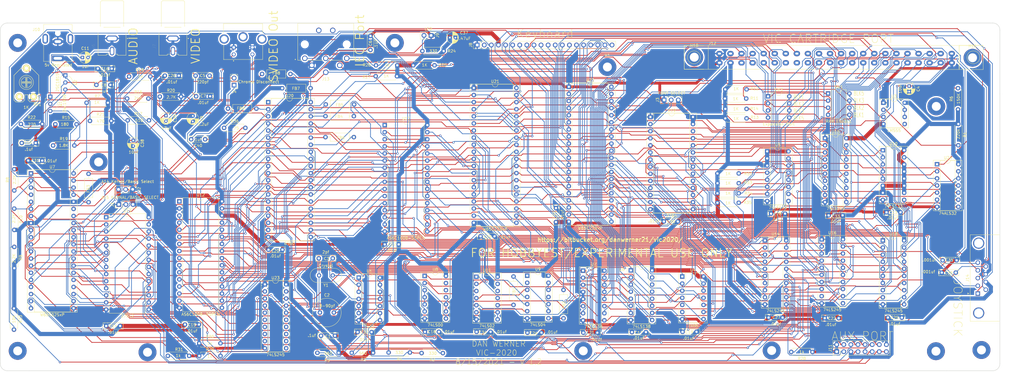
<source format=kicad_pcb>
(kicad_pcb (version 20241229) (generator "pcbnew") (generator_version "9.0")
  (layers (0 "F.Cu" signal) (2 "B.Cu" signal) (13 "F.Paste" user) (15 "B.Paste" user) (5 "F.SilkS" user) (7 "B.SilkS" user) (1 "F.Mask" user) (3 "B.Mask" user) (25 "Edge.Cuts" user))
  (net 0 "")
  (net 1 "GND")
  (net 2 "Net-(C1-Pad1)")
  (net 3 "Net-(C2-Pad1)")
  (net 4 "Net-(C4-Pad1)")
  (net 5 "Net-(C5-Pad2)")
  (net 6 "VICAUDIO")
  (net 7 "Net-(C10-Pad1)")
  (net 8 "AUDIOOUT")
  (net 9 "POTY")
  (net 10 "POTX")
  (net 11 "Net-(J1-Pad2)")
  (net 12 "Net-(J2-Pad2)")
  (net 13 "Net-(J3-Pad2)")
  (net 14 "CHROMA")
  (net 15 "LUMA")
  (net 16 "VIDEOOUT")
  (net 17 "ROW0")
  (net 18 "ROW1")
  (net 19 "ROW2")
  (net 20 "ROW3")
  (net 21 "ROW4")
  (net 22 "ROW5")
  (net 23 "ROW6")
  (net 24 "ROW7")
  (net 25 "COL0")
  (net 26 "COL1")
  (net 27 "COL2")
  (net 28 "COL3")
  (net 29 "COL4")
  (net 30 "COL5")
  (net 31 "COL6")
  (net 32 "COL7")
  (net 33 "RESTORE")
  (net 34 "Net-(J9-Pad2)")
  (net 35 "RDY")
  (net 36 "VIA1CB2")
  (net 37 "VIA1CB1")
  (net 38 "ML")
  (net 39 "VIA1CA2")
  (net 40 "VP")
  (net 41 "VIA1CA1")
  (net 42 "SYNC")
  (net 43 "PB7")
  (net 44 "PA6")
  (net 45 "RESET")
  (net 46 "A0")
  (net 47 "A1")
  (net 48 "A2")
  (net 49 "A3")
  (net 50 "A4")
  (net 51 "A5")
  (net 52 "A6")
  (net 53 "A7")
  (net 54 "A8")
  (net 55 "A9")
  (net 56 "A10")
  (net 57 "A11")
  (net 58 "A12")
  (net 59 "A13")
  (net 60 "IO2")
  (net 61 "IO3")
  (net 62 "SO2")
  (net 63 "NMI")
  (net 64 "D0")
  (net 65 "D1")
  (net 66 "D2")
  (net 67 "D3")
  (net 68 "D4")
  (net 69 "D5")
  (net 70 "D6")
  (net 71 "D7")
  (net 72 "RW")
  (net 73 "VRW")
  (net 74 "IRQ")
  (net 75 "Net-(J13-Pad3)")
  (net 76 "SERSRQ")
  (net 77 "SERCLKIN")
  (net 78 "SERDATAIN")
  (net 79 "LPEN")
  (net 80 "JOY2")
  (net 81 "JOY1")
  (net 82 "JOY0")
  (net 83 "Net-(R2-Pad2)")
  (net 84 "Net-(R2-Pad1)")
  (net 85 "VICO1")
  (net 86 "VICO2")
  (net 87 "Net-(R11-Pad1)")
  (net 88 "Net-(R12-Pad2)")
  (net 89 "Net-(R13-Pad2)")
  (net 90 "Net-(R14-Pad2)")
  (net 91 "SO0")
  (net 92 "BLK1")
  (net 93 "BLK2")
  (net 94 "BLK3")
  (net 95 "BLK5")
  (net 96 "BLK0")
  (net 97 "BLK7")
  (net 98 "BLK4")
  (net 99 "A15")
  (net 100 "A14")
  (net 101 "BLK6")
  (net 102 "Net-(U3-Pad3)")
  (net 103 "SERATNOUT")
  (net 104 "SERCLKOUT")
  (net 105 "E")
  (net 106 "SERDATAOUT")
  (net 107 "DATAE")
  (net 108 "IO0")
  (net 109 "O1")
  (net 110 "CSROM")
  (net 111 "VA12")
  (net 112 "Net-(U11-Pad6)")
  (net 113 "Net-(U11-Pad1)")
  (net 114 "Net-(U11-Pad4)")
  (net 115 "COLOR")
  (net 116 "CSRAM")
  (net 117 "BD2")
  (net 118 "BD1")
  (net 119 "BD0")
  (net 120 "VA13")
  (net 121 "VA0")
  (net 122 "VA8")
  (net 123 "VA1")
  (net 124 "VA9")
  (net 125 "VA2")
  (net 126 "VA11")
  (net 127 "VA3")
  (net 128 "VA4")
  (net 129 "VA10")
  (net 130 "VA5")
  (net 131 "VA6")
  (net 132 "BD7")
  (net 133 "VA7")
  (net 134 "BD6")
  (net 135 "BD5")
  (net 136 "BD4")
  (net 137 "BD3")
  (net 138 "CENB")
  (net 139 "PB5")
  (net 140 "VD10")
  (net 141 "VD9")
  (net 142 "VD8")
  (net 143 "PB3")
  (net 144 "PB1")
  (net 145 "PB0")
  (net 146 "VD15")
  (net 147 "VD14")
  (net 148 "PB2")
  (net 149 "VD13")
  (net 150 "PB4")
  (net 151 "VD12")
  (net 152 "PB6")
  (net 153 "VD11")
  (net 154 "Net-(C2-Pad2)")
  (net 155 "Net-(C6-Pad1)")
  (net 156 "Net-(C38-Pad1)")
  (net 157 "Net-(C11-Pad1)")
  (net 158 "Net-(C39-Pad2)")
  (net 159 "Net-(C39-Pad1)")
  (net 160 "Net-(FB1-Pad2)")
  (net 161 "Net-(FB1-Pad1)")
  (net 162 "Net-(FB2-Pad2)")
  (net 163 "Net-(FB3-Pad2)")
  (net 164 "Net-(FB4-Pad1)")
  (net 165 "Net-(FB5-Pad1)")
  (net 166 "Net-(FB6-Pad1)")
  (net 167 "Net-(U8-Pad3)")
  (net 168 "Net-(U10-Pad9)")
  (net 169 "MA15")
  (net 170 "MA13")
  (net 171 "MA14")
  (net 172 "CHRROM")
  (net 173 "VIDRAM")
  (net 174 "Net-(U18-Pad19)")
  (net 175 "VCC")
  (net 176 "Net-(U24-Pad8)")
  (net 177 "SVIDC")
  (net 178 "Net-(FB2-Pad1)")
  (net 179 "CPU02")
  (net 180 "Net-(C40-Pad1)")
  (net 181 "Net-(FB9-Pad1)")
  (net 182 "CBLK1")
  (net 183 "CBLK2")
  (net 184 "CBLK3")
  (net 185 "CBLK5")
  (net 186 "Net-(R16-Pad1)")
  (footprint "Capacitor_THT:CP_Radial_D4.0mm_P2.00mm" (layer "F.Cu") (at 360.625 108.925 -90)
    (property "Reference" "C4")
    (property "Value" "10uf")
  )
  (footprint "Capacitor_THT:C_Rect_L7.0mm_W2.0mm_P5.00mm" (layer "F.Cu") (at 105.2 105.2)
    (property "Reference" "C5")
    (property "Value" "220pf")
  )
  (footprint "Capacitor_THT:C_Rect_L7.0mm_W2.0mm_P5.00mm" (layer "F.Cu") (at 105.4 112.6)
    (property "Reference" "C7")
    (property "Value" ".01uf")
  )
  (footprint "Capacitor_THT:C_Rect_L7.0mm_W2.0mm_P5.00mm" (layer "F.Cu") (at 69.7 108.5)
    (property "Reference" "C8")
    (property "Value" ".1uF")
  )
  (footprint "Capacitor_THT:C_Rect_L7.0mm_W2.0mm_P5.00mm" (layer "F.Cu") (at 43 129.3)
    (property "Reference" "C10")
    (property "Value" ".1uf")
  )
  (footprint "Capacitor_THT:CP_Radial_D4.0mm_P2.00mm" (layer "F.Cu") (at 64.7 98.7)
    (property "Reference" "C11")
    (property "Value" "1uf")
  )
  (footprint "Capacitor_THT:C_Rect_L7.0mm_W2.0mm_P5.00mm" (layer "F.Cu") (at 177.9 165.6 180)
    (property "Reference" "C12")
    (property "Value" ".01uf")
  )
  (footprint "Capacitor_THT:C_Rect_L7.0mm_W2.0mm_P5.00mm" (layer "F.Cu") (at 357.5 154.1 180)
    (property "Reference" "C13")
    (property "Value" ".01uf")
  )
  (footprint "Capacitor_THT:C_Rect_L7.0mm_W2.0mm_P5.00mm" (layer "F.Cu") (at 78.2 194.8 180)
    (property "Reference" "C14")
    (property "Value" ".01uf")
  )
  (footprint "Capacitor_THT:C_Rect_L7.0mm_W2.0mm_P5.00mm" (layer "F.Cu") (at 70.2 102.7)
    (property "Reference" "C16")
    (property "Value" ".01uf")
  )
  (footprint "Capacitor_THT:C_Rect_L7.0mm_W2.0mm_P5.00mm" (layer "F.Cu") (at 192.3 196.9 180)
    (property "Reference" "C18")
    (property "Value" ".01uf")
  )
  (footprint "Capacitor_THT:C_Rect_L7.0mm_W2.0mm_P5.00mm" (layer "F.Cu") (at 284.5 196.9 180)
    (property "Reference" "C19")
    (property "Value" ".01uf")
  )
  (footprint "Capacitor_THT:C_Rect_L7.0mm_W2.0mm_P5.00mm" (layer "F.Cu") (at 249 197.2 180)
    (property "Reference" "C21")
    (property "Value" ".01uf")
  )
  (footprint "Capacitor_THT:C_Rect_L7.0mm_W2.0mm_P5.00mm" (layer "F.Cu") (at 335.4 192 180)
    (property "Reference" "C22")
    (property "Value" ".01uf")
  )
  (footprint "Capacitor_THT:C_Rect_L7.0mm_W2.0mm_P5.00mm" (layer "F.Cu") (at 234.2 157.6 90)
    (property "Reference" "C23")
    (property "Value" ".01uf")
  )
  (footprint "Capacitor_THT:C_Rect_L7.0mm_W2.0mm_P5.00mm" (layer "F.Cu") (at 94.2 105.2)
    (property "Reference" "C26")
    (property "Value" ".01uf")
  )
  (footprint "Capacitor_THT:C_Rect_L7.0mm_W2.0mm_P5.00mm" (layer "F.Cu") (at 316.2 154.6 180)
    (property "Reference" "C28")
    (property "Value" ".01uf")
  )
  (footprint "Capacitor_THT:C_Rect_L7.0mm_W2.0mm_P5.00mm" (layer "F.Cu") (at 212.2 162.7 180)
    (property "Reference" "C29")
    (property "Value" ".01uf")
  )
  (footprint "Capacitor_THT:C_Rect_L7.0mm_W2.0mm_P5.00mm" (layer "F.Cu") (at 336.8 155.2 180)
    (property "Reference" "C33")
    (property "Value" ".01uf")
  )
  (footprint "Capacitor_THT:C_Rect_L7.0mm_W2.0mm_P5.00mm" (layer "F.Cu") (at 210.8 196.9 180)
    (property "Reference" "C34")
    (property "Value" ".01uf")
  )
  (footprint "Capacitor_THT:C_Rect_L7.0mm_W2.0mm_P5.00mm" (layer "F.Cu") (at 377.3 175.7 180)
    (property "Reference" "C36")
    (property "Value" ".001uf")
  )
  (footprint "Connector_PinHeader_2.54mm:PinHeader_1x03_P2.54mm_Vertical" (layer "F.Cu") (at 77.72 151.3 90)
    (property "Reference" "J1")
    (property "Value" "A15 KERNAL/BASIC SELECT")
  )
  (footprint "Connector_PinHeader_2.54mm:PinHeader_1x03_P2.54mm_Vertical" (layer "F.Cu") (at 82.7 145.9 -90)
    (property "Reference" "J2")
    (property "Value" "A14 Kernel/Basic Select")
  )
  (footprint "Connector_PinHeader_2.54mm:PinHeader_1x03_P2.54mm_Vertical" (layer "F.Cu") (at 272.9 113.9 90)
    (property "Reference" "J3")
    (property "Value" "FONT SELECT")
  )
  (footprint "Connector_PinHeader_2.54mm:PinHeader_1x02_P2.54mm_Vertical" (layer "F.Cu") (at 119 108.6 180)
    (property "Reference" "J4")
    (property "Value" "Chroma Disconnect")
  )
  (footprint "Connector:DIN-4TE_5749181-1" (layer "F.Cu") (at 122.2 95.1)
    (property "Reference" "J5")
    (property "Value" "SVIDEO Out")
  )
  (footprint "RCA:CUI_RCJ-041-reversepins" (layer "F.Cu") (at 75.3 87.9 90)
    (property "Reference" "J6")
    (property "Value" "Audio Out")
    (fp_line (start 0 -5.15) (end -1.7 -5.15) (stroke (width 0.001)) (layer "Edge.Cuts"))
    (fp_line (start -1.7 -5.15) (end -1.7 -3.35) (stroke (width 0.001)) (layer "Edge.Cuts"))
    (fp_line (start 0 -3.35) (end 0 -5.15) (stroke (width 0.001)) (layer "Edge.Cuts"))
    (fp_line (start -1.7 -3.35) (end 0 -3.35) (stroke (width 0.001)) (layer "Edge.Cuts"))
    (fp_line (start 0 3.35) (end -1.7 3.35) (stroke (width 0.001)) (layer "Edge.Cuts"))
    (fp_line (start -1.7 3.35) (end -1.7 5.15) (stroke (width 0.001)) (layer "Edge.Cuts"))
    (fp_line (start 0 5.15) (end 0 3.35) (stroke (width 0.001)) (layer "Edge.Cuts"))
    (fp_line (start -1.7 5.15) (end 0 5.15) (stroke (width 0.001)) (layer "Edge.Cuts"))
  )
  (footprint "RCA:CUI_RCJ-041-reversepins" (layer "F.Cu") (at 97.1 87.9 90)
    (property "Reference" "J7")
    (property "Value" "Video Out")
    (fp_line (start 0 -5.15) (end -1.7 -5.15) (stroke (width 0.001)) (layer "Edge.Cuts"))
    (fp_line (start -1.7 -5.15) (end -1.7 -3.35) (stroke (width 0.001)) (layer "Edge.Cuts"))
    (fp_line (start 0 -3.35) (end 0 -5.15) (stroke (width 0.001)) (layer "Edge.Cuts"))
    (fp_line (start -1.7 -3.35) (end 0 -3.35) (stroke (width 0.001)) (layer "Edge.Cuts"))
    (fp_line (start 0 3.35) (end -1.7 3.35) (stroke (width 0.001)) (layer "Edge.Cuts"))
    (fp_line (start -1.7 3.35) (end -1.7 5.15) (stroke (width 0.001)) (layer "Edge.Cuts"))
    (fp_line (start 0 5.15) (end 0 3.35) (stroke (width 0.001)) (layer "Edge.Cuts"))
    (fp_line (start -1.7 5.15) (end 0 5.15) (stroke (width 0.001)) (layer "Edge.Cuts"))
  )
  (footprint "Connector_PinHeader_2.54mm:PinHeader_1x20_P2.54mm_Vertical" (layer "F.Cu") (at 205.994 94.234 90)
    (property "Reference" "J8")
    (property "Value" "Keyboard")
  )
  (footprint "Connector_PinHeader_2.54mm:PinHeader_1x02_P2.54mm_Vertical" (layer "F.Cu") (at 189.5 90.8 -90)
    (property "Reference" "J9")
    (property "Value" "LED")
  )
  (footprint "Connector_BarrelJack:BarrelJack_CUI_PJ-063AH_Horizontal" (layer "F.Cu") (at 55.9 99 180)
    (property "Reference" "J10")
    (property "Value" "5v Regulated")
  )
  (footprint "Connector_PinHeader_2.54mm:PinHeader_2x08_P2.54mm_Vertical" (layer "F.Cu") (at 334.68 204 90)
    (property "Reference" "J11")
    (property "Value" "Conn_02x08_Odd_Even")
  )
  (footprint "Connector:din6" (layer "F.Cu") (at 151.8 99 180)
    (property "Reference" "J13")
    (property "Value" "IEC Port")
  )
  (footprint "Connector_Dsub:DSUB-9_Male_Horizontal_P2.77x2.84mm_EdgePinOffset4.94mm_Housed_MountingHolesOffset7.48mm" (layer "F.Cu") (at 385.2 183.2 90)
    (property "Reference" "J14")
    (property "Value" "Joystick 1")
  )
  (footprint "Package_TO_SOT_THT:TO-92_Inline_Wide" (layer "F.Cu") (at 53.2 112.76 -90)
    (property "Reference" "Q1")
    (property "Value" "2sc1959")
  )
  (footprint "Package_TO_SOT_THT:TO-92_Inline_Wide" (layer "F.Cu") (at 58.6 105.1 -90)
    (property "Reference" "Q2")
    (property "Value" "2SC1815")
  )
  (footprint "Resistor_THT:R_Axial_DIN0207_L6.3mm_D2.5mm_P7.62mm_Horizontal" (layer "F.Cu") (at 186.1 204.5)
    (property "Reference" "R2")
    (property "Value" "330")
  )
  (footprint "Resistor_THT:R_Axial_DIN0207_L6.3mm_D2.5mm_P7.62mm_Horizontal" (layer "F.Cu") (at 148.8 204.4)
    (property "Reference" "R5")
    (property "Value" "560")
  )
  (footprint "Resistor_THT:R_Axial_DIN0207_L6.3mm_D2.5mm_P7.62mm_Horizontal" (layer "F.Cu") (at 378.1 117.3 90)
    (property "Reference" "R6")
    (property "Value" "150K")
  )
  (footprint "Resistor_THT:R_Axial_DIN0207_L6.3mm_D2.5mm_P7.62mm_Horizontal" (layer "F.Cu") (at 66.2 114.9)
    (property "Reference" "R7")
    (property "Value" "1K")
  )
  (footprint "Resistor_THT:R_Axial_DIN0207_L6.3mm_D2.5mm_P7.62mm_Horizontal" (layer "F.Cu") (at 40.3 146.3 90)
    (property "Reference" "R8")
    (property "Value" "2.2K")
  )
  (footprint "Resistor_THT:R_Axial_DIN0207_L6.3mm_D2.5mm_P7.62mm_Horizontal" (layer "F.Cu") (at 40.3 166.5 -90)
    (property "Reference" "R9")
    (property "Value" "2.2K")
  )
  (footprint "Resistor_THT:R_Axial_DIN0207_L6.3mm_D2.5mm_P7.62mm_Horizontal" (layer "F.Cu") (at 40.3 152.8 -90)
    (property "Reference" "R10")
    (property "Value" "2.2K")
  )
  (footprint "Resistor_THT:R_Axial_DIN0207_L6.3mm_D2.5mm_P7.62mm_Horizontal" (layer "F.Cu") (at 302.3 113.4 180)
    (property "Reference" "R11")
    (property "Value" "1K")
  )
  (footprint "Resistor_THT:R_Axial_DIN0207_L6.3mm_D2.5mm_P7.62mm_Horizontal" (layer "F.Cu") (at 294.8 110.1)
    (property "Reference" "R12")
    (property "Value" "1K")
  )
  (footprint "Resistor_THT:R_Axial_DIN0207_L6.3mm_D2.5mm_P7.62mm_Horizontal" (layer "F.Cu") (at 294.8 120.5)
    (property "Reference" "R13")
    (property "Value" "1K")
  )
  (footprint "Resistor_THT:R_Axial_DIN0207_L6.3mm_D2.5mm_P7.62mm_Horizontal" (layer "F.Cu") (at 294.8 117.1)
    (property "Reference" "R14")
    (property "Value" "1K")
  )
  (footprint "Resistor_THT:R_Axial_DIN0207_L6.3mm_D2.5mm_P7.62mm_Horizontal" (layer "F.Cu") (at 55 122.6)
    (property "Reference" "R15")
    (property "Value" "180")
  )
  (footprint "Resistor_THT:R_Axial_DIN0207_L6.3mm_D2.5mm_P7.62mm_Horizontal" (layer "F.Cu") (at 80.7 113.4)
    (property "Reference" "R16")
    (property "Value" "240")
  )
  (footprint "Resistor_THT:R_Axial_DIN0207_L6.3mm_D2.5mm_P7.62mm_Horizontal" (layer "F.Cu") (at 80.9 121.2)
    (property "Reference" "R17")
    (property "Value" "510")
  )
  (footprint "Resistor_THT:R_Axial_DIN0207_L6.3mm_D2.5mm_P7.62mm_Horizontal" (layer "F.Cu") (at 81.4 105.5)
    (property "Reference" "R18")
    (property "Value" "1K")
  )
  (footprint "Resistor_THT:R_Axial_DIN0207_L6.3mm_D2.5mm_P7.62mm_Horizontal" (layer "F.Cu") (at 54.2 130.2)
    (property "Reference" "R19")
    (property "Value" "1.8K")
  )
  (footprint "Resistor_THT:R_Axial_DIN0207_L6.3mm_D2.5mm_P7.62mm_Horizontal" (layer "F.Cu") (at 92.4 112.7)
    (property "Reference" "R20")
    (property "Value" "2.7K")
  )
  (footprint "Resistor_THT:R_Axial_DIN0207_L6.3mm_D2.5mm_P7.62mm_Horizontal" (layer "F.Cu") (at 67.4 121.4)
    (property "Reference" "R21")
    (property "Value" "470")
  )
  (footprint "Resistor_THT:R_Axial_DIN0207_L6.3mm_D2.5mm_P7.62mm_Horizontal" (layer "F.Cu") (at 42.7 122.5)
    (property "Reference" "R22")
    (property "Value" "270")
  )
  (footprint "Resistor_THT:R_Axial_DIN0207_L6.3mm_D2.5mm_P7.62mm_Horizontal" (layer "F.Cu") (at 40.2 188.5 -90)
    (property "Reference" "R23")
    (property "Value" "10K")
  )
  (footprint "Resistor_THT:R_Axial_DIN0207_L6.3mm_D2.5mm_P7.62mm_Horizontal" (layer "F.Cu") (at 194 96.4 180)
    (property "Reference" "R24")
    (property "Value" "330")
  )
  (footprint "Resistor_THT:R_Axial_DIN0207_L6.3mm_D2.5mm_P7.62mm_Horizontal" (layer "F.Cu") (at 183.1 101.5)
    (property "Reference" "R25")
    (property "Value" "1K")
  )
  (footprint "Resistor_THT:R_Axial_DIN0207_L6.3mm_D2.5mm_P7.62mm_Horizontal" (layer "F.Cu") (at 177.4 101.5 180)
    (property "Reference" "R26")
    (property "Value" "1K")
  )
  (footprint "Resistor_THT:R_Axial_DIN0207_L6.3mm_D2.5mm_P7.62mm_Horizontal" (layer "F.Cu") (at 177.3 105.4 180)
    (property "Reference" "R27")
    (property "Value" "1K")
  )
  (footprint "Varistor:Potentiometer_Trimmer_2x4.kicad_mod" (layer "F.Cu") (at 42.1 112.7)
    (property "Reference" "RV1")
    (property "Value" "1K")
  )
  (footprint "Package_DIP:DIP-8_W7.62mm" (layer "F.Cu") (at 331.6 111.6)
    (property "Reference" "SW1")
    (property "Value" "RAM ENABLE")
  )
  (footprint "Package_DIP:DIP-8_W7.62mm" (layer "F.Cu") (at 310.1 112.6)
    (property "Reference" "SW3")
    (property "Value" "Expansion Port")
  )
  (footprint "Package_DIP:DIP-16_W7.62mm_Socket" (layer "F.Cu") (at 243.9 175)
    (property "Reference" "U2")
    (property "Value" "74LS138")
  )
  (footprint "Package_DIP:DIP-8_W7.62mm_Socket" (layer "F.Cu") (at 351.4 114.9)
    (property "Reference" "U3")
    (property "Value" "LM555")
  )
  (footprint "Package_DIP:DIP-14_W7.62mm_Socket" (layer "F.Cu") (at 279.4 177.1)
    (property "Reference" "U4")
    (property "Value" "7406")
  )
  (footprint "Package_DIP:DIP-16_W7.62mm_Socket" (layer "F.Cu") (at 309.8 132.3)
    (property "Reference" "U5")
    (property "Value" "74LS133")
  )
  (footprint "Package_DIP:DIP-16_W7.62mm_Socket" (layer "F.Cu") (at 261 174.9)
    (property "Reference" "U6")
    (property "Value" "74LS138")
  )
  (footprint "Package_DIP:DIP-16_W7.62mm_Socket" (layer "F.Cu") (at 351.2 131.9)
    (property "Reference" "U10")
    (property "Value" "74LS133")
  )
  (footprint "Package_DIP:DIP-14_W7.62mm_Socket" (layer "F.Cu") (at 205.7 177.2)
    (property "Reference" "U11")
    (property "Value" "74LS02")
  )
  (footprint "Package_DIP:DIP-32_W15.24mm" (layer "F.Cu") (at 99.4 150.2)
    (property "Reference" "U12")
    (property "Value" "AS6C1008-55PCN")
  )
  (footprint "Package_DIP:DIP-28_W15.24mm" (layer "F.Cu") (at 73.2 155.9)
    (property "Reference" "U13")
    (property "Value" "27512")
  )
  (footprint "Package_DIP:DIP-20_W7.62mm_Socket" (layer "F.Cu") (at 309 164.2)
    (property "Reference" "U14")
    (property "Value" "74LS245")
  )
  (footprint "Package_DIP:DIP-20_W7.62mm_Socket" (layer "F.Cu") (at 330.5 127.6)
    (property "Reference" "U15")
    (property "Value" "74LS245")
  )
  (footprint "Package_DIP:DIP-20_W7.62mm_Socket" (layer "F.Cu") (at 329.3 163.8)
    (property "Reference" "U16")
    (property "Value" "74LS245")
  )
  (footprint "Package_DIP:DIP-32_W15.24mm" (layer "F.Cu") (at 172.9 122.9)
    (property "Reference" "U17")
    (property "Value" "AS6C1008-55PCN")
  )
  (footprint "Package_DIP:DIP-20_W7.62mm_Socket" (layer "F.Cu") (at 351.2 164.2)
    (property "Reference" "U18")
    (property "Value" "74LS245")
  )
  (footprint "Package_DIP:DIP-28_W15.24mm_Socket" (layer "F.Cu") (at 268 120)
    (property "Reference" "U19")
    (property "Value" "2764")
  )
  (footprint "Package_DIP:DIP-40_W15.24mm_Socket" (layer "F.Cu") (at 131.2 114.7)
    (property "Reference" "U20")
    (property "Value" "6560")
  )
  (footprint "Package_DIP:DIP-40_W15.24mm_Socket" (layer "F.Cu") (at 238.8 109.2)
    (property "Reference" "U22")
    (property "Value" "W65C22NxP")
  )
  (footprint "MountingHole:MountingHole_3.2mm_M3_Pad" (layer "F.Cu") (at 252.603 102.108)
    (property "Reference" "H1")
    (property "Value" "MountingHole")
  )
  (footprint "MountingHole:MountingHole_3.2mm_M3_Pad" (layer "F.Cu") (at 370.332 116.205)
    (property "Reference" "H2" (hide yes))
    (property "Value" "MountingHole")
  )
  (footprint "MountingHole:MountingHole_3.2mm_M3_Pad" (layer "F.Cu") (at 41.529 203.708)
    (property "Reference" "H3" (hide yes))
    (property "Value" "MountingHole")
  )
  (footprint "MountingHole:MountingHole_3.2mm_M3_Pad" (layer "F.Cu") (at 41.529 93.472)
    (property "Reference" "H4" (hide yes))
    (property "Value" "MountingHole")
  )
  (footprint "MountingHole:MountingHole_3.2mm_M3_Pad" (layer "F.Cu") (at 370.205 203.835)
    (property "Reference" "H5" (hide yes))
    (property "Value" "MountingHole")
  )
  (footprint "MountingHole:MountingHole_3.2mm_M3_Pad" (layer "F.Cu") (at 176.53 93.472)
    (property "Reference" "H6" (hide yes))
    (property "Value" "MountingHole")
  )
  (footprint "MountingHole:MountingHole_3.2mm_M3_Pad" (layer "F.Cu") (at 311.404 203.581)
    (property "Reference" "H7" (hide yes))
    (property "Value" "MountingHole")
  )
  (footprint "logo:vic20cartridge1" (layer "F.Cu") (at 383.6 98.65)
    (property "Reference" "J12")
    (property "Value" "Conn_02x22_Row_Letter_First")
  )
  (footprint "MountingHole:MountingHole_3.2mm_M3_Pad" (layer "F.Cu") (at 283.7 98.6)
    (property "Reference" "H10")
    (property "Value" "MountingHole")
  )
  (footprint "MountingHole:MountingHole_3.2mm_M3_Pad" (layer "F.Cu") (at 383.3 98.8)
    (property "Reference" "H11")
    (property "Value" "MountingHole")
  )
  (footprint "MountingHole:MountingHole_3.2mm_M3_Pad" (layer "F.Cu") (at 386.5 203.4)
    (property "Reference" "H12" (hide yes))
    (property "Value" "MountingHole")
  )
  (footprint "MountingHole:MountingHole_3.2mm_M3_Pad" (layer "F.Cu") (at 88 204.2)
    (property "Reference" "H13" (hide yes))
    (property "Value" "MountingHole")
  )
  (footprint "Capacitor_THT:C_Rect_L7.0mm_W2.0mm_P5.00mm" (layer "F.Cu") (at 229 197.2 180)
    (property "Reference" "C24")
    (property "Value" ".01uf")
  )
  (footprint "Capacitor_THT:C_Rect_L7.0mm_W2.0mm_P5.00mm" (layer "F.Cu") (at 101.4 194.3)
    (property "Reference" "C15")
    (property "Value" ".01uf")
  )
  (footprint "Capacitor_THT:C_Rect_L7.0mm_W2.0mm_P5.00mm" (layer "F.Cu") (at 131.3 167.5)
    (property "Reference" "C20")
    (property "Value" ".01uf")
  )
  (footprint "Capacitor_THT:C_Rect_L7.0mm_W2.0mm_P5.00mm" (layer "F.Cu") (at 266.4 197 180)
    (property "Reference" "C17")
    (property "Value" ".01uf")
  )
  (footprint "Capacitor_THT:C_Rect_L7.0mm_W2.0mm_P5.00mm" (layer "F.Cu") (at 372.6 171.3)
    (property "Reference" "C35")
    (property "Value" ".001uf")
  )
  (footprint "Capacitor_THT:C_Rect_L7.0mm_W2.0mm_P5.00mm" (layer "F.Cu") (at 353 191.8)
    (property "Reference" "C25")
    (property "Value" ".01uf")
  )
  (footprint "Capacitor_THT:C_Rect_L7.0mm_W2.0mm_P5.00mm" (layer "F.Cu") (at 315.3 191.8 180)
    (property "Reference" "C27")
    (property "Value" ".01uf")
  )
  (footprint "Capacitor_THT:C_Rect_L7.0mm_W2.0mm_P5.00mm" (layer "F.Cu") (at 277.8 157.4 180)
    (property "Reference" "C30")
    (property "Value" ".01uf")
  )
  (footprint "Capacitor_THT:C_Rect_L7.0mm_W2.0mm_P5.00mm" (layer "F.Cu") (at 45.3 135.6)
    (property "Reference" "C31")
    (property "Value" ".01uf")
  )
  (footprint "MountingHole:MountingHole_3.2mm_M3_Pad" (layer "F.Cu") (at 70.5 136.1)
    (property "Reference" "H14" (hide yes))
    (property "Value" "MountingHole")
  )
  (footprint "Package_DIP:DIP-40_W15.24mm_Socket" (layer "F.Cu") (at 46.3 140.2)
    (property "Reference" "U7")
    (property "Value" "W65C02SxP")
  )
  (footprint "Capacitor_THT:C_Rect_L7.0mm_W2.0mm_P5.00mm" (layer "F.Cu") (at 150.1 198.3)
    (property "Reference" "C1")
    (property "Value" ".1uf")
  )
  (footprint "Capacitor_THT:C_Radial_D10.0mm_H12.5mm_P5.00mm" (layer "F.Cu") (at 149.7 190)
    (property "Reference" "C2")
    (property "Value" "8-90pf")
  )
  (footprint "Capacitor_THT:C_Rect_L7.0mm_W2.0mm_P5.00mm" (layer "F.Cu") (at 168.2 197 180)
    (property "Reference" "C32")
    (property "Value" ".01uf")
  )
  (footprint "Resistor_THT:R_Axial_DIN0207_L6.3mm_D2.5mm_P7.62mm_Horizontal" (layer "F.Cu") (at 161.1 204.4)
    (property "Reference" "R3")
    (property "Value" "560")
  )
  (footprint "Resistor_THT:R_Axial_DIN0207_L6.3mm_D2.5mm_P7.62mm_Horizontal" (layer "F.Cu") (at 174.3 204.3)
    (property "Reference" "R4")
    (property "Value" "330")
  )
  (footprint "Package_DIP:DIP-14_W7.62mm_Socket" (layer "F.Cu") (at 163.6 177.5)
    (property "Reference" "U1")
    (property "Value" "7402")
  )
  (footprint "Capacitor_THT:C_Rect_L7.0mm_W2.0mm_P5.00mm" (layer "F.Cu") (at 167.8 96 90)
    (property "Reference" "C6")
    (property "Value" ".1UF")
  )
  (footprint "Capacitor_THT:CP_Radial_D4.0mm_P2.00mm" (layer "F.Cu") (at 104.2 119.6 -90)
    (property "Reference" "C9")
    (property "Value" "2.2uF")
  )
  (footprint "Capacitor_THT:CP_Radial_D4.0mm_P2.00mm" (layer "F.Cu") (at 196.2 91.6)
    (property "Reference" "C37")
    (property "Value" ".47uF")
  )
  (footprint "Capacitor_THT:CP_Radial_D4.0mm_P2.00mm" (layer "F.Cu") (at 82.9 128.4 -90)
    (property "Reference" "C38")
    (property "Value" "10uF")
  )
  (footprint "Capacitor_THT:CP_Radial_D4.0mm_P2.00mm" (layer "F.Cu") (at 94.6 119.5 -90)
    (property "Reference" "C39")
    (property "Value" "47uF")
  )
  (footprint "Inductor_THT:L_Axial_L6.6mm_D2.7mm_P10.16mm_Horizontal_Vishay_IM-2" (layer "F.Cu") (at 219 177.1 -90)
    (property "Reference" "FB1")
    (property "Value" "Ferrite_Bead_Small")
  )
  (footprint "Inductor_THT:L_Axial_L6.6mm_D2.7mm_P10.16mm_Horizontal_Vishay_IM-2" (layer "F.Cu") (at 66.9 150.5 90)
    (property "Reference" "FB3")
    (property "Value" "Ferrite_Bead_Small")
  )
  (footprint "Inductor_THT:L_Axial_L6.6mm_D2.7mm_P10.16mm_Horizontal_Vishay_IM-2" (layer "F.Cu") (at 136.2 109.7)
    (property "Reference" "FB7")
    (property "Value" " ")
  )
  (footprint "Inductor_THT:L_Axial_L6.6mm_D2.7mm_P10.16mm_Horizontal_Vishay_IM-2" (layer "F.Cu") (at 129 104.6)
    (property "Reference" "FB8")
    (property "Value" "Ferrite_Bead_Small")
  )
  (footprint "Inductor_THT:L_Axial_L6.6mm_D2.7mm_P10.16mm_Horizontal_Vishay_IM-2" (layer "F.Cu") (at 116.8 117)
    (property "Reference" "FB9")
    (property "Value" "Ferrite_Bead_Small")
  )
  (footprint "Package_DIP:DIP-20_W7.62mm_Socket" (layer "F.Cu") (at 130 179.9)
    (property "Reference" "U23")
    (property "Value" "74LS245")
  )
  (footprint "Resistor_THT:R_Axial_DIN0207_L6.3mm_D2.5mm_P7.62mm_Horizontal" (layer "F.Cu") (at 326.02 204.1 180)
    (property "Reference" "R28")
    (property "Value" "1k")
  )
  (footprint "Resistor_THT:R_Axial_DIN0207_L6.3mm_D2.5mm_P7.62mm_Horizontal" (layer "F.Cu") (at 106.5 205.5)
    (property "Reference" "R29")
    (property "Value" "1k")
  )
  (footprint "Resistor_THT:R_Axial_DIN0207_L6.3mm_D2.5mm_P7.62mm_Horizontal" (layer "F.Cu") (at 102.9 205.5 180)
    (property "Reference" "R31")
    (property "Value" "1k")
  )
  (footprint "Package_DIP:DIP-14_W7.62mm_Socket" (layer "F.Cu") (at 370.6 136.9)
    (property "Reference" "U24")
    (property "Value" "74ALS32")
  )
  (footprint "Package_DIP:DIP-14_W7.62mm_Socket" (layer "F.Cu") (at 187.2 176.9)
    (property "Reference" "U8")
    (property "Value" "74LS00")
  )
  (footprint "Resistor_THT:R_Axial_DIN0207_L6.3mm_D2.5mm_P7.62mm_Horizontal" (layer "F.Cu") (at 106.5 201)
    (property "Reference" "R30")
    (property "Value" "1k")
  )
  (footprint "Package_DIP:DIP-14_W7.62mm_Socket" (layer "F.Cu") (at 223.9 176.8)
    (property "Reference" "U9")
    (property "Value" "74LS04")
  )
  (footprint "Resistor_THT:R_Axial_DIN0207_L6.3mm_D2.5mm_P7.62mm_Horizontal" (layer "F.Cu") (at 378.2 122.5 -90)
    (property "Reference" "R1")
    (property "Value" "220k")
  )
  (footprint "Crystal:Crystal_HC18-U_Vertical" (layer "F.Cu") (at 154.3 176.7 180)
    (property "Reference" "Y1")
    (property "Value" "Crystal")
  )
  (footprint "Capacitor_THT:C_Rect_L7.0mm_W2.0mm_P5.00mm" (layer "F.Cu") (at 154.3 170.6 180)
    (property "Reference" "C3")
    (property "Value" "2pf")
  )
  (footprint "Package_DIP:DIP-40_W15.24mm_Socket" (layer "F.Cu") (at 204.8 109.6)
    (property "Reference" "U21")
    (property "Value" "W65C22NxP")
  )
  (footprint "Inductor_THT:L_Axial_L6.6mm_D2.7mm_P10.16mm_Horizontal_Vishay_IM-2" (layer "F.Cu") (at 151.7 119.7)
    (property "Reference" "FB4")
    (property "Value" "Ferrite_Bead_Small")
  )
  (footprint "Inductor_THT:L_Axial_L6.6mm_D2.7mm_P10.16mm_Horizontal_Vishay_IM-2" (layer "F.Cu") (at 151.7 127.2)
    (property "Reference" "FB6")
    (property "Value" "Ferrite_Bead_Small")
  )
  (footprint "Inductor_THT:L_Axial_L6.6mm_D2.7mm_P10.16mm_Horizontal_Vishay_IM-2" (layer "F.Cu") (at 151.8 115.5)
    (property "Reference" "FB5")
    (property "Value" "Ferrite_Bead_Small")
  )
  (footprint "Inductor_THT:L_Axial_L6.6mm_D2.7mm_P10.16mm_Horizontal_Vishay_IM-2" (layer "F.Cu") (at 236.9 181.9 -90)
    (property "Reference" "FB2")
    (property "Value" "Ferrite_Bead_Small")
  )
  (footprint "MountingHole:MountingHole_3.2mm_M3_Pad" (layer "F.Cu") (at 243.967 203.708)
    (property "Reference" "H8" (hide yes))
    (property "Value" "MountingHole")
  )
  (footprint "Capacitor_THT:C_Rect_L7.0mm_W2.0mm_P5.00mm" (layer "F.Cu") (at 108.625 127.975 180)
    (property "Reference" "C40")
    (property "Value" ".1uf")
  )
  (footprint "Resistor_THT:R_Axial_DIN0207_L6.3mm_D2.5mm_P7.62mm_Horizontal" (layer "F.Cu") (at 292 140.2)
    (property "Reference" "R32")
    (property "Value" "1K")
  )
  (footprint "Resistor_THT:R_Axial_DIN0207_L6.3mm_D2.5mm_P7.62mm_Horizontal" (layer "F.Cu") (at 292.015 143.7)
    (property "Reference" "R33")
    (property "Value" "1K")
  )
  (footprint "Resistor_THT:R_Axial_DIN0207_L6.3mm_D2.5mm_P7.62mm_Horizontal" (layer "F.Cu") (at 292 147.3)
    (property "Reference" "R34")
    (property "Value" "1K")
  )
  (footprint "Resistor_THT:R_Axial_DIN0207_L6.3mm_D2.5mm_P7.62mm_Horizontal" (layer "F.Cu") (at 292 150.7)
    (property "Reference" "R35")
    (property "Value" "1K")
  )
  (footprint "Resistor_THT:R_Axial_DIN0207_L6.3mm_D2.5mm_P7.62mm_Horizontal" (layer "F.Cu") (at 115.4 123.9)
    (property "Reference" "R36")
    (property "Value" "75")
  )
  (gr_line (start 350.214 166.118) (end 350.468 166.118) (stroke (width 0.12)) (layer "F.SilkS"))
  (gr_arc (start 390.56 86.36) (mid 392.356051 87.103949) (end 393.1 88.9) (stroke (width 0.15)) (layer "Edge.Cuts"))
  (gr_line (start 393.1 111.76) (end 393.095 208.28) (stroke (width 0.15)) (layer "Edge.Cuts"))
  (gr_line (start 374.015 210.82) (end 45.72 210.82) (stroke (width 0.15)) (layer "Edge.Cuts"))
  (gr_line (start 374 86.36) (end 225.425 86.36) (stroke (width 0.15)) (layer "Edge.Cuts"))
  (gr_arc (start 37.846 210.82) (mid 36.049949 210.076051) (end 35.306 208.28) (stroke (width 0.15)) (layer "Edge.Cuts"))
  (gr_line (start 393.1 111.76) (end 393.1 88.9) (stroke (width 0.15)) (layer "Edge.Cuts"))
  (gr_line (start 35.306 208.026) (end 35.306 88.9) (stroke (width 0.15)) (layer "Edge.Cuts"))
  (gr_line (start 35.306 208.28) (end 35.306 208.026) (stroke (width 0.15)) (layer "Edge.Cuts"))
  (gr_arc (start 393.095 208.28) (mid 392.351051 210.076051) (end 390.555 210.82) (stroke (width 0.15)) (layer "Edge.Cuts"))
  (gr_line (start 45.72 210.82) (end 37.846 210.82) (stroke (width 0.15)) (layer "Edge.Cuts"))
  (gr_line (start 225.425 86.36) (end 45.72 86.36) (stroke (width 0.15)) (layer "Edge.Cuts"))
  (gr_line (start 45.72 86.36) (end 37.845 86.36) (stroke (width 0.15)) (layer "Edge.Cuts"))
  (gr_arc (start 35.306 88.9) (mid 36.049949 87.103949) (end 37.846 86.36) (stroke (width 0.15)) (layer "Edge.Cuts"))
  (gr_line (start 374 86.36) (end 390.56 86.36) (stroke (width 0.15)) (layer "Edge.Cuts"))
  (gr_line (start 374.015 210.82) (end 390.555 210.82) (stroke (width 0.15)) (layer "Edge.Cuts"))
  (gr_text "VIDEO" (at 105.2 94.6 90) (layer "F.SilkS") (effects (font (size 3 3) (thickness 0.3))))
  (gr_text "https://bitbucket.org/danwerner21/vic2020/" (at 253.575 163.925 0) (layer "F.SilkS") (effects (font (size 1.5 1.5) (thickness 0.3))))
  (gr_text "BLK5\nBLK3\nBLK2\nBLK1\n" (at 342.6 115.4 0) (layer "F.SilkS") (effects (font (size 1.6 1))))
  (gr_text "DAN WERNER\nVIC-2020 \n8/15/2021 - V 1.2" (at 213.7 204.4 0) (layer "F.SilkS") (effects (font (size 2 2))))
  (gr_text "VIC CARTRIDGE PORT" (at 331.7 92 0) (layer "F.SilkS") (effects (font (size 3 3))))
  (gr_text "AUX PORT\n" (at 343.9 198.4 0) (layer "F.SilkS") (effects (font (size 3 3))))
  (gr_text "FOR HOBBYEST/EXPERIMENTAL USE ONLY" (at 250.475 168.65 0) (layer "F.SilkS") (effects (font (size 3 3) (thickness 0.3))))
  (gr_text "AUDIO" (at 82.9 94.6 90) (layer "F.SilkS") (effects (font (size 3 3) (thickness 0.3))))
  (gr_text "JOYSTICK\n" (at 378 188.4 -90) (layer "F.SilkS") (effects (font (size 3 3))))
  (gr_text "BLK1\nBLK2\nBLK3\nBLK5\n" (at 321.1 116.6 0) (layer "F.SilkS") (effects (font (size 1.6 1))))
  (segment (start 236.1765 108.0768) (end 237.2997 109.2) (width 1) (layer "F.Cu") (net 1))
  (segment (start 369.0997 152.14) (end 361.8329 152.14) (width 1) (layer "F.Cu") (net 1))
  (segment (start 317.8074 192.3974) (end 316.8614 193.3434) (width 1) (layer "F.Cu") (net 1))
  (segment (start 240.3003 109.2) (end 251.2975 109.2) (width 1) (layer "F.Cu") (net 1))
  (segment (start 184.6403 194.2403) (end 187.3 196.9) (width 1) (layer "F.Cu") (net 1))
  (segment (start 166.6006 194.2403) (end 184.6403 194.2403) (width 1) (layer "F.Cu") (net 1))
  (segment (start 261 192.68) (end 259.4997 192.68) (width 1) (layer "F.Cu") (net 1))
  (segment (start 131.2 162.96) (end 132.7003 162.96) (width 1) (layer "F.Cu") (net 1))
  (segment (start 240.2881 159.1329) (end 237.3645 159.1329) (width 1) (layer "F.Cu") (net 1))
  (segment (start 334.68 204) (end 333.1297 204) (width 1) (layer "F.Cu") (net 1))
  (segment (start 372.55 102.65) (end 374.6 100.6) (width 1) (layer "F.Cu") (net 1))
  (segment (start 243.9 192.78) (end 245.4003 192.78) (width 1) (layer "F.Cu") (net 1))
  (segment (start 207.8235 108.0768) (end 236.1765 108.0768) (width 1) (layer "F.Cu") (net 1))
  (segment (start 284.6094 192.34) (end 280.9003 192.34) (width 1) (layer "F.Cu") (net 1))
  (segment (start 256.52 107.8971) (end 271.3497 107.8971) (width 1) (layer "F.Cu") (net 1))
  (segment (start 61.54 188.46) (end 63.0403 188.46) (width 1) (layer "F.Cu") (net 1))
  (segment (start 330.4 192) (end 330.0026 192.3974) (width 1) (layer "F.Cu") (net 1))
  (segment (start 291.7488 100.6) (end 284.4517 107.8971) (width 1) (layer "F.Cu") (net 1))
  (segment (start 249.739 157.9829) (end 241.4381 157.9829) (width 1) (layer "F.Cu") (net 1))
  (segment (start 74.7008 196.3008) (end 73.2 194.8) (width 1) (layer "F.Cu") (net 1))
  (segment (start 331.8 155.2) (end 333.3252 153.6748) (width 1) (layer "F.Cu") (net 1))
  (segment (start 343.8135 153.6748) (end 344.1549 154.0162) (width 1) (layer "F.Cu") (net 1))
  (segment (start 238.8 109.2) (end 237.2997 109.2) (width 1) (layer "F.Cu") (net 1))
  (segment (start 333.1297 204) (end 333.0297 204.1) (width 1) (layer "F.Cu") (net 1))
  (segment (start 206.3003 109.6) (end 207.8235 108.0768) (width 1) (layer "F.Cu") (net 1))
  (segment (start 359.5255 151.8198) (end 354.6964 151.8198) (width 1) (layer "F.Cu") (net 1))
  (segment (start 106.4 194.3) (end 104.3992 196.3008) (width 1) (layer "F.Cu") (net 1))
  (segment (start 204.8 109.6) (end 206.3003 109.6) (width 1) (layer "F.Cu") (net 1))
  (segment (start 333.0297 204.1) (end 326.02 204.1) (width 1) (layer "F.Cu") (net 1))
  (segment (start 312.743 153.057) (end 329.657 153.057) (width 1) (layer "F.Cu") (net 1))
  (segment (start 312.8565 191.8) (end 310.3 191.8) (width 1) (layer "F.Cu") (net 1))
  (segment (start 286.1112 193.8418) (end 284.6094 192.34) (width 1) (layer "F.Cu") (net 1))
  (segment (start 279.4 192.34) (end 280.9003 192.34) (width 1) (layer "F.Cu") (net 1))
  (segment (start 259.4997 192.68) (end 257.8562 194.3235) (width 1) (layer "F.Cu") (net 1))
  (segment (start 238.8 109.2) (end 240.3003 109.2) (width 1) (layer "F.Cu") (net 1))
  (segment (start 272.9 113.9) (end 271.3497 113.9) (width 1) (layer "F.Cu") (net 1))
  (segment (start 50.32 122.5) (end 50.32 124.0003) (width 1) (layer "F.Cu") (net 1))
  (segment (start 271.2121 158.9879) (end 250.744 158.9879) (width 1) (layer "F.Cu") (net 1))
  (segment (start 73.2 188.92) (end 63.5003 188.92) (width 1) (layer "F.Cu") (net 1))
  (segment (start 155.1 198.3) (end 161.9 198.3) (width 1) (layer "F.Cu") (net 1))
  (segment (start 252.7978 107.6997) (end 256.3226 107.6997) (width 1) (layer "F.Cu") (net 1))
  (segment (start 370.6 152.14) (end 369.0997 152.14) (width 1) (layer "F.Cu") (net 1))
  (segment (start 351.3 108.9) (end 357.55 102.65) (width 1) (layer "F.Cu") (net 1))
  (segment (start 251.2975 109.2) (end 252.7978 107.6997) (width 1) (layer "F.Cu") (net 1))
  (segment (start 169.5848 89.2152) (end 187.9152 89.2152) (width 1) (layer "F.Cu") (net 1))
  (segment (start 310.3 191.8) (end 308.2582 193.8418) (width 1) (layer "F.Cu") (net 1))
  (segment (start 248.8746 194.3235) (end 247.3311 192.78) (width 1) (layer "F.Cu") (net 1))
  (segment (start 104.3992 196.3008) (end 74.7008 196.3008) (width 1) (layer "F.Cu") (net 1))
  (segment (start 333.3252 153.6748) (end 343.8135 153.6748) (width 1) (layer "F.Cu") (net 1))
  (segment (start 284.4517 107.8971) (end 271.3497 107.8971) (width 1) (layer "F.Cu") (net 1))
  (segment (start 357.55 102.65) (end 372.55 102.65) (width 1) (layer "F.Cu") (net 1))
  (segment (start 292.7 100.6) (end 291.7488 100.6) (width 1) (layer "F.Cu") (net 1))
  (segment (start 344.1549 154.0162) (end 352.5 154.0162) (width 1) (layer "F.Cu") (net 1))
  (segment (start 329.657 153.057) (end 331.8 155.2) (width 1) (layer "F.Cu") (net 1))
  (segment (start 352.5 154.0162) (end 352.5 154.1) (width 1) (layer "F.Cu") (net 1))
  (segment (start 354.6964 151.8198) (end 352.5 154.0162) (width 1) (layer "F.Cu") (net 1))
  (segment (start 377.6 171.3) (end 376.7 171.3) (width 1) (layer "F.Cu") (net 1))
  (segment (start 308.2582 193.8418) (end 286.1112 193.8418) (width 1) (layer "F.Cu") (net 1))
  (segment (start 247.3311 192.78) (end 245.4003 192.78) (width 1) (layer "F.Cu") (net 1))
  (segment (start 272.8 157.4) (end 271.2121 158.9879) (width 1) (layer "F.Cu") (net 1))
  (segment (start 163.6 192.74) (end 165.1003 192.74) (width 1) (layer "F.Cu") (net 1))
  (segment (start 106.5 205.5) (end 102.9 205.5) (width 1) (layer "F.Cu") (net 1))
  (segment (start 374.6 100.6) (end 375.86 100.6) (width 1) (layer "F.Cu") (net 1))
  (segment (start 136.3 165.6) (end 136.3 167.5) (width 1) (layer "F.Cu") (net 1))
  (segment (start 50.32 124.0003) (end 48 126.3203) (width 1) (layer "F.Cu") (net 1))
  (segment (start 250.744 158.9879) (end 249.739 157.9829) (width 1) (layer "F.Cu") (net 1))
  (segment (start 161.9 198.3) (end 163.2 197) (width 1) (layer "F.Cu") (net 1))
  (segment (start 108.26 202.76) (end 106.5 201) (width 1) (layer "F.Cu") (net 1))
  (segment (start 135.3403 165.6) (end 136.3 165.6) (width 1) (layer "F.Cu") (net 1))
  (segment (start 314.3999 193.3434) (end 312.8565 191.8) (width 1) (layer "F.Cu") (net 1))
  (segment (start 187.9152 89.2152) (end 189.5 90.8) (width 1) (layer "F.Cu") (net 1))
  (segment (start 361.0739 151.381) (end 359.9643 151.381) (width 1) (layer "F.Cu") (net 1))
  (segment (start 165.1003 192.74) (end 166.6006 194.2403) (width 1) (layer "F.Cu") (net 1))
  (segment (start 359.9643 151.381) (end 359.5255 151.8198) (width 1) (layer "F.Cu") (net 1))
  (segment (start 316.8614 193.3434) (end 314.3999 193.3434) (width 1) (layer "F.Cu") (net 1))
  (segment (start 172.9 165.6) (end 136.3 165.6) (width 1) (layer "F.Cu") (net 1))
  (segment (start 256.3226 107.6997) (end 256.52 107.8971) (width 1) (layer "F.Cu") (net 1))
  (segment (start 376.7 171.3) (end 372.3 175.7) (width 1) (layer "F.Cu") (net 1))
  (segment (start 271.3497 113.9) (end 271.3497 107.8971) (width 1) (layer "F.Cu") (net 1))
  (segment (start 167.8 91) (end 169.5848 89.2152) (width 1) (layer "F.Cu") (net 1))
  (segment (start 361.8329 152.14) (end 361.0739 151.381) (width 1) (layer "F.Cu") (net 1))
  (segment (start 130 202.76) (end 108.26 202.76) (width 1) (layer "F.Cu") (net 1))
  (segment (start 257.8562 194.3235) (end 248.8746 194.3235) (width 1) (layer "F.Cu") (net 1))
  (segment (start 330.0026 192.3974) (end 317.8074 192.3974) (width 1) (layer "F.Cu") (net 1))
  (segment (start 311.2 154.6) (end 312.743 153.057) (width 1) (layer "F.Cu") (net 1))
  (segment (start 63.5003 188.92) (end 63.0403 188.46) (width 1) (layer "F.Cu") (net 1))
  (segment (start 132.7003 162.96) (end 135.3403 165.6) (width 1) (layer "F.Cu") (net 1))
  (segment (start 237.3645 159.1329) (end 237.2545 159.2429) (width 1) (layer "F.Cu") (net 1))
  (segment (start 48 126.3203) (end 48 129.3) (width 1) (layer "F.Cu") (net 1))
  (segment (start 241.4381 157.9829) (end 240.2881 159.1329) (width 1) (layer "F.Cu") (net 1))
  (via (at 237.2545 159.2429) (size 0.8) (drill 0.4) (layers "F.Cu" "B.Cu") (net 1))
  (via (at 351.3625 108.9625) (size 0.8) (drill 0.4) (layers "F.Cu" "B.Cu") (net 1))
  (segment (start 351.3625 108.9625) (end 351.3 108.9) (width 1) (layer "B.Cu") (net 1))
  (segment (start 268 120) (end 269.5003 120) (width 1) (layer "B.Cu") (net 1))
  (segment (start 331.8 153.2603) (end 331.8 155.2) (width 1) (layer "B.Cu") (net 1))
  (segment (start 309 188.5603) (end 309 190.5) (width 1) (layer "B.Cu") (net 1))
  (segment (start 352.46 201.46) (end 352.46 199.9097) (width 1) (layer "B.Cu") (net 1))
  (segment (start 372.3 177.5) (end 358 191.8) (width 1) (layer "B.Cu") (net 1))
  (segment (start 78.8503 149.7497) (end 82.7 145.9) (width 1) (layer "B.Cu") (net 1))
  (segment (start 377.6 171.3) (end 378.2547 170.6453) (width 1) (layer "B.Cu") (net 1))
  (segment (start 309 187.06) (end 309 188.5603) (width 1) (layer "B.Cu") (net 1))
  (segment (start 50.32 111.4575) (end 50.32 122.5) (width 1) (layer "B.Cu") (net 1))
  (segment (start 378.2547 170.6453) (end 377.1334 169.524) (width 1) (layer "B.Cu") (net 1))
  (segment (start 99.2 105.2) (end 99.2 102.6533) (width 1) (layer "B.Cu") (net 1))
  (segment (start 329.3 186.66) (end 329.3 188.1603) (width 1) (layer "B.Cu") (net 1))
  (segment (start 388.7237 171.9975) (end 389.5426 172.8164) (width 1) (layer "B.Cu") (net 1))
  (segment (start 243.9 192.78) (end 242.3997 192.78) (width 1) (layer "B.Cu") (net 1))
  (segment (start 261 192.68) (end 261 194.1803) (width 1) (layer "B.Cu") (net 1))
  (segment (start 104.6988 102.5251) (end 107.7061 105.5324) (width 1) (layer "B.Cu") (net 1))
  (segment (start 269.5003 153.02) (end 269.5003 154.1003) (width 1) (layer "B.Cu") (net 1))
  (segment (start 77.72 151.3) (end 77.72 149.7497) (width 1) (layer "B.Cu") (net 1))
  (segment (start 244 194.3803) (end 244 197.2) (width 1) (layer "B.Cu") (net 1))
  (segment (start 272.9 115.4503) (end 269.5003 118.85) (width 1) (layer "B.Cu") (net 1))
  (segment (start 73.2 188.92) (end 73.2 194.8) (width 1) (layer "B.Cu") (net 1))
  (segment (start 351.4 113.3997) (end 351.4 109) (width 1) (layer "B.Cu") (net 1))
  (segment (start 379.7221 105.9244) (end 375.86 102.0623) (width 1) (layer "B.Cu") (net 1))
  (segment (start 377.1334 169.524) (end 377.1334 153.6558) (width 1) (layer "B.Cu") (net 1))
  (segment (start 82.7 145.9) (end 84.2503 145.9) (width 1) (layer "B.Cu") (net 1))
  (segment (start 136.3 172.0997) (end 136.3 167.5) (width 1) (layer "B.Cu") (net 1))
  (segment (start 205.7 193.9403) (end 205.8 194.0403) (width 1) (layer "B.Cu") (net 1))
  (segment (start 99.4 188.3) (end 100.9003 188.3) (width 1) (layer "B.Cu") (net 1))
  (segment (start 329.3 188.1603) (end 329.3 190.9) (width 1) (layer "B.Cu") (net 1))
  (segment (start 389.5426 172.8164) (end 389.5426 174.7724) (width 1) (layer "B.Cu") (net 1))
  (segment (start 309.8 151.5803) (end 311.2 152.9803) (width 1) (layer "B.Cu") (net 1))
  (segment (start 356.474 190.274) (end 358 191.8) (width 1) (layer "B.Cu") (net 1))
  (segment (start 100.9003 188.3) (end 100.9003 188.8003) (width 1) (layer "B.Cu") (net 1))
  (segment (start 106.4 200.9) (end 106.5 201) (width 1) (layer "B.Cu") (net 1))
  (segment (start 279.4 192.34) (end 279.4 193.7102) (width 1) (layer "B.Cu") (net 1))
  (segment (start 100.9003 188.8003) (end 106.4 194.3) (width 1) (layer "B.Cu") (net 1))
  (segment (start 330.4 192) (end 336.3148 197.9147) (width 1) (layer "B.Cu") (net 1))
  (segment (start 75.02 121.4) (end 75.02 119.8997) (width 1) (layer "B.Cu") (net 1))
  (segment (start 75.3 91.9) (end 75.3 92.3375) (width 1) (layer "B.Cu") (net 1))
  (segment (start 82.7099 130.5901) (end 82.7 130.6) (width 1) (layer "B.Cu") (net 1))
  (segment (start 378.2931 170.6069) (end 386.5473 170.6069) (width 1) (layer "B.Cu") (net 1))
  (segment (start 99.4 152.74) (end 97.8997 152.74) (width 1) (layer "B.Cu") (net 1))
  (segment (start 99.2 102.6533) (end 99.3282 102.5251) (width 1) (layer "B.Cu") (net 1))
  (segment (start 237.2545 160.3539) (end 243.7866 166.886) (width 1) (layer "B.Cu") (net 1))
  (segment (start 99.3282 102.5251) (end 104.6988 102.5251) (width 1) (layer "B.Cu") (net 1))
  (segment (start 330.5 150.46) (end 330.5 151.9603) (width 1) (layer "B.Cu") (net 1))
  (segment (start 75.3329 119.5868) (end 75.02 119.8997) (width 1) (layer "B.Cu") (net 1))
  (segment (start 372.1003 152.14) (end 373.6161 153.6558) (width 1) (layer "B.Cu") (net 1))
  (segment (start 334.68 204) (end 334.68 201.46) (width 1) (layer "B.Cu") (net 1))
  (segment (start 107.7061 105.5324) (end 110.4 108.2263) (width 1) (layer "B.Cu") (net 1))
  (segment (start 237.2544 159.2429) (end 237.2545 159.2429) (width 1) (layer "B.Cu") (net 1))
  (segment (start 117.03 96.08) (end 118.819 96.08) (width 0.25) (layer "B.Cu") (net 1))
  (segment (start 241.6295 192.0097) (end 239.9989 193.6403) (width 1) (layer "B.Cu") (net 1))
  (segment (start 332.0389 129.1389) (end 332.0389 148.9211) (width 1) (layer "B.Cu") (net 1))
  (segment (start 115.6485 97.4615) (end 117.03 96.08) (width 0.25) (layer "B.Cu") (net 1))
  (segment (start 59.6617 94.4995) (end 58.2503 93.0881) (width 1) (layer "B.Cu") (net 1))
  (segment (start 378.8374 153.6558) (end 379.7221 152.7711) (width 1) (layer "B.Cu") (net 1))
  (segment (start 75.02 121.4) (end 75.02 122.9003) (width 1) (layer "B.Cu") (net 1))
  (segment (start 239.9989 193.6403) (end 224 193.6403) (width 1) (layer "B.Cu") (net 1))
  (segment (start 237.2544 155.6544) (end 237.2544 159.2429) (width 1) (layer "B.Cu") (net 1))
  (segment (start 204.8 109.6) (end 204.8 108.0997) (width 1) (layer "B.Cu") (net 1))
  (segment (start 242.3998 169.2807) (end 242.3997 169.2807) (width 1) (layer "B.Cu") (net 1))
  (segment (start 110.4 115.6385) (end 104.4385 121.6) (width 1) (layer "B.Cu") (net 1))
  (segment (start 49.5742 99.3258) (end 49.5742 110.7117) (width 1) (layer "B.Cu") (net 1))
  (segment (start 128.4766 181.4234) (end 130 179.9) (width 1) (layer "B.Cu") (net 1))
  (segment (start 205.994 94.234) (end 204.8 94.234) (width 1) (layer "B.Cu") (net 1))
  (segment (start 49.1683 110.7117) (end 49.5742 110.7117) (width 1) (layer "B.Cu") (net 1))
  (segment (start 204.8 94.234) (end 204.8 108.0997) (width 1) (layer "B.Cu") (net 1))
  (segment (start 172.9 161) (end 172.9 165.6) (width 1) (layer "B.Cu") (net 1))
  (segment (start 351.4362 190.274) (end 356.474 190.274) (width 1) (layer "B.Cu") (net 1))
  (segment (start 279.4 193.8722) (end 279.4 193.7102) (width 1) (layer "B.Cu") (net 1))
  (segment (start 95.5813 94.979) (end 96.91 93.6503) (width 1) (layer "B.Cu") (net 1))
  (segment (start 187.3 193.7403) (end 187.3 193.9403) (width 1) (layer "B.Cu") (net 1))
  (segment (start 50.3 131.6) (end 50.3 135.6) (width 1) (layer "B.Cu") (net 1))
  (segment (start 75.3 92.3375) (end 75.3 93.3625) (width 1) (layer "B.Cu") (net 1))
  (segment (start 332.0389 148.9211) (end 330.5 150.46) (width 1) (layer "B.Cu") (net 1))
  (segment (start 75.2 102.7) (end 79.378 98.522) (width 1) (layer "B.Cu") (net 1))
  (segment (start 243.7866 167.8939) (end 242.3998 169.2807) (width 1) (layer "B.Cu") (net 1))
  (segment (start 373.6161 153.6558) (end 377.1334 153.6558) (width 1) (layer "B.Cu") (net 1))
  (segment (start 351.4 109) (end 351.3625 108.9625) (width 1) (layer "B.Cu") (net 1))
  (segment (start 223.9 193.5403) (end 223.4 194.0403) (width 1) (layer "B.Cu") (net 1))
  (segment (start 336.3148 197.9147) (end 334.68 199.5495) (width 1) (layer "B.Cu") (net 1))
  (segment (start 53.5497 93) (end 53.5497 95.3503) (width 1) (layer "B.Cu") (net 1))
  (segment (start 334.68 201.46) (end 334.68 199.9097) (width 1) (layer "B.Cu") (net 1))
  (segment (start 163.6 192.74) (end 163.6 194.2403) (width 1) (layer "B.Cu") (net 1))
  (segment (start 242.3796 186.6804) (end 242.3796 191.2596) (width 1) (layer "B.Cu") (net 1))
  (segment (start 74.7 108.5) (end 75.3329 109.1329) (width 1) (layer "B.Cu") (net 1))
  (segment (start 309 190.5) (end 310.3 191.8) (width 1) (layer "B.Cu") (net 1))
  (segment (start 311.2 152.9803) (end 311.2 154.6) (width 1) (layer "B.Cu") (net 1))
  (segment (start 106.5 201) (end 106.5 205.5) (width 1) (layer "B.Cu") (net 1))
  (segment (start 75.3329 109.1329) (end 75.3329 119.5868) (width 1) (layer "B.Cu") (net 1))
  (segment (start 370.6 152.14) (end 372.1003 152.14) (width 1) (layer "B.Cu") (net 1))
  (segment (start 53.5497 95.3503) (end 49.5742 99.3258) (width 1) (layer "B.Cu") (net 1))
  (segment (start 330.5 127.6) (end 332.0389 129.1389) (width 1) (layer "B.Cu") (net 1))
  (segment (start 97.5662 153.0735) (end 97.5662 186.4662) (width 1) (layer "B.Cu") (net 1))
  (segment (start 372.3 175.7) (end 372.3 177.5) (width 1) (layer "B.Cu") (net 1))
  (segment (start 166.303 172.197) (end 172.9 165.6) (width 1) (layer "B.Cu") (net 1))
  (segment (start 118.85 96.049) (end 118.85 95.1) (width 0.25) (layer "B.Cu") (net 1))
  (segment (start 75.2201 93.4424) (end 79.378 97.6004) (width 1) (layer "B.Cu") (net 1))
  (segment (start 223.9 192.04) (end 223.9 193.5403) (width 1) (layer "B.Cu") (net 1))
  (segment (start 163.6 194.2403) (end 163.2 194.6403) (width 1) (layer "B.Cu") (net 1))
  (segment (start 48 129.3) (end 50.3 131.6) (width 1) (layer "B.Cu") (net 1))
  (segment (start 272.9 113.9) (end 272.9 115.4503) (width 1) (layer "B.Cu") (net 1))
  (segment (start 268 153.02) (end 269.5003 153.02) (width 1) (layer "B.Cu") (net 1))
  (segment (start 131.95 101.5) (end 125.55 95.1) (width 1) (layer "B.Cu") (net 1))
  (segment (start 198.2 91.6) (end 198.2 91.3747) (width 1) (layer "B.Cu") (net 1))
  (segment (start 115.6485 97.59) (end 107.7061 105.5324) (width 1) (layer "B.Cu") (net 1))
  (segment (start 387.9379 171.9975) (end 388.7237 171.9975) (width 1) (layer "B.Cu") (net 1))
  (segment (start 74.163 94.4995) (end 59.6617 94.4995) (width 1) (layer "B.Cu") (net 1))
  (segment (start 351.2 187.06) (end 351.2 190.0378) (width 1) (layer "B.Cu") (net 1))
  (segment (start 389.5426 174.7724) (end 388.04 176.275) (width 1) (layer "B.Cu") (net 1))
  (segment (start 243.7866 166.886) (end 243.7866 167.8939) (width 1) (layer "B.Cu") (net 1))
  (segment (start 224 193.6403) (end 224 197.2) (width 1) (layer "B.Cu") (net 1))
  (segment (start 242.3997 169.2807) (end 242.3997 182.62) (width 1) (layer "B.Cu") (net 1))
  (segment (start 378.2547 170.6453) (end 378.2931 170.6069) (width 1) (layer "B.Cu") (net 1))
  (segment (start 351.2 190.0378) (end 351.4362 190.274) (width 1) (layer "B.Cu") (net 1))
  (segment (start 49.5742 110.7117) (end 50.32 111.4575) (width 1) (layer "B.Cu") (net 1))
  (segment (start 97.1 91.9) (end 97.1 93.6503) (width 1) (layer "B.Cu") (net 1))
  (segment (start 187.2 192.14) (end 187.2 193.6403) (width 1) (layer "B.Cu") (net 1))
  (segment (start 75.2 102.7) (end 75.2 108) (width 1) (layer "B.Cu") (net 1))
  (segment (start 191.7006 90.1497) (end 191.0503 90.8) (width 1) (layer "B.Cu") (net 1))
  (segment (start 242.3796 191.2596) (end 241.6295 192.0097) (width 1) (layer "B.Cu") (net 1))
  (segment (start 100.02 112.7) (end 100.02 111.1997) (width 1) (layer "B.Cu") (net 1))
  (segment (start 157.3 91) (end 167.8 91) (width 1) (layer "B.Cu") (net 1))
  (segment (start 77.72 149.7497) (end 78.8503 149.7497) (width 1) (layer "B.Cu") (net 1))
  (segment (start 243.9 182.62) (end 242.3997 182.62) (width 1) (layer "B.Cu") (net 1))
  (segment (start 269.5003 154.1003) (end 272.8 157.4) (width 1) (layer "B.Cu") (net 1))
  (segment (start 99.2 110.3797) (end 100.02 111.1997) (width 1) (layer "B.Cu") (net 1))
  (segment (start 95.0022 153.0735) (end 97.5662 153.0735) (width 1) (layer "B.Cu") (net 1))
  (segment (start 47.18 112.7) (end 49.1683 110.7117) (width 1) (layer "B.Cu") (net 1))
  (segment (start 330.5 151.9603) (end 331.8 153.2603) (width 1) (layer "B.Cu") (net 1))
  (segment (start 329.3 157.7) (end 331.8 155.2) (width 1) (layer "B.Cu") (net 1))
  (segment (start 243.9 192.78) (end 243.9 194.2803) (width 1) (layer "B.Cu") (net 1))
  (segment (start 379.7221 152.7711) (end 379.7221 105.9244) (width 1) (layer "B.Cu") (net 1))
  (segment (start 351.4362 198.8859) (end 351.4362 197.7235) (width 1) (layer "B.Cu") (net 1))
  (segment (start 352.46 199.9097) (end 351.4362 198.8859) (width 1) (layer "B.Cu") (net 1))
  (segment (start 82.7 143.983) (end 82.7 145.9) (width 1) (layer "B.Cu") (net 1))
  (segment (start 146.8 101.5) (end 157.3 91) (width 1) (layer "B.Cu") (net 1))
  (segment (start 99.3282 102.2689) (end 95.5813 98.522) (width 1) (layer "B.Cu") (net 1))
  (segment (start 241.6295 192.0097) (end 242.3997 192.78) (width 1) (layer "B.Cu") (net 1))
  (segment (start 189.5 90.8) (end 191.0503 90.8) (width 1) (layer "B.Cu") (net 1))
  (segment (start 377.1334 153.6558) (end 378.8374 153.6558) (width 1) (layer "B.Cu") (net 1))
  (segment (start 95.5813 98.522) (end 95.5813 94.979) (width 1) (layer "B.Cu") (net 1))
  (segment (start 118.85 95.1) (end 125.55 95.1) (width 0.25) (layer "B.Cu") (net 1))
  (segment (start 96.91 93.6503) (end 97.1 93.6503) (width 1) (layer "B.Cu") (net 1))
  (segment (start 130 179.9) (end 130 178.3997) (width 1) (layer "B.Cu") (net 1))
  (segment (start 329.3 190.9) (end 330.4 192) (width 1) (layer "B.Cu") (net 1))
  (segment (start 87.8287 145.9) (end 95.0022 153.0735) (width 1) (layer "B.Cu") (net 1))
  (segment (start 82.7099 130.5901) (end 82.9 130.4) (width 1) (layer "B.Cu") (net 1))
  (segment (start 351.4 114.9) (end 351.4 113.3997) (width 1) (layer "B.Cu") (net 1))
  (segment (start 261 194.1803) (end 261.4 194.5803) (width 1) (layer "B.Cu") (net 1))
  (segment (start 75.2 108) (end 74.7 108.5) (width 1) (layer "B.Cu") (net 1))
  (segment (start 130 178.3997) (end 136.3 172.0997) (width 1) (layer "B.Cu") (net 1))
  (segment (start 375.86 100.6) (end 375.86 102.0623) (width 1) (layer "B.Cu") (net 1))
  (segment (start 205.8 194.0403) (end 205.8 196.9) (width 1) (layer "B.Cu") (net 1))
  (segment (start 198.2 91.3747) (end 196.975 90.1497) (width 1) (layer "B.Cu") (net 1))
  (segment (start 309.8 150.08) (end 309.8 151.5803) (width 1) (layer "B.Cu") (net 1))
  (segment (start 82.7099 130.5901) (end 75.02 122.9003) (width 1) (layer "B.Cu") (net 1))
  (segment (start 99.3282 102.5251) (end 99.3282 102.2689) (width 1) (layer "B.Cu") (net 1))
  (segment (start 110.4 108.2263) (end 110.4 112.6) (width 1) (layer "B.Cu") (net 1))
  (segment (start 82.7 143.0672) (end 82.6978 143.0694) (width 1) (layer "B.Cu") (net 1))
  (segment (start 237.2545 159.2429) (end 237.2545 160.3539) (width 1) (layer "B.Cu") (net 1))
  (segment (start 278.6919 194.5803) (end 278.6919 196.0919) (width 1) (layer "B.Cu") (net 1))
  (segment (start 146.8 101.5) (end 131.95 101.5) (width 1) (layer "B.Cu") (net 1))
  (segment (start 234.2 152.6) (end 237.2544 155.6544) (width 1) (layer "B.Cu") (net 1))
  (segment (start 79.378 98.522) (end 95.5813 98.522) (width 1) (layer "B.Cu") (net 1))
  (segment (start 351.4362 197.7235) (end 336.5647 197.7235) (width 1) (layer "B.Cu") (net 1))
  (segment (start 204.1946 165.7054) (end 207.2 162.7) (width 1) (layer "B.Cu") (net 1))
  (segment (start 75.3 93.3625) (end 75.2201 93.4424) (width 1) (layer "B.Cu") (net 1))
  (segment (start 223.9 193.5403) (end 224 193.6403) (width 1) (layer "B.Cu") (net 1))
  (segment (start 200.834 94.234) (end 198.2 91.6) (width 1) (layer "B.Cu") (net 1))
  (segment (start 205.7 192.44) (end 205.7 193.9403) (width 1) (layer "B.Cu") (net 1))
  (segment (start 386.5473 170.6069) (end 387.9379 171.9975) (width 1) (layer "B.Cu") (net 1))
  (segment (start 375.86 97.3) (end 375.86 100.6) (width 1) (layer "B.Cu") (net 1))
  (segment (start 261.4 194.5803) (end 278.6919 194.5803) (width 1) (layer "B.Cu") (net 1))
  (segment (start 205.7 192.44) (end 204.1946 190.9346) (width 1) (layer "B.Cu") (net 1))
  (segment (start 196.975 90.1497) (end 191.7006 90.1497) (width 1) (layer "B.Cu") (net 1))
  (segment (start 336.3735 197.9147) (end 336.3148 197.9147) (width 1) (layer "B.Cu") (net 1))
  (segment (start 55.9 93) (end 53.5497 93) (width 1) (layer "B.Cu") (net 1))
  (segment (start 223.4 194.0403) (end 205.8 194.0403) (width 1) (layer "B.Cu") (net 1))
  (segment (start 243.9 182.62) (end 243.9 185.16) (width 1) (layer "B.Cu") (net 1))
  (segment (start 351.2 149.68) (end 351.2 151.1803) (width 1) (layer "B.Cu") (net 1))
  (segment (start 204.1946 190.9346) (end 204.1946 165.7054) (width 1) (layer "B.Cu") (net 1))
  (segment (start 82.7 130.6) (end 82.7 143.0672) (width 1) (layer "B.Cu") (net 1))
  (segment (start 118.819 96.08) (end 118.85 96.049) (width 0.25) (layer "B.Cu") (net 1))
  (segment (start 292.7 100.6) (end 292.7 97.3) (width 1) (layer "B.Cu") (net 1))
  (segment (start 82.6978 143.9808) (end 82.7 143.983) (width 1) (layer "B.Cu") (net 1))
  (segment (start 243.9 185.16) (end 242.3796 186.6804) (width 1) (layer "B.Cu") (net 1))
  (segment (start 351.4362 197.7235) (end 351.4362 190.274) (width 1) (layer "B.Cu") (net 1))
  (segment (start 97.5662 153.0735) (end 97.8997 152.74) (width 1) (layer "B.Cu") (net 1))
  (segment (start 79.378 97.6004) (end 79.378 98.522) (width 1) (layer "B.Cu") (net 1))
  (segment (start 278.6919 194.5803) (end 279.4 193.8722) (width 1) (layer "B.Cu") (net 1))
  (segment (start 82.6978 143.0694) (end 82.6978 143.9808) (width 1) (layer "B.Cu") (net 1))
  (segment (start 99.2 105.2) (end 99.2 110.3797) (width 1) (layer "B.Cu") (net 1))
  (segment (start 75.2201 93.4424) (end 74.163 94.4995) (width 1) (layer "B.Cu") (net 1))
  (segment (start 130 202.76) (end 128.4766 201.2366) (width 1) (layer "B.Cu") (net 1))
  (segment (start 351.2 151.1803) (end 352.5 152.4803) (width 1) (layer "B.Cu") (net 1))
  (segment (start 97.5662 186.4662) (end 99.4 188.3) (width 1) (layer "B.Cu") (net 1))
  (segment (start 187.3 193.9403) (end 187.3 196.9) (width 1) (layer "B.Cu") (net 1))
  (segment (start 58.2503 93.0881) (end 58.2503 93) (width 1) (layer "B.Cu") (net 1))
  (segment (start 106.4 194.3) (end 106.4 200.9) (width 1) (layer "B.Cu") (net 1))
  (segment (start 261.4 194.5803) (end 261.4 197) (width 1) (layer "B.Cu") (net 1))
  (segment (start 163.2 194.6403) (end 163.2 197) (width 1) (layer "B.Cu") (net 1))
  (segment (start 187.3 193.9403) (end 205.7 193.9403) (width 1) (layer "B.Cu") (net 1))
  (segment (start 84.2503 145.9) (end 87.8287 145.9) (width 1) (layer "B.Cu") (net 1))
  (segment (start 204.8 94.234) (end 200.834 94.234) (width 1) (layer "B.Cu") (net 1))
  (segment (start 128.4766 201.2366) (end 128.4766 181.4234) (width 1) (layer "B.Cu") (net 1))
  (segment (start 334.68 199.5495) (end 334.68 199.9097) (width 1) (layer "B.Cu") (net 1))
  (segment (start 278.6919 196.0919) (end 279.5 196.9) (width 1) (layer "B.Cu") (net 1))
  (segment (start 352.5 152.4803) (end 352.5 154.1) (width 1) (layer "B.Cu") (net 1))
  (segment (start 104.4385 121.6) (end 104.2 121.6) (width 1) (layer "B.Cu") (net 1))
  (segment (start 163.6 192.74) (end 166.303 190.037) (width 1) (layer "B.Cu") (net 1))
  (segment (start 115.6485 97.59) (end 115.6485 97.4615) (width 0.25) (layer "B.Cu") (net 1))
  (segment (start 336.5647 197.7235) (end 336.3735 197.9147) (width 1) (layer "B.Cu") (net 1))
  (segment (start 329.3 163.8) (end 329.3 157.7) (width 1) (layer "B.Cu") (net 1))
  (segment (start 55.9 93) (end 58.2503 93) (width 1) (layer "B.Cu") (net 1))
  (segment (start 110.4 112.6) (end 110.4 115.6385) (width 1) (layer "B.Cu") (net 1))
  (segment (start 166.303 190.037) (end 166.303 172.197) (width 1) (layer "B.Cu") (net 1))
  (segment (start 269.5003 118.85) (end 269.5003 120) (width 1) (layer "B.Cu") (net 1))
  (segment (start 187.2 193.6403) (end 187.3 193.7403) (width 1) (layer "B.Cu") (net 1))
  (segment (start 243.9 194.2803) (end 244 194.3803) (width 1) (layer "B.Cu") (net 1))
  (segment (start 325.0647 135.9654) (end 325.7786 135.2515) (width 0.25) (layer "F.Cu") (net 2))
  (segment (start 352.5253 117.44) (end 352.5253 117.7213) (width 0.25) (layer "F.Cu") (net 2))
  (segment (start 306.1424 138.0698) (end 308.2468 135.9654) (width 0.25) (layer "F.Cu") (net 2))
  (segment (start 277.4878 162.7627) (end 277.3593 162.6342) (width 0.25) (layer "F.Cu") (net 2))
  (segment (start 240.4275 163.2705) (end 214.6562 163.2705) (width 0.25) (layer "F.Cu") (net 2))
  (segment (start 300.6503 160.6045) (end 285.9059 160.6045) (width 0.25) (layer "F.Cu") (net 2))
  (segment (start 351.6115 121.3601) (end 344.9547 121.3601) (width 0.25) (layer "F.Cu") (net 2))
  (segment (start 378.2 130.12) (end 364.924 130.12) (width 0.25) (layer "F.Cu") (net 2))
  (segment (start 308.2468 135.9654) (end 325.0647 135.9654) (width 0.25) (layer "F.Cu") (net 2))
  (segment (start 184.5819 162.4079) (end 174.9621 162.4079) (width 0.25) (layer "F.Cu") (net 2))
  (segment (start 280.9067 162.1839) (end 280.3279 162.7627) (width 0.25) (layer "F.Cu") (net 2))
  (segment (start 301.2607 159.9941) (end 300.6503 160.6045) (width 0.25) (layer "F.Cu") (net 2))
  (segment (start 284.3265 162.1839) (end 280.9067 162.1839) (width 0.25) (layer "F.Cu") (net 2))
  (segment (start 343.3009 123.0139) (end 329.3508 123.0139) (width 0.25) (layer "F.Cu") (net 2))
  (segment (start 285.9059 160.6045) (end 284.3265 162.1839) (width 0.25) (layer "F.Cu") (net 2))
  (segment (start 280.3279 162.7627) (end 277.4878 162.7627) (width 0.25) (layer "F.Cu") (net 2))
  (segment (start 213.2007 164.726) (end 186.9 164.726) (width 0.25) (layer "F.Cu") (net 2))
  (segment (start 242.4123 162.6342) (end 241.9362 163.1103) (width 0.25) (layer "F.Cu") (net 2))
  (segment (start 344.9547 121.3601) (end 343.3009 123.0139) (width 0.25) (layer "F.Cu") (net 2))
  (segment (start 214.6562 163.2705) (end 213.2007 164.726) (width 0.25) (layer "F.Cu") (net 2))
  (segment (start 352.5253 117.7213) (end 353.8878 119.0838) (width 0.25) (layer "F.Cu") (net 2))
  (segment (start 186.9 164.726) (end 184.5819 162.4079) (width 0.25) (layer "F.Cu") (net 2))
  (segment (start 240.5877 163.1103) (end 240.4275 163.2705) (width 0.25) (layer "F.Cu") (net 2))
  (segment (start 277.3593 162.6342) (end 242.4123 162.6342) (width 0.25) (layer "F.Cu") (net 2))
  (segment (start 351.4 117.44) (end 352.5253 117.44) (width 0.25) (layer "F.Cu") (net 2))
  (segment (start 174.9621 162.4079) (end 174.7746 162.2204) (width 0.25) (layer "F.Cu") (net 2))
  (segment (start 364.924 130.12) (end 353.8878 119.0838) (width 0.25) (layer "F.Cu") (net 2))
  (segment (start 241.9362 163.1103) (end 240.5877 163.1103) (width 0.25) (layer "F.Cu") (net 2))
  (segment (start 353.8878 119.0838) (end 351.6115 121.3601) (width 0.25) (layer "F.Cu") (net 2))
  (via (at 174.7746 162.2204) (size 0.8) (drill 0.4) (layers "F.Cu" "B.Cu") (net 2))
  (via (at 301.2607 159.9941) (size 0.8) (drill 0.4) (layers "F.Cu" "B.Cu") (net 2))
  (via (at 325.7786 135.2515) (size 0.8) (drill 0.4) (layers "F.Cu" "B.Cu") (net 2))
  (via (at 329.3508 123.0139) (size 0.8) (drill 0.4) (layers "F.Cu" "B.Cu") (net 2))
  (via (at 306.1424 138.0698) (size 0.8) (drill 0.4) (layers "F.Cu" "B.Cu") (net 2))
  (segment (start 167.1283 190.6264) (end 167.1283 173.0138) (width 0.25) (layer "B.Cu") (net 2))
  (segment (start 325.9892 126.3755) (end 329.3508 123.0139) (width 0.25) (layer "B.Cu") (net 2))
  (segment (start 304.5781 139.6341) (end 304.5781 140.421) (width 0.25) (layer "B.Cu") (net 2))
  (segment (start 165.3915 192.3632) (end 167.1283 190.6264) (width 0.25) (layer "B.Cu") (net 2))
  (segment (start 297.9616 150.7206) (end 301.2607 154.0197) (width 0.25) (layer "B.Cu") (net 2))
  (segment (start 325.9892 135.0409) (end 325.9892 126.3755) (width 0.25) (layer "B.Cu") (net 2))
  (segment (start 150.1 198.3) (end 150.1 199.6734) (width 0.25) (layer "B.Cu") (net 2))
  (segment (start 299.5532 145.0433) (end 297.9616 146.6349) (width 0.25) (layer "B.Cu") (net 2))
  (segment (start 299.9558 145.0433) (end 299.5532 145.0433) (width 0.25) (layer "B.Cu") (net 2))
  (segment (start 304.5781 140.421) (end 299.9558 145.0433) (width 0.25) (layer "B.Cu") (net 2))
  (segment (start 325.7786 135.2515) (end 325.9892 135.0409) (width 0.25) (layer "B.Cu") (net 2))
  (segment (start 174.7746 165.3675) (end 174.7746 162.2204) (width 0.25) (layer "B.Cu") (net 2))
  (segment (start 150.1 199.6734) (end 155.966 205.5394) (width 0.25) (layer "B.Cu") (net 2))
  (segment (start 155.966 205.5394) (end 156.9425 205.5394) (width 0.25) (layer "B.Cu") (net 2))
  (segment (start 165.3915 197.0904) (end 165.3915 192.3632) (width 0.25) (layer "B.Cu") (net 2))
  (segment (start 306.1424 138.0698) (end 304.5781 139.6341) (width 0.25) (layer "B.Cu") (net 2))
  (segment (start 167.1283 173.0138) (end 174.7746 165.3675) (width 0.25) (layer "B.Cu") (net 2))
  (segment (start 297.9616 146.6349) (end 297.9616 150.7206) (width 0.25) (layer "B.Cu") (net 2))
  (segment (start 156.9425 205.5394) (end 165.3915 197.0904) (width 0.25) (layer "B.Cu") (net 2))
  (segment (start 301.2607 154.0197) (end 301.2607 159.9941) (width 0.25) (layer "B.Cu") (net 2))
  (segment (start 149.4 176.7) (end 149.4 170.7) (width 0.25) (layer "B.Cu") (net 3))
  (segment (start 149.7 190) (end 149.4 189.7) (width 0.25) (layer "B.Cu") (net 3))
  (segment (start 149.4 189.7) (end 149.4 176.7) (width 0.25) (layer "B.Cu") (net 3))
  (segment (start 149.4 170.7) (end 149.3 170.6) (width 0.25) (layer "B.Cu") (net 3))
  (segment (start 376.1947 108.9) (end 376.9747 109.68) (width 0.25) (layer "F.Cu") (net 4))
  (segment (start 356.3 108.9) (end 376.1947 108.9) (width 0.25) (layer "F.Cu") (net 4))
  (segment (start 378.1 109.68) (end 376.9747 109.68) (width 0.25) (layer "F.Cu") (net 4))
  (via (at 356.3 108.925) (size 0.8) (drill 0.4) (layers "F.Cu" "B.Cu") (net 4))
  (segment (start 356.3 108.925) (end 356.3 108.9) (width 0.25) (layer "B.Cu") (net 4))
  (segment (start 358.7387 116.3147) (end 356.3 113.876) (width 0.25) (layer "B.Cu") (net 4))
  (segment (start 359.02 116.3147) (end 358.7387 116.3147) (width 0.25) (layer "B.Cu") (net 4))
  (segment (start 359.02 119.98) (end 359.02 117.44) (width 0.25) (layer "B.Cu") (net 4))
  (segment (start 356.3 113.876) (end 356.3 108.925) (width 0.25) (layer "B.Cu") (net 4))
  (segment (start 359.02 117.44) (end 359.02 116.3147) (width 0.25) (layer "B.Cu") (net 4))
  (segment (start 111.06 106.06) (end 110.2 105.2) (width 0.25) (layer "F.Cu") (net 5))
  (segment (start 119 106.06) (end 111.06 106.06) (width 0.25) (layer "F.Cu") (net 5))
  (segment (start 127.3495 160.42) (end 131.2 160.42) (width 0.25) (layer "F.Cu") (net 6))
  (segment (start 90.1453 105.5) (end 92.171 107.5257) (width 0.25) (layer "F.Cu") (net 6))
  (segment (start 89.02 105.5) (end 90.1453 105.5) (width 0.25) (layer "F.Cu") (net 6))
  (segment (start 100.3257 107.5257) (end 105.4 112.6) (width 0.25) (layer "F.Cu") (net 6))
  (segment (start 120.9395 154.01) (end 127.3495 160.42) (width 0.25) (layer "F.Cu") (net 6))
  (segment (start 92.171 107.5257) (end 100.3257 107.5257) (width 0.25) (layer "F.Cu") (net 6))
  (segment (start 107.5037 154.01) (end 120.9395 154.01) (width 0.25) (layer "F.Cu") (net 6))
  (segment (start 105.5021 152.0084) (end 107.5037 154.01) (width 0.25) (layer "F.Cu") (net 6))
  (via (at 105.5021 152.0084) (size 0.8) (drill 0.4) (layers "F.Cu" "B.Cu") (net 6))
  (segment (start 105.5021 152.0084) (end 105.5021 136.5905) (width 0.25) (layer "B.Cu") (net 6))
  (segment (start 89.4454 120.5338) (end 89.4454 107.0507) (width 0.25) (layer "B.Cu") (net 6))
  (segment (start 89.02 105.5) (end 89.02 106.6253) (width 0.25) (layer "B.Cu") (net 6))
  (segment (start 105.5021 136.5905) (end 89.4454 120.5338) (width 0.25) (layer "B.Cu") (net 6))
  (segment (start 89.4454 107.0507) (end 89.02 106.6253) (width 0.25) (layer "B.Cu") (net 6))
  (segment (start 81.4 105.5) (end 76.72 110.18) (width 0.25) (layer "F.Cu") (net 7))
  (segment (start 76.72 110.18) (end 58.6 110.18) (width 0.25) (layer "F.Cu") (net 7))
  (segment (start 52.1247 122.9335) (end 45.7582 129.3) (width 0.25) (layer "B.Cu") (net 7))
  (segment (start 53.4554 116.57) (end 52.8948 116.57) (width 0.25) (layer "B.Cu") (net 7))
  (segment (start 58.6 111.4254) (end 53.4554 116.57) (width 0.25) (layer "B.Cu") (net 7))
  (segment (start 52.8948 116.57) (end 52.1247 117.3401) (width 0.25) (layer "B.Cu") (net 7))
  (segment (start 45.7582 129.3) (end 43 129.3) (width 0.25) (layer "B.Cu") (net 7))
  (segment (start 58.6 110.18) (end 58.6 111.4254) (width 0.25) (layer "B.Cu") (net 7))
  (segment (start 52.1247 117.3401) (end 52.1247 122.9335) (width 0.25) (layer "B.Cu") (net 7))
  (segment (start 75.3 96.4) (end 69 96.4) (width 0.25) (layer "B.Cu") (net 8))
  (segment (start 69 96.4) (end 66.7 98.7) (width 0.25) (layer "B.Cu") (net 8))
  (segment (start 242.3094 164.0109) (end 242.7855 163.5348) (width 0.25) (layer "F.Cu") (net 9))
  (segment (start 314.4664 159.6123) (end 326.3704 159.6123) (width 0.25) (layer "F.Cu") (net 9))
  (segment (start 213.5739 165.6266) (end 215.0294 164.1711) (width 0.25) (layer "F.Cu") (net 9))
  (segment (start 280.7011 163.6633) (end 281.2707 163.0937) (width 0.25) (layer "F.Cu") (net 9))
  (segment (start 240.9609 164.0109) (end 242.3094 164.0109) (width 0.25) (layer "F.Cu") (net 9))
  (segment (start 287.5321 161.0714) (end 287.5321 161.0713) (width 0.25) (layer "F.Cu") (net 9))
  (segment (start 326.3704 159.6123) (end 326.6245 159.8664) (width 0.25) (layer "F.Cu") (net 9))
  (segment (start 276.9861 163.5348) (end 277.1146 163.6633) (width 0.25) (layer "F.Cu") (net 9))
  (segment (start 169.017 163.4024) (end 184.3026 163.4024) (width 0.25) (layer "F.Cu") (net 9))
  (segment (start 306.5946 159.7463) (end 314.3324 159.7463) (width 0.25) (layer "F.Cu") (net 9))
  (segment (start 372.6 171.3) (end 369.4546 168.1546) (width 0.25) (layer "F.Cu") (net 9))
  (segment (start 164.6199 159.0053) (end 169.017 163.4024) (width 0.25) (layer "F.Cu") (net 9))
  (segment (start 186.5268 165.6266) (end 213.5739 165.6266) (width 0.25) (layer "F.Cu") (net 9))
  (segment (start 184.3026 163.4024) (end 186.5268 165.6266) (width 0.25) (layer "F.Cu") (net 9))
  (segment (start 131.2 157.88) (end 132.3253 157.88) (width 0.25) (layer "F.Cu") (net 9))
  (segment (start 306.5445 159.6962) (end 306.5946 159.7463) (width 0.25) (layer "F.Cu") (net 9))
  (segment (start 240.8007 164.1711) (end 240.9609 164.0109) (width 0.25) (layer "F.Cu") (net 9))
  (segment (start 339.0016 159.8664) (end 339.2791 159.5889) (width 0.25) (layer "F.Cu") (net 9))
  (segment (start 326.6245 159.8664) (end 339.0016 159.8664) (width 0.25) (layer "F.Cu") (net 9))
  (segment (start 281.2707 163.0937) (end 285.5098 163.0937) (width 0.25) (layer "F.Cu") (net 9))
  (segment (start 314.3324 159.7463) (end 314.4664 159.6123) (width 0.25) (layer "F.Cu") (net 9))
  (segment (start 285.5098 163.0937) (end 287.5321 161.0714) (width 0.25) (layer "F.Cu") (net 9))
  (segment (start 369.4546 168.1546) (end 347.8448 168.1546) (width 0.25) (layer "F.Cu") (net 9))
  (segment (start 302.5846 159.6962) (end 306.5445 159.6962) (width 0.25) (layer "F.Cu") (net 9))
  (segment (start 301.2095 161.0713) (end 302.5846 159.6962) (width 0.25) (layer "F.Cu") (net 9))
  (segment (start 132.3253 157.88) (end 132.7431 157.88) (width 0.25) (layer "F.Cu") (net 9))
  (segment (start 242.7855 163.5348) (end 276.9861 163.5348) (width 0.25) (layer "F.Cu") (net 9))
  (segment (start 215.0294 164.1711) (end 240.8007 164.1711) (width 0.25) (layer "F.Cu") (net 9))
  (segment (start 287.5321 161.0713) (end 301.2095 161.0713) (width 0.25) (layer "F.Cu") (net 9))
  (segment (start 133.8684 159.0053) (end 164.6199 159.0053) (width 0.25) (layer "F.Cu") (net 9))
  (segment (start 132.7431 157.88) (end 133.8684 159.0053) (width 0.25) (layer "F.Cu") (net 9))
  (segment (start 277.1146 163.6633) (end 280.7011 163.6633) (width 0.25) (layer "F.Cu") (net 9))
  (via (at 339.2791 159.5889) (size 0.8) (drill 0.4) (layers "F.Cu" "B.Cu") (net 9))
  (via (at 347.8448 168.1546) (size 0.8) (drill 0.4) (layers "F.Cu" "B.Cu") (net 9))
  (segment (start 347.8448 168.1546) (end 339.2791 159.5889) (width 0.25) (layer "B.Cu") (net 9))
  (segment (start 373.7275 172.4275) (end 372.6 171.3) (width 0.25) (layer "B.Cu") (net 9))
  (segment (start 385.2 172.12) (end 384.8925 172.4275) (width 0.25) (layer "B.Cu") (net 9))
  (segment (start 384.8925 172.4275) (end 373.7275 172.4275) (width 0.25) (layer "B.Cu") (net 9))
  (segment (start 130.9187 156.4653) (end 130.0413 157.3427) (width 0.25) (layer "F.Cu") (net 10))
  (segment (start 321.4393 193.4468) (end 359.5532 193.4468) (width 0.25) (layer "F.Cu") (net 10))
  (segment (start 231.9861 175.6746) (end 181.8399 175.6746) (width 0.25) (layer "F.Cu") (net 10))
  (segment (start 313.7256 194.2252) (end 320.6609 194.2252) (width 0.25) (layer "F.Cu") (net 10))
  (segment (start 130.0413 157.3427) (end 130.0413 158.3426) (width 0.25) (layer "F.Cu") (net 10))
  (segment (start 320.6609 194.2252) (end 321.4393 193.4468) (width 0.25) (layer "F.Cu") (net 10))
  (segment (start 147.6267 161.5454) (end 149.2235 163.1422) (width 0.25) (layer "F.Cu") (net 10))
  (segment (start 241.1611 180.0639) (end 236.3754 180.0639) (width 0.25) (layer "F.Cu") (net 10))
  (segment (start 165.6258 176.3746) (end 165.1015 176.8989) (width 0.25) (layer "F.Cu") (net 10))
  (segment (start 236.3754 180.0639) (end 231.9861 175.6746) (width 0.25) (layer "F.Cu") (net 10))
  (segment (start 131.2 156.4653) (end 130.9187 156.4653) (width 0.25) (layer "F.Cu") (net 10))
  (segment (start 242.3026 181.2054) (end 241.1611 180.0639) (width 0.25) (layer "F.Cu") (net 10))
  (segment (start 141.9057 159.4557) (end 143.9954 161.5454) (width 0.25) (layer "F.Cu") (net 10))
  (segment (start 133.4566 159.2304) (end 133.6819 159.4557) (width 0.25) (layer "F.Cu") (net 10))
  (segment (start 181.1399 176.3746) (end 165.6258 176.3746) (width 0.25) (layer "F.Cu") (net 10))
  (segment (start 131.2 155.34) (end 131.2 156.4653) (width 0.25) (layer "F.Cu") (net 10))
  (segment (start 143.9954 161.5454) (end 147.6267 161.5454) (width 0.25) (layer "F.Cu") (net 10))
  (segment (start 181.8399 175.6746) (end 181.1399 176.3746) (width 0.25) (layer "F.Cu") (net 10))
  (segment (start 359.5532 193.4468) (end 377.3 175.7) (width 0.25) (layer "F.Cu") (net 10))
  (segment (start 133.6819 159.4557) (end 141.9057 159.4557) (width 0.25) (layer "F.Cu") (net 10))
  (segment (start 247.7893 184.0733) (end 244.9214 181.2054) (width 0.25) (layer "F.Cu") (net 10))
  (segment (start 313.6023 194.1019) (end 313.7256 194.2252) (width 0.25) (layer "F.Cu") (net 10))
  (segment (start 130.0413 158.3426) (end 130.9291 159.2304) (width 0.25) (layer "F.Cu") (net 10))
  (segment (start 130.9291 159.2304) (end 133.4566 159.2304) (width 0.25) (layer "F.Cu") (net 10))
  (segment (start 244.9214 181.2054) (end 242.3026 181.2054) (width 0.25) (layer "F.Cu") (net 10))
  (via (at 247.7893 184.0733) (size 0.8) (drill 0.4) (layers "F.Cu" "B.Cu") (net 10))
  (via (at 313.6023 194.1019) (size 0.8) (drill 0.4) (layers "F.Cu" "B.Cu") (net 10))
  (via (at 165.1015 176.8989) (size 0.8) (drill 0.4) (layers "F.Cu" "B.Cu") (net 10))
  (via (at 149.2235 163.1422) (size 0.8) (drill 0.4) (layers "F.Cu" "B.Cu") (net 10))
  (segment (start 250.0524 199.851) (end 283.5278 199.851) (width 0.25) (layer "B.Cu") (net 10))
  (segment (start 149.2235 163.1422) (end 151.3448 163.1422) (width 0.25) (layer "B.Cu") (net 10))
  (segment (start 247.3499 184.5127) (end 247.3499 197.1485) (width 0.25) (layer "B.Cu") (net 10))
  (segment (start 388.04 173.505) (end 379.495 173.505) (width 0.25) (layer "B.Cu") (net 10))
  (segment (start 288.6172 194.7616) (end 312.9426 194.7616) (width 0.25) (layer "B.Cu") (net 10))
  (segment (start 283.5278 199.851) (end 288.6172 194.7616) (width 0.25) (layer "B.Cu") (net 10))
  (segment (start 151.3448 163.1422) (end 165.1015 176.8989) (width 0.25) (layer "B.Cu") (net 10))
  (segment (start 247.3499 197.1485) (end 250.0524 199.851) (width 0.25) (layer "B.Cu") (net 10))
  (segment (start 247.7893 184.0733) (end 247.3499 184.5127) (width 0.25) (layer "B.Cu") (net 10))
  (segment (start 379.495 173.505) (end 377.3 175.7) (width 0.25) (layer "B.Cu") (net 10))
  (segment (start 312.9426 194.7616) (end 313.6023 194.1019) (width 0.25) (layer "B.Cu") (net 10))
  (segment (start 79.0847 152.108) (end 75.2927 155.9) (width 0.25) (layer "B.Cu") (net 11))
  (segment (start 75.2927 155.9) (end 73.2 155.9) (width 0.25) (layer "B.Cu") (net 11))
  (segment (start 79.0847 151.3) (end 79.0847 152.108) (width 0.25) (layer "B.Cu") (net 11))
  (segment (start 80.26 151.3) (end 79.0847 151.3) (width 0.25) (layer "B.Cu") (net 11))
  (segment (start 81.7027 147.0754) (end 84.634 147.0754) (width 0.25) (layer "F.Cu") (net 12))
  (segment (start 81.3353 145.9) (end 81.3353 146.708) (width 0.25) (layer "F.Cu") (net 12))
  (segment (start 81.3353 146.708) (end 81.7027 147.0754) (width 0.25) (layer "F.Cu") (net 12))
  (segment (start 80.16 145.9) (end 81.3353 145.9) (width 0.25) (layer "F.Cu") (net 12))
  (via (at 84.634 147.0754) (size 0.8) (drill 0.4) (layers "F.Cu" "B.Cu") (net 12))
  (segment (start 88.7214 157.3147) (end 89.5653 156.4708) (width 0.25) (layer "B.Cu") (net 12))
  (segment (start 88.44 157.3147) (end 88.7214 157.3147) (width 0.25) (layer "B.Cu") (net 12))
  (segment (start 88.44 158.44) (end 88.44 157.3147) (width 0.25) (layer "B.Cu") (net 12))
  (segment (start 89.5653 152.0067) (end 84.634 147.0754) (width 0.25) (layer "B.Cu") (net 12))
  (segment (start 89.5653 156.4708) (end 89.5653 152.0067) (width 0.25) (layer "B.Cu") (net 12))
  (segment (start 275.44 113.9) (end 275.44 116.2253) (width 0.25) (layer "B.Cu") (net 13))
  (segment (start 275.44 116.2253) (end 269.1253 122.54) (width 0.25) (layer "B.Cu") (net 13))
  (segment (start 268 122.54) (end 269.1253 122.54) (width 0.25) (layer "B.Cu") (net 13))
  (segment (start 126.96 117) (end 125.8347 117) (width 0.25) (layer "F.Cu") (net 14))
  (segment (start 125.8347 117) (end 125.0003 117.8344) (width 0.25) (layer "F.Cu") (net 14))
  (segment (start 125.0003 117.8344) (end 118.1024 117.8344) (width 0.25) (layer "F.Cu") (net 14))
  (via (at 118.1024 117.8344) (size 0.8) (drill 0.4) (layers "F.Cu" "B.Cu") (net 14))
  (segment (start 105.4892 125.9108) (end 103.3 128.1) (width 0.25) (layer "B.Cu") (net 14))
  (segment (start 128.3253 117.24) (end 128.0853 117) (width 0.25) (layer "B.Cu") (net 14))
  (segment (start 118.1024 117.8344) (end 110.026 125.9108) (width 0.25) (layer "B.Cu") (net 14))
  (segment (start 110.026 125.9108) (end 105.4892 125.9108) (width 0.25) (layer "B.Cu") (net 14))
  (segment (start 131.2 117.24) (end 128.3253 117.24) (width 0.25) (layer "B.Cu") (net 14))
  (segment (start 126.96 117) (end 128.0853 117) (width 0.25) (layer "B.Cu") (net 14))
  (segment (start 94.605 118.5597) (end 128.8544 118.5597) (width 0.25) (layer "F.Cu") (net 15))
  (segment (start 89.4453 113.4) (end 94.605 118.5597) (width 0.25) (layer "F.Cu") (net 15))
  (segment (start 131.2 119.78) (end 130.0747 119.78) (width 0.25) (layer "F.Cu") (net 15))
  (segment (start 128.8544 118.5597) (end 130.0747 119.78) (width 0.25) (layer "F.Cu") (net 15))
  (segment (start 88.32 113.4) (end 89.4453 113.4) (width 0.25) (layer "F.Cu") (net 15))
  (segment (start 97.1 96.4) (end 111.29 96.4) (width 0.25) (layer "F.Cu") (net 16))
  (segment (start 114.29 99.4) (end 117.04 99.4) (width 0.25) (layer "F.Cu") (net 16))
  (segment (start 92.0743 100.3254) (end 58.5031 100.3254) (width 0.25) (layer "F.Cu") (net 16))
  (segment (start 58.5031 100.3254) (end 55.4274 103.4011) (width 0.25) (layer "F.Cu") (net 16))
  (segment (start 97.1 96.4) (end 95.9997 96.4) (width 0.25) (layer "F.Cu") (net 16))
  (segment (start 117.04 99.4) (end 118.85 97.59) (width 0.25) (layer "F.Cu") (net 16))
  (segment (start 95.9997 96.4) (end 92.0743 100.3254) (width 0.25) (layer "F.Cu") (net 16))
  (segment (start 111.29 96.4) (end 114.29 99.4) (width 0.25) (layer "F.Cu") (net 16))
  (via (at 55.4274 103.4011) (size 0.8) (drill 0.4) (layers "F.Cu" "B.Cu") (net 16))
  (segment (start 53.2 113.8353) (end 53.0656 113.8353) (width 0.25) (layer "B.Cu") (net 16))
  (segment (start 50.7643 123.6524) (end 43.8524 123.6524) (width 0.25) (layer "B.Cu") (net 16))
  (segment (start 51.4877 122.929) (end 50.7643 123.6524) (width 0.25) (layer "B.Cu") (net 16))
  (segment (start 55.4274 103.4011) (end 53.2 105.6285) (width 0.25) (layer "B.Cu") (net 16))
  (segment (start 51.4877 115.4132) (end 51.4877 122.929) (width 0.25) (layer "B.Cu") (net 16))
  (segment (start 53.2 105.6285) (end 53.2 112.76) (width 0.25) (layer "B.Cu") (net 16))
  (segment (start 53.0656 113.8353) (end 51.4877 115.4132) (width 0.25) (layer "B.Cu") (net 16))
  (segment (start 43.8524 123.6524) (end 42.7 122.5) (width 0.25) (layer "B.Cu") (net 16))
  (segment (start 53.2 112.76) (end 53.2 113.8353) (width 0.25) (layer "B.Cu") (net 16))
  (segment (start 242.7398 93.9128) (end 242.7398 99.5962) (width 0.25) (layer "B.Cu") (net 17))
  (segment (start 240.816 101.52) (end 240.816 109.302) (width 0.25) (layer "B.Cu") (net 17))
  (segment (start 254.254 94.234) (end 253.0787 94.234) (width 0.25) (layer "B.Cu") (net 17))
  (segment (start 244.499 92.1536) (end 242.7398 93.9128) (width 0.25) (layer "B.Cu") (net 17))
  (segment (start 240.816 109.302) (end 239.5033 110.6147) (width 0.25) (layer "B.Cu") (net 17))
  (segment (start 253.0787 94.234) (end 253.0787 93.8574) (width 0.25) (layer "B.Cu") (net 17))
  (segment (start 251.3749 92.1536) (end 244.499 92.1536) (width 0.25) (layer "B.Cu") (net 17))
  (segment (start 253.0787 93.8574) (end 251.3749 92.1536) (width 0.25) (layer "B.Cu") (net 17))
  (segment (start 242.7398 99.5962) (end 240.816 101.52) (width 0.25) (layer "B.Cu") (net 17))
  (segment (start 239.5033 110.6147) (end 238.8 110.6147) (width 0.25) (layer "B.Cu") (net 17))
  (segment (start 238.8 111.74) (end 238.8 110.6147) (width 0.25) (layer "B.Cu") (net 17))
  (segment (start 245.364 98.2458) (end 242.6171 100.9927) (width 0.25) (layer "B.Cu") (net 18))
  (segment (start 245.364 93.7684) (end 245.364 98.2458) (width 0.25) (layer "B.Cu") (net 18))
  (segment (start 251.714 94.234) (end 250.084 92.604) (width 0.25) (layer "B.Cu") (net 18))
  (segment (start 242.6171 100.9927) (end 242.6171 110.4629) (width 0.25) (layer "B.Cu") (net 18))
  (segment (start 246.5284 92.604) (end 245.364 93.7684) (width 0.25) (layer "B.Cu") (net 18))
  (segment (start 242.6171 110.4629) (end 238.8 114.28) (width 0.25) (layer "B.Cu") (net 18))
  (segment (start 250.084 92.604) (end 246.5284 92.604) (width 0.25) (layer "B.Cu") (net 18))
  (segment (start 249.174 95.4093) (end 243.0674 101.5159) (width 0.25) (layer "B.Cu") (net 19))
  (segment (start 243.0674 111.7086) (end 239.0813 115.6947) (width 0.25) (layer "B.Cu") (net 19))
  (segment (start 243.0674 101.5159) (end 243.0674 111.7086) (width 0.25) (layer "B.Cu") (net 19))
  (segment (start 239.0813 115.6947) (end 238.8 115.6947) (width 0.25) (layer "B.Cu") (net 19))
  (segment (start 238.8 116.82) (end 238.8 115.6947) (width 0.25) (layer "B.Cu") (net 19))
  (segment (start 249.174 94.234) (end 249.174 95.4093) (width 0.25) (layer "B.Cu") (net 19))
  (segment (start 248.6172 93.0587) (end 249.6734 93.0587) (width 0.25) (layer "B.Cu") (net 20))
  (segment (start 247.8093 94.234) (end 247.8093 93.8666) (width 0.25) (layer "B.Cu") (net 20))
  (segment (start 243.5177 113.7213) (end 239.0043 118.2347) (width 0.25) (layer "B.Cu") (net 20))
  (segment (start 239.0043 118.2347) (end 238.8 118.2347) (width 0.25) (layer "B.Cu") (net 20))
  (segment (start 238.8 119.36) (end 238.8 118.2347) (width 0.25) (layer "B.Cu") (net 20))
  (segment (start 249.6734 93.0587) (end 250.3573 93.7426) (width 0.25) (layer "B.Cu") (net 20))
  (segment (start 247.8093 93.8666) (end 248.6172 93.0587) (width 0.25) (layer "B.Cu") (net 20))
  (segment (start 243.5177 101.764) (end 243.5177 113.7213) (width 0.25) (layer "B.Cu") (net 20))
  (segment (start 246.634 94.234) (end 247.8093 94.234) (width 0.25) (layer "B.Cu") (net 20))
  (segment (start 250.3573 93.7426) (end 250.3573 94.9244) (width 0.25) (layer "B.Cu") (net 20))
  (segment (start 250.3573 94.9244) (end 243.5177 101.764) (width 0.25) (layer "B.Cu") (net 20))
  (segment (start 238.8 121.9) (end 238.8 120.7747) (width 0.25) (layer "B.Cu") (net 21))
  (segment (start 239.1231 113.01) (end 238.435 113.01) (width 0.25) (layer "B.Cu") (net 21))
  (segment (start 244.094 94.234) (end 244.094 95.4093) (width 0.25) (layer "B.Cu") (net 21))
  (segment (start 241.7166 110.4165) (end 239.1231 113.01) (width 0.25) (layer "B.Cu") (net 21))
  (segment (start 238.435 113.01) (end 237.6747 113.7703) (width 0.25) (layer "B.Cu") (net 21))
  (segment (start 244.094 95.4093) (end 244.094 98.8789) (width 0.25) (layer "B.Cu") (net 21))
  (segment (start 237.6747 113.7703) (end 237.6747 119.9308) (width 0.25) (layer "B.Cu") (net 21))
  (segment (start 241.7166 101.2563) (end 241.7166 110.4165) (width 0.25) (layer "B.Cu") (net 21))
  (segment (start 238.5186 120.7747) (end 238.8 120.7747) (width 0.25) (layer "B.Cu") (net 21))
  (segment (start 237.6747 119.9308) (end 238.5186 120.7747) (width 0.25) (layer "B.Cu") (net 21))
  (segment (start 244.094 98.8789) (end 241.7166 101.2563) (width 0.25) (layer "B.Cu") (net 21))
  (segment (start 241.554 94.234) (end 241.554 95.4093) (width 0.25) (layer "B.Cu") (net 22))
  (segment (start 238.8 124.44) (end 238.8 123.3147) (width 0.25) (layer "B.Cu") (net 22))
  (segment (start 237.2244 99.7389) (end 237.2244 121.9673) (width 0.25) (layer "B.Cu") (net 22))
  (segment (start 241.554 95.4093) (end 237.2244 99.7389) (width 0.25) (layer "B.Cu") (net 22))
  (segment (start 238.5718 123.3147) (end 238.8 123.3147) (width 0.25) (layer "B.Cu") (net 22))
  (segment (start 237.2244 121.9673) (end 238.5718 123.3147) (width 0.25) (layer "B.Cu") (net 22))
  (segment (start 238.6072 125.8547) (end 236.8739 124.1214) (width 0.25) (layer "B.Cu") (net 23))
  (segment (start 236.8739 124.1214) (end 236.8739 123.3281) (width 0.25) (layer "B.Cu") (net 23))
  (segment (start 238.8 126.98) (end 238.8 125.8547) (width 0.25) (layer "B.Cu") (net 23))
  (segment (start 236.7741 97.6492) (end 239.014 95.4093) (width 0.25) (layer "B.Cu") (net 23))
  (segment (start 239.014 94.234) (end 239.014 95.4093) (width 0.25) (layer "B.Cu") (net 23))
  (segment (start 236.7741 123.2283) (end 236.7741 97.6492) (width 0.25) (layer "B.Cu") (net 23))
  (segment (start 238.8 125.8547) (end 238.6072 125.8547) (width 0.25) (layer "B.Cu") (net 23))
  (segment (start 236.8739 123.3281) (end 236.7741 123.2283) (width 0.25) (layer "B.Cu") (net 23))
  (segment (start 238.5187 128.3947) (end 236.4236 126.2996) (width 0.25) (layer "B.Cu") (net 24))
  (segment (start 238.8 128.3947) (end 238.5187 128.3947) (width 0.25) (layer "B.Cu") (net 24))
  (segment (start 238.8 129.52) (end 238.8 128.3947) (width 0.25) (layer "B.Cu") (net 24))
  (segment (start 236.4236 123.5147) (end 236.2838 123.3749) (width 0.25) (layer "B.Cu") (net 24))
  (segment (start 236.2838 123.3749) (end 236.2838 95.5995) (width 0.25) (layer "B.Cu") (net 24))
  (segment (start 236.4236 126.2996) (end 236.4236 123.5147) (width 0.25) (layer "B.Cu") (net 24))
  (segment (start 236.2838 95.5995) (end 236.474 95.4093) (width 0.25) (layer "B.Cu") (net 24))
  (segment (start 236.474 94.234) (end 236.474 95.4093) (width 0.25) (layer "B.Cu") (net 24))
  (segment (start 238.8 130.9347) (end 238.5937 130.9347) (width 0.25) (layer "B.Cu") (net 25))
  (segment (start 234.9729 96.4482) (end 233.934 95.4093) (width 0.25) (layer "B.Cu") (net 25))
  (segment (start 233.934 94.234) (end 233.934 95.4093) (width 0.25) (layer "B.Cu") (net 25))
  (segment (start 238.8 132.06) (end 238.8 130.9347) (width 0.25) (layer "B.Cu") (net 25))
  (segment (start 234.9729 127.3139) (end 234.9729 96.4482) (width 0.25) (layer "B.Cu") (net 25))
  (segment (start 238.5937 130.9347) (end 234.9729 127.3139) (width 0.25) (layer "B.Cu") (net 25))
  (segment (start 238.555 133.4747) (end 234.5226 129.4423) (width 0.25) (layer "B.Cu") (net 26))
  (segment (start 238.8 133.4747) (end 238.555 133.4747) (width 0.25) (layer "B.Cu") (net 26))
  (segment (start 238.8 134.6) (end 238.8 133.4747) (width 0.25) (layer "B.Cu") (net 26))
  (segment (start 231.394 94.234) (end 231.394 95.4093) (width 0.25) (layer "B.Cu") (net 26))
  (segment (start 234.5226 98.5379) (end 231.394 95.4093) (width 0.25) (layer "B.Cu") (net 26))
  (segment (start 234.5226 129.4423) (end 234.5226 98.5379) (width 0.25) (layer "B.Cu") (net 26))
  (segment (start 238.8 136.0147) (end 238.5187 136.0147) (width 0.25) (layer "B.Cu") (net 27))
  (segment (start 234.0723 131.5683) (end 234.0723 100.6276) (width 0.25) (layer "B.Cu") (net 27))
  (segment (start 234.0723 100.6276) (end 228.854 95.4093) (width 0.25) (layer "B.Cu") (net 27))
  (segment (start 238.5187 136.0147) (end 234.0723 131.5683) (width 0.25) (layer "B.Cu") (net 27))
  (segment (start 238.8 137.14) (end 238.8 136.0147) (width 0.25) (layer "B.Cu") (net 27))
  (segment (start 228.854 94.234) (end 228.854 95.4093) (width 0.25) (layer "B.Cu") (net 27))
  (segment (start 233.622 102.7173) (end 226.314 95.4093) (width 0.25) (layer "B.Cu") (net 28))
  (segment (start 233.622 133.5695) (end 233.622 102.7173) (width 0.25) (layer "B.Cu") (net 28))
  (segment (start 238.8 139.68) (end 238.8 138.5547) (width 0.25) (layer "B.Cu") (net 28))
  (segment (start 238.8 138.5547) (end 238.6072 138.5547) (width 0.25) (layer "B.Cu") (net 28))
  (segment (start 238.6072 138.5547) (end 233.622 133.5695) (width 0.25) (layer "B.Cu") (net 28))
  (segment (start 226.314 94.234) (end 226.314 95.4093) (width 0.25) (layer "B.Cu") (net 28))
  (segment (start 238.8 142.22) (end 238.8 141.0947) (width 0.25) (layer "B.Cu") (net 29))
  (segment (start 233.1717 104.807) (end 223.774 95.4093) (width 0.25) (layer "B.Cu") (net 29))
  (segment (start 238.6072 141.0947) (end 233.1717 135.6592) (width 0.25) (layer "B.Cu") (net 29))
  (segment (start 223.774 94.234) (end 223.774 95.4093) (width 0.25) (layer "B.Cu") (net 29))
  (segment (start 238.8 141.0947) (end 238.6072 141.0947) (width 0.25) (layer "B.Cu") (net 29))
  (segment (start 233.1717 135.6592) (end 233.1717 104.807) (width 0.25) (layer "B.Cu") (net 29))
  (segment (start 238.8 144.76) (end 238.8 143.6347) (width 0.25) (layer "B.Cu") (net 30))
  (segment (start 232.7214 137.7607) (end 232.7214 106.8967) (width 0.25) (layer "B.Cu") (net 30))
  (segment (start 232.7214 106.8967) (end 221.234 95.4093) (width 0.25) (layer "B.Cu") (net 30))
  (segment (start 238.8 143.6347) (end 238.5954 143.6347) (width 0.25) (layer "B.Cu") (net 30))
  (segment (start 238.5954 143.6347) (end 232.7214 137.7607) (width 0.25) (layer "B.Cu") (net 30))
  (segment (start 221.234 94.234) (end 221.234 95.4093) (width 0.25) (layer "B.Cu") (net 30))
  (segment (start 232.2711 139.8503) (end 232.2711 108.9864) (width 0.25) (layer "B.Cu") (net 31))
  (segment (start 232.2711 108.9864) (end 218.694 95.4093) (width 0.25) (layer "B.Cu") (net 31))
  (segment (start 238.8 146.1747) (end 238.5955 146.1747) (width 0.25) (layer "B.Cu") (net 31))
  (segment (start 238.5955 146.1747) (end 232.2711 139.8503) (width 0.25) (layer "B.Cu") (net 31))
  (segment (start 238.8 147.3) (end 238.8 146.1747) (width 0.25) (layer "B.Cu") (net 31))
  (segment (start 218.694 94.234) (end 218.694 95.4093) (width 0.25) (layer "B.Cu") (net 31))
  (segment (start 249.3334 167.1464) (end 275.5025 167.1464) (width 0.25) (layer "F.Cu") (net 32))
  (segment (start 275.5025 167.1464) (end 275.6218 167.2657) (width 0.25) (layer "F.Cu") (net 32))
  (segment (start 289.0388 165.8231) (end 300.2791 165.8231) (width 0.25) (layer "F.Cu") (net 32))
  (segment (start 372.5336 162.2236) (end 385.2 174.89) (width 0.25) (layer "F.Cu") (net 32))
  (segment (start 282.3132 167.1464) (end 287.7155 167.1464) (width 0.25) (layer "F.Cu") (net 32))
  (segment (start 322.3741 162.8853) (end 326.9065 162.8853) (width 0.25) (layer "F.Cu") (net 32))
  (segment (start 287.7155 167.1464) (end 289.0388 165.8231) (width 0.25) (layer "F.Cu") (net 32))
  (segment (start 321.9594 162.4706) (end 322.3741 162.8853) (width 0.25) (layer "F.Cu") (net 32))
  (segment (start 275.6218 167.2657) (end 282.1939 167.2657) (width 0.25) (layer "F.Cu") (net 32))
  (segment (start 249.0583 167.4215) (end 249.3334 167.1464) (width 0.25) (layer "F.Cu") (net 32))
  (segment (start 305.4249 162.398) (end 305.4975 162.4706) (width 0.25) (layer "F.Cu") (net 32))
  (segment (start 282.1939 167.2657) (end 282.3132 167.1464) (width 0.25) (layer "F.Cu") (net 32))
  (segment (start 303.7042 162.398) (end 305.4249 162.398) (width 0.25) (layer "F.Cu") (net 32))
  (segment (start 300.2791 165.8231) (end 303.7042 162.398) (width 0.25) (layer "F.Cu") (net 32))
  (segment (start 326.9065 162.8853) (end 327.5682 162.2236) (width 0.25) (layer "F.Cu") (net 32))
  (segment (start 327.5682 162.2236) (end 372.5336 162.2236) (width 0.25) (layer "F.Cu") (net 32))
  (segment (start 305.4975 162.4706) (end 321.9594 162.4706) (width 0.25) (layer "F.Cu") (net 32))
  (via (at 249.0583 167.4215) (size 0.8) (drill 0.4) (layers "F.Cu" "B.Cu") (net 32))
  (segment (start 237.0732 149.2773) (end 238.8 149.2773) (width 0.25) (layer "B.Cu") (net 32))
  (segment (start 238.8 149.84) (end 238.8 149.2773) (width 0.25) (layer "B.Cu") (net 32))
  (segment (start 230.695 111.2929) (end 230.695 142.4456) (width 0.25) (layer "B.Cu") (net 32))
  (segment (start 230.695 142.4456) (end 231.9968 143.7474) (width 0.25) (layer "B.Cu") (net 32))
  (segment (start 216.154 94.234) (end 216.154 95.4093) (width 0.25) (layer "B.Cu") (net 32))
  (segment (start 231.9968 143.7474) (end 231.9968 144.2009) (width 0.25) (layer "B.Cu") (net 32))
  (segment (start 231.9968 144.2009) (end 237.0732 149.2773) (width 0.25) (layer "B.Cu") (net 32))
  (segment (start 245.3992 163.7624) (end 249.0583 167.4215) (width 0.25) (layer "B.Cu") (net 32))
  (segment (start 238.8 149.2773) (end 245.3992 155.8765) (width 0.25) (layer "B.Cu") (net 32))
  (segment (start 216.154 96.7519) (end 230.695 111.2929) (width 0.25) (layer "B.Cu") (net 32))
  (segment (start 245.3992 155.8765) (end 245.3992 163.7624) (width 0.25) (layer "B.Cu") (net 32))
  (segment (start 216.154 95.4093) (end 216.154 96.7519) (width 0.25) (layer "B.Cu") (net 32))
  (segment (start 59.8294 88.75) (end 51.9496 88.75) (width 0.25) (layer "B.Cu") (net 33))
  (segment (start 220.04 108.4747) (end 211.074 99.5087) (width 0.25) (layer "B.Cu") (net 33))
  (segment (start 209.8987 93.8667) (end 205.3416 89.3096) (width 0.25) (layer "B.Cu") (net 33))
  (segment (start 128.971 89.2642) (end 103.184 89.2642) (width 0.25) (layer "B.Cu") (net 33))
  (segment (start 211.074 94.234) (end 209.8987 94.234) (width 0.25) (layer "B.Cu") (net 33))
  (segment (start 61.0695 89.9901) (end 59.8294 88.75) (width 0.25) (layer "B.Cu") (net 33))
  (segment (start 211.074 99.5087) (end 211.074 94.234) (width 0.25) (layer "B.Cu") (net 33))
  (segment (start 155.6334 90.3004) (end 130.0072 90.3004) (width 0.25) (layer "B.Cu") (net 33))
  (segment (start 156.6242 89.3096) (end 155.6334 90.3004) (width 0.25) (layer "B.Cu") (net 33))
  (segment (start 209.8987 94.234) (end 209.8987 93.8667) (width 0.25) (layer "B.Cu") (net 33))
  (segment (start 38.5223 102.1773) (end 38.5223 193.317) (width 0.25) (layer "B.Cu") (net 33))
  (segment (start 51.9496 88.75) (end 38.5223 102.1773) (width 0.25) (layer "B.Cu") (net 33))
  (segment (start 38.5223 193.317) (end 40.2 194.9947) (width 0.25) (layer "B.Cu") (net 33))
  (segment (start 102.4581 89.9901) (end 61.0695 89.9901) (width 0.25) (layer "B.Cu") (net 33))
  (segment (start 40.2 194.9947) (end 40.2 196.12) (width 0.25) (layer "B.Cu") (net 33))
  (segment (start 220.04 109.6) (end 220.04 108.4747) (width 0.25) (layer "B.Cu") (net 33))
  (segment (start 130.0072 90.3004) (end 128.971 89.2642) (width 0.25) (layer "B.Cu") (net 33))
  (segment (start 205.3416 89.3096) (end 156.6242 89.3096) (width 0.25) (layer "B.Cu") (net 33))
  (segment (start 103.184 89.2642) (end 102.4581 89.9901) (width 0.25) (layer "B.Cu") (net 33))
  (segment (start 186.96 90.8) (end 186.96 91.9753) (width 0.25) (layer "B.Cu") (net 34))
  (segment (start 186.96 91.9753) (end 186.38 92.5553) (width 0.25) (layer "B.Cu") (net 34))
  (segment (start 186.38 92.5553) (end 186.38 96.4) (width 0.25) (layer "B.Cu") (net 34))
  (segment (start 151.8777 208.1834) (end 344.9286 208.1834) (width 0.25) (layer "F.Cu") (net 35))
  (segment (start 112.6599 208.025) (end 151.7193 208.025) (width 0.25) (layer "F.Cu") (net 35))
  (segment (start 47.4253 142.74) (end 49.9653 145.28) (width 0.25) (layer "F.Cu") (net 35))
  (segment (start 112.3681 207.7332) (end 112.6599 208.025) (width 0.25) (layer "F.Cu") (net 35))
  (segment (start 352.46 204) (end 349.92 204) (width 0.25) (layer "F.Cu") (net 35))
  (segment (start 56.6608 207.7332) (end 112.3681 207.7332) (width 0.25) (layer "F.Cu") (net 35))
  (segment (start 344.9286 208.1834) (end 348.7447 204.3673) (width 0.25) (layer "F.Cu") (net 35))
  (segment (start 49.9653 145.28) (end 61.54 145.28) (width 0.25) (layer "F.Cu") (net 35))
  (segment (start 349.92 204) (end 348.7447 204) (width 0.25) (layer "F.Cu") (net 35))
  (segment (start 348.7447 204.3673) (end 348.7447 204) (width 0.25) (layer "F.Cu") (net 35))
  (segment (start 46.3 142.74) (end 47.4253 142.74) (width 0.25) (layer "F.Cu") (net 35))
  (segment (start 151.7193 208.025) (end 151.8777 208.1834) (width 0.25) (layer "F.Cu") (net 35))
  (via (at 56.6608 207.7332) (size 0.8) (drill 0.4) (layers "F.Cu" "B.Cu") (net 35))
  (segment (start 39.162 166.5) (end 39.162 150.722) (width 0.25) (layer "B.Cu") (net 35))
  (segment (start 46.0187 143.8653) (end 46.3 143.8653) (width 0.25) (layer "B.Cu") (net 35))
  (segment (start 39.024 190.0964) (end 39.024 166.638) (width 0.25) (layer "B.Cu") (net 35))
  (segment (start 56.6608 207.7332) (end 39.024 190.0964) (width 0.25) (layer "B.Cu") (net 35))
  (segment (start 40.3 166.5) (end 39.162 166.5) (width 0.25) (layer "B.Cu") (net 35))
  (segment (start 46.3 142.74) (end 46.3 143.8653) (width 0.25) (layer "B.Cu") (net 35))
  (segment (start 39.162 150.722) (end 46.0187 143.8653) (width 0.25) (layer "B.Cu") (net 35))
  (segment (start 39.024 166.638) (end 39.162 166.5) (width 0.25) (layer "B.Cu") (net 35))
  (segment (start 304.9535 185.8225) (end 320.0048 185.8225) (width 0.25) (layer "F.Cu") (net 36))
  (segment (start 348.7447 201.0927) (end 341.8704 194.2184) (width 0.25) (layer "F.Cu") (net 36))
  (segment (start 234.0072 171.7748) (end 232.9411 170.7087) (width 0.25) (layer "F.Cu") (net 36))
  (segment (start 285.652 171.7492) (end 281.4862 171.7492) (width 0.25) (layer "F.Cu") (net 36))
  (segment (start 297.7401 173.0253) (end 286.9281 173.0253) (width 0.25) (layer "F.Cu") (net 36))
  (segment (start 225.8275 170.7087) (end 224.8139 171.7223) (width 0.25) (layer "F.Cu") (net 36))
  (segment (start 224.8139 171.7223) (end 222.709 171.7223) (width 0.25) (layer "F.Cu") (net 36))
  (segment (start 320.0048 185.8225) (end 321.7109 187.5286) (width 0.25) (layer "F.Cu") (net 36))
  (segment (start 348.7447 201.46) (end 348.7447 201.0927) (width 0.25) (layer "F.Cu") (net 36))
  (segment (start 246.966 171.7748) (end 234.0072 171.7748) (width 0.25) (layer "F.Cu") (net 36))
  (segment (start 286.9281 173.0253) (end 285.652 171.7492) (width 0.25) (layer "F.Cu") (net 36))
  (segment (start 349.92 201.46) (end 348.7447 201.46) (width 0.25) (layer "F.Cu") (net 36))
  (segment (start 247.2651 171.4757) (end 246.966 171.7748) (width 0.25) (layer "F.Cu") (net 36))
  (segment (start 281.2127 171.4757) (end 247.2651 171.4757) (width 0.25) (layer "F.Cu") (net 36))
  (segment (start 232.9411 170.7087) (end 225.8275 170.7087) (width 0.25) (layer "F.Cu") (net 36))
  (segment (start 281.4862 171.7492) (end 281.2127 171.4757) (width 0.25) (layer "F.Cu") (net 36))
  (segment (start 298.0273 173.3125) (end 297.7401 173.0253) (width 0.25) (layer "F.Cu") (net 36))
  (segment (start 321.7109 187.5286) (end 325.1402 187.5286) (width 0.25) (layer "F.Cu") (net 36))
  (segment (start 341.8704 194.2184) (end 327.5743 194.2184) (width 0.25) (layer "F.Cu") (net 36))
  (via (at 222.709 171.7223) (size 0.8) (drill 0.4) (layers "F.Cu" "B.Cu") (net 36))
  (via (at 298.0273 173.3125) (size 0.8) (drill 0.4) (layers "F.Cu" "B.Cu") (net 36))
  (via (at 327.5743 194.2184) (size 0.8) (drill 0.4) (layers "F.Cu" "B.Cu") (net 36))
  (via (at 304.9535 185.8225) (size 0.8) (drill 0.4) (layers "F.Cu" "B.Cu") (net 36))
  (via (at 325.1402 187.5286) (size 0.8) (drill 0.4) (layers "F.Cu" "B.Cu") (net 36))
  (segment (start 325.1402 191.7843) (end 325.1402 187.5286) (width 0.25) (layer "B.Cu") (net 36))
  (segment (start 222.709 171.5489) (end 222.709 171.7223) (width 0.25) (layer "B.Cu") (net 36))
  (segment (start 204.8 155.32) (end 206.4801 155.32) (width 0.25) (layer "B.Cu") (net 36))
  (segment (start 327.5743 194.2184) (end 325.1402 191.7843) (width 0.25) (layer "B.Cu") (net 36))
  (segment (start 206.4801 155.32) (end 222.709 171.5489) (width 0.25) (layer "B.Cu") (net 36))
  (segment (start 298.0273 178.8963) (end 298.0273 173.3125) (width 0.25) (layer "B.Cu") (net 36))
  (segment (start 304.9535 185.8225) (end 298.0273 178.8963) (width 0.25) (layer "B.Cu") (net 36))
  (segment (start 347.38 201.46) (end 346.2047 201.46) (width 0.25) (layer "F.Cu") (net 37))
  (segment (start 243.4387 168.6137) (end 244.1856 167.8668) (width 0.25) (layer "F.Cu") (net 37))
  (segment (start 291.4187 199.9951) (end 290.6572 200.7566) (width 0.25) (layer "F.Cu") (net 37))
  (segment (start 208.7363 153.9938) (end 207.5225 152.78) (width 0.25) (layer "F.Cu") (net 37))
  (segment (start 321.4699 202.6581) (end 318.8069 199.9951) (width 0.25) (layer "F.Cu") (net 37))
  (segment (start 221.3416 153.9938) (end 208.7363 153.9938) (width 0.25) (layer "F.Cu") (net 37))
  (segment (start 346.2047 201.46) (end 346.2047 201.8273) (width 0.25) (layer "F.Cu") (net 37))
  (segment (start 318.8069 199.9951) (end 291.4187 199.9951) (width 0.25) (layer "F.Cu") (net 37))
  (segment (start 207.5225 152.78) (end 204.8 152.78) (width 0.25) (layer "F.Cu") (net 37))
  (segment (start 235.0483 167.2526) (end 236.4094 168.6137) (width 0.25) (layer "F.Cu") (net 37))
  (segment (start 346.2047 201.8273) (end 345.3739 202.6581) (width 0.25) (layer "F.Cu") (net 37))
  (segment (start 232.7297 167.2526) (end 235.0483 167.2526) (width 0.25) (layer "F.Cu") (net 37))
  (segment (start 245.0261 167.8668) (end 245.606 168.4467) (width 0.25) (layer "F.Cu") (net 37))
  (segment (start 290.6572 200.7566) (end 271.9104 200.7566) (width 0.25) (layer "F.Cu") (net 37))
  (segment (start 345.3739 202.6581) (end 321.4699 202.6581) (width 0.25) (layer "F.Cu") (net 37))
  (segment (start 244.1856 167.8668) (end 245.0261 167.8668) (width 0.25) (layer "F.Cu") (net 37))
  (segment (start 236.4094 168.6137) (end 243.4387 168.6137) (width 0.25) (layer "F.Cu") (net 37))
  (via (at 271.9104 200.7566) (size 0.8) (drill 0.4) (layers "F.Cu" "B.Cu") (net 37))
  (via (at 245.606 168.4467) (size 0.8) (drill 0.4) (layers "F.Cu" "B.Cu") (net 37))
  (via (at 232.7297 167.2526) (size 0.8) (drill 0.4) (layers "F.Cu" "B.Cu") (net 37))
  (via (at 221.3416 153.9938) (size 0.8) (drill 0.4) (layers "F.Cu" "B.Cu") (net 37))
  (segment (start 247.6067 176.9177) (end 247.6067 170.4474) (width 0.25) (layer "B.Cu") (net 37))
  (segment (start 271.9104 200.7566) (end 271.6363 200.4825) (width 0.25) (layer "B.Cu") (net 37))
  (segment (start 250.047 200.4825) (end 246.8854 197.3209) (width 0.25) (layer "B.Cu") (net 37))
  (segment (start 247.6067 170.4474) (end 245.606 168.4467) (width 0.25) (layer "B.Cu") (net 37))
  (segment (start 221.3416 153.9938) (end 232.7297 165.3819) (width 0.25) (layer "B.Cu") (net 37))
  (segment (start 271.6363 200.4825) (end 250.047 200.4825) (width 0.25) (layer "B.Cu") (net 37))
  (segment (start 232.7297 165.3819) (end 232.7297 167.2526) (width 0.25) (layer "B.Cu") (net 37))
  (segment (start 246.8854 197.3209) (end 246.8854 177.639) (width 0.25) (layer "B.Cu") (net 37))
  (segment (start 246.8854 177.639) (end 247.6067 176.9177) (width 0.25) (layer "B.Cu") (net 37))
  (segment (start 342.8391 207.7329) (end 346.2047 204.3673) (width 0.25) (layer "F.Cu") (net 38))
  (segment (start 44.2271 166.0163) (end 44.2271 177.8453) (width 0.25) (layer "F.Cu") (net 38))
  (segment (start 47.4559 160.0493) (end 47.4559 163.5436) (width 0.25) (layer "F.Cu") (net 38))
  (segment (start 93.3316 200.6747) (end 99.7703 207.1134) (width 0.25) (layer "F.Cu") (net 38))
  (segment (start 112.3852 207.1134) (end 112.8465 207.5747) (width 0.25) (layer "F.Cu") (net 38))
  (segment (start 112.8465 207.5747) (end 151.9059 207.5747) (width 0.25) (layer "F.Cu") (net 38))
  (segment (start 151.9059 207.5747) (end 152.0641 207.7329) (width 0.25) (layer "F.Cu") (net 38))
  (segment (start 46.3 150.36) (end 46.3 151.4853) (width 0.25) (layer "F.Cu") (net 38))
  (segment (start 46.6566 159.25) (end 47.4559 160.0493) (width 0.25) (layer "F.Cu") (net 38))
  (segment (start 99.7703 207.1134) (end 112.3852 207.1134) (width 0.25) (layer "F.Cu") (net 38))
  (segment (start 44.6974 152.8066) (end 44.6974 157.9984) (width 0.25) (layer "F.Cu") (net 38))
  (segment (start 44.6974 157.9984) (end 45.949 159.25) (width 0.25) (layer "F.Cu") (net 38))
  (segment (start 44.2271 177.8453) (end 45.9518 179.57) (width 0.25) (layer "F.Cu") (net 38))
  (segment (start 45.9518 179.57) (end 46.9511 179.57) (width 0.25) (layer "F.Cu") (net 38))
  (segment (start 45.9134 164.33) (end 44.2271 166.0163) (width 0.25) (layer "F.Cu") (net 38))
  (segment (start 46.0187 151.4853) (end 44.6974 152.8066) (width 0.25) (layer "F.Cu") (net 38))
  (segment (start 47.4559 163.5436) (end 46.6695 164.33) (width 0.25) (layer "F.Cu") (net 38))
  (segment (start 68.0558 200.6747) (end 93.3316 200.6747) (width 0.25) (layer "F.Cu") (net 38))
  (segment (start 46.3 151.4853) (end 46.0187 151.4853) (width 0.25) (layer "F.Cu") (net 38))
  (segment (start 346.2047 204.3673) (end 346.2047 204) (width 0.25) (layer "F.Cu") (net 38))
  (segment (start 152.0641 207.7329) (end 342.8391 207.7329) (width 0.25) (layer "F.Cu") (net 38))
  (segment (start 46.9511 179.57) (end 68.0558 200.6747) (width 0.25) (layer "F.Cu") (net 38))
  (segment (start 46.6695 164.33) (end 45.9134 164.33) (width 0.25) (layer "F.Cu") (net 38))
  (segment (start 347.38 204) (end 346.2047 204) (width 0.25) (layer "F.Cu") (net 38))
  (segment (start 45.949 159.25) (end 46.6566 159.25) (width 0.25) (layer "F.Cu") (net 38))
  (segment (start 225.6877 126.8514) (end 223.2415 126.8514) (width 0.25) (layer "F.Cu") (net 39))
  (segment (start 271.2264 192.7012) (end 275.0773 192.7012) (width 0.25) (layer "F.Cu") (net 39))
  (segment (start 223.2415 126.8514) (end 222.7691 127.3238) (width 0.25) (layer "F.Cu") (net 39))
  (segment (start 268.7676 195.16) (end 271.2264 192.7012) (width 0.25) (layer "F.Cu") (net 39))
  (segment (start 344.84 201.46) (end 343.6647 201.46) (width 0.25) (layer "F.Cu") (net 39))
  (segment (start 313.9557 194.8606) (end 314.1407 194.6756) (width 0.25) (layer "F.Cu") (net 39))
  (segment (start 320.6428 194.6756) (end 320.9862 195.019) (width 0.25) (layer "F.Cu") (net 39))
  (segment (start 247.8004 178.7015) (end 238.6062 178.7015) (width 0.25) (layer "F.Cu") (net 39))
  (segment (start 337.591 195.019) (end 343.6647 201.0927) (width 0.25) (layer "F.Cu") (net 39))
  (segment (start 276.7999 194.4238) (end 285.526 194.4238) (width 0.25) (layer "F.Cu") (net 39))
  (segment (start 343.6647 201.0927) (end 343.6647 201.46) (width 0.25) (layer "F.Cu") (net 39))
  (segment (start 275.0773 192.7012) (end 276.7999 194.4238) (width 0.25) (layer "F.Cu") (net 39))
  (segment (start 248.1284 179.0295) (end 247.8004 178.7015) (width 0.25) (layer "F.Cu") (net 39))
  (segment (start 248.0753 195.0803) (end 248.155 195.16) (width 0.25) (layer "F.Cu") (net 39))
  (segment (start 320.9862 195.019) (end 337.591 195.019) (width 0.25) (layer "F.Cu") (net 39))
  (segment (start 285.9628 194.8606) (end 313.9557 194.8606) (width 0.25) (layer "F.Cu") (net 39))
  (segment (start 285.526 194.4238) (end 285.9628 194.8606) (width 0.25) (layer "F.Cu") (net 39))
  (segment (start 314.1407 194.6756) (end 320.6428 194.6756) (width 0.25) (layer "F.Cu") (net 39))
  (segment (start 248.155 195.16) (end 268.7676 195.16) (width 0.25) (layer "F.Cu") (net 39))
  (via (at 238.6062 178.7015) (size 0.8) (drill 0.4) (layers "F.Cu" "B.Cu") (net 39))
  (via (at 225.6877 126.8514) (size 0.8) (drill 0.4) (layers "F.Cu" "B.Cu") (net 39))
  (via (at 248.0753 195.0803) (size 0.8) (drill 0.4) (layers "F.Cu" "B.Cu") (net 39))
  (via (at 248.1284 179.0295) (size 0.8) (drill 0.4) (layers "F.Cu" "B.Cu") (net 39))
  (via (at 222.7691 127.3238) (size 0.8) (drill 0.4) (layers "F.Cu" "B.Cu") (net 39))
  (segment (start 235.3514 157.1299) (end 235.3514 164.0924) (width 0.25) (layer "B.Cu") (net 39))
  (segment (start 218.4179 147.7199) (end 219.668 148.97) (width 0.25) (layer "B.Cu") (net 39))
  (segment (start 228.797 150.5755) (end 235.3514 157.1299) (width 0.25) (layer "B.Cu") (net 39))
  (segment (start 225.6877 118.6316) (end 225.6877 126.8514) (width 0.25) (layer "B.Cu") (net 39))
  (segment (start 248.0753 195.0803) (end 248.552 194.6036) (width 0.25) (layer "B.Cu") (net 39))
  (segment (start 248.552 194.6036) (end 248.552 179.4531) (width 0.25) (layer "B.Cu") (net 39))
  (segment (start 219.674 133.73) (end 218.4179 134.9861) (width 0.25) (layer "B.Cu") (net 39))
  (segment (start 228.7571 150.5755) (end 228.797 150.5755) (width 0.25) (layer "B.Cu") (net 39))
  (segment (start 220.04 112.14) (end 220.04 113.2653) (width 0.25) (layer "B.Cu") (net 39))
  (segment (start 222.7691 127.3238) (end 222.7691 131.388) (width 0.25) (layer "B.Cu") (net 39))
  (segment (start 220.3214 113.2653) (end 225.6877 118.6316) (width 0.25) (layer "B.Cu") (net 39))
  (segment (start 227.1516 148.97) (end 228.7571 150.5755) (width 0.25) (layer "B.Cu") (net 39))
  (segment (start 248.552 179.4531) (end 248.1284 179.0295) (width 0.25) (layer "B.Cu") (net 39))
  (segment (start 235.3514 164.0924) (end 237.851 166.592) (width 0.25) (layer "B.Cu") (net 39))
  (segment (start 220.4271 133.73) (end 219.674 133.73) (width 0.25) (layer "B.Cu") (net 39))
  (segment (start 218.4179 134.9861) (end 218.4179 147.7199) (width 0.25) (layer "B.Cu") (net 39))
  (segment (start 237.851 166.592) (end 237.851 177.9463) (width 0.25) (layer "B.Cu") (net 39))
  (segment (start 237.851 177.9463) (end 238.6062 178.7015) (width 0.25) (layer "B.Cu") (net 39))
  (segment (start 222.7691 131.388) (end 220.4271 133.73) (width 0.25) (layer "B.Cu") (net 39))
  (segment (start 219.668 148.97) (end 227.1516 148.97) (width 0.25) (layer "B.Cu") (net 39))
  (segment (start 220.04 113.2653) (end 220.3214 113.2653) (width 0.25) (layer "B.Cu") (net 39))
  (segment (start 56.94 140.2) (end 46.3 140.2) (width 0.25) (layer "F.Cu") (net 40))
  (segment (start 233.0076 201.0123) (end 233.9817 201.0123) (width 0.25) (layer "F.Cu") (net 40))
  (segment (start 245.8463 200.4371) (end 271.2039 200.4371) (width 0.25) (layer "F.Cu") (net 40))
  (segment (start 323.2591 197.5599) (end 335.7565 197.5599) (width 0.25) (layer "F.Cu") (net 40))
  (segment (start 162.8483 195.4852) (end 163.4852 195.4852) (width 0.25) (layer "F.Cu") (net 40))
  (segment (start 234.8317 200.1623) (end 245.5715 200.1623) (width 0.25) (layer "F.Cu") (net 40))
  (segment (start 321.2743 199.5447) (end 323.2591 197.5599) (width 0.25) (layer "F.Cu") (net 40))
  (segment (start 64.5675 132.5725) (end 56.94 140.2) (width 0.25) (layer "F.Cu") (net 40))
  (segment (start 232.5963 200.601) (end 233.0076 201.0123) (width 0.25) (layer "F.Cu") (net 40))
  (segment (start 168.601 200.601) (end 232.5963 200.601) (width 0.25) (layer "F.Cu") (net 40))
  (segment (start 245.5715 200.1623) (end 245.8463 200.4371) (width 0.25) (layer "F.Cu") (net 40))
  (segment (start 335.7565 197.5599) (end 337.0204 198.8238) (width 0.25) (layer "F.Cu") (net 40))
  (segment (start 271.6351 200.0059) (end 288.6332 200.0059) (width 0.25) (layer "F.Cu") (net 40))
  (segment (start 89.2276 132.5725) (end 64.5675 132.5725) (width 0.25) (layer "F.Cu") (net 40))
  (segment (start 233.9817 201.0123) (end 234.8317 200.1623) (width 0.25) (layer "F.Cu") (net 40))
  (segment (start 271.2039 200.4371) (end 271.6351 200.0059) (width 0.25) (layer "F.Cu") (net 40))
  (segment (start 115.0555 191.5403) (end 117.3852 193.87) (width 0.25) (layer "F.Cu") (net 40))
  (segment (start 163.4852 195.4852) (end 168.601 200.601) (width 0.25) (layer "F.Cu") (net 40))
  (segment (start 94.1454 137.4903) (end 89.2276 132.5725) (width 0.25) (layer "F.Cu") (net 40))
  (segment (start 161.2331 193.87) (end 162.8483 195.4852) (width 0.25) (layer "F.Cu") (net 40))
  (segment (start 117.3852 193.87) (end 161.2331 193.87) (width 0.25) (layer "F.Cu") (net 40))
  (segment (start 288.6332 200.0059) (end 289.0944 199.5447) (width 0.25) (layer "F.Cu") (net 40))
  (segment (start 289.0944 199.5447) (end 321.2743 199.5447) (width 0.25) (layer "F.Cu") (net 40))
  (via (at 94.1454 137.4903) (size 0.8) (drill 0.4) (layers "F.Cu" "B.Cu") (net 40))
  (via (at 337.0204 198.8238) (size 0.8) (drill 0.4) (layers "F.Cu" "B.Cu") (net 40))
  (via (at 115.0555 191.5403) (size 0.8) (drill 0.4) (layers "F.Cu" "B.Cu") (net 40))
  (segment (start 112.9808 189.4656) (end 115.0555 191.5403) (width 0.25) (layer "B.Cu") (net 40))
  (segment (start 103.7923 179.5611) (end 112.9808 188.7496) (width 0.25) (layer "B.Cu") (net 40))
  (segment (start 103.342 146.6869) (end 103.342 165.7892) (width 0.25) (layer "B.Cu") (net 40))
  (segment (start 94.1454 137.4903) (end 103.342 146.6869) (width 0.25) (layer "B.Cu") (net 40))
  (segment (start 343.8851 198.8238) (end 337.0204 198.8238) (width 0.25) (layer "B.Cu") (net 40))
  (segment (start 103.7923 166.2395) (end 103.7923 179.5611) (width 0.25) (layer "B.Cu") (net 40))
  (segment (start 103.342 165.7892) (end 103.7923 166.2395) (width 0.25) (layer "B.Cu") (net 40))
  (segment (start 345.2073 202.8247) (end 346.0306 202.0014) (width 0.25) (layer "B.Cu") (net 40))
  (segment (start 346.0306 202.0014) (end 346.0306 200.9693) (width 0.25) (layer "B.Cu") (net 40))
  (segment (start 346.0306 200.9693) (end 343.8851 198.8238) (width 0.25) (layer "B.Cu") (net 40))
  (segment (start 344.84 204) (end 344.84 202.8247) (width 0.25) (layer "B.Cu") (net 40))
  (segment (start 344.84 202.8247) (end 345.2073 202.8247) (width 0.25) (layer "B.Cu") (net 40))
  (segment (start 112.9808 188.7496) (end 112.9808 189.4656) (width 0.25) (layer "B.Cu") (net 40))
  (segment (start 285.7787 195.3134) (end 314.1398 195.3134) (width 0.25) (layer "F.Cu") (net 41))
  (segment (start 341.1247 201.0755) (end 341.1247 201.46) (width 0.25) (layer "F.Cu") (net 41))
  (segment (start 335.5185 195.4693) (end 341.1247 201.0755) (width 0.25) (layer "F.Cu") (net 41))
  (segment (start 275.79 194.8741) (end 285.3394 194.8741) (width 0.25) (layer "F.Cu") (net 41))
  (segment (start 320.7614 195.4693) (end 335.5185 195.4693) (width 0.25) (layer "F.Cu") (net 41))
  (segment (start 314.3172 195.136) (end 320.4281 195.136) (width 0.25) (layer "F.Cu") (net 41))
  (segment (start 320.4281 195.136) (end 320.7614 195.4693) (width 0.25) (layer "F.Cu") (net 41))
  (segment (start 314.1398 195.3134) (end 314.3172 195.136) (width 0.25) (layer "F.Cu") (net 41))
  (segment (start 342.3 201.46) (end 341.1247 201.46) (width 0.25) (layer "F.Cu") (net 41))
  (segment (start 274.365 193.4491) (end 275.79 194.8741) (width 0.25) (layer "F.Cu") (net 41))
  (segment (start 285.3394 194.8741) (end 285.7787 195.3134) (width 0.25) (layer "F.Cu") (net 41))
  (via (at 274.365 193.4491) (size 0.8) (drill 0.4) (layers "F.Cu" "B.Cu") (net 41))
  (segment (start 263.7402 183.6217) (end 261.3685 181.25) (width 0.25) (layer "B.Cu") (net 41))
  (segment (start 261.3685 181.25) (end 260.6694 181.25) (width 0.25) (layer "B.Cu") (net 41))
  (segment (start 272.3259 191.41) (end 268.2664 191.41) (width 0.25) (layer "B.Cu") (net 41))
  (segment (start 250.1563 118.1859) (end 251.1044 117.2378) (width 0.25) (layer "B.Cu") (net 41))
  (segment (start 257.8361 178.4167) (end 257.8361 178.0355) (width 0.25) (layer "B.Cu") (net 41))
  (segment (start 260.6694 181.25) (end 257.8361 178.4167) (width 0.25) (layer "B.Cu") (net 41))
  (segment (start 251.1044 112.1356) (end 254.04 109.2) (width 0.25) (layer "B.Cu") (net 41))
  (segment (start 257.8361 178.0355) (end 256.7359 176.9353) (width 0.25) (layer "B.Cu") (net 41))
  (segment (start 250.5022 140.282) (end 250.1563 139.9361) (width 0.25) (layer "B.Cu") (net 41))
  (segment (start 250.1563 144.2145) (end 250.5022 143.8686) (width 0.25) (layer "B.Cu") (net 41))
  (segment (start 250.5022 143.8686) (end 250.5022 140.282) (width 0.25) (layer "B.Cu") (net 41))
  (segment (start 251.1044 117.2378) (end 251.1044 112.1356) (width 0.25) (layer "B.Cu") (net 41))
  (segment (start 250.1563 155.4367) (end 250.1563 144.2145) (width 0.25) (layer "B.Cu") (net 41))
  (segment (start 274.365 193.4491) (end 272.3259 191.41) (width 0.25) (layer "B.Cu") (net 41))
  (segment (start 250.1563 139.9361) (end 250.1563 118.1859) (width 0.25) (layer "B.Cu") (net 41))
  (segment (start 256.7359 176.9353) (end 256.7359 162.0163) (width 0.25) (layer "B.Cu") (net 41))
  (segment (start 263.7402 186.8838) (end 263.7402 183.6217) (width 0.25) (layer "B.Cu") (net 41))
  (segment (start 256.7359 162.0163) (end 250.1563 155.4367) (width 0.25) (layer "B.Cu") (net 41))
  (segment (start 268.2664 191.41) (end 263.7402 186.8838) (width 0.25) (layer "B.Cu") (net 41))
  (segment (start 248.5927 204.4839) (end 248.2936 204.783) (width 0.25) (layer "F.Cu") (net 42))
  (segment (start 46.3 155.44) (end 47.4253 155.44) (width 0.25) (layer "F.Cu") (net 42))
  (segment (start 300.3676 207.1114) (end 297.7401 204.4839) (width 0.25) (layer "F.Cu") (net 42))
  (segment (start 90.2711 162.25) (end 90.7726 162.7515) (width 0.25) (layer "F.Cu") (net 42))
  (segment (start 342.3 204) (end 341.1247 204) (width 0.25) (layer "F.Cu") (net 42))
  (segment (start 338.3806 207.1114) (end 300.3676 207.1114) (width 0.25) (layer "F.Cu") (net 42))
  (segment (start 341.1247 204.3673) (end 338.3806 207.1114) (width 0.25) (layer "F.Cu") (net 42))
  (segment (start 66.8521 156.5653) (end 67.5414 157.2546) (width 0.25) (layer "F.Cu") (net 42))
  (segment (start 229.4241 202.7112) (end 141.4578 202.7112) (width 0.25) (layer "F.Cu") (net 42))
  (segment (start 229.6035 202.5318) (end 229.4241 202.7112) (width 0.25) (layer "F.Cu") (net 42))
  (segment (start 119.0244 199.8546) (end 105.0264 199.8546) (width 0.25) (layer "F.Cu") (net 42))
  (segment (start 67.5414 157.2546) (end 82.6042 157.2546) (width 0.25) (layer "F.Cu") (net 42))
  (segment (start 341.1247 204) (end 341.1247 204.3673) (width 0.25) (layer "F.Cu") (net 42))
  (segment (start 87.5996 162.25) (end 90.2711 162.25) (width 0.25) (layer "F.Cu") (net 42))
  (segment (start 82.6042 157.2546) (end 87.5996 162.25) (width 0.25) (layer "F.Cu") (net 42))
  (segment (start 140.2366 201.49) (end 120.6598 201.49) (width 0.25) (layer "F.Cu") (net 42))
  (segment (start 48.5506 156.5653) (end 66.8521 156.5653) (width 0.25) (layer "F.Cu") (net 42))
  (segment (start 120.6598 201.49) (end 119.0244 199.8546) (width 0.25) (layer "F.Cu") (net 42))
  (segment (start 141.4578 202.7112) (end 140.2366 201.49) (width 0.25) (layer "F.Cu") (net 42))
  (segment (start 297.7401 204.4839) (end 248.5927 204.4839) (width 0.25) (layer "F.Cu") (net 42))
  (segment (start 47.4253 155.44) (end 48.5506 156.5653) (width 0.25) (layer "F.Cu") (net 42))
  (via (at 90.7726 162.7515) (size 0.8) (drill 0.4) (layers "F.Cu" "B.Cu") (net 42))
  (via (at 248.2936 204.783) (size 0.8) (drill 0.4) (layers "F.Cu" "B.Cu") (net 42))
  (via (at 229.6035 202.5318) (size 0.8) (drill 0.4) (layers "F.Cu" "B.Cu") (net 42))
  (via (at 105.0264 199.8546) (size 0.8) (drill 0.4) (layers "F.Cu" "B.Cu") (net 42))
  (segment (start 96.7408 191.569) (end 96.7408 168.7197) (width 0.25) (layer "B.Cu") (net 42))
  (segment (start 242.09 207.2453) (end 239.2958 204.4511) (width 0.25) (layer "B.Cu") (net 42))
  (segment (start 96.7408 168.7197) (end 90.7726 162.7515) (width 0.25) (layer "B.Cu") (net 42))
  (segment (start 105.0264 199.8546) (end 96.7408 191.569) (width 0.25) (layer "B.Cu") (net 42))
  (segment (start 248.2936 204.783) (end 245.8313 207.2453) (width 0.25) (layer "B.Cu") (net 42))
  (segment (start 231.5228 204.4511) (end 229.6035 202.5318) (width 0.25) (layer "B.Cu") (net 42))
  (segment (start 239.2958 204.4511) (end 231.5228 204.4511) (width 0.25) (layer "B.Cu") (net 42))
  (segment (start 245.8313 207.2453) (end 242.09 207.2453) (width 0.25) (layer "B.Cu") (net 42))
  (segment (start 204.8 150.24) (end 205.9253 150.24) (width 0.25) (layer "F.Cu") (net 43))
  (segment (start 232.0866 167.9779) (end 235.024 167.9779) (width 0.25) (layer "F.Cu") (net 43))
  (segment (start 205.9253 150.24) (end 206.097 150.0683) (width 0.25) (layer "F.Cu") (net 43))
  (segment (start 235.024 167.9779) (end 236.1101 169.064) (width 0.25) (layer "F.Cu") (net 43))
  (segment (start 236.1101 169.064) (end 244.1727 169.064) (width 0.25) (layer "F.Cu") (net 43))
  (segment (start 206.097 150.0683) (end 213.4227 150.0683) (width 0.25) (layer "F.Cu") (net 43))
  (segment (start 231.7293 167.6206) (end 232.0866 167.9779) (width 0.25) (layer "F.Cu") (net 43))
  (segment (start 244.1727 169.064) (end 244.6056 168.6311) (width 0.25) (layer "F.Cu") (net 43))
  (via (at 244.6056 168.6311) (size 0.8) (drill 0.4) (layers "F.Cu" "B.Cu") (net 43))
  (via (at 231.7293 167.6206) (size 0.8) (drill 0.4) (layers "F.Cu" "B.Cu") (net 43))
  (via (at 213.4227 150.0683) (size 0.8) (drill 0.4) (layers "F.Cu" "B.Cu") (net 43))
  (segment (start 339.3926 202.6353) (end 338.5847 203.4432) (width 0.25) (layer "B.Cu") (net 43))
  (segment (start 249.8604 200.9328) (end 246.4351 197.5075) (width 0.25) (layer "B.Cu") (net 43))
  (segment (start 339.76 201.46) (end 339.76 202.6353) (width 0.25) (layer "B.Cu") (net 43))
  (segment (start 213.4227 150.0683) (end 217.2598 153.9054) (width 0.25) (layer "B.Cu") (net 43))
  (segment (start 338.5847 204.3705) (end 335.7637 207.1915) (width 0.25) (layer "B.Cu") (net 43))
  (segment (start 258.6472 207.1915) (end 252.3885 200.9328) (width 0.25) (layer "B.Cu") (net 43))
  (segment (start 339.76 202.6353) (end 339.3926 202.6353) (width 0.25) (layer "B.Cu") (net 43))
  (segment (start 252.3885 200.9328) (end 249.8604 200.9328) (width 0.25) (layer "B.Cu") (net 43))
  (segment (start 246.4351 177.4524) (end 247.1564 176.7311) (width 0.25) (layer "B.Cu") (net 43))
  (segment (start 246.4351 197.5075) (end 246.4351 177.4524) (width 0.25) (layer "B.Cu") (net 43))
  (segment (start 247.1564 171.1819) (end 244.6056 168.6311) (width 0.25) (layer "B.Cu") (net 43))
  (segment (start 231.7293 165.416) (end 231.7293 167.6206) (width 0.25) (layer "B.Cu") (net 43))
  (segment (start 247.1564 176.7311) (end 247.1564 171.1819) (width 0.25) (layer "B.Cu") (net 43))
  (segment (start 338.5847 203.4432) (end 338.5847 204.3705) (width 0.25) (layer "B.Cu") (net 43))
  (segment (start 217.2598 153.9054) (end 220.2187 153.9054) (width 0.25) (layer "B.Cu") (net 43))
  (segment (start 220.2187 153.9054) (end 231.7293 165.416) (width 0.25) (layer "B.Cu") (net 43))
  (segment (start 335.7637 207.1915) (end 258.6472 207.1915) (width 0.25) (layer "B.Cu") (net 43))
  (segment (start 336.0447 201.0927) (end 333.2776 198.3256) (width 0.25) (layer "F.Cu") (net 44))
  (segment (start 280.9264 173.1001) (end 280.6529 172.8266) (width 0.25) (layer "F.Cu") (net 44))
  (segment (start 336.0447 201.46) (end 336.0447 201.0927) (width 0.25) (layer "F.Cu") (net 44))
  (segment (start 305.603 180.8546) (end 303.5121 178.7637) (width 0.25) (layer "F.Cu") (net 44))
  (segment (start 280.6529 172.8266) (end 247.8249 172.8266) (width 0.25) (layer "F.Cu") (net 44))
  (segment (start 247.5195 173.132) (end 233.4537 173.132) (width 0.25) (layer "F.Cu") (net 44))
  (segment (start 337.22 201.46) (end 336.0447 201.46) (width 0.25) (layer "F.Cu") (net 44))
  (segment (start 247.8249 172.8266) (end 247.5195 173.132) (width 0.25) (layer "F.Cu") (net 44))
  (segment (start 233.4537 173.132) (end 232.6563 172.3346) (width 0.25) (layer "F.Cu") (net 44))
  (segment (start 284.6829 173.1001) (end 280.9264 173.1001) (width 0.25) (layer "F.Cu") (net 44))
  (segment (start 290.3465 178.7637) (end 284.6829 173.1001) (width 0.25) (layer "F.Cu") (net 44))
  (segment (start 333.2776 198.3256) (end 323.5583 198.3256) (width 0.25) (layer "F.Cu") (net 44))
  (segment (start 321.2833 180.8546) (end 305.603 180.8546) (width 0.25) (layer "F.Cu") (net 44))
  (segment (start 232.6563 172.3346) (end 230.6986 172.3346) (width 0.25) (layer "F.Cu") (net 44))
  (segment (start 303.5121 178.7637) (end 290.3465 178.7637) (width 0.25) (layer "F.Cu") (net 44))
  (via (at 323.5583 198.3256) (size 0.8) (drill 0.4) (layers "F.Cu" "B.Cu") (net 44))
  (via (at 230.6986 172.3346) (size 0.8) (drill 0.4) (layers "F.Cu" "B.Cu") (net 44))
  (via (at 321.2833 180.8546) (size 0.8) (drill 0.4) (layers "F.Cu" "B.Cu") (net 44))
  (segment (start 226.5025 169.7445) (end 228.1085 169.7445) (width 0.25) (layer "B.Cu") (net 44))
  (segment (start 204.8 127.38) (end 209.9333 132.5133) (width 0.25) (layer "B.Cu") (net 44))
  (segment (start 323.5583 198.3256) (end 321.6015 196.3688) (width 0.25) (layer "B.Cu") (net 44))
  (segment (start 321.6015 196.3688) (end 321.6015 181.1728) (width 0.25) (layer "B.Cu") (net 44))
  (segment (start 209.9333 132.5133) (end 209.9333 153.1753) (width 0.25) (layer "B.Cu") (net 44))
  (segment (start 321.6015 181.1728) (end 321.2833 180.8546) (width 0.25) (layer "B.Cu") (net 44))
  (segment (start 209.9333 153.1753) (end 226.5025 169.7445) (width 0.25) (layer "B.Cu") (net 44))
  (segment (start 228.1085 169.7445) (end 230.6986 172.3346) (width 0.25) (layer "B.Cu") (net 44))
  (segment (start 281.8364 95.0419) (end 298.3619 95.0419) (width 0.25) (layer "F.Cu") (net 45))
  (segment (start 76.0024 113.7377) (end 67.3623 113.7377) (width 0.25) (layer "F.Cu") (net 45))
  (segment (start 185.9653 106.6389) (end 189.74 106.6389) (width 0.25) (layer "F.Cu") (net 45))
  (segment (start 86.5099 111.8132) (end 83.7977 114.5254) (width 0.25) (layer "F.Cu") (net 45))
  (segment (start 83.7977 114.5254) (end 76.7901 114.5254) (width 0.25) (layer "F.Cu") (net 45))
  (segment (start 91.7157 114.2379) (end 89.291 111.8132) (width 0.25) (layer "F.Cu") (net 45))
  (segment (start 126.3176 114.2379) (end 91.7157 114.2379) (width 0.25) (layer "F.Cu") (net 45))
  (segment (start 302.5363 180.7653) (end 279.4 180.7653) (width 0.25) (layer "F.Cu") (net 45))
  (segment (start 151.8 104) (end 148.475 107.325) (width 0.25) (layer "F.Cu") (net 45))
  (segment (start 278.898 97.9803) (end 281.8364 95.0419) (width 0.25) (layer "F.Cu") (net 45))
  (segment (start 185.7736 106.8306) (end 185.9653 106.6389) (width 0.25) (layer "F.Cu") (net 45))
  (segment (start 133.2305 107.325) (end 126.3176 114.2379) (width 0.25) (layer "F.Cu") (net 45))
  (segment (start 148.475 107.325) (end 133.2305 107.325) (width 0.25) (layer "F.Cu") (net 45))
  (segment (start 196.3967 99.9822) (end 247.8682 99.9822) (width 0.25) (layer "F.Cu") (net 45))
  (segment (start 189.74 106.6389) (end 196.3967 99.9822) (width 0.25) (layer "F.Cu") (net 45))
  (segment (start 67.3623 113.7377) (end 66.2 114.9) (width 0.25) (layer "F.Cu") (net 45))
  (segment (start 298.3619 95.0419) (end 300.62 97.3) (width 0.25) (layer "F.Cu") (net 45))
  (segment (start 279.4 179.64) (end 279.4 180.7653) (width 0.25) (layer "F.Cu") (net 45))
  (segment (start 89.291 111.8132) (end 86.5099 111.8132) (width 0.25) (layer "F.Cu") (net 45))
  (segment (start 249.8701 97.9803) (end 278.898 97.9803) (width 0.25) (layer "F.Cu") (net 45))
  (segment (start 247.8682 99.9822) (end 249.8701 97.9803) (width 0.25) (layer "F.Cu") (net 45))
  (segment (start 76.7901 114.5254) (end 76.0024 113.7377) (width 0.25) (layer "F.Cu") (net 45))
  (via (at 185.7736 106.8306) (size 0.8) (drill 0.4) (layers "F.Cu" "B.Cu") (net 45))
  (via (at 302.5363 180.7653) (size 0.8) (drill 0.4) (layers "F.Cu" "B.Cu") (net 45))
  (segment (start 185.9047 106.8306) (end 200.0388 120.9647) (width 0.25) (layer "B.Cu") (net 45))
  (segment (start 294.6 100.5) (end 296.2 98.9) (width 0.25) (layer "B.Cu") (net 45))
  (segment (start 310.4192 183.9855) (end 316.0942 178.3105) (width 0.25) (layer "B.Cu") (net 45))
  (segment (start 254.3616 140.95) (end 260.7093 147.2977) (width 0.25) (layer "B.Cu") (net 45))
  (segment (start 254.04 124.44) (end 254.04 125.5653) (width 0.25) (layer "B.Cu") (net 45))
  (segment (start 296.2 98.9) (end 299 98.9) (width 0.25) (layer "B.Cu") (net 45))
  (segment (start 251.9598 127.3642) (end 251.9598 139.192) (width 0.25) (layer "B.Cu") (net 45))
  (segment (start 61.54 140.2) (end 61.54 139.0747) (width 0.25) (layer "B.Cu") (net 45))
  (segment (start 317.2237 196.0042) (end 317.2237 204.5337) (width 0.25) (layer "B.Cu") (net 45))
  (segment (start 255.3493 124.44) (end 255.9157 123.8736) (width 0.25) (layer "B.Cu") (net 45))
  (segment (start 310.4192 184.7278) (end 310.4192 183.9855) (width 0.25) (layer "B.Cu") (net 45))
  (segment (start 255.9157 123.6896) (end 268.5838 111.0215) (width 0.25) (layer "B.Cu") (net 45))
  (segment (start 255.9157 123.8736) (end 255.9157 123.6896) (width 0.25) (layer "B.Cu") (net 45))
  (segment (start 175.3701 99.9114) (end 171.3068 103.9747) (width 0.25) (layer "B.Cu") (net 45))
  (segment (start 215.0394 120.9647) (end 218.9147 124.84) (width 0.25) (layer "B.Cu") (net 45))
  (segment (start 300.6 97.3) (end 300.62 97.3) (width 0.25) (layer "B.Cu") (net 45))
  (segment (start 317.1488 178.3105) (end 318.6576 179.8193) (width 0.25) (layer "B.Cu") (net 45))
  (segment (start 251.9598 139.192) (end 253.7178 140.95) (width 0.25) (layer "B.Cu") (net 45))
  (segment (start 185.4239 106.8306) (end 178.5047 99.9114) (width 0.25) (layer "B.Cu") (net 45))
  (segment (start 337.22 204) (end 336.0447 204) (width 0.25) (layer "B.Cu") (net 45))
  (segment (start 318.6576 194.5703) (end 317.2237 196.0042) (width 0.25) (layer "B.Cu") (net 45))
  (segment (start 185.7736 106.8306) (end 185.4239 106.8306) (width 0.25) (layer "B.Cu") (net 45))
  (segment (start 151.8253 103.9747) (end 151.8 104) (width 0.25) (layer "B.Cu") (net 45))
  (segment (start 260.7093 168.641) (end 268.2383 176.17) (width 0.25) (layer "B.Cu") (net 45))
  (segment (start 66.2 134.4147) (end 66.2 114.9) (width 0.25) (layer "B.Cu") (net 45))
  (segment (start 318.6576 179.8193) (end 318.6576 194.5703) (width 0.25) (layer "B.Cu") (net 45))
  (segment (start 307.4282 185.6572) (end 309.4898 185.6572) (width 0.25) (layer "B.Cu") (net 45))
  (segment (start 316.0942 178.3105) (end 317.1488 178.3105) (width 0.25) (layer "B.Cu") (net 45))
  (segment (start 294.6 101.4) (end 294.6 100.5) (width 0.25) (layer "B.Cu") (net 45))
  (segment (start 309.4898 185.6572) (end 310.4192 184.7278) (width 0.25) (layer "B.Cu") (net 45))
  (segment (start 317.2237 204.5337) (end 317.9539 205.2639) (width 0.25) (layer "B.Cu") (net 45))
  (segment (start 274.8047 176.17) (end 278.2747 179.64) (width 0.25) (layer "B.Cu") (net 45))
  (segment (start 317.9539 205.2639) (end 335.5888 205.2639) (width 0.25) (layer "B.Cu") (net 45))
  (segment (start 268.2383 176.17) (end 274.8047 176.17) (width 0.25) (layer "B.Cu") (net 45))
  (segment (start 171.3068 103.9747) (end 151.8253 103.9747) (width 0.25) (layer "B.Cu") (net 45))
  (segment (start 279.4 179.64) (end 278.2747 179.64) (width 0.25) (layer "B.Cu") (net 45))
  (segment (start 185.7736 106.8306) (end 185.9047 106.8306) (width 0.25) (layer "B.Cu") (net 45))
  (segment (start 253.7178 140.95) (end 254.3616 140.95) (width 0.25) (layer "B.Cu") (net 45))
  (segment (start 61.54 139.0747) (end 66.2 134.4147) (width 0.25) (layer "B.Cu") (net 45))
  (segment (start 336.0447 204.808) (end 336.0447 204) (width 0.25) (layer "B.Cu") (net 45))
  (segment (start 335.5888 205.2639) (end 336.0447 204.808) (width 0.25) (layer "B.Cu") (net 45))
  (segment (start 268.5838 111.0215) (end 284.9785 111.0215) (width 0.25) (layer "B.Cu") (net 45))
  (segment (start 254.04 124.44) (end 255.3493 124.44) (width 0.25) (layer "B.Cu") (net 45))
  (segment (start 254.04 125.5653) (end 253.7587 125.5653) (width 0.25) (layer "B.Cu") (net 45))
  (segment (start 302.5363 180.7653) (end 307.4282 185.6572) (width 0.25) (layer "B.Cu") (net 45))
  (segment (start 284.9785 111.0215) (end 294.6 101.4) (width 0.25) (layer "B.Cu") (net 45))
  (segment (start 260.7093 147.2977) (end 260.7093 168.641) (width 0.25) (layer "B.Cu") (net 45))
  (segment (start 200.0388 120.9647) (end 215.0394 120.9647) (width 0.25) (layer "B.Cu") (net 45))
  (segment (start 253.7587 125.5653) (end 251.9598 127.3642) (width 0.25) (layer "B.Cu") (net 45))
  (segment (start 178.5047 99.9114) (end 175.3701 99.9114) (width 0.25) (layer "B.Cu") (net 45))
  (segment (start 220.04 124.84) (end 218.9147 124.84) (width 0.25) (layer "B.Cu") (net 45))
  (segment (start 299 98.9) (end 300.6 97.3) (width 0.25) (layer "B.Cu") (net 45))
  (segment (start 335.2182 124.5192) (end 335.8155 123.9219) (width 0.25) (layer "F.Cu") (net 46))
  (segment (start 217.7894 115.8053) (end 218.9147 114.68) (width 0.25) (layer "F.Cu") (net 46))
  (segment (start 73.2 178.76) (end 64.9527 178.76) (width 0.25) (layer "F.Cu") (net 46))
  (segment (start 183.877 115.8053) (end 217.7894 115.8053) (width 0.25) (layer "F.Cu") (net 46))
  (segment (start 221.1653 114.68) (end 222.6906 113.1547) (width 0.25) (layer "F.Cu") (net 46))
  (segment (start 220.04 114.68) (end 221.1653 114.68) (width 0.25) (layer "F.Cu") (net 46))
  (segment (start 63.2227 177.03) (end 50.099 177.03) (width 0.25) (layer "F.Cu") (net 46))
  (segment (start 284.8521 117.4995) (end 291.8718 124.5192) (width 0.25) (layer "F.Cu") (net 46))
  (segment (start 256.4723 117.4995) (end 284.8521 117.4995) (width 0.25) (layer "F.Cu") (net 46))
  (segment (start 254.04 114.9873) (end 254.04 115.0672) (width 0.25) (layer "F.Cu") (net 46))
  (segment (start 183.0569 116.6254) (end 183.877 115.8053) (width 0.25) (layer "F.Cu") (net 46))
  (segment (start 146.7654 115.8254) (end 147.5654 116.6254) (width 0.25) (layer "F.Cu") (net 46))
  (segment (start 222.6906 113.1547) (end 246.7363 113.1547) (width 0.25) (layer "F.Cu") (net 46))
  (segment (start 147.5654 116.6254) (end 183.0569 116.6254) (width 0.25) (layer "F.Cu") (net 46))
  (segment (start 248.5689 114.9873) (end 254.04 114.9873) (width 0.25) (layer "F.Cu") (net 46))
  (segment (start 335.8155 123.9219) (end 336.7254 123.9219) (width 0.25) (layer "F.Cu") (net 46))
  (segment (start 82.5877 116.4107) (end 86.7348 112.2636) (width 0.25) (layer "F.Cu") (net 46))
  (segment (start 39.1647 153.3847) (end 39.1647 130.3104) (width 0.25) (layer "F.Cu") (net 46))
  (segment (start 254.04 114.28) (end 254.04 114.9873) (width 0.25) (layer "F.Cu") (net 46))
  (segment (start 291.8718 124.5192) (end 335.2182 124.5192) (width 0.25) (layer "F.Cu") (net 46))
  (segment (start 246.7363 113.1547) (end 248.5689 114.9873) (width 0.25) (layer "F.Cu") (net 46))
  (segment (start 46.3 160.52) (end 39.1647 153.3847) (width 0.25) (layer "F.Cu") (net 46))
  (segment (start 337.1843 124.3808) (end 337.1843 126.9253) (width 0.25) (layer "F.Cu") (net 46))
  (segment (start 53.0644 116.4107) (end 82.5877 116.4107) (width 0.25) (layer "F.Cu") (net 46))
  (segment (start 336.7254 123.9219) (end 337.1843 124.3808) (width 0.25) (layer "F.Cu") (net 46))
  (segment (start 92.5076 115.8254) (end 146.7654 115.8254) (width 0.25) (layer "F.Cu") (net 46))
  (segment (start 39.1647 130.3104) (end 53.0644 116.4107) (width 0.25) (layer "F.Cu") (net 46))
  (segment (start 88.9458 112.2636) (end 92.5076 115.8254) (width 0.25) (layer "F.Cu") (net 46))
  (segment (start 337.1843 126.9253) (end 336.9947 127.1149) (width 0.25) (layer "F.Cu") (net 46))
  (segment (start 64.9527 178.76) (end 63.2227 177.03) (width 0.25) (layer "F.Cu") (net 46))
  (segment (start 338.12 132.68) (end 338.12 131.5547) (width 0.25) (layer "F.Cu") (net 46))
  (segment (start 50.099 177.03) (end 47.8211 174.7521) (width 0.25) (layer "F.Cu") (net 46))
  (segment (start 337.8386 131.5547) (end 338.12 131.5547) (width 0.25) (layer "F.Cu") (net 46))
  (segment (start 220.04 114.68) (end 218.9147 114.68) (width 0.25) (layer "F.Cu") (net 46))
  (segment (start 86.7348 112.2636) (end 88.9458 112.2636) (width 0.25) (layer "F.Cu") (net 46))
  (segment (start 336.9947 130.7108) (end 337.8386 131.5547) (width 0.25) (layer "F.Cu") (net 46))
  (segment (start 336.9947 127.1149) (end 336.9947 130.7108) (width 0.25) (layer "F.Cu") (net 46))
  (segment (start 254.04 115.0672) (end 256.4723 117.4995) (width 0.25) (layer "F.Cu") (net 46))
  (via (at 47.8211 174.7521) (size 0.8) (drill 0.4) (layers "F.Cu" "B.Cu") (net 46))
  (segment (start 346.5671 109.9829) (end 338.5831 109.9829) (width 0.25) (layer "B.Cu") (net 46))
  (segment (start 357.95 100.317) (end 357.95 101.7) (width 0.25) (layer "B.Cu") (net 46))
  (segment (start 337.6363 120.3839) (end 338.3268 121.0744) (width 0.25) (layer "B.Cu") (net 46))
  (segment (start 359.067 99.2) (end 357.95 100.317) (width 0.25) (layer "B.Cu") (net 46))
  (segment (start 371.9 97.3) (end 370.15 97.3) (width 0.25) (layer "B.Cu") (net 46))
  (segment (start 336.9947 127.0962) (end 336.9947 131.5547) (width 0.25) (layer "B.Cu") (net 46))
  (segment (start 338.3268 121.0744) (end 338.3268 125.7641) (width 0.25) (layer "B.Cu") (net 46))
  (segment (start 357.95 101.7) (end 356.4 103.25) (width 0.25) (layer "B.Cu") (net 46))
  (segment (start 368.75 98.7) (end 365.79545 98.7) (width 0.25) (layer "B.Cu") (net 46))
  (segment (start 338.3268 125.7641) (end 336.9947 127.0962) (width 0.25) (layer "B.Cu") (net 46))
  (segment (start 45.1747 162.4892) (end 46.0186 161.6453) (width 0.25) (layer "B.Cu") (net 46))
  (segment (start 365.79545 98.7) (end 365.29545 99.2) (width 0.25) (layer "B.Cu") (net 46))
  (segment (start 338.5831 109.9829) (end 337.6363 110.9297) (width 0.25) (layer "B.Cu") (net 46))
  (segment (start 356.4 103.25) (end 353.3 103.25) (width 0.25) (layer "B.Cu") (net 46))
  (segment (start 46.6841 166.87) (end 45.9293 166.87) (width 0.25) (layer "B.Cu") (net 46))
  (segment (start 45.9293 166.87) (end 45.1747 166.1154) (width 0.25) (layer "B.Cu") (net 46))
  (segment (start 47.8211 168.007) (end 46.6841 166.87) (width 0.25) (layer "B.Cu") (net 46))
  (segment (start 47.8211 174.7521) (end 47.8211 168.007) (width 0.25) (layer "B.Cu") (net 46))
  (segment (start 365.29545 99.2) (end 359.067 99.2) (width 0.25) (layer "B.Cu") (net 46))
  (segment (start 46.0186 161.6453) (end 46.3 161.6453) (width 0.25) (layer "B.Cu") (net 46))
  (segment (start 370.15 97.3) (end 368.75 98.7) (width 0.25) (layer "B.Cu") (net 46))
  (segment (start 45.1747 166.1154) (end 45.1747 162.4892) (width 0.25) (layer "B.Cu") (net 46))
  (segment (start 337.6363 110.9297) (end 337.6363 120.3839) (width 0.25) (layer "B.Cu") (net 46))
  (segment (start 353.3 103.25) (end 346.5671 109.9829) (width 0.25) (layer "B.Cu") (net 46))
  (segment (start 336.9947 131.5547) (end 338.12 132.68) (width 0.25) (layer "B.Cu") (net 46))
  (segment (start 46.3 160.52) (end 46.3 161.6453) (width 0.25) (layer "B.Cu") (net 46))
  (segment (start 110.6395 128.5895) (end 110.6 128.55) (width 0.25) (layer "F.Cu") (net 47))
  (segment (start 110.6395 128.5895) (end 118.3382 128.5895) (width 0.25) (layer "F.Cu") (net 47))
  (segment (start 110.3855 128.5895) (end 109.275 129.7) (width 0.25) (layer "F.Cu") (net 47))
  (segment (start 291.9928 115.9927) (end 297.877 121.8769) (width 0.25) (layer "F.Cu") (net 47))
  (segment (start 80.5809 138.204) (end 80.5925 138.2156) (width 0.25) (layer "F.Cu") (net 47))
  (segment (start 128.6434 121.03) (end 213.2016 121.03) (width 0.25) (layer "F.Cu") (net 47))
  (segment (start 97.425 137.275) (end 97.425 137.3) (width 0.25) (layer "F.Cu") (net 47))
  (segment (start 297.877 121.8769) (end 337.15 121.8769) (width 0.25) (layer "F.Cu") (net 47))
  (segment (start 97.425 137.3) (end 96.6 138.125) (width 0.25) (layer "F.Cu") (net 47))
  (segment (start 252.9147 116.82) (end 251.7664 115.6717) (width 0.25) (layer "F.Cu") (net 47))
  (segment (start 255.9926 115.9927) (end 291.9928 115.9927) (width 0.25) (layer "F.Cu") (net 47))
  (segment (start 83.879 138.204) (end 80.5809 138.204) (width 0.25) (layer "F.Cu") (net 47))
  (segment (start 118.3382 128.5895) (end 120.9353 125.9924) (width 0.25) (layer "F.Cu") (net 47))
  (segment (start 251.7664 115.6717) (end 222.7136 115.6717) (width 0.25) (layer "F.Cu") (net 47))
  (segment (start 254.04 116.82) (end 252.9147 116.82) (width 0.25) (layer "F.Cu") (net 47))
  (segment (start 105 129.7) (end 97.425 137.275) (width 0.25) (layer "F.Cu") (net 47))
  (segment (start 217.0116 117.22) (end 220.04 117.22) (width 0.25) (layer "F.Cu") (net 47))
  (segment (start 110.6395 128.5895) (end 110.3855 128.5895) (width 0.25) (layer "F.Cu") (net 47))
  (segment (start 95.725 138.975) (end 84.65 138.975) (width 0.25) (layer "F.Cu") (net 47))
  (segment (start 109.275 129.7) (end 105 129.7) (width 0.25) (layer "F.Cu") (net 47))
  (segment (start 222.7136 115.6717) (end 221.1653 117.22) (width 0.25) (layer "F.Cu") (net 47))
  (segment (start 337.15 121.8769) (end 337.5939 121.433) (width 0.25) (layer "F.Cu") (net 47))
  (segment (start 123.681 125.9924) (end 128.6434 121.03) (width 0.25) (layer "F.Cu") (net 47))
  (segment (start 84.65 138.975) (end 83.879 138.204) (width 0.25) (layer "F.Cu") (net 47))
  (segment (start 213.2016 121.03) (end 217.0116 117.22) (width 0.25) (layer "F.Cu") (net 47))
  (segment (start 96.575 138.125) (end 95.725 138.975) (width 0.25) (layer "F.Cu") (net 47))
  (segment (start 96.6 138.125) (end 96.575 138.125) (width 0.25) (layer "F.Cu") (net 47))
  (segment (start 220.04 117.22) (end 221.1653 117.22) (width 0.25) (layer "F.Cu") (net 47))
  (segment (start 120.9353 125.9924) (end 123.681 125.9924) (width 0.25) (layer "F.Cu") (net 47))
  (via (at 80.5809 138.204) (size 0.8) (drill 0.4) (layers "F.Cu" "B.Cu") (net 47))
  (via (at 255.9926 115.9927) (size 0.8) (drill 0.4) (layers "F.Cu" "B.Cu") (net 47))
  (via (at 337.5939 121.433) (size 0.8) (drill 0.4) (layers "F.Cu" "B.Cu") (net 47))
  (segment (start 77.5828 147.627) (end 78.89 146.3198) (width 0.25) (layer "B.Cu") (net 47))
  (segment (start 65.0298 167.2058) (end 65.0298 159.8782) (width 0.25) (layer "B.Cu") (net 47))
  (segment (start 53.6449 156.8404) (end 47.4253 163.06) (width 0.25) (layer "B.Cu") (net 47))
  (segment (start 354.45 101.45) (end 346.3674 109.5326) (width 0.25) (layer "B.Cu") (net 47))
  (segment (start 366.3 97.3) (end 364.95 98.65) (width 0.25) (layer "B.Cu") (net 47))
  (segment (start 336.5444 126.9095) (end 337.6627 125.7912) (width 0.25) (layer "B.Cu") (net 47))
  (segment (start 77.281 147.627) (end 77.5828 147.627) (width 0.25) (layer "B.Cu") (net 47))
  (segment (start 336.5444 132.8005) (end 336.5444 126.9095) (width 0.25) (layer "B.Cu") (net 47))
  (segment (start 354.45 99.25) (end 354.45 101.45) (width 0.25) (layer "B.Cu") (net 47))
  (segment (start 61.992 156.8404) (end 53.6449 156.8404) (width 0.25) (layer "B.Cu") (net 47))
  (segment (start 338.3965 109.5326) (end 337.186 110.7431) (width 0.25) (layer "B.Cu") (net 47))
  (segment (start 254.04 116.82) (end 255.1653 116.82) (width 0.25) (layer "B.Cu") (net 47))
  (segment (start 73.2 175.0947) (end 72.9187 175.0947) (width 0.25) (layer "B.Cu") (net 47))
  (segment (start 346.3674 109.5326) (end 338.3965 109.5326) (width 0.25) (layer "B.Cu") (net 47))
  (segment (start 337.8386 134.0947) (end 336.5444 132.8005) (width 0.25) (layer "B.Cu") (net 47))
  (segment (start 355.05 98.65) (end 354.45 99.25) (width 0.25) (layer "B.Cu") (net 47))
  (segment (start 337.186 121.0251) (end 337.5939 121.433) (width 0.25) (layer "B.Cu") (net 47))
  (segment (start 337.186 110.7431) (end 337.186 121.0251) (width 0.25) (layer "B.Cu") (net 47))
  (segment (start 255.1653 116.82) (end 255.9926 115.9927) (width 0.25) (layer "B.Cu") (net 47))
  (segment (start 72.9187 175.0947) (end 65.0298 167.2058) (width 0.25) (layer "B.Cu") (net 47))
  (segment (start 367.94 97.3) (end 366.3 97.3) (width 0.25) (layer "B.Cu") (net 47))
  (segment (start 337.6627 121.5018) (end 337.5939 121.433) (width 0.25) (layer "B.Cu") (net 47))
  (segment (start 78.89 139.8949) (end 80.5809 138.204) (width 0.25) (layer "B.Cu") (net 47))
  (segment (start 338.12 134.0947) (end 337.8386 134.0947) (width 0.25) (layer "B.Cu") (net 47))
  (segment (start 73.2 176.22) (end 73.2 175.0947) (width 0.25) (layer "B.Cu") (net 47))
  (segment (start 337.6627 125.7912) (end 337.6627 121.5018) (width 0.25) (layer "B.Cu") (net 47))
  (segment (start 65.0298 159.8782) (end 77.281 147.627) (width 0.25) (layer "B.Cu") (net 47))
  (segment (start 338.12 135.22) (end 338.12 134.0947) (width 0.25) (layer "B.Cu") (net 47))
  (segment (start 46.3 163.06) (end 47.4253 163.06) (width 0.25) (layer "B.Cu") (net 47))
  (segment (start 364.95 98.65) (end 355.05 98.65) (width 0.25) (layer "B.Cu") (net 47))
  (segment (start 78.89 146.3198) (end 78.89 139.8949) (width 0.25) (layer "B.Cu") (net 47))
  (segment (start 65.0298 159.8782) (end 61.992 156.8404) (width 0.25) (layer "B.Cu") (net 47))
  (segment (start 76.5906 144.2505) (end 114.0472 144.2505) (width 0.25) (layer "F.Cu") (net 48))
  (segment (start 255.1653 119.36) (end 257.0753 121.27) (width 0.25) (layer "F.Cu") (net 48))
  (segment (start 45.901 156.71) (end 45.1689 155.9779) (width 0.25) (layer "F.Cu") (net 48))
  (segment (start 49.0167 151.7747) (end 69.0664 151.7747) (width 0.25) (layer "F.Cu") (net 48))
  (segment (start 220.6027 119.76) (end 220.04 119.76) (width 0.25) (layer "F.Cu") (net 48))
  (segment (start 209.5006 113.3287) (end 209.6811 113.5092) (width 0.25) (layer "F.Cu") (net 48))
  (segment (start 336.3301 124.742) (end 336.4249 124.6472) (width 0.25) (layer "F.Cu") (net 48))
  (segment (start 49.0167 151.7748) (end 49.0167 151.7747) (width 0.25) (layer "F.Cu") (net 48))
  (segment (start 212.3029 113.5092) (end 212.4834 113.3287) (width 0.25) (layer "F.Cu") (net 48))
  (segment (start 254.04 119.36) (end 252.9147 119.36) (width 0.25) (layer "F.Cu") (net 48))
  (segment (start 257.0753 121.27) (end 286.5502 121.27) (width 0.25) (layer "F.Cu") (net 48))
  (segment (start 49.2776 161.8754) (end 49.2776 159.3601) (width 0.25) (layer "F.Cu") (net 48))
  (segment (start 221.1653 119.76) (end 222.6906 118.2347) (width 0.25) (layer "F.Cu") (net 48))
  (segment (start 46.6275 156.71) (end 45.901 156.71) (width 0.25) (layer "F.Cu") (net 48))
  (segment (start 162.8229 111.643) (end 164.6828 113.5029) (width 0.25) (layer "F.Cu") (net 48))
  (segment (start 46.0668 154.0253) (end 46.7662 154.0253) (width 0.25) (layer "F.Cu") (net 48))
  (segment (start 69.0664 151.7747) (end 76.5906 144.2505) (width 0.25) (layer "F.Cu") (net 48))
  (segment (start 46.7662 154.0253) (end 49.0167 151.7748) (width 0.25) (layer "F.Cu") (net 48))
  (segment (start 49.2776 159.3601) (end 46.6275 156.71) (width 0.25) (layer "F.Cu") (net 48))
  (segment (start 222.6906 118.2347) (end 251.7894 118.2347) (width 0.25) (layer "F.Cu") (net 48))
  (segment (start 114.0472 144.2505) (end 114.456 144.6593) (width 0.25) (layer "F.Cu") (net 48))
  (segment (start 49.2776 161.8754) (end 65.8067 161.8754) (width 0.25) (layer "F.Cu") (net 48))
  (segment (start 286.5502 121.27) (end 290.2497 124.9695) (width 0.25) (layer "F.Cu") (net 48))
  (segment (start 49.2776 163.7477) (end 49.2776 161.8754) (width 0.25) (layer "F.Cu") (net 48))
  (segment (start 220.6027 119.76) (end 221.1653 119.76) (width 0.25) (layer "F.Cu") (net 48))
  (segment (start 46.3 165.6) (end 47.4253 165.6) (width 0.25) (layer "F.Cu") (net 48))
  (segment (start 254.04 119.36) (end 255.1653 119.36) (width 0.25) (layer "F.Cu") (net 48))
  (segment (start 47.4253 165.6) (end 49.2776 163.7477) (width 0.25) (layer "F.Cu") (net 48))
  (segment (start 336.3301 126.0979) (end 336.3301 124.9695) (width 0.25) (layer "F.Cu") (net 48))
  (segment (start 137.0037 111.643) (end 162.8229 111.643) (width 0.25) (layer "F.Cu") (net 48))
  (segment (start 251.7894 118.2347) (end 252.9147 119.36) (width 0.25) (layer "F.Cu") (net 48))
  (segment (start 336.3301 124.9695) (end 336.3301 124.742) (width 0.25) (layer "F.Cu") (net 48))
  (segment (start 164.6828 113.5029) (end 182.9756 113.5029) (width 0.25) (layer "F.Cu") (net 48))
  (segment (start 45.1689 155.9779) (end 45.1689 154.9232) (width 0.25) (layer "F.Cu") (net 48))
  (segment (start 45.1689 154.9232) (end 46.0668 154.0253) (width 0.25) (layer "F.Cu") (net 48))
  (segment (start 182.9756 113.5029) (end 183.1498 113.3287) (width 0.25) (layer "F.Cu") (net 48))
  (segment (start 209.6811 113.5092) (end 212.3029 113.5092) (width 0.25) (layer "F.Cu") (net 48))
  (segment (start 290.2497 124.9695) (end 336.3301 124.9695) (width 0.25) (layer "F.Cu") (net 48))
  (segment (start 183.1498 113.3287) (end 209.5006 113.3287) (width 0.25) (layer "F.Cu") (net 48))
  (via (at 137.0037 111.643) (size 0.8) (drill 0.4) (layers "F.Cu" "B.Cu") (net 48))
  (via (at 212.4834 113.3287) (size 0.8) (drill 0.4) (layers "F.Cu" "B.Cu") (net 48))
  (via (at 114.456 144.6593) (size 0.8) (drill 0.4) (layers "F.Cu" "B.Cu") (net 48))
  (via (at 65.8067 161.8754) (size 0.8) (drill 0.4) (layers "F.Cu" "B.Cu") (net 48))
  (via (at 336.4249 124.6472) (size 0.8) (drill 0.4) (layers "F.Cu" "B.Cu") (net 48))
  (via (at 336.3301 126.0979) (size 0.8) (drill 0.4) (layers "F.Cu" "B.Cu") (net 48))
  (segment (start 350.5 99.9) (end 351.5 98.9) (width 0.25) (layer "B.Cu") (net 48))
  (segment (start 336.4249 124.6472) (end 336.2854 124.5077) (width 0.25) (layer "B.Cu") (net 48))
  (segment (start 337.8386 136.6347) (end 338.12 136.6347) (width 0.25) (layer "B.Cu") (net 48))
  (segment (start 137.0037 113.0335) (end 131.6718 118.3654) (width 0.25) (layer "B.Cu") (net 48))
  (segment (start 336.2854 110.3699) (end 338.0233 108.632) (width 0.25) (layer "B.Cu") (net 48))
  (segment (start 72.9187 172.5547) (end 65.8067 165.4427) (width 0.25) (layer "B.Cu") (net 48))
  (segment (start 114.2655 135.1182) (end 114.2655 144.4688) (width 0.25) (layer "B.Cu") (net 48))
  (segment (start 220.04 119.76) (end 218.9147 119.76) (width 0.25) (layer "B.Cu") (net 48))
  (segment (start 343.268 108.632) (end 350.5 101.4) (width 0.25) (layer "B.Cu") (net 48))
  (segment (start 338.0233 108.632) (end 343.268 108.632) (width 0.25) (layer "B.Cu") (net 48))
  (segment (start 131.0183 118.3654) (end 114.2655 135.1182) (width 0.25) (layer "B.Cu") (net 48))
  (segment (start 338.12 137.76) (end 338.12 136.6347) (width 0.25) (layer "B.Cu") (net 48))
  (segment (start 212.4834 113.3287) (end 218.9147 119.76) (width 0.25) (layer "B.Cu") (net 48))
  (segment (start 73.2 172.5547) (end 72.9187 172.5547) (width 0.25) (layer "B.Cu") (net 48))
  (segment (start 362.58 95.9) (end 363.98 97.3) (width 0.25) (layer "B.Cu") (net 48))
  (segment (start 351.5 98.9) (end 352.75 98.9) (width 0.25) (layer "B.Cu") (net 48))
  (segment (start 73.2 173.68) (end 73.2 172.5547) (width 0.25) (layer "B.Cu") (net 48))
  (segment (start 354.1 96.75) (end 354.95 95.9) (width 0.25) (layer "B.Cu") (net 48))
  (segment (start 354.1 97.55) (end 354.1 96.75) (width 0.25) (layer "B.Cu") (net 48))
  (segment (start 131.6718 118.3654) (end 131.0183 118.3654) (width 0.25) (layer "B.Cu") (net 48))
  (segment (start 336.0941 134.8902) (end 337.8386 136.6347) (width 0.25) (layer "B.Cu") (net 48))
  (segment (start 354.95 95.9) (end 362.58 95.9) (width 0.25) (layer "B.Cu") (net 48))
  (segment (start 65.8067 165.4427) (end 65.8067 161.8754) (width 0.25) (layer "B.Cu") (net 48))
  (segment (start 352.75 98.9) (end 354.1 97.55) (width 0.25) (layer "B.Cu") (net 48))
  (segment (start 137.0037 111.643) (end 137.0037 113.0335) (width 0.25) (layer "B.Cu") (net 48))
  (segment (start 350.5 101.4) (end 350.5 99.9) (width 0.25) (layer "B.Cu") (net 48))
  (segment (start 336.2854 124.5077) (end 336.2854 110.3699) (width 0.25) (layer "B.Cu") (net 48))
  (segment (start 336.0941 126.3339) (end 336.0941 134.8902) (width 0.25) (layer "B.Cu") (net 48))
  (segment (start 114.2655 144.4688) (end 114.456 144.6593) (width 0.25) (layer "B.Cu") (net 48))
  (segment (start 336.3301 126.0979) (end 336.0941 126.3339) (width 0.25) (layer "B.Cu") (net 48))
  (segment (start 72.6374 171.14) (end 72.0747 171.14) (width 0.25) (layer "F.Cu") (net 49))
  (segment (start 47.1911 174.3564) (end 45.8277 174.3564) (width 0.25) (layer "F.Cu") (net 49))
  (segment (start 329.4356 141.8558) (end 329.8661 141.4253) (width 0.25) (layer "F.Cu") (net 49))
  (segment (start 328.481 102.8668) (end 330.3 101.0478) (width 0.25) (layer "F.Cu") (net 49))
  (segment (start 358.67 98.65) (end 360.02 97.3) (width 0.25) (layer "F.Cu") (net 49))
  (segment (start 251.7894 120.7747) (end 252.9147 121.9) (width 0.25) (layer "F.Cu") (net 49))
  (segment (start 254.04 121.9) (end 252.9147 121.9) (width 0.25) (layer "F.Cu") (net 49))
  (segment (start 328.481 104.9557) (end 328.481 102.8668) (width 0.25) (layer "F.Cu") (net 49))
  (segment (start 349.2918 99.2) (end 349.8418 98.65) (width 0.25) (layer "F.Cu") (net 49))
  (segment (start 45.1747 173.7034) (end 45.1747 170.1092) (width 0.25) (layer "F.Cu") (net 49))
  (segment (start 222.6906 120.7747) (end 251.7894 120.7747) (width 0.25) (layer "F.Cu") (net 49))
  (segment (start 114.4937 142.3495) (end 73.3032 142.3495) (width 0.25) (layer "F.Cu") (net 49))
  (segment (start 48.1216 174.0268) (end 47.5207 174.0268) (width 0.25) (layer "F.Cu") (net 49))
  (segment (start 68.8583 174.3564) (end 48.4512 174.3564) (width 0.25) (layer "F.Cu") (net 49))
  (segment (start 46.3 168.14) (end 46.3 169.2653) (width 0.25) (layer "F.Cu") (net 49))
  (segment (start 326.4428 106.9939) (end 328.481 104.9557) (width 0.25) (layer "F.Cu") (net 49))
  (segment (start 338.12 140.3) (end 336.9947 140.3) (width 0.25) (layer "F.Cu") (net 49))
  (segment (start 45.8277 174.3564) (end 45.1747 173.7034) (width 0.25) (layer "F.Cu") (net 49))
  (segment (start 45.1747 170.1092) (end 46.0186 169.2653) (width 0.25) (layer "F.Cu") (net 49))
  (segment (start 330.3 100.1) (end 331.2 99.2) (width 0.25) (layer "F.Cu") (net 49))
  (segment (start 48.4512 174.3564) (end 48.1216 174.0268) (width 0.25) (layer "F.Cu") (net 49))
  (segment (start 205.5746 118.4903) (end 205.75 118.6657) (width 0.25) (layer "F.Cu") (net 49))
  (segment (start 46.0186 169.2653) (end 46.3 169.2653) (width 0.25) (layer "F.Cu") (net 49))
  (segment (start 72.0747 171.14) (end 68.8583 174.3564) (width 0.25) (layer "F.Cu") (net 49))
  (segment (start 73.3032 142.3495) (end 71.5637 144.089) (width 0.25) (layer "F.Cu") (net 49))
  (segment (start 47.5207 174.0268) (end 47.1911 174.3564) (width 0.25) (layer "F.Cu") (net 49))
  (segment (start 72.6374 171.14) (end 73.2 171.14) (width 0.25) (layer "F.Cu") (net 49))
  (segment (start 115.0136 141.8296) (end 114.4937 142.3495) (width 0.25) (layer "F.Cu") (net 49))
  (segment (start 349.8418 98.65) (end 358.67 98.65) (width 0.25) (layer "F.Cu") (net 49))
  (segment (start 136.8105 118.4903) (end 205.5746 118.4903) (width 0.25) (layer "F.Cu") (net 49))
  (segment (start 220.04 122.3) (end 221.1653 122.3) (width 0.25) (layer "F.Cu") (net 49))
  (segment (start 329.8661 141.4253) (end 335.8694 141.4253) (width 0.25) (layer "F.Cu") (net 49))
  (segment (start 331.2 99.2) (end 349.2918 99.2) (width 0.25) (layer "F.Cu") (net 49))
  (segment (start 328.481 104.9557) (end 331.099 107.5737) (width 0.25) (layer "F.Cu") (net 49))
  (segment (start 286.9109 106.9939) (end 326.4428 106.9939) (width 0.25) (layer "F.Cu") (net 49))
  (segment (start 335.8694 141.4253) (end 336.9947 140.3) (width 0.25) (layer "F.Cu") (net 49))
  (segment (start 221.1653 122.3) (end 222.6906 120.7747) (width 0.25) (layer "F.Cu") (net 49))
  (segment (start 136.3883 118.9125) (end 136.8105 118.4903) (width 0.25) (layer "F.Cu") (net 49))
  (segment (start 330.3 101.0478) (end 330.3 100.1) (width 0.25) (layer "F.Cu") (net 49))
  (via (at 286.9109 106.9939) (size 0.8) (drill 0.4) (layers "F.Cu" "B.Cu") (net 49))
  (via (at 331.099 107.5737) (size 0.8) (drill 0.4) (layers "F.Cu" "B.Cu") (net 49))
  (via (at 115.0136 141.8296) (size 0.8) (drill 0.4) (layers "F.Cu" "B.Cu") (net 49))
  (via (at 136.3883 118.9125) (size 0.8) (drill 0.4) (layers "F.Cu" "B.Cu") (net 49))
  (via (at 71.5637 144.089) (size 0.8) (drill 0.4) (layers "F.Cu" "B.Cu") (net 49))
  (via (at 205.75 118.6657) (size 0.8) (drill 0.4) (layers "F.Cu" "B.Cu") (net 49))
  (via (at 329.4356 141.8558) (size 0.8) (drill 0.4) (layers "F.Cu" "B.Cu") (net 49))
  (segment (start 49.8691 159.3694) (end 57.5233 151.7152) (width 0.25) (layer "B.Cu") (net 49))
  (segment (start 328.6358 131.0502) (end 328.6747 131.0113) (width 0.25) (layer "B.Cu") (net 49))
  (segment (start 63.9375 151.7152) (end 71.5637 144.089) (width 0.25) (layer "B.Cu") (net 49))
  (segment (start 115.0136 141.8296) (end 115.0136 136.8493) (width 0.25) (layer "B.Cu") (net 49))
  (segment (start 270.0714 106.9939) (end 286.9109 106.9939) (width 0.25) (layer "B.Cu") (net 49))
  (segment (start 215.2804 118.6657) (end 218.9147 122.3) (width 0.25) (layer "B.Cu") (net 49))
  (segment (start 44.6688 166.5088) (end 44.6688 160.5581) (width 0.25) (layer "B.Cu") (net 49))
  (segment (start 330.1167 124.0725) (end 330.1167 108.556) (width 0.25) (layer "B.Cu") (net 49))
  (segment (start 130.6683 121.1946) (end 134.1062 121.1946) (width 0.25) (layer "B.Cu") (net 49))
  (segment (start 328.6747 125.5145) (end 330.1167 124.0725) (width 0.25) (layer "B.Cu") (net 49))
  (segment (start 115.0136 136.8493) (end 130.6683 121.1946) (width 0.25) (layer "B.Cu") (net 49))
  (segment (start 44.6688 160.5581) (end 45.8575 159.3694) (width 0.25) (layer "B.Cu") (net 49))
  (segment (start 329.4356 141.8558) (end 328.6358 141.056) (width 0.25) (layer "B.Cu") (net 49))
  (segment (start 57.5233 151.7152) (end 63.9375 151.7152) (width 0.25) (layer "B.Cu") (net 49))
  (segment (start 328.6747 131.0113) (end 328.6747 125.5145) (width 0.25) (layer "B.Cu") (net 49))
  (segment (start 205.75 118.6657) (end 215.2804 118.6657) (width 0.25) (layer "B.Cu") (net 49))
  (segment (start 134.1062 121.1946) (end 136.3883 118.9125) (width 0.25) (layer "B.Cu") (net 49))
  (segment (start 255.1653 121.9) (end 270.0714 106.9939) (width 0.25) (layer "B.Cu") (net 49))
  (segment (start 46.3 168.14) (end 44.6688 166.5088) (width 0.25) (layer "B.Cu") (net 49))
  (segment (start 220.04 122.3) (end 218.9147 122.3) (width 0.25) (layer "B.Cu") (net 49))
  (segment (start 328.6358 141.056) (end 328.6358 131.0502) (width 0.25) (layer "B.Cu") (net 49))
  (segment (start 330.1167 108.556) (end 331.099 107.5737) (width 0.25) (layer "B.Cu") (net 49))
  (segment (start 254.04 121.9) (end 255.1653 121.9) (width 0.25) (layer "B.Cu") (net 49))
  (segment (start 45.8575 159.3694) (end 49.8691 159.3694) (width 0.25) (layer "B.Cu") (net 49))
  (segment (start 217.7894 149.1147) (end 189.2653 149.1147) (width 0.25) (layer "F.Cu") (net 50))
  (segment (start 356.06 97.3) (end 349.9431 91.1831) (width 0.25) (layer "F.Cu") (net 50))
  (segment (start 47.4253 170.68) (end 48.6579 169.4474) (width 0.25) (layer "F.Cu") (net 50))
  (segment (start 226.4448 144.9605) (end 234.2163 144.9605) (width 0.25) (layer "F.Cu") (net 50))
  (segment (start 124.3238 151.285) (end 123.2596 151.285) (width 0.25) (layer "F.Cu") (net 50))
  (segment (start 124.656 151.6172) (end 124.3238 151.285) (width 0.25) (layer "F.Cu") (net 50))
  (segment (start 218.9147 150.24) (end 217.7894 149.1147) (width 0.25) (layer "F.Cu") (net 50))
  (segment (start 189.2653 149.1147) (end 188.6654 149.7146) (width 0.25) (layer "F.Cu") (net 50))
  (segment (start 188.6654 149.7146) (end 149.1355 149.7146) (width 0.25) (layer "F.Cu") (net 50))
  (segment (start 71.2273 169.4474) (end 72.0747 168.6) (width 0.25) (layer "F.Cu") (net 50))
  (segment (start 105.8647 151.3452) (end 105.8026 151.2831) (width 0.25) (layer "F.Cu") (net 50))
  (segment (start 349.9431 91.1831) (end 220.0309 91.1831) (width 0.25) (layer "F.Cu") (net 50))
  (segment (start 105.1396 151.3452) (end 87.8262 151.3452) (width 0.25) (layer "F.Cu") (net 50))
  (segment (start 219.4774 150.24) (end 220.04 150.24) (width 0.25) (layer "F.Cu") (net 50))
  (segment (start 123.2596 151.285) (end 123.1994 151.3452) (width 0.25) (layer "F.Cu") (net 50))
  (segment (start 48.6579 169.4474) (end 71.2273 169.4474) (width 0.25) (layer "F.Cu") (net 50))
  (segment (start 234.2163 144.9605) (end 234.2163 144.9604) (width 0.25) (layer "F.Cu") (net 50))
  (segment (start 149.1355 149.7146) (end 147.2329 151.6172) (width 0.25) (layer "F.Cu") (net 50))
  (segment (start 221.1653 150.24) (end 226.4448 144.9605) (width 0.25) (layer "F.Cu") (net 50))
  (segment (start 46.3 170.68) (end 47.4253 170.68) (width 0.25) (layer "F.Cu") (net 50))
  (segment (start 105.8026 151.2831) (end 105.2017 151.2831) (width 0.25) (layer "F.Cu") (net 50))
  (segment (start 219.4774 150.24) (end 218.9147 150.24) (width 0.25) (layer "F.Cu") (net 50))
  (segment (start 220.04 150.24) (end 221.1653 150.24) (width 0.25) (layer "F.Cu") (net 50))
  (segment (start 87.8262 151.3452) (end 87.4504 150.9694) (width 0.25) (layer "F.Cu") (net 50))
  (segment (start 73.2 168.6) (end 72.0747 168.6) (width 0.25) (layer "F.Cu") (net 50))
  (segment (start 105.2017 151.2831) (end 105.1396 151.3452) (width 0.25) (layer "F.Cu") (net 50))
  (segment (start 123.1994 151.3452) (end 105.8647 151.3452) (width 0.25) (layer "F.Cu") (net 50))
  (segment (start 147.2329 151.6172) (end 124.656 151.6172) (width 0.25) (layer "F.Cu") (net 50))
  (via (at 234.2163 144.9604) (size 0.8) (drill 0.4) (layers "F.Cu" "B.Cu") (net 50))
  (via (at 220.0309 91.1831) (size 0.8) (drill 0.4) (layers "F.Cu" "B.Cu") (net 50))
  (via (at 87.4504 150.9694) (size 0.8) (drill 0.4) (layers "F.Cu" "B.Cu") (net 50))
  (segment (start 335.6048 125.7975) (end 335.6048 139.4808) (width 0.25) (layer "B.Cu") (net 50))
  (segment (start 337.8387 141.7147) (end 338.12 141.7147) (width 0.25) (layer "B.Cu") (net 50))
  (segment (start 353.85 101.4) (end 346.1677 109.0823) (width 0.25) (layer "B.Cu") (net 50))
  (segment (start 338.12 141.7147) (end 338.12 142.84) (width 0.25) (layer "B.Cu") (net 50))
  (segment (start 82.2865 150.1199) (end 86.6009 150.1199) (width 0.25) (layer "B.Cu") (net 50))
  (segment (start 336.7357 110.5565) (end 336.7357 121.6005) (width 0.25) (layer "B.Cu") (net 50))
  (segment (start 337.1904 125.0026) (end 336.8204 125.3726) (width 0.25) (layer "B.Cu") (net 50))
  (segment (start 86.6009 150.1199) (end 87.4504 150.9694) (width 0.25) (layer "B.Cu") (net 50))
  (segment (start 353.85 99.05) (end 353.85 101.4) (width 0.25) (layer "B.Cu") (net 50))
  (segment (start 81.5803 151.6898) (end 81.5803 150.8261) (width 0.25) (layer "B.Cu") (net 50))
  (segment (start 335.6048 139.4808) (end 337.8387 141.7147) (width 0.25) (layer "B.Cu") (net 50))
  (segment (start 346.1677 109.0823) (end 338.2099 109.0823) (width 0.25) (layer "B.Cu") (net 50))
  (segment (start 81.5803 150.8261) (end 82.2865 150.1199) (width 0.25) (layer "B.Cu") (net 50))
  (segment (start 336.0297 125.3726) (end 335.6048 125.7975) (width 0.25) (layer "B.Cu") (net 50))
  (segment (start 72.0747 168.6) (end 69.4286 165.9539) (width 0.25) (layer "B.Cu") (net 50))
  (segment (start 231.3705 142.1146) (end 231.3705 110.6946) (width 0.25) (layer "B.Cu") (net 50))
  (segment (start 217.5154 93.6986) (end 220.0309 91.1831) (width 0.25) (layer "B.Cu") (net 50))
  (segment (start 73.5601 159.71) (end 81.5803 151.6898) (width 0.25) (layer "B.Cu") (net 50))
  (segment (start 217.5154 96.8395) (end 217.5154 93.6986) (width 0.25) (layer "B.Cu") (net 50))
  (segment (start 73.2 168.6) (end 72.0747 168.6) (width 0.25) (layer "B.Cu") (net 50))
  (segment (start 72.8684 159.71) (end 73.5601 159.71) (width 0.25) (layer "B.Cu") (net 50))
  (segment (start 336.7357 121.6005) (end 337.1904 122.0552) (width 0.25) (layer "B.Cu") (net 50))
  (segment (start 234.2163 144.9604) (end 231.3705 142.1146) (width 0.25) (layer "B.Cu") (net 50))
  (segment (start 336.8204 125.3726) (end 336.0297 125.3726) (width 0.25) (layer "B.Cu") (net 50))
  (segment (start 356.06 97.3) (end 355.6 97.3) (width 0.25) (layer "B.Cu") (net 50))
  (segment (start 231.3705 110.6946) (end 217.5154 96.8395) (width 0.25) (layer "B.Cu") (net 50))
  (segment (start 355.6 97.3) (end 353.85 99.05) (width 0.25) (layer "B.Cu") (net 50))
  (segment (start 69.4286 163.1498) (end 72.8684 159.71) (width 0.25) (layer "B.Cu") (net 50))
  (segment (start 69.4286 165.9539) (end 69.4286 163.1498) (width 0.25) (layer "B.Cu") (net 50))
  (segment (start 338.2099 109.0823) (end 336.7357 110.5565) (width 0.25) (layer "B.Cu") (net 50))
  (segment (start 337.1904 122.0552) (end 337.1904 125.0026) (width 0.25) (layer "B.Cu") (net 50))
  (segment (start 334.95 98.7) (end 349.0616 98.7) (width 0.25) (layer "F.Cu") (net 51))
  (segment (start 70.1815 172.0947) (end 72.4062 169.87) (width 0.25) (layer "F.Cu") (net 51))
  (segment (start 85.4186 145.775) (end 116.0149 145.775) (width 0.25) (layer "F.Cu") (net 51))
  (segment (start 330.5407 93.2407) (end 334.2 96.9) (width 0.25) (layer "F.Cu") (net 51))
  (segment (start 262.199 93.2407) (end 330.5407 93.2407) (width 0.25) (layer "F.Cu") (net 51))
  (segment (start 194.957 106.7692) (end 246.919 106.7692) (width 0.25) (layer "F.Cu") (net 51))
  (segment (start 76.4086 149.3543) (end 76.4086 145.3917) (width 0.25) (layer "F.Cu") (net 51))
  (segment (start 46.3 173.22) (end 47.4253 173.22) (width 0.25) (layer "F.Cu") (net 51))
  (segment (start 349.0616 98.7) (end 350.4616 97.3) (width 0.25) (layer "F.Cu") (net 51))
  (segment (start 84.3444 144.7008) (end 85.4186 145.775) (width 0.25) (layer "F.Cu") (net 51))
  (segment (start 48.5506 172.0947) (end 70.1815 172.0947) (width 0.25) (layer "F.Cu") (net 51))
  (segment (start 143.7799 112.3683) (end 162.2744 112.3683) (width 0.25) (layer "F.Cu") (net 51))
  (segment (start 163.9601 114.054) (end 189.8137 114.054) (width 0.25) (layer "F.Cu") (net 51))
  (segment (start 246.919 106.7692) (end 247.2022 107.0524) (width 0.25) (layer "F.Cu") (net 51))
  (segment (start 74.3253 169.0663) (end 74.3253 168.0292) (width 0.25) (layer "F.Cu") (net 51))
  (segment (start 350.4616 97.3) (end 352.1 97.3) (width 0.25) (layer "F.Cu") (net 51))
  (segment (start 76.4086 145.3917) (end 77.0995 144.7008) (width 0.25) (layer "F.Cu") (net 51))
  (segment (start 74.3253 168.0292) (end 73.4814 167.1853) (width 0.25) (layer "F.Cu") (net 51))
  (segment (start 261.4349 94.0048) (end 262.199 93.2407) (width 0.25) (layer "F.Cu") (net 51))
  (segment (start 162.2744 112.3683) (end 163.9601 114.054) (width 0.25) (layer "F.Cu") (net 51))
  (segment (start 73.5216 169.87) (end 74.3253 169.0663) (width 0.25) (layer "F.Cu") (net 51))
  (segment (start 334.2 96.9) (end 334.2 97.95) (width 0.25) (layer "F.Cu") (net 51))
  (segment (start 334.2 97.95) (end 334.95 98.7) (width 0.25) (layer "F.Cu") (net 51))
  (segment (start 254.04 149.84) (end 246.248 149.84) (width 0.25) (layer "F.Cu") (net 51))
  (segment (start 73.2 166.06) (end 73.2 167.1853) (width 0.25) (layer "F.Cu") (net 51))
  (segment (start 72.4062 169.87) (end 73.5216 169.87) (width 0.25) (layer "F.Cu") (net 51))
  (segment (start 73.4814 167.1853) (end 73.2 167.1853) (width 0.25) (layer "F.Cu") (net 51))
  (segment (start 76.4981 149.4438) (end 76.4086 149.3543) (width 0.25) (layer "F.Cu") (net 51))
  (segment (start 77.0995 144.7008) (end 84.3444 144.7008) (width 0.25) (layer "F.Cu") (net 51))
  (segment (start 190.363 111.3632) (end 194.957 106.7692) (width 0.25) (layer "F.Cu") (net 51))
  (segment (start 189.4063 111.3632) (end 190.363 111.3632) (width 0.25) (layer "F.Cu") (net 51))
  (segment (start 47.4253 173.22) (end 48.5506 172.0947) (width 0.25) (layer "F.Cu") (net 51))
  (via (at 189.8137 114.054) (size 0.8) (drill 0.4) (layers "F.Cu" "B.Cu") (net 51))
  (via (at 246.248 149.84) (size 0.8) (drill 0.4) (layers "F.Cu" "B.Cu") (net 51))
  (via (at 261.4349 94.0048) (size 0.8) (drill 0.4) (layers "F.Cu" "B.Cu") (net 51))
  (via (at 116.0149 145.775) (size 0.8) (drill 0.4) (layers "F.Cu" "B.Cu") (net 51))
  (via (at 76.4981 149.4438) (size 0.8) (drill 0.4) (layers "F.Cu" "B.Cu") (net 51))
  (via (at 189.4063 111.3632) (size 0.8) (drill 0.4) (layers "F.Cu" "B.Cu") (net 51))
  (via (at 143.7799 112.3683) (size 0.8) (drill 0.4) (layers "F.Cu" "B.Cu") (net 51))
  (via (at 247.2022 107.0524) (size 0.8) (drill 0.4) (layers "F.Cu" "B.Cu") (net 51))
  (segment (start 131.4231 126.2746) (end 143.7799 113.9178) (width 0.25) (layer "B.Cu") (net 51))
  (segment (start 72.6234 169.7961) (end 73.5996 169.7961) (width 0.25) (layer "B.Cu") (net 51))
  (segment (start 73.4813 167.1853) (end 73.2 167.1853) (width 0.25) (layer "B.Cu") (net 51))
  (segment (start 116.0149 145.775) (end 116.1902 145.5997) (width 0.25) (layer "B.Cu") (net 51))
  (segment (start 246.9519 107.3027) (end 247.2022 107.0524) (width 0.25) (layer "B.Cu") (net 51))
  (segment (start 335.6996 110.3188) (end 335.6996 125.0658) (width 0.25) (layer "B.Cu") (net 51))
  (segment (start 257.5027 97.937) (end 261.4349 94.0048) (width 0.25) (layer "B.Cu") (net 51))
  (segment (start 246.248 149.84) (end 246.248 143.0276) (width 0.25) (layer "B.Cu") (net 51))
  (segment (start 189.8137 111.7706) (end 189.4063 111.3632) (width 0.25) (layer "B.Cu") (net 51))
  (segment (start 335.1545 125.6109) (end 335.1545 141.5028) (width 0.25) (layer "B.Cu") (net 51))
  (segment (start 338.12 144.2547) (end 338.12 145.38) (width 0.25) (layer "B.Cu") (net 51))
  (segment (start 74.3832 168.0872) (end 73.4813 167.1853) (width 0.25) (layer "B.Cu") (net 51))
  (segment (start 246.5016 116.7454) (end 246.9519 116.2951) (width 0.25) (layer "B.Cu") (net 51))
  (segment (start 349.75 101.15) (end 342.7183 108.1817) (width 0.25) (layer "B.Cu") (net 51))
  (segment (start 352.1 97.55) (end 349.75 99.9) (width 0.25) (layer "B.Cu") (net 51))
  (segment (start 68.9783 156.9636) (end 68.9783 166.151) (width 0.25) (layer "B.Cu") (net 51))
  (segment (start 247.2022 102.5167) (end 251.7819 97.937) (width 0.25) (layer "B.Cu") (net 51))
  (segment (start 342.7183 108.1817) (end 337.8367 108.1817) (width 0.25) (layer "B.Cu") (net 51))
  (segment (start 335.1545 141.5028) (end 337.9064 144.2547) (width 0.25) (layer "B.Cu") (net 51))
  (segment (start 246.9519 116.2951) (end 246.9519 107.3027) (width 0.25) (layer "B.Cu") (net 51))
  (segment (start 116.1902 145.5997) (end 116.1902 140.8057) (width 0.25) (layer "B.Cu") (net 51))
  (segment (start 251.7819 97.937) (end 257.5027 97.937) (width 0.25) (layer "B.Cu") (net 51))
  (segment (start 76.4981 149.4438) (end 68.9783 156.9636) (width 0.25) (layer "B.Cu") (net 51))
  (segment (start 337.8367 108.1817) (end 335.6996 110.3188) (width 0.25) (layer "B.Cu") (net 51))
  (segment (start 73.5996 169.7961) (end 74.3832 169.0125) (width 0.25) (layer "B.Cu") (net 51))
  (segment (start 247.2022 107.0524) (end 247.2022 102.5167) (width 0.25) (layer "B.Cu") (net 51))
  (segment (start 352.1 97.3) (end 352.1 97.55) (width 0.25) (layer "B.Cu") (net 51))
  (segment (start 246.248 143.0276) (end 246.8998 142.3758) (width 0.25) (layer "B.Cu") (net 51))
  (segment (start 73.2 166.06) (end 73.2 167.1853) (width 0.25) (layer "B.Cu") (net 51))
  (segment (start 74.3832 169.0125) (end 74.3832 168.0872) (width 0.25) (layer "B.Cu") (net 51))
  (segment (start 337.9064 144.2547) (end 338.12 144.2547) (width 0.25) (layer "B.Cu") (net 51))
  (segment (start 143.7799 113.9178) (end 143.7799 112.3683) (width 0.25) (layer "B.Cu") (net 51))
  (segment (start 246.5016 141.3766) (end 246.5016 116.7454) (width 0.25) (layer "B.Cu") (net 51))
  (segment (start 246.8998 141.7748) (end 246.5016 141.3766) (width 0.25) (layer "B.Cu") (net 51))
  (segment (start 349.75 99.9) (end 349.75 101.15) (width 0.25) (layer "B.Cu") (net 51))
  (segment (start 335.6996 125.0658) (end 335.1545 125.6109) (width 0.25) (layer "B.Cu") (net 51))
  (segment (start 189.8137 114.054) (end 189.8137 111.7706) (width 0.25) (layer "B.Cu") (net 51))
  (segment (start 246.8998 142.3758) (end 246.8998 141.7748) (width 0.25) (layer "B.Cu") (net 51))
  (segment (start 116.1902 140.8057) (end 130.7213 126.2746) (width 0.25) (layer "B.Cu") (net 51))
  (segment (start 130.7213 126.2746) (end 131.4231 126.2746) (width 0.25) (layer "B.Cu") (net 51))
  (segment (start 68.9783 166.151) (end 72.6234 169.7961) (width 0.25) (layer "B.Cu") (net 51))
  (segment (start 68.9894 166.8155) (end 46.0264 166.8155) (width 0.25) (layer "F.Cu") (net 52))
  (segment (start 93.307 167.3052) (end 95.3964 169.3946) (width 0.25) (layer "F.Cu") (net 52))
  (segment (start 167.9135 104.2381) (end 190.127 104.2381) (width 0.25) (layer "F.Cu") (net 52))
  (segment (start 87.885 167.3052) (end 93.307 167.3052) (width 0.25) (layer "F.Cu") (net 52))
  (segment (start 84.0998 163.52) (end 87.885 167.3052) (width 0.25) (layer "F.Cu") (net 52))
  (segment (start 72.6374 163.52) (end 72.0747 163.52) (width 0.25) (layer "F.Cu") (net 52))
  (segment (start 343.1219 92.2819) (end 348.14 97.3) (width 0.25) (layer "F.Cu") (net 52))
  (segment (start 245.4914 97.9387) (end 246.9136 96.5165) (width 0.25) (layer "F.Cu") (net 52))
  (segment (start 196.4264 97.9387) (end 245.4914 97.9387) (width 0.25) (layer "F.Cu") (net 52))
  (segment (start 73.2 163.52) (end 84.0998 163.52) (width 0.25) (layer "F.Cu") (net 52))
  (segment (start 95.3964 169.3946) (end 107.9619 169.3946) (width 0.25) (layer "F.Cu") (net 52))
  (segment (start 46.0264 166.8155) (end 44.6775 168.1644) (width 0.25) (layer "F.Cu") (net 52))
  (segment (start 246.9136 96.5165) (end 255.4294 96.5165) (width 0.25) (layer "F.Cu") (net 52))
  (segment (start 44.6775 168.1644) (end 44.6775 174.1375) (width 0.25) (layer "F.Cu") (net 52))
  (segment (start 44.6775 174.1375) (end 46.3 175.76) (width 0.25) (layer "F.Cu") (net 52))
  (segment (start 190.127 104.2381) (end 196.4264 97.9387) (width 0.25) (layer "F.Cu") (net 52))
  (segment (start 108.3879 169.8206) (end 110.3943 169.8206) (width 0.25) (layer "F.Cu") (net 52))
  (segment (start 107.9619 169.3946) (end 108.3879 169.8206) (width 0.25) (layer "F.Cu") (net 52))
  (segment (start 259.664 92.2819) (end 343.1219 92.2819) (width 0.25) (layer "F.Cu") (net 52))
  (segment (start 72.6374 163.52) (end 73.2 163.52) (width 0.25) (layer "F.Cu") (net 52))
  (segment (start 72.0747 163.7302) (end 68.9894 166.8155) (width 0.25) (layer "F.Cu") (net 52))
  (segment (start 72.0747 163.52) (end 72.0747 163.7302) (width 0.25) (layer "F.Cu") (net 52))
  (segment (start 167.4516 104.7) (end 167.9135 104.2381) (width 0.25) (layer "F.Cu") (net 52))
  (segment (start 255.4294 96.5165) (end 259.664 92.2819) (width 0.25) (layer "F.Cu") (net 52))
  (via (at 167.4516 104.7) (size 0.8) (drill 0.4) (layers "F.Cu" "B.Cu") (net 52))
  (via (at 110.3943 169.8206) (size 0.8) (drill 0.4) (layers "F.Cu" "B.Cu") (net 52))
  (segment (start 348.14 97.3) (end 346.25 99.19) (width 0.25) (layer "B.Cu") (net 52))
  (segment (start 116.4537 157.6379) (end 116.4537 146.6182) (width 0.25) (layer "B.Cu") (net 52))
  (segment (start 110.3943 169.8206) (end 110.3943 163.001) (width 0.25) (layer "B.Cu") (net 52))
  (segment (start 346.25 99.19) (end 346.25 103.35) (width 0.25) (layer "B.Cu") (net 52))
  (segment (start 334.67 143.6261) (end 337.8386 146.7947) (width 0.25) (layer "B.Cu") (net 52))
  (segment (start 334.67 125.4585) (end 334.67 143.6261) (width 0.25) (layer "B.Cu") (net 52))
  (segment (start 160.943 104.7) (end 167.4516 104.7) (width 0.25) (layer "B.Cu") (net 52))
  (segment (start 130.6815 128.8146) (end 131.3968 128.8146) (width 0.25) (layer "B.Cu") (net 52))
  (segment (start 116.9683 142.5278) (end 130.6815 128.8146) (width 0.25) (layer "B.Cu") (net 52))
  (segment (start 337.8386 146.7947) (end 338.12 146.7947) (width 0.25) (layer "B.Cu") (net 52))
  (segment (start 149.673 115.97) (end 160.943 104.7) (width 0.25) (layer "B.Cu") (net 52))
  (segment (start 144.2414 115.97) (end 149.673 115.97) (width 0.25) (layer "B.Cu") (net 52))
  (segment (start 335.2493 110.1322) (end 335.2493 124.8792) (width 0.25) (layer "B.Cu") (net 52))
  (segment (start 342.4205 107.1795) (end 338.202 107.1795) (width 0.25) (layer "B.Cu") (net 52))
  (segment (start 335.2493 124.8792) (end 334.67 125.4585) (width 0.25) (layer "B.Cu") (net 52))
  (segment (start 110.3943 163.001) (end 114.3053 159.09) (width 0.25) (layer "B.Cu") (net 52))
  (segment (start 116.9683 146.1036) (end 116.9683 142.5278) (width 0.25) (layer "B.Cu") (net 52))
  (segment (start 115.0016 159.09) (end 116.4537 157.6379) (width 0.25) (layer "B.Cu") (net 52))
  (segment (start 338.12 146.7947) (end 338.12 147.92) (width 0.25) (layer "B.Cu") (net 52))
  (segment (start 338.202 107.1795) (end 335.2493 110.1322) (width 0.25) (layer "B.Cu") (net 52))
  (segment (start 116.4537 146.6182) (end 116.9683 146.1036) (width 0.25) (layer "B.Cu") (net 52))
  (segment (start 114.3053 159.09) (end 115.0016 159.09) (width 0.25) (layer "B.Cu") (net 52))
  (segment (start 346.25 103.35) (end 342.4205 107.1795) (width 0.25) (layer "B.Cu") (net 52))
  (segment (start 131.3968 128.8146) (end 144.2414 115.97) (width 0.25) (layer "B.Cu") (net 52))
  (segment (start 194.7781 97.5346) (end 169.8138 97.5346) (width 0.25) (layer "F.Cu") (net 53))
  (segment (start 225.044 93.7452) (end 225.044 94.6282) (width 0.25) (layer "F.Cu") (net 53))
  (segment (start 169.5181 97.2389) (end 142.8621 97.2389) (width 0.25) (layer "F.Cu") (net 53))
  (segment (start 226.9577 91.8315) (end 225.044 93.7452) (width 0.25) (layer "F.Cu") (net 53))
  (segment (start 137.5709 102.5301) (end 91.46 102.5301) (width 0.25) (layer "F.Cu") (net 53))
  (segment (start 346.95305 94.54695) (end 344.2376 91.8315) (width 0.25) (layer "F.Cu") (net 53))
  (segment (start 91.46 102.5301) (end 91.2031 102.787) (width 0.25) (layer "F.Cu") (net 53))
  (segment (start 93.0981 149.7063) (end 93.2928 149.5116) (width 0.25) (layer "F.Cu") (net 53))
  (segment (start 73.2 160.98) (end 64.2111 160.98) (width 0.25) (layer "F.Cu") (net 53))
  (segment (start 225.044 94.6282) (end 223.4865 96.1857) (width 0.25) (layer "F.Cu") (net 53))
  (segment (start 64.2111 160.98) (end 63.2788 160.0477) (width 0.25) (layer "F.Cu") (net 53))
  (segment (start 223.4865 96.1857) (end 196.127 96.1857) (width 0.25) (layer "F.Cu") (net 53))
  (segment (start 86.3799 149.7063) (end 93.0981 149.7063) (width 0.25) (layer "F.Cu") (net 53))
  (segment (start 169.8138 97.5346) (end 169.5181 97.2389) (width 0.25) (layer "F.Cu") (net 53))
  (segment (start 142.8621 97.2389) (end 137.5709 102.5301) (width 0.25) (layer "F.Cu") (net 53))
  (segment (start 344.2376 91.8315) (end 226.9577 91.8315) (width 0.25) (layer "F.Cu") (net 53))
  (segment (start 82.2691 153.8171) (end 86.3799 149.7063) (width 0.25) (layer "F.Cu") (net 53))
  (segment (start 81.2008 153.8171) (end 82.2691 153.8171) (width 0.25) (layer "F.Cu") (net 53))
  (segment (start 196.127 96.1857) (end 194.7781 97.5346) (width 0.25) (layer "F.Cu") (net 53))
  (via (at 91.2031 102.787) (size 0.8) (drill 0.4) (layers "F.Cu" "B.Cu") (net 53))
  (via (at 63.2788 160.0477) (size 0.8) (drill 0.4) (layers "F.Cu" "B.Cu") (net 53))
  (via (at 81.2008 153.8171) (size 0.8) (drill 0.4) (layers "F.Cu" "B.Cu") (net 53))
  (via (at 93.2928 149.5116) (size 0.8) (drill 0.4) (layers "F.Cu" "B.Cu") (net 53))
  (via (at 346.95305 94.54695) (size 0.8) (drill 0.4) (layers "F.Cu" "B.Cu") (net 53))
  (segment (start 89.6812 102.787) (end 91.2031 102.787) (width 0.25) (layer "B.Cu") (net 53))
  (segment (start 79.5714 112.8968) (end 89.6812 102.787) (width 0.25) (layer "B.Cu") (net 53))
  (segment (start 342.55 98.93) (end 342.55 102.1946) (width 0.25) (layer "B.Cu") (net 53))
  (segment (start 73.2 160.98) (end 74.3253 160.98) (width 0.25) (layer "B.Cu") (net 53))
  (segment (start 93.2928 127.7929) (end 79.5714 114.0715) (width 0.25) (layer "B.Cu") (net 53))
  (segment (start 52.8189 167.3167) (end 52.8189 170.9371) (width 0.25) (layer "B.Cu") (net 53))
  (segment (start 334.2197 125.2719) (end 334.2197 145.7157) (width 0.25) (layer "B.Cu") (net 53))
  (segment (start 46.5813 177.1747) (end 46.3 177.1747) (width 0.25) (layer "B.Cu") (net 53))
  (segment (start 63.2788 160.0477) (end 62.5847 159.3536) (width 0.25) (layer "B.Cu") (net 53))
  (segment (start 337.8387 149.3347) (end 338.12 149.3347) (width 0.25) (layer "B.Cu") (net 53))
  (segment (start 346.93305 94.54695) (end 346.95305 94.54695) (width 0.25) (layer "B.Cu") (net 53))
  (segment (start 344.18 97.3) (end 346.93305 94.54695) (width 0.25) (layer "B.Cu") (net 53))
  (segment (start 62.5847 159.3536) (end 60.782 159.3536) (width 0.25) (layer "B.Cu") (net 53))
  (segment (start 342.55 102.1946) (end 334.799 109.9456) (width 0.25) (layer "B.Cu") (net 53))
  (segment (start 52.8189 170.9371) (end 46.5813 177.1747) (width 0.25) (layer "B.Cu") (net 53))
  (segment (start 60.782 159.3536) (end 52.8189 167.3167) (width 0.25) (layer "B.Cu") (net 53))
  (segment (start 334.799 109.9456) (end 334.799 124.6926) (width 0.25) (layer "B.Cu") (net 53))
  (segment (start 74.3253 160.98) (end 74.3253 160.6926) (width 0.25) (layer "B.Cu") (net 53))
  (segment (start 338.12 149.3347) (end 338.12 150.46) (width 0.25) (layer "B.Cu") (net 53))
  (segment (start 334.2197 145.7157) (end 337.8387 149.3347) (width 0.25) (layer "B.Cu") (net 53))
  (segment (start 79.5714 114.0715) (end 79.5714 112.8968) (width 0.25) (layer "B.Cu") (net 53))
  (segment (start 93.2928 149.5116) (end 93.2928 127.7929) (width 0.25) (layer "B.Cu") (net 53))
  (segment (start 74.3253 160.6926) (end 81.2008 153.8171) (width 0.25) (layer "B.Cu") (net 53))
  (segment (start 334.799 124.6926) (end 334.2197 125.2719) (width 0.25) (layer "B.Cu") (net 53))
  (segment (start 46.3 178.3) (end 46.3 177.1747) (width 0.25) (layer "B.Cu") (net 53))
  (segment (start 344.18 97.3) (end 342.55 98.93) (width 0.25) (layer "B.Cu") (net 53))
  (segment (start 139.0451 166.9775) (end 214.8934 166.9775) (width 0.25) (layer "F.Cu") (net 54))
  (segment (start 302.7712 160.1465) (end 306.3579 160.1465) (width 0.25) (layer "F.Cu") (net 54))
  (segment (start 59.3341 164.396) (end 67.0217 164.396) (width 0.25) (layer "F.Cu") (net 54))
  (segment (start 299.3462 163.5715) (end 302.7712 160.1465) (width 0.25) (layer "F.Cu") (net 54))
  (segment (start 281.3802 164.8949) (end 286.7825 164.8949) (width 0.25) (layer "F.Cu") (net 54))
  (segment (start 67.0217 164.396) (end 69.0791 162.3386) (width 0.25) (layer "F.Cu") (net 54))
  (segment (start 88.44 163.52) (end 89.5653 163.52) (width 0.25) (layer "F.Cu") (net 54))
  (segment (start 116.8049 164.0428) (end 117.2284 163.6193) (width 0.25) (layer "F.Cu") (net 54))
  (segment (start 89.5653 163.52) (end 90.0881 164.0428) (width 0.25) (layer "F.Cu") (net 54))
  (segment (start 288.1059 163.5715) (end 299.3462 163.5715) (width 0.25) (layer "F.Cu") (net 54))
  (segment (start 117.2284 163.6193) (end 124.9512 163.6193) (width 0.25) (layer "F.Cu") (net 54))
  (segment (start 323.7733 160.2191) (end 323.913 160.3588) (width 0.25) (layer "F.Cu") (net 54))
  (segment (start 241.2559 165.6266) (end 241.5207 165.3618) (width 0.25) (layer "F.Cu") (net 54))
  (segment (start 276.4355 164.8949) (end 276.5548 165.0142) (width 0.25) (layer "F.Cu") (net 54))
  (segment (start 136.9264 169.0962) (end 139.0451 166.9775) (width 0.25) (layer "F.Cu") (net 54))
  (segment (start 276.5548 165.0142) (end 281.2609 165.0142) (width 0.25) (layer "F.Cu") (net 54))
  (segment (start 216.2443 165.6266) (end 241.2559 165.6266) (width 0.25) (layer "F.Cu") (net 54))
  (segment (start 335.7947 168.88) (end 335.6399 169.0348) (width 0.25) (layer "F.Cu") (net 54))
  (segment (start 306.3579 160.1465) (end 306.4305 160.2191) (width 0.25) (layer "F.Cu") (net 54))
  (segment (start 242.8692 165.3618) (end 243.3361 164.8949) (width 0.25) (layer "F.Cu") (net 54))
  (segment (start 281.2609 165.0142) (end 281.3802 164.8949) (width 0.25) (layer "F.Cu") (net 54))
  (segment (start 336.92 168.88) (end 335.7947 168.88) (width 0.25) (layer "F.Cu") (net 54))
  (segment (start 335.6399 169.0348) (end 332.4539 169.0348) (width 0.25) (layer "F.Cu") (net 54))
  (segment (start 86.1333 162.3386) (end 87.3147 163.52) (width 0.25) (layer "F.Cu") (net 54))
  (segment (start 286.7825 164.8949) (end 288.1059 163.5715) (width 0.25) (layer "F.Cu") (net 54))
  (segment (start 241.5207 165.3618) (end 242.8692 165.3618) (width 0.25) (layer "F.Cu") (net 54))
  (segment (start 90.0881 164.0428) (end 116.8049 164.0428) (width 0.25) (layer "F.Cu") (net 54))
  (segment (start 130.4281 169.0962) (end 136.9264 169.0962) (width 0.25) (layer "F.Cu") (net 54))
  (segment (start 124.9512 163.6193) (end 130.4281 169.0962) (width 0.25) (layer "F.Cu") (net 54))
  (segment (start 69.0791 162.3386) (end 86.1333 162.3386) (width 0.25) (layer "F.Cu") (net 54))
  (segment (start 87.8774 163.52) (end 88.44 163.52) (width 0.25) (layer "F.Cu") (net 54))
  (segment (start 87.8774 163.52) (end 87.3147 163.52) (width 0.25) (layer "F.Cu") (net 54))
  (segment (start 214.8934 166.9775) (end 216.2443 165.6266) (width 0.25) (layer "F.Cu") (net 54))
  (segment (start 306.4305 160.2191) (end 323.7733 160.2191) (width 0.25) (layer "F.Cu") (net 54))
  (segment (start 243.3361 164.8949) (end 276.4355 164.8949) (width 0.25) (layer "F.Cu") (net 54))
  (segment (start 332.8794 102.3236) (end 336.1659 102.3236) (width 0.25) (layer "F.Cu") (net 54))
  (via (at 332.4539 169.0348) (size 0.8) (drill 0.4) (layers "F.Cu" "B.Cu") (net 54))
  (via (at 336.1659 102.3236) (size 0.8) (drill 0.4) (layers "F.Cu" "B.Cu") (net 54))
  (via (at 323.913 160.3588) (size 0.8) (drill 0.4) (layers "F.Cu" "B.Cu") (net 54))
  (via (at 332.8794 102.3236) (size 0.8) (drill 0.4) (layers "F.Cu" "B.Cu") (net 54))
  (via (at 59.3341 164.396) (size 0.8) (drill 0.4) (layers "F.Cu" "B.Cu") (net 54))
  (segment (start 58.3442 165.3859) (end 59.3341 164.396) (width 0.25) (layer "B.Cu") (net 54))
  (segment (start 328.844 170.0276) (end 331.4611 170.0276) (width 0.25) (layer "B.Cu") (net 54))
  (segment (start 332.8794 102.4787) (end 332.8794 102.3236) (width 0.25) (layer "B.Cu") (net 54))
  (segment (start 323.913 160.3588) (end 323.913 165.0966) (width 0.25) (layer "B.Cu") (net 54))
  (segment (start 328.0508 107.3073) (end 332.8794 102.4787) (width 0.25) (layer "B.Cu") (net 54))
  (segment (start 336.1659 102.3236) (end 337.1764 102.3236) (width 0.25) (layer "B.Cu") (net 54))
  (segment (start 338.45 99.07) (end 340.22 97.3) (width 0.25) (layer "B.Cu") (net 54))
  (segment (start 323.913 165.0966) (end 328.844 170.0276) (width 0.25) (layer "B.Cu") (net 54))
  (segment (start 337.1764 102.3236) (end 338.45 101.05) (width 0.25) (layer "B.Cu") (net 54))
  (segment (start 323.6379 125.328) (end 328.0508 120.9151) (width 0.25) (layer "B.Cu") (net 54))
  (segment (start 46.3 179.7147) (end 46.5813 179.7147) (width 0.25) (layer "B.Cu") (net 54))
  (segment (start 323.913 160.3588) (end 323.6379 160.0837) (width 0.25) (layer "B.Cu") (net 54))
  (segment (start 328.0508 120.9151) (end 328.0508 107.3073) (width 0.25) (layer "B.Cu") (net 54))
  (segment (start 331.4611 170.0276) (end 332.4539 169.0348) (width 0.25) (layer "B.Cu") (net 54))
  (segment (start 46.5813 179.7147) (end 58.3442 167.9518) (width 0.25) (layer "B.Cu") (net 54))
  (segment (start 58.3442 167.9518) (end 58.3442 165.3859) (width 0.25) (layer "B.Cu") (net 54))
  (segment (start 338.45 101.05) (end 338.45 99.07) (width 0.25) (layer "B.Cu") (net 54))
  (segment (start 46.3 180.84) (end 46.3 179.7147) (width 0.25) (layer "B.Cu") (net 54))
  (segment (start 323.6379 160.0837) (end 323.6379 125.328) (width 0.25) (layer "B.Cu") (net 54))
  (segment (start 249.1787 97.0796) (end 257.3341 97.0796) (width 0.25) (layer "F.Cu") (net 55))
  (segment (start 88.44 166.06) (end 89.5653 166.06) (width 0.25) (layer "F.Cu") (net 55))
  (segment (start 90.0898 166.5845) (end 104.0575 166.5845) (width 0.25) (layer "F.Cu") (net 55))
  (segment (start 104.0575 166.5845) (end 104.9511 165.6909) (width 0.25) (layer "F.Cu") (net 55))
  (segment (start 132.9958 131.0654) (end 121.665 131.0654) (width 0.25) (layer "F.Cu") (net 55))
  (segment (start 179.4461 108.0771) (end 181.9604 105.5628) (width 0.25) (layer "F.Cu") (net 55))
  (segment (start 121.665 131.0654) (end 111.5566 141.1738) (width 0.25) (layer "F.Cu") (net 55))
  (segment (start 331.7504 92.7904) (end 336.26 97.3) (width 0.25) (layer "F.Cu") (net 55))
  (segment (start 181.9604 105.5628) (end 189.5422 105.5628) (width 0.25) (layer "F.Cu") (net 55))
  (segment (start 89.5653 166.06) (end 90.0898 166.5845) (width 0.25) (layer "F.Cu") (net 55))
  (segment (start 336.92 171.42) (end 335.7947 171.42) (width 0.25) (layer "F.Cu") (net 55))
  (segment (start 247.3357 98.9226) (end 249.1787 97.0796) (width 0.25) (layer "F.Cu") (net 55))
  (segment (start 333.9854 171.0997) (end 335.4744 171.0997) (width 0.25) (layer "F.Cu") (net 55))
  (segment (start 189.5422 105.5628) (end 196.1824 98.9226) (width 0.25) (layer "F.Cu") (net 55))
  (segment (start 332.7192 107.208) (end 334.9909 107.208) (width 0.25) (layer "F.Cu") (net 55))
  (segment (start 335.4744 171.0997) (end 335.7947 171.42) (width 0.25) (layer "F.Cu") (net 55))
  (segment (start 261.6233 92.7904) (end 331.7504 92.7904) (width 0.25) (layer "F.Cu") (net 55))
  (segment (start 257.3341 97.0796) (end 261.6233 92.7904) (width 0.25) (layer "F.Cu") (net 55))
  (segment (start 133.2947 130.7665) (end 132.9958 131.0654) (width 0.25) (layer "F.Cu") (net 55))
  (segment (start 196.1824 98.9226) (end 247.3357 98.9226) (width 0.25) (layer "F.Cu") (net 55))
  (via (at 133.2947 130.7665) (size 0.8) (drill 0.4) (layers "F.Cu" "B.Cu") (net 55))
  (via (at 334.9909 107.208) (size 0.8) (drill 0.4) (layers "F.Cu" "B.Cu") (net 55))
  (via (at 333.9854 171.0997) (size 0.8) (drill 0.4) (layers "F.Cu" "B.Cu") (net 55))
  (via (at 332.7192 107.208) (size 0.8) (drill 0.4) (layers "F.Cu" "B.Cu") (net 55))
  (via (at 111.5566 141.1738) (size 0.8) (drill 0.4) (layers "F.Cu" "B.Cu") (net 55))
  (via (at 104.9511 165.6909) (size 0.8) (drill 0.4) (layers "F.Cu" "B.Cu") (net 55))
  (via (at 179.4461 108.0771) (size 0.8) (drill 0.4) (layers "F.Cu" "B.Cu") (net 55))
  (segment (start 51.1413 187.096) (end 47.4253 183.38) (width 0.25) (layer "B.Cu") (net 55))
  (segment (start 332.8643 149.1989) (end 332.8643 107.3531) (width 0.25) (layer "B.Cu") (net 55))
  (segment (start 334.75 106.9671) (end 334.9909 107.208) (width 0.25) (layer "B.Cu") (net 55))
  (segment (start 46.3 183.38) (end 47.4253 183.38) (width 0.25) (layer "B.Cu") (net 55))
  (segment (start 150.7469 123.59) (end 166.2598 108.0771) (width 0.25) (layer "B.Cu") (net 55))
  (segment (start 332.8643 107.3531) (end 332.7192 107.208) (width 0.25) (layer "B.Cu") (net 55))
  (segment (start 107.033 145.6974) (end 111.5566 141.1738) (width 0.25) (layer "B.Cu") (net 55))
  (segment (start 333.766 170.8803) (end 333.766 150.1006) (width 0.25) (layer "B.Cu") (net 55))
  (segment (start 107.033 154.0024) (end 107.033 145.6974) (width 0.25) (layer "B.Cu") (net 55))
  (segment (start 88.1587 167.1853) (end 81.3878 173.9562) (width 0.25) (layer "B.Cu") (net 55))
  (segment (start 88.44 166.06) (end 88.44 167.1853) (width 0.25) (layer "B.Cu") (net 55))
  (segment (start 133.2947 130.7665) (end 140.4712 123.59) (width 0.25) (layer "B.Cu") (net 55))
  (segment (start 88.44 167.1853) (end 88.1587 167.1853) (width 0.25) (layer "B.Cu") (net 55))
  (segment (start 81.3878 180.5499) (end 74.3766 187.5611) (width 0.25) (layer "B.Cu") (net 55))
  (segment (start 140.4712 123.59) (end 150.7469 123.59) (width 0.25) (layer "B.Cu") (net 55))
  (segment (start 333.9854 171.0997) (end 333.766 170.8803) (width 0.25) (layer "B.Cu") (net 55))
  (segment (start 104.9511 156.0843) (end 107.033 154.0024) (width 0.25) (layer "B.Cu") (net 55))
  (segment (start 72.1158 187.096) (end 51.1413 187.096) (width 0.25) (layer "B.Cu") (net 55))
  (segment (start 336.26 97.3) (end 334.75 98.81) (width 0.25) (layer "B.Cu") (net 55))
  (segment (start 166.2598 108.0771) (end 179.4461 108.0771) (width 0.25) (layer "B.Cu") (net 55))
  (segment (start 104.9511 165.6909) (end 104.9511 156.0843) (width 0.25) (layer "B.Cu") (net 55))
  (segment (start 334.75 98.81) (end 334.75 106.9671) (width 0.25) (layer "B.Cu") (net 55))
  (segment (start 81.3878 173.9562) (end 81.3878 180.5499) (width 0.25) (layer "B.Cu") (net 55))
  (segment (start 74.3766 187.5611) (end 72.5809 187.5611) (width 0.25) (layer "B.Cu") (net 55))
  (segment (start 333.766 150.1006) (end 332.8643 149.1989) (width 0.25) (layer "B.Cu") (net 55))
  (segment (start 72.5809 187.5611) (end 72.1158 187.096) (width 0.25) (layer "B.Cu") (net 55))
  (segment (start 247.9843 173.3041) (end 260.5294 173.3041) (width 0.25) (layer "F.Cu") (net 56))
  (segment (start 257.6759 152.5575) (end 258.6257 151.6077) (width 0.25) (layer "F.Cu") (net 56))
  (segment (start 142.8741 174.2714) (end 157.2026 174.2714) (width 0.25) (layer "F.Cu") (net 56))
  (segment (start 92.6256 176.7403) (end 140.4052 176.7403) (width 0.25) (layer "F.Cu") (net 56))
  (segment (start 88.44 173.68) (end 89.5653 173.68) (width 0.25) (layer "F.Cu") (net 56))
  (segment (start 247.7047 173.5837) (end 247.9843 173.3041) (width 0.25) (layer "F.Cu") (net 56))
  (segment (start 140.4052 176.7403) (end 142.8741 174.2714) (width 0.25) (layer "F.Cu") (net 56))
  (segment (start 233.2685 173.5837) (end 247.7047 173.5837) (width 0.25) (layer "F.Cu") (net 56))
  (segment (start 258.6257 151.6077) (end 289.6898 151.6077) (width 0.25) (layer "F.Cu") (net 56))
  (segment (start 180.2887 173.4044) (end 233.0892 173.4044) (width 0.25) (layer "F.Cu") (net 56))
  (segment (start 233.0892 173.4044) (end 233.2685 173.5837) (width 0.25) (layer "F.Cu") (net 56))
  (segment (start 157.2026 174.2714) (end 157.4585 174.0155) (width 0.25) (layer "F.Cu") (net 56))
  (segment (start 89.5653 173.68) (end 92.6256 176.7403) (width 0.25) (layer "F.Cu") (net 56))
  (segment (start 334.0403 123.7725) (end 334.0736 123.7392) (width 0.25) (layer "F.Cu") (net 56))
  (segment (start 157.4585 174.0155) (end 179.6776 174.0155) (width 0.25) (layer "F.Cu") (net 56))
  (segment (start 294.3299 123.7725) (end 334.0403 123.7725) (width 0.25) (layer "F.Cu") (net 56))
  (segment (start 260.5294 173.3041) (end 261 173.7747) (width 0.25) (layer "F.Cu") (net 56))
  (segment (start 179.6776 174.0155) (end 180.2887 173.4044) (width 0.25) (layer "F.Cu") (net 56))
  (segment (start 261 174.9) (end 261 173.7747) (width 0.25) (layer "F.Cu") (net 56))
  (via (at 289.6898 151.6077) (size 0.8) (drill 0.4) (layers "F.Cu" "B.Cu") (net 56))
  (via (at 257.6759 152.5575) (size 0.8) (drill 0.4) (layers "F.Cu" "B.Cu") (net 56))
  (via (at 334.0736 123.7392) (size 0.8) (drill 0.4) (layers "F.Cu" "B.Cu") (net 56))
  (via (at 294.3299 123.7725) (size 0.8) (drill 0.4) (layers "F.Cu" "B.Cu") (net 56))
  (segment (start 289.3894 151.3073) (end 289.6898 151.6077) (width 0.25) (layer "B.Cu") (net 56))
  (segment (start 283.5819 139.05) (end 289.3894 144.8575) (width 0.25) (layer "B.Cu") (net 56))
  (segment (start 335.161 170.6126) (end 335.161 171.344) (width 0.25) (layer "B.Cu") (net 56))
  (segment (start 334.0736 123.7392) (end 333.7694 124.0434) (width 0.25) (layer "B.Cu") (net 56))
  (segment (start 336.6517 172.8347) (end 336.92 172.8347) (width 0.25) (layer "B.Cu") (net 56))
  (segment (start 86.414 183.8469) (end 86.414 179.166) (width 0.25) (layer "B.Cu") (net 56))
  (segment (start 58.1016 196.5963) (end 73.6646 196.5963) (width 0.25) (layer "B.Cu") (net 56))
  (segment (start 258.2749 171.0496) (end 261 173.7747) (width 0.25) (layer "B.Cu") (net 56))
  (segment (start 282.8859 131.43) (end 281.6238 132.6921) (width 0.25) (layer "B.Cu") (net 56))
  (segment (start 334.3 107.54382) (end 334.2649 107.50872) (width 0.25) (layer "B.Cu") (net 56))
  (segment (start 336.92 173.96) (end 336.92 172.8347) (width 0.25) (layer "B.Cu") (net 56))
  (segment (start 281.6238 132.6921) (end 281.6238 137.7758) (width 0.25) (layer "B.Cu") (net 56))
  (segment (start 89.6092 176.6863) (end 89.6092 174.8492) (width 0.25) (layer "B.Cu") (net 56))
  (segment (start 88.8499 177.4456) (end 89.6092 176.6863) (width 0.25) (layer "B.Cu") (net 56))
  (segment (start 47.4253 185.92) (end 58.1016 196.5963) (width 0.25) (layer "B.Cu") (net 56))
  (segment (start 286.6724 131.43) (end 282.8859 131.43) (width 0.25) (layer "B.Cu") (net 56))
  (segment (start 257.6759 152.5575) (end 258.2749 153.1565) (width 0.25) (layer "B.Cu") (net 56))
  (segment (start 334.6932 147.7816) (end 334.6932 170.1448) (width 0.25) (layer "B.Cu") (net 56))
  (segment (start 281.6238 137.7758) (end 282.898 139.05) (width 0.25) (layer "B.Cu") (net 56))
  (segment (start 89.6092 174.8492) (end 88.44 173.68) (width 0.25) (layer "B.Cu") (net 56))
  (segment (start 258.2749 153.1565) (end 258.2749 171.0496) (width 0.25) (layer "B.Cu") (net 56))
  (segment (start 294.3299 123.7725) (end 286.6724 131.43) (width 0.25) (layer "B.Cu") (net 56))
  (segment (start 334.6932 170.1448) (end 335.161 170.6126) (width 0.25) (layer "B.Cu") (net 56))
  (segment (start 334.2649 107.50872) (end 334.2649 99.2649) (width 0.25) (layer "B.Cu") (net 56))
  (segment (start 282.898 139.05) (end 283.5819 139.05) (width 0.25) (layer "B.Cu") (net 56))
  (segment (start 334.0736 123.7392) (end 334.3 123.5128) (width 0.25) (layer "B.Cu") (net 56))
  (segment (start 335.161 171.344) (end 336.6517 172.8347) (width 0.25) (layer "B.Cu") (net 56))
  (segment (start 333.7694 146.8578) (end 334.6932 147.7816) (width 0.25) (layer "B.Cu") (net 56))
  (segment (start 333.7694 124.0434) (end 333.7694 146.8578) (width 0.25) (layer "B.Cu") (net 56))
  (segment (start 86.414 179.166) (end 88.1344 177.4456) (width 0.25) (layer "B.Cu") (net 56))
  (segment (start 289.3894 144.8575) (end 289.3894 151.3073) (width 0.25) (layer "B.Cu") (net 56))
  (segment (start 46.3 185.92) (end 47.4253 185.92) (width 0.25) (layer "B.Cu") (net 56))
  (segment (start 261 174.9) (end 261 173.7747) (width 0.25) (layer "B.Cu") (net 56))
  (segment (start 88.1344 177.4456) (end 88.8499 177.4456) (width 0.25) (layer "B.Cu") (net 56))
  (segment (start 73.6646 196.5963) (end 86.414 183.8469) (width 0.25) (layer "B.Cu") (net 56))
  (segment (start 334.3 123.5128) (end 334.3 107.54382) (width 0.25) (layer "B.Cu") (net 56))
  (segment (start 334.2649 99.2649) (end 332.3 97.3) (width 0.25) (layer "B.Cu") (net 56))
  (segment (start 285.834 107.9353) (end 329.6761 107.9353) (width 0.25) (layer "F.Cu") (net 57))
  (segment (start 148.81 198.93) (end 74.8651 198.93) (width 0.25) (layer "F.Cu") (net 57))
  (segment (start 266.5214 110.47) (end 271.1435 115.0921) (width 0.25) (layer "F.Cu") (net 57))
  (segment (start 246.8503 198.0296) (end 246.2428 198.0296) (width 0.25) (layer "F.Cu") (net 57))
  (segment (start 258.0068 177.44) (end 261 177.44) (width 0.25) (layer "F.Cu") (net 57))
  (segment (start 278.6772 115.0921) (end 285.834 107.9353) (width 0.25) (layer "F.Cu") (net 57))
  (segment (start 172.99 198.5692) (end 172.99 198.5693) (width 0.25) (layer "F.Cu") (net 57))
  (segment (start 251.1604 197.3562) (end 250.1557 198.3609) (width 0.25) (layer "F.Cu") (net 57))
  (segment (start 247.1816 198.3609) (end 246.8503 198.0296) (width 0.25) (layer "F.Cu") (net 57))
  (segment (start 245.728 198.5444) (end 191.2511 198.5444) (width 0.25) (layer "F.Cu") (net 57))
  (segment (start 74.8651 198.93) (end 71.8061 195.871) (width 0.25) (layer "F.Cu") (net 57))
  (segment (start 191.2511 198.5444) (end 191.0098 198.3031) (width 0.25) (layer "F.Cu") (net 57))
  (segment (start 190.4089 198.3031) (end 190.1428 198.5692) (width 0.25) (layer "F.Cu") (net 57))
  (segment (start 190.1428 198.5692) (end 172.99 198.5692) (width 0.25) (layer "F.Cu") (net 57))
  (segment (start 252.3253 109.851) (end 252.9443 110.47) (width 0.25) (layer "F.Cu") (net 57))
  (segment (start 246.2428 198.0296) (end 245.728 198.5444) (width 0.25) (layer "F.Cu") (net 57))
  (segment (start 169.9606 201.9324) (end 151.8124 201.9324) (width 0.25) (layer "F.Cu") (net 57))
  (segment (start 191.0098 198.3031) (end 190.4089 198.3031) (width 0.25) (layer "F.Cu") (net 57))
  (segment (start 257.1108 178.336) (end 258.0068 177.44) (width 0.25) (layer "F.Cu") (net 57))
  (segment (start 271.1435 115.0921) (end 278.6772 115.0921) (width 0.25) (layer "F.Cu") (net 57))
  (segment (start 151.8124 201.9324) (end 148.81 198.93) (width 0.25) (layer "F.Cu") (net 57))
  (segment (start 250.1557 198.3609) (end 247.1816 198.3609) (width 0.25) (layer "F.Cu") (net 57))
  (segment (start 252.9443 110.47) (end 266.5214 110.47) (width 0.25) (layer "F.Cu") (net 57))
  (via (at 329.6761 107.9353) (size 0.8) (drill 0.4) (layers "F.Cu" "B.Cu") (net 57))
  (via (at 257.1108 178.336) (size 0.8) (drill 0.4) (layers "F.Cu" "B.Cu") (net 57))
  (via (at 71.8061 195.871) (size 0.8) (drill 0.4) (layers "F.Cu" "B.Cu") (net 57))
  (via (at 251.1604 197.3562) (size 0.8) (drill 0.4) (layers "F.Cu" "B.Cu") (net 57))
  (via (at 172.99 198.5693) (size 0.8) (drill 0.4) (layers "F.Cu" "B.Cu") (net 57))
  (via (at 252.3253 109.851) (size 0.8) (drill 0.4) (layers "F.Cu" "B.Cu") (net 57))
  (via (at 169.9606 201.9324) (size 0.8) (drill 0.4) (layers "F.Cu" "B.Cu") (net 57))
  (segment (start 256.2856 177.5108) (end 256.2856 162.2029) (width 0.25) (layer "B.Cu") (net 57))
  (segment (start 46.3 188.46) (end 46.3 187.3347) (width 0.25) (layer "B.Cu") (net 57))
  (segment (start 332.78295 98.7) (end 329.8 98.7) (width 0.25) (layer "B.Cu") (net 57))
  (segment (start 336.6387 175.3747) (end 336.92 175.3747) (width 0.25) (layer "B.Cu") (net 57))
  (segment (start 333.8139 105.4748) (end 333.8139 99.73095) (width 0.25) (layer "B.Cu") (net 57))
  (segment (start 331.7287 105.8827) (end 333.406 105.8827) (width 0.25) (layer "B.Cu") (net 57))
  (segment (start 45.1676 186.4836) (end 46.0187 187.3347) (width 0.25) (layer "B.Cu") (net 57))
  (segment (start 260.6286 186.33) (end 257.1108 182.8122) (width 0.25) (layer "B.Cu") (net 57))
  (segment (start 71.8818 195.9467) (end 71.8061 195.871) (width 0.25) (layer "B.Cu") (net 57))
  (segment (start 334.2429 170.3315) (end 334.243 170.3315) (width 0.25) (layer "B.Cu") (net 57))
  (segment (start 251.1604 197.3562) (end 257.1066 191.41) (width 0.25) (layer "B.Cu") (net 57))
  (segment (start 82.2608 187.3631) (end 73.6772 195.9467) (width 0.25) (layer "B.Cu") (net 57))
  (segment (start 45.1676 185.4228) (end 45.1676 186.4836) (width 0.25) (layer "B.Cu") (net 57))
  (segment (start 334.243 170.3315) (end 334.7107 170.7992) (width 0.25) (layer "B.Cu") (net 57))
  (segment (start 329.8 98.7) (end 328.4 97.3) (width 0.25) (layer "B.Cu") (net 57))
  (segment (start 88.1587 169.7253) (end 82.2608 175.6232) (width 0.25) (layer "B.Cu") (net 57))
  (segment (start 82.2608 175.6232) (end 82.2608 187.3631) (width 0.25) (layer "B.Cu") (net 57))
  (segment (start 334.2429 147.9682) (end 334.2429 170.3315) (width 0.25) (layer "B.Cu") (net 57))
  (segment (start 71.8061 195.871) (end 58.0132 195.871) (width 0.25) (layer "B.Cu") (net 57))
  (segment (start 249.706 144.0279) (end 250.0519 143.682) (width 0.25) (layer "B.Cu") (net 57))
  (segment (start 328.4 97.3) (end 328.34 97.3) (width 0.25) (layer "B.Cu") (net 57))
  (segment (start 257.1108 178.336) (end 256.2856 177.5108) (width 0.25) (layer "B.Cu") (net 57))
  (segment (start 88.44 168.6) (end 88.44 169.7253) (width 0.25) (layer "B.Cu") (net 57))
  (segment (start 333.4634 105.9401) (end 333.4634 123.3237) (width 0.25) (layer "B.Cu") (net 57))
  (segment (start 249.706 155.6233) (end 249.706 144.0279) (width 0.25) (layer "B.Cu") (net 57))
  (segment (start 329.6761 107.9353) (end 331.7287 105.8827) (width 0.25) (layer "B.Cu") (net 57))
  (segment (start 262.1255 190.6081) (end 262.1255 187.0729) (width 0.25) (layer "B.Cu") (net 57))
  (segment (start 58.0132 195.871) (end 46.9343 184.7921) (width 0.25) (layer "B.Cu") (net 57))
  (segment (start 333.3191 147.0444) (end 334.2429 147.9682) (width 0.25) (layer "B.Cu") (net 57))
  (segment (start 45.7983 184.7921) (end 45.1676 185.4228) (width 0.25) (layer "B.Cu") (net 57))
  (segment (start 336.92 176.5) (end 336.92 175.3747) (width 0.25) (layer "B.Cu") (net 57))
  (segment (start 256.2856 162.2029) (end 249.706 155.6233) (width 0.25) (layer "B.Cu") (net 57))
  (segment (start 249.706 117.9993) (end 250.6541 117.0512) (width 0.25) (layer "B.Cu") (net 57))
  (segment (start 46.0187 187.3347) (end 46.3 187.3347) (width 0.25) (layer "B.Cu") (net 57))
  (segment (start 88.44 169.7253) (end 88.1587 169.7253) (width 0.25) (layer "B.Cu") (net 57))
  (segment (start 250.0519 143.682) (end 250.0519 140.4686) (width 0.25) (layer "B.Cu") (net 57))
  (segment (start 73.6772 195.9467) (end 71.8818 195.9467) (width 0.25) (layer "B.Cu") (net 57))
  (segment (start 169.9606 201.9324) (end 172.99 198.903) (width 0.25) (layer "B.Cu") (net 57))
  (segment (start 250.6541 111.5222) (end 252.3253 109.851) (width 0.25) (layer "B.Cu") (net 57))
  (segment (start 172.99 198.903) (end 172.99 198.5693) (width 0.25) (layer "B.Cu") (net 57))
  (segment (start 333.8139 99.73095) (end 332.78295 98.7) (width 0.25) (layer "B.Cu") (net 57))
  (segment (start 257.1108 182.8122) (end 257.1108 178.336) (width 0.25) (layer "B.Cu") (net 57))
  (segment (start 334.7107 173.4467) (end 336.6387 175.3747) (width 0.25) (layer "B.Cu") (net 57))
  (segment (start 261.3236 191.41) (end 262.1255 190.6081) (width 0.25) (layer "B.Cu") (net 57))
  (segment (start 333.3191 123.468) (end 333.3191 147.0444) (width 0.25) (layer "B.Cu") (net 57))
  (segment (start 250.6541 117.0512) (end 250.6541 111.5222) (width 0.25) (layer "B.Cu") (net 57))
  (segment (start 261.3826 186.33) (end 260.6286 186.33) (width 0.25) (layer "B.Cu") (net 57))
  (segment (start 46.9343 184.7921) (end 45.7983 184.7921) (width 0.25) (layer "B.Cu") (net 57))
  (segment (start 257.1066 191.41) (end 261.3236 191.41) (width 0.25) (layer "B.Cu") (net 57))
  (segment (start 333.406 105.8827) (end 333.8139 105.4748) (width 0.25) (layer "B.Cu") (net 57))
  (segment (start 334.7107 170.7992) (end 334.7107 173.4467) (width 0.25) (layer "B.Cu") (net 57))
  (segment (start 333.406 105.8827) (end 333.4634 105.9401) (width 0.25) (layer "B.Cu") (net 57))
  (segment (start 249.706 140.1227) (end 249.706 117.9993) (width 0.25) (layer "B.Cu") (net 57))
  (segment (start 250.0519 140.4686) (end 249.706 140.1227) (width 0.25) (layer "B.Cu") (net 57))
  (segment (start 333.4634 123.3237) (end 333.3191 123.468) (width 0.25) (layer "B.Cu") (net 57))
  (segment (start 262.1255 187.0729) (end 261.3826 186.33) (width 0.25) (layer "B.Cu") (net 57))
  (segment (start 322.8058 196.2177) (end 322.3976 196.6259) (width 0.25) (layer "F.Cu") (net 58))
  (segment (start 322.3976 196.6259) (end 285.8174 196.6259) (width 0.25) (layer "F.Cu") (net 58))
  (segment (start 73.2 158.44) (end 72.0747 158.44) (width 0.25) (layer "F.Cu") (net 58))
  (segment (start 61.2586 187.0453) (end 61.54 187.0453) (width 0.25) (layer "F.Cu") (net 58))
  (segment (start 261.2813 178.8547) (end 262.1424 177.9936) (width 0.25) (layer "F.Cu") (net 58))
  (segment (start 326.3 99.22) (end 324.38 97.3) (width 0.25) (layer "F.Cu") (net 58))
  (segment (start 60.0332 160.4079) (end 61.2142 159.2269) (width 0.25) (layer "F.Cu") (net 58))
  (segment (start 61.54 185.92) (end 61.54 187.0453) (width 0.25) (layer "F.Cu") (net 58))
  (segment (start 261 178.8547) (end 261.2813 178.8547) (width 0.25) (layer "F.Cu") (net 58))
  (segment (start 152.4344 206.674) (end 113.6359 206.674) (width 0.25) (layer "F.Cu") (net 58))
  (segment (start 110.9028 203.9409) (end 106.0655 203.9409) (width 0.25) (layer "F.Cu") (net 58))
  (segment (start 281.7905 195.7747) (end 281.4956 196.0696) (width 0.25) (layer "F.Cu") (net 58))
  (segment (start 285.8174 196.6259) (end 284.9662 195.7747) (width 0.25) (layer "F.Cu") (net 58))
  (segment (start 327.6 102.8) (end 326.3 101.5) (width 0.25) (layer "F.Cu") (net 58))
  (segment (start 152.5511 206.5573) (end 152.4344 206.674) (width 0.25) (layer "F.Cu") (net 58))
  (segment (start 326.3 101.5) (end 326.3 99.22) (width 0.25) (layer "F.Cu") (net 58))
  (segment (start 71.2878 159.2269) (end 72.0747 158.44) (width 0.25) (layer "F.Cu") (net 58))
  (segment (start 60.4147 188.937) (end 60.4147 187.8892) (width 0.25) (layer "F.Cu") (net 58))
  (segment (start 327.6994 173.1834) (end 326.0877 174.7951) (width 0.25) (layer "F.Cu") (net 58))
  (segment (start 71.6338 200.1561) (end 60.4147 188.937) (width 0.25) (layer "F.Cu") (net 58))
  (segment (start 262.1424 177.9936) (end 262.1424 176.9218) (width 0.25) (layer "F.Cu") (net 58))
  (segment (start 102.2807 200.1561) (end 71.6338 200.1561) (width 0.25) (layer "F.Cu") (net 58))
  (segment (start 261.4906 176.27) (end 246.5917 176.27) (width 0.25) (layer "F.Cu") (net 58))
  (segment (start 284.9662 195.7747) (end 281.7905 195.7747) (width 0.25) (layer "F.Cu") (net 58))
  (segment (start 60.4147 187.8892) (end 61.2586 187.0453) (width 0.25) (layer "F.Cu") (net 58))
  (segment (start 261 179.98) (end 261 178.8547) (width 0.25) (layer "F.Cu") (net 58))
  (segment (start 262.1424 176.9218) (end 261.4906 176.27) (width 0.25) (layer "F.Cu") (net 58))
  (segment (start 61.2142 159.2269) (end 71.2878 159.2269) (width 0.25) (layer "F.Cu") (net 58))
  (segment (start 246.5917 176.27) (end 246.4311 176.4306) (width 0.25) (layer "F.Cu") (net 58))
  (segment (start 60.0332 161.15) (end 60.0332 160.4079) (width 0.25) (layer "F.Cu") (net 58))
  (segment (start 106.0655 203.9409) (end 102.2807 200.1561) (width 0.25) (layer "F.Cu") (net 58))
  (segment (start 113.6359 206.674) (end 110.9028 203.9409) (width 0.25) (layer "F.Cu") (net 58))
  (segment (start 326.0877 174.7951) (end 322.5917 174.7951) (width 0.25) (layer "F.Cu") (net 58))
  (via (at 60.0332 161.15) (size 0.8) (drill 0.4) (layers "F.Cu" "B.Cu") (net 58))
  (via (at 281.4956 196.0696) (size 0.8) (drill 0.4) (layers "F.Cu" "B.Cu") (net 58))
  (via (at 322.8058 196.2177) (size 0.8) (drill 0.4) (layers "F.Cu" "B.Cu") (net 58))
  (via (at 246.4311 176.4306) (size 0.8) (drill 0.4) (layers "F.Cu" "B.Cu") (net 58))
  (via (at 327.6 102.8) (size 0.8) (drill 0.4) (layers "F.Cu" "B.Cu") (net 58))
  (via (at 152.5511 206.5573) (size 0.8) (drill 0.4) (layers "F.Cu" "B.Cu") (net 58))
  (via (at 322.5917 174.7951) (size 0.8) (drill 0.4) (layers "F.Cu" "B.Cu") (net 58))
  (via (at 327.6994 173.1834) (size 0.8) (drill 0.4) (layers "F.Cu" "B.Cu") (net 58))
  (segment (start 328.9271 172.6988) (end 328.5556 172.3272) (width 0.25) (layer "B.Cu") (net 58))
  (segment (start 327.4701 107.251) (end 327.4701 120.6145) (width 0.25) (layer "B.Cu") (net 58))
  (segment (start 245.5412 197.3038) (end 244.4091 198.4359) (width 0.25) (layer "B.Cu") (net 58))
  (segment (start 61.54 185.92) (end 58.9895 183.3695) (width 0.25) (layer "B.Cu") (net 58))
  (segment (start 60.0595 161.1763) (end 60.0332 161.15) (width 0.25) (layer "B.Cu") (net 58))
  (segment (start 246.4311 176.4306) (end 245.5412 177.3205) (width 0.25) (layer "B.Cu") (net 58))
  (segment (start 323.1875 166.9592) (end 328.5556 172.3272) (width 0.25) (layer "B.Cu") (net 58))
  (segment (start 327.4701 120.6145) (end 323.1875 124.8971) (width 0.25) (layer "B.Cu") (net 58))
  (segment (start 335.4201 179.4146) (end 332.0547 179.4146) (width 0.25) (layer "B.Cu") (net 58))
  (segment (start 230.5677 198.4359) (end 222.4463 206.5573) (width 0.25) (layer "B.Cu") (net 58))
  (segment (start 277.9017 191.07) (end 279.7717 191.07) (width 0.25) (layer "B.Cu") (net 58))
  (segment (start 275.7017 188.87) (end 277.9017 191.07) (width 0.25) (layer "B.Cu") (net 58))
  (segment (start 330.25 104.4712) (end 327.4702 107.251) (width 0.25) (layer "B.Cu") (net 58))
  (segment (start 332.0547 179.4146) (end 331.6124 178.9723) (width 0.25) (layer "B.Cu") (net 58))
  (segment (start 261 179.98) (end 267.1056 186.0856) (width 0.25) (layer "B.Cu") (net 58))
  (segment (start 331.6124 178.9723) (end 331.6124 174.6547) (width 0.25) (layer "B.Cu") (net 58))
  (segment (start 336.92 179.04) (end 335.7947 179.04) (width 0.25) (layer "B.Cu") (net 58))
  (segment (start 245.5412 177.3205) (end 245.5412 197.3038) (width 0.25) (layer "B.Cu") (net 58))
  (segment (start 222.4463 206.5573) (end 152.5511 206.5573) (width 0.25) (layer "B.Cu") (net 58))
  (segment (start 322.8058 196.2177) (end 322.5917 196.0036) (width 0.25) (layer "B.Cu") (net 58))
  (segment (start 329.35 102.8) (end 330.25 103.7) (width 0.25) (layer "B.Cu") (net 58))
  (segment (start 267.1056 186.0856) (end 267.1056 187.7483) (width 0.25) (layer "B.Cu") (net 58))
  (segment (start 323.1875 124.8971) (end 323.1875 166.9592) (width 0.25) (layer "B.Cu") (net 58))
  (segment (start 244.4091 198.4359) (end 230.5677 198.4359) (width 0.25) (layer "B.Cu") (net 58))
  (segment (start 327.4702 107.251) (end 327.4701 107.251) (width 0.25) (layer "B.Cu") (net 58))
  (segment (start 322.5917 196.0036) (end 322.5917 174.7951) (width 0.25) (layer "B.Cu") (net 58))
  (segment (start 327.6 102.8) (end 329.35 102.8) (width 0.25) (layer "B.Cu") (net 58))
  (segment (start 279.7717 191.07) (end 281.4956 192.7939) (width 0.25) (layer "B.Cu") (net 58))
  (segment (start 281.4956 192.7939) (end 281.4956 196.0696) (width 0.25) (layer "B.Cu") (net 58))
  (segment (start 268.2273 188.87) (end 275.7017 188.87) (width 0.25) (layer "B.Cu") (net 58))
  (segment (start 329.6565 172.6988) (end 328.9271 172.6988) (width 0.25) (layer "B.Cu") (net 58))
  (segment (start 58.9895 165.8176) (end 60.0595 164.7476) (width 0.25) (layer "B.Cu") (net 58))
  (segment (start 331.6124 174.6547) (end 329.6565 172.6988) (width 0.25) (layer "B.Cu") (net 58))
  (segment (start 335.7947 179.04) (end 335.4201 179.4146) (width 0.25) (layer "B.Cu") (net 58))
  (segment (start 58.9895 183.3695) (end 58.9895 165.8176) (width 0.25) (layer "B.Cu") (net 58))
  (segment (start 267.1056 187.7483) (end 268.2273 188.87) (width 0.25) (layer "B.Cu") (net 58))
  (segment (start 330.25 103.7) (end 330.25 104.4712) (width 0.25) (layer "B.Cu") (net 58))
  (segment (start 60.0595 164.7476) (end 60.0595 161.1763) (width 0.25) (layer "B.Cu") (net 58))
  (segment (start 327.6994 173.1834) (end 328.5556 172.3272) (width 0.25) (layer "B.Cu") (net 58))
  (segment (start 180.6619 174.305) (end 232.716 174.305) (width 0.25) (layer "F.Cu") (net 59))
  (segment (start 246.1186 177.1559) (end 249.5444 177.1559) (width 0.25) (layer "F.Cu") (net 59))
  (segment (start 249.5444 177.1559) (end 251.0538 178.6653) (width 0.25) (layer "F.Cu") (net 59))
  (segment (start 108.7514 186.9099) (end 108.4704 186.6289) (width 0.25) (layer "F.Cu") (net 59))
  (segment (start 242.7085 175.0662) (end 242.7747 175) (width 0.25) (layer "F.Cu") (net 59))
  (segment (start 259.8747 182.52) (end 256.1104 178.7557) (width 0.25) (layer "F.Cu") (net 59))
  (segment (start 245.0253 176.0626) (end 246.1186 177.1559) (width 0.25) (layer "F.Cu") (net 59))
  (segment (start 232.716 174.305) (end 233.4772 175.0662) (width 0.25) (layer "F.Cu") (net 59))
  (segment (start 136.4947 184.98) (end 135.3694 186.1053) (width 0.25) (layer "F.Cu") (net 59))
  (segment (start 108.4704 186.6289) (end 107.8695 186.6289) (width 0.25) (layer "F.Cu") (net 59))
  (segment (start 157.8317 174.9161) (end 180.0508 174.9161) (width 0.25) (layer "F.Cu") (net 59))
  (segment (start 137.62 184.98) (end 136.4947 184.98) (width 0.25) (layer "F.Cu") (net 59))
  (segment (start 135.3694 186.1053) (end 116.0306 186.1053) (width 0.25) (layer "F.Cu") (net 59))
  (segment (start 96.979 186.9099) (end 95.1791 185.11) (width 0.25) (layer "F.Cu") (net 59))
  (segment (start 138.7453 184.98) (end 147.7678 184.98) (width 0.25) (layer "F.Cu") (net 59))
  (segment (start 243.9 175) (end 244.4627 175) (width 0.25) (layer "F.Cu") (net 59))
  (segment (start 245.0253 175) (end 245.0253 176.0626) (width 0.25) (layer "F.Cu") (net 59))
  (segment (start 244.4627 175) (end 245.0253 175) (width 0.25) (layer "F.Cu") (net 59))
  (segment (start 256.0963 178.6653) (end 256.1104 178.6512) (width 0.25) (layer "F.Cu") (net 59))
  (segment (start 268.1819 93.691) (end 266.0656 95.8073) (width 0.25) (layer "F.Cu") (net 59))
  (segment (start 243.9 175) (end 242.7747 175) (width 0.25) (layer "F.Cu") (net 59))
  (segment (start 233.4772 175.0662) (end 242.7085 175.0662) (width 0.25) (layer "F.Cu") (net 59))
  (segment (start 316.811 93.691) (end 268.1819 93.691) (width 0.25) (layer "F.Cu") (net 59))
  (segment (start 251.0538 178.6653) (end 256.0963 178.6653) (width 0.25) (layer "F.Cu") (net 59))
  (segment (start 115.226 186.9099) (end 108.7514 186.9099) (width 0.25) (layer "F.Cu") (net 59))
  (segment (start 107.8695 186.6289) (end 107.5885 186.9099) (width 0.25) (layer "F.Cu") (net 59))
  (segment (start 320.42 97.3) (end 316.811 93.691) (width 0.25) (layer "F.Cu") (net 59))
  (segment (start 256.1104 178.7557) (end 256.1104 178.6512) (width 0.25) (layer "F.Cu") (net 59))
  (segment (start 180.0508 174.9161) (end 180.6619 174.305) (width 0.25) (layer "F.Cu") (net 59))
  (segment (start 137.62 184.98) (end 138.7453 184.98) (width 0.25) (layer "F.Cu") (net 59))
  (segment (start 116.0306 186.1053) (end 115.226 186.9099) (width 0.25) (layer "F.Cu") (net 59))
  (segment (start 107.5885 186.9099) (end 96.979 186.9099) (width 0.25) (layer "F.Cu") (net 59))
  (segment (start 266.0656 95.8073) (end 266.0656 96.8047) (width 0.25) (layer "F.Cu") (net 59))
  (segment (start 261 182.52) (end 259.8747 182.52) (width 0.25) (layer "F.Cu") (net 59))
  (segment (start 95.1791 185.11) (end 77.0333 185.11) (width 0.25) (layer "F.Cu") (net 59))
  (segment (start 77.0333 185.11) (end 76.4176 184.4943) (width 0.25) (layer "F.Cu") (net 59))
  (segment (start 147.7678 184.98) (end 157.8317 174.9161) (width 0.25) (layer "F.Cu") (net 59))
  (via (at 266.0656 96.8047) (size 0.8) (drill 0.4) (layers "F.Cu" "B.Cu") (net 59))
  (via (at 76.4176 184.4943) (size 0.8) (drill 0.4) (layers "F.Cu" "B.Cu") (net 59))
  (via (at 256.1104 178.6512) (size 0.8) (drill 0.4) (layers "F.Cu" "B.Cu") (net 59))
  (segment (start 249.6016 140.6552) (end 249.2557 140.3093) (width 0.25) (layer "B.Cu") (net 59))
  (segment (start 62.6653 183.38) (end 64.2803 184.995) (width 0.25) (layer "B.Cu") (net 59))
  (segment (start 61.54 183.38) (end 62.6653 183.38) (width 0.25) (layer "B.Cu") (net 59))
  (segment (start 88.197 162.1053) (end 88.44 162.1053) (width 0.25) (layer "B.Cu") (net 59))
  (segment (start 256.1104 178.6512) (end 255.8353 178.3761) (width 0.25) (layer "B.Cu") (net 59))
  (segment (start 250.2038 110.8999) (end 253.0386 108.0651) (width 0.25) (layer "B.Cu") (net 59))
  (segment (start 255.8353 162.3895) (end 249.2557 155.8099) (width 0.25) (layer "B.Cu") (net 59))
  (segment (start 76.4176 184.4943) (end 76.4176 173.8847) (width 0.25) (layer "B.Cu") (net 59))
  (segment (start 253.0386 108.0651) (end 254.4124 108.0651) (width 0.25) (layer "B.Cu") (net 59))
  (segment (start 76.4176 173.8847) (end 88.197 162.1053) (width 0.25) (layer "B.Cu") (net 59))
  (segment (start 249.2557 155.8099) (end 249.2557 143.8413) (width 0.25) (layer "B.Cu") (net 59))
  (segment (start 75.9169 184.995) (end 76.4176 184.4943) (width 0.25) (layer "B.Cu") (net 59))
  (segment (start 249.2557 140.3093) (end 249.2557 117.8127) (width 0.25) (layer "B.Cu") (net 59))
  (segment (start 249.2557 143.8413) (end 249.6016 143.4954) (width 0.25) (layer "B.Cu") (net 59))
  (segment (start 250.2038 116.8646) (end 250.2038 110.8999) (width 0.25) (layer "B.Cu") (net 59))
  (segment (start 64.2803 184.995) (end 75.9169 184.995) (width 0.25) (layer "B.Cu") (net 59))
  (segment (start 249.2557 117.8127) (end 250.2038 116.8646) (width 0.25) (layer "B.Cu") (net 59))
  (segment (start 88.44 160.98) (end 88.44 162.1053) (width 0.25) (layer "B.Cu") (net 59))
  (segment (start 249.6016 143.4954) (end 249.6016 140.6552) (width 0.25) (layer "B.Cu") (net 59))
  (segment (start 254.4124 108.0651) (end 265.6728 96.8047) (width 0.25) (layer "B.Cu") (net 59))
  (segment (start 255.8353 178.3761) (end 255.8353 162.3895) (width 0.25) (layer "B.Cu") (net 59))
  (segment (start 265.6728 96.8047) (end 266.0656 96.8047) (width 0.25) (layer "B.Cu") (net 59))
  (segment (start 304.3778 164.0239) (end 304.4245 164.0239) (width 0.25) (layer "F.Cu") (net 60))
  (segment (start 277.8262 181.4469) (end 275.5565 183.7166) (width 0.25) (layer "F.Cu") (net 60))
  (segment (start 300.9796 167.4221) (end 304.3778 164.0239) (width 0.25) (layer "F.Cu") (net 60))
  (segment (start 275.5565 183.7166) (end 262.6328 183.7166) (width 0.25) (layer "F.Cu") (net 60))
  (segment (start 289.3505 167.4221) (end 300.9796 167.4221) (width 0.25) (layer "F.Cu") (net 60))
  (segment (start 282.9869 168.7724) (end 288.0002 168.7724) (width 0.25) (layer "F.Cu") (net 60))
  (segment (start 288.0002 168.7724) (end 289.3505 167.4221) (width 0.25) (layer "F.Cu") (net 60))
  (via (at 304.4245 164.0239) (size 0.8) (drill 0.4) (layers "F.Cu" "B.Cu") (net 60))
  (via (at 282.9869 168.7724) (size 0.8) (drill 0.4) (layers "F.Cu" "B.Cu") (net 60))
  (via (at 277.8262 181.4469) (size 0.8) (drill 0.4) (layers "F.Cu" "B.Cu") (net 60))
  (via (at 262.6328 183.7166) (size 0.8) (drill 0.4) (layers "F.Cu" "B.Cu") (net 60))
  (segment (start 310.1533 138.7012) (end 306.5368 138.7012) (width 0.25) (layer "B.Cu") (net 60))
  (segment (start 313.1 98.9) (end 314.2 100) (width 0.25) (layer "B.Cu") (net 60))
  (segment (start 305.1874 140.548) (end 300.0825 145.6529) (width 0.25) (layer "B.Cu") (net 60))
  (segment (start 279.7752 180.9099) (end 282.9869 177.6982) (width 0.25) (layer "B.Cu") (net 60))
  (segment (start 311.5319 137.4564) (end 311.398 137.4564) (width 0.25) (layer "B.Cu") (net 60))
  (segment (start 311.4 95.9) (end 310.7 96.6) (width 0.25) (layer "B.Cu") (net 60))
  (segment (start 305.1874 140.0505) (end 305.1874 140.548) (width 0.25) (layer "B.Cu") (net 60))
  (segment (start 314.2 101.4) (end 311.9276 103.6724) (width 0.25) (layer "B.Cu") (net 60))
  (segment (start 310.2864 148.6691) (end 315.4265 143.529) (width 0.25) (layer "B.Cu") (net 60))
  (segment (start 311.5 98.9) (end 313.1 98.9) (width 0.25) (layer "B.Cu") (net 60))
  (segment (start 315.06 95.9) (end 311.4 95.9) (width 0.25) (layer "B.Cu") (net 60))
  (segment (start 310.7 98.1) (end 311.5 98.9) (width 0.25) (layer "B.Cu") (net 60))
  (segment (start 262.6328 186.6928) (end 262.6328 183.7166) (width 0.25) (layer "B.Cu") (net 60))
  (segment (start 300.0825 145.6529) (end 299.6645 145.6529) (width 0.25) (layer "B.Cu") (net 60))
  (segment (start 311.398 137.4564) (end 310.1533 138.7011) (width 0.25) (layer "B.Cu") (net 60))
  (segment (start 306.5368 138.7012) (end 305.1875 140.0505) (width 0.25) (layer "B.Cu") (net 60))
  (segment (start 304.4245 148.6691) (end 304.4245 164.0239) (width 0.25) (layer "B.Cu") (net 60))
  (segment (start 304.4245 148.6691) (end 310.2864 148.6691) (width 0.25) (layer "B.Cu") (net 60))
  (segment (start 316.9192 138.7386) (end 317.8362 138.7386) (width 0.25) (layer "B.Cu") (net 60))
  (segment (start 317.6776 141.3347) (end 317.42 141.3347) (width 0.25) (layer "B.Cu") (net 60))
  (segment (start 315.4265 143.529) (end 315.4265 140.2313) (width 0.25) (layer "B.Cu") (net 60))
  (segment (start 311.9276 137.0607) (end 311.5319 137.4564) (width 0.25) (layer "B.Cu") (net 60))
  (segment (start 268.62 192.68) (end 262.6328 186.6928) (width 0.25) (layer "B.Cu") (net 60))
  (segment (start 310.7 96.6) (end 310.7 98.1) (width 0.25) (layer "B.Cu") (net 60))
  (segment (start 314.2 100) (end 314.2 101.4) (width 0.25) (layer "B.Cu") (net 60))
  (segment (start 317.8362 138.7386) (end 318.5453 139.4477) (width 0.25) (layer "B.Cu") (net 60))
  (segment (start 282.9869 177.6982) (end 282.9869 168.7724) (width 0.25) (layer "B.Cu") (net 60))
  (segment (start 278.3631 180.9099) (end 279.7752 180.9099) (width 0.25) (layer "B.Cu") (net 60))
  (segment (start 277.8262 181.4469) (end 278.3631 180.91) (width 0.25) (layer "B.Cu") (net 60))
  (segment (start 315.4265 140.2313) (end 316.9192 138.7386) (width 0.25) (layer "B.Cu") (net 60))
  (segment (start 316.46 97.3) (end 315.06 95.9) (width 0.25) (layer "B.Cu") (net 60))
  (segment (start 278.3631 180.91) (end 278.3631 180.9099) (width 0.25) (layer "B.Cu") (net 60))
  (segment (start 318.5453 140.467) (end 317.6776 141.3347) (width 0.25) (layer "B.Cu") (net 60))
  (segment (start 299.6645 145.6529) (end 298.4532 146.8642) (width 0.25) (layer "B.Cu") (net 60))
  (segment (start 318.5453 139.4477) (end 318.5453 140.467) (width 0.25) (layer "B.Cu") (net 60))
  (segment (start 298.4532 147.7573) (end 299.365 148.6691) (width 0.25) (layer "B.Cu") (net 60))
  (segment (start 299.365 148.6691) (end 304.4245 148.6691) (width 0.25) (layer "B.Cu") (net 60))
  (segment (start 310.1533 138.7011) (end 310.1533 138.7012) (width 0.25) (layer "B.Cu") (net 60))
  (segment (start 305.1875 140.0505) (end 305.1874 140.0505) (width 0.25) (layer "B.Cu") (net 60))
  (segment (start 298.4532 146.8642) (end 298.4532 147.7573) (width 0.25) (layer "B.Cu") (net 60))
  (segment (start 317.42 142.46) (end 317.42 141.3347) (width 0.25) (layer "B.Cu") (net 60))
  (segment (start 311.9276 103.6724) (end 311.9276 137.0607) (width 0.25) (layer "B.Cu") (net 60))
  (segment (start 268.8102 94.1413) (end 267.1549 95.7966) (width 0.25) (layer "F.Cu") (net 61))
  (segment (start 309.3413 94.1413) (end 268.8102 94.1413) (width 0.25) (layer "F.Cu") (net 61))
  (segment (start 317.42 139.92) (end 313.4367 139.92) (width 0.25) (layer "F.Cu") (net 61))
  (segment (start 312.5 97.3) (end 309.3413 94.1413) (width 0.25) (layer "F.Cu") (net 61))
  (segment (start 313.4367 139.92) (end 311.6984 138.1817) (width 0.25) (layer "F.Cu") (net 61))
  (via (at 311.6984 138.1817) (size 0.8) (drill 0.4) (layers "F.Cu" "B.Cu") (net 61))
  (via (at 267.1549 95.7966) (size 0.8) (drill 0.4) (layers "F.Cu" "B.Cu") (net 61))
  (segment (start 254.9348 183.3717) (end 254.9348 162.1259) (width 0.25) (layer "B.Cu") (net 61))
  (segment (start 248.8054 117.6261) (end 249.7535 116.678) (width 0.25) (layer "B.Cu") (net 61))
  (segment (start 249.1513 140.8418) (end 248.8054 140.4959) (width 0.25) (layer "B.Cu") (net 61))
  (segment (start 249.7535 110.7133) (end 252.852 107.6148) (width 0.25) (layer "B.Cu") (net 61))
  (segment (start 312.6729 137.2072) (end 311.6984 138.1817) (width 0.25) (layer "B.Cu") (net 61))
  (segment (start 260.5778 189.0147) (end 254.9348 183.3717) (width 0.25) (layer "B.Cu") (net 61))
  (segment (start 248.8054 140.4959) (end 248.8054 117.6261) (width 0.25) (layer "B.Cu") (net 61))
  (segment (start 249.1513 143.3088) (end 249.1513 140.8418) (width 0.25) (layer "B.Cu") (net 61))
  (segment (start 248.8054 155.9965) (end 248.8054 143.6547) (width 0.25) (layer "B.Cu") (net 61))
  (segment (start 261 190.14) (end 261 189.0147) (width 0.25) (layer "B.Cu") (net 61))
  (segment (start 314.8 101.7581) (end 312.6729 103.8852) (width 0.25) (layer "B.Cu") (net 61))
  (segment (start 312.6729 103.8852) (end 312.6729 137.2072) (width 0.25) (layer "B.Cu") (net 61))
  (segment (start 252.852 107.6148) (end 254.2258 107.6148) (width 0.25) (layer "B.Cu") (net 61))
  (segment (start 254.9348 162.1259) (end 248.8054 155.9965) (width 0.25) (layer "B.Cu") (net 61))
  (segment (start 248.8054 143.6547) (end 249.1513 143.3088) (width 0.25) (layer "B.Cu") (net 61))
  (segment (start 314.8 99.6) (end 314.8 101.7581) (width 0.25) (layer "B.Cu") (net 61))
  (segment (start 266.044 95.7966) (end 267.1549 95.7966) (width 0.25) (layer "B.Cu") (net 61))
  (segment (start 249.7535 116.678) (end 249.7535 110.7133) (width 0.25) (layer "B.Cu") (net 61))
  (segment (start 261 189.0147) (end 260.5778 189.0147) (width 0.25) (layer "B.Cu") (net 61))
  (segment (start 254.2258 107.6148) (end 266.044 95.7966) (width 0.25) (layer "B.Cu") (net 61))
  (segment (start 312.5 97.3) (end 314.8 99.6) (width 0.25) (layer "B.Cu") (net 61))
  (segment (start 315.6457 136.731) (end 311.2022 136.731) (width 0.25) (layer "F.Cu") (net 62))
  (segment (start 252.9147 147.3) (end 252.3706 147.8441) (width 0.25) (layer "F.Cu") (net 62))
  (segment (start 243.9 187.7) (end 242.7747 187.7) (width 0.25) (layer "F.Cu") (net 62))
  (segment (start 240.8532 185.7785) (end 237.7043 185.7785) (width 0.25) (layer "F.Cu") (net 62))
  (segment (start 316.2947 137.38) (end 315.6457 136.731) (width 0.25) (layer "F.Cu") (net 62))
  (segment (start 229.0575 149.8502) (end 231.1496 147.7581) (width 0.25) (layer "F.Cu") (net 62))
  (segment (start 237.7043 185.7785) (end 237.7043 185.7784) (width 0.25) (layer "F.Cu") (net 62))
  (segment (start 242.7747 187.7) (end 240.8532 185.7785) (width 0.25) (layer "F.Cu") (net 62))
  (segment (start 371.0087 138.1966) (end 377.0947 144.2826) (width 0.25) (layer "F.Cu") (net 62))
  (segment (start 254.04 147.3) (end 252.9147 147.3) (width 0.25) (layer "F.Cu") (net 62))
  (segment (start 317.42 137.38) (end 318.5453 137.38) (width 0.25) (layer "F.Cu") (net 62))
  (segment (start 318.5453 137.38) (end 319.2965 136.6288) (width 0.25) (layer "F.Cu") (net 62))
  (segment (start 231.1496 147.7581) (end 236.5797 147.7581) (width 0.25) (layer "F.Cu") (net 62))
  (segment (start 377.0947 144.2826) (end 377.0947 144.52) (width 0.25) (layer "F.Cu") (net 62))
  (segment (start 342.4979 136.6288) (end 344.0657 138.1966) (width 0.25) (layer "F.Cu") (net 62))
  (segment (start 317.42 137.38) (end 316.2947 137.38) (width 0.25) (layer "F.Cu") (net 62))
  (segment (start 252.3706 147.8441) (end 243.7763 147.8441) (width 0.25) (layer "F.Cu") (net 62))
  (segment (start 344.0657 138.1966) (end 371.0087 138.1966) (width 0.25) (layer "F.Cu") (net 62))
  (segment (start 378.22 144.52) (end 377.0947 144.52) (width 0.25) (layer "F.Cu") (net 62))
  (segment (start 319.2965 136.6288) (end 342.4979 136.6288) (width 0.25) (layer "F.Cu") (net 62))
  (via (at 236.5797 147.7581) (size 0.8) (drill 0.4) (layers "F.Cu" "B.Cu") (net 62))
  (via (at 311.2022 136.731) (size 0.8) (drill 0.4) (layers "F.Cu" "B.Cu") (net 62))
  (via (at 229.0575 149.8502) (size 0.8) (drill 0.4) (layers "F.Cu" "B.Cu") (net 62))
  (via (at 237.7043 185.7784) (size 0.8) (drill 0.4) (layers "F.Cu" "B.Cu") (net 62))
  (via (at 243.7763 147.8441) (size 0.8) (drill 0.4) (layers "F.Cu" "B.Cu") (net 62))
  (segment (start 229.0575 150.1991) (end 229.0575 149.8502) (width 0.25) (layer "B.Cu") (net 62))
  (segment (start 239.3315 184.1512) (end 239.3315 175.4821) (width 0.25) (layer "B.Cu") (net 62))
  (segment (start 239.3315 175.4821) (end 238.557 174.7076) (width 0.25) (layer "B.Cu") (net 62))
  (segment (start 310.5 99.26) (end 310.5 102.3) (width 0.25) (layer "B.Cu") (net 62))
  (segment (start 235.8018 156.9434) (end 229.0575 150.1991) (width 0.25) (layer "B.Cu") (net 62))
  (segment (start 236.5797 147.7581) (end 237.2785 148.4569) (width 0.25) (layer "B.Cu") (net 62))
  (segment (start 304.516 93.276) (end 308.54 97.3) (width 0.25) (layer "B.Cu") (net 62))
  (segment (start 243.7763 147.8441) (end 242.9497 147.0175) (width 0.25) (layer "B.Cu") (net 62))
  (segment (start 242.9497 147.0175) (end 243.1635 146.8037) (width 0.25) (layer "B.Cu") (net 62))
  (segment (start 242.9497 116.8544) (end 244.4183 115.3858) (width 0.25) (layer "B.Cu") (net 62))
  (segment (start 235.8018 163.8157) (end 235.8018 156.9434) (width 0.25) (layer "B.Cu") (net 62))
  (segment (start 237.7043 185.7784) (end 239.3315 184.1512) (width 0.25) (layer "B.Cu") (net 62))
  (segment (start 238.557 174.7076) (end 238.557 166.5709) (width 0.25) (layer "B.Cu") (net 62))
  (segment (start 256.9641 96.4481) (end 260.1362 93.276) (width 0.25) (layer "B.Cu") (net 62))
  (segment (start 226.9073 147.7) (end 220.04 147.7) (width 0.25) (layer "B.Cu") (net 62))
  (segment (start 242.9497 143.5674) (end 242.9497 116.8544) (width 0.25) (layer "B.Cu") (net 62))
  (segment (start 237.2785 148.4569) (end 241.5103 148.4569) (width 0.25) (layer "B.Cu") (net 62))
  (segment (start 311.2793 103.0793) (end 311.2793 136.6539) (width 0.25) (layer "B.Cu") (net 62))
  (segment (start 238.557 166.5709) (end 235.8018 163.8157) (width 0.25) (layer "B.Cu") (net 62))
  (segment (start 229.0575 149.8502) (end 226.9073 147.7) (width 0.25) (layer "B.Cu") (net 62))
  (segment (start 243.1635 146.8037) (end 243.1635 143.7812) (width 0.25) (layer "B.Cu") (net 62))
  (segment (start 244.4183 115.3858) (end 244.4183 102.4952) (width 0.25) (layer "B.Cu") (net 62))
  (segment (start 260.1362 93.276) (end 304.516 93.276) (width 0.25) (layer "B.Cu") (net 62))
  (segment (start 244.4183 102.4952) (end 250.4654 96.4481) (width 0.25) (layer "B.Cu") (net 62))
  (segment (start 250.4654 96.4481) (end 256.9641 96.4481) (width 0.25) (layer "B.Cu") (net 62))
  (segment (start 241.5103 148.4569) (end 242.9497 147.0175) (width 0.25) (layer "B.Cu") (net 62))
  (segment (start 311.2793 136.6539) (end 311.2022 136.731) (width 0.25) (layer "B.Cu") (net 62))
  (segment (start 310.5 102.3) (end 311.2793 103.0793) (width 0.25) (layer "B.Cu") (net 62))
  (segment (start 308.54 97.3) (end 310.5 99.26) (width 0.25) (layer "B.Cu") (net 62))
  (segment (start 243.1635 143.7812) (end 242.9497 143.5674) (width 0.25) (layer "B.Cu") (net 62))
  (segment (start 153.1413 100.1587) (end 147.4394 105.8606) (width 0.25) (layer "F.Cu") (net 63))
  (segment (start 147.4394 105.8606) (end 131.9699 105.8606) (width 0.25) (layer "F.Cu") (net 63))
  (segment (start 286.1439 102.1556) (end 289.6995 98.6) (width 0.25) (layer "F.Cu") (net 63))
  (segment (start 131.9699 105.8606) (end 124.0711 113.7594) (width 0.25) (layer "F.Cu") (net 63))
  (segment (start 247.1476 102.5293) (end 251.1208 98.5561) (width 0.25) (layer "F.Cu") (net 63))
  (segment (start 179.7185 103.3586) (end 160.5097 103.3586) (width 0.25) (layer "F.Cu") (net 63))
  (segment (start 195.3935 103.6921) (end 246.2806 103.6921) (width 0.25) (layer "F.Cu") (net 63))
  (segment (start 289.6995 98.6) (end 303.28 98.6) (width 0.25) (layer "F.Cu") (net 63))
  (segment (start 251.1208 98.5561) (end 254.6736 98.5561) (width 0.25) (layer "F.Cu") (net 63))
  (segment (start 247.1476 102.8251) (end 247.1476 102.5293) (width 0.25) (layer "F.Cu") (net 63))
  (segment (start 160.5097 103.3586) (end 157.3098 100.1587) (width 0.25) (layer "F.Cu") (net 63))
  (segment (start 246.2806 103.6921) (end 247.1476 102.8251) (width 0.25) (layer "F.Cu") (net 63))
  (segment (start 186.0401 109.2339) (end 186.981 108.293) (width 0.25) (layer "F.Cu") (net 63))
  (segment (start 186.981 108.293) (end 190.7926 108.293) (width 0.25) (layer "F.Cu") (net 63))
  (segment (start 254.6736 98.5561) (end 258.2731 102.1556) (width 0.25) (layer "F.Cu") (net 63))
  (segment (start 186.04 109.2586) (end 186.0401 109.2586) (width 0.25) (layer "F.Cu") (net 63))
  (segment (start 186.0401 109.2586) (end 186.0401 109.2339) (width 0.25) (layer "F.Cu") (net 63))
  (segment (start 258.2731 102.1556) (end 286.1439 102.1556) (width 0.25) (layer "F.Cu") (net 63))
  (segment (start 124.0711 113.7594) (end 103.2119 113.7594) (width 0.25) (layer "F.Cu") (net 63))
  (segment (start 103.2119 113.7594) (end 100.8012 111.3487) (width 0.25) (layer "F.Cu") (net 63))
  (segment (start 157.3098 100.1587) (end 153.1413 100.1587) (width 0.25) (layer "F.Cu") (net 63))
  (segment (start 100.8012 111.3487) (end 50.3883 111.3487) (width 0.25) (layer "F.Cu") (net 63))
  (segment (start 190.7926 108.293) (end 195.3935 103.6921) (width 0.25) (layer "F.Cu") (net 63))
  (segment (start 50.3883 111.3487) (end 49.1941 112.5429) (width 0.25) (layer "F.Cu") (net 63))
  (segment (start 303.28 98.6) (end 304.58 97.3) (width 0.25) (layer "F.Cu") (net 63))
  (via (at 179.7185 103.3586) (size 0.8) (drill 0.4) (layers "F.Cu" "B.Cu") (net 63))
  (via (at 49.1941 112.5429) (size 0.8) (drill 0.4) (layers "F.Cu" "B.Cu") (net 63))
  (via (at 186.04 109.2586) (size 0.8) (drill 0.4) (layers "F.Cu" "B.Cu") (net 63))
  (segment (start 46.3 151.7747) (end 46.5813 151.7747) (width 0.25) (layer "B.Cu") (net 63))
  (segment (start 218.9147 157.86) (end 210.4383 149.3836) (width 0.25) (layer "B.Cu") (net 63))
  (segment (start 220.04 157.86) (end 218.9147 157.86) (width 0.25) (layer "B.Cu") (net 63))
  (segment (start 49.1941 114.412) (end 49.1941 112.5429) (width 0.25) (layer "B.Cu") (net 63))
  (segment (start 40.4 152.9) (end 46.3 152.9) (width 0.25) (layer "B.Cu") (net 63))
  (segment (start 179.7185 103.3586) (end 185.6185 109.2586) (width 0.25) (layer "B.Cu") (net 63))
  (segment (start 41.3076 141.3254) (end 39.1453 139.1631) (width 0.25) (layer "B.Cu") (net 63))
  (segment (start 210.4383 131.3899) (end 205.0483 125.9999) (width 0.25) (layer "B.Cu") (net 63))
  (segment (start 46.3 152.9) (end 46.3 151.7747) (width 0.25) (layer "B.Cu") (net 63))
  (segment (start 39.1453 139.1631) (end 39.1453 124.4608) (width 0.25) (layer "B.Cu") (net 63))
  (segment (start 205.0483 125.9999) (end 200.7339 125.9999) (width 0.25) (layer "B.Cu") (net 63))
  (segment (start 39.1453 124.4608) (end 49.1941 114.412) (width 0.25) (layer "B.Cu") (net 63))
  (segment (start 47.4254 142.2705) (end 46.4803 141.3254) (width 0.25) (layer "B.Cu") (net 63))
  (segment (start 47.4254 150.9306) (end 47.4254 142.2705) (width 0.25) (layer "B.Cu") (net 63))
  (segment (start 46.5813 151.7747) (end 47.4254 150.9306) (width 0.25) (layer "B.Cu") (net 63))
  (segment (start 210.4383 149.3836) (end 210.4383 131.3899) (width 0.25) (layer "B.Cu") (net 63))
  (segment (start 185.6185 109.2586) (end 186.04 109.2586) (width 0.25) (layer "B.Cu") (net 63))
  (segment (start 46.4803 141.3254) (end 41.3076 141.3254) (width 0.25) (layer "B.Cu") (net 63))
  (segment (start 40.3 152.8) (end 40.4 152.9) (width 0.25) (layer "B.Cu") (net 63))
  (segment (start 200.7339 125.9999) (end 186.04 111.306) (width 0.25) (layer "B.Cu") (net 63))
  (segment (start 186.04 111.306) (end 186.04 109.2586) (width 0.25) (layer "B.Cu") (net 63))
  (segment (start 350.4558 170.1274) (end 318.5927 170.1274) (width 0.25) (layer "F.Cu") (net 64))
  (segment (start 61.54 157.98) (end 64.5305 157.98) (width 0.25) (layer "F.Cu") (net 64))
  (segment (start 318.5927 170.1274) (end 317.7453 169.28) (width 0.25) (layer "F.Cu") (net 64))
  (segment (start 359.0512 158.328) (end 364.0843 158.328) (width 0.25) (layer "F.Cu") (net 64))
  (segment (start 219.4099 90.4276) (end 218.8692 90.9683) (width 0.25) (layer "F.Cu") (net 64))
  (segment (start 358.82 169.28) (end 357.6947 169.28) (width 0.25) (layer "F.Cu") (net 64))
  (segment (start 90.5261 101.7065) (end 88.9052 103.3274) (width 0.25) (layer "F.Cu") (net 64))
  (segment (start 370.1 96.85) (end 363.6776 90.4276) (width 0.25) (layer "F.Cu") (net 64))
  (segment (start 188.1909 92.2248) (end 183.4165 96.9992) (width 0.25) (layer "F.Cu") (net 64))
  (segment (start 218.2217 90.9683) (end 216.2072 88.9538) (width 0.25) (layer "F.Cu") (net 64))
  (segment (start 363.6776 90.4276) (end 219.4099 90.4276) (width 0.25) (layer "F.Cu") (net 64))
  (segment (start 350.7633 170.4349) (end 350.4558 170.1274) (width 0.25) (layer "F.Cu") (net 64))
  (segment (start 64.5305 157.98) (end 64.9241 157.5864) (width 0.25) (layer "F.Cu") (net 64))
  (segment (start 216.2072 88.9538) (end 193.9809 88.9538) (width 0.25) (layer "F.Cu") (net 64))
  (segment (start 85.1055 103.3274) (end 84.9037 103.1256) (width 0.25) (layer "F.Cu") (net 64))
  (segment (start 183.4165 96.9992) (end 173.1133 96.9992) (width 0.25) (layer "F.Cu") (net 64))
  (segment (start 357.6947 169.28) (end 356.5398 170.4349) (width 0.25) (layer "F.Cu") (net 64))
  (segment (start 165.9407 96.2594) (end 130.7011 96.2594) (width 0.25) (layer "F.Cu") (net 64))
  (segment (start 167.3702 94.8299) (end 165.9407 96.2594) (width 0.25) (layer "F.Cu") (net 64))
  (segment (start 72.7245 146.3703) (end 75.5697 143.5251) (width 0.25) (layer "F.Cu") (net 64))
  (segment (start 218.8692 90.9683) (end 218.2217 90.9683) (width 0.25) (layer "F.Cu") (net 64))
  (segment (start 130.7011 96.2594) (end 125.254 101.7065) (width 0.25) (layer "F.Cu") (net 64))
  (segment (start 316.62 169.28) (end 317.7453 169.28) (width 0.25) (layer "F.Cu") (net 64))
  (segment (start 190.7099 92.2248) (end 188.1909 92.2248) (width 0.25) (layer "F.Cu") (net 64))
  (segment (start 75.5697 143.5251) (end 83.7981 143.5251) (width 0.25) (layer "F.Cu") (net 64))
  (segment (start 170.944 94.8299) (end 167.3702 94.8299) (width 0.25) (layer "F.Cu") (net 64))
  (segment (start 370.1 98.45) (end 370.1 96.85) (width 0.25) (layer "F.Cu") (net 64))
  (segment (start 173.1133 96.9992) (end 170.944 94.8299) (width 0.25) (layer "F.Cu") (net 64))
  (segment (start 125.254 101.7065) (end 90.5261 101.7065) (width 0.25) (layer "F.Cu") (net 64))
  (segment (start 88.9052 103.3274) (end 85.1055 103.3274) (width 0.25) (layer "F.Cu") (net 64))
  (segment (start 193.9809 88.9538) (end 190.7099 92.2248) (width 0.25) (layer "F.Cu") (net 64))
  (segment (start 356.5398 170.4349) (end 350.7633 170.4349) (width 0.25) (layer "F.Cu") (net 64))
  (via (at 364.0843 158.328) (size 0.8) (drill 0.4) (layers "F.Cu" "B.Cu") (net 64))
  (via (at 72.7245 146.3703) (size 0.8) (drill 0.4) (layers "F.Cu" "B.Cu") (net 64))
  (via (at 83.7981 143.5251) (size 0.8) (drill 0.4) (layers "F.Cu" "B.Cu") (net 64))
  (via (at 84.9037 103.1256) (size 0.8) (drill 0.4) (layers "F.Cu" "B.Cu") (net 64))
  (via (at 64.9241 157.5864) (size 0.8) (drill 0.4) (layers "F.Cu" "B.Cu") (net 64))
  (via (at 370.1 98.45) (size 0.8) (drill 0.4) (layers "F.Cu" "B.Cu") (net 64))
  (via (at 359.0512 158.328) (size 0.8) (drill 0.4) (layers "F.Cu" "B.Cu") (net 64))
  (segment (start 355.1558 131.8401) (end 355.1558 149.9557) (width 0.25) (layer "B.Cu") (net 64))
  (segment (start 366.8 99.25) (end 366.1 99.95) (width 0.25) (layer "B.Cu") (net 64))
  (segment (start 77.4271 118.2567) (end 77.4271 112.5651) (width 0.25) (layer "B.Cu") (net 64))
  (segment (start 348.8726 125.5569) (end 355.1558 131.8401) (width 0.25) (layer "B.Cu") (net 64))
  (segment (start 369.3 99.25) (end 366.8 99.25) (width 0.25) (layer "B.Cu") (net 64))
  (segment (start 366.1 100.9) (end 367.15 101.95) (width 0.25) (layer "B.Cu") (net 64))
  (segment (start 80.1241 118.8325) (end 78.0029 118.8325) (width 0.25) (layer "B.Cu") (net 64))
  (segment (start 348.8726 109.7188) (end 348.8726 125.5569) (width 0.25) (layer "B.Cu") (net 64))
  (segment (start 64.0041 159.7472) (end 62.2369 157.98) (width 0.25) (layer "B.Cu") (net 64))
  (segment (start 351.7174 106.874) (end 348.8726 109.7188) (width 0.25) (layer "B.Cu") (net 64))
  (segment (start 78.0029 118.8325) (end 77.4271 118.2567) (width 0.25) (layer "B.Cu") (net 64))
  (segment (start 364.0843 163.1014) (end 364.0843 158.328) (width 0.25) (layer "B.Cu") (net 64))
  (segment (start 64.9241 157.5864) (end 72.7245 149.786) (width 0.25) (layer "B.Cu") (net 64))
  (segment (start 83.8486 122.557) (end 80.1241 118.8325) (width 0.25) (layer "B.Cu") (net 64))
  (segment (start 367.15 101.95) (end 370.55 101.95) (width 0.25) (layer "B.Cu") (net 64))
  (segment (start 83.8486 143.4746) (end 83.8486 122.557) (width 0.25) (layer "B.Cu") (net 64))
  (segment (start 72.0747 176.7511) (end 64.0041 168.6805) (width 0.25) (layer "B.Cu") (net 64))
  (segment (start 361.076 106.874) (end 351.7174 106.874) (width 0.25) (layer "B.Cu") (net 64))
  (segment (start 358.82 169.28) (end 358.82 168.1547) (width 0.25) (layer "B.Cu") (net 64))
  (segment (start 359.0512 153.8511) (end 359.0512 158.328) (width 0.25) (layer "B.Cu") (net 64))
  (segment (start 370.1 98.45) (end 369.3 99.25) (width 0.25) (layer "B.Cu") (net 64))
  (segment (start 73.2 180.1747) (end 72.9186 180.1747) (width 0.25) (layer "B.Cu") (net 64))
  (segment (start 366.1 99.95) (end 366.1 100.9) (width 0.25) (layer "B.Cu") (net 64))
  (segment (start 62.2369 157.98) (end 61.54 157.98) (width 0.25) (layer "B.Cu") (net 64))
  (segment (start 355.1558 149.9557) (end 359.0512 153.8511) (width 0.25) (layer "B.Cu") (net 64))
  (segment (start 359.031 168.1547) (end 364.0843 163.1014) (width 0.25) (layer "B.Cu") (net 64))
  (segment (start 73.2 181.3) (end 73.2 180.1747) (width 0.25) (layer "B.Cu") (net 64))
  (segment (start 84.9037 105.0885) (end 84.9037 103.1256) (width 0.25) (layer "B.Cu") (net 64))
  (segment (start 370.55 101.95) (end 371.9 100.6) (width 0.25) (layer "B.Cu") (net 64))
  (segment (start 72.7245 149.786) (end 72.7245 146.3703) (width 0.25) (layer "B.Cu") (net 64))
  (segment (start 64.0041 168.6805) (end 64.0041 159.7472) (width 0.25) (layer "B.Cu") (net 64))
  (segment (start 83.7981 143.5251) (end 83.8486 143.4746) (width 0.25) (layer "B.Cu") (net 64))
  (segment (start 358.82 168.1547) (end 359.031 168.1547) (width 0.25) (layer "B.Cu") (net 64))
  (segment (start 72.0747 179.3308) (end 72.0747 176.7511) (width 0.25) (layer "B.Cu") (net 64))
  (segment (start 366.575 101.375) (end 361.076 106.874) (width 0.25) (layer "B.Cu") (net 64))
  (segment (start 77.4271 112.5651) (end 84.9037 105.0885) (width 0.25) (layer "B.Cu") (net 64))
  (segment (start 72.9186 180.1747) (end 72.0747 179.3308) (width 0.25) (layer "B.Cu") (net 64))
  (segment (start 224.7685 170.9547) (end 222.3661 170.9547) (width 0.25) (layer "F.Cu") (net 65))
  (segment (start 286.0464 171.2989) (end 281.6728 171.2989) (width 0.25) (layer "F.Cu") (net 65))
  (segment (start 234.1938 171.3245) (end 233.1277 170.2584) (width 0.25) (layer "F.Cu") (net 65))
  (segment (start 222.3661 170.9547) (end 222.0155 171.3053) (width 0.25) (layer "F.Cu") (net 65))
  (segment (start 75.2257 184.9653) (end 73.2 184.9653) (width 0.25) (layer "F.Cu") (net 65))
  (segment (start 315.4947 171.82) (end 311.8198 175.4949) (width 0.25) (layer "F.Cu") (net 65))
  (segment (start 157.0853 172.1761) (end 156.8294 171.9202) (width 0.25) (layer "F.Cu") (net 65))
  (segment (start 222.0155 171.3053) (end 182.121 171.3053) (width 0.25) (layer "F.Cu") (net 65))
  (segment (start 176.828 172.1761) (end 157.0853 172.1761) (width 0.25) (layer "F.Cu") (net 65))
  (segment (start 301.2355 175.4949) (end 298.3156 172.575) (width 0.25) (layer "F.Cu") (net 65))
  (segment (start 73.2 183.84) (end 73.2 184.9653) (width 0.25) (layer "F.Cu") (net 65))
  (segment (start 81.7266 191.4662) (end 75.2257 184.9653) (width 0.25) (layer "F.Cu") (net 65))
  (segment (start 316.9349 171.82) (end 316.62 171.82) (width 0.25) (layer "F.Cu") (net 65))
  (segment (start 132.3179 172.5971) (end 126.5805 172.5971) (width 0.25) (layer "F.Cu") (net 65))
  (segment (start 316.62 171.82) (end 315.4947 171.82) (width 0.25) (layer "F.Cu") (net 65))
  (segment (start 281.3993 171.0254) (end 247.0785 171.0254) (width 0.25) (layer "F.Cu") (net 65))
  (segment (start 359.9453 173.7892) (end 359.9453 174.8367) (width 0.25) (layer "F.Cu") (net 65))
  (segment (start 156.2285 171.9202) (end 155.9726 172.1761) (width 0.25) (layer "F.Cu") (net 65))
  (segment (start 177.9557 171.0484) (end 176.828 172.1761) (width 0.25) (layer "F.Cu") (net 65))
  (segment (start 225.4648 170.2584) (end 224.7685 170.9547) (width 0.25) (layer "F.Cu") (net 65))
  (segment (start 359.1014 172.9453) (end 359.9453 173.7892) (width 0.25) (layer "F.Cu") (net 65))
  (segment (start 359.9453 174.8367) (end 359.2371 175.5449) (width 0.25) (layer "F.Cu") (net 65))
  (segment (start 118.8667 197.8155) (end 112.9923 197.8155) (width 0.25) (layer "F.Cu") (net 65))
  (segment (start 281.6728 171.2989) (end 281.3993 171.0254) (width 0.25) (layer "F.Cu") (net 65))
  (segment (start 358.82 171.82) (end 358.82 172.9453) (width 0.25) (layer "F.Cu") (net 65))
  (segment (start 358.82 172.9453) (end 359.1014 172.9453) (width 0.25) (layer "F.Cu") (net 65))
  (segment (start 246.7794 171.3245) (end 234.1938 171.3245) (width 0.25) (layer "F.Cu") (net 65))
  (segment (start 298.3156 172.575) (end 287.3225 172.575) (width 0.25) (layer "F.Cu") (net 65))
  (segment (start 311.8198 175.4949) (end 301.2355 175.4949) (width 0.25) (layer "F.Cu") (net 65))
  (segment (start 132.7389 172.1761) (end 132.3179 172.5971) (width 0.25) (layer "F.Cu") (net 65))
  (segment (start 340.5468 175.5449) (end 337.6693 172.6674) (width 0.25) (layer "F.Cu") (net 65))
  (segment (start 359.2371 175.5449) (end 340.5468 175.5449) (width 0.25) (layer "F.Cu") (net 65))
  (segment (start 316.9349 171.82) (end 317.7453 171.82) (width 0.25) (layer "F.Cu") (net 65))
  (segment (start 155.9726 172.1761) (end 132.7389 172.1761) (width 0.25) (layer "F.Cu") (net 65))
  (segment (start 327.3618 171.82) (end 317.7453 171.82) (width 0.25) (layer "F.Cu") (net 65))
  (segment (start 337.6693 172.6674) (end 328.2092 172.6674) (width 0.25) (layer "F.Cu") (net 65))
  (segment (start 112.9923 197.8155) (end 106.643 191.4662) (width 0.25) (layer "F.Cu") (net 65))
  (segment (start 287.3225 172.575) (end 286.0464 171.2989) (width 0.25) (layer "F.Cu") (net 65))
  (segment (start 182.121 171.3053) (end 181.8641 171.0484) (width 0.25) (layer "F.Cu") (net 65))
  (segment (start 181.8641 171.0484) (end 177.9557 171.0484) (width 0.25) (layer "F.Cu") (net 65))
  (segment (start 233.1277 170.2584) (end 225.4648 170.2584) (width 0.25) (layer "F.Cu") (net 65))
  (segment (start 247.0785 171.0254) (end 246.7794 171.3245) (width 0.25) (layer "F.Cu") (net 65))
  (segment (start 328.2092 172.6674) (end 327.3618 171.82) (width 0.25) (layer "F.Cu") (net 65))
  (segment (start 106.643 191.4662) (end 81.7266 191.4662) (width 0.25) (layer "F.Cu") (net 65))
  (segment (start 156.8294 171.9202) (end 156.2285 171.9202) (width 0.25) (layer "F.Cu") (net 65))
  (via (at 126.5805 172.5971) (size 0.8) (drill 0.4) (layers "F.Cu" "B.Cu") (net 65))
  (via (at 118.8667 197.8155) (size 0.8) (drill 0.4) (layers "F.Cu" "B.Cu") (net 65))
  (segment (start 59.9468 175.783) (end 61.1938 177.03) (width 0.25) (layer "B.Cu") (net 65))
  (segment (start 356.7222 150.2482) (end 360.1506 153.6766) (width 0.25) (layer "B.Cu") (net 65))
  (segment (start 126.5805 175.5046) (end 119.5808 182.5043) (width 0.25) (layer "B.Cu") (net 65))
  (segment (start 372.75 99.15) (end 373.45 99.85) (width 0.25) (layer "B.Cu") (net 65))
  (segment (start 360.1506 157.592) (end 360.4084 157.8498) (width 0.25) (layer "B.Cu") (net 65))
  (segment (start 118.8667 186.9713) (end 118.8667 197.8155) (width 0.25) (layer "B.Cu") (net 65))
  (segment (start 358.82 170.6947) (end 358.82 171.82) (width 0.25) (layer "B.Cu") (net 65))
  (segment (start 371.15 99.15) (end 372.75 99.15) (width 0.25) (layer "B.Cu") (net 65))
  (segment (start 353.9483 116.5617) (end 351.8 118.71) (width 0.25) (layer "B.Cu") (net 65))
  (segment (start 360.4084 160.4181) (end 359.9581 160.8684) (width 0.25) (layer "B.Cu") (net 65))
  (segment (start 367.94 100.6) (end 369.7 100.6) (width 0.25) (layer "B.Cu") (net 65))
  (segment (start 369.7 100.6) (end 371.15 99.15) (width 0.25) (layer "B.Cu") (net 65))
  (segment (start 61.54 161.6453) (end 61.8214 161.6453) (width 0.25) (layer "B.Cu") (net 65))
  (segment (start 359.9581 160.8684) (end 359.9581 164.7324) (width 0.25) (layer "B.Cu") (net 65))
  (segment (start 349.7732 125.1837) (end 356.7222 132.1327) (width 0.25) (layer "B.Cu") (net 65))
  (segment (start 126.5805 172.5971) (end 126.5805 175.5046) (width 0.25) (layer "B.Cu") (net 65))
  (segment (start 119.5808 182.5043) (end 119.5808 186.2572) (width 0.25) (layer "B.Cu") (net 65))
  (segment (start 373.45 99.85) (end 373.45 101.7) (width 0.25) (layer "B.Cu") (net 65))
  (segment (start 61.8882 169.41) (end 61.1811 169.41) (width 0.25) (layer "B.Cu") (net 65))
  (segment (start 359.9581 164.7324) (end 359.2205 165.47) (width 0.25) (layer "B.Cu") (net 65))
  (segment (start 351.0746 118.71) (end 349.7732 120.0114) (width 0.25) (layer "B.Cu") (net 65))
  (segment (start 358.5387 170.6947) (end 358.82 170.6947) (width 0.25) (layer "B.Cu") (net 65))
  (segment (start 119.5808 186.2572) (end 118.8667 186.9713) (width 0.25) (layer "B.Cu") (net 65))
  (segment (start 62.6653 162.4892) (end 62.6653 168.6329) (width 0.25) (layer "B.Cu") (net 65))
  (segment (start 61.8214 161.6453) (end 62.6653 162.4892) (width 0.25) (layer "B.Cu") (net 65))
  (segment (start 357.6818 169.8378) (end 358.5387 170.6947) (width 0.25) (layer "B.Cu") (net 65))
  (segment (start 349.7732 120.0114) (end 349.7732 125.1837) (width 0.25) (layer "B.Cu") (net 65))
  (segment (start 358.4956 165.47) (end 357.6818 166.2838) (width 0.25) (layer "B.Cu") (net 65))
  (segment (start 353.9483 108.9979) (end 353.9483 116.5617) (width 0.25) (layer "B.Cu") (net 65))
  (segment (start 61.1811 169.41) (end 59.9468 170.6443) (width 0.25) (layer "B.Cu") (net 65))
  (segment (start 355.6219 107.3243) (end 353.9483 108.9979) (width 0.25) (layer "B.Cu") (net 65))
  (segment (start 360.1506 153.6766) (end 360.1506 157.592) (width 0.25) (layer "B.Cu") (net 65))
  (segment (start 357.6818 166.2838) (end 357.6818 169.8378) (width 0.25) (layer "B.Cu") (net 65))
  (segment (start 360.4084 157.8498) (end 360.4084 160.4181) (width 0.25) (layer "B.Cu") (net 65))
  (segment (start 61.1938 177.03) (end 65.2647 177.03) (width 0.25) (layer "B.Cu") (net 65))
  (segment (start 61.54 160.52) (end 61.54 161.6453) (width 0.25) (layer "B.Cu") (net 65))
  (segment (start 359.2205 165.47) (end 358.4956 165.47) (width 0.25) (layer "B.Cu") (net 65))
  (segment (start 373.45 101.7) (end 367.8257 107.3243) (width 0.25) (layer "B.Cu") (net 65))
  (segment (start 65.2647 177.03) (end 72.0747 183.84) (width 0.25) (layer "B.Cu") (net 65))
  (segment (start 62.6653 168.6329) (end 61.8882 169.41) (width 0.25) (layer "B.Cu") (net 65))
  (segment (start 59.9468 170.6443) (end 59.9468 175.783) (width 0.25) (layer "B.Cu") (net 65))
  (segment (start 367.8257 107.3243) (end 355.6219 107.3243) (width 0.25) (layer "B.Cu") (net 65))
  (segment (start 73.2 183.84) (end 72.0747 183.84) (width 0.25) (layer "B.Cu") (net 65))
  (segment (start 356.7222 132.1327) (end 356.7222 150.2482) (width 0.25) (layer "B.Cu") (net 65))
  (segment (start 351.8 118.71) (end 351.0746 118.71) (width 0.25) (layer "B.Cu") (net 65))
  (segment (start 356.541 173.2063) (end 339.6231 173.2063) (width 0.25) (layer "F.Cu") (net 66))
  (segment (start 194.9543 203.2705) (end 234.5302 203.2705) (width 0.25) (layer "F.Cu") (net 66))
  (segment (start 266.5785 198.4131) (end 284.8757 198.4131) (width 0.25) (layer "F.Cu") (net 66))
  (segment (start 285.7621 197.5267) (end 318.2901 197.5267) (width 0.25) (layer "F.Cu") (net 66))
  (segment (start 234.5302 203.2705) (end 235.9273 201.8734) (width 0.25) (layer "F.Cu") (net 66))
  (segment (start 327.9102 175.3746) (end 338.0979 175.3746) (width 0.25) (layer "F.Cu") (net 66))
  (segment (start 284.8757 198.4131) (end 285.7621 197.5267) (width 0.25) (layer "F.Cu") (net 66))
  (segment (start 316.62 174.36) (end 317.7453 174.36) (width 0.25) (layer "F.Cu") (net 66))
  (segment (start 76.0035 186.38) (end 81.6623 192.0388) (width 0.25) (layer "F.Cu") (net 66))
  (segment (start 194.8454 203.1616) (end 194.9543 203.2705) (width 0.25) (layer "F.Cu") (net 66))
  (segment (start 145.7571 203.98) (end 146.5755 203.1616) (width 0.25) (layer "F.Cu") (net 66))
  (segment (start 318.2901 197.5267) (end 318.4236 197.6602) (width 0.25) (layer "F.Cu") (net 66))
  (segment (start 358.82 174.36) (end 357.6947 174.36) (width 0.25) (layer "F.Cu") (net 66))
  (segment (start 246.6326 198.8377) (end 266.1539 198.8377) (width 0.25) (layer "F.Cu") (net 66))
  (segment (start 73.2 186.38) (end 76.0035 186.38) (width 0.25) (layer "F.Cu") (net 66))
  (segment (start 318.9162 175.5309) (end 327.7539 175.5309) (width 0.25) (layer "F.Cu") (net 66))
  (segment (start 113.216 203.98) (end 145.7571 203.98) (width 0.25) (layer "F.Cu") (net 66))
  (segment (start 246.5498 198.7549) (end 246.6326 198.8377) (width 0.25) (layer "F.Cu") (net 66))
  (segment (start 317.7453 174.36) (end 318.9162 175.5309) (width 0.25) (layer "F.Cu") (net 66))
  (segment (start 357.6947 174.36) (end 356.541 173.2063) (width 0.25) (layer "F.Cu") (net 66))
  (segment (start 105.7362 192.0388) (end 109.4012 195.7038) (width 0.25) (layer "F.Cu") (net 66))
  (segment (start 146.5755 203.1616) (end 194.8454 203.1616) (width 0.25) (layer "F.Cu") (net 66))
  (segment (start 266.1539 198.8377) (end 266.5785 198.4131) (width 0.25) (layer "F.Cu") (net 66))
  (segment (start 81.6623 192.0388) (end 105.7362 192.0388) (width 0.25) (layer "F.Cu") (net 66))
  (segment (start 109.4012 195.7038) (end 109.4012 197.127) (width 0.25) (layer "F.Cu") (net 66))
  (segment (start 327.7539 175.5309) (end 327.9102 175.3746) (width 0.25) (layer "F.Cu") (net 66))
  (via (at 339.6231 173.2063) (size 0.8) (drill 0.4) (layers "F.Cu" "B.Cu") (net 66))
  (via (at 318.4236 197.6602) (size 0.8) (drill 0.4) (layers "F.Cu" "B.Cu") (net 66))
  (via (at 235.9273 201.8734) (size 0.8) (drill 0.4) (layers "F.Cu" "B.Cu") (net 66))
  (via (at 109.4012 197.127) (size 0.8) (drill 0.4) (layers "F.Cu" "B.Cu") (net 66))
  (via (at 246.5498 198.7549) (size 0.8) (drill 0.4) (layers "F.Cu" "B.Cu") (net 66))
  (via (at 113.216 203.98) (size 0.8) (drill 0.4) (layers "F.Cu" "B.Cu") (net 66))
  (via (at 338.0979 175.3746) (size 0.8) (drill 0.4) (layers "F.Cu" "B.Cu") (net 66))
  (segment (start 340.664 152.7344) (end 337.639 152.7344) (width 0.25) (layer "B.Cu") (net 66))
  (segment (start 339.6231 173.8494) (end 338.0979 175.3746) (width 0.25) (layer "B.Cu") (net 66))
  (segment (start 238.4025 199.3982) (end 245.9065 199.3982) (width 0.25) (layer "B.Cu") (net 66))
  (segment (start 245.9065 199.3982) (end 246.5498 198.7549) (width 0.25) (layer "B.Cu") (net 66))
  (segment (start 337.2763 165.07) (end 339.6231 167.4168) (width 0.25) (layer "B.Cu") (net 66))
  (segment (start 339.6231 173.2063) (end 339.6231 173.8494) (width 0.25) (layer "B.Cu") (net 66))
  (segment (start 319.6549 196.4289) (end 319.6549 178.2389) (width 0.25) (layer "B.Cu") (net 66))
  (segment (start 352.3463 130.7471) (end 352.3463 142.514) (width 0.25) (layer "B.Cu") (net 66))
  (segment (start 63.8002 186.38) (end 62.0702 184.65) (width 0.25) (layer "B.Cu") (net 66))
  (segment (start 318.4236 197.6602) (end 319.6549 196.4289) (width 0.25) (layer "B.Cu") (net 66))
  (segment (start 339.6231 167.4168) (end 339.6231 173.2063) (width 0.25) (layer "B.Cu") (net 66))
  (segment (start 337.639 152.7344) (end 335.6747 154.6987) (width 0.25) (layer "B.Cu") (net 66))
  (segment (start 348.4223 109.4742) (end 348.4223 126.8231) (width 0.25) (layer "B.Cu") (net 66))
  (segment (start 73.2 186.38) (end 63.8002 186.38) (width 0.25) (layer "B.Cu") (net 66))
  (segment (start 350.0684 143.33) (end 340.664 152.7344) (width 0.25) (layer "B.Cu") (net 66))
  (segment (start 235.9273 201.8734) (end 238.4025 199.3982) (width 0.25) (layer "B.Cu") (net 66))
  (segment (start 316.62 174.36) (end 316.62 175.4853) (width 0.25) (layer "B.Cu") (net 66))
  (segment (start 351.5303 143.33) (end 350.0684 143.33) (width 0.25) (layer "B.Cu") (net 66))
  (segment (start 59.4948 166.0536) (end 61.3631 164.1853) (width 0.25) (layer "B.Cu") (net 66))
  (segment (start 113.216 203.98) (end 109.4012 200.1652) (width 0.25) (layer "B.Cu") (net 66))
  (segment (start 348.4223 126.8231) (end 352.3463 130.7471) (width 0.25) (layer "B.Cu") (net 66))
  (segment (start 352.3463 142.514) (end 351.5303 143.33) (width 0.25) (layer "B.Cu") (net 66))
  (segment (start 61.1977 184.65) (end 59.4948 182.9471) (width 0.25) (layer "B.Cu") (net 66))
  (segment (start 316.9013 175.4853) (end 316.62 175.4853) (width 0.25) (layer "B.Cu") (net 66))
  (segment (start 335.6747 154.6987) (end 335.6747 164.1473) (width 0.25) (layer "B.Cu") (net 66))
  (segment (start 61.3631 164.1853) (end 61.54 164.1853) (width 0.25) (layer "B.Cu") (net 66))
  (segment (start 363.98 100.6) (end 358.1563 106.4237) (width 0.25) (layer "B.Cu") (net 66))
  (segment (start 335.6747 164.1473) (end 336.5974 165.07) (width 0.25) (layer "B.Cu") (net 66))
  (segment (start 336.5974 165.07) (end 337.2763 165.07) (width 0.25) (layer "B.Cu") (net 66))
  (segment (start 358.1563 106.4237) (end 351.4728 106.4237) (width 0.25) (layer "B.Cu") (net 66))
  (segment (start 109.4012 200.1652) (end 109.4012 197.127) (width 0.25) (layer "B.Cu") (net 66))
  (segment (start 319.6549 178.2389) (end 316.9013 175.4853) (width 0.25) (layer "B.Cu") (net 66))
  (segment (start 62.0702 184.65) (end 61.1977 184.65) (width 0.25) (layer "B.Cu") (net 66))
  (segment (start 59.4948 182.9471) (end 59.4948 166.0536) (width 0.25) (layer "B.Cu") (net 66))
  (segment (start 61.54 163.06) (end 61.54 164.1853) (width 0.25) (layer "B.Cu") (net 66))
  (segment (start 351.4728 106.4237) (end 348.4223 109.4742) (width 0.25) (layer "B.Cu") (net 66))
  (segment (start 163.0349 195.0349) (end 163.6718 195.0349) (width 0.25) (layer "F.Cu") (net 67))
  (segment (start 190.2223 197.8528) (end 191.1964 197.8528) (width 0.25) (layer "F.Cu") (net 67))
  (segment (start 316.62 176.9) (end 317.7453 176.9) (width 0.25) (layer "F.Cu") (net 67))
  (segment (start 172.285 198.1592) (end 172.6076 197.8366) (width 0.25) (layer "F.Cu") (net 67))
  (segment (start 285.7275 195.8991) (end 318.4898 195.8991) (width 0.25) (layer "F.Cu") (net 67))
  (segment (start 352.4435 150.8193) (end 343.1245 150.8193) (width 0.25) (layer "F.Cu") (net 67))
  (segment (start 211.3982 194.329) (end 245.7449 194.329) (width 0.25) (layer "F.Cu") (net 67))
  (segment (start 317.7453 176.9) (end 318.4707 177.6254) (width 0.25) (layer "F.Cu") (net 67))
  (segment (start 163.6718 195.0349) (end 166.7961 198.1592) (width 0.25) (layer "F.Cu") (net 67))
  (segment (start 127.0236 190.8149) (end 127.3941 191.1854) (width 0.25) (layer "F.Cu") (net 67))
  (segment (start 191.4262 198.0826) (end 207.6446 198.0826) (width 0.25) (layer "F.Cu") (net 67))
  (segment (start 70.1539 164.625) (end 69.1789 165.6) (width 0.25) (layer "F.Cu") (net 67))
  (segment (start 285.1528 195.3244) (end 285.7275 195.8991) (width 0.25) (layer "F.Cu") (net 67))
  (segment (start 89.5653 188.92) (end 90.7606 190.1153) (width 0.25) (layer "F.Cu") (net 67))
  (segment (start 269.2401 195.3244) (end 285.1528 195.3244) (width 0.25) (layer "F.Cu") (net 67))
  (segment (start 88.44 188.92) (end 89.5653 188.92) (width 0.25) (layer "F.Cu") (net 67))
  (segment (start 337.097 177.6254) (end 337.4969 178.0253) (width 0.25) (layer "F.Cu") (net 67))
  (segment (start 112.2809 190.1153) (end 112.9805 190.8149) (width 0.25) (layer "F.Cu") (net 67))
  (segment (start 358.82 176.9) (end 357.6947 176.9) (width 0.25) (layer "F.Cu") (net 67))
  (segment (start 69.1789 165.6) (end 62.6653 165.6) (width 0.25) (layer "F.Cu") (net 67))
  (segment (start 268.757 195.8075) (end 269.2401 195.3244) (width 0.25) (layer "F.Cu") (net 67))
  (segment (start 356.5694 178.0253) (end 357.6947 176.9) (width 0.25) (layer "F.Cu") (net 67))
  (segment (start 61.54 165.6) (end 62.6653 165.6) (width 0.25) (layer "F.Cu") (net 67))
  (segment (start 90.7606 190.1153) (end 112.2809 190.1153) (width 0.25) (layer "F.Cu") (net 67))
  (segment (start 245.7449 194.329) (end 247.2234 195.8075) (width 0.25) (layer "F.Cu") (net 67))
  (segment (start 127.3941 191.1854) (end 159.1854 191.1854) (width 0.25) (layer "F.Cu") (net 67))
  (segment (start 159.1854 191.1854) (end 163.0349 195.0349) (width 0.25) (layer "F.Cu") (net 67))
  (segment (start 112.9805 190.8149) (end 127.0236 190.8149) (width 0.25) (layer "F.Cu") (net 67))
  (segment (start 173.6185 198.0826) (end 189.9925 198.0826) (width 0.25) (layer "F.Cu") (net 67))
  (segment (start 172.6076 197.8366) (end 173.3725 197.8366) (width 0.25) (layer "F.Cu") (net 67))
  (segment (start 189.9925 198.0826) (end 190.2223 197.8528) (width 0.25) (layer "F.Cu") (net 67))
  (segment (start 318.4707 177.6254) (end 337.097 177.6254) (width 0.25) (layer "F.Cu") (net 67))
  (segment (start 166.7961 198.1592) (end 172.285 198.1592) (width 0.25) (layer "F.Cu") (net 67))
  (segment (start 191.1964 197.8528) (end 191.4262 198.0826) (width 0.25) (layer "F.Cu") (net 67))
  (segment (start 247.2234 195.8075) (end 268.757 195.8075) (width 0.25) (layer "F.Cu") (net 67))
  (segment (start 343.1245 150.8193) (end 342.3389 150.0337) (width 0.25) (layer "F.Cu") (net 67))
  (segment (start 173.3725 197.8366) (end 173.6185 198.0826) (width 0.25) (layer "F.Cu") (net 67))
  (segment (start 337.4969 178.0253) (end 356.5694 178.0253) (width 0.25) (layer "F.Cu") (net 67))
  (segment (start 207.6446 198.0826) (end 211.3982 194.329) (width 0.25) (layer "F.Cu") (net 67))
  (via (at 342.3389 150.0337) (size 0.8) (drill 0.4) (layers "F.Cu" "B.Cu") (net 67))
  (via (at 352.4435 150.8193) (size 0.8) (drill 0.4) (layers "F.Cu" "B.Cu") (net 67))
  (via (at 70.1539 164.625) (size 0.8) (drill 0.4) (layers "F.Cu" "B.Cu") (net 67))
  (via (at 318.4898 195.8991) (size 0.8) (drill 0.4) (layers "F.Cu" "B.Cu") (net 67))
  (segment (start 88.44 188.92) (end 88.44 187.7947) (width 0.25) (layer "B.Cu") (net 67))
  (segment (start 342.3389 133.9658) (end 339.4658 131.0927) (width 0.25) (layer "B.Cu") (net 67))
  (segment (start 339.4658 121.5765) (end 338.0866 120.1973) (width 0.25) (layer "B.Cu") (net 67))
  (segment (start 339.4658 131.0927) (end 339.4658 121.5765) (width 0.25) (layer "B.Cu") (net 67))
  (segment (start 83.4672 159.847) (end 78.6341 164.6801) (width 0.25) (layer "B.Cu") (net 67))
  (segment (start 70.209 164.6801) (end 70.1539 164.625) (width 0.25) (layer "B.Cu") (net 67))
  (segment (start 90.0473 163.0519) (end 90.0473 160.9826) (width 0.25) (layer "B.Cu") (net 67))
  (segment (start 316.62 176.9) (end 319.1422 179.4222) (width 0.25) (layer "B.Cu") (net 67))
  (segment (start 356.7095 103.9105) (end 360.02 100.6) (width 0.25) (layer "B.Cu") (net 67))
  (segment (start 342.3389 150.0337) (end 342.3389 133.9658) (width 0.25) (layer "B.Cu") (net 67))
  (segment (start 358.82 175.7747) (end 358.5387 175.7747) (width 0.25) (layer "B.Cu") (net 67))
  (segment (start 88.44 187.7947) (end 88.7213 187.7947) (width 0.25) (layer "B.Cu") (net 67))
  (segment (start 338.0866 120.1973) (end 338.0866 111.1163) (width 0.25) (layer "B.Cu") (net 67))
  (segment (start 338.7696 110.4333) (end 346.7667 110.4333) (width 0.25) (layer "B.Cu") (net 67))
  (segment (start 319.1422 195.2467) (end 318.4898 195.8991) (width 0.25) (layer "B.Cu") (net 67))
  (segment (start 319.1422 179.4222) (end 319.1422 195.2467) (width 0.25) (layer "B.Cu") (net 67))
  (segment (start 358.82 176.9) (end 358.82 175.7747) (width 0.25) (layer "B.Cu") (net 67))
  (segment (start 353.2895 103.9105) (end 356.7095 103.9105) (width 0.25) (layer "B.Cu") (net 67))
  (segment (start 78.6341 164.6801) (end 70.209 164.6801) (width 0.25) (layer "B.Cu") (net 67))
  (segment (start 88.7213 187.7947) (end 90.7057 185.8103) (width 0.25) (layer "B.Cu") (net 67))
  (segment (start 358.5387 175.7747) (end 354.9695 172.2055) (width 0.25) (layer "B.Cu") (net 67))
  (segment (start 346.7667 110.4333) (end 353.2895 103.9105) (width 0.25) (layer "B.Cu") (net 67))
  (segment (start 354.9695 172.2055) (end 354.9695 153.3453) (width 0.25) (layer "B.Cu") (net 67))
  (segment (start 90.7057 163.7103) (end 90.0473 163.0519) (width 0.25) (layer "B.Cu") (net 67))
  (segment (start 88.9117 159.847) (end 83.4672 159.847) (width 0.25) (layer "B.Cu") (net 67))
  (segment (start 90.0473 160.9826) (end 88.9117 159.847) (width 0.25) (layer "B.Cu") (net 67))
  (segment (start 354.9695 153.3453) (end 352.4435 150.8193) (width 0.25) (layer "B.Cu") (net 67))
  (segment (start 90.7057 185.8103) (end 90.7057 163.7103) (width 0.25) (layer "B.Cu") (net 67))
  (segment (start 338.0866 111.1163) (end 338.7696 110.4333) (width 0.25) (layer "B.Cu") (net 67))
  (segment (start 89.477 172.41) (end 84.7207 172.41) (width 0.25) (layer "F.Cu") (net 68))
  (segment (start 152.2507 207.2826) (end 237.8155 207.2826) (width 0.25) (layer "F.Cu") (net 68))
  (segment (start 152.0925 207.1244) (end 152.2507 207.2826) (width 0.25) (layer "F.Cu") (net 68))
  (segment (start 327.4443 179.44) (end 316.62 179.44) (width 0.25) (layer "F.Cu") (net 68))
  (segment (start 237.8155 207.2826) (end 238.1233 206.9748) (width 0.25) (layer "F.Cu") (net 68))
  (segment (start 71.935 164.9296) (end 68.7246 168.14) (width 0.25) (layer "F.Cu") (net 68))
  (segment (start 352.1709 104.4891) (end 356.06 100.6) (width 0.25) (layer "F.Cu") (net 68))
  (segment (start 113.0331 207.1244) (end 152.0925 207.1244) (width 0.25) (layer "F.Cu") (net 68))
  (segment (start 109.652 204.6711) (end 110.5798 204.6711) (width 0.25) (layer "F.Cu") (net 68))
  (segment (start 302.8607 202.6091) (end 252.2513 202.6091) (width 0.25) (layer "F.Cu") (net 68))
  (segment (start 110.5798 204.6711) (end 113.0331 207.1244) (width 0.25) (layer "F.Cu") (net 68))
  (segment (start 89.9804 172.9134) (end 89.477 172.41) (width 0.25) (layer "F.Cu") (net 68))
  (segment (start 84.7207 172.41) (end 77.2403 164.9296) (width 0.25) (layer "F.Cu") (net 68))
  (segment (start 68.7246 168.14) (end 61.54 168.14) (width 0.25) (layer "F.Cu") (net 68))
  (segment (start 77.2403 164.9296) (end 71.935 164.9296) (width 0.25) (layer "F.Cu") (net 68))
  (segment (start 329.2063 104.4891) (end 352.1709 104.4891) (width 0.25) (layer "F.Cu") (net 68))
  (via (at 252.2513 202.6091) (size 0.8) (drill 0.4) (layers "F.Cu" "B.Cu") (net 68))
  (via (at 302.8607 202.6091) (size 0.8) (drill 0.4) (layers "F.Cu" "B.Cu") (net 68))
  (via (at 329.2063 104.4891) (size 0.8) (drill 0.4) (layers "F.Cu" "B.Cu") (net 68))
  (via (at 109.652 204.6711) (size 0.8) (drill 0.4) (layers "F.Cu" "B.Cu") (net 68))
  (via (at 238.1233 206.9748) (size 0.8) (drill 0.4) (layers "F.Cu" "B.Cu") (net 68))
  (via (at 327.4443 179.44) (size 0.8) (drill 0.4) (layers "F.Cu" "B.Cu") (net 68))
  (via (at 89.9804 172.9134) (size 0.8) (drill 0.4) (layers "F.Cu" "B.Cu") (net 68))
  (segment (start 316.3387 180.5653) (end 316.62 180.5653) (width 0.25) (layer "B.Cu") (net 68))
  (segment (start 322.7096 124.7381) (end 322.7096 169.2193) (width 0.25) (layer "B.Cu") (net 68))
  (segment (start 238.1233 206.9748) (end 238.8441 207.6956) (width 0.25) (layer "B.Cu") (net 68))
  (segment (start 90.0877 173.0207) (end 89.9804 172.9134) (width 0.25) (layer "B.Cu") (net 68))
  (segment (start 339.596 185.2815) (end 341.6031 183.2744) (width 0.25) (layer "B.Cu") (net 68))
  (segment (start 328.2068 180.2025) (end 330.4252 180.2025) (width 0.25) (layer "B.Cu") (net 68))
  (segment (start 358.82 179.44) (end 357.6947 179.44) (width 0.25) (layer "B.Cu") (net 68))
  (segment (start 88.44 186.38) (end 88.44 185.2547) (width 0.25) (layer "B.Cu") (net 68))
  (segment (start 106.0889 206.6803) (end 89.4564 190.0478) (width 0.25) (layer "B.Cu") (net 68))
  (segment (start 329.2063 104.4891) (end 326.723 106.9724) (width 0.25) (layer "B.Cu") (net 68))
  (segment (start 316.62 179.44) (end 316.62 180.5653) (width 0.25) (layer "B.Cu") (net 68))
  (segment (start 87.9575 190.0478) (end 87.3146 189.4049) (width 0.25) (layer "B.Cu") (net 68))
  (segment (start 315.4768 181.4272) (end 316.3387 180.5653) (width 0.25) (layer "B.Cu") (net 68))
  (segment (start 353.8604 183.2744) (end 353.8604 183.2743) (width 0.25) (layer "B.Cu") (net 68))
  (segment (start 341.6031 183.2744) (end 353.8604 183.2744) (width 0.25) (layer "B.Cu") (net 68))
  (segment (start 88.7213 185.2547) (end 90.0877 183.8883) (width 0.25) (layer "B.Cu") (net 68))
  (segment (start 310.2578 195.212) (end 313.6043 195.212) (width 0.25) (layer "B.Cu") (net 68))
  (segment (start 330.4866 180.1411) (end 330.4252 180.2025) (width 0.25) (layer "B.Cu") (net 68))
  (segment (start 247.1648 207.6956) (end 252.2513 202.6091) (width 0.25) (layer "B.Cu") (net 68))
  (segment (start 87.3146 189.4049) (end 87.3146 187.5054) (width 0.25) (layer "B.Cu") (net 68))
  (segment (start 315.4768 189.5886) (end 315.4768 181.4272) (width 0.25) (layer "B.Cu") (net 68))
  (segment (start 328.7203 175.23) (end 329.6231 175.23) (width 0.25) (layer "B.Cu") (net 68))
  (segment (start 88.44 185.2547) (end 88.7213 185.2547) (width 0.25) (layer "B.Cu") (net 68))
  (segment (start 89.4564 190.0478) (end 87.9575 190.0478) (width 0.25) (layer "B.Cu") (net 68))
  (segment (start 329.6231 175.23) (end 330.4866 176.0935) (width 0.25) (layer "B.Cu") (net 68))
  (segment (start 327.4443 179.44) (end 328.2068 180.2025) (width 0.25) (layer "B.Cu") (net 68))
  (segment (start 330.4252 180.2025) (end 330.4252 180.2749) (width 0.25) (layer "B.Cu") (net 68))
  (segment (start 326.723 106.9724) (end 326.723 120.7247) (width 0.25) (layer "B.Cu") (net 68))
  (segment (start 330.4252 180.2749) (end 335.4318 185.2815) (width 0.25) (layer "B.Cu") (net 68))
  (segment (start 107.6428 206.6803) (end 106.0889 206.6803) (width 0.25) (layer "B.Cu") (net 68))
  (segment (start 87.3146 187.5054) (end 88.44 186.38) (width 0.25) (layer "B.Cu") (net 68))
  (segment (start 313.6043 195.212) (end 316.4771 192.3392) (width 0.25) (layer "B.Cu") (net 68))
  (segment (start 335.4318 185.2815) (end 339.596 185.2815) (width 0.25) (layer "B.Cu") (net 68))
  (segment (start 109.652 204.6711) (end 107.6428 206.6803) (width 0.25) (layer "B.Cu") (net 68))
  (segment (start 326.723 120.7247) (end 322.7096 124.7381) (width 0.25) (layer "B.Cu") (net 68))
  (segment (start 330.4866 176.0935) (end 330.4866 180.1411) (width 0.25) (layer "B.Cu") (net 68))
  (segment (start 90.0877 183.8883) (end 90.0877 173.0207) (width 0.25) (layer "B.Cu") (net 68))
  (segment (start 322.7096 169.2193) (end 328.7203 175.23) (width 0.25) (layer "B.Cu") (net 68))
  (segment (start 302.8607 202.6091) (end 310.2578 195.212) (width 0.25) (layer "B.Cu") (net 68))
  (segment (start 353.8604 183.2743) (end 357.6947 179.44) (width 0.25) (layer "B.Cu") (net 68))
  (segment (start 316.4771 190.5889) (end 315.4768 189.5886) (width 0.25) (layer "B.Cu") (net 68))
  (segment (start 316.4771 192.3392) (end 316.4771 190.5889) (width 0.25) (layer "B.Cu") (net 68))
  (segment (start 238.8441 207.6956) (end 247.1648 207.6956) (width 0.25) (layer "B.Cu") (net 68))
  (segment (start 295.3869 207.2619) (end 297.4396 205.2092) (width 0.25) (layer "F.Cu") (net 69))
  (segment (start 317.7453 181.98) (end 323.5131 181.98) (width 0.25) (layer "F.Cu") (net 69))
  (segment (start 149.7521 196.3522) (end 154.4859 201.086) (width 0.25) (layer "F.Cu") (net 69))
  (segment (start 242.3416 207.2619) (end 295.3869 207.2619) (width 0.25) (layer "F.Cu") (net 69))
  (segment (start 358.82 181.98) (end 357.6947 181.98) (width 0.25) (layer "F.Cu") (net 69))
  (segment (start 323.5131 181.98) (end 325.0682 180.4249) (width 0.25) (layer "F.Cu") (net 69))
  (segment (start 236.1657 201.086) (end 242.3416 207.2619) (width 0.25) (layer "F.Cu") (net 69))
  (segment (start 357.6947 181.98) (end 356.5694 180.8547) (width 0.25) (layer "F.Cu") (net 69))
  (segment (start 356.5694 180.0248) (end 358.2814 178.3128) (width 0.25) (layer "F.Cu") (net 69))
  (segment (start 376.3912 169.1087) (end 378.2785 169.1087) (width 0.25) (layer "F.Cu") (net 69))
  (segment (start 316.62 181.98) (end 317.7453 181.98) (width 0.25) (layer "F.Cu") (net 69))
  (segment (start 75.6643 183.7689) (end 75.3395 183.7689) (width 0.25) (layer "F.Cu") (net 69))
  (segment (start 87.2436 183.7689) (end 75.6643 183.7689) (width 0.25) (layer "F.Cu") (net 69))
  (segment (start 75.6643 184.767) (end 81.4629 190.5656) (width 0.25) (layer "F.Cu") (net 69))
  (segment (start 341.5592 180.5861) (end 356.5694 180.5861) (width 0.25) (layer "F.Cu") (net 69))
  (segment (start 341.398 180.4249) (end 341.5592 180.5861) (width 0.25) (layer "F.Cu") (net 69))
  (segment (start 81.4629 190.5656) (end 109.0918 190.5656) (width 0.25) (layer "F.Cu") (net 69))
  (segment (start 356.5694 180.8547) (end 356.5694 180.5861) (width 0.25) (layer "F.Cu") (net 69))
  (segment (start 325.0682 180.4249) (end 341.398 180.4249) (width 0.25) (layer "F.Cu") (net 69))
  (segment (start 234.1683 201.4626) (end 234.5449 201.086) (width 0.25) (layer "F.Cu") (net 69))
  (segment (start 353.45 99.25) (end 352.1 100.6) (width 0.25) (layer "F.Cu") (net 69))
  (segment (start 154.4859 201.086) (end 232.4444 201.086) (width 0.25) (layer "F.Cu") (net 69))
  (segment (start 75.3395 183.7689) (end 74.3163 182.7457) (width 0.25) (layer "F.Cu") (net 69))
  (segment (start 87.3147 183.84) (end 87.2436 183.7689) (width 0.25) (layer "F.Cu") (net 69))
  (segment (start 232.4444 201.086) (end 232.821 201.4626) (width 0.25) (layer "F.Cu") (net 69))
  (segment (start 356.5694 180.5861) (end 356.5694 180.0248) (width 0.25) (layer "F.Cu") (net 69))
  (segment (start 109.0918 190.5656) (end 114.8784 196.3522) (width 0.25) (layer "F.Cu") (net 69))
  (segment (start 114.8784 196.3522) (end 149.7521 196.3522) (width 0.25) (layer "F.Cu") (net 69))
  (segment (start 358.2814 178.3128) (end 367.1871 178.3128) (width 0.25) (layer "F.Cu") (net 69))
  (segment (start 377.8917 99.25) (end 353.45 99.25) (width 0.25) (layer "F.Cu") (net 69))
  (segment (start 234.5449 201.086) (end 236.1657 201.086) (width 0.25) (layer "F.Cu") (net 69))
  (segment (start 75.6643 183.7689) (end 75.6643 184.767) (width 0.25) (layer "F.Cu") (net 69))
  (segment (start 232.821 201.4626) (end 234.1683 201.4626) (width 0.25) (layer "F.Cu") (net 69))
  (segment (start 88.44 183.84) (end 87.3147 183.84) (width 0.25) (layer "F.Cu") (net 69))
  (segment (start 367.1871 178.3128) (end 376.3912 169.1087) (width 0.25) (layer "F.Cu") (net 69))
  (via (at 74.3163 182.7457) (size 0.8) (drill 0.4) (layers "F.Cu" "B.Cu") (net 69))
  (via (at 297.4396 205.2092) (size 0.8) (drill 0.4) (layers "F.Cu" "B.Cu") (net 69))
  (via (at 377.8917 99.25) (size 0.8) (drill 0.4) (layers "F.Cu" "B.Cu") (net 69))
  (via (at 378.2785 169.1087) (size 0.8) (drill 0.4) (layers "F.Cu" "B.Cu") (net 69))
  (segment (start 63.7912 174.49) (end 61.2021 174.49) (width 0.25) (layer "B.Cu") (net 69))
  (segment (start 314.0731 196.6539) (end 318.2067 192.5203) (width 0.25) (layer "B.Cu") (net 69))
  (segment (start 60.4147 172.6492) (end 61.2586 171.8053) (width 0.25) (layer "B.Cu") (net 69))
  (segment (start 377.8917 100.0917) (end 380.6022 102.8022) (width 0.25) (layer "B.Cu") (net 69))
  (segment (start 297.4396 205.2092) (end 304.7238 205.2092) (width 0.25) (layer "B.Cu") (net 69))
  (segment (start 380.6022 166.785) (end 378.2785 169.1087) (width 0.25) (layer "B.Cu") (net 69))
  (segment (start 61.54 170.68) (end 61.54 171.8053) (width 0.25) (layer "B.Cu") (net 69))
  (segment (start 74.1406 182.57) (end 71.8712 182.57) (width 0.25) (layer "B.Cu") (net 69))
  (segment (start 304.7238 205.2092) (end 313.2791 196.6539) (width 0.25) (layer "B.Cu") (net 69))
  (segment (start 61.2021 174.49) (end 60.4147 173.7026) (width 0.25) (layer "B.Cu") (net 69))
  (segment (start 318.2067 192.5203) (end 318.2067 184.4107) (width 0.25) (layer "B.Cu") (net 69))
  (segment (start 313.2791 196.6539) (end 314.0731 196.6539) (width 0.25) (layer "B.Cu") (net 69))
  (segment (start 316.9013 183.1053) (end 316.62 183.1053) (width 0.25) (layer "B.Cu") (net 69))
  (segment (start 377.8917 99.25) (end 377.8917 100.0917) (width 0.25) (layer "B.Cu") (net 69))
  (segment (start 380.6022 102.8022) (end 380.6022 166.785) (width 0.25) (layer "B.Cu") (net 69))
  (segment (start 71.8712 182.57) (end 63.7912 174.49) (width 0.25) (layer "B.Cu") (net 69))
  (segment (start 61.2586 171.8053) (end 61.54 171.8053) (width 0.25) (layer "B.Cu") (net 69))
  (segment (start 316.62 181.98) (end 316.62 183.1053) (width 0.25) (layer "B.Cu") (net 69))
  (segment (start 60.4147 173.7026) (end 60.4147 172.6492) (width 0.25) (layer "B.Cu") (net 69))
  (segment (start 318.2067 184.4107) (end 316.9013 183.1053) (width 0.25) (layer "B.Cu") (net 69))
  (segment (start 74.3163 182.7457) (end 74.1406 182.57) (width 0.25) (layer "B.Cu") (net 69))
  (segment (start 356.1292 158.6681) (end 357.5057 157.2916) (width 0.25) (layer "F.Cu") (net 70))
  (segment (start 87.5435 177.49) (end 88.7902 177.49) (width 0.25) (layer "F.Cu") (net 70))
  (segment (start 316.62 184.52) (end 317.7453 184.52) (width 0.25) (layer "F.Cu") (net 70))
  (segment (start 85.1481 175.0946) (end 87.5435 177.49) (width 0.25) (layer "F.Cu") (net 70))
  (segment (start 89.5654 178.2652) (end 89.5654 179.3306) (width 0.25) (layer "F.Cu") (net 70))
  (segment (start 88.44 181.3) (end 88.44 180.1747) (width 0.25) (layer "F.Cu") (net 70))
  (segment (start 306.7016 201.4819) (end 306.9202 201.2633) (width 0.25) (layer "F.Cu") (net 70))
  (segment (start 89.5654 179.3306) (end 88.7213 180.1747) (width 0.25) (layer "F.Cu") (net 70))
  (segment (start 88.7902 177.49) (end 89.5654 178.2652) (width 0.25) (layer "F.Cu") (net 70))
  (segment (start 357.5057 157.2916) (end 360.8759 157.2916) (width 0.25) (layer "F.Cu") (net 70))
  (segment (start 69.2948 175.0946) (end 85.1481 175.0946) (width 0.25) (layer "F.Cu") (net 70))
  (segment (start 318.1954 184.0699) (end 326.1424 184.0699) (width 0.25) (layer "F.Cu") (net 70))
  (segment (start 248.9054 201.347) (end 249.0403 201.4819) (width 0.25) (layer "F.Cu") (net 70))
  (segment (start 88.7213 180.1747) (end 88.44 180.1747) (width 0.25) (layer "F.Cu") (net 70))
  (segment (start 317.7453 184.52) (end 318.1954 184.0699) (width 0.25) (layer "F.Cu") (net 70))
  (segment (start 249.0403 201.4819) (end 306.7016 201.4819) (width 0.25) (layer "F.Cu") (net 70))
  (via (at 356.1292 158.6681) (size 0.8) (drill 0.4) (layers "F.Cu" "B.Cu") (net 70))
  (via (at 69.2948 175.0946) (size 0.8) (drill 0.4) (layers "F.Cu" "B.Cu") (net 70))
  (via (at 306.9202 201.2633) (size 0.8) (drill 0.4) (layers "F.Cu" "B.Cu") (net 70))
  (via (at 326.1424 184.0699) (size 0.8) (drill 0.4) (layers "F.Cu" "B.Cu") (net 70))
  (via (at 248.9054 201.347) (size 0.8) (drill 0.4) (layers "F.Cu" "B.Cu") (net 70))
  (via (at 360.8759 157.2916) (size 0.8) (drill 0.4) (layers "F.Cu" "B.Cu") (net 70))
  (segment (start 316.62 184.52) (end 316.62 185.6453) (width 0.25) (layer "B.Cu") (net 70))
  (segment (start 67.4202 173.22) (end 69.2948 175.0946) (width 0.25) (layer "B.Cu") (net 70))
  (segment (start 360.8759 157.2916) (end 360.8759 153.765) (width 0.25) (layer "B.Cu") (net 70))
  (segment (start 231.3615 199.1112) (end 233.8735 199.1112) (width 0.25) (layer "B.Cu") (net 70))
  (segment (start 359.9461 182.8313) (end 359.9461 173.8453) (width 0.25) (layer "B.Cu") (net 70))
  (segment (start 358.82 184.52) (end 358.2574 184.52) (width 0.25) (layer "B.Cu") (net 70))
  (segment (start 86.8643 187.1095) (end 86.8643 190.0862) (width 0.25) (layer "B.Cu") (net 70))
  (segment (start 238.8349 202.5987) (end 241.2886 200.145) (width 0.25) (layer "B.Cu") (net 70))
  (segment (start 374.2 101.7) (end 374.2 97.25) (width 0.25) (layer "B.Cu") (net 70))
  (segment (start 88.1586 182.4253) (end 87.3147 183.2692) (width 0.25) (layer "B.Cu") (net 70))
  (segment (start 316.9014 185.6453) (end 316.62 185.6453) (width 0.25) (layer "B.Cu") (net 70))
  (segment (start 93.8742 205.7193) (end 95.7605 207.6056) (width 0.25) (layer "B.Cu") (net 70))
  (segment (start 354.9989 118.0308) (end 354.9989 108.5842) (width 0.25) (layer "B.Cu") (net 70))
  (segment (start 222.8671 207.6056) (end 231.3615 199.1112) (width 0.25) (layer "B.Cu") (net 70))
  (segment (start 351.034 121.25) (end 351.7797 121.25) (width 0.25) (layer "B.Cu") (net 70))
  (segment (start 306.9202 201.2633) (end 311.9799 196.2036) (width 0.25) (layer "B.Cu") (net 70))
  (segment (start 350.1 96.65) (end 350.1 98.64) (width 0.25) (layer "B.Cu") (net 70))
  (segment (start 350.1 98.64) (end 348.14 100.6) (width 0.25) (layer "B.Cu") (net 70))
  (segment (start 95.7605 207.6056) (end 222.8671 207.6056) (width 0.25) (layer "B.Cu") (net 70))
  (segment (start 339.8691 185.6453) (end 337.6962 187.8182) (width 0.25) (layer "B.Cu") (net 70))
  (segment (start 372.35 95.4) (end 351.35 95.4) (width 0.25) (layer "B.Cu") (net 70))
  (segment (start 61.54 173.22) (end 67.4202 173.22) (width 0.25) (layer "B.Cu") (net 70))
  (segment (start 336.0306 187.8182) (end 333.719 185.5066) (width 0.25) (layer "B.Cu") (net 70))
  (segment (start 87.3147 186.6591) (end 86.8643 187.1095) (width 0.25) (layer "B.Cu") (net 70))
  (segment (start 86.8643 190.0862) (end 93.8742 197.0961) (width 0.25) (layer "B.Cu") (net 70))
  (segment (start 235.6156 202.5987) (end 238.8349 202.5987) (width 0.25) (layer "B.Cu") (net 70))
  (segment (start 350.2742 122.0098) (end 351.034 121.25) (width 0.25) (layer "B.Cu") (net 70))
  (segment (start 356.1292 170.7557) (end 356.1292 158.6681) (width 0.25) (layer "B.Cu") (net 70))
  (segment (start 247.7034 200.145) (end 248.9054 201.347) (width 0.25) (layer "B.Cu") (net 70))
  (segment (start 234.5564 199.7941) (end 234.5564 201.5395) (width 0.25) (layer "B.Cu") (net 70))
  (segment (start 358.4635 173.09) (end 356.1292 170.7557) (width 0.25) (layer "B.Cu") (net 70))
  (segment (start 356.5694 185.6453) (end 339.8691 185.6453) (width 0.25) (layer "B.Cu") (net 70))
  (segment (start 374.2 97.25) (end 372.35 95.4) (width 0.25) (layer "B.Cu") (net 70))
  (segment (start 317.7453 186.4892) (end 316.9014 185.6453) (width 0.25) (layer "B.Cu") (net 70))
  (segment (start 317.7453 192.3448) (end 317.7453 186.4892) (width 0.25) (layer "B.Cu") (net 70))
  (segment (start 357.3318 132.1054) (end 350.2742 125.0478) (width 0.25) (layer "B.Cu") (net 70))
  (segment (start 350.2742 125.0478) (end 350.2742 122.0098) (width 0.25) (layer "B.Cu") (net 70))
  (segment (start 88.44 182.4253) (end 88.1586 182.4253) (width 0.25) (layer "B.Cu") (net 70))
  (segment (start 357.3318 150.2209) (end 357.3318 132.1054) (width 0.25) (layer "B.Cu") (net 70))
  (segment (start 351.35 95.4) (end 350.1 96.65) (width 0.25) (layer "B.Cu") (net 70))
  (segment (start 234.5564 201.5395) (end 235.6156 202.5987) (width 0.25) (layer "B.Cu") (net 70))
  (segment (start 359.1908 173.09) (end 358.4635 173.09) (width 0.25) (layer "B.Cu") (net 70))
  (segment (start 87.3147 183.2692) (end 87.3147 186.6591) (width 0.25) (layer "B.Cu") (net 70))
  (segment (start 354.9989 108.5842) (end 355.8085 107.7746) (width 0.25) (layer "B.Cu") (net 70))
  (segment (start 355.8085 107.7746) (end 368.1254 107.7746) (width 0.25) (layer "B.Cu") (net 70))
  (segment (start 88.44 181.3) (end 88.44 182.4253) (width 0.25) (layer "B.Cu") (net 70))
  (segment (start 313.8865 196.2036) (end 317.7453 192.3448) (width 0.25) (layer "B.Cu") (net 70))
  (segment (start 357.6947 184.52) (end 356.5694 185.6453) (width 0.25) (layer "B.Cu") (net 70))
  (segment (start 327.5791 185.5066) (end 326.1424 184.0699) (width 0.25) (layer "B.Cu") (net 70))
  (segment (start 93.8742 197.0961) (end 93.8742 205.7193) (width 0.25) (layer "B.Cu") (net 70))
  (segment (start 337.6962 187.8182) (end 336.0306 187.8182) (width 0.25) (layer "B.Cu") (net 70))
  (segment (start 333.719 185.5066) (end 327.5791 185.5066) (width 0.25) (layer "B.Cu") (net 70))
  (segment (start 358.2574 184.52) (end 359.9461 182.8313) (width 0.25) (layer "B.Cu") (net 70))
  (segment (start 241.2886 200.145) (end 247.7034 200.145) (width 0.25) (layer "B.Cu") (net 70))
  (segment (start 360.8759 153.765) (end 357.3318 150.2209) (width 0.25) (layer "B.Cu") (net 70))
  (segment (start 358.2574 184.52) (end 357.6947 184.52) (width 0.25) (layer "B.Cu") (net 70))
  (segment (start 311.9799 196.2036) (end 313.8865 196.2036) (width 0.25) (layer "B.Cu") (net 70))
  (segment (start 359.9461 173.8453) (end 359.1908 173.09) (width 0.25) (layer "B.Cu") (net 70))
  (segment (start 233.8735 199.1112) (end 234.5564 199.7941) (width 0.25) (layer "B.Cu") (net 70))
  (segment (start 368.1254 107.7746) (end 374.2 101.7) (width 0.25) (layer "B.Cu") (net 70))
  (segment (start 351.7797 121.25) (end 354.9989 118.0308) (width 0.25) (layer "B.Cu") (net 70))
  (segment (start 341.75 106) (end 347.9176 106) (width 0.25) (layer "F.Cu") (net 71))
  (segment (start 325.4871 188.2831) (end 326.5472 187.223) (width 0.25) (layer "F.Cu") (net 71))
  (segment (start 347.9176 106) (end 350.1587 108.2411) (width 0.25) (layer "F.Cu") (net 71))
  (segment (start 328.0418 189.3868) (end 328.2669 189.1617) (width 0.25) (layer "F.Cu") (net 71))
  (segment (start 363.3079 159.4636) (end 359.6673 159.4636) (width 0.25) (layer "F.Cu") (net 71))
  (segment (start 245.9446 199.2616) (end 234.0697 199.2616) (width 0.25) (layer "F.Cu") (net 71))
  (segment (start 316.62 187.06) (end 318.7841 187.06) (width 0.25) (layer "F.Cu") (net 71))
  (segment (start 358.82 187.06) (end 357.6947 187.06) (width 0.25) (layer "F.Cu") (net 71))
  (segment (start 270.7618 199.5365) (end 246.2195 199.5365) (width 0.25) (layer "F.Cu") (net 71))
  (segment (start 62.6653 175.76) (end 64.54 177.6347) (width 0.25) (layer "F.Cu") (net 71))
  (segment (start 271.4348 198.8635) (end 270.7618 199.5365) (width 0.25) (layer "F.Cu") (net 71))
  (segment (start 61.54 175.76) (end 62.6653 175.76) (width 0.25) (layer "F.Cu") (net 71))
  (segment (start 286.36 198.8635) (end 271.4348 198.8635) (width 0.25) (layer "F.Cu") (net 71))
  (segment (start 350.1587 108.2411) (end 350.1587 109.758) (width 0.25) (layer "F.Cu") (net 71))
  (segment (start 86.1894 177.6347) (end 87.3147 178.76) (width 0.25) (layer "F.Cu") (net 71))
  (segment (start 246.2195 199.5365) (end 245.9446 199.2616) (width 0.25) (layer "F.Cu") (net 71))
  (segment (start 320.0072 188.2831) (end 325.4871 188.2831) (width 0.25) (layer "F.Cu") (net 71))
  (segment (start 234.0697 199.2616) (end 233.4946 199.8367) (width 0.25) (layer "F.Cu") (net 71))
  (segment (start 64.54 177.6347) (end 86.1894 177.6347) (width 0.25) (layer "F.Cu") (net 71))
  (segment (start 87.8774 178.76) (end 87.3147 178.76) (width 0.25) (layer "F.Cu") (net 71))
  (segment (start 318.7841 187.06) (end 320.0072 188.2831) (width 0.25) (layer "F.Cu") (net 71))
  (segment (start 308.4955 198.2521) (end 286.9714 198.2521) (width 0.25) (layer "F.Cu") (net 71))
  (segment (start 286.9714 198.2521) (end 286.36 198.8635) (width 0.25) (layer "F.Cu") (net 71))
  (segment (start 87.8774 178.76) (end 88.44 178.76) (width 0.25) (layer "F.Cu") (net 71))
  (segment (start 326.5472 187.223) (end 326.5472 187.0162) (width 0.25) (layer "F.Cu") (net 71))
  (segment (start 355.593 189.1617) (end 357.6947 187.06) (width 0.25) (layer "F.Cu") (net 71))
  (segment (start 328.2669 189.1617) (end 355.593 189.1617) (width 0.25) (layer "F.Cu") (net 71))
  (via (at 328.0418 189.3868) (size 0.8) (drill 0.4) (layers "F.Cu" "B.Cu") (net 71))
  (via (at 233.4946 199.8367) (size 0.8) (drill 0.4) (layers "F.Cu" "B.Cu") (net 71))
  (via (at 359.6673 159.4636) (size 0.8) (drill 0.4) (layers "F.Cu" "B.Cu") (net 71))
  (via (at 363.3079 159.4636) (size 0.8) (drill 0.4) (layers "F.Cu" "B.Cu") (net 71))
  (via (at 326.5472 187.0162) (size 0.8) (drill 0.4) (layers "F.Cu" "B.Cu") (net 71))
  (via (at 350.1587 109.758) (size 0.8) (drill 0.4) (layers "F.Cu" "B.Cu") (net 71))
  (via (at 308.4955 198.2521) (size 0.8) (drill 0.4) (layers "F.Cu" "B.Cu") (net 71))
  (via (at 341.75 106) (size 0.8) (drill 0.4) (layers "F.Cu" "B.Cu") (net 71))
  (segment (start 328.0418 189.3868) (end 328.0418 188.5108) (width 0.25) (layer "B.Cu") (net 71))
  (segment (start 316.62 187.06) (end 316.62 188.1853) (width 0.25) (layer "B.Cu") (net 71))
  (segment (start 88.1587 179.8853) (end 86.8644 181.1796) (width 0.25) (layer "B.Cu") (net 71))
  (segment (start 88.44 179.8853) (end 88.1587 179.8853) (width 0.25) (layer "B.Cu") (net 71))
  (segment (start 344.18 103.57) (end 341.75 106) (width 0.25) (layer "B.Cu") (net 71))
  (segment (start 359.1013 185.9347) (end 364.8212 180.2148) (width 0.25) (layer "B.Cu") (net 71))
  (segment (start 86.8644 181.1796) (end 86.8644 185.9094) (width 0.25) (layer "B.Cu") (net 71))
  (segment (start 86.4138 191.4317) (end 92.6339 197.6518) (width 0.25) (layer "B.Cu") (net 71))
  (segment (start 349.3229 125.3703) (end 355.6062 131.6536) (width 0.25) (layer "B.Cu") (net 71))
  (segment (start 310.9943 195.7533) (end 313.6999 195.7533) (width 0.25) (layer "B.Cu") (net 71))
  (segment (start 359.7826 157.8609) (end 359.7826 159.3483) (width 0.25) (layer "B.Cu") (net 71))
  (segment (start 313.6999 195.7533) (end 316.9452 192.508) (width 0.25) (layer "B.Cu") (net 71))
  (segment (start 364.8212 180.2148) (end 364.8212 157.9764) (width 0.25) (layer "B.Cu") (net 71))
  (segment (start 231.2729 199.8367) (end 233.4946 199.8367) (width 0.25) (layer "B.Cu") (net 71))
  (segment (start 359.7826 159.3483) (end 359.6673 159.4636) (width 0.25) (layer "B.Cu") (net 71))
  (segment (start 363.7846 157.5777) (end 363.3079 158.0544) (width 0.25) (layer "B.Cu") (net 71))
  (segment (start 364.4225 157.5777) (end 363.7846 157.5777) (width 0.25) (layer "B.Cu") (net 71))
  (segment (start 364.8212 157.9764) (end 364.4225 157.5777) (width 0.25) (layer "B.Cu") (net 71))
  (segment (start 86.4138 186.36) (end 86.4138 191.4317) (width 0.25) (layer "B.Cu") (net 71))
  (segment (start 363.3079 158.0544) (end 363.3079 159.4636) (width 0.25) (layer "B.Cu") (net 71))
  (segment (start 92.6339 197.6518) (end 92.6339 205.1361) (width 0.25) (layer "B.Cu") (net 71))
  (segment (start 355.6062 131.6536) (end 355.6062 149.7691) (width 0.25) (layer "B.Cu") (net 71))
  (segment (start 316.9452 188.5105) (end 316.62 188.1853) (width 0.25) (layer "B.Cu") (net 71))
  (segment (start 88.44 178.76) (end 88.44 179.8853) (width 0.25) (layer "B.Cu") (net 71))
  (segment (start 349.3229 110.5938) (end 349.3229 125.3703) (width 0.25) (layer "B.Cu") (net 71))
  (segment (start 86.8644 185.9094) (end 86.4138 186.36) (width 0.25) (layer "B.Cu") (net 71))
  (segment (start 308.4955 198.2521) (end 310.9943 195.7533) (width 0.25) (layer "B.Cu") (net 71))
  (segment (start 355.6062 149.7691) (end 359.7003 153.8632) (width 0.25) (layer "B.Cu") (net 71))
  (segment (start 358.82 185.9347) (end 359.1013 185.9347) (width 0.25) (layer "B.Cu") (net 71))
  (segment (start 344.18 100.6) (end 344.18 103.57) (width 0.25) (layer "B.Cu") (net 71))
  (segment (start 95.5944 208.0966) (end 223.013 208.0966) (width 0.25) (layer "B.Cu") (net 71))
  (segment (start 223.013 208.0966) (end 231.2729 199.8367) (width 0.25) (layer "B.Cu") (net 71))
  (segment (start 350.1587 109.758) (end 349.3229 110.5938) (width 0.25) (layer "B.Cu") (net 71))
  (segment (start 359.7003 157.7786) (end 359.7826 157.8609) (width 0.25) (layer "B.Cu") (net 71))
  (segment (start 359.7003 153.8632) (end 359.7003 157.7786) (width 0.25) (layer "B.Cu") (net 71))
  (segment (start 358.82 187.06) (end 358.82 185.9347) (width 0.25) (layer "B.Cu") (net 71))
  (segment (start 92.6339 205.1361) (end 95.5944 208.0966) (width 0.25) (layer "B.Cu") (net 71))
  (segment (start 328.0418 188.5108) (end 326.5472 187.0162) (width 0.25) (layer "B.Cu") (net 71))
  (segment (start 316.9452 192.508) (end 316.9452 188.5105) (width 0.25) (layer "B.Cu") (net 71))
  (segment (start 275.5384 158.5385) (end 278.2531 158.5385) (width 0.25) (layer "F.Cu") (net 72))
  (segment (start 89.1779 157.0821) (end 89.5654 156.6946) (width 0.25) (layer "F.Cu") (net 72))
  (segment (start 326.2726 104.2057) (end 312.1457 104.2057) (width 0.25) (layer "F.Cu") (net 72))
  (segment (start 128.8643 169.5485) (end 137.9656 169.5485) (width 0.25) (layer "F.Cu") (net 72))
  (segment (start 252.9147 154.92) (end 251.785 156.0497) (width 0.25) (layer "F.Cu") (net 72))
  (segment (start 83.1454 157.0821) (end 89.1779 157.0821) (width 0.25) (layer "F.Cu") (net 72))
  (segment (start 211.7049 168.4282) (end 212.1551 167.978) (width 0.25) (layer "F.Cu") (net 72))
  (segment (start 139.8113 167.7028) (end 207.8229 167.7028) (width 0.25) (layer "F.Cu") (net 72))
  (segment (start 221.895 156.0497) (end 221.1653 155.32) (width 0.25) (layer "F.Cu") (net 72))
  (segment (start 224.5297 167.9779) (end 225.1469 167.3607) (width 0.25) (layer "F.Cu") (net 72))
  (segment (start 209.2818 178.9703) (end 207.595 178.9703) (width 0.25) (layer "F.Cu") (net 72))
  (segment (start 279.8581 156.9335) (end 297.2787 156.9335) (width 0.25) (layer "F.Cu") (net 72))
  (segment (start 80.7959 154.7326) (end 83.1454 157.0821) (width 0.25) (layer "F.Cu") (net 72))
  (segment (start 256.1108 155.8655) (end 272.8654 155.8655) (width 0.25) (layer "F.Cu") (net 72))
  (segment (start 253.4774 154.92) (end 254.04 154.92) (width 0.25) (layer "F.Cu") (net 72))
  (segment (start 331.0545 152.8495) (end 330.0577 151.8527) (width 0.25) (layer "F.Cu") (net 72))
  (segment (start 123.6604 164.3446) (end 128.8643 169.5485) (width 0.25) (layer "F.Cu") (net 72))
  (segment (start 137.9656 169.5485) (end 139.8113 167.7028) (width 0.25) (layer "F.Cu") (net 72))
  (segment (start 212.1551 167.9779) (end 224.5297 167.9779) (width 0.25) (layer "F.Cu") (net 72))
  (segment (start 253.4774 154.92) (end 252.9147 154.92) (width 0.25) (layer "F.Cu") (net 72))
  (segment (start 212.1551 167.978) (end 212.1551 167.9779) (width 0.25) (layer "F.Cu") (net 72))
  (segment (start 63.3727 154.7326) (end 80.7959 154.7326) (width 0.25) (layer "F.Cu") (net 72))
  (segment (start 344.6106 152.9159) (end 344.5442 152.8495) (width 0.25) (layer "F.Cu") (net 72))
  (segment (start 207.595 178.9703) (end 206.8253 179.74) (width 0.25) (layer "F.Cu") (net 72))
  (segment (start 310.1253 164.2) (end 310.679 163.6463) (width 0.25) (layer "F.Cu") (net 72))
  (segment (start 278.2531 158.5385) (end 279.8581 156.9335) (width 0.25) (layer "F.Cu") (net 72))
  (segment (start 61.54 155.44) (end 62.6653 155.44) (width 0.25) (layer "F.Cu") (net 72))
  (segment (start 205.7 179.74) (end 206.8253 179.74) (width 0.25) (layer "F.Cu") (net 72))
  (segment (start 344.5442 152.8495) (end 331.0545 152.8495) (width 0.25) (layer "F.Cu") (net 72))
  (segment (start 255.1653 154.92) (end 256.1108 155.8655) (width 0.25) (layer "F.Cu") (net 72))
  (segment (start 116.7829 156.6946) (end 118.1913 158.103) (width 0.25) (layer "F.Cu") (net 72))
  (segment (start 310.679 163.6463) (end 312.4552 163.6463) (width 0.25) (layer "F.Cu") (net 72))
  (segment (start 220.04 155.32) (end 221.1653 155.32) (width 0.25) (layer "F.Cu") (net 72))
  (segment (start 62.6653 155.44) (end 63.3727 154.7326) (width 0.25) (layer "F.Cu") (net 72))
  (segment (start 208.5483 168.4282) (end 211.7049 168.4282) (width 0.25) (layer "F.Cu") (net 72))
  (segment (start 330.0577 151.8527) (end 315.6751 151.8527) (width 0.25) (layer "F.Cu") (net 72))
  (segment (start 251.785 156.0497) (end 221.895 156.0497) (width 0.25) (layer "F.Cu") (net 72))
  (segment (start 118.3042 164.3446) (end 123.6604 164.3446) (width 0.25) (layer "F.Cu") (net 72))
  (segment (start 272.8654 155.8655) (end 275.5384 158.5385) (width 0.25) (layer "F.Cu") (net 72))
  (segment (start 207.8229 167.7028) (end 208.5483 168.4282) (width 0.25) (layer "F.Cu") (net 72))
  (segment (start 254.04 154.92) (end 255.1653 154.92) (width 0.25) (layer "F.Cu") (net 72))
  (segment (start 309 164.2) (end 310.1253 164.2) (width 0.25) (layer "F.Cu") (net 72))
  (segment (start 312.1457 104.2057) (end 308.54 100.6) (width 0.25) (layer "F.Cu") (net 72))
  (segment (start 89.5654 156.6946) (end 116.7829 156.6946) (width 0.25) (layer "F.Cu") (net 72))
  (via (at 118.1913 158.103) (size 0.8) (drill 0.4) (layers "F.Cu" "B.Cu") (net 72))
  (via (at 344.6106 152.9159) (size 0.8) (drill 0.4) (layers "F.Cu" "B.Cu") (net 72))
  (via (at 326.2726 104.2057) (size 0.8) (drill 0.4) (layers "F.Cu" "B.Cu") (net 72))
  (via (at 297.2787 156.9335) (size 0.8) (drill 0.4) (layers "F.Cu" "B.Cu") (net 72))
  (via (at 315.6751 151.8527) (size 0.8) (drill 0.4) (layers "F.Cu" "B.Cu") (net 72))
  (via (at 209.2818 178.9703) (size 0.8) (drill 0.4) (layers "F.Cu" "B.Cu") (net 72))
  (via (at 207.8229 167.7028) (size 0.8) (drill 0.4) (layers "F.Cu" "B.Cu") (net 72))
  (via (at 118.3042 164.3446) (size 0.8) (drill 0.4) (layers "F.Cu" "B.Cu") (net 72))
  (via (at 225.1469 167.3607) (size 0.8) (drill 0.4) (layers "F.Cu" "B.Cu") (net 72))
  (via (at 312.4552 163.6463) (size 0.8) (drill 0.4) (layers "F.Cu" "B.Cu") (net 72))
  (segment (start 209.2818 178.9703) (end 207.8229 177.5114) (width 0.25) (layer "B.Cu") (net 72))
  (segment (start 312.4552 163.6463) (end 313.5729 162.5286) (width 0.25) (layer "B.Cu") (net 72))
  (segment (start 318.9957 137.3626) (end 317.7431 136.11) (width 0.25) (layer "B.Cu") (net 72))
  (segment (start 315.6751 151.8527) (end 315.6751 145.1244) (width 0.25) (layer "B.Cu") (net 72))
  (segment (start 344.6106 156.4853) (end 351.2 163.0747) (width 0.25) (layer "B.Cu") (net 72))
  (segment (start 309 164.2) (end 307.8747 164.2) (width 0.25) (layer "B.Cu") (net 72))
  (segment (start 297.2787 156.9335) (end 297.2787 158.6398) (width 0.25) (layer "B.Cu") (net 72))
  (segment (start 317.7727 143.73) (end 318.9957 142.507) (width 0.25) (layer "B.Cu") (net 72))
  (segment (start 351.2 164.2) (end 351.2 163.0747) (width 0.25) (layer "B.Cu") (net 72))
  (segment (start 316.2435 135.3347) (end 316.2435 124.0912) (width 0.25) (layer "B.Cu") (net 72))
  (segment (start 313.5729 153.9549) (end 315.6751 151.8527) (width 0.25) (layer "B.Cu") (net 72))
  (segment (start 297.2787 158.6398) (end 303.8879 165.249) (width 0.25) (layer "B.Cu") (net 72))
  (segment (start 316.2435 124.0912) (end 326.2726 114.0621) (width 0.25) (layer "B.Cu") (net 72))
  (segment (start 118.1913 158.103) (end 118.1913 164.2317) (width 0.25) (layer "B.Cu") (net 72))
  (segment (start 225.1469 161.2709) (end 225.1469 167.3607) (width 0.25) (layer "B.Cu") (net 72))
  (segment (start 207.8229 177.5114) (end 207.8229 167.7028) (width 0.25) (layer "B.Cu") (net 72))
  (segment (start 220.3213 156.4453) (end 225.1469 161.2709) (width 0.25) (layer "B.Cu") (net 72))
  (segment (start 317.7431 136.11) (end 317.0188 136.11) (width 0.25) (layer "B.Cu") (net 72))
  (segment (start 326.2726 114.0621) (end 326.2726 104.2057) (width 0.25) (layer "B.Cu") (net 72))
  (segment (start 303.8879 165.249) (end 306.8257 165.249) (width 0.25) (layer "B.Cu") (net 72))
  (segment (start 315.6751 145.1244) (end 317.0695 143.73) (width 0.25) (layer "B.Cu") (net 72))
  (segment (start 318.9957 142.507) (end 318.9957 137.3626) (width 0.25) (layer "B.Cu") (net 72))
  (segment (start 118.1913 164.2317) (end 118.3042 164.3446) (width 0.25) (layer "B.Cu") (net 72))
  (segment (start 220.04 155.32) (end 220.04 156.4453) (width 0.25) (layer "B.Cu") (net 72))
  (segment (start 344.6106 152.9159) (end 344.6106 156.4853) (width 0.25) (layer "B.Cu") (net 72))
  (segment (start 317.0695 143.73) (end 317.7727 143.73) (width 0.25) (layer "B.Cu") (net 72))
  (segment (start 313.5729 162.5286) (end 313.5729 153.9549) (width 0.25) (layer "B.Cu") (net 72))
  (segment (start 306.8257 165.249) (end 307.8747 164.2) (width 0.25) (layer "B.Cu") (net 72))
  (segment (start 317.0188 136.11) (end 316.2435 135.3347) (width 0.25) (layer "B.Cu") (net 72))
  (segment (start 220.04 156.4453) (end 220.3213 156.4453) (width 0.25) (layer "B.Cu") (net 72))
  (segment (start 157.8274 129.1636) (end 180.383 129.1636) (width 0.25) (layer "F.Cu") (net 73))
  (segment (start 184.8737 106.0676) (end 189.6744 106.0676) (width 0.25) (layer "F.Cu") (net 73))
  (segment (start 180.383 129.1636) (end 185.6583 129.1636) (width 0.25) (layer "F.Cu") (net 73))
  (segment (start 310.5 98.6) (end 312.5 100.6) (width 0.25) (layer "F.Cu") (net 73))
  (segment (start 281.6498 94.5916) (end 308.2916 94.5916) (width 0.25) (layer "F.Cu") (net 73))
  (segment (start 196.3419 99.4001) (end 247.8133 99.4001) (width 0.25) (layer "F.Cu") (net 73))
  (segment (start 184.8737 106.0677) (end 184.8737 106.0676) (width 0.25) (layer "F.Cu") (net 73))
  (segment (start 147.5606 123.4453) (end 149.6729 125.5576) (width 0.25) (layer "F.Cu") (net 73))
  (segment (start 189.6744 106.0676) (end 196.3419 99.4001) (width 0.25) (layer "F.Cu") (net 73))
  (segment (start 308.2916 94.5916) (end 310.5 96.8) (width 0.25) (layer "F.Cu") (net 73))
  (segment (start 132.3253 122.32) (end 133.4506 123.4453) (width 0.25) (layer "F.Cu") (net 73))
  (segment (start 188.14 130.52) (end 187.0147 130.52) (width 0.25) (layer "F.Cu") (net 73))
  (segment (start 149.6729 125.5576) (end 154.2214 125.5576) (width 0.25) (layer "F.Cu") (net 73))
  (segment (start 131.2 122.32) (end 132.3253 122.32) (width 0.25) (layer "F.Cu") (net 73))
  (segment (start 247.8133 99.4001) (end 249.6834 97.53) (width 0.25) (layer "F.Cu") (net 73))
  (segment (start 181.4157 109.5257) (end 184.8737 106.0677) (width 0.25) (layer "F.Cu") (net 73))
  (segment (start 310.5 96.8) (end 310.5 98.6) (width 0.25) (layer "F.Cu") (net 73))
  (segment (start 185.6583 129.1636) (end 187.0147 130.52) (width 0.25) (layer "F.Cu") (net 73))
  (segment (start 133.4506 123.4453) (end 147.5606 123.4453) (width 0.25) (layer "F.Cu") (net 73))
  (segment (start 200.539 161.2695) (end 207.311 161.2695) (width 0.25) (layer "F.Cu") (net 73))
  (segment (start 278.7114 97.53) (end 281.6498 94.5916) (width 0.25) (layer "F.Cu") (net 73))
  (segment (start 154.2214 125.5576) (end 157.8274 129.1636) (width 0.25) (layer "F.Cu") (net 73))
  (segment (start 249.6834 97.53) (end 278.7114 97.53) (width 0.25) (layer "F.Cu") (net 73))
  (via (at 207.311 161.2695) (size 0.8) (drill 0.4) (layers "F.Cu" "B.Cu") (net 73))
  (via (at 200.539 161.2695) (size 0.8) (drill 0.4) (layers "F.Cu" "B.Cu") (net 73))
  (via (at 181.4157 109.5257) (size 0.8) (drill 0.4) (layers "F.Cu" "B.Cu") (net 73))
  (via (at 180.383 129.1636) (size 0.8) (drill 0.4) (layers "F.Cu" "B.Cu") (net 73))
  (segment (start 207.4103 161.2695) (end 209.7022 163.5614) (width 0.25) (layer "B.Cu") (net 73))
  (segment (start 115.7389 142.1301) (end 115.7389 138.625) (width 0.25) (layer "B.Cu") (net 73))
  (segment (start 186.5341 132.9699) (end 186.5341 148.3605) (width 0.25) (layer "B.Cu") (net 73))
  (segment (start 114.64 157.82) (end 114.64 156.6947) (width 0.25) (layer "B.Cu") (net 73))
  (segment (start 181.1264 109.815) (end 181.4157 109.5257) (width 0.25) (layer "B.Cu") (net 73))
  (segment (start 207.311 161.2695) (end 207.4103 161.2695) (width 0.25) (layer "B.Cu") (net 73))
  (segment (start 180.383 129.1636) (end 181.1264 128.4202) (width 0.25) (layer "B.Cu") (net 73))
  (segment (start 115.7653 155.7671) (end 115.7653 146.5511) (width 0.25) (layer "B.Cu") (net 73))
  (segment (start 209.7022 163.5614) (end 209.7022 175.2482) (width 0.25) (layer "B.Cu") (net 73))
  (segment (start 212.924 178.47) (end 216.8247 178.47) (width 0.25) (layer "B.Cu") (net 73))
  (segment (start 187.8587 131.6453) (end 186.5341 132.9699) (width 0.25) (layer "B.Cu") (net 73))
  (segment (start 186.5341 148.3605) (end 187.7436 149.57) (width 0.25) (layer "B.Cu") (net 73))
  (segment (start 188.14 131.6453) (end 187.8587 131.6453) (width 0.25) (layer "B.Cu") (net 73))
  (segment (start 130.9186 123.4453) (end 131.2 123.4453) (width 0.25) (layer "B.Cu") (net 73))
  (segment (start 223.9 184.42) (end 222.7747 184.42) (width 0.25) (layer "B.Cu") (net 73))
  (segment (start 115.2896 142.5794) (end 115.7389 142.1301) (width 0.25) (layer "B.Cu") (net 73))
  (segment (start 209.7022 175.2482) (end 212.924 178.47) (width 0.25) (layer "B.Cu") (net 73))
  (segment (start 188.14 130.52) (end 188.14 131.6453) (width 0.25) (layer "B.Cu") (net 73))
  (segment (start 115.7389 138.625) (end 130.9186 123.4453) (width 0.25) (layer "B.Cu") (net 73))
  (segment (start 187.7436 149.57) (end 188.8395 149.57) (width 0.25) (layer "B.Cu") (net 73))
  (segment (start 181.1264 128.4202) (end 181.1264 109.815) (width 0.25) (layer "B.Cu") (net 73))
  (segment (start 115.7653 146.5511) (end 115.2896 146.0754) (width 0.25) (layer "B.Cu") (net 73))
  (segment (start 114.8377 156.6947) (end 115.7653 155.7671) (width 0.25) (layer "B.Cu") (net 73))
  (segment (start 216.8247 178.47) (end 222.7747 184.42) (width 0.25) (layer "B.Cu") (net 73))
  (segment (start 114.64 156.6947) (end 114.8377 156.6947) (width 0.25) (layer "B.Cu") (net 73))
  (segment (start 131.2 122.32) (end 131.2 123.4453) (width 0.25) (layer "B.Cu") (net 73))
  (segment (start 188.8395 149.57) (end 200.539 161.2695) (width 0.25) (layer "B.Cu") (net 73))
  (segment (start 115.2896 146.0754) (end 115.2896 142.5794) (width 0.25) (layer "B.Cu") (net 73))
  (segment (start 105.825 130.45) (end 117.4224 130.45) (width 0.25) (layer "F.Cu") (net 74))
  (segment (start 257.1595 105.811) (end 257.1595 106.3437) (width 0.25) (layer "F.Cu") (net 74))
  (segment (start 303.28 99.3) (end 304.58 100.6) (width 0.25) (layer "F.Cu") (net 74))
  (segment (start 45.1747 147.82) (end 42.377 145.0223) (width 0.25) (layer "F.Cu") (net 74))
  (segment (start 290.6603 99.3) (end 303.28 99.3) (width 0.25) (layer "F.Cu") (net 74))
  (segment (start 96.6437 139.6313) (end 105.825 130.45) (width 0.25) (layer "F.Cu") (net 74))
  (segment (start 193.9115 105.811) (end 257.1595 105.811) (width 0.25) (layer "F.Cu") (net 74))
  (segment (start 118.9753 128.8146) (end 134.0095 128.8146) (width 0.25) (layer "F.Cu") (net 74))
  (segment (start 284.1493 105.811) (end 290.6603 99.3) (width 0.25) (layer "F.Cu") (net 74))
  (segment (start 45.7847 141.6146) (end 62.1556 141.6146) (width 0.25) (layer "F.Cu") (net 74))
  (segment (start 42.377 145.0223) (end 41.5777 145.0223) (width 0.25) (layer "F.Cu") (net 74))
  (segment (start 67.6009 139.2009) (end 68.0313 139.6313) (width 0.25) (layer "F.Cu") (net 74))
  (segment (start 190.5968 109.1257) (end 193.9115 105.811) (width 0.25) (layer "F.Cu") (net 74))
  (segment (start 64.5693 139.2009) (end 67.6009 139.2009) (width 0.25) (layer "F.Cu") (net 74))
  (segment (start 41.5777 145.0223) (end 40.3 146.3) (width 0.25) (layer "F.Cu") (net 74))
  (segment (start 257.1595 105.811) (end 284.1493 105.811) (width 0.25) (layer "F.Cu") (net 74))
  (segment (start 117.4224 130.45) (end 117.4224 130.3675) (width 0.25) (layer "F.Cu") (net 74))
  (segment (start 62.1556 141.6146) (end 64.5693 139.2009) (width 0.25) (layer "F.Cu") (net 74))
  (segment (start 42.377 145.0223) (end 45.7847 141.6146) (width 0.25) (layer "F.Cu") (net 74))
  (segment (start 117.4224 130.3675) (end 118.9753 128.8146) (width 0.25) (layer "F.Cu") (net 74))
  (segment (start 46.3 147.82) (end 45.1747 147.82) (width 0.25) (layer "F.Cu") (net 74))
  (segment (start 187.174 109.1257) (end 190.5968 109.1257) (width 0.25) (layer "F.Cu") (net 74))
  (segment (start 68.0313 139.6313) (end 96.6437 139.6313) (width 0.25) (layer "F.Cu") (net 74))
  (via (at 257.1595 106.3437) (size 0.8) (drill 0.4) (layers "F.Cu" "B.Cu") (net 74))
  (via (at 187.174 109.1257) (size 0.8) (drill 0.4) (layers "F.Cu" "B.Cu") (net 74))
  (via (at 134.0095 128.8146) (size 0.8) (drill 0.4) (layers "F.Cu" "B.Cu") (net 74))
  (segment (start 187.0198 109.1257) (end 178.2559 100.3618) (width 0.25) (layer "B.Cu") (net 74))
  (segment (start 251.5547 117.4244) (end 251.5547 112.5865) (width 0.25) (layer "B.Cu") (net 74))
  (segment (start 250.6066 139.7495) (end 250.6066 118.3725) (width 0.25) (layer "B.Cu") (net 74))
  (segment (start 144.2495 118.5746) (end 134.0095 128.8146) (width 0.25) (layer "B.Cu") (net 74))
  (segment (start 169.3988 107.3015) (end 162.3429 107.3015) (width 0.25) (layer "B.Cu") (net 74))
  (segment (start 251.5547 112.5865) (end 253.813 110.3282) (width 0.25) (layer "B.Cu") (net 74))
  (segment (start 253.7586 156.3347) (end 250.6066 153.1827) (width 0.25) (layer "B.Cu") (net 74))
  (segment (start 257.1595 107.6807) (end 257.1595 106.3437) (width 0.25) (layer "B.Cu") (net 74))
  (segment (start 254.04 156.3347) (end 253.7586 156.3347) (width 0.25) (layer "B.Cu") (net 74))
  (segment (start 254.512 110.3282) (end 257.1595 107.6807) (width 0.25) (layer "B.Cu") (net 74))
  (segment (start 162.3429 107.3015) (end 151.0698 118.5746) (width 0.25) (layer "B.Cu") (net 74))
  (segment (start 250.6066 144.4011) (end 250.9525 144.0552) (width 0.25) (layer "B.Cu") (net 74))
  (segment (start 250.9525 144.0552) (end 250.9525 140.0954) (width 0.25) (layer "B.Cu") (net 74))
  (segment (start 178.2559 100.3618) (end 176.3385 100.3618) (width 0.25) (layer "B.Cu") (net 74))
  (segment (start 151.0698 118.5746) (end 144.2495 118.5746) (width 0.25) (layer "B.Cu") (net 74))
  (segment (start 250.6066 118.3725) (end 251.5547 117.4244) (width 0.25) (layer "B.Cu") (net 74))
  (segment (start 253.813 110.3282) (end 254.512 110.3282) (width 0.25) (layer "B.Cu") (net 74))
  (segment (start 187.174 109.1257) (end 187.0198 109.1257) (width 0.25) (layer "B.Cu") (net 74))
  (segment (start 176.3385 100.3618) (end 169.3988 107.3015) (width 0.25) (layer "B.Cu") (net 74))
  (segment (start 250.9525 140.0954) (end 250.6066 139.7495) (width 0.25) (layer "B.Cu") (net 74))
  (segment (start 250.6066 153.1827) (end 250.6066 144.4011) (width 0.25) (layer "B.Cu") (net 74))
  (segment (start 254.04 157.46) (end 254.04 156.3347) (width 0.25) (layer "B.Cu") (net 74))
  (segment (start 245.0881 101.1904) (end 246.4223 102.5246) (width 0.25) (layer "F.Cu") (net 75))
  (segment (start 244.2332 129.8153) (end 243.7036 129.8153) (width 0.25) (layer "F.Cu") (net 75))
  (segment (start 158.1423 100.3422) (end 156.8001 99) (width 0.25) (layer "F.Cu") (net 75))
  (segment (start 261.3011 148.7034) (end 261.4346 148.8369) (width 0.25) (layer "F.Cu") (net 75))
  (segment (start 188.4369 100.3422) (end 158.1423 100.3422) (width 0.25) (layer "F.Cu") (net 75))
  (segment (start 156.8001 99) (end 151.8 99) (width 0.25) (layer "F.Cu") (net 75))
  (segment (start 189.5947 101.5) (end 188.4369 100.3422) (width 0.25) (layer "F.Cu") (net 75))
  (segment (start 244.2929 149.103) (end 244.6925 148.7034) (width 0.25) (layer "F.Cu") (net 75))
  (segment (start 190.72 101.5) (end 189.5947 101.5) (width 0.25) (layer "F.Cu") (net 75))
  (segment (start 196.7222 101.1904) (end 245.0881 101.1904) (width 0.25) (layer "F.Cu") (net 75))
  (segment (start 244.6925 148.7034) (end 261.3011 148.7034) (width 0.25) (layer "F.Cu") (net 75))
  (segment (start 245.3059 128.7426) (end 244.2332 129.8153) (width 0.25) (layer "F.Cu") (net 75))
  (via (at 246.4223 102.5246) (size 0.8) (drill 0.4) (layers "F.Cu" "B.Cu") (net 75))
  (via (at 261.4346 148.8369) (size 0.8) (drill 0.4) (layers "F.Cu" "B.Cu") (net 75))
  (via (at 245.3059 128.7426) (size 0.8) (drill 0.4) (layers "F.Cu" "B.Cu") (net 75))
  (via (at 196.7222 101.1904) (size 0.8) (drill 0.4) (layers "F.Cu" "B.Cu") (net 75))
  (via (at 243.7036 129.8153) (size 0.8) (drill 0.4) (layers "F.Cu" "B.Cu") (net 75))
  (via (at 244.2929 149.103) (size 0.8) (drill 0.4) (layers "F.Cu" "B.Cu") (net 75))
  (segment (start 279.7743 157.7316) (end 279.7743 164.227) (width 0.25) (layer "B.Cu") (net 75))
  (segment (start 245.3059 117.0789) (end 245.3059 128.7426) (width 0.25) (layer "B.Cu") (net 75))
  (segment (start 190.72 101.5) (end 196.4126 101.5) (width 0.25) (layer "B.Cu") (net 75))
  (segment (start 287.02 182.18) (end 287.02 181.0547) (width 0.25) (layer "B.Cu") (net 75))
  (segment (start 279.7743 164.227) (end 284.0326 168.4853) (width 0.25) (layer "B.Cu") (net 75))
  (segment (start 246.4223 102.5246) (end 246.4223 115.9625) (width 0.25) (layer "B.Cu") (net 75))
  (segment (start 244.5017 145.5952) (end 244.5017 148.8942) (width 0.25) (layer "B.Cu") (net 75))
  (segment (start 284.0326 178.3486) (end 286.7387 181.0547) (width 0.25) (layer "B.Cu") (net 75))
  (segment (start 278.2632 156.2205) (end 279.7743 157.7316) (width 0.25) (layer "B.Cu") (net 75))
  (segment (start 284.0326 168.4853) (end 284.0326 178.3486) (width 0.25) (layer "B.Cu") (net 75))
  (segment (start 243.7036 144.7971) (end 244.5017 145.5952) (width 0.25) (layer "B.Cu") (net 75))
  (segment (start 286.7387 181.0547) (end 287.02 181.0547) (width 0.25) (layer "B.Cu") (net 75))
  (segment (start 277.0114 156.2205) (end 278.2632 156.2205) (width 0.25) (layer "B.Cu") (net 75))
  (segment (start 244.5017 148.8942) (end 244.2929 149.103) (width 0.25) (layer "B.Cu") (net 75))
  (segment (start 274.1738 159.0581) (end 277.0114 156.2205) (width 0.25) (layer "B.Cu") (net 75))
  (segment (start 246.4223 115.9625) (end 245.3059 117.0789) (width 0.25) (layer "B.Cu") (net 75))
  (segment (start 271.6558 159.0581) (end 274.1738 159.0581) (width 0.25) (layer "B.Cu") (net 75))
  (segment (start 243.7036 129.8153) (end 243.7036 144.7971) (width 0.25) (layer "B.Cu") (net 75))
  (segment (start 196.4126 101.5) (end 196.7222 101.1904) (width 0.25) (layer "B.Cu") (net 75))
  (segment (start 261.4346 148.8369) (end 271.6558 159.0581) (width 0.25) (layer "B.Cu") (net 75))
  (segment (start 224.9819 115.4796) (end 224.9819 116.6876) (width 0.25) (layer "B.Cu") (net 76))
  (segment (start 238.8 152.38) (end 238.8 151.2547) (width 0.25) (layer "B.Cu") (net 76))
  (segment (start 224.9819 116.6876) (end 230.0196 121.7253) (width 0.25) (layer "B.Cu") (net 76))
  (segment (start 183.9878 103.3821) (end 191.3311 110.7254) (width 0.25) (layer "B.Cu") (net 76))
  (segment (start 238.4137 151.2547) (end 238.8 151.2547) (width 0.25) (layer "B.Cu") (net 76))
  (segment (start 175.043 97.0289) (end 176.9476 97.0289) (width 0.25) (layer "B.Cu") (net 76))
  (segment (start 220.2277 110.7254) (end 224.9819 115.4796) (width 0.25) (layer "B.Cu") (net 76))
  (segment (start 176.9476 97.0289) (end 183.3008 103.3821) (width 0.25) (layer "B.Cu") (net 76))
  (segment (start 230.0197 121.7253) (end 230.0197 142.4072) (width 0.25) (layer "B.Cu") (net 76))
  (segment (start 230.0196 121.7253) (end 230.0197 121.7253) (width 0.25) (layer "B.Cu") (net 76))
  (segment (start 157.0798 89.835) (end 168.2836 89.835) (width 0.25) (layer "B.Cu") (net 76))
  (segment (start 147.9148 99) (end 157.0798 89.835) (width 0.25) (layer "B.Cu") (net 76))
  (segment (start 144.3 99) (end 147.9148 99) (width 0.25) (layer "B.Cu") (net 76))
  (segment (start 169.2787 91.2646) (end 175.043 97.0289) (width 0.25) (layer "B.Cu") (net 76))
  (segment (start 230.0197 142.4072) (end 231.5465 143.934) (width 0.25) (layer "B.Cu") (net 76))
  (segment (start 191.3311 110.7254) (end 220.2277 110.7254) (width 0.25) (layer "B.Cu") (net 76))
  (segment (start 168.2836 89.835) (end 169.2787 90.8301) (width 0.25) (layer "B.Cu") (net 76))
  (segment (start 231.5465 144.3875) (end 238.4137 151.2547) (width 0.25) (layer "B.Cu") (net 76))
  (segment (start 183.3008 103.3821) (end 183.9878 103.3821) (width 0.25) (layer "B.Cu") (net 76))
  (segment (start 169.2787 90.8301) (end 169.2787 91.2646) (width 0.25) (layer "B.Cu") (net 76))
  (segment (start 231.5465 143.934) (end 231.5465 144.3875) (width 0.25) (layer "B.Cu") (net 76))
  (segment (start 290.3947 186.7649) (end 288.6404 186.7649) (width 0.25) (layer "F.Cu") (net 77))
  (segment (start 288.6404 186.7649) (end 288.1453 187.26) (width 0.25) (layer "F.Cu") (net 77))
  (segment (start 236.4016 144.2345) (end 238.2087 146.0416) (width 0.25) (layer "F.Cu") (net 77))
  (segment (start 253.5553 143.5813) (end 254.9654 143.5813) (width 0.25) (layer "F.Cu") (net 77))
  (segment (start 203.2084 112.6063) (end 203.6747 112.14) (width 0.25) (layer "F.Cu") (net 77))
  (segment (start 238.2087 146.0416) (end 251.6419 146.0416) (width 0.25) (layer "F.Cu") (net 77))
  (segment (start 176.7355 113.0181) (end 182.5053 113.0181) (width 0.25) (layer "F.Cu") (net 77))
  (segment (start 252.6301 144.5065) (end 253.5553 143.5813) (width 0.25) (layer "F.Cu") (net 77))
  (segment (start 169.1174 105.4) (end 168.5547 105.4) (width 0.25) (layer "F.Cu") (net 77))
  (segment (start 182.5053 113.0181) (end 182.9171 112.6063) (width 0.25) (layer "F.Cu") (net 77))
  (segment (start 156.8 101.5) (end 160.7253 105.4253) (width 0.25) (layer "F.Cu") (net 77))
  (segment (start 169.1174 105.4) (end 176.7355 113.0181) (width 0.25) (layer "F.Cu") (net 77))
  (segment (start 168.5294 105.4253) (end 168.5547 105.4) (width 0.25) (layer "F.Cu") (net 77))
  (segment (start 256.7369 145.3528) (end 260.3309 145.3528) (width 0.25) (layer "F.Cu") (net 77))
  (segment (start 252.6301 145.0534) (end 252.6301 144.5065) (width 0.25) (layer "F.Cu") (net 77))
  (segment (start 254.9654 143.5813) (end 256.7369 145.3528) (width 0.25) (layer "F.Cu") (net 77))
  (segment (start 182.9171 112.6063) (end 203.2084 112.6063) (width 0.25) (layer "F.Cu") (net 77))
  (segment (start 287.02 187.26) (end 288.1453 187.26) (width 0.25) (layer "F.Cu") (net 77))
  (segment (start 169.68 105.4) (end 169.1174 105.4) (width 0.25) (layer "F.Cu") (net 77))
  (segment (start 251.6419 146.0416) (end 252.6301 145.0534) (width 0.25) (layer "F.Cu") (net 77))
  (segment (start 204.8 112.14) (end 203.6747 112.14) (width 0.25) (layer "F.Cu") (net 77))
  (segment (start 230.8212 144.2345) (end 236.4016 144.2345) (width 0.25) (layer "F.Cu") (net 77))
  (segment (start 160.7253 105.4253) (end 168.5294 105.4253) (width 0.25) (layer "F.Cu") (net 77))
  (via (at 230.8212 144.2345) (size 0.8) (drill 0.4) (layers "F.Cu" "B.Cu") (net 77))
  (via (at 290.3947 186.7649) (size 0.8) (drill 0.4) (layers "F.Cu" "B.Cu") (net 77))
  (via (at 260.3309 145.3528) (size 0.8) (drill 0.4) (layers "F.Cu" "B.Cu") (net 77))
  (segment (start 204.8 112.14) (end 205.9253 112.14) (width 0.25) (layer "B.Cu") (net 77))
  (segment (start 278.4498 155.7702) (end 280.4113 157.7317) (width 0.25) (layer "B.Cu") (net 77))
  (segment (start 210.7068 112.6031) (end 210.7068 112.4834) (width 0.25) (layer "B.Cu") (net 77))
  (segment (start 220.3804 121.03) (end 219.1337 121.03) (width 0.25) (layer "B.Cu") (net 77))
  (segment (start 206.0067 112.0586) (end 205.9253 112.14) (width 0.25) (layer "B.Cu") (net 77))
  (segment (start 219.1337 121.03) (end 210.7068 112.6031) (width 0.25) (layer "B.Cu") (net 77))
  (segment (start 271.949 158.5744) (end 273.9083 158.5744) (width 0.25) (layer "B.Cu") (net 77))
  (segment (start 210.282 112.0586) (end 206.0067 112.0586) (width 0.25) (layer "B.Cu") (net 77))
  (segment (start 273.9083 158.5744) (end 276.7125 155.7702) (width 0.25) (layer "B.Cu") (net 77))
  (segment (start 224.3849 125.0345) (end 220.3804 121.03) (width 0.25) (layer "B.Cu") (net 77))
  (segment (start 210.7068 112.4834) (end 210.282 112.0586) (width 0.25) (layer "B.Cu") (net 77))
  (segment (start 230.8212 144.2345) (end 224.3849 137.7982) (width 0.25) (layer "B.Cu") (net 77))
  (segment (start 266.3783 153.0037) (end 271.949 158.5744) (width 0.25) (layer "B.Cu") (net 77))
  (segment (start 276.7125 155.7702) (end 278.4498 155.7702) (width 0.25) (layer "B.Cu") (net 77))
  (segment (start 280.4113 163.9745) (end 290.3947 173.9579) (width 0.25) (layer "B.Cu") (net 77))
  (segment (start 290.3947 173.9579) (end 290.3947 186.7649) (width 0.25) (layer "B.Cu") (net 77))
  (segment (start 266.3783 151.4002) (end 266.3783 153.0037) (width 0.25) (layer "B.Cu") (net 77))
  (segment (start 260.3309 145.3528) (end 266.3783 151.4002) (width 0.25) (layer "B.Cu") (net 77))
  (segment (start 280.4113 157.7317) (end 280.4113 163.9745) (width 0.25) (layer "B.Cu") (net 77))
  (segment (start 224.3849 137.7982) (end 224.3849 125.0345) (width 0.25) (layer "B.Cu") (net 77))
  (segment (start 213.0498 114.68) (end 214.4645 113.2653) (width 0.25) (layer "F.Cu") (net 78))
  (segment (start 214.4645 113.2653) (end 221.7136 113.2653) (width 0.25) (layer "F.Cu") (net 78))
  (segment (start 204.8 114.68) (end 205.9253 114.68) (width 0.25) (layer "F.Cu") (net 78))
  (segment (start 221.7136 113.2653) (end 224.3867 110.5922) (width 0.25) (layer "F.Cu") (net 78))
  (segment (start 224.3867 110.5922) (end 250.4396 110.5922) (width 0.25) (layer "F.Cu") (net 78))
  (segment (start 205.9253 114.68) (end 213.0498 114.68) (width 0.25) (layer "F.Cu") (net 78))
  (segment (start 250.4396 110.5922) (end 252.5319 112.6845) (width 0.25) (layer "F.Cu") (net 78))
  (via (at 252.5319 112.6845) (size 0.8) (drill 0.4) (layers "F.Cu" "B.Cu") (net 78))
  (segment (start 159.3 99) (end 166.1547 99) (width 0.25) (layer "B.Cu") (net 78))
  (segment (start 251.4028 139.9088) (end 251.0569 139.5629) (width 0.25) (layer "B.Cu") (net 78))
  (segment (start 271.6304 181.25) (end 268.2583 181.25) (width 0.25) (layer "B.Cu") (net 78))
  (segment (start 268.2583 181.25) (end 262.6612 175.6529) (width 0.25) (layer "B.Cu") (net 78))
  (segment (start 178.7428 99.4611) (end 172.9442 99.4611) (width 0.25) (layer "B.Cu") (net 78))
  (segment (start 166.1547 99) (end 168.6547 101.5) (width 0.25) (layer "B.Cu") (net 78))
  (segment (start 252.005 113.2114) (end 252.5319 112.6845) (width 0.25) (layer "B.Cu") (net 78))
  (segment (start 203.6747 114.68) (end 194.6488 114.68) (width 0.25) (layer "B.Cu") (net 78))
  (segment (start 279.8691 186.1346) (end 276.515 186.1346) (width 0.25) (layer "B.Cu") (net 78))
  (segment (start 194.6488 114.68) (end 186.0533 106.0845) (width 0.25) (layer "B.Cu") (net 78))
  (segment (start 262.6612 172.1861) (end 259.6258 169.1507) (width 0.25) (layer "B.Cu") (net 78))
  (segment (start 285.8947 192.34) (end 285.8947 192.1602) (width 0.25) (layer "B.Cu") (net 78))
  (segment (start 285.8947 192.1602) (end 279.8691 186.1346) (width 0.25) (layer "B.Cu") (net 78))
  (segment (start 259.6258 151.2403) (end 254.4155 146.03) (width 0.25) (layer "B.Cu") (net 78))
  (segment (start 251.0569 118.5591) (end 252.005 117.611) (width 0.25) (layer "B.Cu") (net 78))
  (segment (start 251.4028 143.7568) (end 251.4028 139.9088) (width 0.25) (layer "B.Cu") (net 78))
  (segment (start 169.78 101.5) (end 168.6547 101.5) (width 0.25) (layer "B.Cu") (net 78))
  (segment (start 169.78 101.5) (end 170.9053 101.5) (width 0.25) (layer "B.Cu") (net 78))
  (segment (start 185.3662 106.0845) (end 178.7428 99.4611) (width 0.25) (layer "B.Cu") (net 78))
  (segment (start 253.676 146.03) (end 251.4028 143.7568) (width 0.25) (layer "B.Cu") (net 78))
  (segment (start 254.4155 146.03) (end 253.676 146.03) (width 0.25) (layer "B.Cu") (net 78))
  (segment (start 251.0569 139.5629) (end 251.0569 118.5591) (width 0.25) (layer "B.Cu") (net 78))
  (segment (start 276.515 186.1346) (end 271.6304 181.25) (width 0.25) (layer "B.Cu") (net 78))
  (segment (start 186.0533 106.0845) (end 185.3662 106.0845) (width 0.25) (layer "B.Cu") (net 78))
  (segment (start 172.9442 99.4611) (end 170.9053 101.5) (width 0.25) (layer "B.Cu") (net 78))
  (segment (start 259.6258 169.1507) (end 259.6258 151.2403) (width 0.25) (layer "B.Cu") (net 78))
  (segment (start 204.8 114.68) (end 203.6747 114.68) (width 0.25) (layer "B.Cu") (net 78))
  (segment (start 262.6612 175.6529) (end 262.6612 172.1861) (width 0.25) (layer "B.Cu") (net 78))
  (segment (start 252.005 117.611) (end 252.005 113.2114) (width 0.25) (layer "B.Cu") (net 78))
  (segment (start 287.02 192.34) (end 285.8947 192.34) (width 0.25) (layer "B.Cu") (net 78))
  (segment (start 147.5653 122.32) (end 149.2786 124.0333) (width 0.25) (layer "F.Cu") (net 79))
  (segment (start 204.2959 125.9654) (end 220.6768 125.9654) (width 0.25) (layer "F.Cu") (net 79))
  (segment (start 146.44 122.32) (end 147.5653 122.32) (width 0.25) (layer "F.Cu") (net 79))
  (segment (start 202.868 124.0333) (end 203.6747 124.84) (width 0.25) (layer "F.Cu") (net 79))
  (segment (start 203.6747 124.84) (end 203.6747 125.3442) (width 0.25) (layer "F.Cu") (net 79))
  (segment (start 149.2786 124.0333) (end 202.868 124.0333) (width 0.25) (layer "F.Cu") (net 79))
  (segment (start 203.6747 125.3442) (end 204.2959 125.9654) (width 0.25) (layer "F.Cu") (net 79))
  (segment (start 220.6768 125.9654) (end 222.827 123.8152) (width 0.25) (layer "F.Cu") (net 79))
  (segment (start 204.8 124.84) (end 203.6747 124.84) (width 0.25) (layer "F.Cu") (net 79))
  (segment (start 222.827 123.8152) (end 235.6983 123.8152) (width 0.25) (layer "F.Cu") (net 79))
  (via (at 235.6983 123.8152) (size 0.8) (drill 0.4) (layers "F.Cu" "B.Cu") (net 79))
  (segment (start 386.8696 178.5918) (end 386.8696 180.6446) (width 0.25) (layer "B.Cu") (net 79))
  (segment (start 390.3941 100.8925) (end 390.3941 175.5544) (width 0.25) (layer "B.Cu") (net 79))
  (segment (start 238.1161 90.928) (end 380.4296 90.928) (width 0.25) (layer "B.Cu") (net 79))
  (segment (start 235.6983 123.8152) (end 235.6983 96.054) (width 0.25) (layer "B.Cu") (net 79))
  (segment (start 235.6983 96.054) (end 235.2584 95.6141) (width 0.25) (layer "B.Cu") (net 79))
  (segment (start 380.4296 90.928) (end 390.3941 100.8925) (width 0.25) (layer "B.Cu") (net 79))
  (segment (start 235.2584 93.7857) (end 238.1161 90.928) (width 0.25) (layer "B.Cu") (net 79))
  (segment (start 388.2885 177.66) (end 387.8014 177.66) (width 0.25) (layer "B.Cu") (net 79))
  (segment (start 235.2584 95.6141) (end 235.2584 93.7857) (width 0.25) (layer "B.Cu") (net 79))
  (segment (start 390.3941 175.5544) (end 388.2885 177.66) (width 0.25) (layer "B.Cu") (net 79))
  (segment (start 386.8696 180.6446) (end 388.04 181.815) (width 0.25) (layer "B.Cu") (net 79))
  (segment (start 387.8014 177.66) (end 386.8696 178.5918) (width 0.25) (layer "B.Cu") (net 79))
  (segment (start 214.0132 122.3) (end 217.6786 118.6346) (width 0.25) (layer "F.Cu") (net 80))
  (segment (start 204.8 122.3) (end 214.0132 122.3) (width 0.25) (layer "F.Cu") (net 80))
  (segment (start 368.7971 89.9756) (end 218.7342 89.9756) (width 0.25) (layer "F.Cu") (net 80))
  (segment (start 221.0981 118.6346) (end 223.3357 116.397) (width 0.25) (layer "F.Cu") (net 80))
  (segment (start 386.4642 172.5636) (end 388.2813 170.7465) (width 0.25) (layer "F.Cu") (net 80))
  (segment (start 370.5169 91.6954) (end 368.7971 89.9756) (width 0.25) (layer "F.Cu") (net 80))
  (segment (start 217.6786 118.6346) (end 221.0981 118.6346) (width 0.25) (layer "F.Cu") (net 80))
  (segment (start 218.7342 89.9756) (end 218.503 90.2068) (width 0.25) (layer "F.Cu") (net 80))
  (segment (start 386.4642 176.3958) (end 386.4642 172.5636) (width 0.25) (layer "F.Cu") (net 80))
  (segment (start 385.2 177.66) (end 386.4642 176.3958) (width 0.25) (layer "F.Cu") (net 80))
  (segment (start 223.3357 116.397) (end 225.717 116.397) (width 0.25) (layer "F.Cu") (net 80))
  (via (at 218.503 90.2068) (size 0.8) (drill 0.4) (layers "F.Cu" "B.Cu") (net 80))
  (via (at 370.5169 91.6954) (size 0.8) (drill 0.4) (layers "F.Cu" "B.Cu") (net 80))
  (via (at 225.717 116.397) (size 0.8) (drill 0.4) (layers "F.Cu" "B.Cu") (net 80))
  (via (at 388.2813 170.7465) (size 0.8) (drill 0.4) (layers "F.Cu" "B.Cu") (net 80))
  (segment (start 378.9723 98.0223) (end 378.9723 100.1073) (width 0.25) (layer "B.Cu") (net 80))
  (segment (start 225.717 116.397) (end 225.717 106.9654) (width 0.25) (layer "B.Cu") (net 80))
  (segment (start 372.6454 91.6954) (end 378.9723 98.0223) (width 0.25) (layer "B.Cu") (net 80))
  (segment (start 370.5169 91.6954) (end 372.6454 91.6954) (width 0.25) (layer "B.Cu") (net 80))
  (segment (start 214.9389 93.7709) (end 218.503 90.2068) (width 0.25) (layer "B.Cu") (net 80))
  (segment (start 378.9723 100.1073) (end 388.2813 109.4163) (width 0.25) (layer "B.Cu") (net 80))
  (segment (start 214.9389 96.1873) (end 214.9389 93.7709) (width 0.25) (layer "B.Cu") (net 80))
  (segment (start 225.717 106.9654) (end 214.9389 96.1873) (width 0.25) (layer "B.Cu") (net 80))
  (segment (start 388.2813 109.4163) (end 388.2813 170.7465) (width 0.25) (layer "B.Cu") (net 80))
  (segment (start 366.9742 162.6739) (end 367.256 162.9557) (width 0.25) (layer "F.Cu") (net 81))
  (segment (start 305.3109 162.9209) (end 321.7728 162.9209) (width 0.25) (layer "F.Cu") (net 81))
  (segment (start 287.9021 167.5967) (end 289.2254 166.2734) (width 0.25) (layer "F.Cu") (net 81))
  (segment (start 305.2383 162.8483) (end 305.3109 162.9209) (width 0.25) (layer "F.Cu") (net 81))
  (segment (start 289.2254 166.2734) (end 300.4658 166.2734) (width 0.25) (layer "F.Cu") (net 81))
  (segment (start 251.1407 167.8718) (end 282.2247 167.8718) (width 0.25) (layer "F.Cu") (net 81))
  (segment (start 322.1875 163.3356) (end 327.1561 163.3356) (width 0.25) (layer "F.Cu") (net 81))
  (segment (start 303.8908 162.8483) (end 305.2383 162.8483) (width 0.25) (layer "F.Cu") (net 81))
  (segment (start 321.7728 162.9209) (end 322.1875 163.3356) (width 0.25) (layer "F.Cu") (net 81))
  (segment (start 300.4658 166.2734) (end 300.4658 166.2733) (width 0.25) (layer "F.Cu") (net 81))
  (segment (start 300.4658 166.2733) (end 303.8908 162.8483) (width 0.25) (layer "F.Cu") (net 81))
  (segment (start 327.8178 162.6739) (end 366.9742 162.6739) (width 0.25) (layer "F.Cu") (net 81))
  (segment (start 327.1561 163.3356) (end 327.8178 162.6739) (width 0.25) (layer "F.Cu") (net 81))
  (segment (start 282.2247 167.8718) (end 282.4998 167.5967) (width 0.25) (layer "F.Cu") (net 81))
  (segment (start 282.4998 167.5967) (end 287.9021 167.5967) (width 0.25) (layer "F.Cu") (net 81))
  (via (at 251.1407 167.8718) (size 0.8) (drill 0.4) (layers "F.Cu" "B.Cu") (net 81))
  (via (at 367.256 162.9557) (size 0.8) (drill 0.4) (layers "F.Cu" "B.Cu") (net 81))
  (segment (start 250.8657 168.1468) (end 251.1407 167.8718) (width 0.25) (layer "B.Cu") (net 81))
  (segment (start 218.7747 123.57) (end 220.7764 123.57) (width 0.25) (layer "B.Cu") (net 81))
  (segment (start 248.7579 168.1468) (end 250.8657 168.1468) (width 0.25) (layer "B.Cu") (net 81))
  (segment (start 244.9489 159.4385) (end 244.9489 164.3378) (width 0.25) (layer "B.Cu") (net 81))
  (segment (start 220.7764 123.57) (end 223.9345 126.7281) (width 0.25) (layer "B.Cu") (net 81))
  (segment (start 204.8 119.76) (end 214.9647 119.76) (width 0.25) (layer "B.Cu") (net 81))
  (segment (start 367.256 167.5835) (end 367.256 162.9557) (width 0.25) (layer "B.Cu") (net 81))
  (segment (start 385.2 180.43) (end 380.1025 180.43) (width 0.25) (layer "B.Cu") (net 81))
  (segment (start 238.4784 153.65) (end 239.1604 153.65) (width 0.25) (layer "B.Cu") (net 81))
  (segment (start 239.1604 153.65) (end 244.9489 159.4385) (width 0.25) (layer "B.Cu") (net 81))
  (segment (start 223.9345 126.7281) (end 223.9345 139.1061) (width 0.25) (layer "B.Cu") (net 81))
  (segment (start 223.9345 139.1061) (end 238.4784 153.65) (width 0.25) (layer "B.Cu") (net 81))
  (segment (start 214.9647 119.76) (end 218.7747 123.57) (width 0.25) (layer "B.Cu") (net 81))
  (segment (start 244.9489 164.3378) (end 248.7579 168.1468) (width 0.25) (layer "B.Cu") (net 81))
  (segment (start 380.1025 180.43) (end 367.256 167.5835) (width 0.25) (layer "B.Cu") (net 81))
  (segment (start 385.2 183.2) (end 385.2 182.0747) (width 0.25) (layer "F.Cu") (net 82))
  (segment (start 386.9147 180.36) (end 385.2 182.0747) (width 0.25) (layer "F.Cu") (net 82))
  (segment (start 387.4476 95.4297) (end 389.0221 97.0042) (width 0.25) (layer "F.Cu") (net 82))
  (segment (start 389.0221 97.0042) (end 389.0221 171.0455) (width 0.25) (layer "F.Cu") (net 82))
  (segment (start 388.5573 171.5103) (end 388.3751 171.5103) (width 0.25) (layer "F.Cu") (net 82))
  (segment (start 389.0221 171.0455) (end 388.5573 171.5103) (width 0.25) (layer "F.Cu") (net 82))
  (segment (start 211.9516 110.8138) (end 221.3461 110.8138) (width 0.25) (layer "F.Cu") (net 82))
  (segment (start 388.3751 171.5103) (end 386.9147 172.9707) (width 0.25) (layer "F.Cu") (net 82))
  (segment (start 386.9147 172.9707) (end 386.9147 180.36) (width 0.25) (layer "F.Cu") (net 82))
  (segment (start 209.9815 112.7839) (end 211.9516 110.8138) (width 0.25) (layer "F.Cu") (net 82))
  (via (at 221.3461 110.8138) (size 0.8) (drill 0.4) (layers "F.Cu" "B.Cu") (net 82))
  (via (at 387.4476 95.4297) (size 0.8) (drill 0.4) (layers "F.Cu" "B.Cu") (net 82))
  (via (at 209.9815 112.7839) (size 0.8) (drill 0.4) (layers "F.Cu" "B.Cu") (net 82))
  (segment (start 221.3461 110.8138) (end 221.3461 105.6611) (width 0.25) (layer "B.Cu") (net 82))
  (segment (start 204.8 117.22) (end 205.9253 117.22) (width 0.25) (layer "B.Cu") (net 82))
  (segment (start 381.4982 89.4803) (end 387.4476 95.4297) (width 0.25) (layer "B.Cu") (net 82))
  (segment (start 221.3461 105.6611) (end 212.3989 96.7139) (width 0.25) (layer "B.Cu") (net 82))
  (segment (start 212.3989 93.7242) (end 216.6428 89.4803) (width 0.25) (layer "B.Cu") (net 82))
  (segment (start 205.9253 117.22) (end 205.9253 116.8401) (width 0.25) (layer "B.Cu") (net 82))
  (segment (start 212.3989 96.7139) (end 212.3989 93.7242) (width 0.25) (layer "B.Cu") (net 82))
  (segment (start 205.9253 116.8401) (end 209.9815 112.7839) (width 0.25) (layer "B.Cu") (net 82))
  (segment (start 216.6428 89.4803) (end 381.4982 89.4803) (width 0.25) (layer "B.Cu") (net 82))
  (segment (start 164.7253 182.58) (end 166.0314 183.8861) (width 0.25) (layer "F.Cu") (net 83))
  (segment (start 166.0314 183.8861) (end 174.8512 183.8861) (width 0.25) (layer "F.Cu") (net 83))
  (segment (start 163.6 182.58) (end 164.7253 182.58) (width 0.25) (layer "F.Cu") (net 83))
  (segment (start 163.6 180.04) (end 163.6 182.58) (width 0.25) (layer "F.Cu") (net 83))
  (via (at 174.8512 183.8861) (size 0.8) (drill 0.4) (layers "F.Cu" "B.Cu") (net 83))
  (segment (start 174.8512 183.8861) (end 174.8512 186.7565) (width 0.25) (layer "B.Cu") (net 83))
  (segment (start 154.3 176.7) (end 159.1347 176.7) (width 0.25) (layer "B.Cu") (net 83))
  (segment (start 163.6 180.04) (end 162.4747 180.04) (width 0.25) (layer "B.Cu") (net 83))
  (segment (start 174.8512 186.7565) (end 192.5947 204.5) (width 0.25) (layer "B.Cu") (net 83))
  (segment (start 193.72 204.5) (end 192.5947 204.5) (width 0.25) (layer "B.Cu") (net 83))
  (segment (start 159.1347 176.7) (end 162.4747 180.04) (width 0.25) (layer "B.Cu") (net 83))
  (segment (start 183.2453 204.5) (end 186.1 204.5) (width 0.25) (layer "F.Cu") (net 84))
  (segment (start 181.92 204.3) (end 183.0453 204.3) (width 0.25) (layer "F.Cu") (net 84))
  (segment (start 171.22 190.2) (end 163.6 190.2) (width 0.25) (layer "F.Cu") (net 84))
  (segment (start 183.0453 204.3) (end 183.2453 204.5) (width 0.25) (layer "F.Cu") (net 84))
  (segment (start 179.5562 205.5385) (end 168.2655 205.5385) (width 0.25) (layer "B.Cu") (net 84))
  (segment (start 164.7253 185.6908) (end 163.8814 186.5347) (width 0.25) (layer "B.Cu") (net 84))
  (segment (start 167.0604 204.3334) (end 167.0604 195.7743) (width 0.25) (layer "B.Cu") (net 84))
  (segment (start 163.8814 186.5347) (end 163.6 186.5347) (width 0.25) (layer "B.Cu") (net 84))
  (segment (start 163.6 178.6253) (end 163.8813 178.6253) (width 0.25) (layer "B.Cu") (net 84))
  (segment (start 164.7253 179.4693) (end 164.7253 185.6908) (width 0.25) (layer "B.Cu") (net 84))
  (segment (start 181.92 204.3) (end 180.7947 204.3) (width 0.25) (layer "B.Cu") (net 84))
  (segment (start 163.6 187.66) (end 163.6 186.5347) (width 0.25) (layer "B.Cu") (net 84))
  (segment (start 168.2655 205.5385) (end 167.0604 204.3334) (width 0.25) (layer "B.Cu") (net 84))
  (segment (start 163.6 177.5) (end 163.6 178.6253) (width 0.25) (layer "B.Cu") (net 84))
  (segment (start 171.22 192.74) (end 170.0947 192.74) (width 0.25) (layer "B.Cu") (net 84))
  (segment (start 180.7947 204.3) (end 179.5562 205.5385) (width 0.25) (layer "B.Cu") (net 84))
  (segment (start 163.6 190.2) (end 163.6 187.66) (width 0.25) (layer "B.Cu") (net 84))
  (segment (start 167.0604 195.7743) (end 170.0947 192.74) (width 0.25) (layer "B.Cu") (net 84))
  (segment (start 163.8813 178.6253) (end 164.7253 179.4693) (width 0.25) (layer "B.Cu") (net 84))
  (segment (start 171.22 192.74) (end 171.22 190.2) (width 0.25) (layer "B.Cu") (net 84))
  (segment (start 165.8419 199.6581) (end 165.8419 192.5497) (width 0.25) (layer "B.Cu") (net 85))
  (segment (start 165.8419 192.5497) (end 170.0947 188.2969) (width 0.25) (layer "B.Cu") (net 85))
  (segment (start 167.8172 127.0779) (end 167.8172 122.4825) (width 0.25) (layer "B.Cu") (net 85))
  (segment (start 161.1 204.4) (end 165.8419 199.6581) (width 0.25) (layer "B.Cu") (net 85))
  (segment (start 172.5293 131.79) (end 167.8172 127.0779) (width 0.25) (layer "B.Cu") (net 85))
  (segment (start 167.8172 122.4825) (end 161.96 116.6253) (width 0.25) (layer "B.Cu") (net 85))
  (segment (start 169.6444 171.4529) (end 175.4999 165.5974) (width 0.25) (layer "B.Cu") (net 85))
  (segment (start 171.22 187.66) (end 170.0947 187.66) (width 0.25) (layer "B.Cu") (net 85))
  (segment (start 170.0947 188.2969) (end 170.0947 187.66) (width 0.25) (layer "B.Cu") (net 85))
  (segment (start 169.6444 187.2097) (end 169.6444 171.4529) (width 0.25) (layer "B.Cu") (net 85))
  (segment (start 170.0947 187.66) (end 169.6444 187.2097) (width 0.25) (layer "B.Cu") (net 85))
  (segment (start 175.4999 165.5974) (end 175.4999 134.0126) (width 0.25) (layer "B.Cu") (net 85))
  (segment (start 175.4999 134.0126) (end 173.2773 131.79) (width 0.25) (layer "B.Cu") (net 85))
  (segment (start 173.2773 131.79) (end 172.5293 131.79) (width 0.25) (layer "B.Cu") (net 85))
  (segment (start 161.96 115.5) (end 161.96 116.6253) (width 0.25) (layer "B.Cu") (net 85))
  (segment (start 172.4616 126.6179) (end 173.1409 126.6179) (width 0.25) (layer "B.Cu") (net 86))
  (segment (start 161.4916 114.3642) (end 162.451 114.3642) (width 0.25) (layer "B.Cu") (net 86))
  (segment (start 171.22 180.04) (end 171.22 181.1653) (width 0.25) (layer "B.Cu") (net 86))
  (segment (start 172.3473 182.0113) (end 172.3473 188.1628) (width 0.25) (layer "B.Cu") (net 86))
  (segment (start 161.1165 205.9903) (end 153.0099 205.9903) (width 0.25) (layer "B.Cu") (net 86))
  (segment (start 171.5094 123.4226) (end 171.5094 125.6657) (width 0.25) (layer "B.Cu") (net 86))
  (segment (start 166.2922 200.8146) (end 161.1165 205.9903) (width 0.25) (layer "B.Cu") (net 86))
  (segment (start 173.1409 126.6179) (end 175.9588 129.4358) (width 0.25) (layer "B.Cu") (net 86))
  (segment (start 160.8285 117.5432) (end 160.8285 115.0273) (width 0.25) (layer "B.Cu") (net 86))
  (segment (start 161.86 118.5747) (end 160.8285 117.5432) (width 0.25) (layer "B.Cu") (net 86))
  (segment (start 153.0099 205.9903) (end 151.4196 204.4) (width 0.25) (layer "B.Cu") (net 86))
  (segment (start 166.2922 193.5067) (end 166.2922 200.8146) (width 0.25) (layer "B.Cu") (net 86))
  (segment (start 172.3473 188.1628) (end 171.5801 188.93) (width 0.25) (layer "B.Cu") (net 86))
  (segment (start 160.8285 115.0273) (end 161.4916 114.3642) (width 0.25) (layer "B.Cu") (net 86))
  (segment (start 161.86 119.7) (end 161.86 118.5747) (width 0.25) (layer "B.Cu") (net 86))
  (segment (start 171.22 181.1653) (end 171.5013 181.1653) (width 0.25) (layer "B.Cu") (net 86))
  (segment (start 171.5801 188.93) (end 170.8689 188.93) (width 0.25) (layer "B.Cu") (net 86))
  (segment (start 175.9588 168.589) (end 170.0947 174.4531) (width 0.25) (layer "B.Cu") (net 86))
  (segment (start 171.5094 125.6657) (end 172.4616 126.6179) (width 0.25) (layer "B.Cu") (net 86))
  (segment (start 162.451 114.3642) (end 171.5094 123.4226) (width 0.25) (layer "B.Cu") (net 86))
  (segment (start 171.5013 181.1653) (end 172.3473 182.0113) (width 0.25) (layer "B.Cu") (net 86))
  (segment (start 170.9386 178.9147) (end 171.22 178.9147) (width 0.25) (layer "B.Cu") (net 86))
  (segment (start 171.22 180.04) (end 171.22 178.9147) (width 0.25) (layer "B.Cu") (net 86))
  (segment (start 175.9588 129.4358) (end 175.9588 168.589) (width 0.25) (layer "B.Cu") (net 86))
  (segment (start 170.0947 178.0708) (end 170.9386 178.9147) (width 0.25) (layer "B.Cu") (net 86))
  (segment (start 170.8689 188.93) (end 166.2922 193.5067) (width 0.25) (layer "B.Cu") (net 86))
  (segment (start 151.4196 204.4) (end 148.8 204.4) (width 0.25) (layer "B.Cu") (net 86))
  (segment (start 170.0947 174.4531) (end 170.0947 178.0708) (width 0.25) (layer "B.Cu") (net 86))
  (segment (start 301.2805 112.3805) (end 302.3 113.4) (width 0.25) (layer "F.Cu") (net 87))
  (segment (start 338.0947 111.6) (end 335.4693 108.9746) (width 0.25) (layer "F.Cu") (net 87))
  (segment (start 335.4693 108.9746) (end 301.9206 108.9746) (width 0.25) (layer "F.Cu") (net 87))
  (segment (start 301.9206 108.9746) (end 301.2805 109.6147) (width 0.25) (layer "F.Cu") (net 87))
  (segment (start 301.2805 109.6147) (end 301.2805 112.3805) (width 0.25) (layer "F.Cu") (net 87))
  (segment (start 339.22 111.6) (end 338.0947 111.6) (width 0.25) (layer "F.Cu") (net 87))
  (segment (start 339.22 111.6) (end 339.22 112.7253) (width 0.25) (layer "B.Cu") (net 87))
  (segment (start 350.4967 133.3147) (end 341.3199 124.1379) (width 0.25) (layer "B.Cu") (net 87))
  (segment (start 341.3199 124.1379) (end 341.3199 114.5439) (width 0.25) (layer "B.Cu") (net 87))
  (segment (start 351.2 133.3147) (end 350.4967 133.3147) (width 0.25) (layer "B.Cu") (net 87))
  (segment (start 341.3199 114.5439) (end 339.5013 112.7253) (width 0.25) (layer "B.Cu") (net 87))
  (segment (start 339.5013 112.7253) (end 339.22 112.7253) (width 0.25) (layer "B.Cu") (net 87))
  (segment (start 351.2 134.44) (end 351.2 133.3147) (width 0.25) (layer "B.Cu") (net 87))
  (segment (start 303.5453 110.1) (end 334.0547 110.1) (width 0.25) (layer "F.Cu") (net 88))
  (segment (start 334.0547 110.1) (end 338.0947 114.14) (width 0.25) (layer "F.Cu") (net 88))
  (segment (start 339.22 114.14) (end 338.0947 114.14) (width 0.25) (layer "F.Cu") (net 88))
  (segment (start 302.42 110.1) (end 303.5453 110.1) (width 0.25) (layer "F.Cu") (net 88))
  (segment (start 351.2 135.8547) (end 350.9187 135.8547) (width 0.25) (layer "B.Cu") (net 88))
  (segment (start 350.9187 135.8547) (end 340.8695 125.8055) (width 0.25) (layer "B.Cu") (net 88))
  (segment (start 339.22 114.14) (end 339.22 115.2653) (width 0.25) (layer "B.Cu") (net 88))
  (segment (start 351.2 136.98) (end 351.2 135.8547) (width 0.25) (layer "B.Cu") (net 88))
  (segment (start 340.8695 125.8055) (end 340.8695 116.6335) (width 0.25) (layer "B.Cu") (net 88))
  (segment (start 340.8695 116.6335) (end 339.5013 115.2653) (width 0.25) (layer "B.Cu") (net 88))
  (segment (start 339.5013 115.2653) (end 339.22 115.2653) (width 0.25) (layer "B.Cu") (net 88))
  (segment (start 337.2935 120.7077) (end 336.609 121.3922) (width 0.25) (layer "F.Cu") (net 89))
  (segment (start 340.3554 119.7482) (end 339.3959 120.7077) (width 0.25) (layer "F.Cu") (net 89))
  (segment (start 340.3554 118.6594) (end 340.3554 119.7482) (width 0.25) (layer "F.Cu") (net 89))
  (segment (start 304.4375 121.3922) (end 303.5453 120.5) (width 0.25) (layer "F.Cu") (net 89))
  (segment (start 339.22 117.8053) (end 339.5013 117.8053) (width 0.25) (layer "F.Cu") (net 89))
  (segment (start 339.3959 120.7077) (end 337.2935 120.7077) (width 0.25) (layer "F.Cu") (net 89))
  (segment (start 339.5013 117.8053) (end 340.3554 118.6594) (width 0.25) (layer "F.Cu") (net 89))
  (segment (start 339.22 116.68) (end 339.22 117.8053) (width 0.25) (layer "F.Cu") (net 89))
  (segment (start 336.609 121.3922) (end 304.4375 121.3922) (width 0.25) (layer "F.Cu") (net 89))
  (segment (start 302.42 120.5) (end 303.5453 120.5) (width 0.25) (layer "F.Cu") (net 89))
  (segment (start 350.9889 138.3947) (end 340.4016 127.8074) (width 0.25) (layer "B.Cu") (net 89))
  (segment (start 351.2 139.52) (end 351.2 138.3947) (width 0.25) (layer "B.Cu") (net 89))
  (segment (start 340.4016 127.8074) (end 340.4016 118.7055) (width 0.25) (layer "B.Cu") (net 89))
  (segment (start 351.2 138.3947) (end 350.9889 138.3947) (width 0.25) (layer "B.Cu") (net 89))
  (segment (start 339.5014 117.8053) (end 339.22 117.8053) (width 0.25) (layer "B.Cu") (net 89))
  (segment (start 339.22 116.68) (end 339.22 117.8053) (width 0.25) (layer "B.Cu") (net 89))
  (segment (start 340.4016 118.7055) (end 339.5014 117.8053) (width 0.25) (layer "B.Cu") (net 89))
  (segment (start 302.42 117.1) (end 303.5453 117.1) (width 0.25) (layer "F.Cu") (net 90))
  (segment (start 305.3953 118.95) (end 303.5453 117.1) (width 0.25) (layer "F.Cu") (net 90))
  (segment (start 339.22 119.22) (end 337.0845 119.22) (width 0.25) (layer "F.Cu") (net 90))
  (segment (start 335.4876 120.8169) (end 328.6579 120.8169) (width 0.25) (layer "F.Cu") (net 90))
  (segment (start 337.0845 119.22) (end 335.4876 120.8169) (width 0.25) (layer "F.Cu") (net 90))
  (segment (start 328.6579 120.8169) (end 326.791 118.95) (width 0.25) (layer "F.Cu") (net 90))
  (segment (start 326.791 118.95) (end 305.3953 118.95) (width 0.25) (layer "F.Cu") (net 90))
  (segment (start 351.2 140.9347) (end 350.9955 140.9347) (width 0.25) (layer "B.Cu") (net 90))
  (segment (start 339.22 119.22) (end 339.22 120.3453) (width 0.25) (layer "B.Cu") (net 90))
  (segment (start 339.9162 129.8554) (end 339.9162 121.0415) (width 0.25) (layer "B.Cu") (net 90))
  (segment (start 351.2 142.06) (end 351.2 140.9347) (width 0.25) (layer "B.Cu") (net 90))
  (segment (start 350.9955 140.9347) (end 339.9162 129.8554) (width 0.25) (layer "B.Cu") (net 90))
  (segment (start 339.9162 121.0415) (end 339.22 120.3453) (width 0.25) (layer "B.Cu") (net 90))
  (segment (start 62.62 122.6) (end 63.7453 122.6) (width 0.25) (layer "F.Cu") (net 91))
  (segment (start 61.54 147.82) (end 62.6653 147.82) (width 0.25) (layer "F.Cu") (net 91))
  (segment (start 125.2054 101.1181) (end 89.511 101.1181) (width 0.25) (layer "F.Cu") (net 91))
  (segment (start 386.8514 123.0663) (end 386.8514 97.3482) (width 0.25) (layer "F.Cu") (net 91))
  (segment (start 386.8514 97.3482) (end 377.8701 88.3669) (width 0.25) (layer "F.Cu") (net 91))
  (segment (start 373.0177 136.9) (end 386.8514 123.0663) (width 0.25) (layer "F.Cu") (net 91))
  (segment (start 68.3882 117.9571) (end 78.1962 117.9571) (width 0.25) (layer "F.Cu") (net 91))
  (segment (start 89.511 101.1181) (end 88.0645 102.5646) (width 0.25) (layer "F.Cu") (net 91))
  (segment (start 370.6 136.9) (end 373.0177 136.9) (width 0.25) (layer "F.Cu") (net 91))
  (segment (start 163.4759 92.3) (end 134.0235 92.3) (width 0.25) (layer "F.Cu") (net 91))
  (segment (start 167.409 88.3669) (end 163.4759 92.3) (width 0.25) (layer "F.Cu") (net 91))
  (segment (start 63.7453 122.6) (end 68.3882 117.9571) (width 0.25) (layer "F.Cu") (net 91))
  (segment (start 65.3453 150.5) (end 66.9 150.5) (width 0.25) (layer "F.Cu") (net 91))
  (segment (start 377.8701 88.3669) (end 167.409 88.3669) (width 0.25) (layer "F.Cu") (net 91))
  (segment (start 134.0235 92.3) (end 125.2054 101.1181) (width 0.25) (layer "F.Cu") (net 91))
  (segment (start 62.6653 147.82) (end 65.3453 150.5) (width 0.25) (layer "F.Cu") (net 91))
  (via (at 88.0645 102.5646) (size 0.8) (drill 0.4) (layers "F.Cu" "B.Cu") (net 91))
  (via (at 78.1962 117.9571) (size 0.8) (drill 0.4) (layers "F.Cu" "B.Cu") (net 91))
  (segment (start 60.412 125.9333) (end 62.62 123.7253) (width 0.25) (layer "B.Cu") (net 91))
  (segment (start 61.2587 146.6947) (end 60.412 145.848) (width 0.25) (layer "B.Cu") (net 91))
  (segment (start 78.1962 112.4329) (end 88.0645 102.5646) (width 0.25) (layer "B.Cu") (net 91))
  (segment (start 61.54 146.6947) (end 61.2587 146.6947) (width 0.25) (layer "B.Cu") (net 91))
  (segment (start 62.62 122.6) (end 62.62 123.7253) (width 0.25) (layer "B.Cu") (net 91))
  (segment (start 60.412 145.848) (end 60.412 125.9333) (width 0.25) (layer "B.Cu") (net 91))
  (segment (start 61.54 147.82) (end 61.54 146.6947) (width 0.25) (layer "B.Cu") (net 91))
  (segment (start 78.1962 117.9571) (end 78.1962 112.4329) (width 0.25) (layer "B.Cu") (net 91))
  (segment (start 332.7253 113.6707) (end 332.7253 117.2508) (width 0.25) (layer "F.Cu") (net 92))
  (segment (start 331.78 112.7254) (end 332.7253 113.6707) (width 0.25) (layer "F.Cu") (net 92))
  (segment (start 331.6 119.22) (end 331.6 118.0947) (width 0.25) (layer "F.Cu") (net 92))
  (segment (start 328.4112 111.4396) (end 329.697 112.7254) (width 0.25) (layer "F.Cu") (net 92))
  (segment (start 332.7253 117.2508) (end 331.8814 118.0947) (width 0.25) (layer "F.Cu") (net 92))
  (segment (start 331.8814 118.0947) (end 331.6 118.0947) (width 0.25) (layer "F.Cu") (net 92))
  (segment (start 310.1 112.6) (end 311.2253 112.6) (width 0.25) (layer "F.Cu") (net 92))
  (segment (start 312.3857 111.4396) (end 328.4112 111.4396) (width 0.25) (layer "F.Cu") (net 92))
  (segment (start 311.2253 112.6) (end 312.3857 111.4396) (width 0.25) (layer "F.Cu") (net 92))
  (segment (start 329.697 112.7254) (end 331.78 112.7254) (width 0.25) (layer "F.Cu") (net 92))
  (segment (start 247.4022 116.4817) (end 247.4022 111.1539) (width 0.25) (layer "B.Cu") (net 92))
  (segment (start 303.6933 94.0933) (end 306.9 97.3) (width 0.25) (layer "B.Cu") (net 92))
  (segment (start 253.8928 105.8039) (end 265.6034 94.0933) (width 0.25) (layer "B.Cu") (net 92))
  (segment (start 247.3501 141.5882) (end 246.9786 141.2167) (width 0.25) (layer "B.Cu") (net 92))
  (segment (start 246.9786 158.069) (end 246.9786 142.9339) (width 0.25) (layer "B.Cu") (net 92))
  (segment (start 246.9786 142.9339) (end 247.3501 142.5624) (width 0.25) (layer "B.Cu") (net 92))
  (segment (start 306.9 101.2) (end 310.1 104.4) (width 0.25) (layer "B.Cu") (net 92))
  (segment (start 246.9786 141.2167) (end 246.9786 116.9053) (width 0.25) (layer "B.Cu") (net 92))
  (segment (start 246.9786 116.9053) (end 247.4022 116.4817) (width 0.25) (layer "B.Cu") (net 92))
  (segment (start 306.9 97.3) (end 306.9 101.2) (width 0.25) (layer "B.Cu") (net 92))
  (segment (start 247.4022 111.1539) (end 252.7522 105.8039) (width 0.25) (layer "B.Cu") (net 92))
  (segment (start 251.52 178.9547) (end 251.8013 178.9547) (width 0.25) (layer "B.Cu") (net 92))
  (segment (start 247.3501 142.5624) (end 247.3501 141.5882) (width 0.25) (layer "B.Cu") (net 92))
  (segment (start 251.8013 178.9547) (end 253.1299 177.6261) (width 0.25) (layer "B.Cu") (net 92))
  (segment (start 310.1 104.4) (end 310.1 112.6) (width 0.25) (layer "B.Cu") (net 92))
  (segment (start 252.7522 105.8039) (end 253.8928 105.8039) (width 0.25) (layer "B.Cu") (net 92))
  (segment (start 251.52 180.08) (end 251.52 178.9547) (width 0.25) (layer "B.Cu") (net 92))
  (segment (start 253.1299 164.2203) (end 246.9786 158.069) (width 0.25) (layer "B.Cu") (net 92))
  (segment (start 253.1299 177.6261) (end 253.1299 164.2203) (width 0.25) (layer "B.Cu") (net 92))
  (segment (start 265.6034 94.0933) (end 303.6933 94.0933) (width 0.25) (layer "B.Cu") (net 92))
  (segment (start 310.1 115.14) (end 311.2253 115.14) (width 0.25) (layer "F.Cu") (net 93))
  (segment (start 331.6 116.68) (end 330.4747 116.68) (width 0.25) (layer "F.Cu") (net 93))
  (segment (start 330.4747 116.68) (end 330.06 116.2653) (width 0.25) (layer "F.Cu") (net 93))
  (segment (start 312.3506 116.2653) (end 311.2253 115.14) (width 0.25) (layer "F.Cu") (net 93))
  (segment (start 330.06 116.2653) (end 312.3506 116.2653) (width 0.25) (layer "F.Cu") (net 93))
  (segment (start 308.9469 111.6343) (end 308.9469 113.5649) (width 0.25) (layer "B.Cu") (net 93))
  (segment (start 306.2 101.4) (end 309.1003 104.3003) (width 0.25) (layer "B.Cu") (net 93))
  (segment (start 247.8004 142.749) (end 247.8004 141.4016) (width 0.25) (layer "B.Cu") (net 93))
  (segment (start 302.8 95.5) (end 302.8 98.3) (width 0.25) (layer "B.Cu") (net 93))
  (segment (start 301.873 94.573) (end 302.8 95.5) (width 0.25) (layer "B.Cu") (net 93))
  (segment (start 251.7274 181.4947) (end 253.5802 179.6419) (width 0.25) (layer "B.Cu") (net 93))
  (segment (start 309.3967 114.0147) (end 310.1 114.0147) (width 0.25) (layer "B.Cu") (net 93))
  (segment (start 310.1 114.0147) (end 310.1 115.14) (width 0.25) (layer "B.Cu") (net 93))
  (segment (start 251.52 181.4947) (end 251.7274 181.4947) (width 0.25) (layer "B.Cu") (net 93))
  (segment (start 247.4545 141.0557) (end 247.4545 117.0663) (width 0.25) (layer "B.Cu") (net 93))
  (segment (start 251.52 182.62) (end 251.52 181.4947) (width 0.25) (layer "B.Cu") (net 93))
  (segment (start 247.4545 117.0663) (end 247.8525 116.6683) (width 0.25) (layer "B.Cu") (net 93))
  (segment (start 247.8004 141.4016) (end 247.4545 141.0557) (width 0.25) (layer "B.Cu") (net 93))
  (segment (start 253.5802 179.6419) (end 253.5802 162.6821) (width 0.25) (layer "B.Cu") (net 93))
  (segment (start 302.8 98.3) (end 303.4 98.9) (width 0.25) (layer "B.Cu") (net 93))
  (segment (start 253.5802 162.6821) (end 247.4545 156.5564) (width 0.25) (layer "B.Cu") (net 93))
  (segment (start 247.4545 143.0949) (end 247.8004 142.749) (width 0.25) (layer "B.Cu") (net 93))
  (segment (start 265.8772 94.573) (end 301.873 94.573) (width 0.25) (layer "B.Cu") (net 93))
  (segment (start 305.5 98.9) (end 306.2 99.6) (width 0.25) (layer "B.Cu") (net 93))
  (segment (start 306.2 99.6) (end 306.2 101.4) (width 0.25) (layer "B.Cu") (net 93))
  (segment (start 303.4 98.9) (end 305.5 98.9) (width 0.25) (layer "B.Cu") (net 93))
  (segment (start 309.1003 111.4809) (end 308.9469 111.6343) (width 0.25) (layer "B.Cu") (net 93))
  (segment (start 308.9469 113.5649) (end 309.3967 114.0147) (width 0.25) (layer "B.Cu") (net 93))
  (segment (start 252.4885 106.7045) (end 253.7457 106.7045) (width 0.25) (layer "B.Cu") (net 93))
  (segment (start 253.7457 106.7045) (end 265.8772 94.573) (width 0.25) (layer "B.Cu") (net 93))
  (segment (start 247.8525 111.3405) (end 252.4885 106.7045) (width 0.25) (layer "B.Cu") (net 93))
  (segment (start 309.1003 104.3003) (end 309.1003 111.4809) (width 0.25) (layer "B.Cu") (net 93))
  (segment (start 247.8525 116.6683) (end 247.8525 111.3405) (width 0.25) (layer "B.Cu") (net 93))
  (segment (start 247.4545 156.5564) (end 247.4545 143.0949) (width 0.25) (layer "B.Cu") (net 93))
  (segment (start 308.9747 115.6062) (end 309.6338 116.2653) (width 0.25) (layer "F.Cu") (net 94))
  (segment (start 308.9747 114.6738) (end 308.9747 115.5424) (width 0.25) (layer "F.Cu") (net 94))
  (segment (start 310.3239 116.2653) (end 311.2253 117.1667) (width 0.25) (layer "F.Cu") (net 94))
  (segment (start 309.6338 116.2653) (end 310.3239 116.2653) (width 0.25) (layer "F.Cu") (net 94))
  (segment (start 310.1 117.68) (end 311.2253 117.68) (width 0.25) (layer "F.Cu") (net 94))
  (segment (start 308.9747 115.5424) (end 308.9747 115.6062) (width 0.25) (layer "F.Cu") (net 94))
  (segment (start 308.9747 115.5424) (end 270.7319 115.5424) (width 0.25) (layer "F.Cu") (net 94))
  (segment (start 309.6724 113.9761) (end 308.9747 114.6738) (width 0.25) (layer "F.Cu") (net 94))
  (segment (start 331.6 114.14) (end 330.4747 114.14) (width 0.25) (layer "F.Cu") (net 94))
  (segment (start 252.6663 113.845) (end 248.5779 113.845) (width 0.25) (layer "F.Cu") (net 94))
  (segment (start 330.4747 114.14) (end 330.3108 113.9761) (width 0.25) (layer "F.Cu") (net 94))
  (segment (start 270.7319 115.5424) (end 268.3379 113.1484) (width 0.25) (layer "F.Cu") (net 94))
  (segment (start 268.3379 113.1484) (end 253.3629 113.1484) (width 0.25) (layer "F.Cu") (net 94))
  (segment (start 311.2253 117.1667) (end 311.2253 117.68) (width 0.25) (layer "F.Cu") (net 94))
  (segment (start 330.3108 113.9761) (end 309.6724 113.9761) (width 0.25) (layer "F.Cu") (net 94))
  (segment (start 253.3629 113.1484) (end 252.6663 113.845) (width 0.25) (layer "F.Cu") (net 94))
  (via (at 248.5779 113.845) (size 0.8) (drill 0.4) (layers "F.Cu" "B.Cu") (net 94))
  (segment (start 248.5779 116.5798) (end 248.5779 113.845) (width 0.25) (layer "B.Cu") (net 94))
  (segment (start 247.9048 156.3698) (end 247.9048 143.2815) (width 0.25) (layer "B.Cu") (net 94))
  (segment (start 248.2507 141.215) (end 247.9048 140.8691) (width 0.25) (layer "B.Cu") (net 94))
  (segment (start 251.52 185.16) (end 251.52 184.0347) (width 0.25) (layer "B.Cu") (net 94))
  (segment (start 247.9048 143.2815) (end 248.2507 142.9356) (width 0.25) (layer "B.Cu") (net 94))
  (segment (start 247.9048 117.2529) (end 248.5779 116.5798) (width 0.25) (layer "B.Cu") (net 94))
  (segment (start 254.0305 181.8056) (end 254.0305 162.4955) (width 0.25) (layer "B.Cu") (net 94))
  (segment (start 247.9048 140.8691) (end 247.9048 117.2529) (width 0.25) (layer "B.Cu") (net 94))
  (segment (start 248.2507 142.9356) (end 248.2507 141.215) (width 0.25) (layer "B.Cu") (net 94))
  (segment (start 254.0305 162.4955) (end 247.9048 156.3698) (width 0.25) (layer "B.Cu") (net 94))
  (segment (start 251.52 184.0347) (end 251.8014 184.0347) (width 0.25) (layer "B.Cu") (net 94))
  (segment (start 251.8014 184.0347) (end 254.0305 181.8056) (width 0.25) (layer "B.Cu") (net 94))
  (segment (start 330.4747 111.6) (end 329.8639 110.9892) (width 0.25) (layer "F.Cu") (net 95))
  (segment (start 331.6 111.6) (end 330.4747 111.6) (width 0.25) (layer "F.Cu") (net 95))
  (segment (start 329.8639 110.9892) (end 308.3676 110.9892) (width 0.25) (layer "F.Cu") (net 95))
  (via (at 308.3676 110.9892) (size 0.8) (drill 0.4) (layers "F.Cu" "B.Cu") (net 95))
  (segment (start 251.52 189.1147) (end 251.8013 189.1147) (width 0.25) (layer "B.Cu") (net 95))
  (segment (start 254.4808 162.3089) (end 248.3551 156.1832) (width 0.25) (layer "B.Cu") (net 95))
  (segment (start 248.3551 156.1832) (end 248.3551 143.4681) (width 0.25) (layer "B.Cu") (net 95))
  (segment (start 249.3032 116.4914) (end 249.3032 110.5267) (width 0.25) (layer "B.Cu") (net 95))
  (segment (start 266.135 95.0687) (end 300.6687 95.0687) (width 0.25) (layer "B.Cu") (net 95))
  (segment (start 248.3551 140.6825) (end 248.3551 117.4395) (width 0.25) (layer "B.Cu") (net 95))
  (segment (start 310.1 120.22) (end 310.1 119.0947) (width 0.25) (layer "B.Cu") (net 95))
  (segment (start 248.701 141.0284) (end 248.3551 140.6825) (width 0.25) (layer "B.Cu") (net 95))
  (segment (start 254.0392 107.1645) (end 266.135 95.0687) (width 0.25) (layer "B.Cu") (net 95))
  (segment (start 308.3676 117.6436) (end 308.3676 110.9892) (width 0.25) (layer "B.Cu") (net 95))
  (segment (start 310.1 119.0947) (end 309.8187 119.0947) (width 0.25) (layer "B.Cu") (net 95))
  (segment (start 254.4808 186.4352) (end 254.4808 162.3089) (width 0.25) (layer "B.Cu") (net 95))
  (segment (start 309.8187 119.0947) (end 308.3676 117.6436) (width 0.25) (layer "B.Cu") (net 95))
  (segment (start 300.6687 95.0687) (end 302.2 96.6) (width 0.25) (layer "B.Cu") (net 95))
  (segment (start 251.52 190.24) (end 251.52 189.1147) (width 0.25) (layer "B.Cu") (net 95))
  (segment (start 302.2 96.6) (end 302.2 104.8216) (width 0.25) (layer "B.Cu") (net 95))
  (segment (start 248.3551 143.4681) (end 248.701 143.1222) (width 0.25) (layer "B.Cu") (net 95))
  (segment (start 251.8013 189.1147) (end 254.4808 186.4352) (width 0.25) (layer "B.Cu") (net 95))
  (segment (start 252.6654 107.1645) (end 254.0392 107.1645) (width 0.25) (layer "B.Cu") (net 95))
  (segment (start 302.2 104.8216) (end 308.3676 110.9892) (width 0.25) (layer "B.Cu") (net 95))
  (segment (start 249.3032 110.5267) (end 252.6654 107.1645) (width 0.25) (layer "B.Cu") (net 95))
  (segment (start 248.701 143.1222) (end 248.701 141.0284) (width 0.25) (layer "B.Cu") (net 95))
  (segment (start 248.3551 117.4395) (end 249.3032 116.4914) (width 0.25) (layer "B.Cu") (net 95))
  (segment (start 351.2 131.9) (end 350.0747 131.9) (width 0.25) (layer "F.Cu") (net 96))
  (segment (start 328.8265 128.7254) (end 330.7568 128.7254) (width 0.25) (layer "F.Cu") (net 96))
  (segment (start 335.8816 133.8502) (end 348.1245 133.8502) (width 0.25) (layer "F.Cu") (net 96))
  (segment (start 330.7568 128.7254) (end 335.8816 133.8502) (width 0.25) (layer "F.Cu") (net 96))
  (segment (start 257.7234 124.4947) (end 258.2814 123.9367) (width 0.25) (layer "F.Cu") (net 96))
  (segment (start 245.2259 131.8881) (end 251.6766 131.8881) (width 0.25) (layer "F.Cu") (net 96))
  (segment (start 290.1057 125.4625) (end 325.5636 125.4625) (width 0.25) (layer "F.Cu") (net 96))
  (segment (start 348.1245 133.8502) (end 350.0747 131.9) (width 0.25) (layer "F.Cu") (net 96))
  (segment (start 288.5799 123.9367) (end 290.1057 125.4625) (width 0.25) (layer "F.Cu") (net 96))
  (segment (start 252.6301 130.9346) (end 256.1385 130.9346) (width 0.25) (layer "F.Cu") (net 96))
  (segment (start 251.6766 131.8881) (end 252.6301 130.9346) (width 0.25) (layer "F.Cu") (net 96))
  (segment (start 256.1385 130.9346) (end 257.6957 129.3774) (width 0.25) (layer "F.Cu") (net 96))
  (segment (start 325.5636 125.4625) (end 328.8265 128.7254) (width 0.25) (layer "F.Cu") (net 96))
  (segment (start 258.2814 123.9367) (end 288.5799 123.9367) (width 0.25) (layer "F.Cu") (net 96))
  (via (at 245.2259 131.8881) (size 0.8) (drill 0.4) (layers "F.Cu" "B.Cu") (net 96))
  (via (at 257.6957 129.3774) (size 0.8) (drill 0.4) (layers "F.Cu" "B.Cu") (net 96))
  (via (at 257.7234 124.4947) (size 0.8) (drill 0.4) (layers "F.Cu" "B.Cu") (net 96))
  (segment (start 245.0364 151.6868) (end 245.8783 152.5287) (width 0.25) (layer "B.Cu") (net 96))
  (segment (start 257.6957 129.3774) (end 257.7234 129.3497) (width 0.25) (layer "B.Cu") (net 96))
  (segment (start 245.2259 131.8881) (end 245.2259 136.1241) (width 0.25) (layer "B.Cu") (net 96))
  (segment (start 245.8783 159.8885) (end 252.6795 166.6897) (width 0.25) (layer "B.Cu") (net 96))
  (segment (start 252.6795 166.6897) (end 252.6795 175.5052) (width 0.25) (layer "B.Cu") (net 96))
  (segment (start 245.8783 152.5287) (end 245.8783 159.8885) (width 0.25) (layer "B.Cu") (net 96))
  (segment (start 245.0364 136.3136) (end 245.0364 151.6868) (width 0.25) (layer "B.Cu") (net 96))
  (segment (start 257.7234 129.3497) (end 257.7234 124.4947) (width 0.25) (layer "B.Cu") (net 96))
  (segment (start 251.77 176.4147) (end 251.52 176.4147) (width 0.25) (layer "B.Cu") (net 96))
  (segment (start 252.6795 175.5052) (end 251.77 176.4147) (width 0.25) (layer "B.Cu") (net 96))
  (segment (start 245.2259 136.1241) (end 245.0364 136.3136) (width 0.25) (layer "B.Cu") (net 96))
  (segment (start 251.52 177.54) (end 251.52 176.4147) (width 0.25) (layer "B.Cu") (net 96))
  (segment (start 243.9 190.24) (end 238.9633 190.24) (width 0.25) (layer "F.Cu") (net 97))
  (segment (start 286.7431 146.1253) (end 315.1694 146.1253) (width 0.25) (layer "F.Cu") (net 97))
  (segment (start 262.0873 149.21) (end 283.6584 149.21) (width 0.25) (layer "F.Cu") (net 97))
  (segment (start 234.541 185.8177) (end 214.1225 185.8177) (width 0.25) (layer "F.Cu") (net 97))
  (segment (start 197.3291 183.25) (end 192.1353 183.25) (width 0.25) (layer "F.Cu") (net 97))
  (segment (start 192.1353 183.25) (end 188.3253 179.44) (width 0.25) (layer "F.Cu") (net 97))
  (segment (start 238.9633 190.24) (end 234.541 185.8177) (width 0.25) (layer "F.Cu") (net 97))
  (segment (start 258.6692 173.8609) (end 258.856 174.0477) (width 0.25) (layer "F.Cu") (net 97))
  (segment (start 315.1694 146.1253) (end 316.2947 145) (width 0.25) (layer "F.Cu") (net 97))
  (segment (start 187.2 179.44) (end 188.3253 179.44) (width 0.25) (layer "F.Cu") (net 97))
  (segment (start 317.42 145) (end 316.2947 145) (width 0.25) (layer "F.Cu") (net 97))
  (segment (start 213.9864 185.9538) (end 200.0329 185.9538) (width 0.25) (layer "F.Cu") (net 97))
  (segment (start 246.2185 174.7429) (end 247.1824 174.7429) (width 0.25) (layer "F.Cu") (net 97))
  (segment (start 248.0644 173.8609) (end 258.6692 173.8609) (width 0.25) (layer "F.Cu") (net 97))
  (segment (start 200.0329 185.9538) (end 197.3291 183.25) (width 0.25) (layer "F.Cu") (net 97))
  (segment (start 256.1004 150.9541) (end 260.3432 150.9541) (width 0.25) (layer "F.Cu") (net 97))
  (segment (start 283.6584 149.21) (end 286.7431 146.1253) (width 0.25) (layer "F.Cu") (net 97))
  (segment (start 247.1824 174.7429) (end 248.0644 173.8609) (width 0.25) (layer "F.Cu") (net 97))
  (segment (start 260.3432 150.9541) (end 262.0873 149.21) (width 0.25) (layer "F.Cu") (net 97))
  (segment (start 214.1225 185.8177) (end 213.9864 185.9538) (width 0.25) (layer "F.Cu") (net 97))
  (via (at 246.2185 174.7429) (size 0.8) (drill 0.4) (layers "F.Cu" "B.Cu") (net 97))
  (via (at 256.1004 150.9541) (size 0.8) (drill 0.4) (layers "F.Cu" "B.Cu") (net 97))
  (via (at 258.856 174.0477) (size 0.8) (drill 0.4) (layers "F.Cu" "B.Cu") (net 97))
  (segment (start 245.0253 175.9361) (end 245.0253 188.2708) (width 0.25) (layer "B.Cu") (net 97))
  (segment (start 258.856 174.0477) (end 257.8246 173.0163) (width 0.25) (layer "B.Cu") (net 97))
  (segment (start 244.1814 189.1147) (end 243.9 189.1147) (width 0.25) (layer "B.Cu") (net 97))
  (segment (start 243.9 190.24) (end 243.9 189.1147) (width 0.25) (layer "B.Cu") (net 97))
  (segment (start 246.2185 174.7429) (end 245.0253 175.9361) (width 0.25) (layer "B.Cu") (net 97))
  (segment (start 257.8246 155.4473) (end 256.1004 153.7231) (width 0.25) (layer "B.Cu") (net 97))
  (segment (start 245.0253 188.2708) (end 244.1814 189.1147) (width 0.25) (layer "B.Cu") (net 97))
  (segment (start 257.8246 173.0163) (end 257.8246 155.4473) (width 0.25) (layer "B.Cu") (net 97))
  (segment (start 256.1004 153.7231) (end 256.1004 150.9541) (width 0.25) (layer "B.Cu") (net 97))
  (segment (start 285.1 183.3105) (end 282.4205 185.99) (width 0.25) (layer "F.Cu") (net 98))
  (segment (start 270.2686 188.1606) (end 269.6753 188.7539) (width 0.25) (layer "F.Cu") (net 98))
  (segment (start 253.6992 188.7539) (end 252.6453 187.7) (width 0.25) (layer "F.Cu") (net 98))
  (segment (start 282.4205 185.99) (end 278.8698 185.99) (width 0.25) (layer "F.Cu") (net 98))
  (segment (start 278.8698 185.99) (end 276.6992 188.1606) (width 0.25) (layer "F.Cu") (net 98))
  (segment (start 335.7947 181.58) (end 334.6501 181.58) (width 0.25) (layer "F.Cu") (net 98))
  (segment (start 334.6501 181.58) (end 333.5248 182.7053) (width 0.25) (layer "F.Cu") (net 98))
  (segment (start 319.56 182.7053) (end 318.9548 183.3105) (width 0.25) (layer "F.Cu") (net 98))
  (segment (start 336.92 181.58) (end 335.7947 181.58) (width 0.25) (layer "F.Cu") (net 98))
  (segment (start 333.5248 182.7053) (end 319.56 182.7053) (width 0.25) (layer "F.Cu") (net 98))
  (segment (start 251.52 187.7) (end 252.6453 187.7) (width 0.25) (layer "F.Cu") (net 98))
  (segment (start 318.9548 183.3105) (end 285.1 183.3105) (width 0.25) (layer "F.Cu") (net 98))
  (segment (start 276.6992 188.1606) (end 270.2686 188.1606) (width 0.25) (layer "F.Cu") (net 98))
  (segment (start 269.6753 188.7539) (end 253.6992 188.7539) (width 0.25) (layer "F.Cu") (net 98))
  (segment (start 257.0123 183.7454) (end 250.8223 183.7454) (width 0.25) (layer "F.Cu") (net 99))
  (segment (start 242.7747 180.08) (end 242.3082 179.6135) (width 0.25) (layer "F.Cu") (net 99))
  (segment (start 62.6653 178.3) (end 64.3953 180.03) (width 0.25) (layer "F.Cu") (net 99))
  (segment (start 236.7507 179.6135) (end 232.3428 175.2056) (width 0.25) (layer "F.Cu") (net 99))
  (segment (start 91.3072 182.7146) (end 93.0032 184.4106) (width 0.25) (layer "F.Cu") (net 99))
  (segment (start 61.54 178.3) (end 62.6653 178.3) (width 0.25) (layer "F.Cu") (net 99))
  (segment (start 124.933 183.8546) (end 132.226 183.8546) (width 0.25) (layer "F.Cu") (net 99))
  (segment (start 78.7798 180.03) (end 81.4644 182.7146) (width 0.25) (layer "F.Cu") (net 99))
  (segment (start 141.5774 187.2279) (end 138.7453 190.06) (width 0.25) (layer "F.Cu") (net 99))
  (segment (start 250.8223 183.7454) (end 247.1569 180.08) (width 0.25) (layer "F.Cu") (net 99))
  (segment (start 243.9 180.08) (end 242.7747 180.08) (width 0.25) (layer "F.Cu") (net 99))
  (segment (start 137.62 190.06) (end 138.7453 190.06) (width 0.25) (layer "F.Cu") (net 99))
  (segment (start 161.6878 175.8167) (end 150.2766 187.2279) (width 0.25) (layer "F.Cu") (net 99))
  (segment (start 117.3286 184.4106) (end 117.6111 184.6931) (width 0.25) (layer "F.Cu") (net 99))
  (segment (start 150.2766 187.2279) (end 141.5774 187.2279) (width 0.25) (layer "F.Cu") (net 99))
  (segment (start 93.0032 184.4106) (end 117.3286 184.4106) (width 0.25) (layer "F.Cu") (net 99))
  (segment (start 64.3953 180.03) (end 78.7798 180.03) (width 0.25) (layer "F.Cu") (net 99))
  (segment (start 232.3428 175.2056) (end 181.0352 175.2056) (width 0.25) (layer "F.Cu") (net 99))
  (segment (start 180.4241 175.8167) (end 161.6878 175.8167) (width 0.25) (layer "F.Cu") (net 99))
  (segment (start 117.6111 184.6931) (end 124.0945 184.6931) (width 0.25) (layer "F.Cu") (net 99))
  (segment (start 124.0945 184.6931) (end 124.933 183.8546) (width 0.25) (layer "F.Cu") (net 99))
  (segment (start 247.1569 180.08) (end 243.9 180.08) (width 0.25) (layer "F.Cu") (net 99))
  (segment (start 81.4644 182.7146) (end 91.3072 182.7146) (width 0.25) (layer "F.Cu") (net 99))
  (segment (start 181.0352 175.2056) (end 180.4241 175.8167) (width 0.25) (layer "F.Cu") (net 99))
  (segment (start 242.3082 179.6135) (end 236.7507 179.6135) (width 0.25) (layer "F.Cu") (net 99))
  (via (at 132.226 183.8546) (size 0.8) (drill 0.4) (layers "F.Cu" "B.Cu") (net 99))
  (via (at 257.0123 183.7454) (size 0.8) (drill 0.4) (layers "F.Cu" "B.Cu") (net 99))
  (segment (start 137.62 188.9347) (end 137.3061 188.9347) (width 0.25) (layer "B.Cu") (net 99))
  (segment (start 259.8747 187.6) (end 259.8747 186.6078) (width 0.25) (layer "B.Cu") (net 99))
  (segment (start 259.8747 186.6078) (end 257.0123 183.7454) (width 0.25) (layer "B.Cu") (net 99))
  (segment (start 261 187.6) (end 259.8747 187.6) (width 0.25) (layer "B.Cu") (net 99))
  (segment (start 137.62 190.06) (end 137.62 188.9347) (width 0.25) (layer "B.Cu") (net 99))
  (segment (start 137.3061 188.9347) (end 132.226 183.8546) (width 0.25) (layer "B.Cu") (net 99))
  (segment (start 244.4627 177.54) (end 243.9 177.54) (width 0.25) (layer "F.Cu") (net 100))
  (segment (start 150.1697 186.6726) (end 139.5927 186.6726) (width 0.25) (layer "F.Cu") (net 100))
  (segment (start 261 185.06) (end 259.8747 185.06) (width 0.25) (layer "F.Cu") (net 100))
  (segment (start 120.8479 188.8396) (end 135.1751 188.8396) (width 0.25) (layer "F.Cu") (net 100))
  (segment (start 245.0915 177.6062) (end 247.7309 177.6062) (width 0.25) (layer "F.Cu") (net 100))
  (segment (start 232.5294 174.7553) (end 180.8485 174.7553) (width 0.25) (layer "F.Cu") (net 100))
  (segment (start 137.62 187.52) (end 138.7453 187.52) (width 0.25) (layer "F.Cu") (net 100))
  (segment (start 135.1751 188.8396) (end 136.4947 187.52) (width 0.25) (layer "F.Cu") (net 100))
  (segment (start 137.62 187.52) (end 136.4947 187.52) (width 0.25) (layer "F.Cu") (net 100))
  (segment (start 90.7409 187.65) (end 92.7559 189.665) (width 0.25) (layer "F.Cu") (net 100))
  (segment (start 251.0538 181.2053) (end 256.02 181.2053) (width 0.25) (layer "F.Cu") (net 100))
  (segment (start 112.4675 189.665) (end 113.1671 190.3646) (width 0.25) (layer "F.Cu") (net 100))
  (segment (start 180.8485 174.7553) (end 180.2374 175.3664) (width 0.25) (layer "F.Cu") (net 100))
  (segment (start 161.4759 175.3664) (end 150.1697 186.6726) (width 0.25) (layer "F.Cu") (net 100))
  (segment (start 248.9034 179.0549) (end 251.0538 181.2053) (width 0.25) (layer "F.Cu") (net 100))
  (segment (start 62.6653 180.84) (end 69.4083 187.583) (width 0.25) (layer "F.Cu") (net 100))
  (segment (start 61.54 180.84) (end 62.6653 180.84) (width 0.25) (layer "F.Cu") (net 100))
  (segment (start 248.9034 178.7787) (end 248.9034 179.0549) (width 0.25) (layer "F.Cu") (net 100))
  (segment (start 180.2374 175.3664) (end 161.4759 175.3664) (width 0.25) (layer "F.Cu") (net 100))
  (segment (start 139.5927 186.6726) (end 138.7453 187.52) (width 0.25) (layer "F.Cu") (net 100))
  (segment (start 243.9 177.54) (end 235.3141 177.54) (width 0.25) (layer "F.Cu") (net 100))
  (segment (start 92.7559 189.665) (end 112.4675 189.665) (width 0.25) (layer "F.Cu") (net 100))
  (segment (start 247.7309 177.6062) (end 248.9034 178.7787) (width 0.25) (layer "F.Cu") (net 100))
  (segment (start 256.02 181.2053) (end 259.8747 185.06) (width 0.25) (layer "F.Cu") (net 100))
  (segment (start 113.1671 190.3646) (end 119.3229 190.3646) (width 0.25) (layer "F.Cu") (net 100))
  (segment (start 245.0253 177.54) (end 245.0915 177.6062) (width 0.25) (layer "F.Cu") (net 100))
  (segment (start 119.3229 190.3646) (end 120.8479 188.8396) (width 0.25) (layer "F.Cu") (net 100))
  (segment (start 235.3141 177.54) (end 232.5294 174.7553) (width 0.25) (layer "F.Cu") (net 100))
  (segment (start 69.4083 187.583) (end 75.8425 187.583) (width 0.25) (layer "F.Cu") (net 100))
  (segment (start 244.4627 177.54) (end 245.0253 177.54) (width 0.25) (layer "F.Cu") (net 100))
  (segment (start 79.5733 187.65) (end 90.7409 187.65) (width 0.25) (layer "F.Cu") (net 100))
  (via (at 75.8425 187.583) (size 0.8) (drill 0.4) (layers "F.Cu" "B.Cu") (net 100))
  (via (at 79.5733 187.65) (size 0.8) (drill 0.4) (layers "F.Cu" "B.Cu") (net 100))
  (segment (start 75.8425 187.583) (end 79.5063 187.583) (width 0.25) (layer "B.Cu") (net 100))
  (segment (start 79.5063 187.583) (end 79.5733 187.65) (width 0.25) (layer "B.Cu") (net 100))
  (segment (start 199.7621 178.0253) (end 200.1117 178.3749) (width 0.25) (layer "F.Cu") (net 101))
  (segment (start 250.9574 192.78) (end 250.3947 192.78) (width 0.25) (layer "F.Cu") (net 101))
  (segment (start 242.9975 186.43) (end 244.278 186.43) (width 0.25) (layer "F.Cu") (net 101))
  (segment (start 208.9814 178.245) (end 209.5823 178.245) (width 0.25) (layer "F.Cu") (net 101))
  (segment (start 254.0853 191.34) (end 273.6847 191.34) (width 0.25) (layer "F.Cu") (net 101))
  (segment (start 307.147 168.5977) (end 294.3653 168.5977) (width 0.25) (layer "F.Cu") (net 101))
  (segment (start 187.2 176.9) (end 188.3253 176.9) (width 0.25) (layer "F.Cu") (net 101))
  (segment (start 311.122 168.01) (end 307.7347 168.01) (width 0.25) (layer "F.Cu") (net 101))
  (segment (start 250.3947 192.5467) (end 250.3947 192.78) (width 0.25) (layer "F.Cu") (net 101))
  (segment (start 209.5823 178.245) (end 209.7122 178.3749) (width 0.25) (layer "F.Cu") (net 101))
  (segment (start 240.8528 184.2853) (end 242.9975 186.43) (width 0.25) (layer "F.Cu") (net 101))
  (segment (start 250.9574 192.78) (end 251.52 192.78) (width 0.25) (layer "F.Cu") (net 101))
  (segment (start 240.8528 184.1635) (end 240.8528 184.2853) (width 0.25) (layer "F.Cu") (net 101))
  (segment (start 237.4439 180.7546) (end 240.8528 184.1635) (width 0.25) (layer "F.Cu") (net 101))
  (segment (start 273.9547 191.07) (end 290.5352 191.07) (width 0.25) (layer "F.Cu") (net 101))
  (segment (start 188.3253 176.9) (end 189.4506 178.0253) (width 0.25) (layer "F.Cu") (net 101))
  (segment (start 252.6453 192.78) (end 254.0853 191.34) (width 0.25) (layer "F.Cu") (net 101))
  (segment (start 273.6847 191.34) (end 273.9547 191.07) (width 0.25) (layer "F.Cu") (net 101))
  (segment (start 217.8549 180.7546) (end 237.4439 180.7546) (width 0.25) (layer "F.Cu") (net 101))
  (segment (start 209.7122 178.3749) (end 215.4752 178.3749) (width 0.25) (layer "F.Cu") (net 101))
  (segment (start 208.8515 178.3749) (end 208.9814 178.245) (width 0.25) (layer "F.Cu") (net 101))
  (segment (start 307.7347 168.01) (end 307.147 168.5977) (width 0.25) (layer "F.Cu") (net 101))
  (segment (start 215.4752 178.3749) (end 217.8549 180.7546) (width 0.25) (layer "F.Cu") (net 101))
  (segment (start 200.1117 178.3749) (end 208.8515 178.3749) (width 0.25) (layer "F.Cu") (net 101))
  (segment (start 244.278 186.43) (end 250.3947 192.5467) (width 0.25) (layer "F.Cu") (net 101))
  (segment (start 189.4506 178.0253) (end 199.7621 178.0253) (width 0.25) (layer "F.Cu") (net 101))
  (segment (start 251.52 192.78) (end 252.6453 192.78) (width 0.25) (layer "F.Cu") (net 101))
  (via (at 311.122 168.01) (size 0.8) (drill 0.4) (layers "F.Cu" "B.Cu") (net 101))
  (via (at 290.5352 191.07) (size 0.8) (drill 0.4) (layers "F.Cu" "B.Cu") (net 101))
  (via (at 294.3653 168.5977) (size 0.8) (drill 0.4) (layers "F.Cu" "B.Cu") (net 101))
  (segment (start 314.9867 154.2174) (end 314.9867 164.1453) (width 0.25) (layer "B.Cu") (net 101))
  (segment (start 314.9867 164.1453) (end 311.122 168.01) (width 0.25) (layer "B.Cu") (net 101))
  (segment (start 319.4617 136.8817) (end 319.4617 144.5964) (width 0.25) (layer "B.Cu") (net 101))
  (segment (start 290.5352 191.07) (end 293.9612 187.644) (width 0.25) (layer "B.Cu") (net 101))
  (segment (start 317.7881 146.27) (end 317.0746 146.27) (width 0.25) (layer "B.Cu") (net 101))
  (segment (start 319.4617 144.5964) (end 317.7881 146.27) (width 0.25) (layer "B.Cu") (net 101))
  (segment (start 316.2701 147.0745) (end 316.2701 151.1971) (width 0.25) (layer "B.Cu") (net 101))
  (segment (start 293.9612 169.0018) (end 294.3653 168.5977) (width 0.25) (layer "B.Cu") (net 101))
  (segment (start 316.2701 151.1971) (end 316.4337 151.3607) (width 0.25) (layer "B.Cu") (net 101))
  (segment (start 317.0746 146.27) (end 316.2701 147.0745) (width 0.25) (layer "B.Cu") (net 101))
  (segment (start 317.42 134.84) (end 319.4617 136.8817) (width 0.25) (layer "B.Cu") (net 101))
  (segment (start 293.9612 187.644) (end 293.9612 169.0018) (width 0.25) (layer "B.Cu") (net 101))
  (segment (start 316.4337 152.7704) (end 314.9867 154.2174) (width 0.25) (layer "B.Cu") (net 101))
  (segment (start 316.4337 151.3607) (end 316.4337 152.7704) (width 0.25) (layer "B.Cu") (net 101))
  (segment (start 308.1416 157.3741) (end 299.6705 157.3741) (width 0.25) (layer "F.Cu") (net 102))
  (segment (start 350.2747 119.98) (end 345.8005 115.5058) (width 0.25) (layer "F.Cu") (net 102))
  (segment (start 325.2639 156.9808) (end 313.6953 156.9808) (width 0.25) (layer "F.Cu") (net 102))
  (segment (start 313.2321 157.444) (end 308.2115 157.444) (width 0.25) (layer "F.Cu") (net 102))
  (segment (start 299.2632 157.7814) (end 280.462 157.7814) (width 0.25) (layer "F.Cu") (net 102))
  (segment (start 338.4002 115.5058) (end 333.5607 120.3453) (width 0.25) (layer "F.Cu") (net 102))
  (segment (start 308.2115 157.444) (end 308.1416 157.3741) (width 0.25) (layer "F.Cu") (net 102))
  (segment (start 333.5607 120.3453) (end 329.651 120.3453) (width 0.25) (layer "F.Cu") (net 102))
  (segment (start 299.6705 157.3741) (end 299.2632 157.7814) (width 0.25) (layer "F.Cu") (net 102))
  (segment (start 280.462 157.7814) (end 278.9079 159.3355) (width 0.25) (layer "F.Cu") (net 102))
  (segment (start 351.4 119.98) (end 350.2747 119.98) (width 0.25) (layer "F.Cu") (net 102))
  (segment (start 345.8005 115.5058) (end 338.4002 115.5058) (width 0.25) (layer "F.Cu") (net 102))
  (segment (start 313.6953 156.9808) (end 313.2321 157.444) (width 0.25) (layer "F.Cu") (net 102))
  (segment (start 329.651 120.3453) (end 329.3833 120.0776) (width 0.25) (layer "F.Cu") (net 102))
  (via (at 329.3833 120.0776) (size 0.8) (drill 0.4) (layers "F.Cu" "B.Cu") (net 102))
  (via (at 278.9079 159.3355) (size 0.8) (drill 0.4) (layers "F.Cu" "B.Cu") (net 102))
  (via (at 325.2639 156.9808) (size 0.8) (drill 0.4) (layers "F.Cu" "B.Cu") (net 102))
  (segment (start 325.5389 124.1407) (end 329.3833 120.2963) (width 0.25) (layer "B.Cu") (net 102))
  (segment (start 329.3833 120.2963) (end 329.3833 120.0776) (width 0.25) (layer "B.Cu") (net 102))
  (segment (start 325.043 156.7599) (end 325.043 134.9613) (width 0.25) (layer "B.Cu") (net 102))
  (segment (start 278.9079 175.4826) (end 278.9079 159.3355) (width 0.25) (layer "B.Cu") (net 102))
  (segment (start 279.4 175.9747) (end 278.9079 175.4826) (width 0.25) (layer "B.Cu") (net 102))
  (segment (start 279.4 177.1) (end 279.4 175.9747) (width 0.25) (layer "B.Cu") (net 102))
  (segment (start 325.043 134.9613) (end 325.5389 134.4654) (width 0.25) (layer "B.Cu") (net 102))
  (segment (start 325.2639 156.9808) (end 325.043 156.7599) (width 0.25) (layer "B.Cu") (net 102))
  (segment (start 325.5389 134.4654) (end 325.5389 124.1407) (width 0.25) (layer "B.Cu") (net 102))
  (segment (start 281.113 172.6498) (end 280.8395 172.3763) (width 0.25) (layer "F.Cu") (net 103))
  (segment (start 247.6383 172.3763) (end 247.3392 172.6754) (width 0.25) (layer "F.Cu") (net 103))
  (segment (start 285.2788 172.6498) (end 281.113 172.6498) (width 0.25) (layer "F.Cu") (net 103))
  (segment (start 287.036 174.407) (end 285.2788 172.6498) (width 0.25) (layer "F.Cu") (net 103))
  (segment (start 280.8395 172.3763) (end 247.6383 172.3763) (width 0.25) (layer "F.Cu") (net 103))
  (segment (start 232.5679 171.6093) (end 229.2647 171.6093) (width 0.25) (layer "F.Cu") (net 103))
  (segment (start 247.3392 172.6754) (end 233.634 172.6754) (width 0.25) (layer "F.Cu") (net 103))
  (segment (start 229.2647 171.6093) (end 228.5394 172.3346) (width 0.25) (layer "F.Cu") (net 103))
  (segment (start 233.634 172.6754) (end 232.5679 171.6093) (width 0.25) (layer "F.Cu") (net 103))
  (via (at 287.036 174.407) (size 0.8) (drill 0.4) (layers "F.Cu" "B.Cu") (net 103))
  (via (at 228.5394 172.3346) (size 0.8) (drill 0.4) (layers "F.Cu" "B.Cu") (net 103))
  (segment (start 285.8706 178.4906) (end 285.8706 175.5724) (width 0.25) (layer "B.Cu") (net 103))
  (segment (start 228.3784 172.3346) (end 228.5394 172.3346) (width 0.25) (layer "B.Cu") (net 103))
  (segment (start 285.8706 175.5724) (end 287.036 174.407) (width 0.25) (layer "B.Cu") (net 103))
  (segment (start 208.0312 151.9874) (end 228.3784 172.3346) (width 0.25) (layer "B.Cu") (net 103))
  (segment (start 287.02 179.64) (end 285.8706 178.4906) (width 0.25) (layer "B.Cu") (net 103))
  (segment (start 204.8 131.0453) (end 204.9913 131.0453) (width 0.25) (layer "B.Cu") (net 103))
  (segment (start 204.8 129.92) (end 204.8 131.0453) (width 0.25) (layer "B.Cu") (net 103))
  (segment (start 204.9913 131.0453) (end 208.0312 134.0852) (width 0.25) (layer "B.Cu") (net 103))
  (segment (start 208.0312 134.0852) (end 208.0312 151.9874) (width 0.25) (layer "B.Cu") (net 103))
  (segment (start 254.4239 143.49) (end 253.6825 143.49) (width 0.25) (layer "B.Cu") (net 104))
  (segment (start 268.263 178.71) (end 267.2009 177.6479) (width 0.25) (layer "B.Cu") (net 104))
  (segment (start 285.8947 184.72) (end 285.7697 184.845) (width 0.25) (layer "B.Cu") (net 104))
  (segment (start 251.8531 141.6606) (end 251.8531 139.7222) (width 0.25) (layer "B.Cu") (net 104))
  (segment (start 253.6825 143.49) (end 251.8531 141.6606) (width 0.25) (layer "B.Cu") (net 104))
  (segment (start 283.5309 183.45) (end 277.3472 183.45) (width 0.25) (layer "B.Cu") (net 104))
  (segment (start 287.02 184.72) (end 285.8947 184.72) (width 0.25) (layer "B.Cu") (net 104))
  (segment (start 267.2009 177.6479) (end 267.2009 176.0889) (width 0.25) (layer "B.Cu") (net 104))
  (segment (start 284.9259 184.845) (end 283.5309 183.45) (width 0.25) (layer "B.Cu") (net 104))
  (segment (start 252.4642 114.1848) (end 253.7837 112.8653) (width 0.25) (layer "B.Cu") (net 104))
  (segment (start 267.2009 176.0889) (end 260.0762 168.9642) (width 0.25) (layer "B.Cu") (net 104))
  (segment (start 260.0762 149.1423) (end 254.4239 143.49) (width 0.25) (layer "B.Cu") (net 104))
  (segment (start 251.5073 124.5899) (end 252.4642 123.633) (width 0.25) (layer "B.Cu") (net 104))
  (segment (start 252.4642 123.633) (end 252.4642 114.1848) (width 0.25) (layer "B.Cu") (net 104))
  (segment (start 251.5073 139.3764) (end 251.5073 124.5899) (width 0.25) (layer "B.Cu") (net 104))
  (segment (start 254.04 111.74) (end 254.04 112.8653) (width 0.25) (layer "B.Cu") (net 104))
  (segment (start 251.8531 139.7222) (end 251.5073 139.3764) (width 0.25) (layer "B.Cu") (net 104))
  (segment (start 272.6072 178.71) (end 268.263 178.71) (width 0.25) (layer "B.Cu") (net 104))
  (segment (start 285.7697 184.845) (end 284.9259 184.845) (width 0.25) (layer "B.Cu") (net 104))
  (segment (start 253.7837 112.8653) (end 254.04 112.8653) (width 0.25) (layer "B.Cu") (net 104))
  (segment (start 277.3472 183.45) (end 272.6072 178.71) (width 0.25) (layer "B.Cu") (net 104))
  (segment (start 260.0762 168.9642) (end 260.0762 149.1423) (width 0.25) (layer "B.Cu") (net 104))
  (segment (start 338.091 166.2943) (end 338.0453 166.34) (width 0.25) (layer "F.Cu") (net 105))
  (segment (start 159.6572 187.927) (end 145.2447 187.927) (width 0.25) (layer "F.Cu") (net 105))
  (segment (start 161.0496 186.5346) (end 159.6572 187.927) (width 0.25) (layer "F.Cu") (net 105))
  (segment (start 368.3494 143.3947) (end 339.882 143.3947) (width 0.25) (layer "F.Cu") (net 105))
  (segment (start 369.4747 144.52) (end 368.3494 143.3947) (width 0.25) (layer "F.Cu") (net 105))
  (segment (start 336.92 166.34) (end 338.0453 166.34) (width 0.25) (layer "F.Cu") (net 105))
  (segment (start 319.0614 188.1991) (end 306.3044 188.1991) (width 0.25) (layer "F.Cu") (net 105))
  (segment (start 335.2348 183.1323) (end 330.5564 187.8107) (width 0.25) (layer "F.Cu") (net 105))
  (segment (start 370.6 144.52) (end 369.4747 144.52) (width 0.25) (layer "F.Cu") (net 105))
  (segment (start 273.8097 186.3528) (end 277.9825 182.18) (width 0.25) (layer "F.Cu") (net 105))
  (segment (start 140.7207 181.8894) (end 139.2959 181.8894) (width 0.25) (layer "F.Cu") (net 105))
  (segment (start 241.5781 183.9849) (end 246.3785 183.9849) (width 0.25) (layer "F.Cu") (net 105))
  (segment (start 319.5957 188.7334) (end 319.0614 188.1991) (width 0.25) (layer "F.Cu") (net 105))
  (segment (start 325.825 188.7334) (end 319.5957 188.7334) (width 0.25) (layer "F.Cu") (net 105))
  (segment (start 145.2447 187.927) (end 145.1971 187.9746) (width 0.25) (layer "F.Cu") (net 105))
  (segment (start 326.7975 187.7609) (end 325.825 188.7334) (width 0.25) (layer "F.Cu") (net 105))
  (segment (start 303.9644 185.8591) (end 286.5301 185.8591) (width 0.25) (layer "F.Cu") (net 105))
  (segment (start 306.3044 188.1991) (end 303.9644 185.8591) (width 0.25) (layer "F.Cu") (net 105))
  (segment (start 139.2959 181.8894) (end 138.7453 182.44) (width 0.25) (layer "F.Cu") (net 105))
  (segment (start 285.3914 184.7204) (end 285.3914 184.1034) (width 0.25) (layer "F.Cu") (net 105))
  (segment (start 328.7653 187.8107) (end 328.7155 187.7609) (width 0.25) (layer "F.Cu") (net 105))
  (segment (start 279.4 182.18) (end 278.2747 182.18) (width 0.25) (layer "F.Cu") (net 105))
  (segment (start 196.9012 187.36) (end 195.4711 185.9299) (width 0.25) (layer "F.Cu") (net 105))
  (segment (start 328.7155 187.7609) (end 326.7975 187.7609) (width 0.25) (layer "F.Cu") (net 105))
  (segment (start 205.7 187.36) (end 196.9012 187.36) (width 0.25) (layer "F.Cu") (net 105))
  (segment (start 340.5469 166.2943) (end 338.091 166.2943) (width 0.25) (layer "F.Cu") (net 105))
  (segment (start 286.5301 185.8591) (end 285.3914 184.7204) (width 0.25) (layer "F.Cu") (net 105))
  (segment (start 277.9825 182.18) (end 278.2747 182.18) (width 0.25) (layer "F.Cu") (net 105))
  (segment (start 246.3785 183.9849) (end 248.7464 186.3528) (width 0.25) (layer "F.Cu") (net 105))
  (segment (start 195.4711 185.9299) (end 172.3501 185.9299) (width 0.25) (layer "F.Cu") (net 105))
  (segment (start 171.7454 186.5346) (end 161.0496 186.5346) (width 0.25) (layer "F.Cu") (net 105))
  (segment (start 172.3501 185.9299) (end 171.7454 186.5346) (width 0.25) (layer "F.Cu") (net 105))
  (segment (start 248.7464 186.3528) (end 273.8097 186.3528) (width 0.25) (layer "F.Cu") (net 105))
  (segment (start 330.5564 187.8107) (end 328.7653 187.8107) (width 0.25) (layer "F.Cu") (net 105))
  (segment (start 137.62 182.44) (end 138.7453 182.44) (width 0.25) (layer "F.Cu") (net 105))
  (via (at 340.5469 166.2943) (size 0.8) (drill 0.4) (layers "F.Cu" "B.Cu") (net 105))
  (via (at 339.882 143.3947) (size 0.8) (drill 0.4) (layers "F.Cu" "B.Cu") (net 105))
  (via (at 241.5781 183.9849) (size 0.8) (drill 0.4) (layers "F.Cu" "B.Cu") (net 105))
  (via (at 145.1971 187.9746) (size 0.8) (drill 0.4) (layers "F.Cu" "B.Cu") (net 105))
  (via (at 335.2348 183.1323) (size 0.8) (drill 0.4) (layers "F.Cu" "B.Cu") (net 105))
  (via (at 140.7207 181.8894) (size 0.8) (drill 0.4) (layers "F.Cu" "B.Cu") (net 105))
  (via (at 285.3914 184.1034) (size 0.8) (drill 0.4) (layers "F.Cu" "B.Cu") (net 105))
  (segment (start 335.1735 154.5134) (end 338.0984 151.5885) (width 0.25) (layer "B.Cu") (net 105))
  (segment (start 279.4 182.18) (end 283.468 182.18) (width 0.25) (layer "B.Cu") (net 105))
  (segment (start 335.2348 181.62) (end 335.2348 183.1323) (width 0.25) (layer "B.Cu") (net 105))
  (segment (start 338.12 131.2653) (end 338.3245 131.2653) (width 0.25) (layer "B.Cu") (net 105))
  (segment (start 338.3245 131.2653) (end 339.882 132.8228) (width 0.25) (layer "B.Cu") (net 105))
  (segment (start 338.12 130.14) (end 338.12 131.2653) (width 0.25) (layer "B.Cu") (net 105))
  (segment (start 340.5469 166.2943) (end 340.5469 177.0315) (width 0.25) (layer "B.Cu") (net 105))
  (segment (start 160.7347 127.397) (end 146.8748 141.2569) (width 0.25) (layer "B.Cu") (net 105))
  (segment (start 139.2149 175.6295) (end 140.7207 177.1353) (width 0.25) (layer "B.Cu") (net 105))
  (segment (start 340.5469 177.0315) (end 337.2684 180.31) (width 0.25) (layer "B.Cu") (net 105))
  (segment (start 140.7207 177.1353) (end 140.7207 181.8894) (width 0.25) (layer "B.Cu") (net 105))
  (segment (start 136.9458 157.4685) (end 136.8895 157.5248) (width 0.25) (layer "B.Cu") (net 105))
  (segment (start 338.6257 151.5885) (end 339.882 150.3322) (width 0.25) (layer "B.Cu") (net 105))
  (segment (start 160.7347 127.2) (end 160.7347 127.397) (width 0.25) (layer "B.Cu") (net 105))
  (segment (start 136.8895 161.1922) (end 139.2149 163.5176) (width 0.25) (layer "B.Cu") (net 105))
  (segment (start 337.2684 180.31) (end 336.5448 180.31) (width 0.25) (layer "B.Cu") (net 105))
  (segment (start 335.1735 164.5935) (end 335.1735 154.5134) (width 0.25) (layer "B.Cu") (net 105))
  (segment (start 161.86 127.2) (end 160.7347 127.2) (width 0.25) (layer "B.Cu") (net 105))
  (segment (start 140.7207 181.8894) (end 145.1971 186.3658) (width 0.25) (layer "B.Cu") (net 105))
  (segment (start 145.1971 186.3658) (end 145.1971 187.9746) (width 0.25) (layer "B.Cu") (net 105))
  (segment (start 206.8253 187.36) (end 207.9506 188.4853) (width 0.25) (layer "B.Cu") (net 105))
  (segment (start 234.9268 190.6362) (end 241.5781 183.9849) (width 0.25) (layer "B.Cu") (net 105))
  (segment (start 136.9458 146.8409) (end 136.9458 157.4685) (width 0.25) (layer "B.Cu") (net 105))
  (segment (start 283.468 182.18) (end 285.3914 184.1034) (width 0.25) (layer "B.Cu") (net 105))
  (segment (start 145.1161 141.2569) (end 145.0529 141.1937) (width 0.25) (layer "B.Cu") (net 105))
  (segment (start 142.593 141.1937) (end 136.9458 146.8409) (width 0.25) (layer "B.Cu") (net 105))
  (segment (start 336.5448 180.31) (end 335.2348 181.62) (width 0.25) (layer "B.Cu") (net 105))
  (segment (start 221.5159 190.6362) (end 234.9268 190.6362) (width 0.25) (layer "B.Cu") (net 105))
  (segment (start 139.2149 163.5176) (end 139.2149 175.6295) (width 0.25) (layer "B.Cu") (net 105))
  (segment (start 136.8895 157.5248) (end 136.8895 161.1922) (width 0.25) (layer "B.Cu") (net 105))
  (segment (start 146.8748 141.2569) (end 145.1161 141.2569) (width 0.25) (layer "B.Cu") (net 105))
  (segment (start 145.0529 141.1937) (end 142.593 141.1937) (width 0.25) (layer "B.Cu") (net 105))
  (segment (start 219.365 188.4853) (end 221.5159 190.6362) (width 0.25) (layer "B.Cu") (net 105))
  (segment (start 339.882 132.8228) (end 339.882 143.3947) (width 0.25) (layer "B.Cu") (net 105))
  (segment (start 338.0984 151.5885) (end 338.6257 151.5885) (width 0.25) (layer "B.Cu") (net 105))
  (segment (start 336.92 166.34) (end 335.1735 164.5935) (width 0.25) (layer "B.Cu") (net 105))
  (segment (start 339.882 150.3322) (end 339.882 143.3947) (width 0.25) (layer "B.Cu") (net 105))
  (segment (start 205.7 187.36) (end 206.8253 187.36) (width 0.25) (layer "B.Cu") (net 105))
  (segment (start 207.9506 188.4853) (end 219.365 188.4853) (width 0.25) (layer "B.Cu") (net 105))
  (segment (start 288.46 189.4853) (end 288.1453 189.8) (width 0.25) (layer "F.Cu") (net 106))
  (segment (start 255.2096 153.743) (end 256.6068 155.1402) (width 0.25) (layer "F.Cu") (net 106))
  (segment (start 251.5047 154.92) (end 252.6817 153.743) (width 0.25) (layer "F.Cu") (net 106))
  (segment (start 252.6817 153.743) (end 255.2096 153.743) (width 0.25) (layer "F.Cu") (net 106))
  (segment (start 290.9826 189.4853) (end 288.46 189.4853) (width 0.25) (layer "F.Cu") (net 106))
  (segment (start 287.02 189.8) (end 288.1453 189.8) (width 0.25) (layer "F.Cu") (net 106))
  (segment (start 256.6068 155.1402) (end 273.0206 155.1402) (width 0.25) (layer "F.Cu") (net 106))
  (segment (start 238.8 154.92) (end 251.5047 154.92) (width 0.25) (layer "F.Cu") (net 106))
  (via (at 290.9826 189.4853) (size 0.8) (drill 0.4) (layers "F.Cu" "B.Cu") (net 106))
  (via (at 273.0206 155.1402) (size 0.8) (drill 0.4) (layers "F.Cu" "B.Cu") (net 106))
  (segment (start 281.3285 164.2548) (end 291.1291 174.0554) (width 0.25) (layer "B.Cu") (net 106))
  (segment (start 273.154 155.2736) (end 278.5901 155.2736) (width 0.25) (layer "B.Cu") (net 106))
  (segment (start 291.1291 174.0554) (end 291.1291 189.3388) (width 0.25) (layer "B.Cu") (net 106))
  (segment (start 281.3285 158.012) (end 281.3285 164.2548) (width 0.25) (layer "B.Cu") (net 106))
  (segment (start 278.5901 155.2736) (end 281.3285 158.012) (width 0.25) (layer "B.Cu") (net 106))
  (segment (start 273.0206 155.1402) (end 273.154 155.2736) (width 0.25) (layer "B.Cu") (net 106))
  (segment (start 291.1291 189.3388) (end 290.9826 189.4853) (width 0.25) (layer "B.Cu") (net 106))
  (segment (start 317.7453 151.5306) (end 317.7453 164.7708) (width 0.25) (layer "B.Cu") (net 107))
  (segment (start 317.42 150.08) (end 317.42 151.2053) (width 0.25) (layer "B.Cu") (net 107))
  (segment (start 316.62 166.74) (end 316.62 165.6147) (width 0.25) (layer "B.Cu") (net 107))
  (segment (start 317.42 151.2053) (end 317.7453 151.5306) (width 0.25) (layer "B.Cu") (net 107))
  (segment (start 316.9014 165.6147) (end 316.62 165.6147) (width 0.25) (layer "B.Cu") (net 107))
  (segment (start 317.7453 164.7708) (end 316.9014 165.6147) (width 0.25) (layer "B.Cu") (net 107))
  (segment (start 221.1653 152.78) (end 222.1549 153.7696) (width 0.25) (layer "F.Cu") (net 108))
  (segment (start 222.1549 153.7696) (end 251.5251 153.7696) (width 0.25) (layer "F.Cu") (net 108))
  (segment (start 251.5251 153.7696) (end 252.9147 152.38) (width 0.25) (layer "F.Cu") (net 108))
  (segment (start 220.04 152.78) (end 221.1653 152.78) (width 0.25) (layer "F.Cu") (net 108))
  (segment (start 254.04 152.38) (end 252.9147 152.38) (width 0.25) (layer "F.Cu") (net 108))
  (segment (start 260.649 178.71) (end 257.2145 175.2755) (width 0.25) (layer "B.Cu") (net 108))
  (segment (start 268.62 187.6) (end 268.62 186.4747) (width 0.25) (layer "B.Cu") (net 108))
  (segment (start 257.2145 175.2755) (end 257.2145 156.3985) (width 0.25) (layer "B.Cu") (net 108))
  (segment (start 254.04 152.38) (end 254.04 153.5053) (width 0.25) (layer "B.Cu") (net 108))
  (segment (start 268.3386 186.4747) (end 267.4947 185.6308) (width 0.25) (layer "B.Cu") (net 108))
  (segment (start 261.3838 178.71) (end 260.649 178.71) (width 0.25) (layer "B.Cu") (net 108))
  (segment (start 267.4947 185.6308) (end 267.4947 184.8209) (width 0.25) (layer "B.Cu") (net 108))
  (segment (start 254.3213 153.5053) (end 254.04 153.5053) (width 0.25) (layer "B.Cu") (net 108))
  (segment (start 268.62 186.4747) (end 268.3386 186.4747) (width 0.25) (layer "B.Cu") (net 108))
  (segment (start 267.4947 184.8209) (end 261.3838 178.71) (width 0.25) (layer "B.Cu") (net 108))
  (segment (start 257.2145 156.3985) (end 254.3213 153.5053) (width 0.25) (layer "B.Cu") (net 108))
  (segment (start 46.3 145.28) (end 47.4253 145.28) (width 0.25) (layer "F.Cu") (net 109))
  (segment (start 161.7976 177.7698) (end 162.7174 178.6896) (width 0.25) (layer "F.Cu") (net 109))
  (segment (start 100.9802 142.7999) (end 101.2739 143.0936) (width 0.25) (layer "F.Cu") (net 109))
  (segment (start 124.3329 173.3228) (end 132.4156 173.3228) (width 0.25) (layer "F.Cu") (net 109))
  (segment (start 190.0876 180.5654) (end 202.8601 180.5654) (width 0.25) (layer "F.Cu") (net 109))
  (segment (start 47.4253 145.28) (end 48.5635 146.4182) (width 0.25) (layer "F.Cu") (net 109))
  (segment (start 48.5635 146.4182) (end 70.3667 146.4182) (width 0.25) (layer "F.Cu") (net 109))
  (segment (start 120.1155 169.1054) (end 124.3329 173.3228) (width 0.25) (layer "F.Cu") (net 109))
  (segment (start 202.8601 180.5654) (end 204.5747 182.28) (width 0.25) (layer "F.Cu") (net 109))
  (segment (start 100.9802 142.7998) (end 100.9802 142.7999) (width 0.25) (layer "F.Cu") (net 109))
  (segment (start 132.4156 173.3228) (end 133.0929 172.6455) (width 0.25) (layer "F.Cu") (net 109))
  (segment (start 111.1197 169.1054) (end 120.1155 169.1054) (width 0.25) (layer "F.Cu") (net 109))
  (segment (start 162.7174 178.6896) (end 171.9704 178.6896) (width 0.25) (layer "F.Cu") (net 109))
  (segment (start 133.0929 172.6455) (end 156.5289 172.6455) (width 0.25) (layer "F.Cu") (net 109))
  (segment (start 171.9704 178.6896) (end 172.3532 178.3068) (width 0.25) (layer "F.Cu") (net 109))
  (segment (start 108.2789 168.6859) (end 110.7002 168.6859) (width 0.25) (layer "F.Cu") (net 109))
  (segment (start 110.7002 168.6859) (end 111.1197 169.1054) (width 0.25) (layer "F.Cu") (net 109))
  (segment (start 205.7 182.28) (end 204.5747 182.28) (width 0.25) (layer "F.Cu") (net 109))
  (segment (start 70.3667 146.4182) (end 73.9851 142.7998) (width 0.25) (layer "F.Cu") (net 109))
  (segment (start 73.9851 142.7998) (end 100.9802 142.7998) (width 0.25) (layer "F.Cu") (net 109))
  (segment (start 187.829 178.3068) (end 190.0876 180.5654) (width 0.25) (layer "F.Cu") (net 109))
  (segment (start 172.3532 178.3068) (end 187.829 178.3068) (width 0.25) (layer "F.Cu") (net 109))
  (via (at 108.2789 168.6859) (size 0.8) (drill 0.4) (layers "F.Cu" "B.Cu") (net 109))
  (via (at 156.5289 172.6455) (size 0.8) (drill 0.4) (layers "F.Cu" "B.Cu") (net 109))
  (via (at 101.2739 143.0936) (size 0.8) (drill 0.4) (layers "F.Cu" "B.Cu") (net 109))
  (via (at 161.7976 177.7698) (size 0.8) (drill 0.4) (layers "F.Cu" "B.Cu") (net 109))
  (segment (start 104.0174 165.8277) (end 106.8756 168.6859) (width 0.25) (layer "B.Cu") (net 109))
  (segment (start 106.8756 168.6859) (end 108.2789 168.6859) (width 0.25) (layer "B.Cu") (net 109))
  (segment (start 104.0174 145.8371) (end 104.0174 165.8277) (width 0.25) (layer "B.Cu") (net 109))
  (segment (start 161.6532 177.7698) (end 161.7976 177.7698) (width 0.25) (layer "B.Cu") (net 109))
  (segment (start 101.2739 143.0936) (end 104.0174 145.8371) (width 0.25) (layer "B.Cu") (net 109))
  (segment (start 156.5289 172.6455) (end 161.6532 177.7698) (width 0.25) (layer "B.Cu") (net 109))
  (segment (start 181.5636 172.1294) (end 181.5636 171.7737) (width 0.25) (layer "F.Cu") (net 110))
  (segment (start 180.7389 172.9541) (end 181.5636 172.1294) (width 0.25) (layer "F.Cu") (net 110))
  (segment (start 88.44 171.14) (end 89.5653 171.14) (width 0.25) (layer "F.Cu") (net 110))
  (segment (start 140.4176 173.5652) (end 155.786 173.5652) (width 0.25) (layer "F.Cu") (net 110))
  (segment (start 89.5653 171.14) (end 90.0866 171.6613) (width 0.25) (layer "F.Cu") (net 110))
  (segment (start 157.2719 173.5652) (end 179.491 173.5652) (width 0.25) (layer "F.Cu") (net 110))
  (segment (start 115.9042 171.6613) (end 118.5516 174.3087) (width 0.25) (layer "F.Cu") (net 110))
  (segment (start 139.6741 174.3087) (end 140.4176 173.5652) (width 0.25) (layer "F.Cu") (net 110))
  (segment (start 179.491 173.5652) (end 180.1021 172.9541) (width 0.25) (layer "F.Cu") (net 110))
  (segment (start 155.786 173.5652) (end 156.0419 173.8211) (width 0.25) (layer "F.Cu") (net 110))
  (segment (start 157.016 173.8211) (end 157.2719 173.5652) (width 0.25) (layer "F.Cu") (net 110))
  (segment (start 90.0866 171.6613) (end 115.9042 171.6613) (width 0.25) (layer "F.Cu") (net 110))
  (segment (start 180.1021 172.9541) (end 180.7389 172.9541) (width 0.25) (layer "F.Cu") (net 110))
  (segment (start 118.5516 174.3087) (end 139.6741 174.3087) (width 0.25) (layer "F.Cu") (net 110))
  (segment (start 156.0419 173.8211) (end 157.016 173.8211) (width 0.25) (layer "F.Cu") (net 110))
  (via (at 181.5636 171.7737) (size 0.8) (drill 0.4) (layers "F.Cu" "B.Cu") (net 110))
  (segment (start 186.0747 180.5491) (end 186.0747 187.6308) (width 0.25) (layer "B.Cu") (net 110))
  (segment (start 88.1587 175.0947) (end 87.3147 174.2507) (width 0.25) (layer "B.Cu") (net 110))
  (segment (start 179.682 171.9283) (end 179.682 174.1564) (width 0.25) (layer "B.Cu") (net 110))
  (segment (start 88.44 175.0947) (end 88.1587 175.0947) (width 0.25) (layer "B.Cu") (net 110))
  (segment (start 181.5636 171.7737) (end 181.2933 171.5034) (width 0.25) (layer "B.Cu") (net 110))
  (segment (start 186.0747 187.6308) (end 186.9186 188.4747) (width 0.25) (layer "B.Cu") (net 110))
  (segment (start 180.1069 171.5034) (end 179.682 171.9283) (width 0.25) (layer "B.Cu") (net 110))
  (segment (start 181.2933 171.5034) (end 180.1069 171.5034) (width 0.25) (layer "B.Cu") (net 110))
  (segment (start 87.3147 173.1092) (end 88.1586 172.2653) (width 0.25) (layer "B.Cu") (net 110))
  (segment (start 187.2 189.6) (end 187.2 188.4747) (width 0.25) (layer "B.Cu") (net 110))
  (segment (start 88.44 176.22) (end 88.44 175.0947) (width 0.25) (layer "B.Cu") (net 110))
  (segment (start 88.44 171.14) (end 88.44 172.2653) (width 0.25) (layer "B.Cu") (net 110))
  (segment (start 88.1586 172.2653) (end 88.44 172.2653) (width 0.25) (layer "B.Cu") (net 110))
  (segment (start 186.9186 188.4747) (end 187.2 188.4747) (width 0.25) (layer "B.Cu") (net 110))
  (segment (start 179.682 174.1564) (end 186.0747 180.5491) (width 0.25) (layer "B.Cu") (net 110))
  (segment (start 87.3147 174.2507) (end 87.3147 173.1092) (width 0.25) (layer "B.Cu") (net 110))
  (segment (start 276.7414 164.5639) (end 281.0743 164.5639) (width 0.25) (layer "F.Cu") (net 111))
  (segment (start 375.9551 145.9204) (end 350.6596 145.9204) (width 0.25) (layer "F.Cu") (net 111))
  (segment (start 183.9294 164.303) (end 186.1536 166.5272) (width 0.25) (layer "F.Cu") (net 111))
  (segment (start 349.93 146.65) (end 320.6611 146.65) (width 0.25) (layer "F.Cu") (net 111))
  (segment (start 186.1536 166.5272) (end 213.9471 166.5272) (width 0.25) (layer "F.Cu") (net 111))
  (segment (start 215.4026 165.0717) (end 241.1739 165.0717) (width 0.25) (layer "F.Cu") (net 111))
  (segment (start 298.9592 162.5219) (end 299.2176 162.2635) (width 0.25) (layer "F.Cu") (net 111))
  (segment (start 243.1587 164.4354) (end 276.6129 164.4354) (width 0.25) (layer "F.Cu") (net 111))
  (segment (start 133.5283 159.983) (end 138.4219 159.983) (width 0.25) (layer "F.Cu") (net 111))
  (segment (start 133.3558 160.1555) (end 133.5283 159.983) (width 0.25) (layer "F.Cu") (net 111))
  (segment (start 99.4 158.9453) (end 99.1187 158.9453) (width 0.25) (layer "F.Cu") (net 111))
  (segment (start 241.3341 164.9115) (end 242.6826 164.9115) (width 0.25) (layer "F.Cu") (net 111))
  (segment (start 138.4219 159.983) (end 142.7419 164.303) (width 0.25) (layer "F.Cu") (net 111))
  (segment (start 213.9471 166.5272) (end 215.4026 165.0717) (width 0.25) (layer "F.Cu") (net 111))
  (segment (start 142.7419 164.303) (end 183.9294 164.303) (width 0.25) (layer "F.Cu") (net 111))
  (segment (start 99.4 157.82) (end 99.4 158.9453) (width 0.25) (layer "F.Cu") (net 111))
  (segment (start 98.264 159.8) (end 98.264 160.8797) (width 0.25) (layer "F.Cu") (net 111))
  (segment (start 98.264 160.8797) (end 99.0423 161.658) (width 0.25) (layer "F.Cu") (net 111))
  (segment (start 276.6129 164.4354) (end 276.7414 164.5639) (width 0.25) (layer "F.Cu") (net 111))
  (segment (start 281.2028 164.4354) (end 285.9682 164.4354) (width 0.25) (layer "F.Cu") (net 111))
  (segment (start 287.8817 162.5219) (end 298.9592 162.5219) (width 0.25) (layer "F.Cu") (net 111))
  (segment (start 377.0947 147.06) (end 375.9551 145.9204) (width 0.25) (layer "F.Cu") (net 111))
  (segment (start 350.6596 145.9204) (end 349.93 146.65) (width 0.25) (layer "F.Cu") (net 111))
  (segment (start 99.1187 158.9453) (end 98.264 159.8) (width 0.25) (layer "F.Cu") (net 111))
  (segment (start 99.0423 161.658) (end 123.0569 161.658) (width 0.25) (layer "F.Cu") (net 111))
  (segment (start 281.0743 164.5639) (end 281.2028 164.4354) (width 0.25) (layer "F.Cu") (net 111))
  (segment (start 285.9682 164.4354) (end 287.8817 162.5219) (width 0.25) (layer "F.Cu") (net 111))
  (segment (start 241.1739 165.0717) (end 241.3341 164.9115) (width 0.25) (layer "F.Cu") (net 111))
  (segment (start 242.6826 164.9115) (end 243.1587 164.4354) (width 0.25) (layer "F.Cu") (net 111))
  (segment (start 378.22 147.06) (end 377.0947 147.06) (width 0.25) (layer "F.Cu") (net 111))
  (via (at 133.3558 160.1555) (size 0.8) (drill 0.4) (layers "F.Cu" "B.Cu") (net 111))
  (via (at 123.0569 161.658) (size 0.8) (drill 0.4) (layers "F.Cu" "B.Cu") (net 111))
  (via (at 299.2176 162.2635) (size 0.8) (drill 0.4) (layers "F.Cu" "B.Cu") (net 111))
  (via (at 320.6611 146.65) (size 0.8) (drill 0.4) (layers "F.Cu" "B.Cu") (net 111))
  (segment (start 286.148 140.4945) (end 289.9586 144.3051) (width 0.25) (layer "B.Cu") (net 111))
  (segment (start 326.694 176.5) (end 329.3 176.5) (width 0.25) (layer "B.Cu") (net 111))
  (segment (start 283.24 135.24) (end 283.24 136.3653) (width 0.25) (layer "B.Cu") (net 111))
  (segment (start 289.9586 144.3051) (end 289.9586 150.2504) (width 0.25) (layer "B.Cu") (net 111))
  (segment (start 133.3558 149.1088) (end 133.3558 149.0489) (width 0.25) (layer "B.Cu") (net 111))
  (segment (start 146.8912 136.1915) (end 147.5653 135.5174) (width 0.25) (layer "B.Cu") (net 111))
  (segment (start 296.4622 159.5081) (end 299.2176 162.2635) (width 0.25) (layer "B.Cu") (net 111))
  (segment (start 300.2137 162.2635) (end 308.4173 170.4671) (width 0.25) (layer "B.Cu") (net 111))
  (segment (start 123.0569 160.6774) (end 129.3039 154.4304) (width 0.25) (layer "B.Cu") (net 111))
  (segment (start 283.5213 136.3653) (end 286.148 138.992) (width 0.25) (layer "B.Cu") (net 111))
  (segment (start 147.5653 134.4492) (end 146.7214 133.6053) (width 0.25) (layer "B.Cu") (net 111))
  (segment (start 283.24 136.3653) (end 283.5213 136.3653) (width 0.25) (layer "B.Cu") (net 111))
  (segment (start 308.4173 170.4671) (end 320.6611 170.4671) (width 0.25) (layer "B.Cu") (net 111))
  (segment (start 286.148 138.992) (end 286.148 140.4945) (width 0.25) (layer "B.Cu") (net 111))
  (segment (start 299.2176 162.2635) (end 300.2137 162.2635) (width 0.25) (layer "B.Cu") (net 111))
  (segment (start 133.3558 160.1555) (end 133.3558 149.1088) (width 0.25) (layer "B.Cu") (net 111))
  (segment (start 146.7214 133.6053) (end 146.44 133.6053) (width 0.25) (layer "B.Cu") (net 111))
  (segment (start 133.3558 149.0489) (end 146.2132 136.1915) (width 0.25) (layer "B.Cu") (net 111))
  (segment (start 146.2132 136.1915) (end 146.8912 136.1915) (width 0.25) (layer "B.Cu") (net 111))
  (segment (start 320.6611 170.4671) (end 320.6611 146.65) (width 0.25) (layer "B.Cu") (net 111))
  (segment (start 146.44 132.48) (end 146.44 133.6053) (width 0.25) (layer "B.Cu") (net 111))
  (segment (start 147.5653 135.5174) (end 147.5653 134.4492) (width 0.25) (layer "B.Cu") (net 111))
  (segment (start 129.3039 154.4304) (end 129.3039 150.5016) (width 0.25) (layer "B.Cu") (net 111))
  (segment (start 289.9586 150.2504) (end 296.4622 156.754) (width 0.25) (layer "B.Cu") (net 111))
  (segment (start 123.0569 161.658) (end 123.0569 160.6774) (width 0.25) (layer "B.Cu") (net 111))
  (segment (start 129.3039 150.5016) (end 130.6967 149.1088) (width 0.25) (layer "B.Cu") (net 111))
  (segment (start 296.4622 156.754) (end 296.4622 159.5081) (width 0.25) (layer "B.Cu") (net 111))
  (segment (start 320.6611 170.4671) (end 326.694 176.5) (width 0.25) (layer "B.Cu") (net 111))
  (segment (start 130.6967 149.1088) (end 133.3558 149.1088) (width 0.25) (layer "B.Cu") (net 111))
  (segment (start 222.0357 188.761) (end 222.7747 189.5) (width 0.25) (layer "F.Cu") (net 112))
  (segment (start 207.9643 188.761) (end 222.0357 188.761) (width 0.25) (layer "F.Cu") (net 112))
  (segment (start 223.9 189.5) (end 222.7747 189.5) (width 0.25) (layer "F.Cu") (net 112))
  (segment (start 205.7 189.9) (end 206.8253 189.9) (width 0.25) (layer "F.Cu") (net 112))
  (segment (start 206.8253 189.9) (end 207.9643 188.761) (width 0.25) (layer "F.Cu") (net 112))
  (segment (start 206.8253 177.2) (end 206.8253 177.5395) (width 0.25) (layer "B.Cu") (net 113))
  (segment (start 205.7 177.2) (end 206.8253 177.2) (width 0.25) (layer "B.Cu") (net 113))
  (segment (start 212.8358 183.55) (end 219.3647 183.55) (width 0.25) (layer "B.Cu") (net 113))
  (segment (start 206.8253 177.5395) (end 212.8358 183.55) (width 0.25) (layer "B.Cu") (net 113))
  (segment (start 219.3647 183.55) (end 222.7747 186.96) (width 0.25) (layer "B.Cu") (net 113))
  (segment (start 223.9 186.96) (end 222.7747 186.96) (width 0.25) (layer "B.Cu") (net 113))
  (segment (start 205.7 184.82) (end 206.8253 184.82) (width 0.25) (layer "F.Cu") (net 114))
  (segment (start 220.96 183.6947) (end 222.7747 181.88) (width 0.25) (layer "F.Cu") (net 114))
  (segment (start 206.8253 184.82) (end 207.9506 183.6947) (width 0.25) (layer "F.Cu") (net 114))
  (segment (start 223.9 181.88) (end 222.7747 181.88) (width 0.25) (layer "F.Cu") (net 114))
  (segment (start 207.9506 183.6947) (end 220.96 183.6947) (width 0.25) (layer "F.Cu") (net 114))
  (segment (start 368.1247 148.41) (end 369.4747 147.06) (width 0.25) (layer "F.Cu") (net 115))
  (segment (start 370.6 147.06) (end 369.4747 147.06) (width 0.25) (layer "F.Cu") (net 115))
  (segment (start 326.066 189.1837) (end 319.409 189.1837) (width 0.25) (layer "F.Cu") (net 115))
  (segment (start 327.0385 188.2112) (end 326.066 189.1837) (width 0.25) (layer "F.Cu") (net 115))
  (segment (start 317.42 147.54) (end 318.5453 147.54) (width 0.25) (layer "F.Cu") (net 115))
  (segment (start 349.1368 148.41) (end 368.1247 148.41) (width 0.25) (layer "F.Cu") (net 115))
  (segment (start 347.8115 149.7353) (end 349.1368 148.41) (width 0.25) (layer "F.Cu") (net 115))
  (segment (start 268.62 190.14) (end 269.7453 190.14) (width 0.25) (layer "F.Cu") (net 115))
  (segment (start 328.5787 188.261) (end 328.5289 188.2112) (width 0.25) (layer "F.Cu") (net 115))
  (segment (start 331.6537 188.261) (end 328.5787 188.261) (width 0.25) (layer "F.Cu") (net 115))
  (segment (start 318.8748 188.6495) (end 271.2358 188.6495) (width 0.25) (layer "F.Cu") (net 115))
  (segment (start 336.92 184.12) (end 335.7947 184.12) (width 0.25) (layer "F.Cu") (net 115))
  (segment (start 335.7947 184.12) (end 331.6537 188.261) (width 0.25) (layer "F.Cu") (net 115))
  (segment (start 328.5289 188.2112) (end 327.0385 188.2112) (width 0.25) (layer "F.Cu") (net 115))
  (segment (start 347.8115 149.7353) (end 347.1254 149.0492) (width 0.25) (layer "F.Cu") (net 115))
  (segment (start 319.409 189.1837) (end 318.8748 188.6495) (width 0.25) (layer "F.Cu") (net 115))
  (segment (start 347.1254 149.0492) (end 320.0545 149.0492) (width 0.25) (layer "F.Cu") (net 115))
  (segment (start 271.2358 188.6495) (end 269.7453 190.14) (width 0.25) (layer "F.Cu") (net 115))
  (segment (start 320.0545 149.0492) (end 318.5453 147.54) (width 0.25) (layer "F.Cu") (net 115))
  (via (at 347.8115 149.7353) (size 0.8) (drill 0.4) (layers "F.Cu" "B.Cu") (net 115))
  (segment (start 347.8115 155.2699) (end 347.8115 149.7353) (width 0.25) (layer "B.Cu") (net 115))
  (segment (start 353.7991 178.4504) (end 353.7991 161.2575) (width 0.25) (layer "B.Cu") (net 115))
  (segment (start 338.0453 184.12) (end 341.4553 180.71) (width 0.25) (layer "B.Cu") (net 115))
  (segment (start 341.4553 180.71) (end 351.5395 180.71) (width 0.25) (layer "B.Cu") (net 115))
  (segment (start 353.7991 161.2575) (end 347.8115 155.2699) (width 0.25) (layer "B.Cu") (net 115))
  (segment (start 351.5395 180.71) (end 353.7991 178.4504) (width 0.25) (layer "B.Cu") (net 115))
  (segment (start 336.92 184.12) (end 338.0453 184.12) (width 0.25) (layer "B.Cu") (net 115))
  (segment (start 179.3044 173.1149) (end 180.1906 172.2287) (width 0.25) (layer "F.Cu") (net 116))
  (segment (start 155.9726 173.1149) (end 156.2285 173.3708) (width 0.25) (layer "F.Cu") (net 116))
  (segment (start 114.64 170.52) (end 115.7653 170.52) (width 0.25) (layer "F.Cu") (net 116))
  (segment (start 115.7653 170.52) (end 119.0185 173.7732) (width 0.25) (layer "F.Cu") (net 116))
  (segment (start 157.0853 173.1149) (end 179.3044 173.1149) (width 0.25) (layer "F.Cu") (net 116))
  (segment (start 156.8294 173.3708) (end 157.0853 173.1149) (width 0.25) (layer "F.Cu") (net 116))
  (segment (start 156.2285 173.3708) (end 156.8294 173.3708) (width 0.25) (layer "F.Cu") (net 116))
  (segment (start 133.2391 173.7732) (end 133.8974 173.1149) (width 0.25) (layer "F.Cu") (net 116))
  (segment (start 180.1906 172.2287) (end 180.4073 172.2287) (width 0.25) (layer "F.Cu") (net 116))
  (segment (start 119.0185 173.7732) (end 133.2391 173.7732) (width 0.25) (layer "F.Cu") (net 116))
  (segment (start 133.8974 173.1149) (end 155.9726 173.1149) (width 0.25) (layer "F.Cu") (net 116))
  (via (at 180.4073 172.2287) (size 0.8) (drill 0.4) (layers "F.Cu" "B.Cu") (net 116))
  (segment (start 114.8168 171.6453) (end 114.64 171.6453) (width 0.25) (layer "B.Cu") (net 116))
  (segment (start 194.82 191.0147) (end 194.5386 191.0147) (width 0.25) (layer "B.Cu") (net 116))
  (segment (start 193.6947 190.1708) (end 193.6947 186.8058) (width 0.25) (layer "B.Cu") (net 116))
  (segment (start 115.7653 172.5938) (end 114.8168 171.6453) (width 0.25) (layer "B.Cu") (net 116))
  (segment (start 114.64 170.52) (end 114.64 171.6453) (width 0.25) (layer "B.Cu") (net 116))
  (segment (start 180.4073 174.2448) (end 180.4073 172.2287) (width 0.25) (layer "B.Cu") (net 116))
  (segment (start 194.5386 191.0147) (end 193.6947 190.1708) (width 0.25) (layer "B.Cu") (net 116))
  (segment (start 114.64 175.6) (end 114.64 174.4747) (width 0.25) (layer "B.Cu") (net 116))
  (segment (start 186.8725 180.71) (end 180.4073 174.2448) (width 0.25) (layer "B.Cu") (net 116))
  (segment (start 115.7653 173.5262) (end 115.7653 172.5938) (width 0.25) (layer "B.Cu") (net 116))
  (segment (start 114.8168 174.4747) (end 115.7653 173.5262) (width 0.25) (layer "B.Cu") (net 116))
  (segment (start 194.82 192.14) (end 194.82 191.0147) (width 0.25) (layer "B.Cu") (net 116))
  (segment (start 193.6947 186.8058) (end 187.5989 180.71) (width 0.25) (layer "B.Cu") (net 116))
  (segment (start 187.5989 180.71) (end 186.8725 180.71) (width 0.25) (layer "B.Cu") (net 116))
  (segment (start 114.64 174.4747) (end 114.8168 174.4747) (width 0.25) (layer "B.Cu") (net 116))
  (segment (start 192.5643 156.59) (end 218.7226 156.59) (width 0.25) (layer "F.Cu") (net 117))
  (segment (start 280.1066 159.1626) (end 282.2968 159.1626) (width 0.25) (layer "F.Cu") (net 117))
  (segment (start 231.0925 156.59) (end 234.603 160.1005) (width 0.25) (layer "F.Cu") (net 117))
  (segment (start 185.5535 170.2782) (end 184.7375 169.4622) (width 0.25) (layer "F.Cu") (net 117))
  (segment (start 278.4662 159.9197) (end 278.6074 160.0609) (width 0.25) (layer "F.Cu") (net 117))
  (segment (start 190.8959 158.2584) (end 192.5643 156.59) (width 0.25) (layer "F.Cu") (net 117))
  (segment (start 184.7375 169.4622) (end 144.3029 169.4622) (width 0.25) (layer "F.Cu") (net 117))
  (segment (start 309 171.82) (end 307.8747 171.82) (width 0.25) (layer "F.Cu") (net 117))
  (segment (start 234.603 160.1005) (end 239.1392 160.1005) (width 0.25) (layer "F.Cu") (net 117))
  (segment (start 290.3161 171.6744) (end 290.041 171.3993) (width 0.25) (layer "F.Cu") (net 117))
  (segment (start 307.8747 171.82) (end 307.7291 171.6744) (width 0.25) (layer "F.Cu") (net 117))
  (segment (start 132.7318 170.9094) (end 131.9448 171.6964) (width 0.25) (layer "F.Cu") (net 117))
  (segment (start 241.78 158.8082) (end 249.3971 158.8082) (width 0.25) (layer "F.Cu") (net 117))
  (segment (start 127.6479 171.6964) (end 124.8933 168.9418) (width 0.25) (layer "F.Cu") (net 117))
  (segment (start 307.7291 171.6744) (end 290.3161 171.6744) (width 0.25) (layer "F.Cu") (net 117))
  (segment (start 279.2083 160.0609) (end 280.1066 159.1626) (width 0.25) (layer "F.Cu") (net 117))
  (segment (start 249.3971 158.8082) (end 250.5086 159.9197) (width 0.25) (layer "F.Cu") (net 117))
  (segment (start 144.3029 169.4622) (end 142.8557 170.9094) (width 0.25) (layer "F.Cu") (net 117))
  (segment (start 218.7226 156.59) (end 231.0925 156.59) (width 0.25) (layer "F.Cu") (net 117))
  (segment (start 250.5086 159.9197) (end 278.4662 159.9197) (width 0.25) (layer "F.Cu") (net 117))
  (segment (start 142.8557 170.9094) (end 132.7318 170.9094) (width 0.25) (layer "F.Cu") (net 117))
  (segment (start 240.63 159.9582) (end 241.78 158.8082) (width 0.25) (layer "F.Cu") (net 117))
  (segment (start 131.9448 171.6964) (end 127.6479 171.6964) (width 0.25) (layer "F.Cu") (net 117))
  (segment (start 239.2815 159.9582) (end 240.63 159.9582) (width 0.25) (layer "F.Cu") (net 117))
  (segment (start 239.1392 160.1005) (end 239.2815 159.9582) (width 0.25) (layer "F.Cu") (net 117))
  (segment (start 278.6074 160.0609) (end 279.2083 160.0609) (width 0.25) (layer "F.Cu") (net 117))
  (via (at 185.5535 170.2782) (size 0.8) (drill 0.4) (layers "F.Cu" "B.Cu") (net 117))
  (via (at 190.8959 158.2584) (size 0.8) (drill 0.4) (layers "F.Cu" "B.Cu") (net 117))
  (via (at 218.7226 156.59) (size 0.8) (drill 0.4) (layers "F.Cu" "B.Cu") (net 117))
  (via (at 290.041 171.3993) (size 0.8) (drill 0.4) (layers "F.Cu" "B.Cu") (net 117))
  (via (at 124.8933 168.9418) (size 0.8) (drill 0.4) (layers "F.Cu" "B.Cu") (net 117))
  (via (at 282.2968 159.1626) (size 0.8) (drill 0.4) (layers "F.Cu" "B.Cu") (net 117))
  (segment (start 189.4805 170.2782) (end 190.8959 168.8628) (width 0.25) (layer "B.Cu") (net 117))
  (segment (start 282.2968 158.3434) (end 282.2968 159.1626) (width 0.25) (layer "B.Cu") (net 117))
  (segment (start 254.04 132.06) (end 252.4102 133.6898) (width 0.25) (layer "B.Cu") (net 117))
  (segment (start 99.4 185.76) (end 100.5253 185.76) (width 0.25) (layer "B.Cu") (net 117))
  (segment (start 254.8047 138.41) (end 266.8747 150.48) (width 0.25) (layer "B.Cu") (net 117))
  (segment (start 220.04 132.46) (end 218.9147 132.46) (width 0.25) (layer "B.Cu") (net 117))
  (segment (start 273.7295 154.8233) (end 278.7767 154.8233) (width 0.25) (layer "B.Cu") (net 117))
  (segment (start 128.703 150.217) (end 131.2 147.72) (width 0.25) (layer "B.Cu") (net 117))
  (segment (start 269.3862 150.48) (end 273.7295 154.8233) (width 0.25) (layer "B.Cu") (net 117))
  (segment (start 268.2262 150.48) (end 268 150.48) (width 0.25) (layer "B.Cu") (net 117))
  (segment (start 122.319 168.9418) (end 122.319 176.0953) (width 0.25) (layer "B.Cu") (net 117))
  (segment (start 128.703 154.3492) (end 128.703 150.217) (width 0.25) (layer "B.Cu") (net 117))
  (segment (start 122.319 176.0953) (end 118.6369 179.7774) (width 0.25) (layer "B.Cu") (net 117))
  (segment (start 185.5535 170.2782) (end 189.4805 170.2782) (width 0.25) (layer "B.Cu") (net 117))
  (segment (start 122.319 168.9418) (end 124.8933 168.9418) (width 0.25) (layer "B.Cu") (net 117))
  (segment (start 252.4102 137.1343) (end 253.6859 138.41) (width 0.25) (layer "B.Cu") (net 117))
  (segment (start 118.6369 185.9273) (end 116.8456 187.7186) (width 0.25) (layer "B.Cu") (net 117))
  (segment (start 282.2968 159.1626) (end 282.2968 163.6551) (width 0.25) (layer "B.Cu") (net 117))
  (segment (start 268 150.48) (end 266.8747 150.48) (width 0.25) (layer "B.Cu") (net 117))
  (segment (start 268.2262 150.48) (end 269.1253 150.48) (width 0.25) (layer "B.Cu") (net 117))
  (segment (start 113.6101 206.6505) (end 107.7913 200.8317) (width 0.25) (layer "B.Cu") (net 117))
  (segment (start 107.7913 200.8317) (end 107.7913 193.026) (width 0.25) (layer "B.Cu") (net 117))
  (segment (start 107.7913 193.026) (end 100.5253 185.76) (width 0.25) (layer "B.Cu") (net 117))
  (segment (start 212.6507 138.724) (end 218.9147 132.46) (width 0.25) (layer "B.Cu") (net 117))
  (segment (start 122.319 168.9418) (end 122.319 160.7332) (width 0.25) (layer "B.Cu") (net 117))
  (segment (start 122.319 160.7332) (end 128.703 154.3492) (width 0.25) (layer "B.Cu") (net 117))
  (segment (start 253.6859 138.41) (end 254.8047 138.41) (width 0.25) (layer "B.Cu") (net 117))
  (segment (start 190.8959 168.8628) (end 190.8959 158.2584) (width 0.25) (layer "B.Cu") (net 117))
  (segment (start 116.8456 204.3841) (end 114.5792 206.6505) (width 0.25) (layer "B.Cu") (net 117))
  (segment (start 269.1253 150.48) (end 269.3862 150.48) (width 0.25) (layer "B.Cu") (net 117))
  (segment (start 118.6369 179.7774) (end 118.6369 185.9273) (width 0.25) (layer "B.Cu") (net 117))
  (segment (start 114.5792 206.6505) (end 113.6101 206.6505) (width 0.25) (layer "B.Cu") (net 117))
  (segment (start 116.8456 187.7186) (end 116.8456 204.3841) (width 0.25) (layer "B.Cu") (net 117))
  (segment (start 252.4102 133.6898) (end 252.4102 137.1343) (width 0.25) (layer "B.Cu") (net 117))
  (segment (start 218.7226 156.59) (end 212.6507 150.5181) (width 0.25) (layer "B.Cu") (net 117))
  (segment (start 282.2968 163.6551) (end 290.041 171.3993) (width 0.25) (layer "B.Cu") (net 117))
  (segment (start 212.6507 150.5181) (end 212.6507 138.724) (width 0.25) (layer "B.Cu") (net 117))
  (segment (start 278.7767 154.8233) (end 282.2968 158.3434) (width 0.25) (layer "B.Cu") (net 117))
  (segment (start 219.4774 129.92) (end 220.2027 130.6453) (width 0.25) (layer "F.Cu") (net 118))
  (segment (start 220.2027 130.6453) (end 251.7894 130.6453) (width 0.25) (layer "F.Cu") (net 118))
  (segment (start 309 169.28) (end 307.8747 169.28) (width 0.25) (layer "F.Cu") (net 118))
  (segment (start 219.4774 129.92) (end 218.9147 129.92) (width 0.25) (layer "F.Cu") (net 118))
  (segment (start 307.8316 169.3231) (end 290.8228 169.3231) (width 0.25) (layer "F.Cu") (net 118))
  (segment (start 307.8747 169.28) (end 307.8316 169.3231) (width 0.25) (layer "F.Cu") (net 118))
  (segment (start 199.2255 134.3276) (end 202.5078 131.0453) (width 0.25) (layer "F.Cu") (net 118))
  (segment (start 99.4 183.22) (end 103.5973 183.22) (width 0.25) (layer "F.Cu") (net 118))
  (segment (start 251.7894 130.6453) (end 252.9147 129.52) (width 0.25) (layer "F.Cu") (net 118))
  (segment (start 139.5049 150.26) (end 140.1085 150.8636) (width 0.25) (layer "F.Cu") (net 118))
  (segment (start 131.2 150.26) (end 139.5049 150.26) (width 0.25) (layer "F.Cu") (net 118))
  (segment (start 113.1202 148.7833) (end 122.459 148.7833) (width 0.25) (layer "F.Cu") (net 118))
  (segment (start 160.1231 134.3276) (end 199.2255 134.3276) (width 0.25) (layer "F.Cu") (net 118))
  (segment (start 103.5973 183.22) (end 106.2091 180.6082) (width 0.25) (layer "F.Cu") (net 118))
  (segment (start 254.04 129.52) (end 252.9147 129.52) (width 0.25) (layer "F.Cu") (net 118))
  (segment (start 202.5078 131.0453) (end 217.7894 131.0453) (width 0.25) (layer "F.Cu") (net 118))
  (segment (start 123.9357 150.26) (end 131.2 150.26) (width 0.25) (layer "F.Cu") (net 118))
  (segment (start 122.459 148.7833) (end 123.9357 150.26) (width 0.25) (layer "F.Cu") (net 118))
  (segment (start 290.8228 169.3231) (end 290.5477 169.048) (width 0.25) (layer "F.Cu") (net 118))
  (segment (start 217.7894 131.0453) (end 218.9147 129.92) (width 0.25) (layer "F.Cu") (net 118))
  (segment (start 220.04 129.92) (end 219.4774 129.92) (width 0.25) (layer "F.Cu") (net 118))
  (via (at 140.1085 150.8636) (size 0.8) (drill 0.4) (layers "F.Cu" "B.Cu") (net 118))
  (via (at 160.1231 134.3276) (size 0.8) (drill 0.4) (layers "F.Cu" "B.Cu") (net 118))
  (via (at 113.1202 148.7833) (size 0.8) (drill 0.4) (layers "F.Cu" "B.Cu") (net 118))
  (via (at 290.5477 169.048) (size 0.8) (drill 0.4) (layers "F.Cu" "B.Cu") (net 118))
  (via (at 106.2091 180.6082) (size 0.8) (drill 0.4) (layers "F.Cu" "B.Cu") (net 118))
  (segment (start 254.04 130.6453) (end 254.3213 130.6453) (width 0.25) (layer "B.Cu") (net 118))
  (segment (start 254.04 129.52) (end 254.04 130.6453) (width 0.25) (layer "B.Cu") (net 118))
  (segment (start 283.3344 158.7441) (end 283.3344 161.8347) (width 0.25) (layer "B.Cu") (net 118))
  (segment (start 109.8793 169.3099) (end 106.2091 172.9801) (width 0.25) (layer "B.Cu") (net 118))
  (segment (start 271.1155 147.94) (end 277.2244 154.0489) (width 0.25) (layer "B.Cu") (net 118))
  (segment (start 277.2244 154.0489) (end 278.6392 154.0489) (width 0.25) (layer "B.Cu") (net 118))
  (segment (start 255.1662 131.4902) (end 255.1662 132.5516) (width 0.25) (layer "B.Cu") (net 118))
  (segment (start 278.6392 154.0489) (end 283.3344 158.7441) (width 0.25) (layer "B.Cu") (net 118))
  (segment (start 148.0746 146.3761) (end 160.1231 134.3276) (width 0.25) (layer "B.Cu") (net 118))
  (segment (start 140.1085 150.8636) (end 144.596 146.3761) (width 0.25) (layer "B.Cu") (net 118))
  (segment (start 254.3213 130.6453) (end 255.1662 131.4902) (width 0.25) (layer "B.Cu") (net 118))
  (segment (start 113.1202 148.7833) (end 109.8793 152.0242) (width 0.25) (layer "B.Cu") (net 118))
  (segment (start 144.596 146.3761) (end 148.0746 146.3761) (width 0.25) (layer "B.Cu") (net 118))
  (segment (start 254.3878 133.33) (end 253.7064 133.33) (width 0.25) (layer "B.Cu") (net 118))
  (segment (start 253.7064 133.33) (end 252.9107 134.1257) (width 0.25) (layer "B.Cu") (net 118))
  (segment (start 252.9107 135.1179) (end 253.6628 135.87) (width 0.25) (layer "B.Cu") (net 118))
  (segment (start 252.9107 134.1257) (end 252.9107 135.1179) (width 0.25) (layer "B.Cu") (net 118))
  (segment (start 283.3344 161.8347) (end 290.5477 169.048) (width 0.25) (layer "B.Cu") (net 118))
  (segment (start 253.6628 135.87) (end 255.93 135.87) (width 0.25) (layer "B.Cu") (net 118))
  (segment (start 109.8793 152.0242) (end 109.8793 169.3099) (width 0.25) (layer "B.Cu") (net 118))
  (segment (start 268 147.94) (end 271.1155 147.94) (width 0.25) (layer "B.Cu") (net 118))
  (segment (start 106.2091 172.9801) (end 106.2091 180.6082) (width 0.25) (layer "B.Cu") (net 118))
  (segment (start 255.1662 132.5516) (end 254.3878 133.33) (width 0.25) (layer "B.Cu") (net 118))
  (segment (start 255.93 135.87) (end 268 147.94) (width 0.25) (layer "B.Cu") (net 118))
  (segment (start 221.9043 128.119) (end 221.1653 127.38) (width 0.25) (layer "F.Cu") (net 119))
  (segment (start 184.5802 133.6023) (end 186.3925 131.79) (width 0.25) (layer "F.Cu") (net 119))
  (segment (start 243.8634 126.98) (end 242.7244 128.119) (width 0.25) (layer "F.Cu") (net 119))
  (segment (start 199.138 131.79) (end 202.2193 128.7087) (width 0.25) (layer "F.Cu") (net 119))
  (segment (start 242.7244 128.119) (end 221.9043 128.119) (width 0.25) (layer "F.Cu") (net 119))
  (segment (start 133.5159 153.9906) (end 166.6684 153.9906) (width 0.25) (layer "F.Cu") (net 119))
  (segment (start 307.8747 166.74) (end 306.7423 167.8724) (width 0.25) (layer "F.Cu") (net 119))
  (segment (start 106.5096 179.8829) (end 101.3224 179.8829) (width 0.25) (layer "F.Cu") (net 119))
  (segment (start 131.2 152.8) (end 132.3253 152.8) (width 0.25) (layer "F.Cu") (net 119))
  (segment (start 108.4972 181.8705) (end 106.5096 179.8829) (width 0.25) (layer "F.Cu") (net 119))
  (segment (start 183.3607 133.6023) (end 184.5802 133.6023) (width 0.25) (layer "F.Cu") (net 119))
  (segment (start 254.04 126.98) (end 252.9147 126.98) (width 0.25) (layer "F.Cu") (net 119))
  (segment (start 252.9147 126.98) (end 243.8634 126.98) (width 0.25) (layer "F.Cu") (net 119))
  (segment (start 122.308 181.8705) (end 108.4972 181.8705) (width 0.25) (layer "F.Cu") (net 119))
  (segment (start 220.04 127.38) (end 221.1653 127.38) (width 0.25) (layer "F.Cu") (net 119))
  (segment (start 101.3224 179.8829) (end 100.5253 180.68) (width 0.25) (layer "F.Cu") (net 119))
  (segment (start 168.6294 152.0296) (end 179.4723 152.0296) (width 0.25) (layer "F.Cu") (net 119))
  (segment (start 166.6684 153.9906) (end 168.6294 152.0296) (width 0.25) (layer "F.Cu") (net 119))
  (segment (start 99.4 180.68) (end 100.5253 180.68) (width 0.25) (layer "F.Cu") (net 119))
  (segment (start 186.3925 131.79) (end 199.138 131.79) (width 0.25) (layer "F.Cu") (net 119))
  (segment (start 293.9899 167.8724) (end 293.3649 168.4974) (width 0.25) (layer "F.Cu") (net 119))
  (segment (start 179.4723 152.0296) (end 180.1592 151.3427) (width 0.25) (layer "F.Cu") (net 119))
  (segment (start 132.3253 152.8) (end 133.5159 153.9906) (width 0.25) (layer "F.Cu") (net 119))
  (segment (start 202.2193 128.7087) (end 217.586 128.7087) (width 0.25) (layer "F.Cu") (net 119))
  (segment (start 306.7423 167.8724) (end 293.9899 167.8724) (width 0.25) (layer "F.Cu") (net 119))
  (segment (start 309 166.74) (end 307.8747 166.74) (width 0.25) (layer "F.Cu") (net 119))
  (via (at 217.586 128.7087) (size 0.8) (drill 0.4) (layers "F.Cu" "B.Cu") (net 119))
  (via (at 180.1592 151.3427) (size 0.8) (drill 0.4) (layers "F.Cu" "B.Cu") (net 119))
  (via (at 293.3649 168.4974) (size 0.8) (drill 0.4) (layers "F.Cu" "B.Cu") (net 119))
  (via (at 183.3607 133.6023) (size 0.8) (drill 0.4) (layers "F.Cu" "B.Cu") (net 119))
  (via (at 122.308 181.8705) (size 0.8) (drill 0.4) (layers "F.Cu" "B.Cu") (net 119))
  (segment (start 292.0793 168.4974) (end 293.3649 168.4974) (width 0.25) (layer "B.Cu") (net 119))
  (segment (start 284.0484 158.8212) (end 284.0484 160.4665) (width 0.25) (layer "B.Cu") (net 119))
  (segment (start 131.2 153.9253) (end 130.9187 153.9253) (width 0.25) (layer "B.Cu") (net 119))
  (segment (start 127.5929 176.5856) (end 122.308 181.8705) (width 0.25) (layer "B.Cu") (net 119))
  (segment (start 268 145.4) (end 268 144.2747) (width 0.25) (layer "B.Cu") (net 119))
  (segment (start 217.586 128.7087) (end 218.9147 127.38) (width 0.25) (layer "B.Cu") (net 119))
  (segment (start 254.04 126.98) (end 254.04 128.1053) (width 0.25) (layer "B.Cu") (net 119))
  (segment (start 131.2 152.8) (end 131.2 153.9253) (width 0.25) (layer "B.Cu") (net 119))
  (segment (start 180.5173 150.9846) (end 180.1592 151.3427) (width 0.25) (layer "B.Cu") (net 119))
  (segment (start 127.5929 157.2511) (end 127.5929 176.5856) (width 0.25) (layer "B.Cu") (net 119))
  (segment (start 268.4648 136.651) (end 269.1694 137.3556) (width 0.25) (layer "B.Cu") (net 119))
  (segment (start 255.3979 128.1053) (end 263.9436 136.651) (width 0.25) (layer "B.Cu") (net 119))
  (segment (start 263.9436 136.651) (end 268.4648 136.651) (width 0.25) (layer "B.Cu") (net 119))
  (segment (start 130.9187 153.9253) (end 127.5929 157.2511) (width 0.25) (layer "B.Cu") (net 119))
  (segment (start 220.04 127.38) (end 218.9147 127.38) (width 0.25) (layer "B.Cu") (net 119))
  (segment (start 269.1694 143.9422) (end 284.0484 158.8212) (width 0.25) (layer "B.Cu") (net 119))
  (segment (start 269.1694 143.9422) (end 268.8369 144.2747) (width 0.25) (layer "B.Cu") (net 119))
  (segment (start 254.04 128.1053) (end 255.3979 128.1053) (width 0.25) (layer "B.Cu") (net 119))
  (segment (start 183.3607 133.6023) (end 180.5173 136.4457) (width 0.25) (layer "B.Cu") (net 119))
  (segment (start 268.8369 144.2747) (end 268 144.2747) (width 0.25) (layer "B.Cu") (net 119))
  (segment (start 269.1694 137.3556) (end 269.1694 143.9422) (width 0.25) (layer "B.Cu") (net 119))
  (segment (start 180.5173 136.4457) (end 180.5173 150.9846) (width 0.25) (layer "B.Cu") (net 119))
  (segment (start 284.0484 160.4665) (end 292.0793 168.4974) (width 0.25) (layer "B.Cu") (net 119))
  (segment (start 222.5591 123.4462) (end 194.9345 123.4462) (width 0.25) (layer "F.Cu") (net 120))
  (segment (start 331.959 179.04) (end 332.3631 178.6359) (width 0.25) (layer "F.Cu") (net 120))
  (segment (start 254.89 122.8478) (end 254.6691 123.0687) (width 0.25) (layer "F.Cu") (net 120))
  (segment (start 378.22 149.6) (end 377.0947 149.6) (width 0.25) (layer "F.Cu") (net 120))
  (segment (start 193.2532 121.7649) (end 163.7788 121.7649) (width 0.25) (layer "F.Cu") (net 120))
  (segment (start 377.0947 149.6) (end 375.9622 150.7325) (width 0.25) (layer "F.Cu") (net 120))
  (segment (start 352.1698 152.1188) (end 333.0334 152.1188) (width 0.25) (layer "F.Cu") (net 120))
  (segment (start 194.9345 123.4462) (end 193.2532 121.7649) (width 0.25) (layer "F.Cu") (net 120))
  (segment (start 257.1326 123.5063) (end 256.4741 122.8478) (width 0.25) (layer "F.Cu") (net 120))
  (segment (start 361.4158 150.5557) (end 359.6224 150.5557) (width 0.25) (layer "F.Cu") (net 120))
  (segment (start 361.5926 150.7325) (end 361.4158 150.5557) (width 0.25) (layer "F.Cu") (net 120))
  (segment (start 329.3 179.04) (end 331.959 179.04) (width 0.25) (layer "F.Cu") (net 120))
  (segment (start 256.4741 122.8478) (end 254.89 122.8478) (width 0.25) (layer "F.Cu") (net 120))
  (segment (start 254.6691 123.0687) (end 222.9366 123.0687) (width 0.25) (layer "F.Cu") (net 120))
  (segment (start 222.9366 123.0687) (end 222.5591 123.4462) (width 0.25) (layer "F.Cu") (net 120))
  (segment (start 375.9622 150.7325) (end 361.5926 150.7325) (width 0.25) (layer "F.Cu") (net 120))
  (segment (start 359.3081 150.87) (end 353.4186 150.87) (width 0.25) (layer "F.Cu") (net 120))
  (segment (start 359.6224 150.5557) (end 359.3081 150.87) (width 0.25) (layer "F.Cu") (net 120))
  (segment (start 353.4186 150.87) (end 352.1698 152.1188) (width 0.25) (layer "F.Cu") (net 120))
  (via (at 332.3631 178.6359) (size 0.8) (drill 0.4) (layers "F.Cu" "B.Cu") (net 120))
  (via (at 333.0334 152.1188) (size 0.8) (drill 0.4) (layers "F.Cu" "B.Cu") (net 120))
  (via (at 257.1326 123.5063) (size 0.8) (drill 0.4) (layers "F.Cu" "B.Cu") (net 120))
  (via (at 163.7788 121.7649) (size 0.8) (drill 0.4) (layers "F.Cu" "B.Cu") (net 120))
  (segment (start 280.7145 136.175) (end 268.3089 123.7694) (width 0.25) (layer "B.Cu") (net 120))
  (segment (start 333.2114 152.2968) (end 333.2114 177.7876) (width 0.25) (layer "B.Cu") (net 120))
  (segment (start 268.3089 123.7694) (end 257.3957 123.7694) (width 0.25) (layer "B.Cu") (net 120))
  (segment (start 146.44 129.94) (end 155.6037 129.94) (width 0.25) (layer "B.Cu") (net 120))
  (segment (start 282.7557 141.4453) (end 280.7145 139.4041) (width 0.25) (layer "B.Cu") (net 120))
  (segment (start 257.3957 123.7694) (end 257.1326 123.5063) (width 0.25) (layer "B.Cu") (net 120))
  (segment (start 329.3 179.04) (end 328.1747 179.04) (width 0.25) (layer "B.Cu") (net 120))
  (segment (start 283.4872 141.4453) (end 288.939 146.8971) (width 0.25) (layer "B.Cu") (net 120))
  (segment (start 283.24 140.32) (end 283.24 141.4453) (width 0.25) (layer "B.Cu") (net 120))
  (segment (start 288.939 146.8971) (end 288.939 153.7045) (width 0.25) (layer "B.Cu") (net 120))
  (segment (start 283.24 141.4453) (end 283.4872 141.4453) (width 0.25) (layer "B.Cu") (net 120))
  (segment (start 155.6037 129.94) (end 163.7788 121.7649) (width 0.25) (layer "B.Cu") (net 120))
  (segment (start 288.939 153.7045) (end 308.3245 173.09) (width 0.25) (layer "B.Cu") (net 120))
  (segment (start 283.24 141.4453) (end 282.7557 141.4453) (width 0.25) (layer "B.Cu") (net 120))
  (segment (start 322.2247 173.09) (end 328.1747 179.04) (width 0.25) (layer "B.Cu") (net 120))
  (segment (start 333.0334 152.1188) (end 333.2114 152.2968) (width 0.25) (layer "B.Cu") (net 120))
  (segment (start 280.7145 139.4041) (end 280.7145 136.175) (width 0.25) (layer "B.Cu") (net 120))
  (segment (start 308.3245 173.09) (end 322.2247 173.09) (width 0.25) (layer "B.Cu") (net 120))
  (segment (start 333.2114 177.7876) (end 332.3631 178.6359) (width 0.25) (layer "B.Cu") (net 120))
  (segment (start 187.2732 163.8254) (end 184.4051 160.9573) (width 0.25) (layer "F.Cu") (net 121))
  (segment (start 115.2116 179.3306) (end 115.7676 178.7746) (width 0.25) (layer "F.Cu") (net 121))
  (segment (start 248.3502 161.3347) (end 242.438 161.3347) (width 0.25) (layer "F.Cu") (net 121))
  (segment (start 115.7676 178.7746) (end 140.0335 178.7746) (width 0.25) (layer "F.Cu") (net 121))
  (segment (start 174.6194 160.9573) (end 173.444 162.1327) (width 0.25) (layer "F.Cu") (net 121))
  (segment (start 279.317 142.86) (end 280.587 141.59) (width 0.25) (layer "F.Cu") (net 121))
  (segment (start 184.4051 160.9573) (end 174.6194 160.9573) (width 0.25) (layer "F.Cu") (net 121))
  (segment (start 100.5253 178.14) (end 101.7159 179.3306) (width 0.25) (layer "F.Cu") (net 121))
  (segment (start 252.7655 141.0435) (end 254.7202 141.0435) (width 0.25) (layer "F.Cu") (net 121))
  (segment (start 294.3492 126.3215) (end 325.5562 126.3215) (width 0.25) (layer "F.Cu") (net 121))
  (segment (start 246.1745 142.0753) (end 251.7337 142.0753) (width 0.25) (layer "F.Cu") (net 121))
  (segment (start 280.587 141.59) (end 285.3998 141.59) (width 0.25) (layer "F.Cu") (net 121))
  (segment (start 214.283 162.3699) (end 212.8275 163.8254) (width 0.25) (layer "F.Cu") (net 121))
  (segment (start 173.444 162.1327) (end 172.2129 162.1327) (width 0.25) (layer "F.Cu") (net 121))
  (segment (start 254.7202 141.0435) (end 256.5367 142.86) (width 0.25) (layer "F.Cu") (net 121))
  (segment (start 268 142.86) (end 279.317 142.86) (width 0.25) (layer "F.Cu") (net 121))
  (segment (start 212.8275 163.8254) (end 187.2732 163.8254) (width 0.25) (layer "F.Cu") (net 121))
  (segment (start 242.438 161.3347) (end 241.563 162.2097) (width 0.25) (layer "F.Cu") (net 121))
  (segment (start 256.5367 142.86) (end 268 142.86) (width 0.25) (layer "F.Cu") (net 121))
  (segment (start 172.2129 162.1327) (end 167.2552 157.175) (width 0.25) (layer "F.Cu") (net 121))
  (segment (start 140.0335 178.7746) (end 142.2469 176.5612) (width 0.25) (layer "F.Cu") (net 121))
  (segment (start 240.0543 162.3699) (end 214.283 162.3699) (width 0.25) (layer "F.Cu") (net 121))
  (segment (start 251.7337 142.0753) (end 252.7655 141.0435) (width 0.25) (layer "F.Cu") (net 121))
  (segment (start 325.5562 126.3215) (end 329.3747 130.14) (width 0.25) (layer "F.Cu") (net 121))
  (segment (start 99.4 178.14) (end 100.5253 178.14) (width 0.25) (layer "F.Cu") (net 121))
  (segment (start 101.7159 179.3306) (end 115.2116 179.3306) (width 0.25) (layer "F.Cu") (net 121))
  (segment (start 241.563 162.2097) (end 240.2145 162.2097) (width 0.25) (layer "F.Cu") (net 121))
  (segment (start 167.2552 157.175) (end 166.9243 157.175) (width 0.25) (layer "F.Cu") (net 121))
  (segment (start 330.5 130.14) (end 329.3747 130.14) (width 0.25) (layer "F.Cu") (net 121))
  (segment (start 240.2145 162.2097) (end 240.0543 162.3699) (width 0.25) (layer "F.Cu") (net 121))
  (segment (start 285.3998 141.59) (end 287.4582 139.5316) (width 0.25) (layer "F.Cu") (net 121))
  (via (at 287.4582 139.5316) (size 0.8) (drill 0.4) (layers "F.Cu" "B.Cu") (net 121))
  (via (at 294.3492 126.3215) (size 0.8) (drill 0.4) (layers "F.Cu" "B.Cu") (net 121))
  (via (at 166.9243 157.175) (size 0.8) (drill 0.4) (layers "F.Cu" "B.Cu") (net 121))
  (via (at 246.1745 142.0753) (size 0.8) (drill 0.4) (layers "F.Cu" "B.Cu") (net 121))
  (via (at 248.3502 161.3347) (size 0.8) (drill 0.4) (layers "F.Cu" "B.Cu") (net 121))
  (via (at 142.2469 176.5612) (size 0.8) (drill 0.4) (layers "F.Cu" "B.Cu") (net 121))
  (segment (start 248.3502 161.3347) (end 246.5228 159.5073) (width 0.25) (layer "B.Cu") (net 121))
  (segment (start 166.9243 157.175) (end 166.9243 155.6904) (width 0.25) (layer "B.Cu") (net 121))
  (segment (start 161.6825 162.4168) (end 166.9243 157.175) (width 0.25) (layer "B.Cu") (net 121))
  (segment (start 166.9243 155.6904) (end 171.7747 150.84) (width 0.25) (layer "B.Cu") (net 121))
  (segment (start 294.3492 126.3215) (end 294.3492 132.6406) (width 0.25) (layer "B.Cu") (net 121))
  (segment (start 148.1085 162.4168) (end 161.6825 162.4168) (width 0.25) (layer "B.Cu") (net 121))
  (segment (start 172.9 150.84) (end 171.7747 150.84) (width 0.25) (layer "B.Cu") (net 121))
  (segment (start 147.5653 162.96) (end 148.1085 162.4168) (width 0.25) (layer "B.Cu") (net 121))
  (segment (start 245.4894 150.5753) (end 245.4894 142.7604) (width 0.25) (layer "B.Cu") (net 121))
  (segment (start 246.5228 159.5073) (end 246.5228 151.6087) (width 0.25) (layer "B.Cu") (net 121))
  (segment (start 146.44 172.3681) (end 146.44 162.96) (width 0.25) (layer "B.Cu") (net 121))
  (segment (start 142.2469 176.5612) (end 146.44 172.3681) (width 0.25) (layer "B.Cu") (net 121))
  (segment (start 246.5228 151.6087) (end 245.4894 150.5753) (width 0.25) (layer "B.Cu") (net 121))
  (segment (start 146.44 162.96) (end 147.5653 162.96) (width 0.25) (layer "B.Cu") (net 121))
  (segment (start 294.3492 132.6406) (end 287.4582 139.5316) (width 0.25) (layer "B.Cu") (net 121))
  (segment (start 245.4894 142.7604) (end 246.1745 142.0753) (width 0.25) (layer "B.Cu") (net 121))
  (segment (start 284.7001 127.9548) (end 324.3633 127.9548) (width 0.25) (layer "F.Cu") (net 122))
  (segment (start 137.1662 161.6635) (end 138.1214 160.7083) (width 0.25) (layer "F.Cu") (net 122))
  (segment (start 283.24 127.62) (end 284.3653 127.62) (width 0.25) (layer "F.Cu") (net 122))
  (segment (start 130.6146 168.6458) (end 131.7729 168.6458) (width 0.25) (layer "F.Cu") (net 122))
  (segment (start 270.2137 126.4867) (end 271.347 127.62) (width 0.25) (layer "F.Cu") (net 122))
  (segment (start 271.347 127.62) (end 283.24 127.62) (width 0.25) (layer "F.Cu") (net 122))
  (segment (start 132.4761 167.9426) (end 132.4761 165.8277) (width 0.25) (layer "F.Cu") (net 122))
  (segment (start 189.8654 134.9999) (end 201.6748 134.9999) (width 0.25) (layer "F.Cu") (net 122))
  (segment (start 222.9447 125.8471) (end 260.4523 125.8471) (width 0.25) (layer "F.Cu") (net 122))
  (segment (start 260.4523 125.8471) (end 261.0919 126.4867) (width 0.25) (layer "F.Cu") (net 122))
  (segment (start 176.8349 136.9511) (end 178.186 135.6) (width 0.25) (layer "F.Cu") (net 122))
  (segment (start 152.3039 136.9511) (end 176.8349 136.9511) (width 0.25) (layer "F.Cu") (net 122))
  (segment (start 130.0696 163.4212) (end 130.0696 162.4342) (width 0.25) (layer "F.Cu") (net 122))
  (segment (start 130.0696 162.4342) (end 130.8403 161.6635) (width 0.25) (layer "F.Cu") (net 122))
  (segment (start 188.14 135.6) (end 189.2653 135.6) (width 0.25) (layer "F.Cu") (net 122))
  (segment (start 124.8688 162.9) (end 130.6146 168.6458) (width 0.25) (layer "F.Cu") (net 122))
  (segment (start 201.6748 134.9999) (end 202.9447 133.73) (width 0.25) (layer "F.Cu") (net 122))
  (segment (start 178.186 135.6) (end 187.0147 135.6) (width 0.25) (layer "F.Cu") (net 122))
  (segment (start 130.8403 161.6635) (end 137.1662 161.6635) (width 0.25) (layer "F.Cu") (net 122))
  (segment (start 222.4751 126.3167) (end 222.9447 125.8471) (width 0.25) (layer "F.Cu") (net 122))
  (segment (start 131.7729 168.6458) (end 132.4761 167.9426) (width 0.25) (layer "F.Cu") (net 122))
  (segment (start 284.3653 127.62) (end 284.7001 127.9548) (width 0.25) (layer "F.Cu") (net 122))
  (segment (start 187.5774 135.6) (end 188.14 135.6) (width 0.25) (layer "F.Cu") (net 122))
  (segment (start 189.2653 135.6) (end 189.8654 134.9999) (width 0.25) (layer "F.Cu") (net 122))
  (segment (start 202.9447 133.73) (end 213.6947 133.73) (width 0.25) (layer "F.Cu") (net 122))
  (segment (start 132.4761 165.8277) (end 130.0696 163.4212) (width 0.25) (layer "F.Cu") (net 122))
  (segment (start 187.5774 135.6) (end 187.0147 135.6) (width 0.25) (layer "F.Cu") (net 122))
  (segment (start 114.64 162.9) (end 124.8688 162.9) (width 0.25) (layer "F.Cu") (net 122))
  (segment (start 261.0919 126.4867) (end 270.2137 126.4867) (width 0.25) (layer "F.Cu") (net 122))
  (via (at 213.6947 133.73) (size 0.8) (drill 0.4) (layers "F.Cu" "B.Cu") (net 122))
  (via (at 222.4751 126.3167) (size 0.8) (drill 0.4) (layers "F.Cu" "B.Cu") (net 122))
  (via (at 138.1214 160.7083) (size 0.8) (drill 0.4) (layers "F.Cu" "B.Cu") (net 122))
  (via (at 324.3633 127.9548) (size 0.8) (drill 0.4) (layers "F.Cu" "B.Cu") (net 122))
  (via (at 152.3039 136.9511) (size 0.8) (drill 0.4) (layers "F.Cu" "B.Cu") (net 122))
  (segment (start 146.44 142.64) (end 147.5653 142.64) (width 0.25) (layer "B.Cu") (net 122))
  (segment (start 328.5966 165.2147) (end 328.1747 164.7928) (width 0.25) (layer "B.Cu") (net 122))
  (segment (start 147.5653 141.6897) (end 152.3039 136.9511) (width 0.25) (layer "B.Cu") (net 122))
  (segment (start 324.5385 157.4165) (end 324.5385 130.6518) (width 0.25) (layer "B.Cu") (net 122))
  (segment (start 329.3 166.34) (end 329.3 165.2147) (width 0.25) (layer "B.Cu") (net 122))
  (segment (start 328.1747 161.0527) (end 324.5385 157.4165) (width 0.25) (layer "B.Cu") (net 122))
  (segment (start 329.3 165.2147) (end 328.5966 165.2147) (width 0.25) (layer "B.Cu") (net 122))
  (segment (start 138.1214 151.8026) (end 146.1587 143.7653) (width 0.25) (layer "B.Cu") (net 122))
  (segment (start 147.5653 142.64) (end 147.5653 141.6897) (width 0.25) (layer "B.Cu") (net 122))
  (segment (start 218.6301 128.7946) (end 213.6947 133.73) (width 0.25) (layer "B.Cu") (net 122))
  (segment (start 222.4751 126.5791) (end 220.2596 128.7946) (width 0.25) (layer "B.Cu") (net 122))
  (segment (start 138.1214 160.7083) (end 138.1214 151.8026) (width 0.25) (layer "B.Cu") (net 122))
  (segment (start 325.0886 130.1017) (end 325.0886 128.6801) (width 0.25) (layer "B.Cu") (net 122))
  (segment (start 328.1747 164.7928) (end 328.1747 161.0527) (width 0.25) (layer "B.Cu") (net 122))
  (segment (start 220.2596 128.7946) (end 218.6301 128.7946) (width 0.25) (layer "B.Cu") (net 122))
  (segment (start 146.44 142.64) (end 146.44 143.7653) (width 0.25) (layer "B.Cu") (net 122))
  (segment (start 324.5385 130.6518) (end 325.0886 130.1017) (width 0.25) (layer "B.Cu") (net 122))
  (segment (start 325.0886 128.6801) (end 324.3633 127.9548) (width 0.25) (layer "B.Cu") (net 122))
  (segment (start 146.1587 143.7653) (end 146.44 143.7653) (width 0.25) (layer "B.Cu") (net 122))
  (segment (start 222.4751 126.3167) (end 222.4751 126.5791) (width 0.25) (layer "B.Cu") (net 122))
  (segment (start 270 141.1947) (end 269.1253 140.32) (width 0.25) (layer "F.Cu") (net 123))
  (segment (start 272.5957 141.1947) (end 270 141.1947) (width 0.25) (layer "F.Cu") (net 123))
  (segment (start 184.116 163.8527) (end 186.3402 166.0769) (width 0.25) (layer "F.Cu") (net 123))
  (segment (start 118.228 176.116) (end 138.8925 176.116) (width 0.25) (layer "F.Cu") (net 123))
  (segment (start 280.019 134.0794) (end 280.2015 134.2619) (width 0.25) (layer "F.Cu") (net 123))
  (segment (start 213.7605 166.0769) (end 215.216 164.6214) (width 0.25) (layer "F.Cu") (net 123))
  (segment (start 281.1716 134.0794) (end 304.2593 134.0794) (width 0.25) (layer "F.Cu") (net 123))
  (segment (start 280.2015 134.2619) (end 280.9891 134.2619) (width 0.25) (layer "F.Cu") (net 123))
  (segment (start 276.928 164.1136) (end 280.8877 164.1136) (width 0.25) (layer "F.Cu") (net 123))
  (segment (start 101.6871 174.4382) (end 116.5502 174.4382) (width 0.25) (layer "F.Cu") (net 123))
  (segment (start 242.9721 163.9851) (end 276.7995 163.9851) (width 0.25) (layer "F.Cu") (net 123))
  (segment (start 285.7816 163.9851) (end 287.9701 161.7966) (width 0.25) (layer "F.Cu") (net 123))
  (segment (start 266.8747 140.32) (end 266.3645 139.8098) (width 0.25) (layer "F.Cu") (net 123))
  (segment (start 318.2109 131.1534) (end 319.7375 132.68) (width 0.25) (layer "F.Cu") (net 123))
  (segment (start 307.1853 131.1534) (end 318.2109 131.1534) (width 0.25) (layer "F.Cu") (net 123))
  (segment (start 100.5253 175.6) (end 101.6871 174.4382) (width 0.25) (layer "F.Cu") (net 123))
  (segment (start 281.0162 163.9851) (end 285.7816 163.9851) (width 0.25) (layer "F.Cu") (net 123))
  (segment (start 280.8877 164.1136) (end 281.0162 163.9851) (width 0.25) (layer "F.Cu") (net 123))
  (segment (start 116.5502 174.4382) (end 118.228 176.116) (width 0.25) (layer "F.Cu") (net 123))
  (segment (start 304.2593 134.0794) (end 307.1853 131.1534) (width 0.25) (layer "F.Cu") (net 123))
  (segment (start 268 140.32) (end 269.1253 140.32) (width 0.25) (layer "F.Cu") (net 123))
  (segment (start 99.4 175.6) (end 100.5253 175.6) (width 0.25) (layer "F.Cu") (net 123))
  (segment (start 215.216 164.6214) (end 240.9873 164.6214) (width 0.25) (layer "F.Cu") (net 123))
  (segment (start 240.9873 164.6214) (end 241.1475 164.4612) (width 0.25) (layer "F.Cu") (net 123))
  (segment (start 267.5641 134.0794) (end 280.019 134.0794) (width 0.25) (layer "F.Cu") (net 123))
  (segment (start 241.1475 164.4612) (end 242.496 164.4612) (width 0.25) (layer "F.Cu") (net 123))
  (segment (start 138.8925 176.116) (end 140.672 174.3365) (width 0.25) (layer "F.Cu") (net 123))
  (segment (start 319.7375 132.68) (end 330.5 132.68) (width 0.25) (layer "F.Cu") (net 123))
  (segment (start 268 140.32) (end 266.8747 140.32) (width 0.25) (layer "F.Cu") (net 123))
  (segment (start 186.3402 166.0769) (end 213.7605 166.0769) (width 0.25) (layer "F.Cu") (net 123))
  (segment (start 159.9058 163.8527) (end 184.116 163.8527) (width 0.25) (layer "F.Cu") (net 123))
  (segment (start 242.496 164.4612) (end 242.9721 163.9851) (width 0.25) (layer "F.Cu") (net 123))
  (segment (start 280.9891 134.2619) (end 281.1716 134.0794) (width 0.25) (layer "F.Cu") (net 123))
  (segment (start 287.9701 161.7966) (end 288.8207 161.7966) (width 0.25) (layer "F.Cu") (net 123))
  (segment (start 146.44 160.42) (end 156.4731 160.42) (width 0.25) (layer "F.Cu") (net 123))
  (segment (start 276.7995 163.9851) (end 276.928 164.1136) (width 0.25) (layer "F.Cu") (net 123))
  (segment (start 266.3645 139.8098) (end 266.3645 135.279) (width 0.25) (layer "F.Cu") (net 123))
  (segment (start 156.4731 160.42) (end 159.9058 163.8527) (width 0.25) (layer "F.Cu") (net 123))
  (segment (start 266.3645 135.279) (end 267.5641 134.0794) (width 0.25) (layer "F.Cu") (net 123))
  (via (at 288.8207 161.7966) (size 0.8) (drill 0.4) (layers "F.Cu" "B.Cu") (net 123))
  (via (at 272.5957 141.1947) (size 0.8) (drill 0.4) (layers "F.Cu" "B.Cu") (net 123))
  (via (at 140.672 174.3365) (size 0.8) (drill 0.4) (layers "F.Cu" "B.Cu") (net 123))
  (segment (start 272.5957 144.3719) (end 272.5957 141.1947) (width 0.25) (layer "B.Cu") (net 123))
  (segment (start 172.9 148.3) (end 171.7747 148.3) (width 0.25) (layer "B.Cu") (net 123))
  (segment (start 159.6547 160.42) (end 146.44 160.42) (width 0.25) (layer "B.Cu") (net 123))
  (segment (start 145.3147 162.3892) (end 146.1586 161.5453) (width 0.25) (layer "B.Cu") (net 123))
  (segment (start 288.8207 161.7966) (end 288.8207 160.5969) (width 0.25) (layer "B.Cu") (net 123))
  (segment (start 146.1586 161.5453) (end 146.44 161.5453) (width 0.25) (layer "B.Cu") (net 123))
  (segment (start 140.672 174.3365) (end 145.3147 169.6938) (width 0.25) (layer "B.Cu") (net 123))
  (segment (start 171.7747 148.3) (end 159.6547 160.42) (width 0.25) (layer "B.Cu") (net 123))
  (segment (start 146.44 160.42) (end 146.44 161.5453) (width 0.25) (layer "B.Cu") (net 123))
  (segment (start 145.3147 169.6938) (end 145.3147 162.3892) (width 0.25) (layer "B.Cu") (net 123))
  (segment (start 288.8207 160.5969) (end 272.5957 144.3719) (width 0.25) (layer "B.Cu") (net 123))
  (segment (start 245.0088 107.2503) (end 245.594 107.8355) (width 0.25) (layer "F.Cu") (net 124))
  (segment (start 263.1118 135.788) (end 244.4574 135.788) (width 0.25) (layer "F.Cu") (net 124))
  (segment (start 182.0683 112.1107) (end 198.3151 112.1107) (width 0.25) (layer "F.Cu") (net 124))
  (segment (start 280.5019 133.5366) (end 271.0874 133.5366) (width 0.25) (layer "F.Cu") (net 124))
  (segment (start 203.1755 107.2503) (end 245.0088 107.2503) (width 0.25) (layer "F.Cu") (net 124))
  (segment (start 271.0874 133.5366) (end 269.1254 131.5746) (width 0.25) (layer "F.Cu") (net 124))
  (segment (start 188.14 138.14) (end 187.0147 138.14) (width 0.25) (layer "F.Cu") (net 124))
  (segment (start 284.7241 129.8012) (end 284.3653 130.16) (width 0.25) (layer "F.Cu") (net 124))
  (segment (start 148.1107 139.5546) (end 147.5653 140.1) (width 0.25) (layer "F.Cu") (net 124))
  (segment (start 324.3633 129.8012) (end 284.7241 129.8012) (width 0.25) (layer "F.Cu") (net 124))
  (segment (start 198.3151 112.1107) (end 203.1755 107.2503) (width 0.25) (layer "F.Cu") (net 124))
  (segment (start 186.017 139.1377) (end 177.7514 139.1377) (width 0.25) (layer "F.Cu") (net 124))
  (segment (start 177.3345 139.5546) (end 148.1107 139.5546) (width 0.25) (layer "F.Cu") (net 124))
  (segment (start 177.7514 139.1377) (end 177.3345 139.5546) (width 0.25) (layer "F.Cu") (net 124))
  (segment (start 283.24 130.16) (end 284.3653 130.16) (width 0.25) (layer "F.Cu") (net 124))
  (segment (start 187.0147 138.14) (end 186.017 139.1377) (width 0.25) (layer "F.Cu") (net 124))
  (segment (start 181.9059 112.2731) (end 182.0683 112.1107) (width 0.25) (layer "F.Cu") (net 124))
  (segment (start 267.3252 131.5746) (end 263.1118 135.788) (width 0.25) (layer "F.Cu") (net 124))
  (segment (start 269.1254 131.5746) (end 267.3252 131.5746) (width 0.25) (layer "F.Cu") (net 124))
  (segment (start 146.44 140.1) (end 147.5653 140.1) (width 0.25) (layer "F.Cu") (net 124))
  (via (at 181.9059 112.2731) (size 0.8) (drill 0.4) (layers "F.Cu" "B.Cu") (net 124))
  (via (at 324.3633 129.8012) (size 0.8) (drill 0.4) (layers "F.Cu" "B.Cu") (net 124))
  (via (at 244.4574 135.788) (size 0.8) (drill 0.4) (layers "F.Cu" "B.Cu") (net 124))
  (via (at 280.5019 133.5366) (size 0.8) (drill 0.4) (layers "F.Cu" "B.Cu") (net 124))
  (via (at 245.594 107.8355) (size 0.8) (drill 0.4) (layers "F.Cu" "B.Cu") (net 124))
  (via (at 177.7514 139.1377) (size 0.8) (drill 0.4) (layers "F.Cu" "B.Cu") (net 124))
  (segment (start 132.2644 131.3001) (end 132.5071 131.5428) (width 0.25) (layer "B.Cu") (net 124))
  (segment (start 116.904 162.332) (end 116.904 146.8419) (width 0.25) (layer "B.Cu") (net 124))
  (segment (start 329.3 168.88) (end 329.3 167.7547) (width 0.25) (layer "B.Cu") (net 124))
  (segment (start 114.64 164.3147) (end 114.9213 164.3147) (width 0.25) (layer "B.Cu") (net 124))
  (segment (start 134.0567 131.3124) (end 146.932 131.3124) (width 0.25) (layer "B.Cu") (net 124))
  (segment (start 177.7514 134.5533) (end 181.9059 130.3988) (width 0.25) (layer "B.Cu") (net 124))
  (segment (start 244.4574 116.6205) (end 245.594 115.4839) (width 0.25) (layer "B.Cu") (net 124))
  (segment (start 245.594 115.4839) (end 245.594 107.8355) (width 0.25) (layer "B.Cu") (net 124))
  (segment (start 148.0226 138.5174) (end 146.44 140.1) (width 0.25) (layer "B.Cu") (net 124))
  (segment (start 130.7849 131.3001) (end 132.2644 131.3001) (width 0.25) (layer "B.Cu") (net 124))
  (segment (start 329.3 167.7547) (end 329.0954 167.7547) (width 0.25) (layer "B.Cu") (net 124))
  (segment (start 329.0954 167.7547) (end 324.6383 163.2976) (width 0.25) (layer "B.Cu") (net 124))
  (segment (start 280.5019 133.5366) (end 280.5019 132.8981) (width 0.25) (layer "B.Cu") (net 124))
  (segment (start 244.4574 135.788) (end 244.4574 116.6205) (width 0.25) (layer "B.Cu") (net 124))
  (segment (start 324.6383 158.6723) (end 324.0882 158.1222) (width 0.25) (layer "B.Cu") (net 124))
  (segment (start 324.0882 130.0763) (end 324.3633 129.8012) (width 0.25) (layer "B.Cu") (net 124))
  (segment (start 114.64 165.44) (end 114.64 164.3147) (width 0.25) (layer "B.Cu") (net 124))
  (segment (start 148.0226 132.403) (end 148.0226 138.5174) (width 0.25) (layer "B.Cu") (net 124))
  (segment (start 133.8263 131.5428) (end 134.0567 131.3124) (width 0.25) (layer "B.Cu") (net 124))
  (segment (start 116.904 146.8419) (end 117.6437 146.1022) (width 0.25) (layer "B.Cu") (net 124))
  (segment (start 117.6437 146.1022) (end 117.6437 144.4413) (width 0.25) (layer "B.Cu") (net 124))
  (segment (start 146.932 131.3124) (end 148.0226 132.403) (width 0.25) (layer "B.Cu") (net 124))
  (segment (start 280.5019 132.8981) (end 283.24 130.16) (width 0.25) (layer "B.Cu") (net 124))
  (segment (start 132.5071 131.5428) (end 133.8263 131.5428) (width 0.25) (layer "B.Cu") (net 124))
  (segment (start 114.9213 164.3147) (end 116.904 162.332) (width 0.25) (layer "B.Cu") (net 124))
  (segment (start 324.6383 163.2976) (end 324.6383 158.6723) (width 0.25) (layer "B.Cu") (net 124))
  (segment (start 324.0882 158.1222) (end 324.0882 130.0763) (width 0.25) (layer "B.Cu") (net 124))
  (segment (start 181.9059 130.3988) (end 181.9059 112.2731) (width 0.25) (layer "B.Cu") (net 124))
  (segment (start 117.6437 144.4413) (end 130.7849 131.3001) (width 0.25) (layer "B.Cu") (net 124))
  (segment (start 177.7514 139.1377) (end 177.7514 134.5533) (width 0.25) (layer "B.Cu") (net 124))
  (segment (start 309.1521 133.6877) (end 306.1851 136.6547) (width 0.25) (layer "F.Cu") (net 125))
  (segment (start 242.1228 163.5606) (end 242.5989 163.0845) (width 0.25) (layer "F.Cu") (net 125))
  (segment (start 145.1723 157.7376) (end 145.3147 157.88) (width 0.25) (layer "F.Cu") (net 125))
  (segment (start 306.1851 136.6547) (end 270.2506 136.6547) (width 0.25) (layer "F.Cu") (net 125))
  (segment (start 186.7134 165.1763) (end 213.3873 165.1763) (width 0.25) (layer "F.Cu") (net 125))
  (segment (start 214.8428 163.7208) (end 240.6141 163.7208) (width 0.25) (layer "F.Cu") (net 125))
  (segment (start 240.7743 163.5606) (end 242.1228 163.5606) (width 0.25) (layer "F.Cu") (net 125))
  (segment (start 108.4409 187.6252) (end 111.9265 187.6252) (width 0.25) (layer "F.Cu") (net 125))
  (segment (start 268 137.78) (end 269.1253 137.78) (width 0.25) (layer "F.Cu") (net 125))
  (segment (start 269.6097 138.2644) (end 269.1253 137.78) (width 0.25) (layer "F.Cu") (net 125))
  (segment (start 113.7653 189.464) (end 117.3997 189.464) (width 0.25) (layer "F.Cu") (net 125))
  (segment (start 277.1727 163.0845) (end 277.3012 163.213) (width 0.25) (layer "F.Cu") (net 125))
  (segment (start 270.4671 138.2644) (end 269.6097 138.2644) (width 0.25) (layer "F.Cu") (net 125))
  (segment (start 172.1317 162.9521) (end 184.4892 162.9521) (width 0.25) (layer "F.Cu") (net 125))
  (segment (start 108.1699 187.3542) (end 108.4409 187.6252) (width 0.25) (layer "F.Cu") (net 125))
  (segment (start 146.44 157.88) (end 145.3147 157.88) (width 0.25) (layer "F.Cu") (net 125))
  (segment (start 184.4892 162.9521) (end 186.7134 165.1763) (width 0.25) (layer "F.Cu") (net 125))
  (segment (start 240.6141 163.7208) (end 240.7743 163.5606) (width 0.25) (layer "F.Cu") (net 125))
  (segment (start 281.0841 162.6434) (end 284.9343 162.6434) (width 0.25) (layer "F.Cu") (net 125))
  (segment (start 330.5 135.22) (end 329.3747 135.22) (width 0.25) (layer "F.Cu") (net 125))
  (segment (start 117.3997 189.464) (end 119.9757 186.888) (width 0.25) (layer "F.Cu") (net 125))
  (segment (start 147.5653 157.88) (end 147.5856 157.9003) (width 0.25) (layer "F.Cu") (net 125))
  (segment (start 277.3012 163.213) (end 280.5145 163.213) (width 0.25) (layer "F.Cu") (net 125))
  (segment (start 167.0799 157.9003) (end 172.1317 162.9521) (width 0.25) (layer "F.Cu") (net 125))
  (segment (start 146.44 157.88) (end 147.5653 157.88) (width 0.25) (layer "F.Cu") (net 125))
  (segment (start 147.5856 157.9003) (end 167.0799 157.9003) (width 0.25) (layer "F.Cu") (net 125))
  (segment (start 242.5989 163.0845) (end 277.1727 163.0845) (width 0.25) (layer "F.Cu") (net 125))
  (segment (start 329.3747 135.22) (end 327.8424 133.6877) (width 0.25) (layer "F.Cu") (net 125))
  (segment (start 111.9265 187.6252) (end 113.7653 189.464) (width 0.25) (layer "F.Cu") (net 125))
  (segment (start 135.3658 157.7376) (end 145.1723 157.7376) (width 0.25) (layer "F.Cu") (net 125))
  (segment (start 270.2506 136.6547) (end 269.1253 137.78) (width 0.25) (layer "F.Cu") (net 125))
  (segment (start 280.5145 163.213) (end 281.0841 162.6434) (width 0.25) (layer "F.Cu") (net 125))
  (segment (start 213.3873 165.1763) (end 214.8428 163.7208) (width 0.25) (layer "F.Cu") (net 125))
  (segment (start 284.9343 162.6434) (end 286.1274 161.4503) (width 0.25) (layer "F.Cu") (net 125))
  (segment (start 327.8424 133.6877) (end 309.1521 133.6877) (width 0.25) (layer "F.Cu") (net 125))
  (via (at 270.4671 138.2644) (size 0.8) (drill 0.4) (layers "F.Cu" "B.Cu") (net 125))
  (via (at 135.3658 157.7376) (size 0.8) (drill 0.4) (layers "F.Cu" "B.Cu") (net 125))
  (via (at 119.9757 186.888) (size 0.8) (drill 0.4) (layers "F.Cu" "B.Cu") (net 125))
  (via (at 108.1699 187.3542) (size 0.8) (drill 0.4) (layers "F.Cu" "B.Cu") (net 125))
  (via (at 286.1274 161.4503) (size 0.8) (drill 0.4) (layers "F.Cu" "B.Cu") (net 125))
  (segment (start 99.4 173.06) (end 99.4 174.1853) (width 0.25) (layer "B.Cu") (net 125))
  (segment (start 120.3706 186.4931) (end 120.3706 185.2117) (width 0.25) (layer "B.Cu") (net 125))
  (segment (start 270.4671 138.2644) (end 270.4671 143.5172) (width 0.25) (layer "B.Cu") (net 125))
  (segment (start 120.3706 185.2117) (end 129.3131 176.2692) (width 0.25) (layer "B.Cu") (net 125))
  (segment (start 171.7747 145.76) (end 159.6547 157.88) (width 0.25) (layer "B.Cu") (net 125))
  (segment (start 286.1274 159.1775) (end 286.1274 161.4503) (width 0.25) (layer "B.Cu") (net 125))
  (segment (start 100.5253 179.7096) (end 108.1699 187.3542) (width 0.25) (layer "B.Cu") (net 125))
  (segment (start 129.3131 176.2692) (end 129.3131 167.2515) (width 0.25) (layer "B.Cu") (net 125))
  (segment (start 146.44 157.88) (end 147.5653 157.88) (width 0.25) (layer "B.Cu") (net 125))
  (segment (start 129.3131 167.2515) (end 135.3658 161.1988) (width 0.25) (layer "B.Cu") (net 125))
  (segment (start 99.6814 174.1853) (end 100.5253 175.0292) (width 0.25) (layer "B.Cu") (net 125))
  (segment (start 119.9757 186.888) (end 120.3706 186.4931) (width 0.25) (layer "B.Cu") (net 125))
  (segment (start 99.4 174.1853) (end 99.6814 174.1853) (width 0.25) (layer "B.Cu") (net 125))
  (segment (start 135.3658 161.1988) (end 135.3658 157.7376) (width 0.25) (layer "B.Cu") (net 125))
  (segment (start 270.4671 143.5172) (end 286.1274 159.1775) (width 0.25) (layer "B.Cu") (net 125))
  (segment (start 159.6547 157.88) (end 147.5653 157.88) (width 0.25) (layer "B.Cu") (net 125))
  (segment (start 172.9 145.76) (end 171.7747 145.76) (width 0.25) (layer "B.Cu") (net 125))
  (segment (start 100.5253 175.0292) (end 100.5253 179.7096) (width 0.25) (layer "B.Cu") (net 125))
  (segment (start 318.7863 130.7031) (end 319.0621 130.9789) (width 0.25) (layer "F.Cu") (net 126))
  (segment (start 132.5524 171.7257) (end 132.1313 172.1468) (width 0.25) (layer "F.Cu") (net 126))
  (segment (start 327.969 173.96) (end 327.1848 174.7442) (width 0.25) (layer "F.Cu") (net 126))
  (segment (start 132.1313 172.1468) (end 127.3808 172.1468) (width 0.25) (layer "F.Cu") (net 126))
  (segment (start 156.0891 171.4227) (end 155.7861 171.7257) (width 0.25) (layer "F.Cu") (net 126))
  (segment (start 334.2159 183.0399) (end 331.8405 185.4153) (width 0.25) (layer "F.Cu") (net 126))
  (segment (start 270.9484 199.9868) (end 271.3981 199.5371) (width 0.25) (layer "F.Cu") (net 126))
  (segment (start 329.3 173.96) (end 327.969 173.96) (width 0.25) (layer "F.Cu") (net 126))
  (segment (start 231.6606 199.0284) (end 233.1942 200.562) (width 0.25) (layer "F.Cu") (net 126))
  (segment (start 122.9058 167.98) (end 115.7653 167.98) (width 0.25) (layer "F.Cu") (net 126))
  (segment (start 155.7861 171.7257) (end 132.5524 171.7257) (width 0.25) (layer "F.Cu") (net 126))
  (segment (start 286.3234 199.5371) (end 286.8831 198.9774) (width 0.25) (layer "F.Cu") (net 126))
  (segment (start 176.5556 171.4227) (end 156.0891 171.4227) (width 0.25) (layer "F.Cu") (net 126))
  (segment (start 234.6452 199.7119) (end 245.758 199.7119) (width 0.25) (layer "F.Cu") (net 126))
  (segment (start 305.2787 130.7031) (end 318.7863 130.7031) (width 0.25) (layer "F.Cu") (net 126))
  (segment (start 271.3981 199.5371) (end 286.3234 199.5371) (width 0.25) (layer "F.Cu") (net 126))
  (segment (start 233.7951 200.562) (end 234.6452 199.7119) (width 0.25) (layer "F.Cu") (net 126))
  (segment (start 246.0329 199.9868) (end 270.9484 199.9868) (width 0.25) (layer "F.Cu") (net 126))
  (segment (start 124.5929 169.6671) (end 122.9058 167.98) (width 0.25) (layer "F.Cu") (net 126))
  (segment (start 283.24 132.7) (end 303.2818 132.7) (width 0.25) (layer "F.Cu") (net 126))
  (segment (start 245.758 199.7119) (end 246.0329 199.9868) (width 0.25) (layer "F.Cu") (net 126))
  (segment (start 190.7093 199.0284) (end 231.6606 199.0284) (width 0.25) (layer "F.Cu") (net 126))
  (segment (start 303.2818 132.7) (end 305.2787 130.7031) (width 0.25) (layer "F.Cu") (net 126))
  (segment (start 286.8831 198.9774) (end 319.258 198.9774) (width 0.25) (layer "F.Cu") (net 126))
  (segment (start 331.8405 185.4153) (end 320.8423 185.4153) (width 0.25) (layer "F.Cu") (net 126))
  (segment (start 114.64 167.98) (end 115.7653 167.98) (width 0.25) (layer "F.Cu") (net 126))
  (segment (start 124.9011 169.6671) (end 124.5929 169.6671) (width 0.25) (layer "F.Cu") (net 126))
  (segment (start 127.3808 172.1468) (end 124.9011 169.6671) (width 0.25) (layer "F.Cu") (net 126))
  (segment (start 319.258 198.9774) (end 319.4416 198.7938) (width 0.25) (layer "F.Cu") (net 126))
  (segment (start 233.1942 200.562) (end 233.7951 200.562) (width 0.25) (layer "F.Cu") (net 126))
  (via (at 190.7093 199.0284) (size 0.8) (drill 0.4) (layers "F.Cu" "B.Cu") (net 126))
  (via (at 176.5556 171.4227) (size 0.8) (drill 0.4) (layers "F.Cu" "B.Cu") (net 126))
  (via (at 320.8423 185.4153) (size 0.8) (drill 0.4) (layers "F.Cu" "B.Cu") (net 126))
  (via (at 327.1848 174.7442) (size 0.8) (drill 0.4) (layers "F.Cu" "B.Cu") (net 126))
  (via (at 319.4416 198.7938) (size 0.8) (drill 0.4) (layers "F.Cu" "B.Cu") (net 126))
  (via (at 319.0621 130.9789) (size 0.8) (drill 0.4) (layers "F.Cu" "B.Cu") (net 126))
  (via (at 334.2159 183.0399) (size 0.8) (drill 0.4) (layers "F.Cu" "B.Cu") (net 126))
  (segment (start 327.1848 174.7442) (end 321.7389 169.2983) (width 0.25) (layer "B.Cu") (net 126))
  (segment (start 190.7093 199.0284) (end 187.8349 199.0284) (width 0.25) (layer "B.Cu") (net 126))
  (segment (start 321.7389 133.6557) (end 319.0621 130.9789) (width 0.25) (layer "B.Cu") (net 126))
  (segment (start 130.676 133.8947) (end 144.1894 133.8947) (width 0.25) (layer "B.Cu") (net 126))
  (segment (start 321.7389 169.2983) (end 321.7389 133.6557) (width 0.25) (layer "B.Cu") (net 126))
  (segment (start 117.3543 164.4218) (end 117.3543 147.2164) (width 0.25) (layer "B.Cu") (net 126))
  (segment (start 114.9214 166.8547) (end 117.3543 164.4218) (width 0.25) (layer "B.Cu") (net 126))
  (segment (start 187.8349 199.0284) (end 176.5557 187.7492) (width 0.25) (layer "B.Cu") (net 126))
  (segment (start 176.5557 187.7492) (end 176.5557 171.4227) (width 0.25) (layer "B.Cu") (net 126))
  (segment (start 330.937 179.761) (end 330.937 175.597) (width 0.25) (layer "B.Cu") (net 126))
  (segment (start 144.1894 133.8947) (end 145.3147 135.02) (width 0.25) (layer "B.Cu") (net 126))
  (segment (start 320.8423 185.4153) (end 320.8423 197.3931) (width 0.25) (layer "B.Cu") (net 126))
  (segment (start 117.3543 147.2164) (end 130.676 133.8947) (width 0.25) (layer "B.Cu") (net 126))
  (segment (start 176.5557 171.4227) (end 176.5556 171.4227) (width 0.25) (layer "B.Cu") (net 126))
  (segment (start 320.8423 197.3931) (end 319.4416 198.7938) (width 0.25) (layer "B.Cu") (net 126))
  (segment (start 330.937 175.597) (end 329.3 173.96) (width 0.25) (layer "B.Cu") (net 126))
  (segment (start 114.64 167.98) (end 114.64 166.8547) (width 0.25) (layer "B.Cu") (net 126))
  (segment (start 146.44 135.02) (end 145.3147 135.02) (width 0.25) (layer "B.Cu") (net 126))
  (segment (start 114.64 166.8547) (end 114.9214 166.8547) (width 0.25) (layer "B.Cu") (net 126))
  (segment (start 334.2159 183.0399) (end 330.937 179.761) (width 0.25) (layer "B.Cu") (net 126))
  (segment (start 288.1059 138.8637) (end 306.3743 138.8637) (width 0.25) (layer "F.Cu") (net 127))
  (segment (start 277.6744 162.3124) (end 280.1413 162.3124) (width 0.25) (layer "F.Cu") (net 127))
  (segment (start 277.5459 162.1839) (end 277.6744 162.3124) (width 0.25) (layer "F.Cu") (net 127))
  (segment (start 118.5865 189.9143) (end 120.3706 188.1302) (width 0.25) (layer "F.Cu") (net 127))
  (segment (start 187.0866 164.2757) (end 213.0141 164.2757) (width 0.25) (layer "F.Cu") (net 127))
  (segment (start 311.398 137.4564) (end 311.9989 137.4564) (width 0.25) (layer "F.Cu") (net 127))
  (segment (start 280.1413 162.3124) (end 280.7201 161.7336) (width 0.25) (layer "F.Cu") (net 127))
  (segment (start 330.5 137.76) (end 329.3747 137.76) (width 0.25) (layer "F.Cu") (net 127))
  (segment (start 146.44 155.34) (end 145.3147 155.34) (width 0.25) (layer "F.Cu") (net 127))
  (segment (start 240.4011 162.66) (end 241.7496 162.66) (width 0.25) (layer "F.Cu") (net 127))
  (segment (start 306.663 138.575) (end 310.2794 138.575) (width 0.25) (layer "F.Cu") (net 127))
  (segment (start 280.7201 161.7336) (end 283.751 161.7336) (width 0.25) (layer "F.Cu") (net 127))
  (segment (start 268 136.3653) (end 267.7186 136.3653) (width 0.25) (layer "F.Cu") (net 127))
  (segment (start 283.751 161.7336) (end 285.1767 160.3079) (width 0.25) (layer "F.Cu") (net 127))
  (segment (start 288.03 138.7878) (end 288.1059 138.8637) (width 0.25) (layer "F.Cu") (net 127))
  (segment (start 242.2257 162.1839) (end 277.5459 162.1839) (width 0.25) (layer "F.Cu") (net 127))
  (segment (start 112.0097 188.5703) (end 113.3537 189.9143) (width 0.25) (layer "F.Cu") (net 127))
  (segment (start 110.8625 188.5703) (end 112.0097 188.5703) (width 0.25) (layer "F.Cu") (net 127))
  (segment (start 268 135.24) (end 268 136.3653) (width 0.25) (layer "F.Cu") (net 127))
  (segment (start 184.4935 161.6826) (end 187.0866 164.2757) (width 0.25) (layer "F.Cu") (net 127))
  (segment (start 286.9744 138.9897) (end 287.1763 138.7878) (width 0.25) (layer "F.Cu") (net 127))
  (segment (start 267.7186 136.3653) (end 266.8215 137.2624) (width 0.25) (layer "F.Cu") (net 127))
  (segment (start 113.3537 189.9143) (end 118.5865 189.9143) (width 0.25) (layer "F.Cu") (net 127))
  (segment (start 287.1763 138.7878) (end 288.03 138.7878) (width 0.25) (layer "F.Cu") (net 127))
  (segment (start 313.0526 138.5101) (end 328.6246 138.5101) (width 0.25) (layer "F.Cu") (net 127))
  (segment (start 311.9989 137.4564) (end 313.0526 138.5101) (width 0.25) (layer "F.Cu") (net 127))
  (segment (start 266.8215 138.2425) (end 267.5687 138.9897) (width 0.25) (layer "F.Cu") (net 127))
  (segment (start 145.3147 155.34) (end 136.5193 155.34) (width 0.25) (layer "F.Cu") (net 127))
  (segment (start 306.3743 138.8637) (end 306.663 138.575) (width 0.25) (layer "F.Cu") (net 127))
  (segment (start 182.7519 161.6826) (end 184.4935 161.6826) (width 0.25) (layer "F.Cu") (net 127))
  (segment (start 136.5193 155.34) (end 136.2055 155.6538) (width 0.25) (layer "F.Cu") (net 127))
  (segment (start 310.2794 138.575) (end 311.398 137.4564) (width 0.25) (layer "F.Cu") (net 127))
  (segment (start 172.9 143.22) (end 179.4115 143.22) (width 0.25) (layer "F.Cu") (net 127))
  (segment (start 213.0141 164.2757) (end 214.4696 162.8202) (width 0.25) (layer "F.Cu") (net 127))
  (segment (start 266.8215 137.2624) (end 266.8215 138.2425) (width 0.25) (layer "F.Cu") (net 127))
  (segment (start 241.7496 162.66) (end 242.2257 162.1839) (width 0.25) (layer "F.Cu") (net 127))
  (segment (start 328.6246 138.5101) (end 329.3747 137.76) (width 0.25) (layer "F.Cu") (net 127))
  (segment (start 214.4696 162.8202) (end 240.2409 162.8202) (width 0.25) (layer "F.Cu") (net 127))
  (segment (start 240.2409 162.8202) (end 240.4011 162.66) (width 0.25) (layer "F.Cu") (net 127))
  (segment (start 267.5687 138.9897) (end 286.9744 138.9897) (width 0.25) (layer "F.Cu") (net 127))
  (via (at 136.2055 155.6538) (size 0.8) (drill 0.4) (layers "F.Cu" "B.Cu") (net 127))
  (via (at 179.4115 143.22) (size 0.8) (drill 0.4) (layers "F.Cu" "B.Cu") (net 127))
  (via (at 110.8625 188.5703) (size 0.8) (drill 0.4) (layers "F.Cu" "B.Cu") (net 127))
  (via (at 182.7519 161.6826) (size 0.8) (drill 0.4) (layers "F.Cu" "B.Cu") (net 127))
  (via (at 120.3706 188.1302) (size 0.8) (drill 0.4) (layers "F.Cu" "B.Cu") (net 127))
  (via (at 285.1767 160.3079) (size 0.8) (drill 0.4) (layers "F.Cu" "B.Cu") (net 127))
  (segment (start 179.4115 158.3422) (end 182.7519 161.6826) (width 0.25) (layer "B.Cu") (net 127))
  (segment (start 159.6547 155.34) (end 171.7747 143.22) (width 0.25) (layer "B.Cu") (net 127))
  (segment (start 179.4115 143.22) (end 179.4115 158.3422) (width 0.25) (layer "B.Cu") (net 127))
  (segment (start 172.9 143.22) (end 171.7747 143.22) (width 0.25) (layer "B.Cu") (net 127))
  (segment (start 285.1767 158.8724) (end 269.6809 143.3766) (width 0.25) (layer "B.Cu") (net 127))
  (segment (start 102.8917 172.8864) (end 102.8917 180.5995) (width 0.25) (layer "B.Cu") (net 127))
  (segment (start 285.1767 160.3079) (end 285.1767 158.8724) (width 0.25) (layer "B.Cu") (net 127))
  (segment (start 120.8209 187.6799) (end 120.8209 185.6016) (width 0.25) (layer "B.Cu") (net 127))
  (segment (start 136.2055 160.996) (end 136.2055 155.6538) (width 0.25) (layer "B.Cu") (net 127))
  (segment (start 269.6809 143.3766) (end 269.6809 136.9209) (width 0.25) (layer "B.Cu") (net 127))
  (segment (start 269.6809 136.9209) (end 268 135.24) (width 0.25) (layer "B.Cu") (net 127))
  (segment (start 120.8209 185.6016) (end 130.0893 176.3332) (width 0.25) (layer "B.Cu") (net 127))
  (segment (start 130.0893 167.1122) (end 136.2055 160.996) (width 0.25) (layer "B.Cu") (net 127))
  (segment (start 120.3706 188.1302) (end 120.8209 187.6799) (width 0.25) (layer "B.Cu") (net 127))
  (segment (start 100.5253 170.52) (end 102.8917 172.8864) (width 0.25) (layer "B.Cu") (net 127))
  (segment (start 146.44 155.34) (end 159.6547 155.34) (width 0.25) (layer "B.Cu") (net 127))
  (segment (start 102.8917 180.5995) (end 110.8625 188.5703) (width 0.25) (layer "B.Cu") (net 127))
  (segment (start 99.4 170.52) (end 100.5253 170.52) (width 0.25) (layer "B.Cu") (net 127))
  (segment (start 130.0893 176.3332) (end 130.0893 167.1122) (width 0.25) (layer "B.Cu") (net 127))
  (segment (start 324.5158 140.3) (end 330.5 140.3) (width 0.25) (layer "F.Cu") (net 128))
  (segment (start 190.3801 169.9417) (end 188.1197 169.9417) (width 0.25) (layer "F.Cu") (net 128))
  (segment (start 281.9591 169.6745) (end 246.5187 169.6745) (width 0.25) (layer "F.Cu") (net 128))
  (segment (start 108.6182 167.9606) (end 100.5447 167.9606) (width 0.25) (layer "F.Cu") (net 128))
  (segment (start 186.6681 168.4901) (end 141.355 168.4901) (width 0.25) (layer "F.Cu") (net 128))
  (segment (start 305.0529 143.8746) (end 320.9412 143.8746) (width 0.25) (layer "F.Cu") (net 128))
  (segment (start 109.7247 166.8541) (end 108.6182 167.9606) (width 0.25) (layer "F.Cu") (net 128))
  (segment (start 141.355 168.4901) (end 140.9989 168.8462) (width 0.25) (layer "F.Cu") (net 128))
  (segment (start 282.2326 169.948) (end 281.9591 169.6745) (width 0.25) (layer "F.Cu") (net 128))
  (segment (start 287.2163 169.948) (end 282.2326 169.948) (width 0.25) (layer "F.Cu") (net 128))
  (segment (start 320.9412 143.8746) (end 324.5158 140.3) (width 0.25) (layer "F.Cu") (net 128))
  (segment (start 99.4 167.98) (end 100.5253 167.98) (width 0.25) (layer "F.Cu") (net 128))
  (segment (start 286.3033 145.5146) (end 303.4129 145.5146) (width 0.25) (layer "F.Cu") (net 128))
  (segment (start 127.7491 169.9989) (end 124.6043 166.8541) (width 0.25) (layer "F.Cu") (net 128))
  (segment (start 246.2196 169.9736) (end 235.109 169.9736) (width 0.25) (layer "F.Cu") (net 128))
  (segment (start 100.5447 167.9606) (end 100.5253 167.98) (width 0.25) (layer "F.Cu") (net 128))
  (segment (start 188.1197 169.9417) (end 186.6681 168.4901) (width 0.25) (layer "F.Cu") (net 128))
  (segment (start 139.8462 169.9989) (end 127.7491 169.9989) (width 0.25) (layer "F.Cu") (net 128))
  (segment (start 235.109 169.9736) (end 234.0429 168.9075) (width 0.25) (layer "F.Cu") (net 128))
  (segment (start 303.4129 145.5146) (end 305.0529 143.8746) (width 0.25) (layer "F.Cu") (net 128))
  (segment (start 140.9989 168.8462) (end 139.8462 169.9989) (width 0.25) (layer "F.Cu") (net 128))
  (segment (start 234.0429 168.9075) (end 224.905 168.9075) (width 0.25) (layer "F.Cu") (net 128))
  (segment (start 124.6043 166.8541) (end 109.7247 166.8541) (width 0.25) (layer "F.Cu") (net 128))
  (segment (start 304.2841 170.2237) (end 287.492 170.2237) (width 0.25) (layer "F.Cu") (net 128))
  (segment (start 304.5853 170.5249) (end 304.2841 170.2237) (width 0.25) (layer "F.Cu") (net 128))
  (segment (start 190.993 169.3288) (end 190.3801 169.9417) (width 0.25) (layer "F.Cu") (net 128))
  (segment (start 287.492 170.2237) (end 287.2163 169.948) (width 0.25) (layer "F.Cu") (net 128))
  (segment (start 224.4837 169.3288) (end 190.993 169.3288) (width 0.25) (layer "F.Cu") (net 128))
  (segment (start 224.905 168.9075) (end 224.4837 169.3288) (width 0.25) (layer "F.Cu") (net 128))
  (segment (start 246.5187 169.6745) (end 246.2196 169.9736) (width 0.25) (layer "F.Cu") (net 128))
  (via (at 286.3033 145.5146) (size 0.8) (drill 0.4) (layers "F.Cu" "B.Cu") (net 128))
  (via (at 304.5853 170.5249) (size 0.8) (drill 0.4) (layers "F.Cu" "B.Cu") (net 128))
  (via (at 140.9989 168.8462) (size 0.8) (drill 0.4) (layers "F.Cu" "B.Cu") (net 128))
  (segment (start 270.8549 133.8253) (end 268 133.8253) (width 0.25) (layer "B.Cu") (net 128))
  (segment (start 268 132.7) (end 268 133.8253) (width 0.25) (layer "B.Cu") (net 128))
  (segment (start 288.3641 147.5754) (end 286.3033 145.5146) (width 0.25) (layer "B.Cu") (net 128))
  (segment (start 284.9187 144.13) (end 281.1596 144.13) (width 0.25) (layer "B.Cu") (net 128))
  (segment (start 304.5853 170.5249) (end 288.3641 154.3037) (width 0.25) (layer "B.Cu") (net 128))
  (segment (start 146.1587 153.9253) (end 140.9989 159.0851) (width 0.25) (layer "B.Cu") (net 128))
  (segment (start 146.44 152.8) (end 147.5653 152.8) (width 0.25) (layer "B.Cu") (net 128))
  (segment (start 140.9989 159.0851) (end 140.9989 168.8462) (width 0.25) (layer "B.Cu") (net 128))
  (segment (start 159.6547 152.8) (end 171.7747 140.68) (width 0.25) (layer "B.Cu") (net 128))
  (segment (start 288.3641 154.3037) (end 288.3641 147.5754) (width 0.25) (layer "B.Cu") (net 128))
  (segment (start 146.44 153.9253) (end 146.1587 153.9253) (width 0.25) (layer "B.Cu") (net 128))
  (segment (start 172.9 140.68) (end 171.7747 140.68) (width 0.25) (layer "B.Cu") (net 128))
  (segment (start 146.44 152.8) (end 146.44 153.9253) (width 0.25) (layer "B.Cu") (net 128))
  (segment (start 286.3033 145.5146) (end 284.9187 144.13) (width 0.25) (layer "B.Cu") (net 128))
  (segment (start 281.1596 144.13) (end 270.8549 133.8253) (width 0.25) (layer "B.Cu") (net 128))
  (segment (start 147.5653 152.8) (end 159.6547 152.8) (width 0.25) (layer "B.Cu") (net 128))
  (segment (start 309.49 172.9999) (end 305.1265 172.9999) (width 0.25) (layer "F.Cu") (net 129))
  (segment (start 327.4316 170.6769) (end 328.1747 171.42) (width 0.25) (layer "F.Cu") (net 129))
  (segment (start 312.4834 170.6769) (end 327.4316 170.6769) (width 0.25) (layer "F.Cu") (net 129))
  (segment (start 185.6509 168.9845) (end 144.1064 168.9845) (width 0.25) (layer "F.Cu") (net 129))
  (segment (start 312.1482 170.3417) (end 312.4834 170.6769) (width 0.25) (layer "F.Cu") (net 129))
  (segment (start 312.1482 170.3417) (end 312.1482 170.0712) (width 0.25) (layer "F.Cu") (net 129))
  (segment (start 118.3281 175.359) (end 116.0291 173.06) (width 0.25) (layer "F.Cu") (net 129))
  (segment (start 305.1265 172.9999) (end 304.2513 172.1247) (width 0.25) (layer "F.Cu") (net 129))
  (segment (start 222.2646 170.4193) (end 221.8739 170.81) (width 0.25) (layer "F.Cu") (net 129))
  (segment (start 304.2513 172.1247) (end 287.5091 172.1247) (width 0.25) (layer "F.Cu") (net 129))
  (segment (start 312.1482 170.0712) (end 311.7798 169.7028) (width 0.25) (layer "F.Cu") (net 129))
  (segment (start 128.5304 175.359) (end 118.3281 175.359) (width 0.25) (layer "F.Cu") (net 129))
  (segment (start 287.5091 172.1247) (end 286.233 170.8486) (width 0.25) (layer "F.Cu") (net 129))
  (segment (start 187.4764 170.81) (end 185.6509 168.9845) (width 0.25) (layer "F.Cu") (net 129))
  (segment (start 129.032 170.4591) (end 128.537 170.9541) (width 0.25) (layer "F.Cu") (net 129))
  (segment (start 114.64 173.06) (end 115.7653 173.06) (width 0.25) (layer "F.Cu") (net 129))
  (segment (start 246.8919 170.5751) (end 246.5928 170.8742) (width 0.25) (layer "F.Cu") (net 129))
  (segment (start 281.8594 170.8486) (end 281.5859 170.5751) (width 0.25) (layer "F.Cu") (net 129))
  (segment (start 281.5859 170.5751) (end 246.8919 170.5751) (width 0.25) (layer "F.Cu") (net 129))
  (segment (start 116.0291 173.06) (end 115.7653 173.06) (width 0.25) (layer "F.Cu") (net 129))
  (segment (start 224.667 170.4193) (end 222.2646 170.4193) (width 0.25) (layer "F.Cu") (net 129))
  (segment (start 234.3804 170.8742) (end 233.3143 169.8081) (width 0.25) (layer "F.Cu") (net 129))
  (segment (start 225.2782 169.8081) (end 224.667 170.4193) (width 0.25) (layer "F.Cu") (net 129))
  (segment (start 221.8739 170.81) (end 187.4764 170.81) (width 0.25) (layer "F.Cu") (net 129))
  (segment (start 144.1064 168.9845) (end 142.6318 170.4591) (width 0.25) (layer "F.Cu") (net 129))
  (segment (start 286.233 170.8486) (end 281.8594 170.8486) (width 0.25) (layer "F.Cu") (net 129))
  (segment (start 142.6318 170.4591) (end 129.032 170.4591) (width 0.25) (layer "F.Cu") (net 129))
  (segment (start 233.3143 169.8081) (end 225.2782 169.8081) (width 0.25) (layer "F.Cu") (net 129))
  (segment (start 329.3 171.42) (end 328.1747 171.42) (width 0.25) (layer "F.Cu") (net 129))
  (segment (start 312.1482 170.3417) (end 309.49 172.9999) (width 0.25) (layer "F.Cu") (net 129))
  (segment (start 246.5928 170.8742) (end 234.3804 170.8742) (width 0.25) (layer "F.Cu") (net 129))
  (via (at 128.537 170.9541) (size 0.8) (drill 0.4) (layers "F.Cu" "B.Cu") (net 129))
  (via (at 128.5304 175.359) (size 0.8) (drill 0.4) (layers "F.Cu" "B.Cu") (net 129))
  (via (at 311.7798 169.7028) (size 0.8) (drill 0.4) (layers "F.Cu" "B.Cu") (net 129))
  (segment (start 290.4825 143.9286) (end 290.4825 147.4647) (width 0.25) (layer "B.Cu") (net 129))
  (segment (start 146.44 137.56) (end 146.44 138.6853) (width 0.25) (layer "B.Cu") (net 129))
  (segment (start 146.44 138.6853) (end 144.4645 138.6853) (width 0.25) (layer "B.Cu") (net 129))
  (segment (start 128.537 175.3524) (end 128.5304 175.359) (width 0.25) (layer "B.Cu") (net 129))
  (segment (start 283.24 137.78) (end 282.0742 136.6142) (width 0.25) (layer "B.Cu") (net 129))
  (segment (start 300.5273 161.2515) (end 304.0251 164.7493) (width 0.25) (layer "B.Cu") (net 129))
  (segment (start 286.7176 137.0541) (end 286.7176 140.1637) (width 0.25) (layer "B.Cu") (net 129))
  (segment (start 134.1268 149.023) (end 134.1268 161.7418) (width 0.25) (layer "B.Cu") (net 129))
  (segment (start 282.0742 136.6142) (end 282.0742 134.7654) (width 0.25) (layer "B.Cu") (net 129))
  (segment (start 309.9914 163.0746) (end 310.1254 163.2086) (width 0.25) (layer "B.Cu") (net 129))
  (segment (start 307.3772 163.0746) (end 309.9914 163.0746) (width 0.25) (layer "B.Cu") (net 129))
  (segment (start 286.7176 140.1637) (end 290.4825 143.9286) (width 0.25) (layer "B.Cu") (net 129))
  (segment (start 282.781 134.0586) (end 283.7221 134.0586) (width 0.25) (layer "B.Cu") (net 129))
  (segment (start 304.0251 164.7493) (end 305.7025 164.7493) (width 0.25) (layer "B.Cu") (net 129))
  (segment (start 128.537 170.9541) (end 128.537 175.3524) (width 0.25) (layer "B.Cu") (net 129))
  (segment (start 310.1254 163.2086) (end 310.1254 168.0484) (width 0.25) (layer "B.Cu") (net 129))
  (segment (start 300.5273 157.5095) (end 300.5273 161.2515) (width 0.25) (layer "B.Cu") (net 129))
  (segment (start 290.4825 147.4647) (end 300.5273 157.5095) (width 0.25) (layer "B.Cu") (net 129))
  (segment (start 283.7221 134.0586) (end 286.7176 137.0541) (width 0.25) (layer "B.Cu") (net 129))
  (segment (start 128.537 167.3316) (end 128.537 170.9541) (width 0.25) (layer "B.Cu") (net 129))
  (segment (start 310.1254 168.0484) (end 311.7798 169.7028) (width 0.25) (layer "B.Cu") (net 129))
  (segment (start 144.4645 138.6853) (end 134.1268 149.023) (width 0.25) (layer "B.Cu") (net 129))
  (segment (start 305.7025 164.7493) (end 307.3772 163.0746) (width 0.25) (layer "B.Cu") (net 129))
  (segment (start 134.1268 161.7418) (end 128.537 167.3316) (width 0.25) (layer "B.Cu") (net 129))
  (segment (start 282.0742 134.7654) (end 282.781 134.0586) (width 0.25) (layer "B.Cu") (net 129))
  (segment (start 100.5253 165.44) (end 101.0082 164.9571) (width 0.25) (layer "F.Cu") (net 130))
  (segment (start 125.509 148.0565) (end 126.5872 149.1347) (width 0.25) (layer "F.Cu") (net 130))
  (segment (start 268.1611 131.1242) (end 269.1253 130.16) (width 0.25) (layer "F.Cu") (net 130))
  (segment (start 329.3659 134.0075) (end 330.8201 134.0075) (width 0.25) (layer "F.Cu") (net 130))
  (segment (start 144.1894 149.1347) (end 145.3147 150.26) (width 0.25) (layer "F.Cu") (net 130))
  (segment (start 172.9 138.14) (end 181.1903 138.14) (width 0.25) (layer "F.Cu") (net 130))
  (segment (start 265.6588 131.1242) (end 268.1611 131.1242) (width 0.25) (layer "F.Cu") (net 130))
  (segment (start 198.1907 137.0147) (end 199.0633 136.1421) (width 0.25) (layer "F.Cu") (net 130))
  (segment (start 112.5685 148.0565) (end 125.509 148.0565) (width 0.25) (layer "F.Cu") (net 130))
  (segment (start 214.3376 136.1421) (end 216.7497 133.73) (width 0.25) (layer "F.Cu") (net 130))
  (segment (start 270.275 131.3097) (end 269.1253 130.16) (width 0.25) (layer "F.Cu") (net 130))
  (segment (start 319.4476 130.2528) (end 304.9882 130.2528) (width 0.25) (layer "F.Cu") (net 130))
  (segment (start 111.9504 148.6746) (end 112.5685 148.0565) (width 0.25) (layer "F.Cu") (net 130))
  (segment (start 101.0082 164.9571) (end 106.0788 164.9571) (width 0.25) (layer "F.Cu") (net 130))
  (segment (start 99.4 165.44) (end 100.5253 165.44) (width 0.25) (layer "F.Cu") (net 130))
  (segment (start 320.6309 131.4361) (end 319.4476 130.2528) (width 0.25) (layer "F.Cu") (net 130))
  (segment (start 330.9272 131.4361) (end 320.6309 131.4361) (width 0.25) (layer "F.Cu") (net 130))
  (segment (start 216.7497 133.73) (end 221.7984 133.73) (width 0.25) (layer "F.Cu") (net 130))
  (segment (start 331.6254 133.2022) (end 331.6254 132.1343) (width 0.25) (layer "F.Cu") (net 130))
  (segment (start 126.5872 149.1347) (end 144.1894 149.1347) (width 0.25) (layer "F.Cu") (net 130))
  (segment (start 304.9882 130.2528) (end 303.9313 131.3097) (width 0.25) (layer "F.Cu") (net 130))
  (segment (start 263.5618 133.2212) (end 265.6588 131.1242) (width 0.25) (layer "F.Cu") (net 130))
  (segment (start 268 130.16) (end 269.1253 130.16) (width 0.25) (layer "F.Cu") (net 130))
  (segment (start 181.1903 138.14) (end 182.3156 137.0147) (width 0.25) (layer "F.Cu") (net 130))
  (segment (start 146.44 150.26) (end 145.3147 150.26) (width 0.25) (layer "F.Cu") (net 130))
  (segment (start 199.0633 136.1421) (end 214.3376 136.1421) (width 0.25) (layer "F.Cu") (net 130))
  (segment (start 222.3072 133.2212) (end 263.5618 133.2212) (width 0.25) (layer "F.Cu") (net 130))
  (segment (start 330.8201 134.0075) (end 331.6254 133.2022) (width 0.25) (layer "F.Cu") (net 130))
  (segment (start 182.3156 137.0147) (end 198.1907 137.0147) (width 0.25) (layer "F.Cu") (net 130))
  (segment (start 303.9313 131.3097) (end 270.275 131.3097) (width 0.25) (layer "F.Cu") (net 130))
  (segment (start 221.7984 133.73) (end 222.3072 133.2212) (width 0.25) (layer "F.Cu") (net 130))
  (segment (start 331.6254 132.1343) (end 330.9272 131.4361) (width 0.25) (layer "F.Cu") (net 130))
  (via (at 106.0788 164.9571) (size 0.8) (drill 0.4) (layers "F.Cu" "B.Cu") (net 130))
  (via (at 111.9504 148.6746) (size 0.8) (drill 0.4) (layers "F.Cu" "B.Cu") (net 130))
  (via (at 329.3659 134.0075) (size 0.8) (drill 0.4) (layers "F.Cu" "B.Cu") (net 130))
  (segment (start 330.3231 141.7147) (end 330.5 141.7147) (width 0.25) (layer "B.Cu") (net 130))
  (segment (start 106.0788 164.9571) (end 109.4289 161.607) (width 0.25) (layer "B.Cu") (net 130))
  (segment (start 171.6121 137.9774) (end 171.7747 138.14) (width 0.25) (layer "B.Cu") (net 130))
  (segment (start 329.3659 140.7575) (end 330.3231 141.7147) (width 0.25) (layer "B.Cu") (net 130))
  (segment (start 159.8479 137.9774) (end 171.6121 137.9774) (width 0.25) (layer "B.Cu") (net 130))
  (segment (start 146.44 150.26) (end 147.5653 150.26) (width 0.25) (layer "B.Cu") (net 130))
  (segment (start 330.5 142.84) (end 330.5 141.7147) (width 0.25) (layer "B.Cu") (net 130))
  (segment (start 109.4289 161.607) (end 109.4289 151.1961) (width 0.25) (layer "B.Cu") (net 130))
  (segment (start 109.4289 151.1961) (end 111.9504 148.6746) (width 0.25) (layer "B.Cu") (net 130))
  (segment (start 329.3659 134.0075) (end 329.3659 140.7575) (width 0.25) (layer "B.Cu") (net 130))
  (segment (start 147.5653 150.26) (end 159.8479 137.9774) (width 0.25) (layer "B.Cu") (net 130))
  (segment (start 172.9 138.14) (end 171.7747 138.14) (width 0.25) (layer "B.Cu") (net 130))
  (segment (start 326.7367 130.7108) (end 327.9494 130.7108) (width 0.25) (layer "F.Cu") (net 131))
  (segment (start 270.2506 128.7453) (end 324.7712 128.7453) (width 0.25) (layer "F.Cu") (net 131))
  (segment (start 245.6064 128.0173) (end 243.8883 128.0173) (width 0.25) (layer "F.Cu") (net 131))
  (segment (start 268 127.62) (end 269.1253 127.62) (width 0.25) (layer "F.Cu") (net 131))
  (segment (start 267.4374 127.62) (end 268 127.62) (width 0.25) (layer "F.Cu") (net 131))
  (segment (start 267.4374 127.62) (end 266.8747 127.62) (width 0.25) (layer "F.Cu") (net 131))
  (segment (start 113.3865 146.5837) (end 132.1534 146.5837) (width 0.25) (layer "F.Cu") (net 131))
  (segment (start 245.7227 128.1336) (end 245.6064 128.0173) (width 0.25) (layer "F.Cu") (net 131))
  (segment (start 324.7712 128.7453) (end 326.7367 130.7108) (width 0.25) (layer "F.Cu") (net 131))
  (segment (start 133.2897 147.72) (end 146.44 147.72) (width 0.25) (layer "F.Cu") (net 131))
  (segment (start 243.8883 128.0173) (end 243.6967 128.2089) (width 0.25) (layer "F.Cu") (net 131))
  (segment (start 105.8722 162.9) (end 105.9413 162.8309) (width 0.25) (layer "F.Cu") (net 131))
  (segment (start 99.4 162.9) (end 105.8722 162.9) (width 0.25) (layer "F.Cu") (net 131))
  (segment (start 112.8059 147.1643) (end 113.3865 146.5837) (width 0.25) (layer "F.Cu") (net 131))
  (segment (start 190.7043 107.0892) (end 194.968 102.8255) (width 0.25) (layer "F.Cu") (net 131))
  (segment (start 180.505 110.2511) (end 183.4575 110.2511) (width 0.25) (layer "F.Cu") (net 131))
  (segment (start 132.1534 146.5837) (end 133.2897 147.72) (width 0.25) (layer "F.Cu") (net 131))
  (segment (start 183.4575 110.2511) (end 186.6194 107.0892) (width 0.25) (layer "F.Cu") (net 131))
  (segment (start 180.2299 109.976) (end 180.505 110.2511) (width 0.25) (layer "F.Cu") (net 131))
  (segment (start 266.8747 127.62) (end 266.3611 128.1336) (width 0.25) (layer "F.Cu") (net 131))
  (segment (start 269.1253 127.62) (end 270.2506 128.7453) (width 0.25) (layer "F.Cu") (net 131))
  (segment (start 172.9 135.6) (end 176.7167 135.6) (width 0.25) (layer "F.Cu") (net 131))
  (segment (start 186.6194 107.0892) (end 190.7043 107.0892) (width 0.25) (layer "F.Cu") (net 131))
  (segment (start 266.3611 128.1336) (end 245.7227 128.1336) (width 0.25) (layer "F.Cu") (net 131))
  (segment (start 194.968 102.8255) (end 245.1597 102.8255) (width 0.25) (layer "F.Cu") (net 131))
  (via (at 243.6967 128.2089) (size 0.8) (drill 0.4) (layers "F.Cu" "B.Cu") (net 131))
  (via (at 180.2299 109.976) (size 0.8) (drill 0.4) (layers "F.Cu" "B.Cu") (net 131))
  (via (at 245.1597 102.8255) (size 0.8) (drill 0.4) (layers "F.Cu" "B.Cu") (net 131))
  (via (at 112.8059 147.1643) (size 0.8) (drill 0.4) (layers "F.Cu" "B.Cu") (net 131))
  (via (at 176.7167 135.6) (size 0.8) (drill 0.4) (layers "F.Cu" "B.Cu") (net 131))
  (via (at 327.9494 130.7108) (size 0.8) (drill 0.4) (layers "F.Cu" "B.Cu") (net 131))
  (via (at 105.9413 162.8309) (size 0.8) (drill 0.4) (layers "F.Cu" "B.Cu") (net 131))
  (segment (start 244.8686 103.1166) (end 245.1597 102.8255) (width 0.25) (layer "B.Cu") (net 131))
  (segment (start 105.9413 162.8309) (end 108.5493 160.2229) (width 0.25) (layer "B.Cu") (net 131))
  (segment (start 159.785 135.5003) (end 171.675 135.5003) (width 0.25) (layer "B.Cu") (net 131))
  (segment (start 330.5 145.38) (end 330.5 144.2547) (width 0.25) (layer "B.Cu") (net 131))
  (segment (start 146.44 147.72) (end 147.5653 147.72) (width 0.25) (layer "B.Cu") (net 131))
  (segment (start 147.5653 147.72) (end 159.785 135.5003) (width 0.25) (layer "B.Cu") (net 131))
  (segment (start 171.675 135.5003) (end 171.7747 135.6) (width 0.25) (layer "B.Cu") (net 131))
  (segment (start 176.7167 135.6) (end 176.7167 113.4892) (width 0.25) (layer "B.Cu") (net 131))
  (segment (start 244.8686 115.5724) (end 244.8686 103.1166) (width 0.25) (layer "B.Cu") (net 131))
  (segment (start 112.4349 147.1643) (end 112.8059 147.1643) (width 0.25) (layer "B.Cu") (net 131))
  (segment (start 176.7167 113.4892) (end 180.2299 109.976) (width 0.25) (layer "B.Cu") (net 131))
  (segment (start 243.6967 116.7443) (end 244.8686 115.5724) (width 0.25) (layer "B.Cu") (net 131))
  (segment (start 327.9494 130.7108) (end 327.9494 141.9854) (width 0.25) (layer "B.Cu") (net 131))
  (segment (start 243.6967 128.2089) (end 243.6967 116.7443) (width 0.25) (layer "B.Cu") (net 131))
  (segment (start 108.5493 160.2229) (end 108.5493 151.0499) (width 0.25) (layer "B.Cu") (net 131))
  (segment (start 108.5493 151.0499) (end 112.4349 147.1643) (width 0.25) (layer "B.Cu") (net 131))
  (segment (start 327.9494 141.9854) (end 330.2187 144.2547) (width 0.25) (layer "B.Cu") (net 131))
  (segment (start 172.9 135.6) (end 171.7747 135.6) (width 0.25) (layer "B.Cu") (net 131))
  (segment (start 330.2187 144.2547) (end 330.5 144.2547) (width 0.25) (layer "B.Cu") (net 131))
  (segment (start 254.04 144.76) (end 255.1653 144.76) (width 0.25) (layer "F.Cu") (net 132))
  (segment (start 284.3653 144.8292) (end 284.3653 145.9446) (width 0.25) (layer "F.Cu") (net 132))
  (segment (start 283.24 142.86) (end 283.24 143.9853) (width 0.25) (layer "F.Cu") (net 132))
  (segment (start 115.7653 178.14) (end 116.4711 177.4342) (width 0.25) (layer "F.Cu") (net 132))
  (segment (start 140.3483 177.4341) (end 143.0607 174.7217) (width 0.25) (layer "F.Cu") (net 132))
  (segment (start 253.8008 145.4691) (end 252.1666 147.1033) (width 0.25) (layer "F.Cu") (net 132))
  (segment (start 143.0607 174.7217) (end 157.3892 174.7217) (width 0.25) (layer "F.Cu") (net 132))
  (segment (start 255.1653 144.76) (end 254.4562 145.4691) (width 0.25) (layer "F.Cu") (net 132))
  (segment (start 283.24 143.9853) (end 283.5214 143.9853) (width 0.25) (layer "F.Cu") (net 132))
  (segment (start 283.7327 146.5772) (end 281.3362 146.5772) (width 0.25) (layer "F.Cu") (net 132))
  (segment (start 255.1653 144.76) (end 256.9825 146.5772) (width 0.25) (layer "F.Cu") (net 132))
  (segment (start 252.1666 147.1033) (end 243.4914 147.1033) (width 0.25) (layer "F.Cu") (net 132))
  (segment (start 284.3653 145.9446) (end 283.7327 146.5772) (width 0.25) (layer "F.Cu") (net 132))
  (segment (start 243.4914 147.1033) (end 241.9922 148.6025) (width 0.25) (layer "F.Cu") (net 132))
  (segment (start 241.9922 148.6025) (end 232.392 148.6025) (width 0.25) (layer "F.Cu") (net 132))
  (segment (start 179.8642 174.4658) (end 180.4753 173.8547) (width 0.25) (layer "F.Cu") (net 132))
  (segment (start 283.5214 143.9853) (end 284.3653 144.8292) (width 0.25) (layer "F.Cu") (net 132))
  (segment (start 254.4562 145.4691) (end 253.8008 145.4691) (width 0.25) (layer "F.Cu") (net 132))
  (segment (start 157.3892 174.7217) (end 157.6451 174.4658) (width 0.25) (layer "F.Cu") (net 132))
  (segment (start 180.4753 173.8547) (end 232.9026 173.8547) (width 0.25) (layer "F.Cu") (net 132))
  (segment (start 116.4711 177.4342) (end 116.4711 177.4341) (width 0.25) (layer "F.Cu") (net 132))
  (segment (start 256.9825 146.5772) (end 281.3362 146.5772) (width 0.25) (layer "F.Cu") (net 132))
  (segment (start 233.3618 174.3139) (end 239.2823 174.3139) (width 0.25) (layer "F.Cu") (net 132))
  (segment (start 116.4711 177.4341) (end 140.3483 177.4341) (width 0.25) (layer "F.Cu") (net 132))
  (segment (start 232.9026 173.8547) (end 233.3618 174.3139) (width 0.25) (layer "F.Cu") (net 132))
  (segment (start 157.6451 174.4658) (end 179.8642 174.4658) (width 0.25) (layer "F.Cu") (net 132))
  (segment (start 114.64 178.14) (end 115.7653 178.14) (width 0.25) (layer "F.Cu") (net 132))
  (via (at 239.2823 174.3139) (size 0.8) (drill 0.4) (layers "F.Cu" "B.Cu") (net 132))
  (via (at 281.3362 146.5772) (size 0.8) (drill 0.4) (layers "F.Cu" "B.Cu") (net 132))
  (via (at 232.392 148.6025) (size 0.8) (drill 0.4) (layers "F.Cu" "B.Cu") (net 132))
  (segment (start 309 183.3947) (end 308.8169 183.3947) (width 0.25) (layer "B.Cu") (net 132))
  (segment (start 232.392 148.6025) (end 232.392 152.6401) (width 0.25) (layer "B.Cu") (net 132))
  (segment (start 283.0353 151.8947) (end 281.3362 150.1956) (width 0.25) (layer "B.Cu") (net 132))
  (segment (start 232.392 152.6401) (end 236.429 156.6771) (width 0.25) (layer "B.Cu") (net 132))
  (segment (start 309 184.52) (end 309 183.3947) (width 0.25) (layer "B.Cu") (net 132))
  (segment (start 131.2 135.02) (end 131.2 136.1453) (width 0.25) (layer "B.Cu") (net 132))
  (segment (start 114.9214 177.0147) (end 119.0719 172.8642) (width 0.25) (layer "B.Cu") (net 132))
  (segment (start 130.9187 136.1453) (end 131.2 136.1453) (width 0.25) (layer "B.Cu") (net 132))
  (segment (start 119.0719 160.2999) (end 120.0977 159.2741) (width 0.25) (layer "B.Cu") (net 132))
  (segment (start 284.3653 155.4555) (end 284.3653 152.5538) (width 0.25) (layer "B.Cu") (net 132))
  (segment (start 228.9495 145.16) (end 232.392 148.6025) (width 0.25) (layer "B.Cu") (net 132))
  (segment (start 120.0977 159.2741) (end 120.0977 151.8722) (width 0.25) (layer "B.Cu") (net 132))
  (segment (start 284.3653 152.5538) (end 283.7062 151.8947) (width 0.25) (layer "B.Cu") (net 132))
  (segment (start 283.7062 151.8947) (end 283.0353 151.8947) (width 0.25) (layer "B.Cu") (net 132))
  (segment (start 119.0719 172.8642) (end 119.0719 160.2999) (width 0.25) (layer "B.Cu") (net 132))
  (segment (start 127.6642 139.3998) (end 130.9187 136.1453) (width 0.25) (layer "B.Cu") (net 132))
  (segment (start 298.7936 173.3714) (end 298.7936 169.8838) (width 0.25) (layer "B.Cu") (net 132))
  (segment (start 236.429 156.6771) (end 236.429 161.4722) (width 0.25) (layer "B.Cu") (net 132))
  (segment (start 120.0977 151.8722) (end 127.6642 144.3057) (width 0.25) (layer "B.Cu") (net 132))
  (segment (start 114.64 178.14) (end 114.64 177.0147) (width 0.25) (layer "B.Cu") (net 132))
  (segment (start 281.3362 150.1956) (end 281.3362 146.5772) (width 0.25) (layer "B.Cu") (net 132))
  (segment (start 236.429 161.4722) (end 239.2823 164.3255) (width 0.25) (layer "B.Cu") (net 132))
  (segment (start 308.8169 183.3947) (end 298.7936 173.3714) (width 0.25) (layer "B.Cu") (net 132))
  (segment (start 127.6642 144.3057) (end 127.6642 139.3998) (width 0.25) (layer "B.Cu") (net 132))
  (segment (start 239.2823 164.3255) (end 239.2823 174.3139) (width 0.25) (layer "B.Cu") (net 132))
  (segment (start 298.7936 169.8838) (end 284.3653 155.4555) (width 0.25) (layer "B.Cu") (net 132))
  (segment (start 220.04 145.16) (end 228.9495 145.16) (width 0.25) (layer "B.Cu") (net 132))
  (segment (start 114.64 177.0147) (end 114.9214 177.0147) (width 0.25) (layer "B.Cu") (net 132))
  (segment (start 194.1758 106.2766) (end 256.0667 106.2766) (width 0.25) (layer "F.Cu") (net 133))
  (segment (start 268 125.08) (end 269.1253 125.08) (width 0.25) (layer "F.Cu") (net 133))
  (segment (start 270.8876 126.2053) (end 286.0168 126.2053) (width 0.25) (layer "F.Cu") (net 133))
  (segment (start 133.0553 145.18) (end 131.8118 143.9365) (width 0.25) (layer "F.Cu") (net 133))
  (segment (start 256.0667 106.2766) (end 256.8591 107.069) (width 0.25) (layer "F.Cu") (net 133))
  (segment (start 286.9759 127.1644) (end 325.3084 127.1644) (width 0.25) (layer "F.Cu") (net 133))
  (segment (start 256.8373 125.22) (end 266.7347 125.22) (width 0.25) (layer "F.Cu") (net 133))
  (segment (start 190.6841 109.7683) (end 194.1758 106.2766) (width 0.25) (layer "F.Cu") (net 133))
  (segment (start 258.2373 107.069) (end 258.5138 106.7925) (width 0.25) (layer "F.Cu") (net 133))
  (segment (start 145.3147 145.18) (end 133.0553 145.18) (width 0.25) (layer "F.Cu") (net 133))
  (segment (start 255.1904 123.5731) (end 256.8373 125.22) (width 0.25) (layer "F.Cu") (net 133))
  (segment (start 187.7759 111.4331) (end 189.4407 109.7683) (width 0.25) (layer "F.Cu") (net 133))
  (segment (start 180.2685 111.4331) (end 187.7759 111.4331) (width 0.25) (layer "F.Cu") (net 133))
  (segment (start 146.44 145.18) (end 145.3147 145.18) (width 0.25) (layer "F.Cu") (net 133))
  (segment (start 266.7347 125.22) (end 266.8747 125.08) (width 0.25) (layer "F.Cu") (net 133))
  (segment (start 325.3084 127.1644) (end 326.7339 128.5899) (width 0.25) (layer "F.Cu") (net 133))
  (segment (start 101.9117 158.9736) (end 119.3724 158.9736) (width 0.25) (layer "F.Cu") (net 133))
  (segment (start 189.4407 109.7683) (end 190.6841 109.7683) (width 0.25) (layer "F.Cu") (net 133))
  (segment (start 269.7623 125.08) (end 270.8876 126.2053) (width 0.25) (layer "F.Cu") (net 133))
  (segment (start 100.5253 160.36) (end 101.9117 158.9736) (width 0.25) (layer "F.Cu") (net 133))
  (segment (start 256.8591 107.069) (end 258.2373 107.069) (width 0.25) (layer "F.Cu") (net 133))
  (segment (start 269.1253 125.08) (end 269.7623 125.08) (width 0.25) (layer "F.Cu") (net 133))
  (segment (start 99.4 160.36) (end 100.5253 160.36) (width 0.25) (layer "F.Cu") (net 133))
  (segment (start 268 125.08) (end 266.8747 125.08) (width 0.25) (layer "F.Cu") (net 133))
  (segment (start 131.8118 143.9365) (end 126.634 143.9365) (width 0.25) (layer "F.Cu") (net 133))
  (segment (start 172.9 133.06) (end 177.463 133.06) (width 0.25) (layer "F.Cu") (net 133))
  (segment (start 286.0168 126.2053) (end 286.9759 127.1644) (width 0.25) (layer "F.Cu") (net 133))
  (via (at 180.2685 111.4331) (size 0.8) (drill 0.4) (layers "F.Cu" "B.Cu") (net 133))
  (via (at 126.634 143.9365) (size 0.8) (drill 0.4) (layers "F.Cu" "B.Cu") (net 133))
  (via (at 258.5138 106.7925) (size 0.8) (drill 0.4) (layers "F.Cu" "B.Cu") (net 133))
  (via (at 255.1904 123.5731) (size 0.8) (drill 0.4) (layers "F.Cu" "B.Cu") (net 133))
  (via (at 177.463 133.06) (size 0.8) (drill 0.4) (layers "F.Cu" "B.Cu") (net 133))
  (via (at 119.3724 158.9736) (size 0.8) (drill 0.4) (layers "F.Cu" "B.Cu") (net 133))
  (via (at 326.7339 128.5899) (size 0.8) (drill 0.4) (layers "F.Cu" "B.Cu") (net 133))
  (segment (start 160.5001 132.2452) (end 147.5653 145.18) (width 0.25) (layer "B.Cu") (net 133))
  (segment (start 254.5887 115.4054) (end 253.7995 115.4054) (width 0.25) (layer "B.Cu") (net 133))
  (segment (start 170.9599 132.2452) (end 160.5001 132.2452) (width 0.25) (layer "B.Cu") (net 133))
  (segment (start 171.7747 133.06) (end 170.9599 132.2452) (width 0.25) (layer "B.Cu") (net 133))
  (segment (start 326.7339 143.3099) (end 326.7339 128.5899) (width 0.25) (layer "B.Cu") (net 133))
  (segment (start 254.7352 123.1179) (end 255.1904 123.5731) (width 0.25) (layer "B.Cu") (net 133))
  (segment (start 146.44 145.18) (end 147.5653 145.18) (width 0.25) (layer "B.Cu") (net 133))
  (segment (start 253.7995 115.4054) (end 252.9146 116.2903) (width 0.25) (layer "B.Cu") (net 133))
  (segment (start 258.5138 111.4803) (end 254.5887 115.4054) (width 0.25) (layer "B.Cu") (net 133))
  (segment (start 119.3724 158.9736) (end 119.3724 151.1981) (width 0.25) (layer "B.Cu") (net 133))
  (segment (start 177.463 114.2386) (end 177.463 133.06) (width 0.25) (layer "B.Cu") (net 133))
  (segment (start 180.2685 111.4331) (end 177.463 114.2386) (width 0.25) (layer "B.Cu") (net 133))
  (segment (start 172.9 133.06) (end 171.7747 133.06) (width 0.25) (layer "B.Cu") (net 133))
  (segment (start 252.9146 116.2903) (end 252.9146 122.4087) (width 0.25) (layer "B.Cu") (net 133))
  (segment (start 330.5 147.92) (end 330.5 146.7947) (width 0.25) (layer "B.Cu") (net 133))
  (segment (start 253.6238 123.1179) (end 254.7352 123.1179) (width 0.25) (layer "B.Cu") (net 133))
  (segment (start 330.2187 146.7947) (end 326.7339 143.3099) (width 0.25) (layer "B.Cu") (net 133))
  (segment (start 258.5138 106.7925) (end 258.5138 111.4803) (width 0.25) (layer "B.Cu") (net 133))
  (segment (start 330.5 146.7947) (end 330.2187 146.7947) (width 0.25) (layer "B.Cu") (net 133))
  (segment (start 119.3724 151.1981) (end 126.634 143.9365) (width 0.25) (layer "B.Cu") (net 133))
  (segment (start 252.9146 122.4087) (end 253.6238 123.1179) (width 0.25) (layer "B.Cu") (net 133))
  (segment (start 280.9894 144.2747) (end 282.1147 145.4) (width 0.25) (layer "F.Cu") (net 134))
  (segment (start 192.3863 144.3454) (end 147.5654 144.3454) (width 0.25) (layer "F.Cu") (net 134))
  (segment (start 255.1653 142.22) (end 257.22 144.2747) (width 0.25) (layer "F.Cu") (net 134))
  (segment (start 130.9187 138.6853) (end 131.2 138.6853) (width 0.25) (layer "F.Cu") (net 134))
  (segment (start 131.2 137.56) (end 131.2 138.6853) (width 0.25) (layer "F.Cu") (net 134))
  (segment (start 218.9147 142.62) (end 217.7894 143.7453) (width 0.25) (layer "F.Cu") (net 134))
  (segment (start 221.8906 143.3453) (end 251.7894 143.3453) (width 0.25) (layer "F.Cu") (net 134))
  (segment (start 135.9776 143.7654) (end 133.6626 141.4504) (width 0.25) (layer "F.Cu") (net 134))
  (segment (start 219.4774 142.62) (end 218.9147 142.62) (width 0.25) (layer "F.Cu") (net 134))
  (segment (start 283.24 145.4) (end 282.1147 145.4) (width 0.25) (layer "F.Cu") (net 134))
  (segment (start 220.04 142.62) (end 221.1653 142.62) (width 0.25) (layer "F.Cu") (net 134))
  (segment (start 217.7894 143.7453) (end 192.9864 143.7453) (width 0.25) (layer "F.Cu") (net 134))
  (segment (start 253.4774 142.22) (end 252.9147 142.22) (width 0.25) (layer "F.Cu") (net 134))
  (segment (start 130.95 141.4504) (end 130.0403 140.5407) (width 0.25) (layer "F.Cu") (net 134))
  (segment (start 221.1653 142.62) (end 221.8906 143.3453) (width 0.25) (layer "F.Cu") (net 134))
  (segment (start 130.0403 140.5407) (end 130.0403 139.5637) (width 0.25) (layer "F.Cu") (net 134))
  (segment (start 130.0403 139.5637) (end 130.9187 138.6853) (width 0.25) (layer "F.Cu") (net 134))
  (segment (start 251.7894 143.3453) (end 252.9147 142.22) (width 0.25) (layer "F.Cu") (net 134))
  (segment (start 192.9864 143.7453) (end 192.3863 144.3454) (width 0.25) (layer "F.Cu") (net 134))
  (segment (start 147.5654 144.3454) (end 146.9854 143.7654) (width 0.25) (layer "F.Cu") (net 134))
  (segment (start 254.04 142.22) (end 255.1653 142.22) (width 0.25) (layer "F.Cu") (net 134))
  (segment (start 253.4774 142.22) (end 254.04 142.22) (width 0.25) (layer "F.Cu") (net 134))
  (segment (start 146.9854 143.7654) (end 135.9776 143.7654) (width 0.25) (layer "F.Cu") (net 134))
  (segment (start 219.4774 142.62) (end 220.04 142.62) (width 0.25) (layer "F.Cu") (net 134))
  (segment (start 133.6626 141.4504) (end 130.95 141.4504) (width 0.25) (layer "F.Cu") (net 134))
  (segment (start 257.22 144.2747) (end 280.9894 144.2747) (width 0.25) (layer "F.Cu") (net 134))
  (segment (start 128.1573 141.4467) (end 130.9187 138.6853) (width 0.25) (layer "B.Cu") (net 134))
  (segment (start 120.548 159.4607) (end 120.548 152.3223) (width 0.25) (layer "B.Cu") (net 134))
  (segment (start 286.771 148.931) (end 286.771 154.3732) (width 0.25) (layer "B.Cu") (net 134))
  (segment (start 310.1253 180.0108) (end 309.2814 180.8547) (width 0.25) (layer "B.Cu") (net 134))
  (segment (start 286.771 154.3732) (end 308.0278 175.63) (width 0.25) (layer "B.Cu") (net 134))
  (segment (start 114.881 179.5547) (end 119.5391 174.8966) (width 0.25) (layer "B.Cu") (net 134))
  (segment (start 308.0278 175.63) (end 309.3875 175.63) (width 0.25) (layer "B.Cu") (net 134))
  (segment (start 114.64 180.68) (end 114.64 179.5547) (width 0.25) (layer "B.Cu") (net 134))
  (segment (start 119.5391 160.4696) (end 120.548 159.4607) (width 0.25) (layer "B.Cu") (net 134))
  (segment (start 310.1253 176.3678) (end 310.1253 180.0108) (width 0.25) (layer "B.Cu") (net 134))
  (segment (start 130.9187 138.6853) (end 131.2 138.6853) (width 0.25) (layer "B.Cu") (net 134))
  (segment (start 283.24 145.4) (end 286.771 148.931) (width 0.25) (layer "B.Cu") (net 134))
  (segment (start 120.548 152.3223) (end 128.1573 144.713) (width 0.25) (layer "B.Cu") (net 134))
  (segment (start 309.2814 180.8547) (end 309 180.8547) (width 0.25) (layer "B.Cu") (net 134))
  (segment (start 309 181.98) (end 309 180.8547) (width 0.25) (layer "B.Cu") (net 134))
  (segment (start 119.5391 174.8966) (end 119.5391 160.4696) (width 0.25) (layer "B.Cu") (net 134))
  (segment (start 131.2 137.56) (end 131.2 138.6853) (width 0.25) (layer "B.Cu") (net 134))
  (segment (start 114.64 179.5547) (end 114.881 179.5547) (width 0.25) (layer "B.Cu") (net 134))
  (segment (start 128.1573 144.713) (end 128.1573 141.4467) (width 0.25) (layer "B.Cu") (net 134))
  (segment (start 309.3875 175.63) (end 310.1253 176.3678) (width 0.25) (layer "B.Cu") (net 134))
  (segment (start 256.7198 141.7171) (end 272.0924 141.7171) (width 0.25) (layer "F.Cu") (net 135))
  (segment (start 188.8847 141.8753) (end 189.5547 141.2053) (width 0.25) (layer "F.Cu") (net 135))
  (segment (start 220.04 140.08) (end 221.1653 140.08) (width 0.25) (layer "F.Cu") (net 135))
  (segment (start 252.9147 139.68) (end 252.9147 139.8487) (width 0.25) (layer "F.Cu") (net 135))
  (segment (start 219.4774 140.08) (end 220.04 140.08) (width 0.25) (layer "F.Cu") (net 135))
  (segment (start 167.8568 141.5128) (end 168.2193 141.8753) (width 0.25) (layer "F.Cu") (net 135))
  (segment (start 254.04 139.68) (end 252.9147 139.68) (width 0.25) (layer "F.Cu") (net 135))
  (segment (start 219.4774 140.08) (end 218.9147 140.08) (width 0.25) (layer "F.Cu") (net 135))
  (segment (start 131.2 140.1) (end 132.3253 140.1) (width 0.25) (layer "F.Cu") (net 135))
  (segment (start 142.593 142.6443) (end 144.345 142.6443) (width 0.25) (layer "F.Cu") (net 135))
  (segment (start 140.0487 140.1) (end 142.593 142.6443) (width 0.25) (layer "F.Cu") (net 135))
  (segment (start 277.3236 141.92) (end 277.5266 141.717) (width 0.25) (layer "F.Cu") (net 135))
  (segment (start 168.2193 141.8753) (end 188.8847 141.8753) (width 0.25) (layer "F.Cu") (net 135))
  (segment (start 272.0924 141.7171) (end 272.2953 141.92) (width 0.25) (layer "F.Cu") (net 135))
  (segment (start 217.7894 141.2053) (end 218.9147 140.08) (width 0.25) (layer "F.Cu") (net 135))
  (segment (start 132.3253 140.1) (end 140.0487 140.1) (width 0.25) (layer "F.Cu") (net 135))
  (segment (start 189.5547 141.2053) (end 217.7894 141.2053) (width 0.25) (layer "F.Cu") (net 135))
  (segment (start 254.8514 139.8487) (end 256.7198 141.7171) (width 0.25) (layer "F.Cu") (net 135))
  (segment (start 221.8906 140.8053) (end 221.1653 140.08) (width 0.25) (layer "F.Cu") (net 135))
  (segment (start 272.2953 141.92) (end 277.3236 141.92) (width 0.25) (layer "F.Cu") (net 135))
  (segment (start 145.4765 141.5128) (end 167.8568 141.5128) (width 0.25) (layer "F.Cu") (net 135))
  (segment (start 144.345 142.6443) (end 145.4765 141.5128) (width 0.25) (layer "F.Cu") (net 135))
  (segment (start 252.9147 139.8487) (end 251.9581 140.8053) (width 0.25) (layer "F.Cu") (net 135))
  (segment (start 251.9581 140.8053) (end 221.8906 140.8053) (width 0.25) (layer "F.Cu") (net 135))
  (segment (start 252.9147 139.8487) (end 254.8514 139.8487) (width 0.25) (layer "F.Cu") (net 135))
  (via (at 277.5266 141.717) (size 0.8) (drill 0.4) (layers "F.Cu" "B.Cu") (net 135))
  (segment (start 128.969 144.5382) (end 128.969 143.2644) (width 0.25) (layer "B.Cu") (net 135))
  (segment (start 128.969 143.2644) (end 131.0081 141.2253) (width 0.25) (layer "B.Cu") (net 135))
  (segment (start 116.4672 180.4551) (end 116.4672 178.6858) (width 0.25) (layer "B.Cu") (net 135))
  (segment (start 286.3207 151.9567) (end 286.3207 155.8399) (width 0.25) (layer "B.Cu") (net 135))
  (segment (start 114.64 183.22) (end 114.64 182.0947) (width 0.25) (layer "B.Cu") (net 135))
  (segment (start 116.4672 178.6858) (end 120.0555 175.0975) (width 0.25) (layer "B.Cu") (net 135))
  (segment (start 286.3207 155.8399) (end 308.7955 178.3147) (width 0.25) (layer "B.Cu") (net 135))
  (segment (start 120.0555 175.0975) (end 120.0555 160.5901) (width 0.25) (layer "B.Cu") (net 135))
  (segment (start 120.0555 160.5901) (end 121.374 159.2716) (width 0.25) (layer "B.Cu") (net 135))
  (segment (start 131.2 140.1) (end 131.2 141.2253) (width 0.25) (layer "B.Cu") (net 135))
  (segment (start 121.374 152.1332) (end 128.969 144.5382) (width 0.25) (layer "B.Cu") (net 135))
  (segment (start 121.374 159.2716) (end 121.374 152.1332) (width 0.25) (layer "B.Cu") (net 135))
  (segment (start 283.4293 149.0653) (end 286.3207 151.9567) (width 0.25) (layer "B.Cu") (net 135))
  (segment (start 283.24 147.94) (end 283.24 146.8147) (width 0.25) (layer "B.Cu") (net 135))
  (segment (start 309 179.44) (end 309 178.3147) (width 0.25) (layer "B.Cu") (net 135))
  (segment (start 114.64 182.0947) (end 114.8276 182.0947) (width 0.25) (layer "B.Cu") (net 135))
  (segment (start 283.24 146.8147) (end 282.6243 146.8147) (width 0.25) (layer "B.Cu") (net 135))
  (segment (start 131.0081 141.2253) (end 131.2 141.2253) (width 0.25) (layer "B.Cu") (net 135))
  (segment (start 283.24 147.94) (end 283.24 149.0653) (width 0.25) (layer "B.Cu") (net 135))
  (segment (start 282.6243 146.8147) (end 277.5266 141.717) (width 0.25) (layer "B.Cu") (net 135))
  (segment (start 283.24 149.0653) (end 283.4293 149.0653) (width 0.25) (layer "B.Cu") (net 135))
  (segment (start 114.8276 182.0947) (end 116.4672 180.4551) (width 0.25) (layer "B.Cu") (net 135))
  (segment (start 308.7955 178.3147) (end 309 178.3147) (width 0.25) (layer "B.Cu") (net 135))
  (segment (start 307.6735 177.1012) (end 307.8747 176.9) (width 0.25) (layer "F.Cu") (net 136))
  (segment (start 168.3237 154.65) (end 166.5037 156.47) (width 0.25) (layer "F.Cu") (net 136))
  (segment (start 220.04 137.54) (end 221.1653 137.54) (width 0.25) (layer "F.Cu") (net 136))
  (segment (start 306.2159 177.1012) (end 307.6735 177.1012) (width 0.25) (layer "F.Cu") (net 136))
  (segment (start 309 176.9) (end 307.8747 176.9) (width 0.25) (layer "F.Cu") (net 136))
  (segment (start 217.7894 138.6653) (end 218.9147 137.54) (width 0.25) (layer "F.Cu") (net 136))
  (segment (start 131.3847 153.9254) (end 125.4459 153.9254) (width 0.25) (layer "F.Cu") (net 136))
  (segment (start 282.0998 150.4949) (end 282.1147 150.48) (width 0.25) (layer "F.Cu") (net 136))
  (segment (start 252.9147 137.14) (end 251.7894 138.2653) (width 0.25) (layer "F.Cu") (net 136))
  (segment (start 196.6894 138.6653) (end 217.7894 138.6653) (width 0.25) (layer "F.Cu") (net 136))
  (segment (start 221.8906 138.2653) (end 221.1653 137.54) (width 0.25) (layer "F.Cu") (net 136))
  (segment (start 186.7301 139.5546) (end 195.8001 139.5546) (width 0.25) (layer "F.Cu") (net 136))
  (segment (start 283.24 150.48) (end 282.1147 150.48) (width 0.25) (layer "F.Cu") (net 136))
  (segment (start 251.7894 138.2653) (end 221.8906 138.2653) (width 0.25) (layer "F.Cu") (net 136))
  (segment (start 133.9293 156.47) (end 131.3847 153.9254) (width 0.25) (layer "F.Cu") (net 136))
  (segment (start 125.4459 153.9254) (end 123.5454 152.0249) (width 0.25) (layer "F.Cu") (net 136))
  (segment (start 195.8001 139.5546) (end 196.6894 138.6653) (width 0.25) (layer "F.Cu") (net 136))
  (segment (start 220.04 137.54) (end 218.9147 137.54) (width 0.25) (layer "F.Cu") (net 136))
  (segment (start 183.7364 140.03) (end 186.2547 140.03) (width 0.25) (layer "F.Cu") (net 136))
  (segment (start 166.5037 156.47) (end 133.9293 156.47) (width 0.25) (layer "F.Cu") (net 136))
  (segment (start 186.2547 140.03) (end 186.7301 139.5546) (width 0.25) (layer "F.Cu") (net 136))
  (segment (start 271.9093 150.4949) (end 282.0998 150.4949) (width 0.25) (layer "F.Cu") (net 136))
  (segment (start 254.04 137.14) (end 252.9147 137.14) (width 0.25) (layer "F.Cu") (net 136))
  (segment (start 180.1711 154.65) (end 168.3237 154.65) (width 0.25) (layer "F.Cu") (net 136))
  (via (at 183.7364 140.03) (size 0.8) (drill 0.4) (layers "F.Cu" "B.Cu") (net 136))
  (via (at 123.5454 152.0249) (size 0.8) (drill 0.4) (layers "F.Cu" "B.Cu") (net 136))
  (via (at 271.9093 150.4949) (size 0.8) (drill 0.4) (layers "F.Cu" "B.Cu") (net 136))
  (via (at 306.2159 177.1012) (size 0.8) (drill 0.4) (layers "F.Cu" "B.Cu") (net 136))
  (via (at 180.1711 154.65) (size 0.8) (drill 0.4) (layers "F.Cu" "B.Cu") (net 136))
  (segment (start 255.6064 137.14) (end 267.5318 149.0654) (width 0.25) (layer "B.Cu") (net 136))
  (segment (start 120.5058 175.6575) (end 120.5058 160.7767) (width 0.25) (layer "B.Cu") (net 136))
  (segment (start 120.5058 160.7767) (end 123.5454 157.7371) (width 0.25) (layer "B.Cu") (net 136))
  (segment (start 306.2159 176.372) (end 306.2159 177.1012) (width 0.25) (layer "B.Cu") (net 136))
  (segment (start 116.9175 179.2458) (end 120.5058 175.6575) (width 0.25) (layer "B.Cu") (net 136))
  (segment (start 116.9175 182.5699) (end 116.9175 179.2458) (width 0.25) (layer "B.Cu") (net 136))
  (segment (start 123.5454 151.1385) (end 130.9186 143.7653) (width 0.25) (layer "B.Cu") (net 136))
  (segment (start 123.5454 152.0249) (end 123.5454 151.1385) (width 0.25) (layer "B.Cu") (net 136))
  (segment (start 285.3058 155.4619) (end 306.2159 176.372) (width 0.25) (layer "B.Cu") (net 136))
  (segment (start 131.2 142.64) (end 131.2 143.7653) (width 0.25) (layer "B.Cu") (net 136))
  (segment (start 114.64 184.6347) (end 114.8527 184.6347) (width 0.25) (layer "B.Cu") (net 136))
  (segment (start 123.5454 157.7371) (end 123.5454 152.0249) (width 0.25) (layer "B.Cu") (net 136))
  (segment (start 114.8527 184.6347) (end 116.9175 182.5699) (width 0.25) (layer "B.Cu") (net 136))
  (segment (start 183.7364 140.03) (end 183.7364 151.0847) (width 0.25) (layer "B.Cu") (net 136))
  (segment (start 130.9186 143.7653) (end 131.2 143.7653) (width 0.25) (layer "B.Cu") (net 136))
  (segment (start 267.5318 149.0654) (end 270.4798 149.0654) (width 0.25) (layer "B.Cu") (net 136))
  (segment (start 114.64 185.76) (end 114.64 184.6347) (width 0.25) (layer "B.Cu") (net 136))
  (segment (start 270.4798 149.0654) (end 271.9093 150.4949) (width 0.25) (layer "B.Cu") (net 136))
  (segment (start 183.7364 151.0847) (end 180.1711 154.65) (width 0.25) (layer "B.Cu") (net 136))
  (segment (start 254.04 137.14) (end 255.6064 137.14) (width 0.25) (layer "B.Cu") (net 136))
  (segment (start 283.24 150.48) (end 285.3058 152.5458) (width 0.25) (layer "B.Cu") (net 136))
  (segment (start 285.3058 152.5458) (end 285.3058 155.4619) (width 0.25) (layer "B.Cu") (net 136))
  (segment (start 252.9147 134.6) (end 244.6169 134.6) (width 0.25) (layer "F.Cu") (net 137))
  (segment (start 282.1147 153.02) (end 277.8284 153.02) (width 0.25) (layer "F.Cu") (net 137))
  (segment (start 133.4506 146.3053) (end 171.4853 146.3053) (width 0.25) (layer "F.Cu") (net 137))
  (segment (start 277.8284 153.02) (end 277.5248 153.3236) (width 0.25) (layer "F.Cu") (net 137))
  (segment (start 132.3253 145.18) (end 133.4506 146.3053) (width 0.25) (layer "F.Cu") (net 137))
  (segment (start 172.0794 146.8994) (end 188.9406 146.8994) (width 0.25) (layer "F.Cu") (net 137))
  (segment (start 243.4916 135.7253) (end 221.8906 135.7253) (width 0.25) (layer "F.Cu") (net 137))
  (segment (start 220.04 135) (end 221.1653 135) (width 0.25) (layer "F.Cu") (net 137))
  (segment (start 221.8906 135.7253) (end 221.1653 135) (width 0.25) (layer "F.Cu") (net 137))
  (segment (start 282.6774 153.02) (end 283.24 153.02) (width 0.25) (layer "F.Cu") (net 137))
  (segment (start 131.2 145.18) (end 132.3253 145.18) (width 0.25) (layer "F.Cu") (net 137))
  (segment (start 171.4853 146.3053) (end 172.0794 146.8994) (width 0.25) (layer "F.Cu") (net 137))
  (segment (start 189.316 146.524) (end 220.8562 146.524) (width 0.25) (layer "F.Cu") (net 137))
  (segment (start 283.24 153.02) (end 287.4963 153.02) (width 0.25) (layer "F.Cu") (net 137))
  (segment (start 254.04 134.6) (end 252.9147 134.6) (width 0.25) (layer "F.Cu") (net 137))
  (segment (start 244.6169 134.6) (end 243.4916 135.7253) (width 0.25) (layer "F.Cu") (net 137))
  (segment (start 282.6774 153.02) (end 282.1147 153.02) (width 0.25) (layer "F.Cu") (net 137))
  (segment (start 188.9406 146.8994) (end 189.316 146.524) (width 0.25) (layer "F.Cu") (net 137))
  (via (at 277.5248 153.3236) (size 0.8) (drill 0.4) (layers "F.Cu" "B.Cu") (net 137))
  (via (at 287.4963 153.02) (size 0.8) (drill 0.4) (layers "F.Cu" "B.Cu") (net 137))
  (via (at 220.8562 146.524) (size 0.8) (drill 0.4) (layers "F.Cu" "B.Cu") (net 137))
  (segment (start 267.6783 146.67) (end 270.8712 146.67) (width 0.25) (layer "B.Cu") (net 137))
  (segment (start 218.9147 145.683) (end 218.9147 136.9692) (width 0.25) (layer "B.Cu") (net 137))
  (segment (start 219.7557 146.524) (end 218.9147 145.683) (width 0.25) (layer "B.Cu") (net 137))
  (segment (start 220.04 135) (end 220.04 136.1253) (width 0.25) (layer "B.Cu") (net 137))
  (segment (start 116.3623 185.7338) (end 116.3623 184.248) (width 0.25) (layer "B.Cu") (net 137))
  (segment (start 219.7586 136.1253) (end 220.04 136.1253) (width 0.25) (layer "B.Cu") (net 137))
  (segment (start 120.9562 176.7444) (end 120.9562 161.4591) (width 0.25) (layer "B.Cu") (net 137))
  (segment (start 124.2708 152.9532) (end 130.9187 146.3053) (width 0.25) (layer "B.Cu") (net 137))
  (segment (start 255.6083 134.6) (end 267.6783 146.67) (width 0.25) (layer "B.Cu") (net 137))
  (segment (start 130.9187 146.3053) (end 131.2 146.3053) (width 0.25) (layer "B.Cu") (net 137))
  (segment (start 116.3623 184.248) (end 117.3679 183.2424) (width 0.25) (layer "B.Cu") (net 137))
  (segment (start 120.9562 161.4591) (end 124.2708 158.1445) (width 0.25) (layer "B.Cu") (net 137))
  (segment (start 131.2 145.18) (end 131.2 146.3053) (width 0.25) (layer "B.Cu") (net 137))
  (segment (start 254.04 134.6) (end 255.6083 134.6) (width 0.25) (layer "B.Cu") (net 137))
  (segment (start 307.3947 174.36) (end 307.8747 174.36) (width 0.25) (layer "B.Cu") (net 137))
  (segment (start 117.3679 183.2424) (end 117.3679 180.3327) (width 0.25) (layer "B.Cu") (net 137))
  (segment (start 220.8562 146.524) (end 219.7557 146.524) (width 0.25) (layer "B.Cu") (net 137))
  (segment (start 218.9147 136.9692) (end 219.7586 136.1253) (width 0.25) (layer "B.Cu") (net 137))
  (segment (start 117.3679 180.3327) (end 120.9562 176.7444) (width 0.25) (layer "B.Cu") (net 137))
  (segment (start 114.64 188.3) (end 114.64 187.1747) (width 0.25) (layer "B.Cu") (net 137))
  (segment (start 124.2708 158.1445) (end 124.2708 152.9532) (width 0.25) (layer "B.Cu") (net 137))
  (segment (start 114.9214 187.1747) (end 116.3623 185.7338) (width 0.25) (layer "B.Cu") (net 137))
  (segment (start 270.8712 146.67) (end 277.5248 153.3236) (width 0.25) (layer "B.Cu") (net 137))
  (segment (start 114.64 187.1747) (end 114.9214 187.1747) (width 0.25) (layer "B.Cu") (net 137))
  (segment (start 287.4963 153.02) (end 287.4963 154.4616) (width 0.25) (layer "B.Cu") (net 137))
  (segment (start 309 174.36) (end 307.8747 174.36) (width 0.25) (layer "B.Cu") (net 137))
  (segment (start 287.4963 154.4616) (end 307.3947 174.36) (width 0.25) (layer "B.Cu") (net 137))
  (segment (start 281.0261 171.926) (end 247.4517 171.926) (width 0.25) (layer "F.Cu") (net 138))
  (segment (start 301.8869 178.1978) (end 297.3708 173.6817) (width 0.25) (layer "F.Cu") (net 138))
  (segment (start 281.2996 172.1995) (end 281.0261 171.926) (width 0.25) (layer "F.Cu") (net 138))
  (segment (start 297.3708 173.6817) (end 286.9476 173.6817) (width 0.25) (layer "F.Cu") (net 138))
  (segment (start 226.602 171.159) (end 225.9908 171.7702) (width 0.25) (layer "F.Cu") (net 138))
  (segment (start 286.9476 173.6817) (end 285.4654 172.1995) (width 0.25) (layer "F.Cu") (net 138))
  (segment (start 233.8206 172.2251) (end 232.7545 171.159) (width 0.25) (layer "F.Cu") (net 138))
  (segment (start 232.7545 171.159) (end 226.602 171.159) (width 0.25) (layer "F.Cu") (net 138))
  (segment (start 247.1526 172.2251) (end 233.8206 172.2251) (width 0.25) (layer "F.Cu") (net 138))
  (segment (start 247.4517 171.926) (end 247.1526 172.2251) (width 0.25) (layer "F.Cu") (net 138))
  (segment (start 323.3862 178.3834) (end 323.2006 178.1978) (width 0.25) (layer "F.Cu") (net 138))
  (segment (start 323.2006 178.1978) (end 301.8869 178.1978) (width 0.25) (layer "F.Cu") (net 138))
  (segment (start 285.4654 172.1995) (end 281.2996 172.1995) (width 0.25) (layer "F.Cu") (net 138))
  (via (at 323.3862 178.3834) (size 0.8) (drill 0.4) (layers "F.Cu" "B.Cu") (net 138))
  (via (at 225.9908 171.7702) (size 0.8) (drill 0.4) (layers "F.Cu" "B.Cu") (net 138))
  (segment (start 324.5699 179.5671) (end 323.3862 178.3834) (width 0.25) (layer "B.Cu") (net 138))
  (segment (start 188.14 147.1747) (end 188.4213 147.1747) (width 0.25) (layer "B.Cu") (net 138))
  (segment (start 188.14 148.3) (end 188.14 147.1747) (width 0.25) (layer "B.Cu") (net 138))
  (segment (start 205.7306 151.51) (end 225.9908 171.7702) (width 0.25) (layer "B.Cu") (net 138))
  (segment (start 324.4149 181.735) (end 324.4149 199.2104) (width 0.25) (layer "B.Cu") (net 138))
  (segment (start 189.2894 146.3066) (end 194.4928 151.51) (width 0.25) (layer "B.Cu") (net 138))
  (segment (start 189.2894 144.3694) (end 188.14 143.22) (width 0.25) (layer "B.Cu") (net 138))
  (segment (start 324.5699 181.58) (end 324.4149 181.735) (width 0.25) (layer "B.Cu") (net 138))
  (segment (start 188.4213 147.1747) (end 189.2894 146.3066) (width 0.25) (layer "B.Cu") (net 138))
  (segment (start 194.4928 151.51) (end 205.7306 151.51) (width 0.25) (layer "B.Cu") (net 138))
  (segment (start 329.3 181.58) (end 324.5699 181.58) (width 0.25) (layer "B.Cu") (net 138))
  (segment (start 324.5699 181.58) (end 324.5699 179.5671) (width 0.25) (layer "B.Cu") (net 138))
  (segment (start 324.4149 199.2104) (end 319.5253 204.1) (width 0.25) (layer "B.Cu") (net 138))
  (segment (start 189.2894 146.3066) (end 189.2894 144.3694) (width 0.25) (layer "B.Cu") (net 138))
  (segment (start 318.4 204.1) (end 319.5253 204.1) (width 0.25) (layer "B.Cu") (net 138))
  (segment (start 204.8 145.16) (end 204.8 144.0347) (width 0.25) (layer "B.Cu") (net 139))
  (segment (start 205.0814 144.0347) (end 204.8 144.0347) (width 0.25) (layer "B.Cu") (net 139))
  (segment (start 205.9253 143.1908) (end 205.0814 144.0347) (width 0.25) (layer "B.Cu") (net 139))
  (segment (start 190.0268 125.44) (end 203.3968 138.81) (width 0.25) (layer "B.Cu") (net 139))
  (segment (start 205.9253 139.5813) (end 205.9253 143.1908) (width 0.25) (layer "B.Cu") (net 139))
  (segment (start 188.14 125.44) (end 190.0268 125.44) (width 0.25) (layer "B.Cu") (net 139))
  (segment (start 205.154 138.81) (end 205.9253 139.5813) (width 0.25) (layer "B.Cu") (net 139))
  (segment (start 203.3968 138.81) (end 205.154 138.81) (width 0.25) (layer "B.Cu") (net 139))
  (segment (start 277.7325 161.7336) (end 249.7749 161.7336) (width 0.25) (layer "F.Cu") (net 140))
  (segment (start 172.9 158.46) (end 172.9 159.5853) (width 0.25) (layer "F.Cu") (net 140))
  (segment (start 283.1126 161.2833) (end 280.5335 161.2833) (width 0.25) (layer "F.Cu") (net 140))
  (segment (start 187.2601 162.5797) (end 184.2657 159.5853) (width 0.25) (layer "F.Cu") (net 140))
  (segment (start 184.2657 159.5853) (end 172.9 159.5853) (width 0.25) (layer "F.Cu") (net 140))
  (segment (start 300.3722 159.22) (end 300.0096 159.5826) (width 0.25) (layer "F.Cu") (net 140))
  (segment (start 280.5335 161.2833) (end 279.9547 161.8621) (width 0.25) (layer "F.Cu") (net 140))
  (segment (start 232.8863 161.9196) (end 231.5003 160.5336) (width 0.25) (layer "F.Cu") (net 140))
  (segment (start 131.2 127.4) (end 132.3253 127.4) (width 0.25) (layer "F.Cu") (net 140))
  (segment (start 241.3764 161.7594) (end 240.0279 161.7594) (width 0.25) (layer "F.Cu") (net 140))
  (segment (start 231.5003 160.5336) (end 193.4395 160.5336) (width 0.25) (layer "F.Cu") (net 140))
  (segment (start 148.6644 131.21) (end 139.3301 131.21) (width 0.25) (layer "F.Cu") (net 140))
  (segment (start 193.4395 160.5336) (end 191.3934 162.5797) (width 0.25) (layer "F.Cu") (net 140))
  (segment (start 314.2798 159.162) (end 314.1458 159.296) (width 0.25) (layer "F.Cu") (net 140))
  (segment (start 338.3854 159.4161) (end 326.8111 159.4161) (width 0.25) (layer "F.Cu") (net 140))
  (segment (start 326.8111 159.4161) (end 326.557 159.162) (width 0.25) (layer "F.Cu") (net 140))
  (segment (start 277.861 161.8621) (end 277.7325 161.7336) (width 0.25) (layer "F.Cu") (net 140))
  (segment (start 139.3301 131.21) (end 135.5201 127.4) (width 0.25) (layer "F.Cu") (net 140))
  (segment (start 284.8133 159.5826) (end 283.1126 161.2833) (width 0.25) (layer "F.Cu") (net 140))
  (segment (start 340.2187 158.5828) (end 339.2187 158.5828) (width 0.25) (layer "F.Cu") (net 140))
  (segment (start 150.4272 132.9728) (end 148.6644 131.21) (width 0.25) (layer "F.Cu") (net 140))
  (segment (start 300.0096 159.5826) (end 284.8133 159.5826) (width 0.25) (layer "F.Cu") (net 140))
  (segment (start 248.6507 160.6094) (end 242.5264 160.6094) (width 0.25) (layer "F.Cu") (net 140))
  (segment (start 191.3934 162.5797) (end 187.2601 162.5797) (width 0.25) (layer "F.Cu") (net 140))
  (segment (start 326.557 159.162) (end 314.2798 159.162) (width 0.25) (layer "F.Cu") (net 140))
  (segment (start 307.5159 159.296) (end 307.4399 159.22) (width 0.25) (layer "F.Cu") (net 140))
  (segment (start 240.0279 161.7594) (end 239.8677 161.9196) (width 0.25) (layer "F.Cu") (net 140))
  (segment (start 242.5264 160.6094) (end 241.3764 161.7594) (width 0.25) (layer "F.Cu") (net 140))
  (segment (start 314.1458 159.296) (end 307.5159 159.296) (width 0.25) (layer "F.Cu") (net 140))
  (segment (start 279.9547 161.8621) (end 277.861 161.8621) (width 0.25) (layer "F.Cu") (net 140))
  (segment (start 307.4399 159.22) (end 300.3722 159.22) (width 0.25) (layer "F.Cu") (net 140))
  (segment (start 135.5201 127.4) (end 132.3253 127.4) (width 0.25) (layer "F.Cu") (net 140))
  (segment (start 239.8677 161.9196) (end 232.8863 161.9196) (width 0.25) (layer "F.Cu") (net 140))
  (segment (start 249.7749 161.7336) (end 248.6507 160.6094) (width 0.25) (layer "F.Cu") (net 140))
  (segment (start 339.2187 158.5828) (end 338.3854 159.4161) (width 0.25) (layer "F.Cu") (net 140))
  (segment (start 170.4327 132.9728) (end 150.4272 132.9728) (width 0.25) (layer "F.Cu") (net 140))
  (via (at 170.4327 132.9728) (size 0.8) (drill 0.4) (layers "F.Cu" "B.Cu") (net 140))
  (via (at 340.2187 158.5828) (size 0.8) (drill 0.4) (layers "F.Cu" "B.Cu") (net 140))
  (segment (start 351.2 171.82) (end 351.2 170.6947) (width 0.25) (layer "B.Cu") (net 140))
  (segment (start 349.5013 167.8654) (end 340.2187 158.5828) (width 0.25) (layer "B.Cu") (net 140))
  (segment (start 173.3779 134.4746) (end 171.9345 134.4746) (width 0.25) (layer "B.Cu") (net 140))
  (segment (start 351.2 170.6947) (end 351.4813 170.6947) (width 0.25) (layer "B.Cu") (net 140))
  (segment (start 173.1813 157.3347) (end 174.9491 155.5669) (width 0.25) (layer "B.Cu") (net 140))
  (segment (start 352.3254 168.8057) (end 351.3851 167.8654) (width 0.25) (layer "B.Cu") (net 140))
  (segment (start 172.9 157.3347) (end 173.1813 157.3347) (width 0.25) (layer "B.Cu") (net 140))
  (segment (start 172.9 158.46) (end 172.9 157.3347) (width 0.25) (layer "B.Cu") (net 140))
  (segment (start 171.9345 134.4746) (end 170.4327 132.9728) (width 0.25) (layer "B.Cu") (net 140))
  (segment (start 352.3254 169.8506) (end 352.3254 168.8057) (width 0.25) (layer "B.Cu") (net 140))
  (segment (start 174.9491 155.5669) (end 174.9491 136.0458) (width 0.25) (layer "B.Cu") (net 140))
  (segment (start 174.9491 136.0458) (end 173.3779 134.4746) (width 0.25) (layer "B.Cu") (net 140))
  (segment (start 351.3851 167.8654) (end 349.5013 167.8654) (width 0.25) (layer "B.Cu") (net 140))
  (segment (start 351.4813 170.6947) (end 352.3254 169.8506) (width 0.25) (layer "B.Cu") (net 140))
  (segment (start 172.9 155.92) (end 174.0253 155.92) (width 0.25) (layer "F.Cu") (net 141))
  (segment (start 174.3534 156.2481) (end 174.0253 155.92) (width 0.25) (layer "F.Cu") (net 141))
  (segment (start 131.2 129.94) (end 132.3253 129.94) (width 0.25) (layer "F.Cu") (net 141))
  (segment (start 246.033 169.5233) (end 235.2956 169.5233) (width 0.25) (layer "F.Cu") (net 141))
  (segment (start 234.2295 168.4572) (end 224.7184 168.4572) (width 0.25) (layer "F.Cu") (net 141))
  (segment (start 133.494 129.94) (end 132.3253 129.94) (width 0.25) (layer "F.Cu") (net 141))
  (segment (start 287.4029 169.4977) (end 282.4192 169.4977) (width 0.25) (layer "F.Cu") (net 141))
  (segment (start 309.8458 170.4121) (end 305.4983 170.4121) (width 0.25) (layer "F.Cu") (net 141))
  (segment (start 224.2971 168.8785) (end 189.814 168.8785) (width 0.25) (layer "F.Cu") (net 141))
  (segment (start 168.4623 136.2257) (end 139.7797 136.2257) (width 0.25) (layer "F.Cu") (net 141))
  (segment (start 246.3321 169.2242) (end 246.033 169.5233) (width 0.25) (layer "F.Cu") (net 141))
  (segment (start 351.2 169.28) (end 339.7365 169.28) (width 0.25) (layer "F.Cu") (net 141))
  (segment (start 224.7184 168.4572) (end 224.2971 168.8785) (width 0.25) (layer "F.Cu") (net 141))
  (segment (start 304.8596 169.7734) (end 287.6786 169.7734) (width 0.25) (layer "F.Cu") (net 141))
  (segment (start 339.7365 169.28) (end 338.2068 167.7503) (width 0.25) (layer "F.Cu") (net 141))
  (segment (start 139.7797 136.2257) (end 133.494 129.94) (width 0.25) (layer "F.Cu") (net 141))
  (segment (start 312.2479 168.01) (end 309.8458 170.4121) (width 0.25) (layer "F.Cu") (net 141))
  (segment (start 318.3948 167.7503) (end 318.1351 168.01) (width 0.25) (layer "F.Cu") (net 141))
  (segment (start 287.6786 169.7734) (end 287.4029 169.4977) (width 0.25) (layer "F.Cu") (net 141))
  (segment (start 282.4192 169.4977) (end 282.1457 169.2242) (width 0.25) (layer "F.Cu") (net 141))
  (segment (start 189.814 168.8785) (end 189.5064 169.1861) (width 0.25) (layer "F.Cu") (net 141))
  (segment (start 183.2441 156.2481) (end 174.3534 156.2481) (width 0.25) (layer "F.Cu") (net 141))
  (segment (start 318.1351 168.01) (end 312.2479 168.01) (width 0.25) (layer "F.Cu") (net 141))
  (segment (start 305.4983 170.4121) (end 304.8596 169.7734) (width 0.25) (layer "F.Cu") (net 141))
  (segment (start 282.1457 169.2242) (end 246.3321 169.2242) (width 0.25) (layer "F.Cu") (net 141))
  (segment (start 338.2068 167.7503) (end 318.3948 167.7503) (width 0.25) (layer "F.Cu") (net 141))
  (segment (start 235.2956 169.5233) (end 234.2295 168.4572) (width 0.25) (layer "F.Cu") (net 141))
  (via (at 183.2441 156.2481) (size 0.8) (drill 0.4) (layers "F.Cu" "B.Cu") (net 141))
  (via (at 168.4623 136.2257) (size 0.8) (drill 0.4) (layers "F.Cu" "B.Cu") (net 141))
  (via (at 189.5064 169.1861) (size 0.8) (drill 0.4) (layers "F.Cu" "B.Cu") (net 141))
  (segment (start 168.4623 136.2257) (end 169.1066 136.87) (width 0.25) (layer "B.Cu") (net 141))
  (segment (start 174.4925 153.395) (end 173.0928 154.7947) (width 0.25) (layer "B.Cu") (net 141))
  (segment (start 174.4925 138.1056) (end 174.4925 153.395) (width 0.25) (layer "B.Cu") (net 141))
  (segment (start 169.1066 136.87) (end 173.2569 136.87) (width 0.25) (layer "B.Cu") (net 141))
  (segment (start 183.4772 163.1569) (end 183.4772 156.4812) (width 0.25) (layer "B.Cu") (net 141))
  (segment (start 173.2569 136.87) (end 174.4925 138.1056) (width 0.25) (layer "B.Cu") (net 141))
  (segment (start 189.5064 169.1861) (end 183.4772 163.1569) (width 0.25) (layer "B.Cu") (net 141))
  (segment (start 183.4772 156.4812) (end 183.2441 156.2481) (width 0.25) (layer "B.Cu") (net 141))
  (segment (start 172.9 155.92) (end 172.9 154.7947) (width 0.25) (layer "B.Cu") (net 141))
  (segment (start 173.0928 154.7947) (end 172.9 154.7947) (width 0.25) (layer "B.Cu") (net 141))
  (segment (start 168.4623 138.7027) (end 138.548 138.7027) (width 0.25) (layer "F.Cu") (net 142))
  (segment (start 350.0747 166.74) (end 348.5324 165.1977) (width 0.25) (layer "F.Cu") (net 142))
  (segment (start 348.5324 165.1977) (end 322.807 165.1977) (width 0.25) (layer "F.Cu") (net 142))
  (segment (start 304.1357 165.3254) (end 303.1901 166.271) (width 0.25) (layer "F.Cu") (net 142))
  (segment (start 254.4968 151.2339) (end 257.4665 154.2036) (width 0.25) (layer "F.Cu") (net 142))
  (segment (start 131.2 132.48) (end 132.3253 132.48) (width 0.25) (layer "F.Cu") (net 142))
  (segment (start 172.9 153.38) (end 179.1478 153.38) (width 0.25) (layer "F.Cu") (net 142))
  (segment (start 179.1478 153.38) (end 180.2732 152.2546) (width 0.25) (layer "F.Cu") (net 142))
  (segment (start 195.6201 152.2546) (end 196.4797 151.395) (width 0.25) (layer "F.Cu") (net 142))
  (segment (start 290.7188 154.2036) (end 290.797 154.1254) (width 0.25) (layer "F.Cu") (net 142))
  (segment (start 180.2732 152.2546) (end 195.6201 152.2546) (width 0.25) (layer "F.Cu") (net 142))
  (segment (start 322.6793 165.3254) (end 304.1357 165.3254) (width 0.25) (layer "F.Cu") (net 142))
  (segment (start 351.2 166.74) (end 350.0747 166.74) (width 0.25) (layer "F.Cu") (net 142))
  (segment (start 257.4665 154.2036) (end 290.7188 154.2036) (width 0.25) (layer "F.Cu") (net 142))
  (segment (start 196.4797 151.395) (end 229.1097 151.395) (width 0.25) (layer "F.Cu") (net 142))
  (segment (start 322.807 165.1977) (end 322.6793 165.3254) (width 0.25) (layer "F.Cu") (net 142))
  (segment (start 229.2708 151.2339) (end 254.4968 151.2339) (width 0.25) (layer "F.Cu") (net 142))
  (segment (start 229.1097 151.395) (end 229.2708 151.2339) (width 0.25) (layer "F.Cu") (net 142))
  (segment (start 138.548 138.7027) (end 132.3253 132.48) (width 0.25) (layer "F.Cu") (net 142))
  (via (at 303.1901 166.271) (size 0.8) (drill 0.4) (layers "F.Cu" "B.Cu") (net 142))
  (via (at 290.797 154.1254) (size 0.8) (drill 0.4) (layers "F.Cu" "B.Cu") (net 142))
  (via (at 168.4623 138.7027) (size 0.8) (drill 0.4) (layers "F.Cu" "B.Cu") (net 142))
  (segment (start 168.4623 138.7027) (end 169.1696 139.41) (width 0.25) (layer "B.Cu") (net 142))
  (segment (start 173.0928 152.2547) (end 172.9 152.2547) (width 0.25) (layer "B.Cu") (net 142))
  (segment (start 290.797 154.1254) (end 290.797 154.9255) (width 0.25) (layer "B.Cu") (net 142))
  (segment (start 174.0254 140.1687) (end 174.0254 151.3221) (width 0.25) (layer "B.Cu") (net 142))
  (segment (start 172.9 153.38) (end 172.9 152.9218) (width 0.25) (layer "B.Cu") (net 142))
  (segment (start 172.9 152.8173) (end 172.9 152.2547) (width 0.25) (layer "B.Cu") (net 142))
  (segment (start 172.9 152.8173) (end 172.9 152.9218) (width 0.25) (layer "B.Cu") (net 142))
  (segment (start 169.1696 139.41) (end 173.2667 139.41) (width 0.25) (layer "B.Cu") (net 142))
  (segment (start 174.0254 151.3221) (end 173.0928 152.2547) (width 0.25) (layer "B.Cu") (net 142))
  (segment (start 290.797 154.9255) (end 302.1425 166.271) (width 0.25) (layer "B.Cu") (net 142))
  (segment (start 173.2667 139.41) (end 174.0254 140.1687) (width 0.25) (layer "B.Cu") (net 142))
  (segment (start 302.1425 166.271) (end 303.1901 166.271) (width 0.25) (layer "B.Cu") (net 142))
  (segment (start 188.14 133.06) (end 189.2653 133.06) (width 0.25) (layer "B.Cu") (net 143))
  (segment (start 204.8 140.08) (end 203.6747 140.08) (width 0.25) (layer "B.Cu") (net 143))
  (segment (start 196.9223 140.08) (end 189.9023 133.06) (width 0.25) (layer "B.Cu") (net 143))
  (segment (start 189.9023 133.06) (end 189.2653 133.06) (width 0.25) (layer "B.Cu") (net 143))
  (segment (start 203.6747 140.08) (end 196.9223 140.08) (width 0.25) (layer "B.Cu") (net 143))
  (segment (start 192.4925 135.4503) (end 203.2244 135.4503) (width 0.25) (layer "F.Cu") (net 144))
  (segment (start 204.8 135) (end 203.6747 135) (width 0.25) (layer "F.Cu") (net 144))
  (segment (start 191.8681 136.0747) (end 192.4925 135.4503) (width 0.25) (layer "F.Cu") (net 144))
  (segment (start 203.2244 135.4503) (end 203.6747 135) (width 0.25) (layer "F.Cu") (net 144))
  (via (at 191.8681 136.0747) (size 0.8) (drill 0.4) (layers "F.Cu" "B.Cu") (net 144))
  (segment (start 188.14 139.5547) (end 188.3881 139.5547) (width 0.25) (layer "B.Cu") (net 144))
  (segment (start 188.14 140.68) (end 188.14 139.5547) (width 0.25) (layer "B.Cu") (net 144))
  (segment (start 188.3881 139.5547) (end 191.8681 136.0747) (width 0.25) (layer "B.Cu") (net 144))
  (segment (start 202.0917 148.8491) (end 195.2934 142.0508) (width 0.25) (layer "B.Cu") (net 145))
  (segment (start 187.0147 143.7908) (end 187.8586 144.6347) (width 0.25) (layer "B.Cu") (net 145))
  (segment (start 187.0147 142.7206) (end 187.0147 143.7908) (width 0.25) (layer "B.Cu") (net 145))
  (segment (start 205.0197 133.5853) (end 206.8459 135.4115) (width 0.25) (layer "B.Cu") (net 145))
  (segment (start 187.8586 144.6347) (end 188.14 144.6347) (width 0.25) (layer "B.Cu") (net 145))
  (segment (start 205.2569 148.8491) (end 202.0917 148.8491) (width 0.25) (layer "B.Cu") (net 145))
  (segment (start 188.14 145.76) (end 188.14 144.6347) (width 0.25) (layer "B.Cu") (net 145))
  (segment (start 204.8 133.5853) (end 205.0197 133.5853) (width 0.25) (layer "B.Cu") (net 145))
  (segment (start 187.6845 142.0508) (end 187.0147 142.7206) (width 0.25) (layer "B.Cu") (net 145))
  (segment (start 206.8459 135.4115) (end 206.8459 147.2601) (width 0.25) (layer "B.Cu") (net 145))
  (segment (start 204.8 132.46) (end 204.8 133.5853) (width 0.25) (layer "B.Cu") (net 145))
  (segment (start 206.8459 147.2601) (end 205.2569 148.8491) (width 0.25) (layer "B.Cu") (net 145))
  (segment (start 195.2934 142.0508) (end 187.6845 142.0508) (width 0.25) (layer "B.Cu") (net 145))
  (segment (start 234.567 170.4239) (end 233.5009 169.3578) (width 0.25) (layer "F.Cu") (net 146))
  (segment (start 233.5009 169.3578) (end 225.0916 169.3578) (width 0.25) (layer "F.Cu") (net 146))
  (segment (start 246.4062 170.4239) (end 234.567 170.4239) (width 0.25) (layer "F.Cu") (net 146))
  (segment (start 294.651 170.674) (end 287.3054 170.674) (width 0.25) (layer "F.Cu") (net 146))
  (segment (start 294.926 170.949) (end 294.651 170.674) (width 0.25) (layer "F.Cu") (net 146))
  (segment (start 224.5204 169.929) (end 192.0759 169.929) (width 0.25) (layer "F.Cu") (net 146))
  (segment (start 327.7414 188.6615) (end 326.7689 189.634) (width 0.25) (layer "F.Cu") (net 146))
  (segment (start 351.2 184.52) (end 350.0747 184.52) (width 0.25) (layer "F.Cu") (net 146))
  (segment (start 287.3054 170.674) (end 287.0297 170.3983) (width 0.25) (layer "F.Cu") (net 146))
  (segment (start 345.8834 188.7113) (end 328.3921 188.7113) (width 0.25) (layer "F.Cu") (net 146))
  (segment (start 281.7725 170.1248) (end 246.7053 170.1248) (width 0.25) (layer "F.Cu") (net 146))
  (segment (start 326.7689 189.634) (end 304.6531 189.634) (width 0.25) (layer "F.Cu") (net 146))
  (segment (start 282.046 170.3983) (end 281.7725 170.1248) (width 0.25) (layer "F.Cu") (net 146))
  (segment (start 287.0297 170.3983) (end 282.046 170.3983) (width 0.25) (layer "F.Cu") (net 146))
  (segment (start 246.7053 170.1248) (end 246.4062 170.4239) (width 0.25) (layer "F.Cu") (net 146))
  (segment (start 225.0916 169.3578) (end 224.5204 169.929) (width 0.25) (layer "F.Cu") (net 146))
  (segment (start 328.3921 188.7113) (end 328.3423 188.6615) (width 0.25) (layer "F.Cu") (net 146))
  (segment (start 350.0747 184.52) (end 345.8834 188.7113) (width 0.25) (layer "F.Cu") (net 146))
  (segment (start 328.3423 188.6615) (end 327.7414 188.6615) (width 0.25) (layer "F.Cu") (net 146))
  (segment (start 192.0759 169.929) (end 191.947 170.0579) (width 0.25) (layer "F.Cu") (net 146))
  (via (at 304.6531 189.634) (size 0.8) (drill 0.4) (layers "F.Cu" "B.Cu") (net 146))
  (via (at 191.947 170.0579) (size 0.8) (drill 0.4) (layers "F.Cu" "B.Cu") (net 146))
  (via (at 294.926 170.949) (size 0.8) (drill 0.4) (layers "F.Cu" "B.Cu") (net 146))
  (segment (start 188.5271 154.65) (end 191.947 158.0699) (width 0.25) (layer "B.Cu") (net 146))
  (segment (start 187.8587 151.9653) (end 186.9768 152.8472) (width 0.25) (layer "B.Cu") (net 146))
  (segment (start 186.9768 152.8472) (end 186.9768 153.838) (width 0.25) (layer "B.Cu") (net 146))
  (segment (start 188.14 151.9653) (end 187.8587 151.9653) (width 0.25) (layer "B.Cu") (net 146))
  (segment (start 186.9768 153.838) (end 187.7888 154.65) (width 0.25) (layer "B.Cu") (net 146))
  (segment (start 188.14 150.84) (end 188.14 151.9653) (width 0.25) (layer "B.Cu") (net 146))
  (segment (start 294.926 179.9069) (end 304.6531 189.634) (width 0.25) (layer "B.Cu") (net 146))
  (segment (start 294.926 170.949) (end 294.926 179.9069) (width 0.25) (layer "B.Cu") (net 146))
  (segment (start 191.947 158.0699) (end 191.947 170.0579) (width 0.25) (layer "B.Cu") (net 146))
  (segment (start 187.7888 154.65) (end 188.5271 154.65) (width 0.25) (layer "B.Cu") (net 146))
  (segment (start 327.3709 158.0652) (end 327.1168 157.8111) (width 0.25) (layer "F.Cu") (net 147))
  (segment (start 279.3949 160.5112) (end 278.4208 160.5112) (width 0.25) (layer "F.Cu") (net 147))
  (segment (start 195.8326 159.181) (end 195.5531 158.9015) (width 0.25) (layer "F.Cu") (net 147))
  (segment (start 278.4208 160.5112) (end 278.2796 160.37) (width 0.25) (layer "F.Cu") (net 147))
  (segment (start 239.3079 160.5687) (end 233.6711 160.5687) (width 0.25) (layer "F.Cu") (net 147))
  (segment (start 239.4681 160.4085) (end 239.3079 160.5687) (width 0.25) (layer "F.Cu") (net 147))
  (segment (start 348.7863 155.1796) (end 347.5091 156.4568) (width 0.25) (layer "F.Cu") (net 147))
  (segment (start 299.4498 158.2317) (end 284.2535 158.2317) (width 0.25) (layer "F.Cu") (net 147))
  (segment (start 299.8556 157.8259) (end 299.4498 158.2317) (width 0.25) (layer "F.Cu") (net 147))
  (segment (start 284.2535 158.2317) (end 282.5528 159.9324) (width 0.25) (layer "F.Cu") (net 147))
  (segment (start 279.9737 159.9324) (end 279.3949 160.5112) (width 0.25) (layer "F.Cu") (net 147))
  (segment (start 241.9666 159.2585) (end 240.8166 160.4085) (width 0.25) (layer "F.Cu") (net 147))
  (segment (start 250.322 160.37) (end 249.2105 159.2585) (width 0.25) (layer "F.Cu") (net 147))
  (segment (start 282.5528 159.9324) (end 279.9737 159.9324) (width 0.25) (layer "F.Cu") (net 147))
  (segment (start 249.2105 159.2585) (end 241.9666 159.2585) (width 0.25) (layer "F.Cu") (net 147))
  (segment (start 335.1117 156.4568) (end 333.5033 158.0652) (width 0.25) (layer "F.Cu") (net 147))
  (segment (start 313.6351 157.896) (end 308.0266 157.896) (width 0.25) (layer "F.Cu") (net 147))
  (segment (start 232.2834 159.181) (end 195.8326 159.181) (width 0.25) (layer "F.Cu") (net 147))
  (segment (start 233.6711 160.5687) (end 232.2834 159.181) (width 0.25) (layer "F.Cu") (net 147))
  (segment (start 313.72 157.8111) (end 313.6351 157.896) (width 0.25) (layer "F.Cu") (net 147))
  (segment (start 308.0266 157.896) (end 307.9565 157.8259) (width 0.25) (layer "F.Cu") (net 147))
  (segment (start 278.2796 160.37) (end 250.322 160.37) (width 0.25) (layer "F.Cu") (net 147))
  (segment (start 333.5033 158.0652) (end 327.3709 158.0652) (width 0.25) (layer "F.Cu") (net 147))
  (segment (start 327.1168 157.8111) (end 313.72 157.8111) (width 0.25) (layer "F.Cu") (net 147))
  (segment (start 347.5091 156.4568) (end 335.1117 156.4568) (width 0.25) (layer "F.Cu") (net 147))
  (segment (start 307.9565 157.8259) (end 299.8556 157.8259) (width 0.25) (layer "F.Cu") (net 147))
  (segment (start 240.8166 160.4085) (end 239.4681 160.4085) (width 0.25) (layer "F.Cu") (net 147))
  (via (at 348.7863 155.1796) (size 0.8) (drill 0.4) (layers "F.Cu" "B.Cu") (net 147))
  (via (at 195.5531 158.9015) (size 0.8) (drill 0.4) (layers "F.Cu" "B.Cu") (net 147))
  (segment (start 190.0316 153.38) (end 195.5531 158.9015) (width 0.25) (layer "B.Cu") (net 147))
  (segment (start 354.2886 178.8914) (end 354.2886 160.6819) (width 0.25) (layer "B.Cu") (net 147))
  (segment (start 188.14 153.38) (end 190.0316 153.38) (width 0.25) (layer "B.Cu") (net 147))
  (segment (start 351.2 181.98) (end 354.2886 178.8914) (width 0.25) (layer "B.Cu") (net 147))
  (segment (start 354.2886 160.6819) (end 348.7863 155.1796) (width 0.25) (layer "B.Cu") (net 147))
  (segment (start 174.298 130.7927) (end 185.369 130.7927) (width 0.25) (layer "F.Cu") (net 148))
  (segment (start 174.0253 130.52) (end 174.298 130.7927) (width 0.25) (layer "F.Cu") (net 148))
  (segment (start 204.8 137.54) (end 203.6747 137.54) (width 0.25) (layer "F.Cu") (net 148))
  (segment (start 172.9 130.52) (end 174.0253 130.52) (width 0.25) (layer "F.Cu") (net 148))
  (segment (start 203.6747 137.54) (end 201.0793 137.54) (width 0.25) (layer "F.Cu") (net 148))
  (via (at 201.0793 137.54) (size 0.8) (drill 0.4) (layers "F.Cu" "B.Cu") (net 148))
  (via (at 185.369 130.7927) (size 0.8) (drill 0.4) (layers "F.Cu" "B.Cu") (net 148))
  (segment (start 186.8153 129.3464) (end 192.8857 129.3464) (width 0.25) (layer "B.Cu") (net 148))
  (segment (start 192.8857 129.3464) (end 201.0793 137.54) (width 0.25) (layer "B.Cu") (net 148))
  (segment (start 185.369 130.7927) (end 186.8153 129.3464) (width 0.25) (layer "B.Cu") (net 148))
  (segment (start 307.5833 158.7265) (end 300.2288 158.7265) (width 0.25) (layer "F.Cu") (net 149))
  (segment (start 239.8413 161.3091) (end 239.6811 161.4693) (width 0.25) (layer "F.Cu") (net 149))
  (segment (start 188.3798 159.8566) (end 189.2893 158.9471) (width 0.25) (layer "F.Cu") (net 149))
  (segment (start 280.3469 160.833) (end 279.7681 161.4118) (width 0.25) (layer "F.Cu") (net 149))
  (segment (start 187.0105 161.512) (end 187.0105 160.5135) (width 0.25) (layer "F.Cu") (net 149))
  (segment (start 242.3398 160.1591) (end 241.1898 161.3091) (width 0.25) (layer "F.Cu") (net 149))
  (segment (start 314.0083 158.7966) (end 307.6534 158.7966) (width 0.25) (layer "F.Cu") (net 149))
  (segment (start 279.7681 161.4118) (end 278.0476 161.4118) (width 0.25) (layer "F.Cu") (net 149))
  (segment (start 241.1898 161.3091) (end 239.8413 161.3091) (width 0.25) (layer "F.Cu") (net 149))
  (segment (start 307.6534 158.7966) (end 307.5833 158.7265) (width 0.25) (layer "F.Cu") (net 149))
  (segment (start 338.316 158.4291) (end 337.7793 158.9658) (width 0.25) (layer "F.Cu") (net 149))
  (segment (start 248.8373 160.1591) (end 242.3398 160.1591) (width 0.25) (layer "F.Cu") (net 149))
  (segment (start 326.7436 158.7117) (end 314.0932 158.7117) (width 0.25) (layer "F.Cu") (net 149))
  (segment (start 190.7176 162.1294) (end 187.6279 162.1294) (width 0.25) (layer "F.Cu") (net 149))
  (segment (start 189.2893 158.9471) (end 189.2893 157.0693) (width 0.25) (layer "F.Cu") (net 149))
  (segment (start 187.6279 162.1294) (end 187.0105 161.512) (width 0.25) (layer "F.Cu") (net 149))
  (segment (start 239.6811 161.4693) (end 233.0729 161.4693) (width 0.25) (layer "F.Cu") (net 149))
  (segment (start 233.0729 161.4693) (end 231.6853 160.0817) (width 0.25) (layer "F.Cu") (net 149))
  (segment (start 326.9977 158.9658) (end 326.7436 158.7117) (width 0.25) (layer "F.Cu") (net 149))
  (segment (start 187.0105 160.5135) (end 187.6674 159.8566) (width 0.25) (layer "F.Cu") (net 149))
  (segment (start 249.9615 161.2833) (end 248.8373 160.1591) (width 0.25) (layer "F.Cu") (net 149))
  (segment (start 278.0476 161.4118) (end 277.9191 161.2833) (width 0.25) (layer "F.Cu") (net 149))
  (segment (start 192.7653 160.0817) (end 190.7176 162.1294) (width 0.25) (layer "F.Cu") (net 149))
  (segment (start 284.6267 159.1323) (end 282.926 160.833) (width 0.25) (layer "F.Cu") (net 149))
  (segment (start 300.2288 158.7265) (end 299.823 159.1323) (width 0.25) (layer "F.Cu") (net 149))
  (segment (start 231.6853 160.0817) (end 192.7653 160.0817) (width 0.25) (layer "F.Cu") (net 149))
  (segment (start 187.6674 159.8566) (end 188.3798 159.8566) (width 0.25) (layer "F.Cu") (net 149))
  (segment (start 299.823 159.1323) (end 284.6267 159.1323) (width 0.25) (layer "F.Cu") (net 149))
  (segment (start 189.2893 157.0693) (end 188.14 155.92) (width 0.25) (layer "F.Cu") (net 149))
  (segment (start 282.926 160.833) (end 280.3469 160.833) (width 0.25) (layer "F.Cu") (net 149))
  (segment (start 277.9191 161.2833) (end 249.9615 161.2833) (width 0.25) (layer "F.Cu") (net 149))
  (segment (start 337.7793 158.9658) (end 326.9977 158.9658) (width 0.25) (layer "F.Cu") (net 149))
  (segment (start 314.0932 158.7117) (end 314.0083 158.7966) (width 0.25) (layer "F.Cu") (net 149))
  (via (at 338.316 158.4291) (size 0.8) (drill 0.4) (layers "F.Cu" "B.Cu") (net 149))
  (segment (start 338.316 160.2261) (end 350.0747 171.9848) (width 0.25) (layer "B.Cu") (net 149))
  (segment (start 351.2 179.44) (end 351.2 178.3147) (width 0.25) (layer "B.Cu") (net 149))
  (segment (start 350.9186 178.3147) (end 351.2 178.3147) (width 0.25) (layer "B.Cu") (net 149))
  (segment (start 350.0747 171.9848) (end 350.0747 177.4708) (width 0.25) (layer "B.Cu") (net 149))
  (segment (start 350.0747 177.4708) (end 350.9186 178.3147) (width 0.25) (layer "B.Cu") (net 149))
  (segment (start 338.316 158.4291) (end 338.316 160.2261) (width 0.25) (layer "B.Cu") (net 149))
  (segment (start 172.9 127.98) (end 185.1116 127.98) (width 0.25) (layer "F.Cu") (net 150))
  (segment (start 208.9318 142.5476) (end 205.9977 142.5476) (width 0.25) (layer "F.Cu") (net 150))
  (segment (start 185.1116 127.98) (end 186.2515 129.1199) (width 0.25) (layer "F.Cu") (net 150))
  (segment (start 186.2515 129.1199) (end 197.4846 129.1199) (width 0.25) (layer "F.Cu") (net 150))
  (segment (start 204.8 142.62) (end 205.9253 142.62) (width 0.25) (layer "F.Cu") (net 150))
  (segment (start 205.9977 142.5476) (end 205.9253 142.62) (width 0.25) (layer "F.Cu") (net 150))
  (via (at 197.4846 129.1199) (size 0.8) (drill 0.4) (layers "F.Cu" "B.Cu") (net 150))
  (via (at 208.9318 142.5476) (size 0.8) (drill 0.4) (layers "F.Cu" "B.Cu") (net 150))
  (segment (start 208.9318 132.4535) (end 208.9318 142.5476) (width 0.25) (layer "B.Cu") (net 150))
  (segment (start 197.4846 129.1199) (end 197.8743 128.7302) (width 0.25) (layer "B.Cu") (net 150))
  (segment (start 205.2085 128.7302) (end 208.9318 132.4535) (width 0.25) (layer "B.Cu") (net 150))
  (segment (start 197.8743 128.7302) (end 205.2085 128.7302) (width 0.25) (layer "B.Cu") (net 150))
  (segment (start 219.83 166.5272) (end 241.6291 166.5272) (width 0.25) (layer "F.Cu") (net 151))
  (segment (start 281.6341 165.9148) (end 281.7534 165.7955) (width 0.25) (layer "F.Cu") (net 151))
  (segment (start 187.8499 154.5534) (end 203.7664 154.5534) (width 0.25) (layer "F.Cu") (net 151))
  (segment (start 287.1557 165.7955) (end 288.479 164.4722) (width 0.25) (layer "F.Cu") (net 151))
  (segment (start 324.4001 161.5344) (end 325.1675 160.767) (width 0.25) (layer "F.Cu") (net 151))
  (segment (start 241.8939 166.2624) (end 243.2424 166.2624) (width 0.25) (layer "F.Cu") (net 151))
  (segment (start 322.9852 161.5344) (end 324.4001 161.5344) (width 0.25) (layer "F.Cu") (net 151))
  (segment (start 305.9847 161.0471) (end 306.0573 161.1197) (width 0.25) (layer "F.Cu") (net 151))
  (segment (start 303.1444 161.0471) (end 305.9847 161.0471) (width 0.25) (layer "F.Cu") (net 151))
  (segment (start 276.0623 165.7955) (end 276.1816 165.9148) (width 0.25) (layer "F.Cu") (net 151))
  (segment (start 288.479 164.4722) (end 299.7193 164.4722) (width 0.25) (layer "F.Cu") (net 151))
  (segment (start 299.7193 164.4722) (end 303.1444 161.0471) (width 0.25) (layer "F.Cu") (net 151))
  (segment (start 187.8587 157.3347) (end 186.9891 156.4651) (width 0.25) (layer "F.Cu") (net 151))
  (segment (start 188.14 158.46) (end 188.14 157.3347) (width 0.25) (layer "F.Cu") (net 151))
  (segment (start 243.2424 166.2624) (end 243.7093 165.7955) (width 0.25) (layer "F.Cu") (net 151))
  (segment (start 188.14 157.3347) (end 187.8587 157.3347) (width 0.25) (layer "F.Cu") (net 151))
  (segment (start 186.9891 155.4142) (end 187.8499 154.5534) (width 0.25) (layer "F.Cu") (net 151))
  (segment (start 322.5705 161.1197) (end 322.9852 161.5344) (width 0.25) (layer "F.Cu") (net 151))
  (segment (start 276.1816 165.9148) (end 281.6341 165.9148) (width 0.25) (layer "F.Cu") (net 151))
  (segment (start 219.5549 166.8023) (end 219.83 166.5272) (width 0.25) (layer "F.Cu") (net 151))
  (segment (start 241.6291 166.5272) (end 241.8939 166.2624) (width 0.25) (layer "F.Cu") (net 151))
  (segment (start 325.1675 160.767) (end 348.3429 160.767) (width 0.25) (layer "F.Cu") (net 151))
  (segment (start 348.3429 160.767) (end 349.1338 159.9761) (width 0.25) (layer "F.Cu") (net 151))
  (segment (start 243.7093 165.7955) (end 276.0623 165.7955) (width 0.25) (layer "F.Cu") (net 151))
  (segment (start 203.7664 154.5534) (end 204.2698 154.05) (width 0.25) (layer "F.Cu") (net 151))
  (segment (start 204.2698 154.05) (end 206.5697 154.05) (width 0.25) (layer "F.Cu") (net 151))
  (segment (start 306.0573 161.1197) (end 322.5705 161.1197) (width 0.25) (layer "F.Cu") (net 151))
  (segment (start 186.9891 156.4651) (end 186.9891 155.4142) (width 0.25) (layer "F.Cu") (net 151))
  (segment (start 281.7534 165.7955) (end 287.1557 165.7955) (width 0.25) (layer "F.Cu") (net 151))
  (via (at 206.5697 154.05) (size 0.8) (drill 0.4) (layers "F.Cu" "B.Cu") (net 151))
  (via (at 349.1338 159.9761) (size 0.8) (drill 0.4) (layers "F.Cu" "B.Cu") (net 151))
  (via (at 219.5549 166.8023) (size 0.8) (drill 0.4) (layers "F.Cu" "B.Cu") (net 151))
  (segment (start 353.317 164.1593) (end 349.1338 159.9761) (width 0.25) (layer "B.Cu") (net 151))
  (segment (start 219.322 166.8023) (end 219.5549 166.8023) (width 0.25) (layer "B.Cu") (net 151))
  (segment (start 351.2 176.9) (end 351.2 175.7747) (width 0.25) (layer "B.Cu") (net 151))
  (segment (start 351.2 175.7747) (end 351.4814 175.7747) (width 0.25) (layer "B.Cu") (net 151))
  (segment (start 353.317 173.9391) (end 353.317 164.1593) (width 0.25) (layer "B.Cu") (net 151))
  (segment (start 351.4814 175.7747) (end 353.317 173.9391) (width 0.25) (layer "B.Cu") (net 151))
  (segment (start 206.5697 154.05) (end 219.322 166.8023) (width 0.25) (layer "B.Cu") (net 151))
  (segment (start 175.2889 126.7036) (end 192.788 126.7036) (width 0.25) (layer "F.Cu") (net 152))
  (segment (start 174.0253 125.44) (end 175.2889 126.7036) (width 0.25) (layer "F.Cu") (net 152))
  (segment (start 172.9 125.44) (end 174.0253 125.44) (width 0.25) (layer "F.Cu") (net 152))
  (via (at 192.788 126.7036) (size 0.8) (drill 0.4) (layers "F.Cu" "B.Cu") (net 152))
  (segment (start 192.788 126.7036) (end 202.3544 136.27) (width 0.25) (layer "B.Cu") (net 152))
  (segment (start 206.3956 145.2605) (end 205.0814 146.5747) (width 0.25) (layer "B.Cu") (net 152))
  (segment (start 202.3544 136.27) (end 205.1333 136.27) (width 0.25) (layer "B.Cu") (net 152))
  (segment (start 206.3956 137.5323) (end 206.3956 145.2605) (width 0.25) (layer "B.Cu") (net 152))
  (segment (start 204.8 147.7) (end 204.8 146.5747) (width 0.25) (layer "B.Cu") (net 152))
  (segment (start 205.1333 136.27) (end 206.3956 137.5323) (width 0.25) (layer "B.Cu") (net 152))
  (segment (start 205.0814 146.5747) (end 204.8 146.5747) (width 0.25) (layer "B.Cu") (net 152))
  (segment (start 342.7152 157.3574) (end 335.0733 157.3574) (width 0.25) (layer "F.Cu") (net 153))
  (segment (start 313.9066 158.2614) (end 313.8217 158.3463) (width 0.25) (layer "F.Cu") (net 153))
  (segment (start 131.2 124.86) (end 132.3253 124.86) (width 0.25) (layer "F.Cu") (net 153))
  (segment (start 333.9152 158.5155) (end 327.1843 158.5155) (width 0.25) (layer "F.Cu") (net 153))
  (segment (start 278.2342 160.9615) (end 278.1057 160.833) (width 0.25) (layer "F.Cu") (net 153))
  (segment (start 284.4401 158.682) (end 282.7394 160.3827) (width 0.25) (layer "F.Cu") (net 153))
  (segment (start 307.84 158.3463) (end 307.7699 158.2762) (width 0.25) (layer "F.Cu") (net 153))
  (segment (start 239.4945 161.019) (end 233.2595 161.019) (width 0.25) (layer "F.Cu") (net 153))
  (segment (start 239.6547 160.8588) (end 239.4945 161.019) (width 0.25) (layer "F.Cu") (net 153))
  (segment (start 327.1843 158.5155) (end 326.9302 158.2614) (width 0.25) (layer "F.Cu") (net 153))
  (segment (start 279.5815 160.9615) (end 278.2342 160.9615) (width 0.25) (layer "F.Cu") (net 153))
  (segment (start 280.1603 160.3827) (end 279.5815 160.9615) (width 0.25) (layer "F.Cu") (net 153))
  (segment (start 307.7699 158.2762) (end 300.0422 158.2762) (width 0.25) (layer "F.Cu") (net 153))
  (segment (start 249.0239 159.7088) (end 242.1532 159.7088) (width 0.25) (layer "F.Cu") (net 153))
  (segment (start 299.6364 158.682) (end 284.4401 158.682) (width 0.25) (layer "F.Cu") (net 153))
  (segment (start 250.1481 160.833) (end 249.0239 159.7088) (width 0.25) (layer "F.Cu") (net 153))
  (segment (start 231.8719 159.6314) (end 190.6339 159.6314) (width 0.25) (layer "F.Cu") (net 153))
  (segment (start 313.8217 158.3463) (end 307.84 158.3463) (width 0.25) (layer "F.Cu") (net 153))
  (segment (start 190.6339 159.6314) (end 189.2653 161) (width 0.25) (layer "F.Cu") (net 153))
  (segment (start 326.9302 158.2614) (end 313.9066 158.2614) (width 0.25) (layer "F.Cu") (net 153))
  (segment (start 233.2595 161.019) (end 231.8719 159.6314) (width 0.25) (layer "F.Cu") (net 153))
  (segment (start 282.7394 160.3827) (end 280.1603 160.3827) (width 0.25) (layer "F.Cu") (net 153))
  (segment (start 159.0706 131.6806) (end 153.4647 126.0747) (width 0.25) (layer "F.Cu") (net 153))
  (segment (start 184.2286 131.9545) (end 183.9547 131.6806) (width 0.25) (layer "F.Cu") (net 153))
  (segment (start 278.1057 160.833) (end 250.1481 160.833) (width 0.25) (layer "F.Cu") (net 153))
  (segment (start 242.1532 159.7088) (end 241.0032 160.8588) (width 0.25) (layer "F.Cu") (net 153))
  (segment (start 183.9547 131.6806) (end 159.0706 131.6806) (width 0.25) (layer "F.Cu") (net 153))
  (segment (start 153.4647 126.0747) (end 133.54 126.0747) (width 0.25) (layer "F.Cu") (net 153))
  (segment (start 188.14 161) (end 189.2653 161) (width 0.25) (layer "F.Cu") (net 153))
  (segment (start 133.54 126.0747) (end 132.3253 124.86) (width 0.25) (layer "F.Cu") (net 153))
  (segment (start 300.0422 158.2762) (end 299.6364 158.682) (width 0.25) (layer "F.Cu") (net 153))
  (segment (start 335.0733 157.3574) (end 333.9152 158.5155) (width 0.25) (layer "F.Cu") (net 153))
  (segment (start 241.0032 160.8588) (end 239.6547 160.8588) (width 0.25) (layer "F.Cu") (net 153))
  (via (at 184.2286 131.9545) (size 0.8) (drill 0.4) (layers "F.Cu" "B.Cu") (net 153))
  (via (at 342.7152 157.3574) (size 0.8) (drill 0.4) (layers "F.Cu" "B.Cu") (net 153))
  (segment (start 342.7152 157.8566) (end 342.7152 157.3574) (width 0.25) (layer "B.Cu") (net 153))
  (segment (start 352.8257 166.7741) (end 351.377 165.3254) (width 0.25) (layer "B.Cu") (net 153))
  (segment (start 184.4617 132.1876) (end 184.2286 131.9545) (width 0.25) (layer "B.Cu") (net 153))
  (segment (start 187.9355 159.8747) (end 184.4617 156.4009) (width 0.25) (layer "B.Cu") (net 153))
  (segment (start 188.14 159.8747) (end 187.9355 159.8747) (width 0.25) (layer "B.Cu") (net 153))
  (segment (start 350.184 165.3254) (end 342.7152 157.8566) (width 0.25) (layer "B.Cu") (net 153))
  (segment (start 188.14 161) (end 188.14 159.8747) (width 0.25) (layer "B.Cu") (net 153))
  (segment (start 351.2 174.36) (end 351.2 173.2347) (width 0.25) (layer "B.Cu") (net 153))
  (segment (start 352.8257 171.8903) (end 352.8257 166.7741) (width 0.25) (layer "B.Cu") (net 153))
  (segment (start 184.4617 156.4009) (end 184.4617 132.1876) (width 0.25) (layer "B.Cu") (net 153))
  (segment (start 351.4813 173.2347) (end 352.8257 171.8903) (width 0.25) (layer "B.Cu") (net 153))
  (segment (start 351.2 173.2347) (end 351.4813 173.2347) (width 0.25) (layer "B.Cu") (net 153))
  (segment (start 351.377 165.3254) (end 350.184 165.3254) (width 0.25) (layer "B.Cu") (net 153))
  (segment (start 164.7925 195.3108) (end 171.2265 195.3108) (width 0.25) (layer "F.Cu") (net 154))
  (segment (start 163.6 185.12) (end 171.22 185.12) (width 0.25) (layer "F.Cu") (net 154))
  (segment (start 158.9553 190) (end 163.3806 194.4253) (width 0.25) (layer "F.Cu") (net 154))
  (segment (start 163.907 194.4253) (end 164.7925 195.3108) (width 0.25) (layer "F.Cu") (net 154))
  (segment (start 171.2265 195.3108) (end 172.6541 196.7384) (width 0.25) (layer "F.Cu") (net 154))
  (segment (start 163.3806 194.4253) (end 163.907 194.4253) (width 0.25) (layer "F.Cu") (net 154))
  (segment (start 154.7 190) (end 158.9553 190) (width 0.25) (layer "F.Cu") (net 154))
  (via (at 172.6541 196.7384) (size 0.8) (drill 0.4) (layers "F.Cu" "B.Cu") (net 154))
  (segment (start 163.6 185.12) (end 162.4747 185.12) (width 0.25) (layer "B.Cu") (net 154))
  (segment (start 162.4747 185.12) (end 161.1351 185.12) (width 0.25) (layer "B.Cu") (net 154))
  (segment (start 160.3576 184.3424) (end 153.2234 177.2083) (width 0.25) (layer "B.Cu") (net 154))
  (segment (start 153.2234 177.2083) (end 153.2234 171.6766) (width 0.25) (layer "B.Cu") (net 154))
  (segment (start 154.7 190) (end 160.3576 184.3424) (width 0.25) (layer "B.Cu") (net 154))
  (segment (start 172.6541 196.7384) (end 174.3 198.3843) (width 0.25) (layer "B.Cu") (net 154))
  (segment (start 153.2234 171.6766) (end 154.3 170.6) (width 0.25) (layer "B.Cu") (net 154))
  (segment (start 161.1351 185.12) (end 160.3576 184.3424) (width 0.25) (layer "B.Cu") (net 154))
  (segment (start 171.22 182.58) (end 171.22 185.12) (width 0.25) (layer "B.Cu") (net 154))
  (segment (start 174.3 198.3843) (end 174.3 204.3) (width 0.25) (layer "B.Cu") (net 154))
  (segment (start 146.36 113.4947) (end 146.36 109.7) (width 0.25) (layer "B.Cu") (net 155))
  (segment (start 146.44 114.7) (end 146.44 113.5747) (width 0.25) (layer "B.Cu") (net 155))
  (segment (start 146.36 106.3053) (end 146.36 109.7) (width 0.25) (layer "B.Cu") (net 155))
  (segment (start 139.16 104.6) (end 140.2853 104.6) (width 0.25) (layer "B.Cu") (net 155))
  (segment (start 156.6653 96) (end 146.36 106.3053) (width 0.25) (layer "B.Cu") (net 155))
  (segment (start 167.8 96) (end 156.6653 96) (width 0.25) (layer "B.Cu") (net 155))
  (segment (start 141.9906 106.3053) (end 140.2853 104.6) (width 0.25) (layer "B.Cu") (net 155))
  (segment (start 146.36 106.3053) (end 141.9906 106.3053) (width 0.25) (layer "B.Cu") (net 155))
  (segment (start 146.44 113.5747) (end 146.36 113.4947) (width 0.25) (layer "B.Cu") (net 155))
  (segment (start 129 104.6) (end 126.3414 107.2586) (width 0.25) (layer "F.Cu") (net 156))
  (segment (start 126.3414 107.2586) (end 103.8157 107.2586) (width 0.25) (layer "F.Cu") (net 156))
  (segment (start 82.9 128.4) (end 81.9747 128.4) (width 0.25) (layer "F.Cu") (net 156))
  (segment (start 58.6 107.64) (end 68.84 107.64) (width 0.25) (layer "F.Cu") (net 156))
  (segment (start 103.1822 106.6251) (end 93.7106 106.6251) (width 0.25) (layer "F.Cu") (net 156))
  (segment (start 71.0644 107.1356) (end 69.7 108.5) (width 0.25) (layer "F.Cu") (net 156))
  (segment (start 56 128.4) (end 81.9747 128.4) (width 0.25) (layer "F.Cu") (net 156))
  (segment (start 93.7106 106.6251) (end 91.4591 104.3736) (width 0.25) (layer "F.Cu") (net 156))
  (segment (start 54.2 130.2) (end 56 128.4) (width 0.25) (layer "F.Cu") (net 156))
  (segment (start 77.202 107.1356) (end 71.0644 107.1356) (width 0.25) (layer "F.Cu") (net 156))
  (segment (start 79.964 104.3736) (end 77.202 107.1356) (width 0.25) (layer "F.Cu") (net 156))
  (segment (start 68.84 107.64) (end 69.7 108.5) (width 0.25) (layer "F.Cu") (net 156))
  (segment (start 103.8157 107.2586) (end 103.1822 106.6251) (width 0.25) (layer "F.Cu") (net 156))
  (segment (start 91.4591 104.3736) (end 79.964 104.3736) (width 0.25) (layer "F.Cu") (net 156))
  (via (at 77.202 107.1356) (size 0.8) (drill 0.4) (layers "F.Cu" "B.Cu") (net 156))
  (segment (start 76.9768 118.4433) (end 79.7335 121.2) (width 0.25) (layer "B.Cu") (net 156))
  (segment (start 57.1354 111.3646) (end 57.1354 109.1046) (width 0.25) (layer "B.Cu") (net 156))
  (segment (start 82.9 128.4) (end 82.9 127.4747) (width 0.25) (layer "B.Cu") (net 156))
  (segment (start 79.7335 121.2) (end 80.9 121.2) (width 0.25) (layer "B.Cu") (net 156))
  (segment (start 57.1354 109.1046) (end 58.6 107.64) (width 0.25) (layer "B.Cu") (net 156))
  (segment (start 76.9768 107.3608) (end 76.9768 118.4433) (width 0.25) (layer "B.Cu") (net 156))
  (segment (start 80.9 125.4747) (end 80.9 121.2) (width 0.25) (layer "B.Cu") (net 156))
  (segment (start 77.202 107.1356) (end 76.9768 107.3608) (width 0.25) (layer "B.Cu") (net 156))
  (segment (start 82.9 127.4747) (end 80.9 125.4747) (width 0.25) (layer "B.Cu") (net 156))
  (segment (start 53.2 115.3) (end 57.1354 111.3646) (width 0.25) (layer "B.Cu") (net 156))
  (segment (start 64.7 98.7) (end 63.7747 98.7) (width 0.25) (layer "B.Cu") (net 157))
  (segment (start 53.5746 100.5225) (end 53.5746 97.8262) (width 0.25) (layer "B.Cu") (net 157))
  (segment (start 53.7262 97.6746) (end 62.7493 97.6746) (width 0.25) (layer "B.Cu") (net 157))
  (segment (start 57.5247 105.1) (end 57.5247 104.4726) (width 0.25) (layer "B.Cu") (net 157))
  (segment (start 57.5247 104.4726) (end 53.5746 100.5225) (width 0.25) (layer "B.Cu") (net 157))
  (segment (start 59.1376 106.1753) (end 67.4 114.4377) (width 0.25) (layer "B.Cu") (net 157))
  (segment (start 58.6 106.1753) (end 59.1376 106.1753) (width 0.25) (layer "B.Cu") (net 157))
  (segment (start 67.4 114.4377) (end 67.4 121.4) (width 0.25) (layer "B.Cu") (net 157))
  (segment (start 58.6 105.1) (end 57.5247 105.1) (width 0.25) (layer "B.Cu") (net 157))
  (segment (start 53.5746 97.8262) (end 53.7262 97.6746) (width 0.25) (layer "B.Cu") (net 157))
  (segment (start 58.6 105.1) (end 58.6 106.1753) (width 0.25) (layer "B.Cu") (net 157))
  (segment (start 62.7493 97.6746) (end 63.7747 98.7) (width 0.25) (layer "B.Cu") (net 157))
  (segment (start 55.7279 104.1264) (end 55.9957 103.8586) (width 0.25) (layer "F.Cu") (net 158))
  (segment (start 44.64 102.54) (end 46.2264 104.1264) (width 0.25) (layer "F.Cu") (net 158))
  (segment (start 55.9957 103.8586) (end 103.8586 103.8586) (width 0.25) (layer "F.Cu") (net 158))
  (segment (start 46.2264 104.1264) (end 55.7279 104.1264) (width 0.25) (layer "F.Cu") (net 158))
  (segment (start 103.8586 103.8586) (end 105.2 105.2) (width 0.25) (layer "F.Cu") (net 158))
  (segment (start 105.2 105.2) (end 105.2 110.9) (width 0.25) (layer "B.Cu") (net 158))
  (segment (start 105.2 110.9) (end 94.6 121.5) (width 0.25) (layer "B.Cu") (net 158))
  (segment (start 63.7927 129.3526) (end 83.8221 129.3526) (width 0.25) (layer "F.Cu") (net 159))
  (segment (start 83.8221 129.3526) (end 93.6747 119.5) (width 0.25) (layer "F.Cu") (net 159))
  (segment (start 61.82 130.2) (end 62.9453 130.2) (width 0.25) (layer "F.Cu") (net 159))
  (segment (start 94.6 119.5) (end 93.6747 119.5) (width 0.25) (layer "F.Cu") (net 159))
  (segment (start 62.9453 130.2) (end 63.7927 129.3526) (width 0.25) (layer "F.Cu") (net 159))
  (segment (start 53.2 117.84) (end 59.5267 117.84) (width 0.25) (layer "B.Cu") (net 159))
  (segment (start 94.6 118.5747) (end 92.4 116.3747) (width 0.25) (layer "B.Cu") (net 159))
  (segment (start 94.6 119.5) (end 94.6 118.5747) (width 0.25) (layer "B.Cu") (net 159))
  (segment (start 59.5267 117.84) (end 63.7453 122.0586) (width 0.25) (layer "B.Cu") (net 159))
  (segment (start 92.4 116.3747) (end 92.4 112.7) (width 0.25) (layer "B.Cu") (net 159))
  (segment (start 61.82 130.2) (end 61.82 129.0747) (width 0.25) (layer "B.Cu") (net 159))
  (segment (start 63.7453 127.1494) (end 61.82 129.0747) (width 0.25) (layer "B.Cu") (net 159))
  (segment (start 63.7453 122.0586) (end 63.7453 127.1494) (width 0.25) (layer "B.Cu") (net 159))
  (segment (start 213.32 187.36) (end 214.4453 187.36) (width 0.25) (layer "F.Cu") (net 160))
  (segment (start 219 187.26) (end 214.5453 187.26) (width 0.25) (layer "F.Cu") (net 160))
  (segment (start 214.5453 187.26) (end 214.4453 187.36) (width 0.25) (layer "F.Cu") (net 160))
  (segment (start 231.52 189.5) (end 231.52 188.3747) (width 0.25) (layer "B.Cu") (net 161))
  (segment (start 224.3019 180.61) (end 230.3947 186.7028) (width 0.25) (layer "B.Cu") (net 161))
  (segment (start 231.2386 188.3747) (end 231.52 188.3747) (width 0.25) (layer "B.Cu") (net 161))
  (segment (start 222.51 180.61) (end 224.3019 180.61) (width 0.25) (layer "B.Cu") (net 161))
  (segment (start 230.3947 186.7028) (end 230.3947 187.5308) (width 0.25) (layer "B.Cu") (net 161))
  (segment (start 230.3947 187.5308) (end 231.2386 188.3747) (width 0.25) (layer "B.Cu") (net 161))
  (segment (start 219 177.1) (end 222.51 180.61) (width 0.25) (layer "B.Cu") (net 161))
  (segment (start 231.52 192.04) (end 232.6453 192.04) (width 0.25) (layer "F.Cu") (net 162))
  (segment (start 236.9 192.06) (end 232.6653 192.06) (width 0.25) (layer "F.Cu") (net 162))
  (segment (start 232.6653 192.06) (end 232.6453 192.04) (width 0.25) (layer "F.Cu") (net 162))
  (segment (start 196.3134 96.6362) (end 194.9019 98.0477) (width 0.25) (layer "F.Cu") (net 163))
  (segment (start 168.6947 97.6893) (end 148.7475 97.6893) (width 0.25) (layer "F.Cu") (net 163))
  (segment (start 240.2976 96.6362) (end 196.3134 96.6362) (width 0.25) (layer "F.Cu") (net 163))
  (segment (start 194.9019 98.0477) (end 169.0531 98.0477) (width 0.25) (layer "F.Cu") (net 163))
  (segment (start 100.1262 140.34) (end 107.0565 133.4097) (width 0.25) (layer "F.Cu") (net 163))
  (segment (start 143.4563 102.9805) (end 114.9639 102.9805) (width 0.25) (layer "F.Cu") (net 163))
  (segment (start 66.9 140.34) (end 100.1262 140.34) (width 0.25) (layer "F.Cu") (net 163))
  (segment (start 241.4132 95.5206) (end 240.2976 96.6362) (width 0.25) (layer "F.Cu") (net 163))
  (segment (start 169.0531 98.0477) (end 168.6947 97.6893) (width 0.25) (layer "F.Cu") (net 163))
  (segment (start 252.4966 95.5206) (end 241.4132 95.5206) (width 0.25) (layer "F.Cu") (net 163))
  (segment (start 250.1729 144.0817) (end 251.3744 145.2832) (width 0.25) (layer "F.Cu") (net 163))
  (segment (start 277.0779 185.9168) (end 278.2747 184.72) (width 0.25) (layer "F.Cu") (net 163))
  (segment (start 114.9639 102.9805) (end 114.4238 103.5206) (width 0.25) (layer "F.Cu") (net 163))
  (segment (start 275.2714 185.9168) (end 277.0779 185.9168) (width 0.25) (layer "F.Cu") (net 163))
  (segment (start 148.7475 97.6893) (end 143.4563 102.9805) (width 0.25) (layer "F.Cu") (net 163))
  (segment (start 242.4382 144.0817) (end 250.1729 144.0817) (width 0.25) (layer "F.Cu") (net 163))
  (segment (start 279.4 184.72) (end 278.2747 184.72) (width 0.25) (layer "F.Cu") (net 163))
  (via (at 242.4382 144.0817) (size 0.8) (drill 0.4) (layers "F.Cu" "B.Cu") (net 163))
  (via (at 114.4238 103.5206) (size 0.8) (drill 0.4) (layers "F.Cu" "B.Cu") (net 163))
  (via (at 107.0565 133.4097) (size 0.8) (drill 0.4) (layers "F.Cu" "B.Cu") (net 163))
  (via (at 251.3744 145.2832) (size 0.8) (drill 0.4) (layers "F.Cu" "B.Cu") (net 163))
  (via (at 275.2714 185.9168) (size 0.8) (drill 0.4) (layers "F.Cu" "B.Cu") (net 163))
  (via (at 252.4966 95.5206) (size 0.8) (drill 0.4) (layers "F.Cu" "B.Cu") (net 163))
  (segment (start 273 183.6454) (end 268.0905 183.6454) (width 0.25) (layer "B.Cu") (net 163))
  (segment (start 262.1254 177.6803) (end 262.1254 172.4162) (width 0.25) (layer "B.Cu") (net 163))
  (segment (start 258.7253 152.5481) (end 254.7472 148.57) (width 0.25) (layer "B.Cu") (net 163))
  (segment (start 242.4382 116.4107) (end 242.4382 144.0817) (width 0.25) (layer "B.Cu") (net 163))
  (segment (start 102.3235 128.6767) (end 102.3235 126.0317) (width 0.25) (layer "B.Cu") (net 163))
  (segment (start 253.7184 148.57) (end 251.3744 146.226) (width 0.25) (layer "B.Cu") (net 163))
  (segment (start 258.7253 169.0161) (end 258.7253 152.5481) (width 0.25) (layer "B.Cu") (net 163))
  (segment (start 275.2714 185.9168) (end 273 183.6454) (width 0.25) (layer "B.Cu") (net 163))
  (segment (start 250.756 95.5206) (end 243.968 102.3086) (width 0.25) (layer "B.Cu") (net 163))
  (segment (start 243.968 114.8809) (end 242.4382 116.4107) (width 0.25) (layer "B.Cu") (net 163))
  (segment (start 114.4238 113.9314) (end 114.4238 103.5206) (width 0.25) (layer "B.Cu") (net 163))
  (segment (start 252.4966 95.5206) (end 250.756 95.5206) (width 0.25) (layer "B.Cu") (net 163))
  (segment (start 102.3235 126.0317) (end 114.4238 113.9314) (width 0.25) (layer "B.Cu") (net 163))
  (segment (start 107.0565 133.4097) (end 102.3235 128.6767) (width 0.25) (layer "B.Cu") (net 163))
  (segment (start 268.0905 183.6454) (end 262.1254 177.6803) (width 0.25) (layer "B.Cu") (net 163))
  (segment (start 243.968 102.3086) (end 243.968 114.8809) (width 0.25) (layer "B.Cu") (net 163))
  (segment (start 251.3744 146.226) (end 251.3744 145.2832) (width 0.25) (layer "B.Cu") (net 163))
  (segment (start 262.1254 172.4162) (end 258.7253 169.0161) (width 0.25) (layer "B.Cu") (net 163))
  (segment (start 254.7472 148.57) (end 253.7184 148.57) (width 0.25) (layer "B.Cu") (net 163))
  (segment (start 147.6453 119.7) (end 147.5653 119.78) (width 0.25) (layer "B.Cu") (net 164))
  (segment (start 146.44 119.78) (end 147.5653 119.78) (width 0.25) (layer "B.Cu") (net 164))
  (segment (start 151.7 119.7) (end 147.6453 119.7) (width 0.25) (layer "B.Cu") (net 164))
  (segment (start 151.8 115.5) (end 150.06 117.24) (width 0.25) (layer "B.Cu") (net 165))
  (segment (start 150.06 117.24) (end 146.44 117.24) (width 0.25) (layer "B.Cu") (net 165))
  (segment (start 151.5 127.4) (end 151.7 127.2) (width 0.25) (layer "F.Cu") (net 166))
  (segment (start 146.44 127.4) (end 151.5 127.4) (width 0.25) (layer "F.Cu") (net 166))
  (segment (start 187.2 184.52) (end 187.2 187.06) (width 0.25) (layer "B.Cu") (net 167))
  (segment (start 187.2 181.98) (end 187.2 184.52) (width 0.25) (layer "B.Cu") (net 167))
  (segment (start 306.1713 160.5968) (end 306.2439 160.6694) (width 0.25) (layer "F.Cu") (net 168))
  (segment (start 276.3682 165.4645) (end 281.4475 165.4645) (width 0.25) (layer "F.Cu") (net 168))
  (segment (start 281.4475 165.4645) (end 281.5668 165.3452) (width 0.25) (layer "F.Cu") (net 168))
  (segment (start 194.82 189.6) (end 194.82 187.06) (width 0.25) (layer "F.Cu") (net 168))
  (segment (start 218.8061 166.0769) (end 241.4425 166.0769) (width 0.25) (layer "F.Cu") (net 168))
  (segment (start 217.4552 167.4278) (end 218.8061 166.0769) (width 0.25) (layer "F.Cu") (net 168))
  (segment (start 299.5327 164.0219) (end 302.9578 160.5968) (width 0.25) (layer "F.Cu") (net 168))
  (segment (start 211.4044 167.7029) (end 211.6795 167.4278) (width 0.25) (layer "F.Cu") (net 168))
  (segment (start 324.2135 161.0841) (end 324.9809 160.3167) (width 0.25) (layer "F.Cu") (net 168))
  (segment (start 286.9691 165.3452) (end 288.2924 164.0219) (width 0.25) (layer "F.Cu") (net 168))
  (segment (start 243.5227 165.3452) (end 276.2489 165.3452) (width 0.25) (layer "F.Cu") (net 168))
  (segment (start 276.2489 165.3452) (end 276.3682 165.4645) (width 0.25) (layer "F.Cu") (net 168))
  (segment (start 243.0558 165.8121) (end 243.5227 165.3452) (width 0.25) (layer "F.Cu") (net 168))
  (segment (start 360.618 152.6017) (end 360.618 152.4813) (width 0.25) (layer "F.Cu") (net 168))
  (segment (start 306.2439 160.6694) (end 322.7571 160.6694) (width 0.25) (layer "F.Cu") (net 168))
  (segment (start 324.9809 160.3167) (end 347.4278 160.3167) (width 0.25) (layer "F.Cu") (net 168))
  (segment (start 348.937 158.8075) (end 354.4122 158.8075) (width 0.25) (layer "F.Cu") (net 168))
  (segment (start 302.9578 160.5968) (end 306.1713 160.5968) (width 0.25) (layer "F.Cu") (net 168))
  (segment (start 323.1718 161.0841) (end 324.2135 161.0841) (width 0.25) (layer "F.Cu") (net 168))
  (segment (start 241.4425 166.0769) (end 241.7073 165.8121) (width 0.25) (layer "F.Cu") (net 168))
  (segment (start 211.6795 167.4278) (end 217.4552 167.4278) (width 0.25) (layer "F.Cu") (net 168))
  (segment (start 288.2924 164.0219) (end 299.5327 164.0219) (width 0.25) (layer "F.Cu") (net 168))
  (segment (start 354.4122 158.8075) (end 360.618 152.6017) (width 0.25) (layer "F.Cu") (net 168))
  (segment (start 241.7073 165.8121) (end 243.0558 165.8121) (width 0.25) (layer "F.Cu") (net 168))
  (segment (start 347.4278 160.3167) (end 348.937 158.8075) (width 0.25) (layer "F.Cu") (net 168))
  (segment (start 281.5668 165.3452) (end 286.9691 165.3452) (width 0.25) (layer "F.Cu") (net 168))
  (segment (start 322.7571 160.6694) (end 323.1718 161.0841) (width 0.25) (layer "F.Cu") (net 168))
  (via (at 360.618 152.4813) (size 0.8) (drill 0.4) (layers "F.Cu" "B.Cu") (net 168))
  (via (at 211.4044 167.7029) (size 0.8) (drill 0.4) (layers "F.Cu" "B.Cu") (net 168))
  (segment (start 207.0076 160.5385) (end 207.6143 160.5385) (width 0.25) (layer "B.Cu") (net 168))
  (segment (start 195.0075 185.9347) (end 196.3017 184.6405) (width 0.25) (layer "B.Cu") (net 168))
  (segment (start 360.618 152.4813) (end 360.496 152.4813) (width 0.25) (layer "B.Cu") (net 168))
  (segment (start 360.496 152.4813) (end 358.82 150.8053) (width 0.25) (layer "B.Cu") (net 168))
  (segment (start 196.3017 184.6405) (end 196.3017 171.2444) (width 0.25) (layer "B.Cu") (net 168))
  (segment (start 207.6143 160.5385) (end 211.4044 164.3286) (width 0.25) (layer "B.Cu") (net 168))
  (segment (start 196.3017 171.2444) (end 207.0076 160.5385) (width 0.25) (layer "B.Cu") (net 168))
  (segment (start 211.4044 164.3286) (end 211.4044 167.7029) (width 0.25) (layer "B.Cu") (net 168))
  (segment (start 194.82 187.06) (end 194.82 185.9347) (width 0.25) (layer "B.Cu") (net 168))
  (segment (start 194.82 185.9347) (end 195.0075 185.9347) (width 0.25) (layer "B.Cu") (net 168))
  (segment (start 358.82 149.68) (end 358.82 150.8053) (width 0.25) (layer "B.Cu") (net 168))
  (segment (start 120.6952 152.74) (end 126.4557 158.5005) (width 0.25) (layer "F.Cu") (net 169))
  (segment (start 114.64 152.74) (end 120.6952 152.74) (width 0.25) (layer "F.Cu") (net 169))
  (via (at 126.4557 158.5005) (size 0.8) (drill 0.4) (layers "F.Cu" "B.Cu") (net 169))
  (segment (start 131.1468 203.2078) (end 130.4371 203.9175) (width 0.25) (layer "B.Cu") (net 169))
  (segment (start 98.0606 207.1553) (end 96.4053 205.5) (width 0.25) (layer "B.Cu") (net 169))
  (segment (start 114.8497 207.1553) (end 98.0606 207.1553) (width 0.25) (layer "B.Cu") (net 169))
  (segment (start 130 188.6453) (end 130.2813 188.6453) (width 0.25) (layer "B.Cu") (net 169))
  (segment (start 130.2813 188.6453) (end 131.1468 189.5108) (width 0.25) (layer "B.Cu") (net 169))
  (segment (start 125.8551 159.1011) (end 125.8551 173.1961) (width 0.25) (layer "B.Cu") (net 169))
  (segment (start 119.1304 186.0707) (end 118.0875 187.1136) (width 0.25) (layer "B.Cu") (net 169))
  (segment (start 130.4371 203.9175) (end 118.0875 203.9175) (width 0.25) (layer "B.Cu") (net 169))
  (segment (start 125.8551 173.1961) (end 119.1304 179.9208) (width 0.25) (layer "B.Cu") (net 169))
  (segment (start 119.1304 179.9208) (end 119.1304 186.0707) (width 0.25) (layer "B.Cu") (net 169))
  (segment (start 126.4557 158.5005) (end 125.8551 159.1011) (width 0.25) (layer "B.Cu") (net 169))
  (segment (start 118.0875 203.9175) (end 114.8497 207.1553) (width 0.25) (layer "B.Cu") (net 169))
  (segment (start 131.1468 189.5108) (end 131.1468 203.2078) (width 0.25) (layer "B.Cu") (net 169))
  (segment (start 130 187.52) (end 130 188.6453) (width 0.25) (layer "B.Cu") (net 169))
  (segment (start 118.0875 187.1136) (end 118.0875 203.9175) (width 0.25) (layer "B.Cu") (net 169))
  (segment (start 95.28 205.5) (end 96.4053 205.5) (width 0.25) (layer "B.Cu") (net 169))
  (segment (start 117.9115 183.9678) (end 118.8697 183.0096) (width 0.25) (layer "F.Cu") (net 170))
  (segment (start 130 182.44) (end 128.8747 182.44) (width 0.25) (layer "F.Cu") (net 170))
  (segment (start 118.8697 183.0096) (end 128.3051 183.0096) (width 0.25) (layer "F.Cu") (net 170))
  (segment (start 128.3051 183.0096) (end 128.8747 182.44) (width 0.25) (layer "F.Cu") (net 170))
  (via (at 117.9115 183.9678) (size 0.8) (drill 0.4) (layers "F.Cu" "B.Cu") (net 170))
  (segment (start 114.12 205.5) (end 114.12 204.3747) (width 0.25) (layer "B.Cu") (net 170))
  (segment (start 115.7808 190.8475) (end 115.7808 202.7139) (width 0.25) (layer "B.Cu") (net 170))
  (segment (start 113.503 162.341) (end 114.3587 161.4853) (width 0.25) (layer "B.Cu") (net 170))
  (segment (start 116.3952 186.3378) (end 116.3952 189.0169) (width 0.25) (layer "B.Cu") (net 170))
  (segment (start 114.64 160.36) (end 114.64 161.4853) (width 0.25) (layer "B.Cu") (net 170))
  (segment (start 115.1727 190.2394) (end 115.7808 190.8475) (width 0.25) (layer "B.Cu") (net 170))
  (segment (start 114.3587 161.4853) (end 114.64 161.4853) (width 0.25) (layer "B.Cu") (net 170))
  (segment (start 114.9277 190.2394) (end 113.503 188.8147) (width 0.25) (layer "B.Cu") (net 170))
  (segment (start 113.503 188.8147) (end 113.503 162.341) (width 0.25) (layer "B.Cu") (net 170))
  (segment (start 115.1727 190.2394) (end 114.9277 190.2394) (width 0.25) (layer "B.Cu") (net 170))
  (segment (start 117.9115 184.8215) (end 116.3952 186.3378) (width 0.25) (layer "B.Cu") (net 170))
  (segment (start 116.3952 189.0169) (end 115.1727 190.2394) (width 0.25) (layer "B.Cu") (net 170))
  (segment (start 115.7808 202.7139) (end 114.12 204.3747) (width 0.25) (layer "B.Cu") (net 170))
  (segment (start 117.9115 183.9678) (end 117.9115 184.8215) (width 0.25) (layer "B.Cu") (net 170))
  (segment (start 115.2649 200.9804) (end 119.1244 200.9804) (width 0.25) (layer "F.Cu") (net 171))
  (segment (start 127.336 184.9799) (end 128.8747 184.9799) (width 0.25) (layer "F.Cu") (net 171))
  (segment (start 128.8747 184.9799) (end 128.8747 184.98) (width 0.25) (layer "F.Cu") (net 171))
  (segment (start 130 184.98) (end 128.8747 184.98) (width 0.25) (layer "F.Cu") (net 171))
  (segment (start 115.2453 201) (end 115.2649 200.9804) (width 0.25) (layer "F.Cu") (net 171))
  (segment (start 114.12 201) (end 115.2453 201) (width 0.25) (layer "F.Cu") (net 171))
  (via (at 127.336 184.9799) (size 0.8) (drill 0.4) (layers "F.Cu" "B.Cu") (net 171))
  (via (at 119.1244 200.9804) (size 0.8) (drill 0.4) (layers "F.Cu" "B.Cu") (net 171))
  (segment (start 112.5305 188.9362) (end 112.5305 198.2852) (width 0.25) (layer "B.Cu") (net 171))
  (segment (start 102.8917 165.9758) (end 103.342 166.4261) (width 0.25) (layer "B.Cu") (net 171))
  (segment (start 127.336 192.7688) (end 127.336 184.9799) (width 0.25) (layer "B.Cu") (net 171))
  (segment (start 99.6045 156.4053) (end 102.8917 159.6925) (width 0.25) (layer "B.Cu") (net 171))
  (segment (start 112.5305 198.2852) (end 114.12 199.8747) (width 0.25) (layer "B.Cu") (net 171))
  (segment (start 114.12 201) (end 114.12 199.8747) (width 0.25) (layer "B.Cu") (net 171))
  (segment (start 99.4 155.28) (end 99.4 156.4053) (width 0.25) (layer "B.Cu") (net 171))
  (segment (start 103.342 166.4261) (end 103.342 179.7477) (width 0.25) (layer "B.Cu") (net 171))
  (segment (start 99.4 156.4053) (end 99.6045 156.4053) (width 0.25) (layer "B.Cu") (net 171))
  (segment (start 102.8917 159.6925) (end 102.8917 165.9758) (width 0.25) (layer "B.Cu") (net 171))
  (segment (start 119.1244 200.9804) (end 127.336 192.7688) (width 0.25) (layer "B.Cu") (net 171))
  (segment (start 103.342 179.7477) (end 112.5305 188.9362) (width 0.25) (layer "B.Cu") (net 171))
  (segment (start 342.1419 140.7056) (end 340.5969 139.1606) (width 0.25) (layer "F.Cu") (net 172))
  (segment (start 243.5368 167.6134) (end 243.5368 167.6133) (width 0.25) (layer "F.Cu") (net 172))
  (segment (start 305.4219 163.6688) (end 305.7516 163.6688) (width 0.25) (layer "F.Cu") (net 172))
  (segment (start 288.0887 168.047) (end 289.412 166.7237) (width 0.25) (layer "F.Cu") (net 172))
  (segment (start 368.2091 140.7056) (end 342.1419 140.7056) (width 0.25) (layer "F.Cu") (net 172))
  (segment (start 304.0774 163.2987) (end 304.0774 163.2986) (width 0.25) (layer "F.Cu") (net 172))
  (segment (start 289.412 166.7237) (end 300.6524 166.7237) (width 0.25) (layer "F.Cu") (net 172))
  (segment (start 322.0658 139.1606) (end 320.1479 141.0785) (width 0.25) (layer "F.Cu") (net 172))
  (segment (start 340.5969 139.1606) (end 322.0658 139.1606) (width 0.25) (layer "F.Cu") (net 172))
  (segment (start 242.9868 168.1634) (end 243.5368 167.6134) (width 0.25) (layer "F.Cu") (net 172))
  (segment (start 243.5368 167.6133) (end 243.8022 167.6133) (width 0.25) (layer "F.Cu") (net 172))
  (segment (start 300.6524 166.7237) (end 304.0774 163.2987) (width 0.25) (layer "F.Cu") (net 172))
  (segment (start 243.8022 167.6133) (end 243.999 167.4165) (width 0.25) (layer "F.Cu") (net 172))
  (segment (start 243.999 167.4165) (end 245.6016 167.4165) (width 0.25) (layer "F.Cu") (net 172))
  (segment (start 369.4747 139.44) (end 368.2091 140.7056) (width 0.25) (layer "F.Cu") (net 172))
  (segment (start 236.1253 167.2779) (end 237.0108 168.1634) (width 0.25) (layer "F.Cu") (net 172))
  (segment (start 304.0774 163.2986) (end 305.0517 163.2986) (width 0.25) (layer "F.Cu") (net 172))
  (segment (start 246.7822 168.5971) (end 282.1363 168.5971) (width 0.25) (layer "F.Cu") (net 172))
  (segment (start 305.0517 163.2986) (end 305.4219 163.6688) (width 0.25) (layer "F.Cu") (net 172))
  (segment (start 237.0108 168.1634) (end 242.9868 168.1634) (width 0.25) (layer "F.Cu") (net 172))
  (segment (start 282.1363 168.5971) (end 282.6864 168.047) (width 0.25) (layer "F.Cu") (net 172))
  (segment (start 370.6 139.44) (end 369.4747 139.44) (width 0.25) (layer "F.Cu") (net 172))
  (segment (start 320.1479 141.0785) (end 316.5874 141.0785) (width 0.25) (layer "F.Cu") (net 172))
  (segment (start 245.6016 167.4165) (end 246.7822 168.5971) (width 0.25) (layer "F.Cu") (net 172))
  (segment (start 282.6864 168.047) (end 288.0887 168.047) (width 0.25) (layer "F.Cu") (net 172))
  (via (at 305.7516 163.6688) (size 0.8) (drill 0.4) (layers "F.Cu" "B.Cu") (net 172))
  (via (at 316.5874 141.0785) (size 0.8) (drill 0.4) (layers "F.Cu" "B.Cu") (net 172))
  (via (at 236.1253 167.2779) (size 0.8) (drill 0.4) (layers "F.Cu" "B.Cu") (net 172))
  (segment (start 305.7516 163.6688) (end 312.4777 156.9427) (width 0.25) (layer "B.Cu") (net 172))
  (segment (start 312.4777 147.3728) (end 316.2615 143.589) (width 0.25) (layer "B.Cu") (net 172))
  (segment (start 316.2615 141.4044) (end 316.5874 141.0785) (width 0.25) (layer "B.Cu") (net 172))
  (segment (start 236.1253 177.2747) (end 236.1253 167.2779) (width 0.25) (layer "B.Cu") (net 172))
  (segment (start 312.4777 156.9427) (end 312.4777 147.3728) (width 0.25) (layer "B.Cu") (net 172))
  (segment (start 316.2615 143.589) (end 316.2615 141.4044) (width 0.25) (layer "B.Cu") (net 172))
  (segment (start 231.52 181.88) (end 236.1253 177.2747) (width 0.25) (layer "B.Cu") (net 172))
  (segment (start 358.82 134.44) (end 359.9453 134.44) (width 0.25) (layer "B.Cu") (net 173))
  (segment (start 367.4853 141.98) (end 370.6 141.98) (width 0.25) (layer "B.Cu") (net 173))
  (segment (start 359.9453 134.44) (end 367.4853 141.98) (width 0.25) (layer "B.Cu") (net 173))
  (segment (start 362.5308 163.0292) (end 358.82 166.74) (width 0.25) (layer "B.Cu") (net 174))
  (segment (start 362.5308 158.192) (end 362.5308 163.0292) (width 0.25) (layer "B.Cu") (net 174))
  (segment (start 370.6 149.6) (end 370.6 150.7253) (width 0.25) (layer "B.Cu") (net 174))
  (segment (start 369.9975 150.7253) (end 362.5308 158.192) (width 0.25) (layer "B.Cu") (net 174))
  (segment (start 370.6 150.7253) (end 369.9975 150.7253) (width 0.25) (layer "B.Cu") (net 174))
  (segment (start 270.3703 174.9) (end 283.0697 174.9) (width 1.5) (layer "F.Cu") (net 175))
  (segment (start 196.2 90.0497) (end 211.23 90.0497) (width 1.5) (layer "F.Cu") (net 175))
  (segment (start 249 197.2) (end 248.7543 196.9543) (width 1.5) (layer "F.Cu") (net 175))
  (segment (start 230.7956 195.4044) (end 229 197.2) (width 1.5) (layer "F.Cu") (net 175))
  (segment (start 166.9697 204.4) (end 165.2194 206.1503) (width 1.5) (layer "F.Cu") (net 175))
  (segment (start 357.0543 135.2143) (end 357.0543 133.6657) (width 1.5) (layer "F.Cu") (net 175))
  (segment (start 316.3629 190.7371) (end 328.6012 190.7371) (width 1.5) (layer "F.Cu") (net 175))
  (segment (start 312.1179 156.3686) (end 308.6569 156.3686) (width 1.5) (layer "F.Cu") (net 175))
  (segment (start 82.8 149.4997) (end 79.4194 149.4997) (width 1.5) (layer "F.Cu") (net 175))
  (segment (start 92.4452 148.4496) (end 83.8501 148.4496) (width 1.5) (layer "F.Cu") (net 175))
  (segment (start 78.2 194.8) (end 100.9 194.8) (width 1.5) (layer "F.Cu") (net 175))
  (segment (start 279.6957 155.5043) (end 277.8 157.4) (width 1.5) (layer "F.Cu") (net 175))
  (segment (start 111.4309 150.2) (end 109.3922 148.1613) (width 1.5) (layer "F.Cu") (net 175))
  (segment (start 358.82 144.6) (end 351.2 144.6) (width 1.5) (layer "F.Cu") (net 175))
  (segment (start 211.23 90.0497) (end 213.614 92.4337) (width 1.5) (layer "F.Cu") (net 175))
  (segment (start 119.08 155.28) (end 114.64 155.28) (width 1.5) (layer "F.Cu") (net 175))
  (segment (start 159.9206 206.1503) (end 158.1703 204.4) (width 1.5) (layer "F.Cu") (net 175))
  (segment (start 287.02 177.1) (end 285.2697 177.1) (width 1.5) (layer "F.Cu") (net 175))
  (segment (start 329.1013 190.237) (end 333.637 190.237) (width 1.5) (layer "F.Cu") (net 175))
  (segment (start 357.0543 133.6657) (end 358.82 131.9) (width 1.5) (layer "F.Cu") (net 175))
  (segment (start 244.8978 195.4044) (end 230.7956 195.4044) (width 1.5) (layer "F.Cu") (net 175))
  (segment (start 45.3 135.6) (end 45.1303 135.6) (width 1.5) (layer "F.Cu") (net 175))
  (segment (start 92.7335 148.1613) (end 92.4452 148.4496) (width 1.5) (layer "F.Cu") (net 175))
  (segment (start 292.1474 155.5043) (end 292.1474 150.8474) (width 1.5) (layer "F.Cu") (net 175))
  (segment (start 292.1474 155.5043) (end 279.6957 155.5043) (width 1.5) (layer "F.Cu") (net 175))
  (segment (start 177.4 101.5) (end 183.1 101.5) (width 1.5) (layer "F.Cu") (net 175))
  (segment (start 246.4477 196.9543) (end 244.8978 195.4044) (width 1.5) (layer "F.Cu") (net 175))
  (segment (start 292 147.3) (end 292 150.7) (width 1.5) (layer "F.Cu") (net 175))
  (segment (start 268.62 174.9) (end 270.3703 174.9) (width 1.5) (layer "F.Cu") (net 175))
  (segment (start 316.2 155.2325) (end 313.254 155.2325) (width 1.5) (layer "F.Cu") (net 175))
  (segment (start 336.8 155.2) (end 334.5928 155.2) (width 1.5) (layer "F.Cu") (net 175))
  (segment (start 308.6569 156.3686) (end 307.7926 155.5043) (width 1.5) (layer "F.Cu") (net 175))
  (segment (start 332.8346 156.9582) (end 328.4217 156.9582) (width 1.5) (layer "F.Cu") (net 175))
  (segment (start 45.3 135.6) (end 55 125.9) (width 1.5) (layer "F.Cu") (net 175))
  (segment (start 339.8703 127.6) (end 344.5697 127.6) (width 1.5) (layer "F.Cu") (net 175))
  (segment (start 326.696 155.2325) (end 316.2 155.2325) (width 1.5) (layer "F.Cu") (net 175))
  (segment (start 165.2194 206.1503) (end 159.9206 206.1503) (width 1.5) (layer "F.Cu") (net 175))
  (segment (start 316.2 154.6) (end 316.2 155.2325) (width 1.5) (layer "F.Cu") (net 175))
  (segment (start 100.9 194.8) (end 101.4 194.3) (width 1.5) (layer "F.Cu") (net 175))
  (segment (start 353 191.8) (end 352.8 192) (width 1.5) (layer "F.Cu") (net 175))
  (segment (start 334.5928 155.2) (end 332.8346 156.9582) (width 1.5) (layer "F.Cu") (net 175))
  (segment (start 328.6012 190.7371) (end 329.1013 190.237) (width 1.5) (layer "F.Cu") (net 175))
  (segment (start 40.3 138.68) (end 42.0503 138.68) (width 1.5) (layer "F.Cu") (net 175))
  (segment (start 213.614 94.234) (end 213.614 92.4337) (width 1.5) (layer "F.Cu") (net 175))
  (segment (start 309.8 132.3) (end 317.42 132.3) (width 1.5) (layer "F.Cu") (net 175))
  (segment (start 234.2 157.6) (end 236.9097 157.6) (width 1.5) (layer "F.Cu") (net 175))
  (segment (start 131.3 167.5) (end 119.08 155.28) (width 1.5) (layer "F.Cu") (net 175))
  (segment (start 333.637 190.237) (end 335.4 192) (width 1.5) (layer "F.Cu") (net 175))
  (segment (start 114.64 150.2) (end 112.8897 150.2) (width 1.5) (layer "F.Cu") (net 175))
  (segment (start 55 125.9) (end 55 122.6) (width 1.5) (layer "F.Cu") (net 175))
  (segment (start 315.3 191.8) (end 316.3629 190.7371) (width 1.5) (layer "F.Cu") (net 175))
  (segment (start 83.8501 148.4496) (end 82.8 149.4997) (width 1.5) (layer "F.Cu") (net 175))
  (segment (start 45.1303 135.6) (end 42.0503 138.68) (width 1.5) (layer "F.Cu") (net 175))
  (segment (start 248.7543 196.9543) (end 246.4477 196.9543) (width 1.5) (layer "F.Cu") (net 175))
  (segment (start 292.1474 150.8474) (end 292 150.7) (width 1.5) (layer "F.Cu") (net 175))
  (segment (start 79.4194 149.4997) (end 77.62 147.7003) (width 1.5) (layer "F.Cu") (net 175))
  (segment (start 307.7926 155.5043) (end 292.1474 155.5043) (width 1.5) (layer "F.Cu") (net 175))
  (segment (start 236.9097 157.6) (end 237.0497 157.46) (width 1.5) (layer "F.Cu") (net 175))
  (segment (start 109.3922 148.1613) (end 92.7335 148.1613) (width 1.5) (layer "F.Cu") (net 175))
  (segment (start 156.42 204.4) (end 158.1703 204.4) (width 1.5) (layer "F.Cu") (net 175))
  (segment (start 328.4217 156.9582) (end 326.696 155.2325) (width 1.5) (layer "F.Cu") (net 175))
  (segment (start 344.5697 127.6) (end 349.6497 122.52) (width 1.5) (layer "F.Cu") (net 175))
  (segment (start 112.8897 150.2) (end 111.4309 150.2) (width 1.5) (layer "F.Cu") (net 175))
  (segment (start 358.82 136.98) (end 357.0543 135.2143) (width 1.5) (layer "F.Cu") (net 175))
  (segment (start 77.62 145.9) (end 77.62 147.7003) (width 1.5) (layer "F.Cu") (net 175))
  (segment (start 82.8 151.3) (end 82.8 149.4997) (width 1.5) (layer "F.Cu") (net 175))
  (segment (start 238.8 157.46) (end 237.0497 157.46) (width 1.5) (layer "F.Cu") (net 175))
  (segment (start 196.2 91.6) (end 196.2 90.0497) (width 1.5) (layer "F.Cu") (net 175))
  (segment (start 351.4 122.52) (end 349.6497 122.52) (width 1.5) (layer "F.Cu") (net 175))
  (segment (start 338.12 127.6) (end 339.8703 127.6) (width 1.5) (layer "F.Cu") (net 175))
  (segment (start 352.8 192) (end 335.4 192) (width 1.5) (layer "F.Cu") (net 175))
  (segment (start 313.254 155.2325) (end 312.1179 156.3686) (width 1.5) (layer "F.Cu") (net 175))
  (segment (start 168.72 204.4) (end 166.9697 204.4) (width 1.5) (layer "F.Cu") (net 175))
  (segment (start 283.0697 174.9) (end 285.2697 177.1) (width 1.5) (layer "F.Cu") (net 175))
  (segment (start 264.6338 198.7662) (end 250.5662 198.7662) (width 1.5) (layer "B.Cu") (net 175))
  (segment (start 229.7339 175.2456) (end 234.2 170.7795) (width 1.5) (layer "B.Cu") (net 175))
  (segment (start 204.8 159.6103) (end 192.8362 171.5741) (width 1.5) (layer "B.Cu") (net 175))
  (segment (start 177.9 165.6) (end 177.9 140.8988) (width 1.5) (layer "B.Cu") (net 175))
  (segment (start 188.14 121.1497) (end 183.2694 116.2791) (width 1.5) (layer "B.Cu") (net 175))
  (segment (start 168.72 197.52) (end 168.2 197) (width 1.5) (layer "B.Cu") (net 175))
  (segment (start 277.8 157.4) (end 268.62 166.58) (width 1.5) (layer "B.Cu") (net 175))
  (segment (start 231.52 176.8) (end 229.7697 176.8) (width 1.5) (layer "B.Cu") (net 175))
  (segment (start 354.2716 204.7508) (end 354.2716 193.5504) (width 1.5) (layer "B.Cu") (net 175))
  (segment (start 179.1017 139.6971) (end 179.1017 135.1504) (width 1.5) (layer "B.Cu") (net 175))
  (segment (start 42.0503 160.42) (end 42.0503 170.6194) (width 1.5) (layer "B.Cu") (net 175))
  (segment (start 307.3892 136.7195) (end 295.6995 136.7195) (width 1.5) (layer "B.Cu") (net 175))
  (segment (start 313.2705 191.8) (end 311.5191 193.5514) (width 1.5) (layer "B.Cu") (net 175))
  (segment (start 358.82 139.52) (end 358.82 136.98) (width 1.5) (layer "B.Cu") (net 175))
  (segment (start 294.8 120) (end 284.9903 120) (width 1.5) (layer "B.Cu") (net 175))
  (segment (start 376.4496 122.5) (end 378.1 122.5) (width 1.5) (layer "B.Cu") (net 175))
  (segment (start 358.82 131.0248) (end 358.82 130.1497) (width 1.5) (layer "B.Cu") (net 175))
  (segment (start 229.7697 175.2815) (end 229.7697 176.8) (width 1.5) (layer "B.Cu") (net 175))
  (segment (start 294.68 111.6497) (end 294.8 111.5297) (width 1.5) (layer "B.Cu") (net 175))
  (segment (start 168.6103 202.54) (end 168.72 202.6497) (width 1.5) (layer "B.Cu") (net 175))
  (segment (start 283.24 120) (end 284.1152 120) (width 1.5) (layer "B.Cu") (net 175))
  (segment (start 309.8 137.38) (end 308.0497 137.38) (width 1.5) (layer "B.Cu") (net 175))
  (segment (start 294.68 112.5248) (end 294.8 112.6448) (width 1.5) (layer "B.Cu") (net 175))
  (segment (start 75.3284 197.6716) (end 78.2 194.8) (width 1.5) (layer "B.Cu") (net 175))
  (segment (start 309.8 136.5903) (end 309.8 137.38) (width 1.5) (layer "B.Cu") (net 175))
  (segment (start 340.4169 155.2) (end 336.92 155.2) (width 1.5) (layer "B.Cu") (net 175))
  (segment (start 90.6388 108.7612) (end 90.6388 119.802) (width 1.5) (layer "B.Cu") (net 175))
  (segment (start 387.4125 184.9504) (end 374.6546 184.9504) (width 1.5) (layer "B.Cu") (net 175))
  (segment (start 192.8362 171.5741) (end 192.8362 171.6286) (width 1.5) (layer "B.Cu") (net 175))
  (segment (start 137.0182 165.7206) (end 138.1026 166.805) (width 1.5) (layer "B.Cu") (net 175))
  (segment (start 315.3 191.8) (end 313.2705 191.8) (width 1.5) (layer "B.Cu") (net 175))
  (segment (start 61.54 150.36) (end 63.2903 150.36) (width 1.5) (layer "B.Cu") (net 175))
  (segment (start 168.6103 197.6297) (end 168.6103 202.54) (width 1.5) (layer "B.Cu") (net 175))
  (segment (start 351.2 144.6) (end 351.2 146.3503) (width 1.5) (layer "B.Cu") (net 175))
  (segment (start 376.4496 133.3793) (end 376.4496 122.5) (width 1.5) (layer "B.Cu") (net 175))
  (segment (start 55.8278 150.2025) (end 48.0503 157.98) (width 1.5) (layer "B.Cu") (net 175))
  (segment (start 196.2 93.1503) (end 194 95.3503) (width 1.5) (layer "B.Cu") (net 175))
  (segment (start 192.8362 171.6286) (end 192.0676 172.3972) (width 1.5) (layer "B.Cu") (net 175))
  (segment (start 354.2716 193.5504) (end 354.2716 193.0716) (width 1.5) (layer "B.Cu") (net 175))
  (segment (start 62.5503 102.7) (end 70.2 102.7) (width 1.5) (layer "B.Cu") (net 175))
  (segment (start 357.5 161.1297) (end 358.82 162.4497) (width 1.5) (layer "B.Cu") (net 175))
  (segment (start 295.6995 121.3995) (end 294.8 120.5) (width 1.5) (layer "B.Cu") (net 175))
  (segment (start 113.079 134.76) (end 113.079 145.3856) (width 1.5) (layer "B.Cu") (net 175))
  (segment (start 171.22 177.5) (end 173.4618 177.5) (width 1.5) (layer "B.Cu") (net 175))
  (segment (start 85.5903 151.3) (end 84.6003 151.3) (width 1.5) (layer "B.Cu") (net 175))
  (segment (start 73.2297 117.2406) (end 73.82 116.6503) (width 1.5) (layer "B.Cu") (net 175))
  (segment (start 196.2 91.6) (end 196.2 93.1503) (width 1.5) (layer "B.Cu") (net 175))
  (segment (start 44.4903 157.98) (end 42.0503 160.42) (width 1.5) (layer "B.Cu") (net 175))
  (segment (start 251.52 175) (end 249.7697 175) (width 1.5) (layer "B.Cu") (net 175))
  (segment (start 287.02 177.1) (end 289.0375 179.1175) (width 1.5) (layer "B.Cu") (net 175))
  (segment (start 194 96.4) (end 192.2496 98.1504) (width 1.5) (layer "B.Cu") (net 175))
  (segment (start 49.5716 197.6716) (end 75.3284 197.6716) (width 1.5) (layer "B.Cu") (net 175))
  (segment (start 41.6252 160.42) (end 42.0503 160.42) (width 1.5) (layer "B.Cu") (net 175))
  (segment (start 339.76 205.8003) (end 353.2221 205.8003) (width 1.5) (layer "B.Cu") (net 175))
  (segment (start 117.6325 130.2065) (end 113.079 134.76) (width 1.5) (layer "B.Cu") (net 175))
  (segment (start 212.2 162.7) (end 213.32 163.82) (width 1.5) (layer "B.Cu") (net 175))
  (segment (start 289.7684 193.5514) (end 289.0375 192.8205) (width 1.5) (layer "B.Cu") (net 175))
  (segment (start 389.8372 182.5257) (end 387.4125 184.9504) (width 1.5) (layer "B.Cu") (net 175))
  (segment (start 351.2 147.14) (end 349.4497 147.14) (width 1.5) (layer "B.Cu") (net 175))
  (segment (start 212.2 162.7) (end 207.36 157.86) (width 1.5) (layer "B.Cu") (net 175))
  (segment (start 357.2794 130.1497) (end 358.82 130.1497) (width 1.5) (layer "B.Cu") (net 175))
  (segment (start 74.6504 142.7387) (end 74.6504 126.1749) (width 1.5) (layer "B.Cu") (net 175))
  (segment (start 192.3 196.9) (end 194.0646 198.6646) (width 1.5) (layer "B.Cu") (net 175))
  (segment (start 55.8278 146.1278) (end 45.3 135.6) (width 1.5) (layer "B.Cu") (net 175))
  (segment (start 367.8576 121.9872) (end 358.82 131.0248) (width 1.5) (layer "B.Cu") (net 175))
  (segment (start 354.0805 150.6805) (end 354.0805 148.2702) (width 1.5) (layer "B.Cu") (net 175))
  (segment (start 96.411 123.0886) (end 96.411 124.6738) (width 1.5) (layer "B.Cu") (net 175))
  (segment (start 294.68 112.5248) (end 294.68 111.6497) (width 1.5) (layer "B.Cu") (net 175))
  (segment (start 348.4769 147.14) (end 340.4169 155.2) (width 1.5) (layer "B.Cu") (net 175))
  (segment (start 59.7897 150.36) (end 55.9853 150.36) (width 1.5) (layer "B.Cu") (net 175))
  (segment (start 185.4847 172.3973) (end 183.5107 170.4233) (width 1.5) (layer "B.Cu") (net 175))
  (segment (start 114.64 150.2) (end 114.64 148.4497) (width 1.5) (layer "B.Cu") (net 175))
  (segment (start 358.82 142.06) (end 358.82 139.52) (width 1.5) (layer "B.Cu") (net 175))
  (segment (start 183.2694 116.2791) (end 183.2694 109.4639) (width 1.5) (layer "B.Cu") (net 175))
  (segment (start 352.0752 147.14) (end 351.2855 146.3503) (width 1.5) (layer "B.Cu") (net 175))
  (segment (start 156.42 202.0954) (end 156.42 204.4) (width 1.5) (layer "B.Cu") (net 175))
  (segment (start 249.7685 196.4315) (end 249.7685 175) (width 1.5) (layer "B.Cu") (net 175))
  (segment (start 93.9254 123.0886) (end 96.411 123.0886) (width 1.5) (layer "B.Cu") (net 175))
  (segment (start 182.9369 170.4233) (end 180.6823 168.1687) (width 1.5) (layer "B.Cu") (net 175))
  (segment (start 282.699 198.701) (end 284.5 196.9) (width 1.5) (layer "B.Cu") (net 175))
  (segment (start 194.0646 198.6646) (end 209.0354 198.6646) (width 1.5) (layer "B.Cu") (net 175))
  (segment (start 284.1152 120) (end 283.3255 120.7897) (width 1.5) (layer "B.Cu") (net 175))
  (segment (start 138.1026 177.6671) (end 137.62 178.1497) (width 1.5) (layer "B.Cu") (net 175))
  (segment (start 295.4805 136.7195) (end 292 140.2) (width 1.5) (layer "B.Cu") (net 175))
  (segment (start 296.66 108.24) (end 296.66 100.6) (width 1.5) (layer "B.Cu") (net 175))
  (segment (start 359.02 114.9) (end 360.7703 114.9) (width 1.5) (layer "B.Cu") (net 175))
  (segment (start 139.3703 185.0457) (end 156.42 202.0954) (width 1.5) (layer "B.Cu") (net 175))
  (segment (start 179.2055 105.4) (end 177.4 105.4) (width 1.5) (layer "B.Cu") (net 175))
  (segment (start 40.3 188.4) (end 49.5716 197.6716) (width 1.5) (layer "B.Cu") (net 175))
  (segment (start 192.0676 172.3972) (end 192.0675 172.3973) (width 1.5) (layer "B.Cu") (net 175))
  (segment (start 73.82 114.9) (end 73.82 113.1497) (width 1.5) (layer "B.Cu") (net 175))
  (segment (start 173.4618 172.6069) (end 177.9 168.1687) (width 1.5) (layer "B.Cu") (net 175))
  (segment (start 55.9853 150.36) (end 55.8278 150.2025) (width 1.5) (layer "B.Cu") (net 175))
  (segment (start 229 197.2) (end 227.2423 198.9577) (width 1.5) (layer "B.Cu") (net 175))
  (segment (start 266.4 197) (end 264.6338 198.7662) (width 1.5) (layer "B.Cu") (net 175))
  (segment (start 249.7685 175) (end 249.7697 175) (width 1.5) (layer "B.Cu") (net 175))
  (segment (start 358.82 147.14) (end 358.82 144.6) (width 1.5) (layer "B.Cu") (net 175))
  (segment (start 114.64 146.9466) (end 114.64 148.4497) (width 1.5) (layer "B.Cu") (net 175))
  (segment (start 358.82 131.9) (end 358.82 131.0248) (width 1.5) (layer "B.Cu") (net 175))
  (segment (start 284.1152 120) (end 284.9903 120) (width 1.5) (layer "B.Cu") (net 175))
  (segment (start 360.7703 114.9) (end 367.8576 121.9872) (width 1.5) (layer "B.Cu") (net 175))
  (segment (start 204.8 157.86) (end 204.8 159.6103) (width 1.5) (layer "B.Cu") (net 175))
  (segment (start 76.259 142.7387) (end 74.6504 142.7387) (width 1.5) (layer "B.Cu") (net 175))
  (segment (start 349.4497 147.14) (end 348.4769 147.14) (width 1.5) (layer "B.Cu") (net 175))
  (segment (start 173.4618 177.5) (end 173.4618 172.6069) (width 1.5) (layer "B.Cu") (net 175))
  (segment (start 90.6388 119.802) (end 93.9254 123.0886) (width 1.5) (layer "B.Cu") (net 175))
  (segment (start 378.1 122.5) (end 378.2 122.5) (width 1.5) (layer "B.Cu") (net 175))
  (segment (start 137.62 179.9) (end 139.3703 179.9) (width 1.5) (layer "B.Cu") (net 175))
  (segment (start 366.0546 193.5504) (end 354.2716 193.5504) (width 1.5) (layer "B.Cu") (net 175))
  (segment (start 213.32 174.9949) (end 229.4831 174.9949) (width 1.5) (layer "B.Cu") (net 175))
  (segment (start 212.8577 198.9577) (end 210.8 196.9) (width 1.5) (layer "B.Cu") (net 175))
  (segment (start 131.7845 109.7) (end 117.6325 123.852) (width 1.5) (layer "B.Cu") (net 175))
  (segment (start 133.0794 165.7206) (end 137.0182 165.7206) (width 1.5) (layer "B.Cu") (net 175))
  (segment (start 229.4831 174.9949) (end 229.7339 175.2456) (width 1.5) (layer "B.Cu") (net 175))
  (segment (start 289.0375 179.1175) (end 289.0375 192.8205) (width 1.5) (layer "B.Cu") (net 175))
  (segment (start 308.0497 137.38) (end 307.3892 136.7195) (width 1.5) (layer "B.Cu") (net 175))
  (segment (start 136.2 109.7) (end 131.7845 109.7) (width 1.5) (layer "B.Cu") (net 175))
  (segment (start 213.32 174.9949) (end 213.32 175.4497) (width 1.5) (layer "B.Cu") (net 175))
  (segment (start 268.62 174.9) (end 268.62 173.1497) (width 1.5) (layer "B.Cu") (net 175))
  (segment (start 354.0805 148.2702) (end 352.9503 147.14) (width 1.5) (layer "B.Cu") (net 175))
  (segment (start 70.2 102.7) (end 72.5823 105.0823) (width 1.5) (layer "B.Cu") (net 175))
  (segment (start 283.24 122.54) (end 283.24 120.7897) (width 1.5) (layer "B.Cu") (net 175))
  (segment (start 378.22 136.9) (end 378.22 135.1497) (width 1.5) (layer "B.Cu") (net 175))
  (segment (start 186.4496 98.1504) (end 183.1 101.5) (width 1.5) (layer "B.Cu") (net 175))
  (segment (start 281.4897 119.21) (end 281.4897 120) (width 1.5) (layer "B.Cu") (net 175))
  (segment (start 138.1026 166.805) (end 138.1026 177.6671) (width 1.5) (layer "B.Cu") (net 175))
  (segment (start 96.411 123.0886) (end 99.8996 119.6) (width 1.5) (layer "B.Cu") (net 175))
  (segment (start 357.5 154.1) (end 354.0805 150.6805) (width 1.5) (layer "B.Cu") (net 175))
  (segment (start 168.72 197.52) (end 168.6103 197.6297) (width 1.5) (layer "B.Cu") (net 175))
  (segment (start 229.7339 175.2456) (end 229.7697 175.2815) (width 1.5) (layer "B.Cu") (net 175))
  (segment (start 336.92 155.2) (end 336.92 162.0497) (width 1.5) (layer "B.Cu") (net 175))
  (segment (start 234.2 170.7795) (end 234.2 157.6) (width 1.5) (layer "B.Cu") (net 175))
  (segment (start 177.4 105.4) (end 177.4 101.5) (width 1.5) (layer "B.Cu") (net 175))
  (segment (start 266.4 197) (end 268.101 198.701) (width 1.5) (layer "B.Cu") (net 175))
  (segment (start 177.4 105.4) (end 177.3 105.4) (width 1.5) (layer "B.Cu") (net 175))
  (segment (start 106.4972 134.76) (end 113.079 134.76) (width 1.5) (layer "B.Cu") (net 175))
  (segment (start 173.4618 177.5) (end 173.4618 192.9782) (width 1.5) (layer "B.Cu") (net 175))
  (segment (start 292.015 147.285) (end 292.015 143.7) (width 1.5) (layer "B.Cu") (net 175))
  (segment (start 292 147.3) (end 292.015 147.285) (width 1.5) (layer "B.Cu") (net 175))
  (segment (start 194.82 176.9) (end 194.82 175.1497) (width 1.5) (layer "B.Cu") (net 175))
  (segment (start 192.0675 172.3973) (end 185.4847 172.3973) (width 1.5) (layer "B.Cu") (net 175))
  (segment (start 74.6504 142.7387) (end 70.9116 142.7387) (width 1.5) (layer "B.Cu") (net 175))
  (segment (start 40.3 188.4) (end 40.2 188.5) (width 1.5) (layer "B.Cu") (net 175))
  (segment (start 238.8 159.7097) (end 249.7685 170.6782) (width 1.5) (layer "B.Cu") (net 175))
  (segment (start 284.958 196.9) (end 289.0375 192.8205) (width 1.5) (layer "B.Cu") (net 175))
  (segment (start 188.14 122.9) (end 188.14 121.1497) (width 1.5) (layer "B.Cu") (net 175))
  (segment (start 294.8 112.6448) (end 294.8 117.1) (width 1.5) (layer "B.Cu") (net 175))
  (segment (start 188.14 127.98) (end 186.3897 127.98) (width 1.5) (layer "B.Cu") (net 175))
  (segment (start 73.82 114.9) (end 73.82 116.6503) (width 1.5) (layer "B.Cu") (net 175))
  (segment (start 249 197.2) (end 249.7685 196.4315) (width 1.5) (layer "B.Cu") (net 175))
  (segment (start 213.32 177.2) (end 213.32 175.4497) (width 1.5) (layer "B.Cu") (net 175))
  (segment (start 173.4618 192.9782) (end 168.92 197.52) (width 1.5) (layer "B.Cu") (net 175))
  (segment (start 351.4 124.2703) (end 357.2794 130.1497) (width 1.5) (layer "B.Cu") (net 175))
  (segment (start 294.8 120) (end 294.8 117.1) (width 1.5) (layer "B.Cu") (net 175))
  (segment (start 192.2496 98.1504) (end 186.4496 98.1504) (width 1.5) (layer "B.Cu") (net 175))
  (segment (start 374.6546 184.9504) (end 366.0546 193.5504) (width 1.5) (layer "B.Cu") (net 175))
  (segment (start 61.54 150.36) (end 59.7897 150.36) (width 1.5) (layer "B.Cu") (net 175))
  (segment (start 188.14 122.9) (end 186.3897 124.6503) (width 1.5) (layer "B.Cu") (net 175))
  (segment (start 42.0503 170.6194) (end 40.3 172.3697) (width 1.5) (layer "B.Cu") (net 175))
  (segment (start 292 143.685) (end 292.015 143.7) (width 1.5) (layer "B.Cu") (net 175))
  (segment (start 40.3 174.12) (end 40.3 188.4) (width 1.5) (layer "B.Cu") (net 175))
  (segment (start 311.5191 193.5514) (end 289.7684 193.5514) (width 1.5) (layer "B.Cu") (net 175))
  (segment (start 77.62 145.9) (end 77.62 144.0997) (width 1.5) (layer "B.Cu") (net 175))
  (segment (start 277.98 115.7003) (end 281.4897 119.21) (width 1.5) (layer "B.Cu") (net 175))
  (segment (start 183.5107 170.4233) (end 182.9369 170.4233) (width 1.5) (layer "B.Cu") (net 175))
  (segment (start 72.5823 111.912) (end 73.82 113.1497) (width 1.5) (layer "B.Cu") (net 175))
  (segment (start 192.0676 172.3972) (end 194.82 175.1497) (width 1.5) (layer "B.Cu") (net 175))
  (segment (start 358.82 164.2) (end 358.82 162.4497) (width 1.5) (layer "B.Cu") (net 175))
  (segment (start 295.6995 136.7195) (end 295.6995 121.3995) (width 1.5) (layer "B.Cu") (net 175))
  (segment (start 388.04 179.045) (end 389.8372 180.8422) (width 1.5) (layer "B.Cu") (net 175))
  (segment (start 137.62 179.9) (end 137.62 178.1497) (width 1.5) (layer "B.Cu") (net 175))
  (segment (start 268.101 198.701) (end 282.699 198.701) (width 1.5) (layer "B.Cu") (net 175))
  (segment (start 295.6995 136.7195) (end 295.4805 136.7195) (width 1.5) (layer "B.Cu") (net 175))
  (segment (start 378.1 122.5) (end 378.1 117.3) (width 1.5) (layer "B.Cu") (net 175))
  (segment (start 227.2423 198.9577) (end 212.8577 198.9577) (width 1.5) (layer "B.Cu") (net 175))
  (segment (start 351.4 122.52) (end 351.4 124.2703) (width 1.5) (layer "B.Cu") (net 175))
  (segment (start 177.9 168.1687) (end 177.9 165.6) (width 1.5) (layer "B.Cu") (net 175))
  (segment (start 40.3 174.12) (end 40.3 172.3697) (width 1.5) (layer "B.Cu") (net 175))
  (segment (start 117.6325 123.852) (end 117.6325 130.2065) (width 1.5) (layer "B.Cu") (net 175))
  (segment (start 168.72 204.4) (end 168.72 202.6497) (width 1.5) (layer "B.Cu") (net 175))
  (segment (start 309.8 132.3) (end 309.8 134.84) (width 1.5) (layer "B.Cu") (net 175))
  (segment (start 294.8 111.5297) (end 294.8 110.1) (width 1.5) (layer "B.Cu") (net 175))
  (segment (start 179.1017 135.1504) (end 186.2721 127.98) (width 1.5) (layer "B.Cu") (net 175))
  (segment (start 73.2297 124.7542) (end 73.2297 117.2406) (width 1.5) (layer "B.Cu") (net 175))
  (segment (start 316.2 154.6) (end 316.2 162.0297) (width 1.5) (layer "B.Cu") (net 175))
  (segment (start 113.079 145.3856) (end 114.64 146.9466) (width 1.5) (layer "B.Cu") (net 175))
  (segment (start 112.8657 153.5057) (end 112.8657 151.9743) (width 1.5) (layer "B.Cu") (net 175))
  (segment (start 294.8 120.5) (end 294.8 120) (width 1.5) (layer "B.Cu") (net 175))
  (segment (start 94.2 105.2) (end 90.6388 108.7612) (width 1.5) (layer "B.Cu") (net 175))
  (segment (start 336.92 163.8) (end 336.92 162.0497) (width 1.5) (layer "B.Cu") (net 175))
  (segment (start 283.3255 120.7897) (end 283.24 120.7897) (width 1.5) (layer "B.Cu") (net 175))
  (segment (start 283.24 120) (end 281.4897 120) (width 1.5) (layer "B.Cu") (net 175))
  (segment (start 351.2 147.14) (end 352.0752 147.14) (width 1.5) (layer "B.Cu") (net 175))
  (segment (start 40.3 160.42) (end 41.6252 160.42) (width 1.5) (layer "B.Cu") (net 175))
  (segment (start 316.2 162.0297) (end 316.62 162.4497) (width 1.5) (layer "B.Cu") (net 175))
  (segment (start 168.92 197.52) (end 168.72 197.52) (width 1.5) (layer "B.Cu") (net 175))
  (segment (start 55.8278 150.2025) (end 55.8278 146.1278) (width 1.5) (layer "B.Cu") (net 175))
  (segment (start 284.5 196.9) (end 284.958 196.9) (width 1.5) (layer "B.Cu") (net 175))
  (segment (start 250.5662 198.7662) (end 249 197.2) (width 1.5) (layer "B.Cu") (net 175))
  (segment (start 238.8 157.46) (end 238.8 159.2103) (width 1.5) (layer "B.Cu") (net 175))
  (segment (start 357.5 154.1) (end 357.5 161.1297) (width 1.5) (layer "B.Cu") (net 175))
  (segment (start 77.62 144.0997) (end 76.259 142.7387) (width 1.5) (layer "B.Cu") (net 175))
  (segment (start 378.22 135.1497) (end 376.4496 133.3793) (width 1.5) (layer "B.Cu") (net 175))
  (segment (start 249.7685 170.6782) (end 249.7685 175) (width 1.5) (layer "B.Cu") (net 175))
  (segment (start 367.8576 121.9872) (end 368.3703 122.5) (width 1.5) (layer "B.Cu") (net 175))
  (segment (start 294.68 113.4) (end 294.68 112.5248) (width 1.5) (layer "B.Cu") (net 175))
  (segment (start 268.62 166.58) (end 268.62 173.1497) (width 1.5) (layer "B.Cu") (net 175))
  (segment (start 351.2855 146.3503) (end 351.2 146.3503) (width 1.5) (layer "B.Cu") (net 175))
  (segment (start 352.0752 147.14) (end 352.9503 147.14) (width 1.5) (layer "B.Cu") (net 175))
  (segment (start 238.8 159.2103) (end 238.8 159.7097) (width 1.5) (layer "B.Cu") (net 175))
  (segment (start 82.8 151.3) (end 84.6003 151.3) (width 1.5) (layer "B.Cu") (net 175))
  (segment (start 131.3 167.5) (end 133.0794 165.7206) (width 1.5) (layer "B.Cu") (net 175))
  (segment (start 70.9116 142.7387) (end 63.2903 150.36) (width 1.5) (layer "B.Cu") (net 175))
  (segment (start 88.44 154.1497) (end 85.5903 151.3) (width 1.5) (layer "B.Cu") (net 175))
  (segment (start 213.32 163.82) (end 213.32 174.9949) (width 1.5) (layer "B.Cu") (net 175))
  (segment (start 389.8372 180.8422) (end 389.8372 182.5257) (width 1.5) (layer "B.Cu") (net 175))
  (segment (start 139.3703 179.9) (end 139.3703 185.0457) (width 1.5) (layer "B.Cu") (net 175))
  (segment (start 99.8996 119.6) (end 104.2 119.6) (width 1.5) (layer "B.Cu") (net 175))
  (segment (start 316.62 164.2) (end 316.62 162.4497) (width 1.5) (layer "B.Cu") (net 175))
  (segment (start 207.36 157.86) (end 204.8 157.86) (width 1.5) (layer "B.Cu") (net 175))
  (segment (start 336.92 155.2) (end 336.8 155.2) (width 1.5) (layer "B.Cu") (net 175))
  (segment (start 55.9 99) (end 58.8503 99) (width 1.5) (layer "B.Cu") (net 175))
  (segment (start 294.8 110.1) (end 296.66 108.24) (width 1.5) (layer "B.Cu") (net 175))
  (segment (start 277.98 113.9) (end 277.98 115.7003) (width 1.5) (layer "B.Cu") (net 175))
  (segment (start 88.44 155.9) (end 88.44 154.1497) (width 1.5) (layer "B.Cu") (net 175))
  (segment (start 114.64 155.28) (end 112.8657 153.5057) (width 1.5) (layer "B.Cu") (net 175))
  (segment (start 209.0354 198.6646) (end 210.8 196.9) (width 1.5) (layer "B.Cu") (net 175))
  (segment (start 112.8657 151.9743) (end 114.64 150.2) (width 1.5) (layer "B.Cu") (net 175))
  (segment (start 358.82 144.6) (end 358.82 142.06) (width 1.5) (layer "B.Cu") (net 175))
  (segment (start 46.3 157.98) (end 48.0503 157.98) (width 1.5) (layer "B.Cu") (net 175))
  (segment (start 180.6823 168.1687) (end 177.9 168.1687) (width 1.5) (layer "B.Cu") (net 175))
  (segment (start 354.2716 193.0716) (end 353 191.8) (width 1.5) (layer "B.Cu") (net 175))
  (segment (start 72.5823 105.0823) (end 72.5823 111.912) (width 1.5) (layer "B.Cu") (net 175))
  (segment (start 183.2694 109.4639) (end 179.2055 105.4) (width 1.5) (layer "B.Cu") (net 175))
  (segment (start 58.8503 99) (end 62.5503 102.7) (width 1.5) (layer "B.Cu") (net 175))
  (segment (start 186.2721 127.98) (end 186.3897 127.98) (width 1.5) (layer "B.Cu") (net 175))
  (segment (start 46.3 157.98) (end 44.4903 157.98) (width 1.5) (layer "B.Cu") (net 175))
  (segment (start 96.411 124.6738) (end 106.4972 134.76) (width 1.5) (layer "B.Cu") (net 175))
  (segment (start 339.76 204) (end 339.76 205.8003) (width 1.5) (layer "B.Cu") (net 175))
  (segment (start 309.8 134.84) (end 309.8 136.5903) (width 1.5) (layer "B.Cu") (net 175))
  (segment (start 186.3897 124.6503) (end 186.3897 127.98) (width 1.5) (layer "B.Cu") (net 175))
  (segment (start 177.9 140.8988) (end 179.1017 139.6971) (width 1.5) (layer "B.Cu") (net 175))
  (segment (start 368.3703 122.5) (end 376.4496 122.5) (width 1.5) (layer "B.Cu") (net 175))
  (segment (start 194 95.3503) (end 194 96.4) (width 1.5) (layer "B.Cu") (net 175))
  (segment (start 74.6504 126.1749) (end 73.2297 124.7542) (width 1.5) (layer "B.Cu") (net 175))
  (segment (start 292 140.2) (end 292 143.685) (width 1.5) (layer "B.Cu") (net 175))
  (segment (start 353.2221 205.8003) (end 354.2716 204.7508) (width 1.5) (layer "B.Cu") (net 175))
  (segment (start 282.0073 166.8154) (end 282.1266 166.6961) (width 0.25) (layer "F.Cu") (net 176))
  (segment (start 324.7733 162.435) (end 325.4623 161.746) (width 0.25) (layer "F.Cu") (net 176))
  (segment (start 325.4623 161.746) (end 367.4887 161.746) (width 0.25) (layer "F.Cu") (net 176))
  (segment (start 305.6115 161.9477) (end 305.6841 162.0203) (width 0.25) (layer "F.Cu") (net 176))
  (segment (start 367.4887 161.746) (end 377.0947 152.14) (width 0.25) (layer "F.Cu") (net 176))
  (segment (start 322.612 162.435) (end 324.7733 162.435) (width 0.25) (layer "F.Cu") (net 176))
  (segment (start 242.6863 167.4381) (end 242.9614 167.163) (width 0.25) (layer "F.Cu") (net 176))
  (segment (start 305.6841 162.0203) (end 322.1973 162.0203) (width 0.25) (layer "F.Cu") (net 176))
  (segment (start 300.0925 165.3728) (end 303.5176 161.9477) (width 0.25) (layer "F.Cu") (net 176))
  (segment (start 243.6156 167.163) (end 244.0825 166.6961) (width 0.25) (layer "F.Cu") (net 176))
  (segment (start 275.6891 166.6961) (end 275.8084 166.8154) (width 0.25) (layer "F.Cu") (net 176))
  (segment (start 322.1973 162.0203) (end 322.612 162.435) (width 0.25) (layer "F.Cu") (net 176))
  (segment (start 275.8084 166.8154) (end 282.0073 166.8154) (width 0.25) (layer "F.Cu") (net 176))
  (segment (start 242.9614 167.163) (end 243.6156 167.163) (width 0.25) (layer "F.Cu") (net 176))
  (segment (start 288.8522 165.3728) (end 300.0925 165.3728) (width 0.25) (layer "F.Cu") (net 176))
  (segment (start 244.0825 166.6961) (end 275.6891 166.6961) (width 0.25) (layer "F.Cu") (net 176))
  (segment (start 378.22 152.14) (end 377.0947 152.14) (width 0.25) (layer "F.Cu") (net 176))
  (segment (start 287.5289 166.6961) (end 288.8522 165.3728) (width 0.25) (layer "F.Cu") (net 176))
  (segment (start 282.1266 166.6961) (end 287.5289 166.6961) (width 0.25) (layer "F.Cu") (net 176))
  (segment (start 303.5176 161.9477) (end 305.6115 161.9477) (width 0.25) (layer "F.Cu") (net 176))
  (via (at 242.6863 167.4381) (size 0.8) (drill 0.4) (layers "F.Cu" "B.Cu") (net 176))
  (segment (start 231.52 180.4653) (end 231.2387 180.4653) (width 0.25) (layer "B.Cu") (net 176))
  (segment (start 237.4362 186.536) (end 238.009 186.536) (width 0.25) (layer "B.Cu") (net 176))
  (segment (start 231.52 179.34) (end 231.52 180.4653) (width 0.25) (layer "B.Cu") (net 176))
  (segment (start 236.5902 185.69) (end 237.4362 186.536) (width 0.25) (layer "B.Cu") (net 176))
  (segment (start 240.4277 169.6967) (end 242.6863 167.4381) (width 0.25) (layer "B.Cu") (net 176))
  (segment (start 230.3873 181.3167) (end 230.3873 184.9496) (width 0.25) (layer "B.Cu") (net 176))
  (segment (start 230.3873 184.9496) (end 231.1277 185.69) (width 0.25) (layer "B.Cu") (net 176))
  (segment (start 240.4277 184.1173) (end 240.4277 169.6967) (width 0.25) (layer "B.Cu") (net 176))
  (segment (start 231.2387 180.4653) (end 230.3873 181.3167) (width 0.25) (layer "B.Cu") (net 176))
  (segment (start 238.009 186.536) (end 240.4277 184.1173) (width 0.25) (layer "B.Cu") (net 176))
  (segment (start 231.1277 185.69) (end 236.5902 185.69) (width 0.25) (layer "B.Cu") (net 176))
  (segment (start 125.57 113.73) (end 125.55 113.75) (width 0.25) (layer "B.Cu") (net 177))
  (segment (start 125.55 100.71) (end 125.57 100.73) (width 0.25) (layer "B.Cu") (net 177))
  (segment (start 125.57 100.73) (end 125.57 113.73) (width 0.25) (layer "B.Cu") (net 177))
  (segment (start 125.55 113.75) (end 115.4 123.9) (width 0.25) (layer "B.Cu") (net 177))
  (segment (start 125.55 97.59) (end 125.55 100.71) (width 0.25) (layer "B.Cu") (net 177))
  (segment (start 243.8959 166.2458) (end 275.8757 166.2458) (width 0.25) (layer "F.Cu") (net 178))
  (segment (start 242.0805 166.7127) (end 243.429 166.7127) (width 0.25) (layer "F.Cu") (net 178))
  (segment (start 241.5406 167.2526) (end 242.0805 166.7127) (width 0.25) (layer "F.Cu") (net 178))
  (segment (start 305.8707 161.57) (end 322.3839 161.57) (width 0.25) (layer "F.Cu") (net 178))
  (segment (start 303.331 161.4974) (end 305.7981 161.4974) (width 0.25) (layer "F.Cu") (net 178))
  (segment (start 243.429 166.7127) (end 243.8959 166.2458) (width 0.25) (layer "F.Cu") (net 178))
  (segment (start 281.8207 166.3651) (end 281.94 166.2458) (width 0.25) (layer "F.Cu") (net 178))
  (segment (start 299.9059 164.9225) (end 303.331 161.4974) (width 0.25) (layer "F.Cu") (net 178))
  (segment (start 322.7986 161.9847) (end 324.5867 161.9847) (width 0.25) (layer "F.Cu") (net 178))
  (segment (start 305.7981 161.4974) (end 305.8707 161.57) (width 0.25) (layer "F.Cu") (net 178))
  (segment (start 237.1257 167.2526) (end 241.5406 167.2526) (width 0.25) (layer "F.Cu") (net 178))
  (segment (start 275.8757 166.2458) (end 275.995 166.3651) (width 0.25) (layer "F.Cu") (net 178))
  (segment (start 325.2758 161.2956) (end 360.5569 161.2956) (width 0.25) (layer "F.Cu") (net 178))
  (segment (start 281.94 166.2458) (end 287.3423 166.2458) (width 0.25) (layer "F.Cu") (net 178))
  (segment (start 288.6656 164.9225) (end 299.9059 164.9225) (width 0.25) (layer "F.Cu") (net 178))
  (segment (start 275.995 166.3651) (end 281.8207 166.3651) (width 0.25) (layer "F.Cu") (net 178))
  (segment (start 324.5867 161.9847) (end 325.2758 161.2956) (width 0.25) (layer "F.Cu") (net 178))
  (segment (start 287.3423 166.2458) (end 288.6656 164.9225) (width 0.25) (layer "F.Cu") (net 178))
  (segment (start 360.5569 161.2956) (end 360.8337 161.0188) (width 0.25) (layer "F.Cu") (net 178))
  (segment (start 322.3839 161.57) (end 322.7986 161.9847) (width 0.25) (layer "F.Cu") (net 178))
  (via (at 237.1257 167.2526) (size 0.8) (drill 0.4) (layers "F.Cu" "B.Cu") (net 178))
  (via (at 360.8337 161.0188) (size 0.8) (drill 0.4) (layers "F.Cu" "B.Cu") (net 178))
  (segment (start 361.6012 160.2513) (end 361.6012 151.9265) (width 0.25) (layer "B.Cu") (net 178))
  (segment (start 236.9 167.4783) (end 237.1257 167.2526) (width 0.25) (layer "B.Cu") (net 178))
  (segment (start 378.22 139.44) (end 378.22 141.98) (width 0.25) (layer "B.Cu") (net 178))
  (segment (start 236.9 181.9) (end 236.9 167.4783) (width 0.25) (layer "B.Cu") (net 178))
  (segment (start 360.8337 161.0188) (end 361.6012 160.2513) (width 0.25) (layer "B.Cu") (net 178))
  (segment (start 378.22 141.98) (end 377.0947 141.98) (width 0.25) (layer "B.Cu") (net 178))
  (segment (start 361.6012 151.9265) (end 370.4224 143.1053) (width 0.25) (layer "B.Cu") (net 178))
  (segment (start 370.4224 143.1053) (end 375.9694 143.1053) (width 0.25) (layer "B.Cu") (net 178))
  (segment (start 375.9694 143.1053) (end 377.0947 141.98) (width 0.25) (layer "B.Cu") (net 178))
  (segment (start 195.1929 190.9213) (end 175.9646 190.9213) (width 0.25) (layer "F.Cu") (net 179))
  (segment (start 118.4278 136.3717) (end 112.9003 141.8992) (width 0.25) (layer "F.Cu") (net 179))
  (segment (start 213.32 189.9) (end 212.1947 189.9) (width 0.25) (layer "F.Cu") (net 179))
  (segment (start 112.9003 141.8992) (end 71.3315 141.8992) (width 0.25) (layer "F.Cu") (net 179))
  (segment (start 211.0694 191.0253) (end 195.2969 191.0253) (width 0.25) (layer "F.Cu") (net 179))
  (segment (start 147.9112 188.8579) (end 147.7422 188.6889) (width 0.25) (layer "F.Cu") (net 179))
  (segment (start 140.2164 139.242) (end 135.2775 139.242) (width 0.25) (layer "F.Cu") (net 179))
  (segment (start 71.3315 141.8992) (end 70.4907 142.74) (width 0.25) (layer "F.Cu") (net 179))
  (segment (start 175.9646 190.9213) (end 173.9012 188.8579) (width 0.25) (layer "F.Cu") (net 179))
  (segment (start 135.2775 139.242) (end 132.4072 136.3717) (width 0.25) (layer "F.Cu") (net 179))
  (segment (start 142.8934 141.919) (end 140.2164 139.242) (width 0.25) (layer "F.Cu") (net 179))
  (segment (start 195.2969 191.0253) (end 195.1929 190.9213) (width 0.25) (layer "F.Cu") (net 179))
  (segment (start 173.9012 188.8579) (end 147.9112 188.8579) (width 0.25) (layer "F.Cu") (net 179))
  (segment (start 70.4907 142.74) (end 61.54 142.74) (width 0.25) (layer "F.Cu") (net 179))
  (segment (start 132.4072 136.3717) (end 118.4278 136.3717) (width 0.25) (layer "F.Cu") (net 179))
  (segment (start 212.1947 189.9) (end 211.0694 191.0253) (width 0.25) (layer "F.Cu") (net 179))
  (via (at 147.7422 188.6889) (size 0.8) (drill 0.4) (layers "F.Cu" "B.Cu") (net 179))
  (via (at 142.8934 141.919) (size 0.8) (drill 0.4) (layers "F.Cu" "B.Cu") (net 179))
  (segment (start 213.32 192.44) (end 213.32 189.9) (width 0.25) (layer "B.Cu") (net 179))
  (segment (start 142.8934 141.919) (end 137.6213 147.1911) (width 0.25) (layer "B.Cu") (net 179))
  (segment (start 137.3399 161.0057) (end 139.6653 163.3311) (width 0.25) (layer "B.Cu") (net 179))
  (segment (start 139.6653 163.3311) (end 139.6653 175.0697) (width 0.25) (layer "B.Cu") (net 179))
  (segment (start 137.3399 160.2175) (end 137.3399 161.0057) (width 0.25) (layer "B.Cu") (net 179))
  (segment (start 137.6213 159.9361) (end 137.3399 160.2175) (width 0.25) (layer "B.Cu") (net 179))
  (segment (start 139.6653 175.0697) (end 147.7422 183.1466) (width 0.25) (layer "B.Cu") (net 179))
  (segment (start 147.7422 183.1466) (end 147.7422 188.6889) (width 0.25) (layer "B.Cu") (net 179))
  (segment (start 137.6213 147.1911) (end 137.6213 159.9361) (width 0.25) (layer "B.Cu") (net 179))
  (segment (start 123.02 123.9) (end 121.8947 123.9) (width 0.25) (layer "F.Cu") (net 180))
  (segment (start 117.6947 128.1) (end 117.5697 127.975) (width 0.25) (layer "F.Cu") (net 180))
  (segment (start 121.8947 123.9) (end 117.6947 128.1) (width 0.25) (layer "F.Cu") (net 180))
  (segment (start 117.5697 127.975) (end 108.625 127.975) (width 0.25) (layer "F.Cu") (net 180))
  (segment (start 116.8 111.9753) (end 116.8 117) (width 0.25) (layer "B.Cu") (net 181))
  (segment (start 119 108.6) (end 119 109.7753) (width 0.25) (layer "B.Cu") (net 181))
  (segment (start 119 109.7753) (end 116.8 111.9753) (width 0.25) (layer "B.Cu") (net 181))
  (segment (start 301.0253 139.92) (end 300.7453 140.2) (width 0.25) (layer "F.Cu") (net 182))
  (segment (start 309.8 139.92) (end 301.0253 139.92) (width 0.25) (layer "F.Cu") (net 182))
  (segment (start 299.62 140.2) (end 300.7453 140.2) (width 0.25) (layer "F.Cu") (net 182))
  (segment (start 342.1 96.7) (end 342.1 98.72) (width 0.25) (layer "B.Cu") (net 182))
  (segment (start 317.72 106.48) (end 322.4 101.8) (width 0.25) (layer "B.Cu") (net 182))
  (segment (start 317.72 112.6) (end 317.72 106.48) (width 0.25) (layer "B.Cu") (net 182))
  (segment (start 309.8 139.92) (end 310.9253 139.92) (width 0.25) (layer "B.Cu") (net 182))
  (segment (start 317.72 113.1626) (end 317.72 113.7253) (width 0.25) (layer "B.Cu") (net 182))
  (segment (start 326 98.3) (end 326 96.5) (width 0.25) (layer "B.Cu") (net 182))
  (segment (start 313.173 137.7332) (end 310.9862 139.92) (width 0.25) (layer "B.Cu") (net 182))
  (segment (start 322.4 100.1) (end 323.5 99) (width 0.25) (layer "B.Cu") (net 182))
  (segment (start 342.1 98.72) (end 340.22 100.6) (width 0.25) (layer "B.Cu") (net 182))
  (segment (start 327.2 95.3) (end 340.7 95.3) (width 0.25) (layer "B.Cu") (net 182))
  (segment (start 317.72 113.1626) (end 317.72 112.6) (width 0.25) (layer "B.Cu") (net 182))
  (segment (start 322.4 101.8) (end 322.4 100.1) (width 0.25) (layer "B.Cu") (net 182))
  (segment (start 326 96.5) (end 327.2 95.3) (width 0.25) (layer "B.Cu") (net 182))
  (segment (start 317.5157 113.7253) (end 313.173 118.068) (width 0.25) (layer "B.Cu") (net 182))
  (segment (start 313.173 118.068) (end 313.173 137.7332) (width 0.25) (layer "B.Cu") (net 182))
  (segment (start 310.9862 139.92) (end 310.9253 139.92) (width 0.25) (layer "B.Cu") (net 182))
  (segment (start 317.72 113.7253) (end 317.5157 113.7253) (width 0.25) (layer "B.Cu") (net 182))
  (segment (start 323.5 99) (end 325.3 99) (width 0.25) (layer "B.Cu") (net 182))
  (segment (start 325.3 99) (end 326 98.3) (width 0.25) (layer "B.Cu") (net 182))
  (segment (start 340.7 95.3) (end 342.1 96.7) (width 0.25) (layer "B.Cu") (net 182))
  (segment (start 299.635 143.7) (end 300.7603 143.7) (width 0.25) (layer "F.Cu") (net 183))
  (segment (start 300.7603 143.7) (end 302.0003 142.46) (width 0.25) (layer "F.Cu") (net 183))
  (segment (start 302.0003 142.46) (end 309.8 142.46) (width 0.25) (layer "F.Cu") (net 183))
  (segment (start 310.222 141.3347) (end 313.6234 137.9333) (width 0.25) (layer "B.Cu") (net 183))
  (segment (start 337.9 98.96) (end 336.26 100.6) (width 0.25) (layer "B.Cu") (net 183))
  (segment (start 327.5 95.8) (end 337 95.8) (width 0.25) (layer "B.Cu") (net 183))
  (segment (start 337.9 96.7) (end 337.9 98.96) (width 0.25) (layer "B.Cu") (net 183))
  (segment (start 317.72 115.14) (end 323.3343 109.5257) (width 0.25) (layer "B.Cu") (net 183))
  (segment (start 323.3343 103.8657) (end 326.05 101.15) (width 0.25) (layer "B.Cu") (net 183))
  (segment (start 309.8 141.3347) (end 310.222 141.3347) (width 0.25) (layer "B.Cu") (net 183))
  (segment (start 323.3343 109.5257) (end 323.3343 103.8657) (width 0.25) (layer "B.Cu") (net 183))
  (segment (start 337 95.8) (end 337.9 96.7) (width 0.25) (layer "B.Cu") (net 183))
  (segment (start 309.8 142.46) (end 309.8 141.3347) (width 0.25) (layer "B.Cu") (net 183))
  (segment (start 326.7 98.7) (end 326.7 96.6) (width 0.25) (layer "B.Cu") (net 183))
  (segment (start 313.6234 119.2366) (end 317.72 115.14) (width 0.25) (layer "B.Cu") (net 183))
  (segment (start 326.7 96.6) (end 327.5 95.8) (width 0.25) (layer "B.Cu") (net 183))
  (segment (start 326.05 101.15) (end 326.05 99.35) (width 0.25) (layer "B.Cu") (net 183))
  (segment (start 326.05 99.35) (end 326.7 98.7) (width 0.25) (layer "B.Cu") (net 183))
  (segment (start 313.6234 137.9333) (end 313.6234 119.2366) (width 0.25) (layer "B.Cu") (net 183))
  (segment (start 314.2989 139.6571) (end 314.2989 122.0221) (width 0.25) (layer "B.Cu") (net 184))
  (segment (start 324.5871 103.5129) (end 324.5871 109.9689) (width 0.25) (layer "B.Cu") (net 184))
  (segment (start 303.0453 145) (end 300.7453 147.3) (width 0.25) (layer "B.Cu") (net 184))
  (segment (start 318.0013 116.5547) (end 317.72 116.5547) (width 0.25) (layer "B.Cu") (net 184))
  (segment (start 299.62 147.3) (end 300.7453 147.3) (width 0.25) (layer "B.Cu") (net 184))
  (segment (start 317.5157 118.8053) (end 317.72 118.8053) (width 0.25) (layer "B.Cu") (net 184))
  (segment (start 309.8 143.8747) (end 310.0813 143.8747) (width 0.25) (layer "B.Cu") (net 184))
  (segment (start 314.2989 122.0221) (end 317.5157 118.8053) (width 0.25) (layer "B.Cu") (net 184))
  (segment (start 317.72 117.68) (end 317.72 118.8053) (width 0.25) (layer "B.Cu") (net 184))
  (segment (start 310.0813 143.8747) (end 314.2989 139.6571) (width 0.25) (layer "B.Cu") (net 184))
  (segment (start 326.7 101.4) (end 324.5871 103.5129) (width 0.25) (layer "B.Cu") (net 184))
  (segment (start 309.8 145) (end 309.8 143.8747) (width 0.25) (layer "B.Cu") (net 184))
  (segment (start 330.9 99.2) (end 327.2 99.2) (width 0.25) (layer "B.Cu") (net 184))
  (segment (start 317.72 116.5547) (end 317.72 117.68) (width 0.25) (layer "B.Cu") (net 184))
  (segment (start 324.5871 109.9689) (end 318.0013 116.5547) (width 0.25) (layer "B.Cu") (net 184))
  (segment (start 332.3 100.6) (end 330.9 99.2) (width 0.25) (layer "B.Cu") (net 184))
  (segment (start 326.7 99.7) (end 326.7 101.4) (width 0.25) (layer "B.Cu") (net 184))
  (segment (start 309.8 145) (end 303.0453 145) (width 0.25) (layer "B.Cu") (net 184))
  (segment (start 327.2 99.2) (end 326.7 99.7) (width 0.25) (layer "B.Cu") (net 184))
  (segment (start 309.8 147.54) (end 303.9053 147.54) (width 0.25) (layer "F.Cu") (net 185))
  (segment (start 303.9053 147.54) (end 300.7453 150.7) (width 0.25) (layer "F.Cu") (net 185))
  (segment (start 299.62 150.7) (end 300.7453 150.7) (width 0.25) (layer "F.Cu") (net 185))
  (segment (start 309.8 146.4147) (end 310.0813 146.4147) (width 0.25) (layer "B.Cu") (net 185))
  (segment (start 310.0813 146.4147) (end 314.7493 141.7467) (width 0.25) (layer "B.Cu") (net 185))
  (segment (start 325.4877 103.4523) (end 328.34 100.6) (width 0.25) (layer "B.Cu") (net 185))
  (segment (start 309.8 147.54) (end 309.8 146.4147) (width 0.25) (layer "B.Cu") (net 185))
  (segment (start 317.72 120.22) (end 317.72 120.7826) (width 0.25) (layer "B.Cu") (net 185))
  (segment (start 314.7493 141.7467) (end 314.7493 124.316) (width 0.25) (layer "B.Cu") (net 185))
  (segment (start 317.72 120.7826) (end 317.72 121.3453) (width 0.25) (layer "B.Cu") (net 185))
  (segment (start 317.72 120.7826) (end 325.4877 113.0149) (width 0.25) (layer "B.Cu") (net 185))
  (segment (start 314.7493 124.316) (end 317.72 121.3453) (width 0.25) (layer "B.Cu") (net 185))
  (segment (start 325.4877 113.0149) (end 325.4877 103.4523) (width 0.25) (layer "B.Cu") (net 185))
  (segment (start 80.7 113.4) (end 80.5874 113.2874) (width 0.25) (layer "F.Cu") (net 186))
  (segment (start 43.7549 114.3549) (end 42.1 112.7) (width 0.25) (layer "F.Cu") (net 186))
  (segment (start 50.4786 113.8538) (end 49.9775 114.3549) (width 0.25) (layer "F.Cu") (net 186))
  (segment (start 60.3771 113.2874) (end 59.8107 113.8538) (width 0.25) (layer "F.Cu") (net 186))
  (segment (start 80.5874 113.2874) (end 60.3771 113.2874) (width 0.25) (layer "F.Cu") (net 186))
  (segment (start 59.8107 113.8538) (end 50.4786 113.8538) (width 0.25) (layer "F.Cu") (net 186))
  (segment (start 49.9775 114.3549) (end 43.7549 114.3549) (width 0.25) (layer "F.Cu") (net 186))
  (segment (start 80.7 113.4) (end 80.7 114.5053) (width 0.25) (layer "B.Cu") (net 186))
  (segment (start 80.7 114.5053) (end 87.3947 121.2) (width 0.25) (layer "B.Cu") (net 186))
  (segment (start 88.52 121.2) (end 87.3947 121.2) (width 0.25) (layer "B.Cu") (net 186))
  (zone (net 1) (net_name "GND") (layer "B.Cu") (connect_pads (clearance 0.508)) (min_thickness 0.254) (fill yes (thermal_gap 0.508) (thermal_bridge_width 0.508))
    (polygon (pts (xy 391.425 87.7) (xy 390.7 208.525) (xy 37.075 208.15) (xy 37.725 88.05) (xy 391.425 87.675)))
  )
)
</source>
